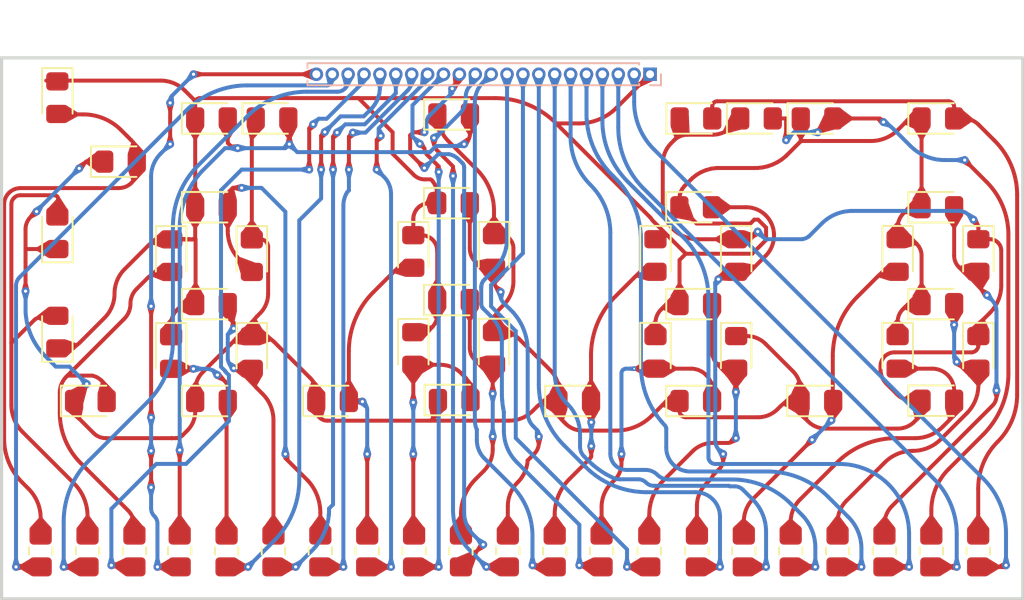
<source format=kicad_pcb>
(kicad_pcb (version 20221018) (generator pcbnew)
  (layers (0 "F.Cu" signal) (31 "B.Cu" signal) (34 "B.Paste" user) (35 "F.Paste" user) (36 "B.SilkS" user "B.Silkscreen") (37 "F.SilkS" user "F.Silkscreen") (38 "B.Mask" user) (39 "F.Mask" user) (44 "Edge.Cuts" user))
  (net 0 "")
  (net 1 "Net-(D5-A)")
  (net 2 "Net-(D10-A)")
  (net 3 "Net-(D18-A)")
  (net 4 "Net-(D26-A)")
  (net 5 "Net-(D27-A)")
  (net 6 "Net-(D32-A)")
  (net 7 "Net-(D33-A)")
  (net 8 "Net-(J1-Pin_10)")
  (net 9 "Net-(J1-Pin_22)")
  (net 10 "Net-(J1-Pin_21)")
  (net 11 "Net-(J1-Pin_20)")
  (net 12 "Net-(J1-Pin_19)")
  (net 13 "Net-(J1-Pin_18)")
  (net 14 "Net-(J1-Pin_17)")
  (net 15 "Net-(J1-Pin_16)")
  (net 16 "Net-(J1-Pin_15)")
  (net 17 "Net-(J1-Pin_14)")
  (net 18 "Net-(J1-Pin_13)")
  (net 19 "Net-(J1-Pin_12)")
  (net 20 "Net-(J1-Pin_11)")
  (net 21 "Net-(J1-Pin_9)")
  (net 22 "Net-(J1-Pin_8)")
  (net 23 "Net-(J1-Pin_7)")
  (net 24 "Net-(J1-Pin_6)")
  (net 25 "Net-(J1-Pin_5)")
  (net 26 "Net-(J1-Pin_4)")
  (net 27 "Net-(J1-Pin_3)")
  (net 28 "Net-(J1-Pin_2)")
  (net 29 "/TopGround")
  (net 30 "/BottomGround")
  (net 31 "Net-(D28-A)")
  (net 32 "Net-(D1-A)")
  (net 33 "Net-(D2-A)")
  (net 34 "Net-(D4-A)")
  (net 35 "Net-(D8-A)")
  (net 36 "Net-(D11-A)")
  (net 37 "Net-(D12-A)")
  (net 38 "Net-(D16-A)")
  (net 39 "Net-(D19-A)")
  (net 40 "Net-(D20-A)")
  (net 41 "Net-(D24-A)")
  (net 42 "/kHz{slash}Hz{slash}dB")
  (net 43 "/Low Battery {slash} Negative")
  (net 44 "/HalfDigit")
  (footprint "LED_SMD:LED_0805_2012Metric_Pad1.15x1.40mm_HandSolder" (layer "F.Cu") (at 182.88 70.349 -90)
    (fp_text reference "D15" hide)
    (fp_text value "8B")
  )
  (footprint "LED_SMD:LED_0805_2012Metric_Pad1.15x1.40mm_HandSolder" (layer "F.Cu") (at 165.1 73.66)
    (fp_text reference "D7" hide)
    (fp_text value "8A")
  )
  (footprint "LED_SMD:LED_0805_2012Metric_Pad1.15x1.40mm_HandSolder" (layer "F.Cu") (at 155.4 63.075 90)
    (fp_text reference "D41" hide)
    (fp_text value "Half")
  )
  (footprint "LED_SMD:LED_0805_2012Metric_Pad1.15x1.40mm_HandSolder" (layer "F.Cu") (at 180.375 73.6)
    (fp_text reference "D13" hide)
    (fp_text value "8A")
  )
  (footprint "LED_SMD:LED_0805_2012Metric_Pad1.15x1.40mm_HandSolder" (layer "F.Cu") (at 198.12 64.507 -90)
    (fp_text reference "D22" hide)
    (fp_text value "8C")
  )
  (footprint "Resistor_SMD:R_0805_2012Metric_Pad1.20x1.40mm_HandSolder" (layer "F.Cu") (at 157.3 83.1 90)
    (fp_text reference "R6" hide)
    (fp_text value "R")
  )
  (footprint "LED_SMD:LED_0805_2012Metric_Pad1.15x1.40mm_HandSolder" (layer "F.Cu") (at 167.64 64.516 -90)
    (fp_text reference "D3" hide)
    (fp_text value "8C")
  )
  (footprint "LED_SMD:LED_0805_2012Metric_Pad1.15x1.40mm_HandSolder" (layer "F.Cu") (at 165.1 55.88)
    (fp_text reference "D39" hide)
    (fp_text value "kHz")
  )
  (footprint "LED_SMD:LED_0805_2012Metric_Pad1.15x1.40mm_HandSolder" (layer "F.Cu") (at 198.12 70.603 -90)
    (fp_text reference "D23" hide)
    (fp_text value "8B")
  )
  (footprint "Resistor_SMD:R_0805_2012Metric_Pad1.20x1.40mm_HandSolder" (layer "F.Cu") (at 207.45 83.1 90)
    (fp_text reference "R38" hide)
    (fp_text value "R")
  )
  (footprint "Resistor_SMD:R_0805_2012Metric_Pad1.20x1.40mm_HandSolder" (layer "F.Cu") (at 201.55 83.1 90)
    (fp_text reference "R34" hide)
    (fp_text value "R")
  )
  (footprint "LED_SMD:LED_0805_2012Metric_Pad1.15x1.40mm_HandSolder" (layer "F.Cu") (at 195.571 61.468)
    (fp_text reference "D19" hide)
    (fp_text value "8C")
  )
  (footprint "LED_SMD:LED_0805_2012Metric_Pad1.15x1.40mm_HandSolder" (layer "F.Cu") (at 210.811 67.564)
    (fp_text reference "D28" hide)
    (fp_text value "8B")
  )
  (footprint "LED_SMD:LED_0805_2012Metric_Pad1.15x1.40mm_HandSolder" (layer "F.Cu") (at 199.399 55.88)
    (fp_text reference "D34" hide)
    (fp_text value "Tone")
  )
  (footprint "LED_SMD:LED_0805_2012Metric_Pad1.15x1.40mm_HandSolder" (layer "F.Cu") (at 157.48 73.66)
    (fp_text reference "D44" hide)
    (fp_text value ".1")
  )
  (footprint "LED_SMD:LED_0805_2012Metric_Pad1.15x1.40mm_HandSolder" (layer "F.Cu") (at 213.36 70.603 -90)
    (fp_text reference "D31" hide)
    (fp_text value "8B")
  )
  (footprint "LED_SMD:LED_0805_2012Metric_Pad1.15x1.40mm_HandSolder" (layer "F.Cu") (at 165.1 67.564)
    (fp_text reference "D4" hide)
    (fp_text value "8B")
  )
  (footprint "LED_SMD:LED_0805_2012Metric_Pad1.15x1.40mm_HandSolder" (layer "F.Cu") (at 155.4 69.325 90)
    (fp_text reference "D43" hide)
    (fp_text value "Half")
  )
  (footprint "Resistor_SMD:R_0805_2012Metric_Pad1.20x1.40mm_HandSolder" (layer "F.Cu") (at 210.4 83.1 90)
    (fp_text reference "R40" hide)
    (fp_text value "R")
  )
  (footprint "LED_SMD:LED_0805_2012Metric_Pad1.15x1.40mm_HandSolder" (layer "F.Cu") (at 180.331 61.214)
    (fp_text reference "D11" hide)
    (fp_text value "8C")
  )
  (footprint "LED_SMD:LED_0805_2012Metric_Pad1.15x1.40mm_HandSolder" (layer "F.Cu") (at 210.811 61.468)
    (fp_text reference "D27" hide)
    (fp_text value "8C")
  )
  (footprint "LED_SMD:LED_0805_2012Metric_Pad1.15x1.40mm_HandSolder" (layer "F.Cu") (at 203.209 55.88)
    (fp_text reference "D33" hide)
    (fp_text value "REL")
  )
  (footprint "Resistor_SMD:R_0805_2012Metric_Pad1.20x1.40mm_HandSolder" (layer "F.Cu") (at 177.85 83.1 90)
    (fp_text reference "R18" hide)
    (fp_text value "R")
  )
  (footprint "Resistor_SMD:R_0805_2012Metric_Pad1.20x1.40mm_HandSolder" (layer "F.Cu") (at 169 83.1 90)
    (fp_text reference "R12" hide)
    (fp_text value "R")
  )
  (footprint "Resistor_SMD:R_0805_2012Metric_Pad1.20x1.40mm_HandSolder" (layer "F.Cu") (at 204.5 83.1 90)
    (fp_text reference "R36" hide)
    (fp_text value "R")
  )
  (footprint "LED_SMD:LED_0805_2012Metric_Pad1.15x1.40mm_HandSolder" (layer "F.Cu") (at 180.34 55.626)
    (fp_text reference "D36" hide)
    (fp_text value "dB")
  )
  (footprint "LED_SMD:LED_0805_2012Metric_Pad1.15x1.40mm_HandSolder" (layer "F.Cu") (at 177.8 64.253 -90)
    (fp_text reference "D9" hide)
    (fp_text value ".1")
  )
  (footprint "LED_SMD:LED_0805_2012Metric_Pad1.15x1.40mm_HandSolder" (layer "F.Cu") (at 159.375 58.6)
    (fp_text reference "D42" hide)
    (fp_text value "NEG")
  )
  (footprint "LED_SMD:LED_0805_2012Metric_Pad1.15x1.40mm_HandSolder" (layer "F.Cu") (at 193.04 70.603 -90)
    (fp_text reference "D18" hide)
    (fp_text value "8A")
  )
  (footprint "Resistor_SMD:R_0805_2012Metric_Pad1.20x1.40mm_HandSolder" (layer "F.Cu") (at 160.25 83.1 90)
    (fp_text reference "R8" hide)
    (fp_text value "R")
  )
  (footprint "LED_SMD:LED_0805_2012Metric_Pad1.15x1.40mm_HandSolder" (layer "F.Cu") (at 167.64 70.612 -90)
    (fp_text reference "D6" hide)
    (fp_text value "8B")
  )
  (footprint "Resistor_SMD:R_0805_2012Metric_Pad1.20x1.40mm_HandSolder" (layer "F.Cu") (at 198.6 83.1 90)
    (fp_text reference "R32" hide)
    (fp_text value "R")
  )
  (footprint "LED_SMD:LED_0805_2012Metric_Pad1.15x1.40mm_HandSolder" (layer "F.Cu") (at 203.2 73.66)
    (fp_text reference "D24" hide)
    (fp_text value ".1")
  )
  (footprint "LED_SMD:LED_0805_2012Metric_Pad1.15x1.40mm_HandSolder" (layer "F.Cu") (at 155.4 54.575 -90)
    (fp_text reference "D40" hide)
    (fp_text value "LO BAT")
  )
  (footprint "Resistor_SMD:R_0805_2012Metric_Pad1.20x1.40mm_HandSolder" (layer "F.Cu") (at 189.65 83.1 90)
    (fp_text reference "R1" hide)
    (fp_text value "R")
  )
  (footprint "LED_SMD:LED_0805_2012Metric_Pad1.15x1.40mm_HandSolder" (layer "F.Cu") (at 210.811 55.88)
    (fp_text reference "D32" hide)
    (fp_text value "CONT")
  )
  (footprint "LED_SMD:LED_0805_2012Metric_Pad1.15x1.40mm_HandSolder" (layer "F.Cu") (at 165.1 61.468)
    (fp_text reference "D2" hide)
    (fp_text value "8C")
  )
  (footprint "Resistor_SMD:R_0805_2012Metric_Pad1.20x1.40mm_HandSolder" (layer "F.Cu") (at 166.05 83.1 90)
    (fp_text reference "R10" hide)
    (fp_text value "R")
  )
  (footprint "LED_SMD:LED_0805_2012Metric_Pad1.15x1.40mm_HandSolder" (layer "F.Cu") (at 195.589 55.88)
    (fp_text reference "D35" hide)
    (fp_text value "Bar")
  )
  (footprint "LED_SMD:LED_0805_2012Metric_Pad1.15x1.40mm_HandSolder" (layer "F.Cu") (at 195.58 67.564)
    (fp_text reference "D20" hide)
    (fp_text value "8B")
  )
  (footprint "LED_SMD:LED_0805_2012Metric_Pad1.15x1.40mm_HandSolder" (layer "F.Cu") (at 195.58 73.66)
    (fp_text reference "D21" hide)
    (fp_text value "8A")
  )
  (footprint "Resistor_SMD:R_0805_2012Metric_Pad1.20x1.40mm_HandSolder" (layer "F.Cu") (at 213.35 83.1 90)
    (fp_text reference "R42" hide)
    (fp_text value "R")
  )
  (footprint "Resistor_SMD:R_0805_2012Metric_Pad1.20x1.40mm_HandSolder" (layer "F.Cu") (at 192.65 83.1 90)
    (fp_text reference "R28" hide)
    (fp_text value "R")
  )
  (footprint "LED_SMD:LED_0805_2012Metric_Pad1.15x1.40mm_HandSolder" (layer "F.Cu") (at 172.72 73.66)
    (fp_text reference "D8" hide)
    (fp_text value ".1")
  )
  (footprint "LED_SMD:LED_0805_2012Metric_Pad1.15x1.40mm_HandSolder" (layer "F.Cu") (at 182.88 64.253 -90)
    (fp_text reference "D14" hide)
    (fp_text value "8C")
  )
  (footprint "LED_SMD:LED_0805_2012Metric_Pad1.15x1.40mm_HandSolder" (layer "F.Cu") (at 208.28 70.603 -90)
    (fp_text reference "D26" hide)
    (fp_text value "8A")
  )
  (footprint "Resistor_SMD:R_0805_2012Metric_Pad1.20x1.40mm_HandSolder" (layer "F.Cu") (at 180.8 83.1 90)
    (fp_text reference "R20" hide)
    (fp_text value "R")
  )
  (footprint "Resistor_SMD:R_0805_2012Metric_Pad1.20x1.40mm_HandSolder" (layer "F.Cu") (at 171.95 83.1 90)
    (fp_text reference "R14" hide)
    (fp_text value "R")
  )
  (footprint "LED_SMD:LED_0805_2012Metric_Pad1.15x1.40mm_HandSolder" (layer "F.Cu") (at 162.56 70.612 -90)
    (fp_text reference "D5" hide)
    (fp_text value "8A")
  )
  (footprint "Resistor_SMD:R_0805_2012Metric_Pad1.20x1.40mm_HandSolder" (layer "F.Cu") (at 174.9 83.1 90)
    (fp_text reference "R16" hide)
    (fp_text value "R")
  )
  (footprint "Resistor_SMD:R_0805_2012Metric_Pad1.20x1.40mm_HandSolder" (layer "F.Cu") (at 183.75 83.1 90)
    (fp_text reference "R22" hide)
    (fp_text value "R")
  )
  (footprint "LED_SMD:LED_0805_2012Metric_Pad1.15x1.40mm_HandSolder" (layer "F.Cu") (at 208.28 64.507 -90)
    (fp_text reference "D25" hide)
    (fp_text value ".1")
  )
  (footprint "LED_SMD:LED_0805_2012Metric_Pad1.15x1.40mm_HandSolder" (layer "F.Cu") (at 187.96 73.66)
    (fp_text reference "D16" hide)
    (fp_text value ".1")
  )
  (footprint "LED_SMD:LED_0805_2012Metric_Pad1.15x1.40mm_HandSolder" (layer "F.Cu") (at 193.04 64.507 -90)
    (fp_text reference "D17" hide)
    (fp_text value ".1")
  )
  (footprint "LED_SMD:LED_0805_2012Metric_Pad1.15x1.40mm_HandSolder" (layer "F.Cu") (at 213.36 64.507 -90)
    (fp_text reference "D30" hide)
    (fp_text value "8C")
  )
  (footprint "LED_SMD:LED_0805_2012Metric_Pad1.15x1.40mm_HandSolder" (layer "F.Cu") (at 180.331 67.31)
    (fp_text reference "D12" hide)
    (fp_text value "8B")
  )
  (footprint "LED_SMD:LED_0805_2012Metric_Pad1.15x1.40mm_HandSolder" (layer "F.Cu") (at 162.56 64.516 -90)
    (fp_text reference "D1" hide)
    (fp_text value ".1")
  )
  (footprint "Resistor_SMD:R_0805_2012Metric_Pad1.20x1.40mm_HandSolder" (layer "F.Cu") (at 186.7 83.1 90)
    (fp_text reference "R24" hide)
    (fp_text value "R")
  )
  (footprint "LED_SMD:LED_0805_2012Metric_Pad1.15x1.40mm_HandSolder" (layer "F.Cu") (at 168.91 55.88)
    (fp_text reference "D38" hide)
    (fp_text value "Hz")
  )
  (footprint "Resistor_SMD:R_0805_2012Metric_Pad1.20x1.40mm_HandSolder" (layer "F.Cu") (at 163.1 83.1 90)
    (fp_text reference "R2" hide)
    (fp_text value "R")
  )
  (footprint "Resistor_SMD:R_0805_2012Metric_Pad1.20x1.40mm_HandSolder" (layer "F.Cu") (at 195.65 83.1 90)
    (fp_text reference "R30" hide)
    (fp_text value "R")
  )
  (footprint "LED_SMD:LED_0805_2012Metric_Pad1.15x1.40mm_HandSolder" (layer "F.Cu") (at 210.811 73.642)
    (fp_text reference "D29" hide)
    (fp_text value "8A")
  )
  (footprint "LED_SMD:LED_0805_2012Metric_Pad1.15x1.40mm_HandSolder" (layer "F.Cu") (at 177.8 70.358 -90)
    (fp_text reference "D10" hide)
    (fp_text value "8A")
  )
  (footprint "Resistor_SMD:R_0805_2012Metric_Pad1.20x1.40mm_HandSolder" (layer "F.Cu") (at 154.35 83.1 90)
    (fp_text reference "R4" hide)
    (fp_text value "R" hide)
  )
  (footprint "Connector_PinHeader_1.00mm:PinHeader_1x22_P1.00mm_Vertical" (layer "B.Cu") (at 192.7 53.1 90)
    (fp_text reference "J1" hide)
    (fp_text value "Conn_01x23")
  )
  (gr_rect (start 151.892 52.07) (end 216.154 86.106) (stroke (width 0.2)) (fill none) (layer "Edge.Cuts"))
  (segment (start 166.125 72.856326) (end 166.125 73.606966) (width 0.25) (layer "F.Cu") (net 1))
  (segment (start 166.05 73.788033) (end 166.05 82.1) (width 0.25) (layer "F.Cu") (net 1))
  (segment (start 163.963 71.637) (end 162.56 71.637) (width 0.25) (layer "F.Cu") (net 1))
  (segment (start 165.549022 72.026591) (end 165.999904 72.477473) (width 0.25) (layer "F.Cu") (net 1))
  (segment (start 165.473409 72.026591) (end 165.549022 72.026591) (width 0.25) (layer "F.Cu") (net 1))
  (via micro (at 165.473409 72.026591) (size 0.5) (drill 0.2) (layers "F.Cu" "B.Cu") (net 1))
  (via micro (at 163.963 71.637) (size 0.5) (drill 0.2) (layers "F.Cu" "B.Cu") (net 1))
  (arc (start 165.999904 72.477473) (mid 166.092165 72.657408) (end 166.125 72.856326) (width 0.25) (layer "F.Cu") (net 1))
  (arc (start 166.125 73.606966) (mid 166.115254 73.655962) (end 166.0875 73.6975) (width 0.25) (layer "F.Cu") (net 1))
  (arc (start 166.0875 73.6975) (mid 166.059745 73.739036) (end 166.05 73.788033) (width 0.25) (layer "F.Cu") (net 1))
  (segment (start 165.473409 72.026591) (end 165.473409 72.006812) (width 0.25) (layer "B.Cu") (net 1))
  (segment (start 165.473409 72.006812) (end 165.222021 71.755424) (width 0.25) (layer "B.Cu") (net 1))
  (segment (start 164.737382 71.637) (end 163.963 71.637) (width 0.25) (layer "B.Cu") (net 1))
  (arc (start 165.222021 71.755424) (mid 164.986467 71.667718) (end 164.737382 71.637) (width 0.25) (layer "B.Cu") (net 1))
  (segment (start 177.8 73.75) (end 177.8 71.383) (width 0.25) (layer "F.Cu") (net 2))
  (segment (start 180.8415 71.9415) (end 181.011091 72.111091) (width 0.25) (layer "F.Cu") (net 2))
  (segment (start 179.493161 71.383) (end 177.8 71.383) (width 0.25) (layer "F.Cu") (net 2))
  (segment (start 177.825 82.075) (end 177.85 82.1) (width 0.25) (layer "F.Cu") (net 2))
  (segment (start 181.4 73.05) (end 181.4 73.6) (width 0.25) (layer "F.Cu") (net 2))
  (segment (start 177.8 82.014644) (end 177.8 77) (width 0.25) (layer "F.Cu") (net 2))
  (via micro (at 177.8 77) (size 0.5) (drill 0.2) (layers "F.Cu" "B.Cu") (net 2))
  (via micro (at 177.8 73.75) (size 0.5) (drill 0.2) (layers "F.Cu" "B.Cu") (net 2))
  (arc (start 177.825 82.075) (mid 177.806497 82.047308) (end 177.8 82.014644) (width 0.25) (layer "F.Cu") (net 2))
  (arc (start 180.8415 71.9415) (mid 180.222876 71.528149) (end 179.493161 71.383) (width 0.25) (layer "F.Cu") (net 2))
  (arc (start 181.4 73.05) (mid 181.298925 72.541866) (end 181.011091 72.111091) (width 0.25) (layer "F.Cu") (net 2))
  (segment (start 177.8 77) (end 177.8 73.75) (width 0.25) (layer "B.Cu") (net 2))
  (segment (start 195.278578 71.628) (end 193.04 71.628) (width 0.25) (layer "F.Cu") (net 3))
  (segment (start 191.7 71.628) (end 193.04 71.628) (width 0.25) (layer "F.Cu") (net 3))
  (segment (start 196.605 72.954421) (end 196.605 73.66) (width 0.25) (layer "F.Cu") (net 3))
  (segment (start 190.475735 78.624264) (end 190.275 78.825) (width 0.25) (layer "F.Cu") (net 3))
  (segment (start 189.65 80.333883) (end 189.65 82.1) (width 0.25) (layer "F.Cu") (net 3))
  (segment (start 190.9 77) (end 190.9 77.6) (width 0.25) (layer "F.Cu") (net 3))
  (via micro (at 191.7 71.628) (size 0.3) (drill 0.1) (layers "F.Cu" "B.Cu") (net 3))
  (via micro (at 190.9 77) (size 0.5) (drill 0.2) (layers "F.Cu" "B.Cu") (net 3))
  (arc (start 190.275 78.825) (mid 189.812432 79.517281) (end 189.65 80.333883) (width 0.25) (layer "F.Cu") (net 3))
  (arc (start 196.2165 72.0165) (mid 196.504032 72.446822) (end 196.605 72.954421) (width 0.25) (layer "F.Cu") (net 3))
  (arc (start 190.475735 78.624264) (mid 190.789737 78.154327) (end 190.9 77.6) (width 0.25) (layer "F.Cu") (net 3))
  (arc (start 196.2165 72.0165) (mid 195.786177 71.728967) (end 195.278578 71.628) (width 0.25) (layer "F.Cu") (net 3))
  (segment (start 190.9 71.921622) (end 190.9 77) (width 0.25) (layer "B.Cu") (net 3))
  (segment (start 191.193622 71.628) (end 191.7 71.628) (width 0.25) (layer "B.Cu") (net 3))
  (arc (start 190.9 71.921622) (mid 190.92235 71.809257) (end 190.986 71.714) (width 0.25) (layer "B.Cu") (net 3))
  (arc (start 191.193622 71.628) (mid 191.081257 71.65035) (end 190.986 71.714) (width 0.25) (layer "B.Cu") (net 3))
  (segment (start 211.836 73.169268) (end 211.836 73.169384) (width 0.25) (layer "F.Cu") (net 4))
  (segment (start 211.836 73.521533) (end 211.836 73.528655) (width 0.25) (layer "F.Cu") (net 4))
  (segment (start 211.836 73.416594) (end 211.836 73.416552) (width 0.25) (layer "F.Cu") (net 4))
  (segment (start 211.836 73.300388) (end 211.836 73.301069) (width 0.25) (layer "F.Cu") (net 4))
  (segment (start 211.836 73.080939) (end 211.836 73.081109) (width 0.25) (layer "F.Cu") (net 4))
  (segment (start 211.836 73.167091) (end 211.836 73.167769) (width 0.25) (layer "F.Cu") (net 4))
  (segment (start 211.836 73.106943) (end 211.836 73.107165) (width 0.25) (layer "F.Cu") (net 4))
  (segment (start 211.836 73.054487) (end 211.836 73.055164) (width 0.25) (layer "F.Cu") (net 4))
  (segment (start 211.836 73.102244) (end 211.836 73.102562) (width 0.25) (layer "F.Cu") (net 4))
  (segment (start 211.836 73.007993) (end 211.836 73.008046) (width 0.25) (layer "F.Cu") (net 4))
  (segment (start 211.836 73.7888) (end 211.836 73.796071) (width 0.25) (layer "F.Cu") (net 4))
  (segment (start 211.836 73.033985) (end 211.836 73.03479) (width 0.25) (layer "F.Cu") (net 4))
  (segment (start 211.836 73.007447) (end 211.836 73.007489) (width 0.25) (layer "F.Cu") (net 4))
  (segment (start 211.836 73.10648) (end 211.836 73.10658) (width 0.25) (layer "F.Cu") (net 4))
  (segment (start 211.836 73.424188) (end 211.836 73.424272) (width 0.25) (layer "F.Cu") (net 4))
  (segment (start 211.836 73.020335) (end 211.836 73.020303) (width 0.25) (layer "F.Cu") (net 4))
  (segment (start 211.836 73.582929) (end 211.836 73.583152) (width 0.25) (layer "F.Cu") (net 4))
  (segment (start 211.836 73.196766) (end 211.836 73.196808) (width 0.25) (layer "F.Cu") (net 4))
  (segment (start 211.836 73.417529) (end 211.836 73.417741) (width 0.25) (layer "F.Cu") (net 4))
  (segment (start 211.836 73.402225) (end 211.836 73.402416) (width 0.25) (layer "F.Cu") (net 4))
  (segment (start 211.836 73.303781) (end 211.836 73.303951) (width 0.25) (layer "F.Cu") (net 4))
  (segment (start 211.836 73.29598) (end 211.836 73.297337) (width 0.25) (layer "F.Cu") (net 4))
  (segment (start 211.836 73.010413) (end 211.836 73.010457) (width 0.25) (layer "F.Cu") (net 4))
  (segment (start 211.836 73.04634) (end 211.836 73.046584) (width 0.25) (layer "F.Cu") (net 4))
  (segment (start 211.836 73.063112) (end 211.836 73.063324) (width 0.25) (layer "F.Cu") (net 4))
  (segment (start 211.836 73.019632) (end 211.836 73.019801) (width 0.25) (layer "F.Cu") (net 4))
  (segment (start 211.836 73.247919) (end 211.836 73.249715) (width 0.25) (layer "F.Cu") (net 4))
  (segment (start 211.836 73.164949) (end 211.836 73.165247) (width 0.25) (layer "F.Cu") (net 4))
  (segment (start 211.836 73.160115) (end 211.836 73.161238) (width 0.25) (layer "F.Cu") (net 4))
  (segment (start 211.836 73.046743) (end 211.836 73.046817) (width 0.25) (layer "F.Cu") (net 4))
  (segment (start 211.836 73.673143) (end 211.836 73.669963) (width 0.25) (layer "F.Cu") (net 4))
  (segment (start 211.836 73.323154) (end 211.836 73.323748) (width 0.25) (layer "F.Cu") (net 4))
  (segment (start 211.836 73.41876) (end 211.836 73.4191) (width 0.25) (layer "F.Cu") (net 4))
  (segment (start 211.836 73.309422) (end 211.836 73.309506) (width 0.25) (layer "F.Cu") (net 4))
  (segment (start 211.836 73.664705) (end 211.836 73.664155) (width 0.25) (layer "F.Cu") (net 4))
  (segment (start 211.836 73.011324) (end 211.836 73.011493) (width 0.25) (layer "F.Cu") (net 4))
  (segment (start 211.836 73.165735) (end 211.836 73.165925) (width 0.25) (layer "F.Cu") (net 4))
  (segment (start 211.836 73.307681) (end 211.836 73.30785) (width 0.25) (layer "F.Cu") (net 4))
  (segment (start 211.836 73.010814) (end 211.836 73.010756) (width 0.25) (layer "F.Cu") (net 4))
  (segment (start 211.836 73.03479) (end 211.836 73.035108) (width 0.25) (layer "F.Cu") (net 4))
  (segment (start 211.836 73.189515) (end 211.836 73.1896) (width 0.25) (layer "F.Cu") (net 4))
  (segment (start 211.836 73.053639) (end 211.836 73.053808) (width 0.25) (layer "F.Cu") (net 4))
  (segment (start 211.836 73.17065) (end 211.836 73.170819) (width 0.25) (layer "F.Cu") (net 4))
  (segment (start 211.836 73.774301) (end 211.836 73.781487) (width 0.25) (layer "F.Cu") (net 4))
  (segment (start 211.836 73.007993) (end 211.836 73.007935) (width 0.25) (layer "F.Cu") (net 4))
  (segment (start 211.836 73.164715) (end 211.836 73.164885) (width 0.25) (layer "F.Cu") (net 4))
  (segment (start 211.836 73.018742) (end 211.836 73.018827) (width 0.25) (layer "F.Cu") (net 4))
  (segment (start 211.836 73.017476) (end 211.836 73.017407) (width 0.25) (layer "F.Cu") (net 4))
  (segment (start 211.836 73.372057) (end 211.836 73.372458) (width 0.25) (layer "F.Cu") (net 4))
  (segment (start 211.836 73.212689) (end 211.836 73.212732) (width 0.25) (layer "F.Cu") (net 4))
  (segment (start 211.836 73.01618) (end 211.836 73.016467) (width 0.25) (layer "F.Cu") (net 4))
  (segment (start 211.836 73.386961) (end 211.836 73.387449) (width 0.25) (layer "F.Cu") (net 4))
  (segment (start 211.836 73.062519) (end 211.836 73.062561) (width 0.25) (layer "F.Cu") (net 4))
  (segment (start 211.836 73.176268) (end 211.836 73.175992) (width 0.25) (layer "F.Cu") (net 4))
  (segment (start 211.836 73.101438) (end 211.836 73.102244) (width 0.25) (layer "F.Cu") (net 4))
  (segment (start 211.836 73.23889) (end 211.836 73.238933) (width 0.25) (layer "F.Cu") (net 4))
  (segment (start 211.836 74.008446) (end 211.836 74.01155) (width 0.25) (layer "F.Cu") (net 4))
  (segment (start 211.836 73.172431) (end 211.836 73.172601) (width 0.25) (layer "F.Cu") (net 4))
  (segment (start 211.836 73.007531) (end 211.836 73.007546) (width 0.25) (layer "F.Cu") (net 4))
  (segment (start 211.836 73.011662) (end 211.836 73.011833) (width 0.25) (layer "F.Cu") (net 4))
  (segment (start 211.836 73.34923) (end 211.836 73.356014) (width 0.25) (layer "F.Cu") (net 4))
  (segment (start 211.836 73.291401) (end 211.836 73.291571) (width 0.25) (layer "F.Cu") (net 4))
  (segment (start 211.836 73.440131) (end 211.836 73.442843) (width 0.25) (layer "F.Cu") (net 4))
  (segment (start 211.836 73.781529) (end 211.836 73.781487) (width 0.25) (layer "F.Cu") (net 4))
  (segment (start 211.836 73.831333) (end 211.836 73.83768) (width 0.25) (layer "F.Cu") (net 4))
  (segment (start 211.836 73.170481) (end 211.836 73.169993) (width 0.25) (layer "F.Cu") (net 4))
  (segment (start 211.836 73.586993) (end 211.836 73.587671) (width 0.25) (layer "F.Cu") (net 4))
  (segment (start 211.836 73.008153) (end 211.836 73.008169) (width 0.25) (layer "F.Cu") (net 4))
  (segment (start 211.836 73.165925) (end 211.836 73.165952) (width 0.25) (layer "F.Cu") (net 4))
  (segment (start 211.836 73.251553) (end 211.836 73.255167) (width 0.25) (layer "F.Cu") (net 4))
  (segment (start 211.836 73.480321) (end 211.836 73.480659) (width 0.25) (layer "F.Cu") (net 4))
  (segment (start 211.836 73.335661) (end 211.836 73.337526) (width 0.25) (layer "F.Cu") (net 4))
  (segment (start 211.836 73.299033) (end 211.836 73.299711) (width 0.25) (layer "F.Cu") (net 4))
  (segment (start 211.836 73.44369) (end 211.836 73.444707) (width 0.25) (layer "F.Cu") (net 4))
  (segment (start 211.836 73.109918) (end 211.836 73.110215) (width 0.25) (layer "F.Cu") (net 4))
  (segment (start 211.836 73.656695) (end 211.836 73.655212) (width 0.25) (layer "F.Cu") (net 4))
  (segment (start 211.836 73.139873) (end 211.836 73.144367) (width 0.25) (layer "F.Cu") (net 4))
  (segment (start 211.836 73.404748) (end 211.836 73.405002) (width 0.25) (layer "F.Cu") (net 4))
  (segment (start 211.836 73.570881) (end 211.836 73.571051) (width 0.25) (layer "F.Cu") (net 4))
  (segment (start 211.836 73.010329) (end 211.836 73.010413) (width 0.25) (layer "F.Cu") (net 4))
  (segment (start 211.836 73.169548) (end 211.836 73.169384) (width 0.25) (layer "F.Cu") (net 4))
  (segment (start 211.836 73.106269) (end 211.836 73.10648) (width 0.25) (layer "F.Cu") (net 4))
  (segment (start 211.836 73.009948) (end 211.836 73.01016) (width 0.25) (layer "F.Cu") (net 4))
  (segment (start 211.836 73.085729) (end 211.836 73.085856) (width 0.25) (layer "F.Cu") (net 4))
  (segment (start 211.836 73.067482) (end 211.836 73.068395) (width 0.25) (layer "F.Cu") (net 4))
  (segment (start 211.836 73.087425) (end 211.836 73.088188) (width 0.25) (layer "F.Cu") (net 4))
  (segment (start 211.836 73.449284) (end 211.836 73.449963) (width 0.25) (layer "F.Cu") (net 4))
  (segment (start 211.836 73.599031) (end 211.836 73.602762) (width 0.25) (layer "F.Cu") (net 4))
  (segment (start 211.836 73.877186) (end 211.836 73.891182) (width 0.25) (layer "F.Cu") (net 4))
  (segment (start 211.836 73.221868) (end 211.836 73.222207) (width 0.25) (layer "F.Cu") (net 4))
  (segment (start 211.836 73.172601) (end 211.836 73.172918) (width 0.25) (layer "F.Cu") (net 4))
  (segment (start 211.836 73.107393) (end 211.836 73.108072) (width 0.25) (layer "F.Cu") (net 4))
  (segment (start 211.836 73.585637) (end 211.836 73.586315) (width 0.25) (layer "F.Cu") (net 4))
  (segment (start 211.836 73.412101) (end 211.836 73.412144) (width 0.25) (layer "F.Cu") (net 4))
  (segment (start 211.836 73.503046) (end 211.836 73.503597) (width 0.25) (layer "F.Cu") (net 4))
  (segment (start 211.836 73.031229) (end 211.836 73.03159) (width 0.25) (layer "F.Cu") (net 4))
  (segment (start 211.836 73.583603) (end 211.836 73.583375) (width 0.25) (layer "F.Cu") (net 4))
  (segment (start 211.836 73.301069) (end 211.836 73.301747) (width 0.25) (layer "F.Cu") (net 4))
  (segment (start 211.836 73.357943) (end 211.836 73.360868) (width 0.25) (layer "F.Cu") (net 4))
  (segment (start 211.836 73.166413) (end 211.836 73.166196) (width 0.25) (layer "F.Cu") (net 4))
  (segment (start 211.836 73.106011) (end 211.836 73.106058) (width 0.25) (layer "F.Cu") (net 4))
  (segment (start 211.836 73.053427) (end 211.836 73.053512) (width 0.25) (layer "F.Cu") (net 4))
  (segment (start 211.836 73.314804) (end 211.836 73.314846) (width 0.25) (layer "F.Cu") (net 4))
  (segment (start 211.836 73.365194) (end 211.836 73.364666) (width 0.25) (layer "F.Cu") (net 4))
  (segment (start 211.836 73.045815) (end 211.836 73.046096) (width 0.25) (layer "F.Cu") (net 4))
  (segment (start 211.836 73.054487) (end 211.836 73.054275) (width 0.25) (layer "F.Cu") (net 4))
  (segment (start 211.836 73.168892) (end 211.836 73.169104) (width 0.25) (layer "F.Cu") (net 4))
  (segment (start 211.836 74.100804) (end 211.836 74.103) (width 0.25) (layer "F.Cu") (net 4))
  (segment (start 211.836 73.192358) (end 211.836 73.192527) (width 0.25) (layer "F.Cu") (net 4))
  (segment (start 211.836 74.051454) (end 211.836 74.059594) (width 0.25) (layer "F.Cu") (net 4))
  (segment (start 211.836 73.010588) (end 211.836 73.01064) (width 0.25) (layer "F.Cu") (net 4))
  (segment (start 211.836 73.091112) (end 211.836 73.092807) (width 0.25) (layer "F.Cu") (net 4))
  (segment (start 211.836 73.575949) (end 211.836 73.577751) (width 0.25) (layer "F.Cu") (net 4))
  (segment (start 211.836 73.208582) (end 211.836 73.209483) (width 0.25) (layer "F.Cu") (net 4))
  (segment (start 211.836 73.417741) (end 211.836 73.41825) (width 0.25) (layer "F.Cu") (net 4))
  (segment (start 211.836 73.432157) (end 211.836 73.432494) (width 0.25) (layer "F.Cu") (net 4))
  (segment (start 211.836 73.226595) (end 211.836 73.226553) (width 0.25) (layer "F.Cu") (net 4))
  (segment (start 211.836 73.310056) (end 211.836 73.310183) (width 0.25) (layer "F.Cu") (net 4))
  (segment (start 211.836 73.624471) (end 211.836 73.621079) (width 0.25) (layer "F.Cu") (net 4))
  (segment (start 211.836 73.020414) (end 211.836 73.020457) (width 0.25) (layer "F.Cu") (net 4))
  (segment (start 211.836 73.588137) (end 211.836 73.588391) (width 0.25) (layer "F.Cu") (net 4))
  (segment (start 211.836 73.41524) (end 211.836 73.415494) (width 0.25) (layer "F.Cu") (net 4))
  (segment (start 211.836 73.167997) (end 211.836 73.167769) (width 0.25) (layer "F.Cu") (net 4))
  (segment (start 211.836 73.469127) (end 211.836 73.473537) (width 0.25) (layer "F.Cu") (net 4))
  (segment (start 211.836 73.186972) (end 211.836 73.187735) (width 0.25) (layer "F.Cu") (net 4))
  (segment (start 211.836 73.387745) (end 211.836 73.388041) (width 0.25) (layer "F.Cu") (net 4))
  (segment (start 211.836 73.124038) (end 211.836 73.124081) (width 0.25) (layer "F.Cu") (net 4))
  (segment (start 211.836 73.227386) (end 211.836 73.227275) (width 0.25) (layer "F.Cu") (net 4))
  (segment (start 211.836 73.307385) (end 211.836 73.307512) (width 0.25) (layer "F.Cu") (net 4))
  (segment (start 211.836 73.046096) (end 211.836 73.04634) (width 0.25) (layer "F.Cu") (net 4))
  (segment (start 211.836 73.062646) (end 211.836 73.062858) (width 0.25) (layer "F.Cu") (net 4))
  (segment (start 211.836 73.03202) (end 211.836 73.032073) (width 0.25) (layer "F.Cu") (net 4))
  (segment (start 211.836 73.165477) (end 211.836 73.165545) (width 0.25) (layer "F.Cu") (net 4))
  (segment (start 211.836 73.083608) (end 211.836 73.083693) (width 0.25) (layer "F.Cu") (net 4))
  (segment (start 211.836 73.012046) (end 211.836 73.01213) (width 0.25) (layer "F.Cu") (net 4))
  (segment (start 211.836 73.399272) (end 211.836 73.398131) (width 0.25) (layer "F.Cu") (net 4))
  (segment (start 211.836 73.383909) (end 211.836 73.38552) (width 0.25) (layer "F.Cu") (net 4))
  (segment (start 211.836 73.381788) (end 211.836 73.383739) (width 0.25) (layer "F.Cu") (net 4))
  (segment (start 211.836 73.019464) (end 211.836 73.019632) (width 0.25) (layer "F.Cu") (net 4))
  (segment (start 211.836 73.405765) (end 211.836 73.406655) (width 0.25) (layer "F.Cu") (net 4))
  (segment (start 211.836 73.395358) (end 211.836 73.396036) (width 0.25) (layer "F.Cu") (net 4))
  (segment (start 211.836 73.030742) (end 211.836 73.031187) (width 0.25) (layer "F.Cu") (net 4))
  (segment (start 211.836 73.221573) (end 211.836 73.22153) (width 0.25) (layer "F.Cu") (net 4))
  (segment (start 211.836 73.571051) (end 211.836 73.571221) (width 0.25) (layer "F.Cu") (net 4))
  (segment (start 211.836 73.45573) (end 211.836 73.4598) (width 0.25) (layer "F.Cu") (net 4))
  (segment (start 211.836 74.01155) (end 211.836 74.014654) (width 0.25) (layer "F.Cu") (net 4))
  (segment (start 211.836 73.060505) (end 211.836 73.060675) (width 0.25) (layer "F.Cu") (net 4))
  (segment (start 211.836 73.162361) (end 211.836 73.163336) (width 0.25) (layer "F.Cu") (net 4))
  (segment (start 211.836 73.563843) (end 211.836 73.564012) (width 0.25) (layer "F.Cu") (net 4))
  (segment (start 211.836 73.151129) (end 211.836 73.151171) (width 0.25) (layer "F.Cu") (net 4))
  (segment (start 211.836 73.22119) (end 211.836 73.22136) (width 0.25) (layer "F.Cu") (net 4))
  (segment (start 211.836 73.222334) (end 211.836 73.222419) (width 0.25) (layer "F.Cu") (net 4))
  (segment (start 211.836 73.137495) (end 211.836 73.135292) (width 0.25) (layer "F.Cu") (net 4))
  (segment (start 211.836 73.113401) (end 211.836 73.113926) (width 0.25) (layer "F.Cu") (net 4))
  (segment (start 210.456657 71.628) (end 208.28 71.628) (width 0.25) (layer "F.Cu") (net 4))
  (segment (start 211.836 73.008131) (end 211.836 73.008099) (width 0.25) (layer "F.Cu") (net 4))
  (segment (start 211.836 73.228057) (end 211.836 73.228226) (width 0.25) (layer "F.Cu") (net 4))
  (segment (start 211.836 73.280547) (end 211.836 73.284108) (width 0.25) (layer "F.Cu") (net 4))
  (segment (start 211.836 73.754126) (end 211.836 73.757571) (width 0.25) (layer "F.Cu") (net 4))
  (segment (start 211.836 73.216486) (end 211.836 73.216501) (width 0.25) (layer "F.Cu") (net 4))
  (segment (start 211.836 73.447588) (end 211.836 73.448945) (width 0.25) (layer "F.Cu") (net 4))
  (segment (start 211.836 73.388041) (end 211.836 73.388232) (width 0.25) (layer "F.Cu") (net 4))
  (segment (start 211.836 73.217291) (end 211.836 73.217969) (width 0.25) (layer "F.Cu") (net 4))
  (segment (start 211.836 73.083693) (end 211.836 73.083778) (width 0.25) (layer "F.Cu") (net 4))
  (segment (start 211.836 73.172091) (end 211.836 73.172261) (width 0.25) (layer "F.Cu") (net 4))
  (segment (start 211.836 73.025312) (end 211.836 73.025524) (width 0.25) (layer "F.Cu") (net 4))
  (segment (start 211.836 73.321458) (end 211.836 73.321203) (width 0.25) (layer "F.Cu") (net 4))
  (segment (start 211.836 73.021253) (end 211.836 73.021134) (width 0.25) (layer "F.Cu") (net 4))
  (segment (start 211.836 73.422832) (end 211.836 73.42351) (width 0.25) (layer "F.Cu") (net 4))
  (segment (start 211.836 73.207681) (end 211.836 73.206775) (width 0.25) (layer "F.Cu") (net 4))
  (segment (start 211.836 73.035108) (end 211.836 73.035278) (width 0.25) (layer "F.Cu") (net 4))
  (segment (start 211.836 73.031633) (end 211.836 73.03159) (width 0.25) (layer "F.Cu") (net 4))
  (segment (start 211.836 73.060335) (end 211.836 73.060505) (width 0.25) (layer "F.Cu") (net 4))
  (segment (start 211.836 73.025822) (end 211.836 73.025779) (width 0.25) (layer "F.Cu") (net 4))
  (segment (start 211.836 73.374666) (end 211.836 73.37577) (width 0.25) (layer "F.Cu") (net 4))
  (segment (start 211.836 73.046817) (end 211.836 73.046891) (width 0.25) (layer "F.Cu") (net 4))
  (segment (start 211.836 73.69485) (end 211.836 73.702058) (width 0.25) (layer "F.Cu") (net 4))
  (segment (start 211.836 74.076647) (end 211.836 74.082849) (width 0.25) (layer "F.Cu") (net 4))
  (segment (start 211.836 73.123995) (end 211.836 73.124038) (width 0.25) (layer "F.Cu") (net 4))
  (segment (start 211.836 73.435892) (end 211.836 73.436234) (width 0.25) (layer "F.Cu") (net 4))
  (segment (start 211.836 73.320907) (end 211.836 73.321033) (width 0.25) (layer "F.Cu") (net 4))
  (segment (start 211.836 73.011493) (end 211.836 73.011662) (width 0.25) (layer "F.Cu") (net 4))
  (segment (start 211.836 73.169548) (end 211.836 73.169993) (width 0.25) (layer "F.Cu") (net 4))
  (segment (start 211.836 73.047678) (end 211.836 73.047619) (width 0.25) (layer "F.Cu") (net 4))
  (segment (start 211.836 73.22068) (end 211.836 73.220892) (width 0.25) (layer "F.Cu") (net 4))
  (segment (start 211.836 73.868737) (end 211.836 73.871638) (width 0.25) (layer "F.Cu") (net 4))
  (segment (start 211.836 73.325021) (end 211.836 73.325318) (width 0.25) (layer "F.Cu") (net 4))
  (segment (start 211.836 73.017364) (end 211.836 73.017407) (width 0.25) (layer "F.Cu") (net 4))
  (segment (start 211.836 73.491896) (end 211.836 73.492659) (width 0.25) (layer "F.Cu") (net 4))
  (segment (start 211.836 73.215001) (end 211.836 73.215171) (width 0.25) (layer "F.Cu") (net 4))
  (segment (start 211.836 73.516956) (end 211.836 73.517633) (width 0.25) (layer "F.Cu") (net 4))
  (segment (start 211.836 73.058667) (end 211.836 73.058551) (width 0.25) (layer "F.Cu") (net 4))
  (segment (start 211.836 73.109239) (end 211.836 73.10943) (width 0.25) (layer "F.Cu") (net 4))
  (segment (start 211.836 73.009831) (end 211.836 73.009847) (width 0.25) (layer "F.Cu") (net 4))
  (segment (start 211.836 73.192739) (end 211.836 73.192696) (width 0.25) (layer "F.Cu") (net 4))
  (segment (start 211.836 73.216617) (end 211.836 73.21684) (width 0.25) (layer "F.Cu") (net 4))
  (segment (start 211.836 73.193672) (end 211.836 73.193714) (width 0.25) (layer "F.Cu") (net 4))
  (segment (start 211.836 73.062858) (end 211.836 73.063112) (width 0.25) (layer "F.Cu") (net 4))
  (segment (start 211.836 73.313956) (end 211.836 73.314804) (width 0.25) (layer "F.Cu") (net 4))
  (segment (start 211.836 73.493422) (end 211.836 73.494228) (width 0.25) (layer "F.Cu") (net 4))
  (segment (start 211.836 73.047893) (end 211.836 73.048168) (width 0.25) (layer "F.Cu") (net 4))
  (segment (start 211.836 73.209961) (end 211.836 73.210401) (width 0.25) (layer "F.Cu") (net 4))
  (segment (start 211.836 73.480659) (end 211.836 73.480997) (width 0.25) (layer "F.Cu") (net 4))
  (segment (start 211.836 73.61616) (end 211.836 73.616839) (width 0.25) (layer "F.Cu") (net 4))
  (segment (start 211.836 73.759885) (end 211.836 73.760054) (width 0.25) (layer "F.Cu") (net 4))
  (segment (start 211.836 73.32396) (end 211.836 73.32413) (width 0.25) (layer "F.Cu") (net 4))
  (segment (start 211.836 73.583603) (end 211.836 73.584281) (width 0.25) (layer "F.Cu") (net 4))
  (segment (start 211.836 73.080769) (end 211.836 73.080939) (width 0.25) (layer "F.Cu") (net 4))
  (segment (start 211.836 73.22755) (end 211.836 73.227719) (width 0.25) (layer "F.Cu") (net 4))
  (segment (start 211.836 73.19507) (end 211.836 73.195918) (width 0.25) (layer "F.Cu") (net 4))
  (segment (start 211.836 73.424272) (end 211.836 73.424781) (width 0.25) (layer "F.Cu") (net 4))
  (segment (start 211.836 73.301747) (end 211.836 73.302425) (width 0.25) (layer "F.Cu") (net 4))
  (segment (start 211.836 73.228354) (end 211.836 73.22844) (width 0.25) (layer "F.Cu") (net 4))
  (segment (start 211.836 74.059594) (end 211.836 74.076647) (width 0.25) (layer "F.Cu") (net 4))
  (segment (start 211.836 73.306495) (end 211.836 73.306961) (width 0.25) (layer "F.Cu") (net 4))
  (segment (start 211.836 73.656695) (end 211.836 73.660425) (width 0.25) (layer "F.Cu") (net 4))
  (segment (start 211.836 73.41524) (end 211.836 73.415198) (width 0.25) (layer "F.Cu") (net 4))
  (segment (start 211.836 73.628202) (end 211.836 73.631933) (width 0.25) (layer "F.Cu") (net 4))
  (segment (start 211.836 73.019296) (end 211.836 73.019464) (width 0.25) (layer "F.Cu") (net 4))
  (segment (start 211.836 73.226595) (end 211.836 73.226956) (width 0.25) (layer "F.Cu") (net 4))
  (segment (start 211.836 73.399834) (end 211.836 73.400396) (width 0.25) (layer "F.Cu") (net 4))
  (segment (start 211.836 73.337823) (end 211.836 73.340282) (width 0.25) (layer "F.Cu") (net 4))
  (segment (start 211.836 73.172261) (end 211.836 73.172431) (width 0.25) (layer "F.Cu") (net 4))
  (segment (start 211.836 73.276859) (end 211.836 73.280505) (width 0.25) (layer "F.Cu") (net 4))
  (segment (start 211.836 73.194391) (end 211.836 73.1949) (width 0.25) (layer "F.Cu") (net 4))
  (segment (start 211.836 73.084838) (end 211.836 73.085347) (width 0.25) (layer "F.Cu") (net 4))
  (segment (start 211.836 73.120455) (end 211.836 73.123952) (width 0.25) (layer "F.Cu") (net 4))
  (segment (start 211.836 73.053427) (end 211.836 73.0533) (width 0.25) (layer "F.Cu") (net 4))
  (segment (start 211.836 73.414688) (end 211.836 73.414858) (width 0.25) (layer "F.Cu") (net 4))
  (segment (start 211.836 73.108072) (end 211.836 73.108751) (width 0.25) (layer "F.Cu") (net 4))
  (segment (start 211.836 73.477269) (end 211.836 73.478625) (width 0.25) (layer "F.Cu") (net 4))
  (segment (start 211.836 73.033217) (end 211.836 73.033461) (width 0.25) (layer "F.Cu") (net 4))
  (segment (start 211.836 73.010983) (end 211.836 73.011152) (width 0.25) (layer "F.Cu") (net 4))
  (segment (start 211.836 73.010457) (end 211.836 73.010499) (width 0.25) (layer "F.Cu") (net 4))
  (segment (start 211.836 73.041597) (end 211.836 73.042721) (width 0.25) (layer "F.Cu") (net 4))
  (segment (start 211.836 73.913373) (end 211.836 73.929385) (width 0.25) (layer "F.Cu") (net 4))
  (segment (start 211.836 73.222334) (end 211.836 73.222207) (width 0.25) (layer "F.Cu") (net 4))
  (segment (start 211.836 73.646561) (end 211.836 73.651055) (width 0.25) (layer "F.Cu") (net 4))
  (segment (start 211.836 73.479983) (end 211.836 73.479643) (width 0.25) (layer "F.Cu") (net 4))
  (segment (start 211.836 73.406655) (end 211.836 73.407095) (width 0.25) (layer "F.Cu") (net 4))
  (segment (start 211.836 73.055164) (end 211.836 73.055841) (width 0.25) (layer "F.Cu") (net 4))
  (segment (start 211.836 73.167997) (end 211.836 73.168219) (width 0.25) (layer "F.Cu") (net 4))
  (segment (start 211.836 73.405765) (end 211.836 73.405426) (width 0.25) (layer "F.Cu") (net 4))
  (segment (start 211.836 73.214829) (end 211.836 73.215001) (width 0.25) (layer "F.Cu") (net 4))
  (segment (start 211.836 73.169104) (end 211.836 73.169152) (width 0.25) (layer "F.Cu") (net 4))
  (segment (start 211.836 73.22365) (end 211.836 73.224074) (width 0.25) (layer "F.Cu") (net 4))
  (segment (start 211.836 73.321458) (end 211.836 73.321882) (width 0.25) (layer "F.Cu") (net 4))
  (segment (start 211.836 73.445554) (end 211.836 73.446231) (width 0.25) (layer "F.Cu") (net 4))
  (segment (start 211.836 73.021924) (end 211.836 73.021695) (width 0.25) (layer "F.Cu") (net 4))
  (segment (start 211.836 73.332567) (end 211.836 73.33316) (width 0.25) (layer "F.Cu") (net 4))
  (segment (start 211.836 73.172091) (end 211.836 73.170988) (width 0.25) (layer "F.Cu") (net 4))
  (segment (start 211.836 73.401732) (end 211.836 73.40187) (width 0.25) (layer "F.Cu") (net 4))
  (segment (start 211.836 73.059441) (end 211.836 73.059456) (width 0.25) (layer "F.Cu") (net 4))
  (segment (start 211.836 73.123952) (end 211.836 73.123995) (width 0.25) (layer "F.Cu") (net 4))
  (segment (start 211.836 73.130799) (end 211.836 73.12912) (width 0.25) (layer "F.Cu") (net 4))
  (segment (start 211.836 73.897361) (end 211.836 73.891182) (width 0.25) (layer "F.Cu") (net 4))
  (segment (start 211.836 73.063536) (end 211.836 73.063875) (width 0.25) (layer "F.Cu") (net 4))
  (segment (start 211.836 73.394002) (end 211.836 73.390948) (width 0.25) (layer "F.Cu") (net 4))
  (segment (start 211.836 73.007342) (end 211.836 73.007357) (width 0.25) (layer "F.Cu") (net 4))
  (segment (start 211.836 73.056518) (end 211.836 73.057201) (width 0.25) (layer "F.Cu") (net 4))
  (segment (start 211.836 73.420796) (end 211.836 73.421474) (width 0.25) (layer "F.Cu") (net 4))
  (segment (start 211.836 73.582479) (end 211.836 73.582929) (width 0.25) (layer "F.Cu") (net 4))
  (segment (start 211.836 73.212603) (end 211.836 73.212646) (width 0.25) (layer "F.Cu") (net 4))
  (segment (start 211.836 73.022602) (end 211.836 73.023281) (width 0.25) (layer "F.Cu") (net 4))
  (segment (start 211.836 73.310183) (end 211.836 73.310268) (width 0.25) (layer "F.Cu") (net 4))
  (segment (start 211.836 73.372458) (end 211.836 73.373562) (width 0.25) (layer "F.Cu") (net 4))
  (segment (start 211.836 73.010245) (end 211.836 73.010287) (width 0.25) (layer "F.Cu") (net 4))
  (segment (start 211.836 73.814688) (end 211.836 73.824986) (width 0.25) (layer "F.Cu") (net 4))
  (segment (start 211.836 73.124648) (end 211.836 73.125739) (width 0.25) (layer "F.Cu") (net 4))
  (segment (start 211.836 73.32676) (end 211.836 73.326336) (width 0.25) (layer "F.Cu") (net 4))
  (segment (start 211.836 73.059425) (end 211.836 73.059441) (width 0.25) (layer "F.Cu") (net 4))
  (segment (start 211.836 73.047449) (end 211.836 73.047619) (width 0.25) (layer "F.Cu") (net 4))
  (segment (start 211.836 73.060888) (end 211.836 73.060845) (width 0.25) (layer "F.Cu") (net 4))
  (segment (start 211.836 73.329643) (end 211.836 73.331974) (width 0.25) (layer "F.Cu") (net 4))
  (segment (start 211.836 73.02101) (end 211.836 73.02111) (width 0.25) (layer "F.Cu") (net 4))
  (segment (start 211.836 73.436234) (end 211.836 73.437419) (width 0.25) (layer "F.Cu") (net 4))
  (segment (start 211.836 73.017278) (end 211.836 73.017321) (width 0.25) (layer "F.Cu") (net 4))
  (segment (start 211.836 73.017235) (end 211.836 73.017278) (width 0.25) (layer "F.Cu") (net 4))
  (segment (start 211.836 73.315991) (end 211.836 73.317349) (width 0.25) (layer "F.Cu") (net 4))
  (segment (start 211.836 73.414518) (end 211.836 73.414688) (width 0.25) (layer "F.Cu") (net 4))
  (segment (start 211.836 73.313149) (end 211.836 73.313404) (width 0.25) (layer "F.Cu") (net 4))
  (segment (start 211.836 73.037081) (end 211.836 73.038205) (width 0.25) (layer "F.Cu") (net 4))
  (segment (start 211.836 73.475233) (end 211.836 73.476251) (width 0.25) (layer "F.Cu") (net 4))
  (segment (start 211.836 73.232678) (end 211.836 73.232933) (width 0.25) (layer "F.Cu") (net 4))
  (segment (start 211.836 73.0265) (end 211.836 73.026373) (width 0.25) (layer "F.Cu") (net 4))
  (segment (start 211.836 73.317349) (end 211.836 73.317562) (width 0.25) (layer "F.Cu") (net 4))
  (segment (start 211.836 73.102732) (end 211.836 73.102902) (width 0.25) (layer "F.Cu") (net 4))
  (segment (start 211.836 73.397412) (end 211.836 73.398131) (width 0.25) (layer "F.Cu") (net 4))
  (segment (start 211.836 73.165369) (end 211.836 73.165423) (width 0.25) (layer "F.Cu") (net 4))
  (segment (start 211.836 73.33316) (end 211.836 73.333796) (width 0.25) (layer "F.Cu") (net 4))
  (segment (start 211.836 73.060972) (end 211.836 73.061056) (width 0.25) (layer "F.Cu") (net 4))
  (segment (start 211.836 73.757571) (end 211.836 73.759209) (width 0.25) (layer "F.Cu") (net 4))
  (segment (start 211.836 73.192739) (end 211.836 73.192994) (width 0.25) (layer "F.Cu") (net 4))
  (segment (start 211.836 73.297677) (end 211.836 73.298355) (width 0.25) (layer "F.Cu") (net 4))
  (segment (start 211.836 73.086831) (end 211.836 73.087086) (width 0.25) (layer "F.Cu") (net 4))
  (segment (start 211.836 73.013635) (end 211.836 73.013677) (width 0.25) (layer "F.Cu") (net 4))
  (segment (start 211.836 73.373562) (end 211.836 73.374666) (width 0.25) (layer "F.Cu") (net 4))
  (segment (start 211.836 73.188964) (end 211.836 73.189303) (width 0.25) (layer "F.Cu") (net 4))
  (segment (start 211.836 73.325318) (end 211.836 73.326336) (width 0.25) (layer "F.Cu") (net 4))
  (segment (start 211.836 73.108969) (end 211.836 73.109213) (width 0.25) (layer "F.Cu") (net 4))
  (segment (start 211.836 73.088951) (end 211.836 73.089417) (width 0.25) (layer "F.Cu") (net 4))
  (segment (start 211.836 73.30959) (end 211.836 73.309717) (width 0.25) (layer "F.Cu") (net 4))
  (segment (start 211.836 73.04469) (end 211.836 73.045009) (width 0.25) (layer "F.Cu") (net 4))
  (segment (start 211.836 73.010499) (end 211.836 73.010541) (width 0.25) (layer "F.Cu") (net 4))
  (segment (start 211.836 73.318493) (end 211.836 73.318535) (width 0.25) (layer "F.Cu") (net 4))
  (segment (start 211.836 73.096438) (end 211.836 73.096203) (width 0.25) (layer "F.Cu") (net 4))
  (segment (start 211.836 73.218646) (end 211.836 73.219323) (width 0.25) (layer "F.Cu") (net 4))
  (segment (start 211.836 73.119097) (end 211.836 73.119776) (width 0.25) (layer "F.Cu") (net 4))
  (segment (start 211.836 73.026966) (end 211.836 73.027051) (width 0.25) (layer "F.Cu") (net 4))
  (segment (start 211.836 73.068395) (end 211.836 73.071107) (width 0.25) (layer "F.Cu") (net 4))
  (segment (start 211.836 73.383909) (end 211.836 73.383739) (width 0.25) (layer "F.Cu") (net 4))
  (segment (start 211.836 73.08026) (end 211.836 73.080769) (width 0.25) (layer "F.Cu") (net 4))
  (segment (start 211.836 73.536009) (end 211.836 73.542666) (width 0.25) (layer "F.Cu") (net 4))
  (segment (start 211.836 73.105894) (end 211.836 73.106011) (width 0.25) (layer "F.Cu") (net 4))
  (segment (start 211.836 73.08399) (end 211.836 73.083778) (width 0.25) (layer "F.Cu") (net 4))
  (segment (start 211.836 73.483245) (end 211.836 73.484347) (width 0.25) (layer "F.Cu") (net 4))
  (segment (start 211.836 73.168441) (end 211.836 73.168557) (width 0.25) (layer "F.Cu") (net 4))
  (segment (start 211.836 73.424781) (end 211.836 73.42529) (width 0.25) (layer "F.Cu") (net 4))
  (segment (start 211.836 73.313149) (end 211.836 73.313107) (width 0.25) (layer "F.Cu") (net 4))
  (segment (start 211.836 73.224074) (end 211.836 73.224498) (width 0.25) (layer "F.Cu") (net 4))
  (segment (start 211.836 73.102562) (end 211.836 73.102732) (width 0.25) (layer "F.Cu") (net 4))
  (segment (start 211.836 73.059545) (end 211.836 73.059598) (width 0.25) (layer "F.Cu") (net 4))
  (segment (start 211.836 73.599031) (end 211.836 73.597251) (width 0.25) (layer "F.Cu") (net 4))
  (segment (start 211.836 73.320569) (end 211.836 73.320907) (width 0.25) (layer "F.Cu") (net 4))
  (segment (start 211.836 73.146047) (end 211.836 73.144367) (width 0.25) (layer "F.Cu") (net 4))
  (segment (start 211.836 73.085856) (end 211.836 73.086195) (width 0.25) (layer "F.Cu") (net 4))
  (segment (start 211.836 73.115876) (end 211.836 73.117147) (width 0.25) (layer "F.Cu") (net 4))
  (segment (start 211.836 73.085347) (end 211.836 73.085559) (width 0.25) (layer "F.Cu") (net 4))
  (segment (start 211.836 73.020543) (end 211.836 73.020629) (width 0.25) (layer "F.Cu") (net 4))
  (segment (start 211.836 73.3243) (end 211.836 73.32447) (width 0.25) (layer "F.Cu") (net 4))
  (segment (start 211.836 73.213135) (end 211.836 73.213538) (width 0.25) (layer "F.Cu") (net 4))
  (segment (start 211.836 73.195918) (end 211.836 73.196766) (width 0.25) (layer "F.Cu") (net 4))
  (segment (start 211.836 73.476251) (end 211.836 73.477269) (width 0.25) (layer "F.Cu") (net 4))
  (segment (start 211.836 73.192527) (end 211.836 73.192696) (width 0.25) (layer "F.Cu") (net 4))
  (segment (start 211.836 73.113251) (end 211.836 73.113326) (width 0.25) (layer "F.Cu") (net 4))
  (segment (start 211.836 73.050246) (end 211.836 73.049503) (width 0.25) (layer "F.Cu") (net 4))
  (segment (start 211.836 73.319934) (end 211.836 73.320189) (width 0.25) (layer "F.Cu") (net 4))
  (segment (start 211.836 73.0205) (end 211.836 73.020543) (width 0.25) (layer "F.Cu") (net 4))
  (segment (start 211.836 73.309039) (end 211.836 73.309209) (width 0.25) (layer "F.Cu") (net 4))
  (segment (start 211.836 73.032907) (end 211.836 73.03286) (width 0.25) (layer "F.Cu") (net 4))
  (segment (start 211.836 73.032073) (end 211.836 73.032126) (width 0.25) (layer "F.Cu") (net 4))
  (segment (start 211.836 73.312218) (end 211.836 73.312302) (width 0.25) (layer "F.Cu") (net 4))
  (segment (start 211.836 73.009481) (end 211.836 73.009269) (width 0.25) (layer "F.Cu") (net 4))
  (segment (start 211.836 73.616839) (end 211.836 73.618026) (width 0.25) (layer "F.Cu") (net 4))
  (segment (start 211.836 73.74526) (end 211.836 73.745218) (width 0.25) (layer "F.Cu") (net 4))
  (segment (start 211.836 73.365194) (end 211.836 73.367184) (width 0.25) (layer "F.Cu") (net 4))
  (segment (start 211.836 73.194052) (end 211.836 73.194221) (width 0.25) (layer "F.Cu") (net 4))
  (segment (start 211.836 73.048211) (end 211.836 73.048168) (width 0.25) (layer "F.Cu") (net 4))
  (segment (start 211.836 73.838604) (end 211.836 73.846799) (width 0.25) (layer "F.Cu") (net 4))
  (segment (start 211.836 73.687642) (end 211.836 73.682131) (width 0.25) (layer "F.Cu") (net 4))
  (segment (start 211.836 73.24118) (end 211.836 73.24207) (width 0.25) (layer "F.Cu") (net 4))
  (segment (start 211.836 73.388911) (end 211.836 73.38959) (width 0.25) (layer "F.Cu") (net 4))
  (segment (start 211.836 73.087086) (end 211.836 73.087425) (width 0.25) (layer "F.Cu") (net 4))
  (segment (start 211.836 73.082423) (end 211.836 73.082465) (width 0.25) (layer "F.Cu") (net 4))
  (segment (start 211.836 73.059996) (end 211.836 73.060166) (width 0.25) (layer "F.Cu") (net 4))
  (segment (start 211.836 73.058107) (end 211.836 73.057879) (width 0.25) (layer "F.Cu") (net 4))
  (segment (start 211.836 73.24118) (end 211.836 73.240247) (width 0.25) (layer "F.Cu") (net 4))
  (segment (start 211.836 73.191466) (end 211.836 73.191551) (width 0.25) (layer "F.Cu") (net 4))
  (segment (start 211.836 73.897361) (end 211.836 73.913373) (width 0.25) (layer "F.Cu") (net 4))
  (segment (start 211.836 73.020457) (end 211.836 73.0205) (width 0.25) (layer "F.Cu") (net 4))
  (segment (start 211.836 73.328795) (end 211.836 73.329643) (width 0.25) (layer "F.Cu") (net 4))
  (segment (start 211.836 73.104513) (end 211.836 73.104683) (width 0.25) (layer "F.Cu") (net 4))
  (segment (start 211.836 73.059598) (end 211.836 73.059656) (width 0.25) (layer "F.Cu") (net 4))
  (segment (start 211.836 73.614123) (end 211.836 73.606493) (width 0.25) (layer "F.Cu") (net 4))
  (segment (start 211.836 73.078395) (end 211.836 73.079243) (width 0.25) (layer "F.Cu") (net 4))
  (segment (start 211.836 73.324597) (end 211.836 73.325021) (width 0.25) (layer "F.Cu") (net 4))
  (segment (start 211.836 73.151213) (end 211.836 73.154711) (width 0.25) (layer "F.Cu") (net 4))
  (segment (start 211.836 73.023281) (end 211.836 73.023957) (width 0.25) (layer "F.Cu") (net 4))
  (segment (start 211.836 73.059341) (end 211.836 73.059383) (width 0.25) (layer "F.Cu") (net 4))
  (segment (start 211.836 73.765339) (end 211.836 73.767157) (width 0.25) (layer "F.Cu") (net 4))
  (segment (start 211.836 73.156067) (end 211.836 73.156745) (width 0.25) (layer "F.Cu") (net 4))
  (segment (start 211.836 73.046584) (end 211.836 73.046743) (width 0.25) (layer "F.Cu") (net 4))
  (segment (start 211.836 73.309717) (end 211.836 73.310056) (width 0.25) (layer "F.Cu") (net 4))
  (segment (start 211.836 73.225663) (end 211.836 73.224922) (width 0.25) (layer "F.Cu") (net 4))
  (segment (start 211.836 73.053512) (end 211.836 73.053597) (width 0.25) (layer "F.Cu") (net 4))
  (segment (start 211.836 73.117931) (end 211.836 73.118227) (width 0.25) (layer "F.Cu") (net 4))
  (segment (start 211.836 73.394002) (end 211.836 73.39468) (width 0.25) (layer "F.Cu") (net 4))
  (segment (start 211.836 73.008253) (end 211.836 73.008295) (width 0.25) (layer "F.Cu") (net 4))
  (segment (start 211.836 73.43182) (end 211.836 73.432157) (width 0.25) (layer "F.Cu") (net 4))
  (segment (start 211.836 73.221657) (end 211.836 73.221741) (width 0.25) (layer "F.Cu") (net 4))
  (segment (start 211.836 73.018276) (end 211.836 73.01817) (width 0.25) (layer "F.Cu") (net 4))
  (segment (start 211.836 73.007373) (end 211.836 73.007389) (width 0.25) (layer "F.Cu") (net 4))
  (segment (start 211.836 73.102902) (end 211.836 73.103072) (width 0.25) (layer "F.Cu") (net 4))
  (segment (start 211.836 73.212308) (end 211.836 73.212519) (width 0.25) (layer "F.Cu") (net 4))
  (segment (start 211.836 73.104343) (end 211.836 73.104513) (width 0.25) (layer "F.Cu") (net 4))
  (segment (start 211.836 73.020197) (end 211.836 73.020139) (width 0.25) (layer "F.Cu") (net 4))
  (segment (start 211.836 73.059087) (end 211.836 73.059129) (width 0.25) (layer "F.Cu") (net 4))
  (segment (start 211.836 73.113926) (end 211.836 73.11505) (width 0.25) (layer "F.Cu") (net 4))
  (segment (start 211.836 73.577751) (end 211.836 73.579553) (width 0.25) (layer "F.Cu") (net 4))
  (segment (start 211.836 73.02025) (end 211.836 73.020303) (width 0.25) (layer "F.Cu") (net 4))
  (segment (start 211.836 73.667334) (end 211.836 73.669963) (width 0.25) (layer "F.Cu") (net 4))
  (segment (start 211.836 73.188075) (end 211.836 73.188329) (width 0.25) (layer "F.Cu") (net 4))
  (segment (start 211.836 73.396036) (end 211.836 73.396714) (width 0.25) (layer "F.Cu") (net 4))
  (segment (start 211.836 73.412144) (end 211.836 73.412992) (width 0.25) (layer "F.Cu") (net 4))
  (segment (start 211.836 73.124081) (end 211.836 73.124124) (width 0.25) (layer "F.Cu") (net 4))
  (segment (start 211.836 73.4464) (end 211.836 73.44674) (width 0.25) (layer "F.Cu") (net 4))
  (segment (start 211.836 73.130799) (end 211.836 73.135292) (width 0.25) (layer "F.Cu") (net 4))
  (segment (start 211.836 73.047279) (end 211.836 73.047449) (width 0.25) (layer "F.Cu") (net 4))
  (segment (start 211.836 73.579553) (end 211.836 73.579722) (width 0.25) (layer "F.Cu") (net 4))
  (segment (start 211.836 73.452678) (end 211.836 73.453356) (width 0.25) (layer "F.Cu") (net 4))
  (segment (start 211.836 73.192231) (end 211.836 73.192316) (width 0.25) (layer "F.Cu") (net 4))
  (segment (start 211.836 73.427325) (end 211.836 73.428512) (width 0.25) (layer "F.Cu") (net 4))
  (segment (start 211.836 73.535777) (end 211.836 73.536009) (width 0.25) (layer "F.Cu") (net 4))
  (segment (start 211.836 73.228268) (end 211.836 73.228354) (width 0.25) (layer "F.Cu") (net 4))
  (segment (start 211.836 73.24207) (end 211.836 73.24296) (width 0.25) (layer "F.Cu") (net 4))
  (segment (start 211.836 74.096412) (end 211.836 74.092149) (width 0.25) (layer "F.Cu") (net 4))
  (segment (start 211.836 73.230095) (end 211.836 73.230433) (width 0.25) (layer "F.Cu") (net 4))
  (segment (start 211.836 73.059255) (end 211.836 73.059299) (width 0.25) (layer "F.Cu") (net 4))
  (segment (start 211.836 73.220892) (end 211.836 73.221147) (width 0.25) (layer "F.Cu") (net 4))
  (segment (start 211.836 73.05067) (end 211.836 73.051094) (width 0.25) (layer "F.Cu") (net 4))
  (segment (start 211.836 73.165423) (end 211.836 73.165477) (width 0.25) (layer "F.Cu") (net 4))
  (segment (start 211.836 73.213135) (end 211.836 73.213024) (width 0.25) (layer "F.Cu") (net 4))
  (segment (start 211.836 73.176268) (end 211.836 73.177498) (width 0.25) (layer "F.Cu") (net 4))
  (segment (start 211.836 73.310565) (end 211.836 73.311074) (width 0.25) (layer "F.Cu") (net 4))
  (segment (start 211.836 73.049058) (end 211.836 73.049503) (width 0.25) (layer "F.Cu") (net 4))
  (segment (start 211.836 73.044521) (end 211.836 73.04469) (width 0.25) (layer "F.Cu") (net 4))
  (segment (start 211.836 73.232127) (end 211.836 73.232423) (width 0.25) (layer "F.Cu") (net 4))
  (segment (start 211.836 73.871638) (end 211.836 73.877186) (width 0.25) (layer "F.Cu") (net 4))
  (segment (start 211.836 73.4011) (end 211.836 73.400914) (width 0.25) (layer "F.Cu") (net 4))
  (segment (start 211.836 73.020355) (end 211.836 73.020371) (width 0.25) (layer "F.Cu") (net 4))
  (segment (start 211.836 73.327098) (end 211.836 73.327947) (width 0.25) (layer "F.Cu") (net 4))
  (segment (start 211.836 73.21466) (end 211.836 73.214829) (width 0.25) (layer "F.Cu") (net 4))
  (segment (start 208.2 76) (end 209.384594 76) (width 0.25) (layer "F.Cu") (net 4))
  (segment (start 211.836 73.217969) (end 211.836 73.218646) (width 0.25) (layer "F.Cu") (net 4))
  (segment (start 211.836 73.211291) (end 211.836 73.21163) (width 0.25) (layer "F.Cu") (net 4))
  (segment (start 211.836 73.321882) (end 211.836 73.322306) (width 0.25) (layer "F.Cu") (net 4))
  (segment (start 211.836 73.077421) (end 211.836 73.078353) (width 0.25) (layer "F.Cu") (net 4))
  (segment (start 211.836 73.052662) (end 211.836 73.05245) (width 0.25) (layer "F.Cu") (net 4))
  (segment (start 211.836 73.086576) (end 211.836 73.086534) (width 0.25) (layer "F.Cu") (net 4))
  (segment (start 211.836 73.309209) (end 211.836 73.309379) (width 0.25) (layer "F.Cu") (net 4))
  (segment (start 211.836 73.312429) (end 211.836 73.312302) (width 0.25) (layer "F.Cu") (net 4))
  (segment (start 211.836 73.174211) (end 211.836 73.175992) (width 0.25) (layer "F.Cu") (net 4))
  (segment (start 211.836 73.010814) (end 211.836 73.010983) (width 0.25) (layer "F.Cu") (net 4))
  (segment (start 211.836 73.404536) (end 211.836 73.404748) (width 0.25) (layer "F.Cu") (net 4))
  (segment (start 211.836 73.415028) (end 211.836 73.415198) (width 0.25) (layer "F.Cu") (net 4))
  (segment (start 211.836 73.214322) (end 211.836 73.21428) (width 0.25) (layer "F.Cu") (net 4))
  (segment (start 211.836 73.19863) (end 211.836 73.19774) (width 0.25) (layer "F.Cu") (net 4))
  (segment (start 211.836 73.767157) (end 211.836 73.774259) (width 0.25) (layer "F.Cu") (net 4))
  (segment (start 211.836 73.086195) (end 211.836 73.086534) (width 0.25) (layer "F.Cu") (net 4))
  (segment (start 211.836 73.37577) (end 211.836 73.379837) (width 0.25) (layer "F.Cu") (net 4))
  (segment (start 211.836 73.215569) (end 211.836 73.215622) (width 0.25) (layer "F.Cu") (net 4))
  (segment (start 211.836 73.032691) (end 211.836 73.03286) (width 0.25) (layer "F.Cu") (net 4))
  (segment (start 211.836 73.738031) (end 211.836 73.738074) (width 0.25) (layer "F.Cu") (net 4))
  (segment (start 211.836 73.06568) (end 211.836 73.066581) (width 0.25) (layer "F.Cu") (net 4))
  (segment (start 211.836 73.225663) (end 211.836 73.226108) (width 0.25) (layer "F.Cu") (net 4))
  (segment (start 211.836 73.624471) (end 211.836 73.628202) (width 0.25) (layer "F.Cu") (net 4))
  (segment (start 211.836 73.019125) (end 211.836 73.019296) (width 0.25) (layer "F.Cu") (net 4))
  (segment (start 211.836 73.080091) (end 211.836 73.08026) (width 0.25) (layer "F.Cu") (net 4))
  (segment (start 211.836 73.226999) (end 211.836 73.227275) (width 0.25) (layer "F.Cu") (net 4))
  (segment (start 211.836 73.055841) (end 211.836 73.056518) (width 0.25) (layer "F.Cu") (net 4))
  (segment (start 211.836 73.235286) (end 211.836 73.237045) (width 0.25) (layer "F.Cu") (net 4))
  (segment (start 211.836 73.151045) (end 211.836 73.151087) (width 0.25) (layer "F.Cu") (net 4))
  (segment (start 211.836 73.161837) (end 211.836 73.161911) (width 0.25) (layer "F.Cu") (net 4))
  (segment (start 211.836 73.660425) (end 211.836 73.664155) (width 0.25) (layer "F.Cu") (net 4))
  (segment (start 211.836 73.419525) (end 211.836 73.41944) (width 0.25) (layer "F.Cu") (net 4))
  (segment (start 211.836 73.193883) (end 211.836 73.194052) (width 0.25) (layer "F.Cu") (net 4))
  (segment (start 211.836 73.416214) (end 211.836 73.416383) (width 0.25) (layer "F.Cu") (net 4))
  (segment (start 211.836 73.01016) (end 211.836 73.010245) (width 0.25) (layer "F.Cu") (net 4))
  (segment (start 211.836 73.04773) (end 211.836 73.047782) (width 0.25) (layer "F.Cu") (net 4))
  (segment (start 211.836 73.026289) (end 211.836 73.026373) (width 0.25) (layer "F.Cu") (net 4))
  (segment (start 211.836 73.59352) (end 211.836 73.593689) (width 0.25) (layer "F.Cu") (net 4))
  (segment (start 211.836 73.011833) (end 211.836 73.012003) (width 0.25) (layer "F.Cu") (net 4))
  (segment (start 211.836 73.026162) (end 211.836 73.026205) (width 0.25) (layer "F.Cu") (net 4))
  (segment (start 211.836 73.033461) (end 211.836 73.033705) (width 0.25) (layer "F.Cu") (net 4))
  (segment (start 211.836 73.11505) (end 211.836 73.115876) (width 0.25) (layer "F.Cu") (net 4))
  (segment (start 211.836 73.071107) (end 211.836 73.073819) (width 0.25) (layer "F.Cu") (net 4))
  (segment (start 211.836 73.379837) (end 211.836 73.381788) (width 0.25) (layer "F.Cu") (net 4))
  (segment (start 211.836 73.865836) (end 211.836 73.863189) (width 0.25) (layer "F.Cu") (net 4))
  (segment (start 211.836 73.40757) (end 211.836 73.408471) (width 0.25) (layer "F.Cu") (net 4))
  (segment (start 211.836 73.56435) (end 211.836 73.570881) (width 0.25) (layer "F.Cu") (net 4))
  (segment (start 211.836 73.517633) (end 211.836 73.51831) (width 0.25) (layer "F.Cu") (net 4))
  (segment (start 211.836 73.491896) (end 211.836 73.491853) (width 0.25) (layer "F.Cu") (net 4))
  (segment (start 211.836 73.05879) (end 211.836 73.059002) (width 0.25) (layer "F.Cu") (net 4))
  (segment (start 211.836 73.21604) (end 211.836 73.216083) (width 0.25) (layer "F.Cu") (net 4))
  (segment (start 211.836 73.073819) (end 211.836 73.076531) (width 0.25) (layer "F.Cu") (net 4))
  (segment (start 211.836 73.08293) (end 211.836 73.083015) (width 0.25) (layer "F.Cu") (net 4))
  (segment (start 211.836 73.008925) (end 211.836 73.009036) (width 0.25) (layer "F.Cu") (net 4))
  (segment (start 211.836 73.059656) (end 211.836 73.059825) (width 0.25) (layer "F.Cu") (net 4))
  (segment (start 211.836 73.262401) (end 211.836 73.258781) (width 0.25) (layer "F.Cu") (net 4))
  (segment (start 211.836 73.062435) (end 211.836 73.062477) (width 0.25) (layer "F.Cu") (net 4))
  (segment (start 211.836 73.020197) (end 211.836 73.02025) (width 0.25) (layer "F.Cu") (net 4))
  (segment (start 211.836 73.761872) (end 211.836 73.760223) (width 0.25) (layer "F.Cu") (net 4))
  (segment (start 211.836 73.404536) (end 211.836 73.404451) (width 0.25) (layer "F.Cu") (net 4))
  (segment (start 211.836 73.017156) (end 211.836 73.017235) (width 0.25) (layer "F.Cu") (net 4))
  (segment (start 211.836 73.172918) (end 211.836 73.173723) (width 0.25) (layer "F.Cu") (net 4))
  (segment (start 211.836 73.212054) (end 211.836 73.212308) (width 0.25) (layer "F.Cu") (net 4))
  (segment (start 211.836 73.099169) (end 211.836 73.098892) (width 0.25) (layer "F.Cu") (net 4))
  (segment (start 211.836 73.013798) (end 211.836 73.013999) (width 0.25) (layer "F.Cu") (net 4))
  (segment (start 211.836 73.092807) (end 211.836 73.094506) (width 0.25) (layer "F.Cu") (net 4))
  (segment (start 211.836 73.400724) (end 211.836 73.400819) (width 0.25) (layer "F.Cu") (net 4))
  (segment (start 211.836 73.491004) (end 211.836 73.491853) (width 0.25) (layer "F.Cu") (net 4))
  (segment (start 211.836 73.215171) (end 211.836 73.215341) (width 0.25) (layer "F.Cu") (net 4))
  (segment (start 211.836 73.215622) (end 211.836 73.215675) (width 0.25) (layer "F.Cu") (net 4))
  (segment (start 211.836 73.249715) (end 211.836 73.249733) (width 0.25) (layer "F.Cu") (net 4))
  (segment (start 211.836 73.031909) (end 211.836 73.03202) (width 0.25) (layer "F.Cu") (net 4))
  (segment (start 211.836 73.19863) (end 211.836 73.201343) (width 0.25) (layer "F.Cu") (net 4))
  (segment (start 211.836 73.187735) (end 211.836 73.188075) (width 0.25) (layer "F.Cu") (net 4))
  (segment (start 211.836 73.397392) (end 211.836 73.397412) (width 0.25) (layer "F.Cu") (net 4))
  (segment (start 211.836 73.312134) (end 211.836 73.312218) (width 0.25) (layer "F.Cu") (net 4))
  (segment (start 211.836 73.02828) (end 211.836 73.028705) (width 0.25) (layer "F.Cu") (net 4))
  (segment (start 211.836 73.315991) (end 211.836 73.315778) (width 0.25) (layer "F.Cu") (net 4))
  (segment (start 211.836 73.233484) (end 211.836 73.234841) (width 0.25) (layer "F.Cu") (net 4))
  (segment (start 211.836 73.494228) (end 211.836 73.496602) (width 0.25) (layer "F.Cu") (net 4))
  (segment (start 211.836 73.571391) (end 211.836 73.575949) (width 0.25) (layer "F.Cu") (net 4))
  (segment (start 211.836 73.009714) (end 211.836 73.009825) (width 0.25) (layer "F.Cu") (net 4))
  (segment (start 211.836 73.760054) (end 211.836 73.760223) (width 0.25) (layer "F.Cu") (net 4))
  (segment (start 211.836 73.331974) (end 211.836 73.332567) (width 0.25) (layer "F.Cu") (net 4))
  (segment (start 211.836 73.082634) (end 211.836 73.082803) (width 0.25) (layer "F.Cu") (net 4))
  (segment (start 211.836 73.4598) (end 211.836 73.46387) (width 0.25) (layer "F.Cu") (net 4))
  (segment (start 211.836 73.013551) (end 211.836 73.013481) (width 0.25) (layer "F.Cu") (net 4))
  (segment (start 211.836 73.212519) (end 211.836 73.212603) (width 0.25) (layer "F.Cu") (net 4))
  (segment (start 211.836 73.220001) (end 211.836 73.22068) (width 0.25) (layer "F.Cu") (net 4))
  (segment (start 211.836 73.22136) (end 211.836 73.22153) (width 0.25) (layer "F.Cu") (net 4))
  (segment (start 211.836 73.340282) (end 211.836 73.342446) (width 0.25) (layer "F.Cu") (net 4))
  (segment (start 211.836 73.422154) (end 211.836 73.422832) (width 0.25) (layer "F.Cu") (net 4))
  (segment (start 211.836 74.082849) (end 211.836 74.087499) (width 0.25) (layer "F.Cu") (net 4))
  (segment (start 211.836 73.310353) (end 211.836 73.310565) (width 0.25) (layer "F.Cu") (net 4))
  (segment (start 211.836 74.096412) (end 211.836 74.100804) (width 0.25) (layer "F.Cu") (net 4))
  (segment (start 211.836 73.584959) (end 211.836 73.585637) (width 0.25) (layer "F.Cu") (net 4))
  (segment (start 211.836 73.854994) (end 211.836 73.863189) (width 0.25) (layer "F.Cu") (net 4))
  (segment (start 211.117999 75.281999) (end 211.510023 74.889976) (width 0.25) (layer "F.Cu") (net 4))
  (segment (start 211.836 73.615481) (end 211.836 73.61616) (width 0.25) (layer "F.Cu") (net 4))
  (segment (start 211.836 73.362798) (end 211.836 73.363732) (width 0.25) (layer "F.Cu") (net 4))
  (segment (start 211.836 73.016955) (end 211.836 73.016754) (width 0.25) (layer "F.Cu") (net 4))
  (segment (start 211.836 73.017767) (end 211.836 73.01817) (width 0.25) (layer "F.Cu") (net 4))
  (segment (start 211.836 73.593351) (end 211.836 73.59352) (width 0.25) (layer "F.Cu") (net 4))
  (segment (start 211.836 73.583152) (end 211.836 73.583375) (width 0.25) (layer "F.Cu") (net 4))
  (segment (start 211.836 73.031633) (end 211.836 73.031909) (width 0.25) (layer "F.Cu") (net 4))
  (segment (start 211.836 73.180655) (end 211.836 73.18235) (width 0.25) (layer "F.Cu") (net 4))
  (segment (start 211.836 73.587883) (end 211.836 73.587671) (width 0.25) (layer "F.Cu") (net 4))
  (segment (start 211.836 73.929385) (end 211.836 73.945397) (width 0.25) (layer "F.Cu") (net 4))
  (segment (start 211.836 73.085559) (end 211.836 73.085644) (width 0.25) (layer "F.Cu") (net 4))
  (segment (start 211.836 73.571221) (end 211.836 73.571391) (width 0.25) (layer "F.Cu") (net 4))
  (segment (start 211.836 73.161238) (end 211.836 73.161763) (width 0.25) (layer "F.Cu") (net 4))
  (segment (start 211.836 73.033705) (end 211.836 73.033985) (width 0.25) (layer "F.Cu") (net 4))
  (segment (start 211.836 73.048613) (end 211.836 73.049058) (width 0.25) (layer "F.Cu") (net 4))
  (segment (start 211.836 73.01618) (end 211.836 73.0159) (width 0.25) (layer "F.Cu") (net 4))
  (segment (start 211.836 73.305139) (end 211.836 73.304672) (width 0.25) (layer "F.Cu") (net 4))
  (segment (start 211.836 73.587883) (end 211.836 73.588137) (width 0.25) (layer "F.Cu") (net 4))
  (segment (start 211.836 73.163336) (end 211.836 73.163739) (width 0.25) (layer "F.Cu") (net 4))
  (segment (start 211.836 73.229118) (end 211.836 73.229755) (width 0.25) (layer "F.Cu") (net 4))
  (segment (start 211.836 73.020371) (end 211.836 73.020414) (width 0.25) (layer "F.Cu") (net 4))
  (segment (start 211.836 73.166413) (end 211.836 73.167091) (width 0.25) (layer "F.Cu") (net 4))
  (segment (start 211.836 73.099169) (end 211.836 73.10095) (width 0.25) (layer "F.Cu") (net 4))
  (segment (start 211.836 73.169152) (end 211.836 73.169268) (width 0.25) (layer "F.Cu") (net 4))
  (segment (start 211.836 73.148315) (end 211.836 73.149428) (width 0.25) (layer "F.Cu") (net 4))
  (segment (start 211.836 73.111423) (end 211.836 73.111826) (width 0.25) (layer "F.Cu") (net 4))
  (segment (start 211.836 74.087499) (end 211.836 74.092149) (width 0.25) (layer "F.Cu") (net 4))
  (segment (start 211.836 73.255167) (end 211.836 73.258781) (width 0.25) (layer "F.Cu") (net 4))
  (segment (start 211.836 73.226108) (end 211.836 73.226553) (width 0.25) (layer "F.Cu") (net 4))
  (segment (start 211.836 73.579722) (end 211.836 73.581185) (width 0.25) (layer "F.Cu") (net 4))
  (segment (start 211.836 73.1896) (end 211.836 73.189812) (width 0.25) (layer "F.Cu") (net 4))
  (segment (start 211.836 73.284108) (end 211.836 73.287669) (width 0.25) (layer "F.Cu") (net 4))
  (segment (start 211.836 73.597081) (end 211.836 73.597251) (width 0.25) (layer "F.Cu") (net 4))
  (segment (start 211.836 73.013593) (end 211.836 73.013635) (width 0.25) (layer "F.Cu") (net 4))
  (segment (start 211.836 73.155389) (end 211.836 73.156067) (width 0.25) (layer "F.Cu") (net 4))
  (segment (start 211.836 73.223225) (end 211.836 73.22365) (width 0.25) (layer "F.Cu") (net 4))
  (segment (start 211.836 73.562168) (end 211.836 73.563843) (width 0.25) (layer "F.Cu") (net 4))
  (segment (start 211.836 73.209939) (end 211.836 73.209483) (width 0.25) (layer "F.Cu") (net 4))
  (segment (start 211.836 73.419694) (end 211.836 73.419863) (width 0.25) (layer "F.Cu") (net 4))
  (segment (start 211.836 73.303611) (end 211.836 73.303569) (width 0.25) (layer "F.Cu") (net 4))
  (segment (start 211.836 73.032907) (end 211.836 73.032982) (width 0.25) (layer "F.Cu") (net 4))
  (segment (start 211.836 73.227888) (end 211.836 73.228057) (width 0.25) (layer "F.Cu") (net 4))
  (segment (start 211.836 73.212844) (end 211.836 73.213024) (width 0.25) (layer "F.Cu") (net 4))
  (segment (start 211.836 73.390269) (end 211.836 73.390948) (width 0.25) (layer "F.Cu") (net 4))
  (segment (start 211.836 73.062323) (end 211.836 73.062393) (width 0.25) (layer "F.Cu") (net 4))
  (segment (start 211.836 73.059129) (end 211.836 73.059171) (width 0.25) (layer "F.Cu") (net 4))
  (segment (start 211.836 73.184045) (end 211.836 73.18574) (width 0.25) (layer "F.Cu") (net 4))
  (segment (start 211.836 73.212646) (end 211.836 73.212689) (width 0.25) (layer "F.Cu") (net 4))
  (segment (start 211.836 73.21163) (end 211.836 73.211842) (width 0.25) (layer "F.Cu") (net 4))
  (segment (start 211.836 73.303951) (end 211.836 73.304121) (width 0.25) (layer "F.Cu") (net 4))
  (segment (start 211.836 73.124124) (end 211.836 73.124648) (width 0.25) (layer "F.Cu") (net 4))
  (segment (start 211.836 73.008211) (end 211.836 73.008253) (width 0.25) (layer "F.Cu") (net 4))
  (segment (start 211.836 73.02034) (end 211.836 73.020355) (width 0.25) (layer "F.Cu") (net 4))
  (segment (start 211.836 73.232423) (end 211.836 73.232678) (width 0.25) (layer "F.Cu") (net 4))
  (segment (start 211.836 73.007405) (end 211.836 73.007447) (width 0.25) (layer "F.Cu") (net 4))
  (segment (start 211.836 73.060675) (end 211.836 73.060845) (width 0.25) (layer "F.Cu") (net 4))
  (segment (start 211.836 73.290383) (end 211.836 73.291231) (width 0.25) (layer "F.Cu") (net 4))
  (segment (start 211.836 73.216168) (end 211.836 73.21638) (width 0.25) (layer "F.Cu") (net 4))
  (segment (start 211.836 73.402416) (end 211.836 73.402485) (width 0.25) (layer "F.Cu") (net 4))
  (segment (start 211.836 73.687642) (end 211.836 73.69485) (width 0.25) (layer "F.Cu") (net 4))
  (segment (start 211.836 73.614802) (end 211.836 73.615481) (width 0.25) (layer "F.Cu") (net 4))
  (segment (start 211.836 73.191679) (end 211.836 73.191551) (width 0.25) (layer "F.Cu") (net 4))
  (segment (start 211.836 73.015053) (end 211.836 73.014773) (width 0.25) (layer "F.Cu") (net 4))
  (segment (start 211.836 73.077421) (end 211.836 73.076531) (width 0.25) (layer "F.Cu") (net 4))
  (segment (start 211.836 73.177498) (end 211.836 73.178728) (width 0.25) (layer "F.Cu") (net 4))
  (segment (start 211.836 73.314846) (end 211.836 73.315778) (width 0.25) (layer "F.Cu") (net 4))
  (segment (start 211.836 73.499824) (end 211.836 73.498425) (width 0.25) (layer "F.Cu") (net 4))
  (segment (start 211.836 73.759716) (end 211.836 73.759885) (width 0.25) (layer "F.Cu") (net 4))
  (segment (start 211.836 73.484347) (end 211.836 73.485449) (width 0.25) (layer "F.Cu") (net 4))
  (segment (start 211.836 73.313659) (end 211.836 73.313956) (width 0.25) (layer "F.Cu") (net 4))
  (segment (start 211.836 73.147181) (end 211.836 73.148315) (width 0.25) (layer "F.Cu") (net 4))
  (segment (start 211.836 73.404367) (end 211.836 73.404409) (width 0.25) (layer "F.Cu") (net 4))
  (segment (start 211.836 73.047782) (end 211.836 73.047893) (width 0.25) (layer "F.Cu") (net 4))
  (segment (start 211.836 73.319679) (end 211.836 73.319934) (width 0.25) (layer "F.Cu") (net 4))
  (segment (start 211.836 73.312768) (end 211.836 73.313107) (width 0.25) (layer "F.Cu") (net 4))
  (segment (start 211.836 73.305817) (end 211.836 73.306495) (width 0.25) (layer "F.Cu") (net 4))
  (segment (start 211.836 73.475233) (end 211.836 73.473537) (width 0.25) (layer "F.Cu") (net 4))
  (segment (start 211.836 73.046939) (end 211.836 73.046891) (width 0.25) (layer "F.Cu") (net 4))
  (segment (start 211.836 73.0076) (end 211.836 73.007653) (width 0.25) (layer "F.Cu") (net 4))
  (segment (start 211.836 73.302425) (end 211.836 73.303103) (width 0.25) (layer "F.Cu") (net 4))
  (segment (start 211.836 73.165545) (end 211.836 73.165735) (width 0.25) (layer "F.Cu") (net 4))
  (segment (start 211.836 73.308741) (end 211.836 73.308996) (width 0.25) (layer "F.Cu") (net 4))
  (segment (start 211.836 73.416893) (end 211.836 73.417233) (width 0.25) (layer "F.Cu") (net 4))
  (segment (start 211.836 73.118227) (end 211.836 73.118418) (width 0.25) (layer "F.Cu") (net 4))
  (segment (start 211.836 73.082845) (end 211.836 73.082803) (width 0.25) (layer "F.Cu") (net 4))
  (segment (start 211.836 73.089417) (end 211.836 73.091112) (width 0.25) (layer "F.Cu") (net 4))
  (segment (start 211.836 73.109213) (end 211.836 73.109239) (width 0.25) (layer "F.Cu") (net 4))
  (segment (start 211.836 73.012786) (end 211.836 73.013189) (width 0.25) (layer "F.Cu") (net 4))
  (segment (start 201.55 81.275) (end 201.55 82.1) (width 0.25) (layer "F.Cu") (net 4))
  (segment (start 211.836 73.013719) (end 211.836 73.013798) (width 0.25) (layer "F.Cu") (net 4))
  (segment (start 211.836 73.164545) (end 211.836 73.164077) (width 0.25) (layer "F.Cu") (net 4))
  (segment (start 211.836 73.088188) (end 211.836 73.088951) (width 0.25) (layer "F.Cu") (net 4))
  (segment (start 211.836 73.404032) (end 211.836 73.404213) (width 0.25) (layer "F.Cu") (net 4))
  (segment (start 211.836 73.308062) (end 211.836 73.308019) (width 0.25) (layer "F.Cu") (net 4))
  (segment (start 211.836 73.024633) (end 211.836 73.025312) (width 0.25) (layer "F.Cu") (net 4))
  (segment (start 211.836 73.032522) (end 211.836 73.032691) (width 0.25) (layer "F.Cu") (net 4))
  (segment (start 211.836 73.22861) (end 211.836 73.228864) (width 0.25) (layer "F.Cu") (net 4))
  (segment (start 211.836 73.111254) (end 211.836 73.111423) (width 0.25) (layer "F.Cu") (net 4))
  (segment (start 211.836 74.014654) (end 211.836 74.0224) (width 0.25) (layer "F.Cu") (net 4))
  (segment (start 211.836 73.014487) (end 211.836 73.014773) (width 0.25) (layer "F.Cu") (net 4))
  (segment (start 211.836 73.642067) (end 211.836 73.631933) (width 0.25) (layer "F.Cu") (net 4))
  (segment (start 211.836 73.113326) (end 211.836 73.113401) (width 0.25) (layer "F.Cu") (net 4))
  (segment (start 211.836 73.027348) (end 211.836 73.027136) (width 0.25) (layer "F.Cu") (net 4))
  (segment (start 211.836 73.025992) (end 211.836 73.026162) (width 0.25) (layer "F.Cu") (net 4))
  (segment (start 211.836 73.008507) (end 211.836 73.008592) (width 0.25) (layer "F.Cu") (net 4))
  (segment (start 211.836 73.021474) (end 211.836 73.021695) (width 0.25) (layer "F.Cu") (net 4))
  (segment (start 211.836 73.081491) (end 211.836 73.081449) (width 0.25) (layer "F.Cu") (net 4))
  (segment (start 211.836 73.06568) (end 211.836 73.065225) (width 0.25) (layer "F.Cu") (net 4))
  (segment (start 211.836 73.405002) (end 211.836 73.405214) (width 0.25) (layer "F.Cu") (net 4))
  (segment (start 211.836 73.298355) (end 211.836 73.299033) (width 0.25) (layer "F.Cu") (net 4))
  (segment (start 211.836 73.111826) (end 211.836 73.112801) (width 0.25) (layer "F.Cu") (net 4))
  (segment (start 211.836 73.08399) (end 211.836 73.084499) (width 0.25) (layer "F.Cu") (net 4))
  (segment (start 211.836 73.191381) (end 211.836 73.191169) (width 0.25) (layer "F.Cu") (net 4))
  (segment (start 211.836 73.008295) (end 211.836 73.008337) (width 0.25) (layer "F.Cu") (net 4))
  (segment (start 211.836 73.036508) (end 211.836 73.036524) (width 0.25) (layer "F.Cu") (net 4))
  (segment (start 211.836 73.16868) (end 211.836 73.168892) (width 0.25) (layer "F.Cu") (net 4))
  (segment (start 211.836 73.759378) (end 211.836 73.759547) (width 0.25) (layer "F.Cu") (net 4))
  (segment (start 211.836 73.011152) (end 211.836 73.011324) (width 0.25) (layer "F.Cu") (net 4))
  (segment (start 211.836 73.437419) (end 211.836 73.440131) (width 0.25) (layer "F.Cu") (net 4))
  (segment (start 211.836 73.405214) (end 211.836 73.405426) (width 0.25) (layer "F.Cu") (net 4))
  (segment (start 211.836 73.32676) (end 211.836 73.326929) (width 0.25) (layer "F.Cu") (net 4))
  (segment (start 211.836 73.204061) (end 211.836 73.206775) (width 0.25) (layer "F.Cu") (net 4))
  (segment (start 211.836 73.752319) (end 211.836 73.754126) (width 0.25) (layer "F.Cu") (net 4))
  (segment (start 211.836 73.109796) (end 211.836 73.109918) (width 0.25) (layer "F.Cu") (net 4))
  (segment (start 211.836 73.19066) (end 211.836 73.191169) (width 0.25) (layer "F.Cu") (net 4))
  (segment (start 211.836 73.653684) (end 211.836 73.654448) (width 0.25) (layer "F.Cu") (net 4))
  (segment (start 211.836 73.308996) (end 211.836 73.309039) (width 0.25) (layer "F.Cu") (net 4))
  (segment (start 211.836 73.361864) (end 211.836 73.360868) (width 0.25) (layer "F.Cu") (net 4))
  (segment (start 211.836 73.291571) (end 211.836 73.291741) (width 0.25) (layer "F.Cu") (net 4))
  (segment (start 211.836 73.007706) (end 211.836 73.007765) (width 0.25) (layer "F.Cu") (net 4))
  (segment (start 211.836 73.596911) (end 211.836 73.593689) (width 0.25) (layer "F.Cu") (net 4))
  (segment (start 211.836 73.026966) (end 211.836 73.026839) (width 0.25) (layer "F.Cu") (net 4))
  (segment (start 211.836 73.317562) (end 211.836 73.318493) (width 0.25) (layer "F.Cu") (net 4))
  (segment (start 211.836 73.251553) (end 211.836 73.249739) (width 0.25) (layer "F.Cu") (net 4))
  (segment (start 211.836 73.018276) (end 211.836 73.018615) (width 0.25) (layer "F.Cu") (net 4))
  (segment (start 211.836 73.420118) (end 211.836 73.419863) (width 0.25) (layer "F.Cu") (net 4))
  (segment (start 211.836 73.064765) (end 211.836 73.065205) (width 0.25) (layer "F.Cu") (net 4))
  (segment (start 211.836 73.400819) (end 211.836 73.400914) (width 0.25) (layer "F.Cu") (net 4))
  (segment (start 211.836 73.327947) (end 211.836 73.328795) (width 0.25) (layer "F.Cu") (net 4))
  (segment (start 211.836 73.492659) (end 211.836 73.493422) (width 0.25) (layer "F.Cu") (net 4))
  (segment (start 211.836 73.032126) (end 211.836 73.032184) (width 0.25) (layer "F.Cu") (net 4))
  (segment (start 211.836 73.156935) (end 211.836 73.157232) (width 0.25) (layer "F.Cu") (net 4))
  (segment (start 211.836 73.417361) (end 211.836 73.417233) (width 0.25) (layer "F.Cu") (net 4))
  (segment (start 211.836 73.009948) (end 211.836 73.009847) (width 0.25) (layer "F.Cu") (net 4))
  (segment (start 211.836 73.408471) (end 211.836 73.409372) (width 0.25) (layer "F.Cu") (net 4))
  (segment (start 211.836 73.45573) (end 211.836 73.454034) (width 0.25) (layer "F.Cu") (net 4))
  (segment (start 211.836 73.464717) (end 211.836 73.469127) (width 0.25) (layer "F.Cu") (net 4))
  (segment (start 211.836 73.193418) (end 211.836 73.193672) (width 0.25) (layer "F.Cu") (net 4))
  (segment (start 211.836 73.021924) (end 211.836 73.022602) (width 0.25) (layer "F.Cu") (net 4))
  (segment (start 211.836 73.508643) (end 211.836 73.514411) (width 0.25) (layer "F.Cu") (net 4))
  (segment (start 211.836 73.01065) (end 211.836 73.010703) (width 0.25) (layer "F.Cu") (net 4))
  (segment (start 211.836 73.062393) (end 211.836 73.062435) (width 0.25) (layer "F.Cu") (net 4))
  (segment (start 211.836 73.308062) (end 211.836 73.308317) (width 0.25) (layer "F.Cu") (net 4))
  (segment (start 211.836 73.058329) (end 211.836 73.058551) (width 0.25) (layer "F.Cu") (net 4))
  (segment (start 211.836 73.012341) (end 211.836 73.01268) (width 0.25) (layer "F.Cu") (net 4))
  (segment (start 211.836 73.059171) (end 211.836 73.059255) (width 0.25) (layer "F.Cu") (net 4))
  (segment (start 211.836 73.238804) (end 211.836 73.238847) (width 0.25) (layer "F.Cu") (net 4))
  (segment (start 211.836 73.168579) (end 211.836 73.16868) (width 0.25) (layer "F.Cu") (net 4))
  (segment (start 211.836 73.059492) (end 211.836 73.059545) (width 0.25) (layer "F.Cu") (net 4))
  (segment (start 211.836 73.403609) (end 211.836 73.403831) (width 0.25) (layer "F.Cu") (net 4))
  (segment (start 211.836 73.168557) (end 211.836 73.168574) (width 0.25) (layer "F.Cu") (net 4))
  (segment (start 211.836 73.781529) (end 211.836 73.7888) (width 0.25) (layer "F.Cu") (net 4))
  (segment (start 211.836 73.824986) (end 211.836 73.831333) (width 0.25) (layer "F.Cu") (net 4))
  (segment (start 211.836 73.723573) (end 211.836 73.709266) (width 0.25) (layer "F.Cu") (net 4))
  (segment (start 211.836 73.02111) (end 211.836 73.021128) (width 0.25) (layer "F.Cu") (net 4))
  (segment (start 211.836 73.415918) (end 211.836 73.415494) (width 0.25) (layer "F.Cu") (net 4))
  (segment (start 211.836 73.774301) (end 211.836 73.774259) (width 0.25) (layer "F.Cu") (net 4))
  (segment (start 211.836 73.558649) (end 211.836 73.562168) (width 0.25) (layer "F.Cu") (net 4))
  (segment (start 211.836 73.008905) (end 211.836 73.008804) (width 0.25) (layer "F.Cu") (net 4))
  (segment (start 211.836 73.214322) (end 211.836 73.214491) (width 0.25) (layer "F.Cu") (net 4))
  (segment (start 211.836 73.05402) (end 211.836 73.054275) (width 0.25) (layer "F.Cu") (net 4))
  (segment (start 211.836 73.337823) (end 211.836 73.337526) (width 0.25) (layer "F.Cu") (net 4))
  (segment (start 211.836 73.215871) (end 211.836 73.215913) (width 0.25) (layer "F.Cu") (net 4))
  (segment (start 211.836 73.058107) (end 211.836 73.058329) (width 0.25) (layer "F.Cu") (net 4))
  (segment (start 211.836 73.581355) (end 211.836 73.581185) (width 0.25) (layer "F.Cu") (net 4))
  (segment (start 211.836 73.403387) (end 211.836 73.403609) (width 0.25) (layer "F.Cu") (net 4))
  (segment (start 211.836 73.586315) (end 211.836 73.586993) (width 0.25) (layer "F.Cu") (net 4))
  (segment (start 211.836 73.420118) (end 211.836 73.420796) (width 0.25) (layer "F.Cu") (net 4))
  (segment (start 211.836 73.411168) (end 211.836 73.412101) (width 0.25) (layer "F.Cu") (net 4))
  (segment (start 211.836 73.846799) (end 211.836 73.854994) (width 0.25) (layer "F.Cu") (net 4))
  (segment (start 211.836 73.061183) (end 211.836 73.061056) (width 0.25) (layer "F.Cu") (net 4))
  (segment (start 211.836 73.972789) (end 211.836 73.997595) (width 0.25) (layer "F.Cu") (net 4))
  (segment (start 211.836 73.528655) (end 211.836 73.535777) (width 0.25) (layer "F.Cu") (net 4))
  (segment (start 211.836 73.020671) (end 211.836 73.020713) (width 0.25) (layer "F.Cu") (net 4))
  (segment (start 211.836 73.111085) (end 211.836 73.111254) (width 0.25) (layer "F.Cu") (net 4))
  (segment (start 211.836 73.22119) (end 211.836 73.221147) (width 0.25) (layer "F.Cu") (net 4))
  (segment (start 211.836 73.311922) (end 211.836 73.312134) (width 0.25) (layer "F.Cu") (net 4))
  (segment (start 211.836 73.012341) (end 211.836 73.012214) (width 0.25) (layer "F.Cu") (net 4))
  (segment (start 211.836 73.945397) (end 211.836 73.972789) (width 0.25) (layer "F.Cu") (net 4))
  (segment (start 211.836 73.020798) (end 211.836 73.02101) (width 0.25) (layer "F.Cu") (net 4))
  (segment (start 211.836 73.063875) (end 211.836 73.064765) (width 0.25) (layer "F.Cu") (net 4))
  (segment (start 211.836 73.052747) (end 211.836 73.052832) (width 0.25) (layer "F.Cu") (net 4))
  (segment (start 211.836 73.196808) (end 211.836 73.19774) (width 0.25) (layer "F.Cu") (net 4))
  (segment (start 211.836 73.313404) (end 211.836 73.313659) (width 0.25) (layer "F.Cu") (net 4))
  (segment (start 211.836 73.082169) (end 211.836 73.082423) (width 0.25) (layer "F.Cu") (net 4))
  (segment (start 211.836 73.05296) (end 211.836 73.0533) (width 0.25) (layer "F.Cu") (net 4))
  (segment (start 211.836 73.01997) (end 211.836 73.020139) (width 0.25) (layer "F.Cu") (net 4))
  (segment (start 211.836 73.304248) (end 211.836 73.304672) (width 0.25) (layer "F.Cu") (net 4))
  (segment (start 211.836 73.008464) (end 211.836 73.008507) (width 0.25) (layer "F.Cu") (net 4))
  (segment (start 211.836 73.404325) (end 211.836 73.404367) (width 0.25) (layer "F.Cu") (net 4))
  (segment (start 211.836 73.104683) (end 211.836 73.105168) (width 0.25) (layer "F.Cu") (net 4))
  (segment (start 211.836 73.158017) (end 211.836 73.157529) (width 0.25) (layer "F.Cu") (net 4))
  (segment (start 211.836 73.030297) (end 211.836 73.030742) (width 0.25) (layer "F.Cu") (net 4))
  (segment (start 211.836 73.057201) (end 211.836 73.057879) (width 0.25) (layer "F.Cu") (net 4))
  (segment (start 211.836 73.045009) (end 211.836 73.045815) (width 0.25) (layer "F.Cu") (net 4))
  (segment (start 211.836 73.189303) (end 211.836 73.18943) (width 0.25) (layer "F.Cu") (net 4))
  (segment (start 211.836 73.104173) (end 211.836 73.103072) (width 0.25) (layer "F.Cu") (net 4))
  (segment (start 211.836 73.215745) (end 211.836 73.215787) (width 0.25) (layer "F.Cu") (net 4))
  (segment (start 211.836 73.304121) (end 211.836 73.304248) (width 0.25) (layer "F.Cu") (net 4))
  (segment (start 211.836 73.229925) (end 211.836 73.230095) (width 0.25) (layer "F.Cu") (net 4))
  (segment (start 211.836 73.151045) (end 211.836 73.15052) (width 0.25) (layer "F.Cu") (net 4))
  (segment (start 211.836 73.4191) (end 211.836 73.41944) (width 0.25) (layer "F.Cu") (net 4))
  (segment (start 211.836 73.21411) (end 211.836 73.214195) (width 0.25) (layer "F.Cu") (net 4))
  (segment (start 211.836 73.02913) (end 211.836 73.029555) (width 0.25) (layer "F.Cu") (net 4))
  (segment (start 211.836 73.025524) (end 211.836 73.025779) (width 0.25) (layer "F.Cu") (net 4))
  (segment (start 211.836 73.165952) (end 211.836 73.166196) (width 0.25) (layer "F.Cu") (net 4))
  (segment (start 211.836 73.083608) (end 211.836 73.083481) (width 0.25) (layer "F.Cu") (net 4))
  (segment (start 211.836 73.062477) (end 211.836 73.062519) (width 0.25) (layer "F.Cu") (net 4))
  (segment (start 211.836 73.106604) (end 211.836 73.106721) (width 0.25) (layer "F.Cu") (net 4))
  (segment (start 211.836 73.048571) (end 211.836 73.048613) (width 0.25) (layer "F.Cu") (net 4))
  (segment (start 211.836 73.215787) (end 211.836 73.215829) (width 0.25) (layer "F.Cu") (net 4))
  (segment (start 211.836 73.159289) (end 211.836 73.160115) (width 0.25) (layer "F.Cu") (net 4))
  (segment (start 211.836 73.291741) (end 211.836 73.292461) (width 0.25) (layer "F.Cu") (net 4))
  (segment (start 211.836 73.012003) (end 211.836 73.012046) (width 0.25) (layer "F.Cu") (net 4))
  (segment (start 211.836 73.361864) (end 211.836 73.362798) (width 0.25) (layer "F.Cu") (net 4))
  (segment (start 211.836 73.496602) (end 211.836 73.497577) (width 0.25) (layer "F.Cu") (net 4))
  (segment (start 211.836 73.43182) (end 211.836 73.428512) (width 0.25) (layer "F.Cu") (net 4))
  (segment (start 211.836 73.013551) (end 211.836 73.013593) (width 0.25) (layer "F.Cu") (net 4))
  (segment (start 211.836 73.404283) (end 211.836 73.404325) (width 0.25) (layer "F.Cu") (net 4))
  (segment (start 211.836 73.21638) (end 211.836 73.216481) (width 0.25) (layer "F.Cu") (net 4))
  (segment (start 211.836 73.047678) (end 211.836 73.04773) (width 0.25) (layer "F.Cu") (net 4))
  (segment (start 211.836 73.137582) (end 211.836 73.137669) (width 0.25) (layer "F.Cu") (net 4))
  (segment (start 211.836 73.227719) (end 211.836 73.227888) (width 0.25) (layer "F.Cu") (net 4))
  (segment (start 211.836 73.082465) (end 211.836 73.082634) (width 0.25) (layer "F.Cu") (net 4))
  (segment (start 211.836 74.050682) (end 211.836 74.051454) (width 0.25) (layer "F.Cu") (net 4))
  (segment (start 211.836 73.165247) (end 211.836 73.165369) (width 0.25) (layer "F.Cu") (net 4))
  (segment (start 211.836 73.018912) (end 211.836 73.018955) (width 0.25) (layer "F.Cu") (net 4))
  (segment (start 211.836 73.039329) (end 211.836 73.040473) (width 0.25) (layer "F.Cu") (net 4))
  (segment (start 211.836 73.387449) (end 211.836 73.387745) (width 0.25) (layer "F.Cu") (net 4))
  (segment (start 211.836 73.110619) (end 211.836 73.111085) (width 0.25) (layer "F.Cu") (net 4))
  (segment (start 211.836 73.007653) (end 211.836 73.007706) (width 0.25) (layer "F.Cu") (net 4))
  (segment (start 211.836 73.215707) (end 211.836 73.215724) (width 0.25) (layer "F.Cu") (net 4))
  (segment (start 211.836 73.238933) (end 211.836 73.239357) (width 0.25) (layer "F.Cu") (net 4))
  (segment (start 211.836 73.085644) (end 211.836 73.085729) (width 0.25) (layer "F.Cu") (net 4))
  (segment (start 211.836 73.052832) (end 211.836 73.05296) (width 0.25) (layer "F.Cu") (net 4))
  (segment (start 211.836 73.146047) (end 211.836 73.147181) (width 0.25) (layer "F.Cu") (net 4))
  (segment (start 211.836 73.478625) (end 211.836 73.479643) (width 0.25) (layer "F.Cu") (net 4))
  (segment (start 211.836 73.516956) (end 211.836 73.514411) (width 0.25) (layer "F.Cu") (net 4))
  (segment (start 211.836 73.009481) (end 211.836 73.009714) (width 0.25) (layer "F.Cu") (net 4))
  (segment (start 211.836 73.097665) (end 211.836 73.098892) (width 0.25) (layer "F.Cu") (net 4))
  (segment (start 211.836 73.224498) (end 211.836 73.224922) (width 0.25) (layer "F.Cu") (net 4))
  (segment (start 211.836 73.238354) (end 211.836 73.238761) (width 0.25) (layer "F.Cu") (net 4))
  (segment (start 211.836 73.215997) (end 211.836 73.215913) (width 0.25) (layer "F.Cu") (net 4))
  (segment (start 211.836 73.17896) (end 211.836 73.180655) (width 0.25) (layer "F.Cu") (net 4))
  (segment (start 211.836 73.702058) (end 211.836 73.709266) (width 0.25) (layer "F.Cu") (net 4))
  (segment (start 211.836 73.642067) (end 211.836 73.646561) (width 0.25) (layer "F.Cu") (net 4))
  (segment (start 211.836 73.21411) (end 211.836 73.213983) (width 0.25) (layer "F.Cu") (net 4))
  (segment (start 211.836 73.42529) (end 211.836 73.426138) (width 0.25) (layer "F.Cu") (net 4))
  (segment (start 211.836 73.162361) (end 211.836 73.161911) (width 0.25) (layer "F.Cu") (net 4))
  (segment (start 211.836 73.126852) (end 211.836 73.125739) (width 0.25) (layer "F.Cu") (net 4))
  (segment (start 211.836 73.588984) (end 211.836 73.589917) (width 0.25) (layer "F.Cu") (net 4))
  (segment (start 211.836 73.41876) (end 211.836 73.41825) (width 0.25) (layer "F.Cu") (net 4))
  (segment (start 211.836 73.007367) (end 211.836 73.007357) (width 0.25) (layer "F.Cu") (net 4))
  (segment (start 211.836 73.010287) (end 211.836 73.010329) (width 0.25) (layer "F.Cu") (net 4))
  (segment (start 211.836 73.363732) (end 211.836 73.364666) (width 0.25) (layer "F.Cu") (net 4))
  (segment (start 211.836 73.059087) (end 211.836 73.059002) (width 0.25) (layer "F.Cu") (net 4))
  (segment (start 211.836 73.46387) (end 211.836 73.464717) (width 0.25) (layer "F.Cu") (net 4))
  (segment (start 211.836 73.021253) (end 211.836 73.021474) (width 0.25) (layer "F.Cu") (net 4))
  (segment (start 211.836 73.215997) (end 211.836 73.21604) (width 0.25) (layer "F.Cu") (net 4))
  (segment (start 211.836 73.404032) (end 211.836 73.403831) (width 0.25) (layer "F.Cu") (net 4))
  (segment (start 211.836 73.29598) (end 211.836 73.294072) (width 0.25) (layer "F.Cu") (net 4))
  (segment (start 211.836 73.564012) (end 211.836 73.564181) (width 0.25) (layer "F.Cu") (net 4))
  (segment (start 211.836 73.186209) (end 211.836 73.186972) (width 0.25) (layer "F.Cu") (net 4))
  (segment (start 211.836 73.229755) (end 211.836 73.229925) (width 0.25) (layer "F.Cu") (net 4))
  (segment (start 211.836 73.738074) (end 211.836 73.745218) (width 0.25) (layer "F.Cu") (net 4))
  (segment (start 211.836 73.228268) (end 211.836 73.228226) (width 0.25) (layer "F.Cu") (net 4))
  (segment (start 211.836 73.0265) (end 211.836 73.026839) (width 0.25) (layer "F.Cu") (net 4))
  (segment (start 211.836 73.221573) (end 211.836 73.221657) (width 0.25) (layer "F.Cu") (net 4))
  (segment (start 211.836 73.032982) (end 211.836 73.033057) (width 0.25) (layer "F.Cu") (net 4))
  (segment (start 211.836 73.051941) (end 211.836 73.05245) (width 0.25) (layer "F.Cu") (net 4))
  (segment (start 211.836 73.170481) (end 211.836 73.17065) (width 0.25) (layer "F.Cu") (net 4))
  (segment (start 211.836 73.118418) (end 211.836 73.119097) (width 0.25) (layer "F.Cu") (net 4))
  (segment (start 211.836 73.027857) (end 211.836 73.02828) (width 0.25) (layer "F.Cu") (net 4))
  (segment (start 211.836 73.106721) (end 211.836 73.106943) (width 0.25) (layer "F.Cu") (net 4))
  (segment (start 211.836 73.192146) (end 211.836 73.192231) (width 0.25) (layer "F.Cu") (net 4))
  (segment (start 211.836 73.292461) (end 211.836 73.294072) (width 0.25) (layer "F.Cu") (net 4))
  (segment (start 211.836 73.319679) (end 211.836 73.319383) (width 0.25) (layer "F.Cu") (net 4))
  (segment (start 211.836 73.761872) (end 211.836 73.765339) (width 0.25) (layer "F.Cu") (net 4))
  (segment (start 211.836 73.016955) (end 211.836 73.017156) (width 0.25) (layer "F.Cu") (net 4))
  (segment (start 211.836 73.213644) (end 211.836 73.213983) (width 0.25) (layer "F.Cu") (net 4))
  (segment (start 211.836 73.081491) (end 211.836 73.081745) (width 0.25) (layer "F.Cu") (net 4))
  (segment (start 211.836 73.008421) (end 211.836 73.008464) (width 0.25) (layer "F.Cu") (net 4))
  (segment (start 211.836 73.414009) (end 211.836 73.414518) (width 0.25) (layer "F.Cu") (net 4))
  (segment (start 211.836 73.081109) (end 211.836 73.081279) (width 0.25) (layer "F.Cu") (net 4))
  (segment (start 211.836 73.008592) (end 211.836 73.008804) (width 0.25) (layer "F.Cu") (net 4))
  (segment (start 211.836 73.007546) (end 211.836 73.007563) (width 0.25) (layer "F.Cu") (net 4))
  (segment (start 211.836 73.402485) (end 211.836 73.402814) (width 0.25) (layer "F.Cu") (net 4))
  (segment (start 211.836 73.170819) (end 211.836 73.170988) (width 0.25) (layer "F.Cu") (net 4))
  (segment (start 211.836 73.244316) (end 211.836 73.247919) (width 0.25) (layer "F.Cu") (net 4))
  (segment (start 211.836 73.238847) (end 211.836 73.23889) (width 0.25) (layer "F.Cu") (net 4))
  (segment (start 211.836 73.207681) (end 211.836 73.208582) (width 0.25) (layer "F.Cu") (net 4))
  (segment (start 211.836 73.589917) (end 211.836 73.59085) (width 0.25) (layer "F.Cu") (net 4))
  (segment (start 211.836 73.581355) (end 211.836 73.582479) (width 0.25) (layer "F.Cu") (net 4))
  (segment (start 211.836 73.444877) (end 211.836 73.445554) (width 0.25) (layer "F.Cu") (net 4))
  (segment (start 211.836 73.178728) (end 211.836 73.17896) (width 0.25) (layer "F.Cu") (net 4))
  (segment (start 211.836 73.227386) (end 211.836 73.227439) (width 0.25) (layer "F.Cu") (net 4))
  (segment (start 211.836 73.05402) (end 211.836 73.053977) (width 0.25) (layer "F.Cu") (net 4))
  (segment (start 211.836 73.30785) (end 211.836 73.308019) (width 0.25) (layer "F.Cu") (net 4))
  (segment (start 211.836 73.490155) (end 211.836 73.491004) (width 0.25) (layer "F.Cu") (net 4))
  (segment (start 211.836 73.106058) (end 211.836 73.106269) (width 0.25) (layer "F.Cu") (net 4))
  (segment (start 211.836 73.104173) (end 211.836 73.104343) (width 0.25) (layer "F.Cu") (net 4))
  (segment (start 211.836 73.053808) (end 211.836 73.053977) (width 0.25) (layer "F.Cu") (net 4))
  (segment (start 211.836 73.320231) (end 211.836 73.320569) (width 0.25) (layer "F.Cu") (net 4))
  (segment (start 211.836 73.799853) (end 211.836 73.814688) (width 0.25) (layer "F.Cu") (net 4))
  (segment (start 211.836 73.096438) (end 211.836 73.097665) (width 0.25) (layer "F.Cu") (net 4))
  (segment (start 211.836 73.117635) (end 211.836 73.117147) (width 0.25) (layer "F.Cu") (net 4))
  (segment (start 211.836 73.188625) (end 211.836 73.188583) (width 0.25) (layer "F.Cu") (net 4))
  (segment (start 211.836 73.201343) (end 211.836 73.204061) (width 0.25) (layer "F.Cu") (net 4))
  (segment (start 211.836 73.865836) (end 211.836 73.868737) (width 0.25) (layer "F.Cu") (net 4))
  (segment (start 211.836 73.448945) (end 211.836 73.449284) (width 0.25) (layer "F.Cu") (net 4))
  (segment (start 211.836 73.485449) (end 211.836 73.488163) (width 0.25) (layer "F.Cu") (net 4))
  (segment (start 211.836 73.416766) (end 211.836 73.416893) (width 0.25) (layer "F.Cu") (net 4))
  (segment (start 211.836 73.192019) (end 211.836 73.192146) (width 0.25) (layer "F.Cu") (net 4))
  (segment (start 211.836 73.008137) (end 211.836 73.008153) (width 0.25) (layer "F.Cu") (net 4))
  (segment (start 211.836 73.323748) (end 211.836 73.32396) (width 0.25) (layer "F.Cu") (net 4))
  (segment (start 211.836 73.422154) (end 211.836 73.421474) (width 0.25) (layer "F.Cu") (net 4))
  (segment (start 211.836 73.037081) (end 211.836 73.036524) (width 0.25) (layer "F.Cu") (net 4))
  (segment (start 211.836 73.215341) (end 211.836 73.215511) (width 0.25) (layer "F.Cu") (net 4))
  (segment (start 211.836 73.094506) (end 211.836 73.096203) (width 0.25) (layer "F.Cu") (net 4))
  (segment (start 211.836 73.39468) (end 211.836 73.395358) (width 0.25) (layer "F.Cu") (net 4))
  (segment (start 211.836 73.41668) (end 211.836 73.416766) (width 0.25) (layer "F.Cu") (net 4))
  (segment (start 211.836 73.126852) (end 211.836 73.127986) (width 0.25) (layer "F.Cu") (net 4))
  (segment (start 211.836 73.046939) (end 211.836 73.047109) (width 0.25) (layer "F.Cu") (net 4))
  (segment (start 211.836 73.062561) (end 211.836 73.062646) (width 0.25) (layer "F.Cu") (net 4))
  (segment (start 211.836 73.311414) (end 211.836 73.311922) (width 0.25) (layer "F.Cu") (net 4))
  (segment (start 211.836 73.618026) (end 211.836 73.621079) (width 0.25) (layer "F.Cu") (net 4))
  (segment (start 211.836 73.664705) (end 211.836 73.667334) (width 0.25) (layer "F.Cu") (net 4))
  (segment (start 211.836 73.449963) (end 211.836 73.450642) (width 0.25) (layer "F.Cu") (net 4))
  (segment (start 211.836 73.308317) (end 211.836 73.308741) (width 0.25) (layer "F.Cu") (net 4))
  (segment (start 211.836 73.119776) (end 211.836 73.120455) (width 0.25) (layer "F.Cu") (net 4))
  (segment (start 211.836 73.426138) (end 211.836 73.427325) (width 0.25) (layer "F.Cu") (net 4))
  (segment (start 211.836 73.014201) (end 211.836 73.014487) (width 0.25) (layer "F.Cu") (net 4))
  (segment (start 211.836 74.04991) (end 211.836 74.050682) (width 0.25) (layer "F.Cu") (net 4))
  (segment (start 211.836 73.212732) (end 211.836 73.212775) (width 0.25) (layer "F.Cu") (net 4))
  (segment (start 211.836 73.019801) (end 211.836 73.01997) (width 0.25) (layer "F.Cu") (net 4))
  (segment (start 211.836 73.416172) (end 211.836 73.416214) (width 0.25) (layer "F.Cu") (net 4))
  (segment (start 211.836 73.031229) (end 211.836 73.031187) (width 0.25) (layer "F.Cu") (net 4))
  (segment (start 211.836 73.038205) (end 211.836 73.039329) (width 0.25) (layer "F.Cu") (net 4))
  (segment (start 211.836 73.161763) (end 211.836 73.161837) (width 0.25) (layer "F.Cu") (net 4))
  (segment (start 211.836 73.40757) (end 211.836 73.407115) (width 0.25) (layer "F.Cu") (net 4))
  (segment (start 211.836 73.059383) (end 211.836 73.059425) (width 0.25) (layer "F.Cu") (net 4))
  (segment (start 211.836 73.151087) (end 211.836 73.151129) (width 0.25) (layer "F.Cu") (net 4))
  (segment (start 211.836 73.023957) (end 211.836 73.024633) (width 0.25) (layer "F.Cu") (net 4))
  (segment (start 211.836 73.216168) (end 211.836 73.216083) (width 0.25) (layer "F.Cu") (net 4))
  (segment (start 211.836 73.342446) (end 211.836 73.34923) (width 0.25) (layer "F.Cu") (net 4))
  (segment (start 211.836 73.414009) (end 211.836 73.41384) (width 0.25) (layer "F.Cu") (net 4))
  (segment (start 211.836 73.310268) (end 211.836 73.310353) (width 0.25) (layer "F.Cu") (net 4))
  (segment (start 211.836 73.062142) (end 211.836 73.062323) (width 0.25) (layer "F.Cu") (net 4))
  (segment (start 211.836 73.479983) (end 211.836 73.480321) (width 0.25) (layer "F.Cu") (net 4))
  (segment (start 211.836 73.222419) (end 211.836 73.222504) (width 0.25) (layer "F.Cu") (net 4))
  (segment (start 211.836 73.542666) (end 211.836 73.549323) (width 0.25) (layer "F.Cu") (net 4))
  (segment (start 211.836 73.303103) (end 211.836 73.303315) (width 0.25) (layer "F.Cu") (net 4))
  (segment (start 211.836 73.107165) (end 211.836 73.107393) (width 0.25) (layer "F.Cu") (net 4))
  (segment (start 211.836 73.497577) (end 211.836 73.498001) (width 0.25) (layer "F.Cu") (net 4))
  (segment (start 211.836 73.321033) (end 211.836 73.321118) (width 0.25) (layer "F.Cu") (net 4))
  (segment (start 211.836 73.262401) (end 211.836 73.273255) (width 0.25) (layer "F.Cu") (net 4))
  (segment (start 211.836 73.416383) (end 211.836 73.416552) (width 0.25) (layer "F.Cu") (net 4))
  (segment (start 211.836 73.060166) (end 211.836 73.060335) (width 0.25) (layer "F.Cu") (net 4))
  (segment (start 211.836 73.025822) (end 211.836 73.025992) (width 0.25) (layer "F.Cu") (net 4))
  (segment (start 211.836 73.38959) (end 211.836 73.390269) (width 0.25) (layer "F.Cu") (net 4))
  (segment (start 202.133362 79.866636) (end 204.444365 77.555634) (width 0.25) (layer "F.Cu") (net 4))
  (segment (start 211.836 73.026205) (end 211.836 73.026289) (width 0.25) (layer "F.Cu") (net 4))
  (segment (start 211.836 73.370151) (end 211.836 73.372057) (width 0.25) (layer "F.Cu") (net 4))
  (segment (start 211.836 73.40187) (end 211.836 73.402008) (width 0.25) (layer "F.Cu") (net 4))
  (segment (start 211.836 73.402034) (end 211.836 73.402225) (width 0.25) (layer "F.Cu") (net 4))
  (segment (start 211.836 73.288517) (end 211.836 73.290383) (width 0.25) (layer "F.Cu") (net 4))
  (segment (start 211.836 73.030297) (end 211.836 73.029555) (width 0.25) (layer "F.Cu") (net 4))
  (segment (start 211.836 73.06521) (end 211.836 73.065225) (width 0.25) (layer "F.Cu") (net 4))
  (segment (start 211.836 73.066581) (end 211.836 73.067482) (width 0.25) (layer "F.Cu") (net 4))
  (segment (start 211.836 73.007405) (end 211.836 73.007389) (width 0.25) (layer "F.Cu") (net 4))
  (segment (start 211.836 73.189812) (end 211.836 73.190321) (width 0.25) (layer "F.Cu") (net 4))
  (segment (start 211.836 73.276859) (end 211.836 73.273255) (width 0.25) (layer "F.Cu") (net 4))
  (segment (start 211.836 73.217291) (end 211.836 73.217063) (width 0.25) (layer "F.Cu") (net 4))
  (segment (start 211.836 73.453356) (end 211.836 73.454034) (width 0.25) (layer "F.Cu") (net 4))
  (segment (start 211.836 73.549598) (end 211.836 73.556805) (width 0.25) (layer "F.Cu") (net 4))
  (segment (start 211.836 73.007489) (end 211.836 73.007531) (width 0.25) (layer "F.Cu") (net 4))
  (segment (start 211.836 73.21684) (end 211.836 73.217063) (width 0.25) (layer "F.Cu") (net 4))
  (segment (start 211.836 73.110279) (end 211.836 73.110215) (width 0.25) (layer "F.Cu") (net 4))
  (segment (start 211.836 73.32413) (end 211.836 73.3243) (width 0.25) (layer "F.Cu") (net 4))
  (segment (start 211.836 73.01065) (end 211.836 73.01064) (width 0.25) (layer "F.Cu") (net 4))
  (segment (start 211.836 73.564181) (end 211.836 73.56435) (width 0.25) (layer "F.Cu") (net 4))
  (segment (start 211.836 73.061628) (end 211.836 73.062031) (width 0.25) (layer "F.Cu") (net 4))
  (segment (start 211.836 73.016467) (end 211.836 73.016754) (width 0.25) (layer "F.Cu") (net 4))
  (segment (start 211.836 73.008046) (end 211.836 73.008099) (width 0.25) (layer "F.Cu") (net 4))
  (segment (start 211.836 74.0224) (end 211.836 74.040997) (width 0.25) (layer "F.Cu") (net 4))
  (segment (start 211.836 73.446231) (end 211.836 73.4464) (width 0.25) (layer "F.Cu") (net 4))
  (segment (start 211.836 73.412992) (end 211.836 73.41384) (width 0.25) (layer "F.Cu") (net 4))
  (segment (start 211.836 73.052662) (end 211.836 73.052747) (width 0.25) (layer "F.Cu") (net 4))
  (segment (start 211.836 73.588984) (end 211.836 73.588391) (width 0.25) (layer "F.Cu") (net 4))
  (segment (start 211.836 73.015053) (end 211.836 73.0159) (width 0.25) (layer "F.Cu") (net 4))
  (segment (start 211.836 73.416594) (end 211.836 73.41668) (width 0.25) (layer "F.Cu") (net 4))
  (segment (start 211.836 73.237496) (end 211.836 73.238354) (width 0.25) (layer "F.Cu") (net 4))
  (segment (start 211.836 73.061183) (end 211.836 73.061522) (width 0.25) (layer "F.Cu") (net 4))
  (segment (start 211.836 73.238761) (end 211.836 73.238804) (width 0.25) (layer "F.Cu") (net 4))
  (segment (start 211.836 73.370151) (end 211.836 73.367184) (width 0.25) (layer "F.Cu") (net 4))
  (segment (start 211.836 73.191381) (end 211.836 73.191466) (width 0.25) (layer "F.Cu") (net 4))
  (segment (start 211.836 73.027051) (end 211.836 73.027136) (width 0.25) (layer "F.Cu") (net 4))
  (segment (start 211.836 73.013189) (end 211.836 73.0133) (width 0.25) (layer "F.Cu") (net 4))
  (segment (start 211.836 73.060888) (end 211.836 73.060972) (width 0.25) (layer "F.Cu") (net 4))
  (segment (start 211.836 73.154711) (end 211.836 73.155389) (width 0.25) (layer "F.Cu") (net 4))
  (segment (start 211.836 73.24296) (end 211.836 73.244316) (width 0.25) (layer "F.Cu") (net 4))
  (segment (start 211.836 73.210401) (end 211.836 73.211291) (width 0.25) (layer "F.Cu") (net 4))
  (segment (start 211.836 73.488163) (end 211.836 73.489774) (width 0.25) (layer "F.Cu") (net 4))
  (segment (start 211.836 73.194221) (end 211.836 73.194391) (width 0.25) (layer "F.Cu") (net 4))
  (segment (start 211.836 74.008446) (end 211.836 73.997595) (width 0.25) (layer "F.Cu") (net 4))
  (segment (start 211.836 73.499824) (end 211.836 73.503046) (width 0.25) (layer "F.Cu") (net 4))
  (segment (start 211.836 73.053639) (end 211.836 73.053597) (width 0.25) (layer "F.Cu") (net 4))
  (segment (start 211.836 73.280505) (end 211.836 73.280547) (width 0.25) (layer "F.Cu") (net 4))
  (segment (start 211.836 73.043845) (end 211.836 73.044352) (width 0.25) (layer "F.Cu") (net 4))
  (segment (start 211.836 73.193714) (end 211.836 73.193883) (width 0.25) (layer "F.Cu") (net 4))
  (segment (start 211.836 73.163908) (end 211.836 73.164077) (width 0.25) (layer "F.Cu") (net 4))
  (segment (start 211.836 73.110449) (end 211.836 73.110619) (width 0.25) (layer "F.Cu") (net 4))
  (segment (start 211.836 73.01213) (end 211.836 73.012214) (width 0.25) (layer "F.Cu") (net 4))
  (segment (start 211.836 73.239357) (end 211.836 73.240247) (width 0.25) (layer "F.Cu") (net 4))
  (segment (start 211.836 73.008169) (end 211.836 73.008211) (width 0.25) (layer "F.Cu") (net 4))
  (segment (start 211.836 73.137495) (end 211.836 73.137582) (width 0.25) (layer "F.Cu") (net 4))
  (segment (start 211.836 73.215729) (end 211.836 73.215745) (width 0.25) (layer "F.Cu") (net 4))
  (segment (start 211.836 73.303611) (end 211.836 73.303781) (width 0.25) (layer "F.Cu") (net 4))
  (segment (start 211.836 73.149428) (end 211.836 73.15052) (width 0.25) (layer "F.Cu") (net 4))
  (segment (start 211.836 73.654448) (end 211.836 73.655212) (width 0.25) (layer "F.Cu") (net 4))
  (segment (start 211.836 73.018955) (end 211.836 73.019125) (width 0.25) (layer "F.Cu") (net 4))
  (segment (start 211.836 73.188625) (end 211.836 73.188964) (width 0.25) (layer "F.Cu") (net 4))
  (segment (start 211.836 73.299711) (end 211.836 73.300388) (width 0.25) (layer "F.Cu") (net 4))
  (segment (start 211.836 73.388232) (end 211.836 73.388911) (width 0.25) (layer "F.Cu") (net 4))
  (segment (start 211.836 73.061522) (end 211.836 73.061628) (width 0.25) (layer "F.Cu") (net 4))
  (segment (start 211.836 73.033217) (end 211.836 73.033057) (width 0.25) (layer "F.Cu") (net 4))
  (segment (start 211.836 73.216617) (end 211.836 73.216501) (width 0.25) (layer "F.Cu") (net 4))
  (segment (start 211.836 73.432494) (end 211.836 73.43555) (width 0.25) (layer "F.Cu") (net 4))
  (segment (start 211.836 73.062142) (end 211.836 73.062031) (width 0.25) (layer "F.Cu") (net 4))
  (segment (start 211.836 73.10943) (end 211.836 73.109621) (width 0.25) (layer "F.Cu") (net 4))
  (segment (start 211.836 73.419525) (end 211.836 73.419694) (width 0.25) (layer "F.Cu") (net 4))
  (segment (start 211.836 73.311074) (end 211.836 73.311414) (width 0.25) (layer "F.Cu") (net 4))
  (segment (start 211.836 73.38552) (end 211.836 73.38569) (width 0.25) (layer "F.Cu") (net 4))
  (segment (start 211.836 73.164545) (end 211.836 73.164715) (width 0.25) (layer "F.Cu") (net 4))
  (segment (start 211.836 73.008421) (end 211.836 73.008337) (width 0.25) (layer "F.Cu") (net 4))
  (segment (start 211.836 73.032353) (end 211.836 73.032522) (width 0.25) (layer "F.Cu") (net 4))
  (segment (start 211.836 73.651055) (end 211.836 73.653684) (width 0.25) (layer "F.Cu") (net 4))
  (segment (start 211.836 73.402008) (end 211.836 73.402034) (width 0.25) (layer "F.Cu") (net 4))
  (segment (start 211.836 73.602762) (end 211.836 73.606493) (width 0.25) (layer "F.Cu") (net 4))
  (segment (start 211.836 73.730802) (end 211.836 73.738031) (width 0.25) (layer "F.Cu") (net 4))
  (segment (start 211.836 73.1949) (end 211.836 73.19507) (width 0.25) (layer "F.Cu") (net 4))
  (segment (start 211.836 73.048211) (end 211.836 73.048571) (width 0.25) (layer "F.Cu") (net 4))
  (segment (start 211.836 73.356014) (end 211.836 73.357943) (width 0.25) (layer "F.Cu") (net 4))
  (segment (start 211.836 73.020629) (end 211.836 73.020671) (width 0.25) (layer "F.Cu") (net 4))
  (segment (start 211.836 73.318535) (end 211.836 73.319383) (width 0.25) (layer "F.Cu") (net 4))
  (segment (start 211.836 73.105168) (end 211.836 73.105613) (width 0.25) (layer "F.Cu") (net 4))
  (segment (start 211.836 73.799853) (end 211.836 73.796071) (width 0.25) (layer "F.Cu") (net 4))
  (segment (start 211.836 73.723573) (end 211.836 73.730802) (width 0.25) (layer "F.Cu") (net 4))
  (segment (start 211.836 73.013677) (end 211.836 73.013719) (width 0.25) (layer "F.Cu") (net 4))
  (segment (start 211.836 73.227492) (end 211.836 73.22755) (width 0.25) (layer "F.Cu") (net 4))
  (segment (start 211.836 73.059299) (end 211.836 73.059341) (width 0.25) (layer "F.Cu") (net 4))
  (segment (start 211.836 73.404213) (end 211.836 73.404283) (width 0.25) (layer "F.Cu") (net 4))
  (segment (start 211.836 73.009036) (end 211.836 73.009269) (width 0.25) (layer "F.Cu") (net 4))
  (segment (start 211.836 73.10658) (end 211.836 73.106598) (width 0.25) (layer "F.Cu") (net 4))
  (segment (start 211.836 73.417361) (end 211.836 73.417445) (width 0.25) (layer "F.Cu") (net 4))
  (segment (start 211.836 73.400396) (end 211.836 73.400724) (width 0.25) (layer "F.Cu") (net 4))
  (segment (start 211.836 73.38569) (end 211.836 73.386961) (width 0.25) (layer "F.Cu") (net 4))
  (segment (start 211.836 73.044352) (end 211.836 73.044521) (width 0.25) (layer "F.Cu") (net 4))
  (segment (start 211.836 73.109743) (end 211.836 73.109796) (width 0.25) (layer "F.Cu") (net 4))
  (segment (start 211.836 73.233484) (end 211.836 73.232933) (width 0.25) (layer "F.Cu") (net 4))
  (segment (start 211.836 73.403387) (end 211.836 73.402814) (width 0.25) (layer "F.Cu") (net 4))
  (segment (start 211.836 73.307512) (end 211.836 73.307681) (width 0.25) (layer "F.Cu") (net 4))
  (segment (start 211.836 73.59085) (end 211.836 73.593351) (width 0.25) (layer "F.Cu") (net 4))
  (segment (start 211.836 73.010703) (end 211.836 73.010756) (width 0.25) (layer "F.Cu") (net 4))
  (segment (start 211.836 73.007568) (end 211.836 73.0076) (width 0.25) (layer "F.Cu") (net 4))
  (segment (start 211.836 73.305139) (end 211.836 73.305817) (width 0.25) (layer "F.Cu") (net 4))
  (segment (start 211.836 73.010541) (end 211.836 73.010588) (width 0.25) (layer "F.Cu") (net 4))
  (segment (start 211.836 73.117635) (end 211.836 73.117931) (width 0.25) (layer "F.Cu") (net 4))
  (segment (start 211.836 73.215511) (end 211.836 73.215569) (width 0.25) (layer "F.Cu") (net 4))
  (segment (start 211.836 73.596911) (end 211.836 73.597081) (width 0.25) (layer "F.Cu") (net 4))
  (segment (start 211.836 73.081279) (end 211.836 73.081449) (width 0.25) (layer "F.Cu") (net 4))
  (segment (start 211.836 73.190321) (end 211.836 73.19066) (width 0.25) (layer "F.Cu") (net 4))
  (segment (start 211.836 73.759209) (end 211.836 73.759378) (width 0.25) (layer "F.Cu") (net 4))
  (segment (start 211.836 73.168219) (end 211.836 73.168441) (width 0.25) (layer "F.Cu") (net 4))
  (segment (start 211.836 73.059825) (end 211.836 73.059996) (width 0.25) (layer "F.Cu") (net 4))
  (segment (start 211.836 73.44674) (end 211.836 73.44708) (width 0.25) (layer "F.Cu") (net 4))
  (segment (start 211.836 73.44369) (end 211.836 73.442843) (width 0.25) (layer "F.Cu") (net 4))
  (segment (start 211.836 73.086576) (end 211.836 73.086831) (width 0.25) (layer "F.Cu") (net 4))
  (segment (start 211.836 73.452678) (end 211.836 73.450642) (width 0.25) (layer "F.Cu") (net 4))
  (segment (start 211.836 73.174211) (end 211.836 73.173723) (width 0.25) (layer "F.Cu") (net 4))
  (segment (start 211.836 73.047109) (end 211.836 73.047279) (width 0.25) (layer "F.Cu") (net 4))
  (segment (start 211.836 73.127986) (end 211.836 73.12912) (width 0.25) (layer "F.Cu") (net 4))
  (segment (start 211.836 73.221741) (end 211.836 73.221868) (width 0.25) (layer "F.Cu") (net 4))
  (segment (start 211.836 73.415918) (end 211.836 73.416172) (width 0.25) (layer "F.Cu") (net 4))
  (segment (start 211.836 73.191679) (end 211.836 73.192019) (width 0.25) (layer "F.Cu") (net 4))
  (segment (start 211.836 73.18235) (end 211.836 73.184045) (width 0.25) (layer "F.Cu") (net 4))
  (segment (start 211.836 73.214195) (end 211.836 73.21428) (width 0.25) (layer "F.Cu") (net 4))
  (segment (start 211.836 73.042721) (end 211.836 73.043845) (width 0.25) (layer "F.Cu") (net 4))
  (segment (start 211.836 73.078353) (end 211.836 73.078395) (width 0.25) (layer "F.Cu") (net 4))
  (segment (start 211.836 73.23128) (end 211.836 73.232127) (width 0.25) (layer "F.Cu") (net 4))
  (segment (start 211.836 73.018827) (end 211.836 73.018912) (width 0.25) (layer "F.Cu") (net 4))
  (segment (start 211.836 73.110279) (end 211.836 73.110449) (width 0.25) (layer "F.Cu") (net 4))
  (segment (start 211.836 73.083142) (end 211.836 73.083481) (width 0.25) (layer "F.Cu") (net 4))
  (segment (start 211.836 73.584281) (end 211.836 73.584959) (width 0.25) (layer "F.Cu") (net 4))
  (segment (start 211.836 73.309422) (end 211.836 73.309379) (width 0.25) (layer "F.Cu") (net 4))
  (segment (start 211.836 73.521533) (end 211.836 73.51831) (width 0.25) (layer "F.Cu") (net 4))
  (segment (start 211.836 73.614123) (end 211.836 73.614802) (width 0.25) (layer "F.Cu") (net 4))
  (segment (start 211.836 73.4071) (end 211.836 73.407115) (width 0.25) (layer "F.Cu") (net 4))
  (segment (start 211.836 73.447588) (end 211.836 73.44708) (width 0.25) (layer "F.Cu") (net 4))
  (segment (start 211.836 73.192316) (end 211.836 73.192358) (width 0.25) (layer "F.Cu") (net 4))
  (segment (start 211.836 73.291231) (end 211.836 73.291401) (width 0.25) (layer "F.Cu") (net 4))
  (segment (start 211.836 73.051518) (end 211.836 73.051941) (width 0.25) (layer "F.Cu") (net 4))
  (segment (start 211.836 73.018615) (end 211.836 73.018742) (width 0.25) (layer "F.Cu") (net 4))
  (segment (start 211.836 73.312429) (end 211.836 73.312768) (width 0.25) (layer "F.Cu") (net 4))
  (segment (start 211.836 73.481335) (end 211.836 73.481548) (width 0.25) (layer "F.Cu") (net 4))
  (segment (start 211.836 73.186209) (end 211.836 73.18574) (width 0.25) (layer "F.Cu") (net 4))
  (segment (start 211.836 73.020798) (end 211.836 73.020713) (width 0.25) (layer "F.Cu") (net 4))
  (segment (start 211.836 73.480997) (end 211.836 73.481335) (width 0.25) (layer "F.Cu") (net 4))
  (segment (start 211.836 73.0133) (end 211.836 73.013481) (width 0.25) (layer "F.Cu") (net 4))
  (segment (start 211.836 73.050246) (end 211.836 73.05067) (width 0.25) (layer "F.Cu") (net 4))
  (segment (start 211.836 73.498001) (end 211.836 73.498425) (width 0.25) (layer "F.Cu") (net 4))
  (segment (start 211.836 73.084499) (end 211.836 73.084838) (width 0.25) (layer "F.Cu") (net 4))
  (segment (start 211.836 73.222716) (end 211.836 73.223225) (width 0.25) (layer "F.Cu") (net 4))
  (segment (start 211.836 73.673143) (end 211.836 73.682131) (width 0.25) (layer "F.Cu") (net 4))
  (segment (start 211.836 73.219323) (end 211.836 73.220001) (width 0.25) (layer "F.Cu") (net 4))
  (segment (start 211.836 73.32447) (end 211.836 73.324597) (width 0.25) (layer "F.Cu") (net 4))
  (segment (start 211.836 73.237045) (end 211.836 73.237496) (width 0.25) (layer "F.Cu") (net 4))
  (segment (start 211.836 73.012786) (end 211.836 73.01268) (width 0.25) (layer "F.Cu") (net 4))
  (segment (start 211.836 73.444707) (end 211.836 73.444877) (width 0.25) (layer "F.Cu") (net 4))
  (segment (start 211.836 73.10969) (end 211.836 73.109743) (width 0.25) (layer "F.Cu") (net 4))
  (segment (start 211.836 73.414858) (end 211.836 73.415028) (width 0.25) (layer "F.Cu") (net 4))
  (segment (start 211.836 73.508643) (end 211.836 73.507921) (width 0.25) (layer "F.Cu") (net 4))
  (segment (start 211.836 73.212844) (end 211.836 73.212775) (width 0.25) (layer "F.Cu") (net 4))
  (segment (start 211.836 73.036502) (end 211.836 73.035448) (width 0.25) (layer "F.Cu") (net 4))
  (segment (start 211.836 73.032184) (end 211.836 73.032353) (width 0.25) (layer "F.Cu") (net 4))
  (segment (start 211.836 73.227439) (end 211.836 73.227492) (width 0.25) (layer "F.Cu") (net 4))
  (segment (start 211.836 73.157232) (end 211.836 73.157529) (width 0.25) (layer "F.Cu") (net 4))
  (segment (start 211.836 73.411168) (end 211.836 73.409372) (width 0.25) (layer "F.Cu") (net 4))
  (segment (start 211.836 73.287669) (end 211.836 73.288517) (width 0.25) (layer "F.Cu") (net 4))
  (segment (start 211.836 73.230433) (end 211.836 73.23128) (width 0.25) (layer "F.Cu") (net 4))
  (segment (start 211.836 73.017476) (end 211.836 73.017656) (width 0.25) (layer "F.Cu") (net 4))
  (segment (start 211.836 73.333796) (end 211.836 73.335661) (width 0.25) (layer "F.Cu") (net 4))
  (segment (start 211.836 73.215829) (end 211.836 73.215871) (width 0.25) (layer "F.Cu") (net 4))
  (segment (start 211.836 73.058667) (end 211.836 73.058684) (width 0.25) (layer "F.Cu") (net 4))
  (segment (start 211.836 73.017656) (end 211.836 73.017767) (width 0.25) (layer "F.Cu") (net 4))
  (segment (start 211.836 73.156935) (end 211.836 73.156745) (width 0.25) (layer "F.Cu") (net 4))
  (segment (start 211.836 73.137669) (end 211.836 73.139873) (width 0.25) (layer "F.Cu") (net 4))
  (segment (start 211.836 73.482312) (end 211.836 73.483245) (width 0.25) (layer "F.Cu") (net 4))
  (segment (start 211.836 73.082845) (end 211.836 73.08293) (width 0.25) (layer "F.Cu") (net 4))
  (segment (start 211.836 73.321118) (end 211.836 73.321203) (width 0.25) (layer "F.Cu") (net 4))
  (segment (start 211.836 73.320231) (end 211.836 73.320189) (width 0.25) (layer "F.Cu") (net 4))
  (segment (start 211.836 73.43555) (end 211.836 73.435892) (width 0.25) (layer "F.Cu") (net 4))
  (segment (start 211.836 73.014201) (end 211.836 73.013999) (width 0.25) (layer "F.Cu") (net 4))
  (segment (start 211.836 73.163739) (end 211.836 73.163908) (width 0.25) (layer "F.Cu") (net 4))
  (segment (start 211.836 73.228864) (end 211.836 73.229118) (width 0.25) (layer "F.Cu") (net 4))
  (segment (start 211.836 73.226956) (end 211.836 73.226999) (width 0.25) (layer "F.Cu") (net 4))
  (segment (start 211.836 73.396714) (end 211.836 73.397392) (width 0.25) (layer "F.Cu") (net 4))
  (segment (start 211.836 73.309506) (end 211.836 73.30959) (width 0.25) (layer "F.Cu") (net 4))
  (segment (start 211.836 73.303315) (end 211.836 73.303569) (width 0.25) (layer "F.Cu") (net 4))
  (segment (start 211.836 73.059461) (end 211.836 73.059492) (width 0.25) (layer "F.Cu") (net 4))
  (segment (start 211.836 73.158017) (end 211.836 73.159289) (width 0.25) (layer "F.Cu") (net 4))
  (segment (start 211.836 73.105777) (end 211.836 73.105613) (width 0.25) (layer "F.Cu") (net 4))
  (segment (start 211.836 73.74526) (end 211.836 73.752319) (width 0.25) (layer "F.Cu") (net 4))
  (segment (start 211.836 73.214491) (end 211.836 73.21466) (width 0.25) (layer "F.Cu") (net 4))
  (segment (start 211.836 73.4011) (end 211.836 73.401567) (width 0.25) (layer "F.Cu") (net 4))
  (segment (start 211.836 73.556805) (end 211.836 73.558649) (width 0.25) (layer "F.Cu") (net 4))
  (segment (start 211.836 73.42351) (end 211.836 73.424188) (width 0.25) (layer "F.Cu") (net 4))
  (segment (start 211.836 73.503597) (end 211.836 73.507921) (width 0.25) (layer "F.Cu") (net 4))
  (segment (start 211.836 73.040473) (end 211.836 73.041597) (width 0.25) (layer "F.Cu") (net 4))
  (segment (start 211.836 73.051094) (end 211.836 73.051518) (width 0.25) (layer "F.Cu") (net 4))
  (segment (start 211.836 73.007765) (end 211.836 73.007935) (width 0.25) (layer "F.Cu") (net 4))
  (segment (start 211.836 73.193418) (end 211.836 73.192994) (width 0.25) (layer "F.Cu") (net 4))
  (segment (start 211.836 73.188329) (end 211.836 73.188583) (width 0.25) (layer "F.Cu") (net 4))
  (segment (start 211.836 73.759547) (end 211.836 73.759716) (width 0.25) (layer "F.Cu") (net 4))
  (segment (start 211.836 73.838604) (end 211.836 73.83768) (width 0.25) (layer "F.Cu") (net 4))
  (segment (start 211.836 73.109621) (end 211.836 73.10969) (width 0.25) (layer "F.Cu") (net 4))
  (segment (start 211.836 73.401567) (end 211.836 73.401732) (width 0.25) (layer "F.Cu") (net 4))
  (segment (start 211.836 73.035278) (end 211.836 73.035448) (width 0.25) (layer "F.Cu") (net 4))
  (segment (start 211.836 73.213538) (end 211.836 73.213644) (width 0.25) (layer "F.Cu") (net 4))
  (segment (start 211.836 73.215707) (end 211.836 73.215675) (width 0.25) (layer "F.Cu") (net 4))
  (segment (start 211.836 73.297337) (end 211.836 73.297677) (width 0.25) (layer "F.Cu") (net 4))
  (segment (start 211.836 73.326929) (end 211.836 73.327098) (width 0.25) (layer "F.Cu") (net 4))
  (segment (start 211.836 73.164885) (end 211.836 73.164949) (width 0.25) (layer "F.Cu") (net 4))
  (segment (start 211.836 73.404409) (end 211.836 73.404451) (width 0.25) (layer "F.Cu") (net 4))
  (segment (start 211.836 73.209945) (end 211.836 73.209961) (width 0.25) (layer "F.Cu") (net 4))
  (segment (start 211.836 73.489774) (end 211.836 73.490155) (width 0.25) (layer "F.Cu") (net 4))
  (segment (start 211.836 73.399272) (end 211.836 73.399834) (width 0.25) (layer "F.Cu") (net 4))
  (segment (start 211.836 73.105777) (end 211.836 73.105894) (width 0.25) (layer "F.Cu") (net 4))
  (segment (start 211.836 73.00891) (end 211.836 73.008925) (width 0.25) (layer "F.Cu") (net 4))
  (segment (start 211.836 74.040997) (end 211.836 74.04991) (width 0.25) (layer "F.Cu") (net 4))
  (segment (start 211.836 73.113251) (end 211.836 73.112801) (width 0.25) (layer "F.Cu") (net 4))
  (segment (start 211.836 73.18943) (end 211.836 73.189515) (width 0.25) (layer "F.Cu") (net 4))
  (segment (start 211.836 73.083142) (end 211.836 73.083015) (width 0.25) (layer "F.Cu") (net 4))
  (segment (start 211.836 73.481548) (end 211.836 73.482312) (width 0.25) (layer "F.Cu") (net 4))
  (segment (start 211.836 73.063324) (end 211.836 73.063536) (width 0.25) (layer "F.Cu") (net 4))
  (segment (start 211.836 73.222504) (end 211.836 73.222716) (width 0.25) (layer "F.Cu") (net 4))
  (segment (start 211.836 73.028705) (end 211.836 73.02913) (width 0.25) (layer "F.Cu") (net 4))
  (segment (start 211.836 73.108751) (end 211.836 73.108969) (width 0.25) (layer "F.Cu") (net 4))
  (segment (start 211.836 73.058689) (end 211.836 73.05879) (width 0.25) (layer "F.Cu") (net 4))
  (segment (start 211.836 73.079243) (end 211.836 73.080091) (width 0.25) (layer "F.Cu") (net 4))
  (segment (start 211.836 73.22844) (end 211.836 73.22861) (width 0.25) (layer "F.Cu") (net 4))
  (segment (start 211.836 73.10095) (end 211.836 73.101438) (width 0.25) (layer "F.Cu") (net 4))
  (segment (start 211.836 73.234841) (end 211.836 73.235286) (width 0.25) (layer "F.Cu") (net 4))
  (segment (start 211.836 73.306961) (end 211.836 73.307385) (width 0.25) (layer "F.Cu") (net 4))
  (segment (start 211.836 73.211842) (end 211.836 73.212054) (width 0.25) (layer "F.Cu") (net 4))
  (segment (start 211.836 73.549323) (end 211.836 73.549598) (width 0.25) (layer "F.Cu") (net 4))
  (segment (start 211.836 73.151171) (end 211.836 73.151213) (width 0.25) (layer "F.Cu") (net 4))
  (segment (start 211.836 73.417445) (end 211.836 73.417529) (width 0.25) (layer "F.Cu") (net 4))
  (segment (start 211.836 73.017321) (end 211.836 73.017364) (width 0.25) (layer "F.Cu") (net 4))
  (segment (start 211.836 73.027348) (end 211.836 73.027857) (width 0.25) (layer "F.Cu") (net 4))
  (segment (start 211.836 73.323154) (end 211.836 73.322306) (width 0.25) (layer "F.Cu") (net 4))
  (segment (start 211.836 73.082169) (end 211.836 73.081745) (width 0.25) (layer "F.Cu") (net 4))
  (arc (start 211.836 73.249733) (mid 211.836 73.249734) (end 211.836 73.249739) (width 0.25) (layer "F.Cu") (net 4))
  (arc (start 211.836 74.103) (mid 211.751281 74.528908) (end 211.510023 74.889976) (width 0.25) (layer "F.Cu") (net 4))
  (arc (start 211.836 73.036502) (mid 211.836 73.036506) (end 211.836 73.036508) (width 0.25) (layer "F.Cu") (net 4))
  (arc (start 208.2 76) (mid 206.167465 76.404296) (end 204.444365 77.555634) (width 0.25) (layer "F.Cu") (net 4))
  (arc (start 211.836 73.007563) (mid 211.836 73.007564) (end 211.836 73.007568) (width 0.25) (layer "F.Cu") (net 4))
  (arc (start 211.836 73.058684) (mid 211.836 73.058685) (end 211.836 73.058689) (width 0.25) (layer "F.Cu") (net 4))
  (arc (start 211.836 73.106598) (mid 211.836 73.106599) (end 211.836 73.106604) (width 0.25) (layer "F.Cu") (net 4))
  (arc (start 211.836 73.065205) (mid 211.836 73.065208) (end 211.836 73.06521) (width 0.25) (layer "F.Cu") (net 4))
  (arc (start 211.432 72.032) (mid 211.731003 72.47949) (end 211.836 73.007342) (width 0.25) (layer "F.Cu") (net 4))
  (arc (start 211.836 73.215724) (mid 211.836 73.215725) (end 211.836 73.215729) (width 0.25) (layer "F.Cu") (net 4))
  (arc (start 211.836 73.168574) (mid 211.836 73.168575) (end 211.836 73.168579) (width 0.25) (layer "F.Cu") (net 4))
  (arc (start 201.55 81.275) (mid 201.70161 80.512799) (end 202.133362 79.866636) (width 0.25) (layer "F.Cu") (net 4))
  (arc (start 211.836 73.216481) (mid 211.836 73.216484) (end 211.836 73.216486) (width 0.25) (layer "F.Cu") (net 4))
  (arc (start 211.117999 75.281999) (mid 210.322706 75.813397) (end 209.384594 76) (width 0.25) (layer "F.Cu") (net 4))
  (arc (start 211.836 73.007367) (mid 211.836 73.007371) (end 211.836 73.007373) (width 0.25) (layer "F.Cu") (net 4))
  (arc (start 211.836 73.008905) (mid 211.836 73.008908) (end 211.836 73.00891) (width 0.25) (layer "F.Cu") (net 4))
  (arc (start 211.836 73.059456) (mid 211.836 73.059457) (end 211.836 73.059461) (width 0.25) (layer "F.Cu") (net 4))
  (arc (start 211.836 73.407095) (mid 211.836 73.407098) (end 211.836 73.4071) (width 0.25) (layer "F.Cu") (net 4))
  (arc (start 211.836 73.020335) (mid 211.836 73.020338) (end 211.836 73.02034) (width 0.25) (layer "F.Cu") (net 4))
  (arc (start 211.836 73.021128) (mid 211.836 73.021129) (end 211.836 73.021134) (width 0.25) (layer "F.Cu") (net 4))
  (arc (start 211.836 73.009825) (mid 211.836 73.009829) (end 211.836 73.009831) (width 0.25) (layer "F.Cu") (net 4))
  (arc (start 211.836 73.008131) (mid 211.836 73.008135) (end 211.836 73.008137) (width 0.25) (layer "F.Cu") (net 4))
  (arc (start 211.432 72.032) (mid 210.984508 71.732996) (end 210.456657 71.628) (width 0.25) (layer "F.Cu") (net 4))
  (arc (start 211.836 73.209939) (mid 211.836 73.209943) (end 211.836 73.209945) (width 0.25) (layer "F.Cu") (net 4))
  (segment (start 211.836 64.514564) (end 211.836 61.468) (width 0.25) (layer "F.Cu") (net 5))
  (segment (start 214.5 73) (end 214.5 73.35) (width 0.25) (layer "F.Cu") (net 5))
  (segment (start 213.36 66.078162) (end 213.36 65.996) (width 0.25) (layer "F.Cu") (net 5))
  (segment (start 207.927297 80.272702) (end 214.252512 73.947487) (width 0.25) (layer "F.Cu") (net 5))
  (segment (start 207.45 81.425) (end 207.45 82.1) (width 0.25) (layer "F.Cu") (net 5))
  (segment (start 212.853435 65.532) (end 212.896 65.532) (width 0.25) (layer "F.Cu") (net 5))
  (segment (start 213.63 66.73) (end 213.9 67) (width 0.25) (layer "F.Cu") (net 5))
  (via micro (at 214.5 73) (size 0.5) (drill 0.2) (layers "F.Cu" "B.Cu") (net 5))
  (via micro (at 213.9 67) (size 0.5) (drill 0.2) (layers "F.Cu" "B.Cu") (net 5))
  (arc (start 214.5 73.35) (mid 214.435679 73.673357) (end 214.252512 73.947487) (width 0.25) (layer "F.Cu") (net 5))
  (arc (start 211.836 64.514564) (mid 211.913447 64.90392) (end 212.134 65.234) (width 0.25) (layer "F.Cu") (net 5))
  (arc (start 207.927297 80.272702) (mid 207.574045 80.801381) (end 207.45 81.425) (width 0.25) (layer "F.Cu") (net 5))
  (arc (start 212.853435 65.532) (mid 212.464079 65.454552) (end 212.134 65.234) (width 0.25) (layer "F.Cu") (net 5))
  (arc (start 212.896 65.532) (mid 213.224097 65.667902) (end 213.36 65.996) (width 0.25) (layer "F.Cu") (net 5))
  (arc (start 213.36 66.078162) (mid 213.43017 66.430934) (end 213.63 66.73) (width 0.25) (layer "F.Cu") (net 5))
  (segment (start 214.5 73) (end 214.5 68.024264) (width 0.25) (layer "B.Cu") (net 5))
  (segment (start 214.2 67.3) (end 213.9 67) (width 0.25) (layer "B.Cu") (net 5))
  (arc (start 214.2 67.3) (mid 214.422032 67.632295) (end 214.5 68.024264) (width 0.25) (layer "B.Cu") (net 5))
  (segment (start 212.272 55.88) (end 212.408 55.88) (width 0.25) (layer "F.Cu") (net 6))
  (segment (start 215.8 60.694041) (end 215.8 73.267588) (width 0.25) (layer "F.Cu") (net 6))
  (segment (start 196.614 55.117521) (end 196.614 55.88) (width 0.25) (layer "F.Cu") (net 6))
  (segment (start 196.931521 54.8) (end 211.480921 54.8) (width 0.25) (layer "F.Cu") (net 6))
  (segment (start 211.836 55.155078) (end 211.836 55.444) (width 0.25) (layer "F.Cu") (net 6))
  (segment (start 214.39 57.29) (end 213.384465 56.284465) (width 0.25) (layer "F.Cu") (net 6))
  (segment (start 213.35 79.182411) (end 213.35 82.1) (width 0.25) (layer "F.Cu") (net 6))
  (arc (start 212.272 55.88) (mid 211.963701 55.752298) (end 211.836 55.444) (width 0.25) (layer "F.Cu") (net 6))
  (arc (start 214.39 57.29) (mid 215.433552 58.851787) (end 215.8 60.694041) (width 0.25) (layer "F.Cu") (net 6))
  (arc (start 211.732 54.904) (mid 211.616804 54.827028) (end 211.480921 54.8) (width 0.25) (layer "F.Cu") (net 6))
  (arc (start 214.575 76.225) (mid 215.481632 74.868127) (end 215.8 73.267588) (width 0.25) (layer "F.Cu") (net 6))
  (arc (start 214.575 76.225) (mid 213.668367 77.581871) (end 213.35 79.182411) (width 0.25) (layer "F.Cu") (net 6))
  (arc (start 196.931521 54.8) (mid 196.810011 54.824169) (end 196.707 54.893) (width 0.25) (layer "F.Cu") (net 6))
  (arc (start 211.836 55.155078) (mid 211.808971 55.019195) (end 211.732 54.904) (width 0.25) (layer "F.Cu") (net 6))
  (arc (start 196.614 55.117521) (mid 196.638169 54.996011) (end 196.707 54.893) (width 0.25) (layer "F.Cu") (net 6))
  (arc (start 213.384465 56.284465) (mid 212.936459 55.985117) (end 212.408 55.88) (width 0.25) (layer "F.Cu") (net 6))
  (segment (start 201.225357 55.88) (end 200.424 55.88) (width 0.25) (layer "F.Cu") (net 7))
  (segment (start 210.4 80.568198) (end 210.4 82.1) (width 0.25) (layer "F.Cu") (net 7))
  (segment (start 204.206862 55.901077) (end 204.098923 55.901077) (width 0.25) (layer "F.Cu") (net 7))
  (segment (start 215.25 71.932432) (end 215.25 63.194543) (width 0.25) (layer "F.Cu") (net 7))
  (segment (start 201.2595 57.25) (end 201.2595 55.898465) (width 0.25) (layer "F.Cu") (net 7))
  (segment (start 213.656207 75.780188) (end 211.483147 77.953248) (width 0.25) (layer "F.Cu") (net 7))
  (segment (start 201.2595 55.898465) (end 201.245313 55.884278) (width 0.25) (layer "F.Cu") (net 7))
  (segment (start 207.162445 55.884263) (end 205.485823 55.884263) (width 0.25) (layer "F.Cu") (net 7))
  (segment (start 204.098923 55.901077) (end 203.25 56.75) (width 0.25) (layer "F.Cu") (net 7))
  (segment (start 207.389091 56.110909) (end 207.162445 55.884263) (width 0.25) (layer "F.Cu") (net 7))
  (segment (start 213.875 59.875) (end 212.5 58.5) (width 0.25) (layer "F.Cu") (net 7))
  (segment (start 205.465857 55.88) (end 204.248142 55.88) (width 0.25) (layer "F.Cu") (net 7))
  (via micro (at 203.25 56.75) (size 0.5) (drill 0.2) (layers "F.Cu" "B.Cu") (net 7))
  (via micro (at 207.389091 56.110909) (size 0.5) (drill 0.2) (layers "F.Cu" "B.Cu") (net 7))
  (via micro (at 201.2595 57.25) (size 0.5) (drill 0.2) (layers "F.Cu" "B.Cu") (net 7))
  (via micro (at 212.5 58.5) (size 0.5) (drill 0.2) (layers "F.Cu" "B.Cu") (net 7))
  (arc (start 201.245313 55.884278) (mid 201.235273 55.881461) (end 201.225357 55.88) (width 0.25) (layer "F.Cu") (net 7))
  (arc (start 210.4 80.568198) (mid 210.6815 79.152997) (end 211.483147 77.953248) (width 0.25) (layer "F.Cu") (net 7))
  (arc (start 204.224 55.89) (mid 204.215952 55.895966) (end 204.206862 55.901077) (width 0.25) (layer "F.Cu") (net 7))
  (arc (start 205.485823 55.884263) (mid 205.475773 55.881461) (end 205.465857 55.88) (width 0.25) (layer "F.Cu") (net 7))
  (arc (start 215.25 71.932432) (mid 214.835786 74.014822) (end 213.656207 75.780188) (width 0.25) (layer "F.Cu") (net 7))
  (arc (start 204.248142 55.88) (mid 204.235076 55.882598) (end 204.224 55.89) (width 0.25) (layer "F.Cu") (net 7))
  (arc (start 213.875 59.875) (mid 214.892649 61.398019) (end 215.25 63.194543) (width 0.25) (layer "F.Cu") (net 7))
  (segment (start 201.7595 56.75) (end 201.2595 57.25) (width 0.25) (layer "B.Cu") (net 7))
  (segment (start 211.235876 58.5) (end 212.5 58.5) (width 0.25) (layer "B.Cu") (net 7))
  (segment (start 207.389091 56.110909) (end 207.408801 56.130619) (width 0.25) (layer "B.Cu") (net 7))
  (segment (start 207.408801 56.130619) (end 207.436364 56.130619) (width 0.25) (layer "B.Cu") (net 7))
  (segment (start 208.033516 56.561764) (end 209.077881 57.606129) (width 0.25) (layer "B.Cu") (net 7))
  (segment (start 203.25 56.75) (end 201.7595 56.75) (width 0.25) (layer "B.Cu") (net 7))
  (arc (start 207.436364 56.130619) (mid 207.751928 56.322858) (end 208.033516 56.561764) (width 0.25) (layer "B.Cu") (net 7))
  (arc (start 209.077881 57.606129) (mid 210.067977 58.26769) (end 211.235876 58.5) (width 0.25) (layer "B.Cu") (net 7))
  (segment (start 188.25 84) (end 189.55 84) (width 0.25) (layer "F.Cu") (net 8))
  (segment (start 189.55 84) (end 189.65 84.1) (width 0.25) (layer "F.Cu") (net 8))
  (via micro (at 188.25 84) (size 0.5) (drill 0.2) (layers "F.Cu" "B.Cu") (net 8))
  (segment (start 183.50189 74.365355) (end 183.460917 74.132991) (width 0.25) (layer "B.Cu") (net 8))
  (segment (start 182.075013 67.510028) (end 182.074988 66.537587) (width 0.25) (layer "B.Cu") (net 8))
  (segment (start 182.082653 66.405577) (end 182.089121 66.37306) (width 0.25) (layer "B.Cu") (net 8))
  (segment (start 182.189657 66.130332) (end 182.208077 66.102766) (width 0.25) (layer "B.Cu") (net 8))
  (segment (start 183.364002 69.72654) (end 183.354515 69.654474) (width 0.25) (layer "B.Cu") (net 8))
  (segment (start 183.398983 73.662558) (end 183.388634 73.544279) (width 0.25) (layer "B.Cu") (net 8))
  (segment (start 183.04462 65.240077) (end 183.093145 65.17923) (width 0.25) (layer "B.Cu") (net 8))
  (segment (start 183.375754 73.069774) (end 183.375754 70.016722) (width 0.25) (layer "B.Cu") (net 8))
  (segment (start 183.5 75.534505) (end 183.5 74.370534) (width 0.25) (layer "B.Cu") (net 8))
  (segment (start 182.15041 67.786258) (end 182.135815 67.760982) (width 0.25) (layer "B.Cu") (net 8))
  (segment (start 183.7 63.373109) (end 183.7 53.1) (width 0.25) (layer "B.Cu") (net 8))
  (segment (start 188.25 81.45) (end 184.324129 77.524129) (width 0.25) (layer "B.Cu") (net 8))
  (segment (start 182.673966 68.322456) (end 182.225973 67.874463) (width 0.25) (layer "B.Cu") (net 8))
  (segment (start 182.091501 67.654019) (end 182.083946 67.625827) (width 0.25) (layer "B.Cu") (net 8))
  (segment (start 182.915106 68.593612) (end 182.870857 68.535944) (width 0.25) (layer "B.Cu") (net 8))
  (segment (start 188.25 84) (end 188.25 81.45) (width 0.25) (layer "B.Cu") (net 8))
  (segment (start 182.295999 66.003999) (end 182.832456 65.467541) (width 0.25) (layer "B.Cu") (net 8))
  (segment (start 183.680481 63.76131) (end 183.689196 63.683971) (width 0.25) (layer "B.Cu") (net 8))
  (arc (start 182.249525 66.05132) (mid 182.272655 66.027554) (end 182.295999 66.003999) (width 0.25) (layer "B.Cu") (net 8))
  (arc (start 182.941793 65.356718) (mid 182.994645 65.299666) (end 183.04462 65.240077) (width 0.25) (layer "B.Cu") (net 8))
  (arc (start 182.127436 66.246745) (mid 182.155687 66.18701) (end 182.189657 66.130332) (width 0.25) (layer "B.Cu") (net 8))
  (arc (start 182.832456 65.467541) (mid 182.887311 65.412314) (end 182.941793 65.356718) (width 0.25) (layer "B.Cu") (net 8))
  (arc (start 183.460917 74.132991) (mid 183.424817 73.89845) (end 183.398983 73.662558) (width 0.25) (layer "B.Cu") (net 8))
  (arc (start 183.204643 69.095119) (mid 183.144735 68.962897) (end 183.076309 68.834877) (width 0.25) (layer "B.Cu") (net 8))
  (arc (start 182.083946 67.625827) (mid 182.07811 67.597372) (end 182.0757 67.568425) (width 0.25) (layer "B.Cu") (net 8))
  (arc (start 182.135815 67.760982) (mid 182.110153 67.708952) (end 182.091501 67.654019) (width 0.25) (layer "B.Cu") (net 8))
  (arc (start 182.870857 68.535944) (mid 182.825008 68.479634) (end 182.775987 68.426065) (width 0.25) (layer "B.Cu") (net 8))
  (arc (start 182.089121 66.37306) (mid 182.105175 66.308961) (end 182.127436 66.246745) (width 0.25) (layer "B.Cu") (net 8))
  (arc (start 183.501077 74.367933) (mid 183.501799 74.366743) (end 183.50189 74.365355) (width 0.25) (layer "B.Cu") (net 8))
  (arc (start 183.354515 69.654474) (mid 183.33087 69.511253) (end 183.29791 69.369885) (width 0.25) (layer "B.Cu") (net 8))
  (arc (start 183.698957 63.528785) (mid 183.699739 63.450948) (end 183.7 63.373109) (width 0.25) (layer "B.Cu") (net 8))
  (arc (start 183.628408 64.067767) (mid 183.658743 63.915269) (end 183.680481 63.76131) (width 0.25) (layer "B.Cu") (net 8))
  (arc (start 183.374623 69.87132) (mid 183.3714 69.798777) (end 183.364002 69.72654) (width 0.25) (layer "B.Cu") (net 8))
  (arc (start 182.208077 66.102766) (mid 182.227653 66.076118) (end 182.249525 66.05132) (width 0.25) (layer "B.Cu") (net 8))
  (arc (start 182.075586 66.471264) (mid 182.077655 66.438263) (end 182.082653 66.405577) (width 0.25) (layer "B.Cu") (net 8))
  (arc (start 183.29791 69.369885) (mid 183.255773 69.230975) (end 183.204643 69.095119) (width 0.25) (layer "B.Cu") (net 8))
  (arc (start 183.388634 73.544279) (mid 183.380556 73.425877) (end 183.377019 73.307253) (width 0.25) (layer "B.Cu") (net 8))
  (arc (start 182.074988 66.537587) (mid 182.075137 66.504424) (end 182.075586 66.471264) (width 0.25) (layer "B.Cu") (net 8))
  (arc (start 183.093145 65.17923) (mid 183.186641 65.054995) (end 183.273025 64.925714) (width 0.25) (layer "B.Cu") (net 8))
  (arc (start 183.423391 64.653652) (mid 183.486899 64.511728) (end 183.54235 64.366466) (width 0.25) (layer "B.Cu") (net 8))
  (arc (start 183.273025 64.925714) (mid 183.352024 64.791792) (end 183.423391 64.653652) (width 0.25) (layer "B.Cu") (net 8))
  (arc (start 182.0757 67.568425) (mid 182.075185 67.539228) (end 182.075013 67.510028) (width 0.25) (layer "B.Cu") (net 8))
  (arc (start 183.076309 68.834877) (mid 182.999656 68.711606) (end 182.915106 68.593612) (width 0.25) (layer "B.Cu") (net 8))
  (arc (start 182.775987 68.426065) (mid 182.725176 68.374063) (end 182.673966 68.322456) (width 0.25) (layer "B.Cu") (net 8))
  (arc (start 184.324129 77.524129) (mid 183.714184 76.611281) (end 183.5 75.534505) (width 0.25) (layer "B.Cu") (net 8))
  (arc (start 182.185169 67.832681) (mid 182.166406 67.810505) (end 182.15041 67.786258) (width 0.25) (layer "B.Cu") (net 8))
  (arc (start 183.375754 70.016722) (mid 183.375471 69.944019) (end 183.374623 69.87132) (width 0.25) (layer "B.Cu") (net 8))
  (arc (start 183.377019 73.307253) (mid 183.37607 73.188515) (end 183.375754 73.069774) (width 0.25) (layer "B.Cu") (net 8))
  (arc (start 183.5 74.370534) (mid 183.500279 74.369126) (end 183.501077 74.367933) (width 0.25) (layer "B.Cu") (net 8))
  (arc (start 182.225973 67.874463) (mid 182.205447 67.853692) (end 182.185169 67.832681) (width 0.25) (layer "B.Cu") (net 8))
  (arc (start 183.54235 64.366466) (mid 183.589569 64.218323) (end 183.628408 64.067767) (width 0.25) (layer "B.Cu") (net 8))
  (arc (start 183.689196 63.683971) (mid 183.695994 63.606498) (end 183.698957 63.528785) (width 0.25) (layer "B.Cu") (net 8))
  (segment (start 162.5 54.9) (end 162.5 57.5) (width 0.25) (layer "F.Cu") (net 9))
  (segment (start 161.7 84.1) (end 163.1 84.1) (width 0.25) (layer "F.Cu") (net 9))
  (segment (start 161.3 76.8) (end 161.3 79.1) (width 0.25) (layer "F.Cu") (net 9))
  (segment (start 161.3 67.7) (end 161.3 74.7) (width 0.25) (layer "F.Cu") (net 9))
  (segment (start 163.97071 53.1) (end 171.7 53.1) (width 0.25) (layer "F.Cu") (net 9))
  (via micro (at 162.5 57.5) (size 0.5) (drill 0.2) (layers "F.Cu" "B.Cu") (net 9))
  (via micro (at 162.5 54.9) (size 0.5) (drill 0.2) (layers "F.Cu" "B.Cu") (net 9))
  (via micro (at 161.3 67.7) (size 0.5) (drill 0.2) (layers "F.Cu" "B.Cu") (net 9))
  (via micro (at 163.97071 53.1) (size 0.5) (drill 0.2) (layers "F.Cu" "B.Cu") (net 9))
  (via micro (at 161.3 79.1) (size 0.5) (drill 0.2) (layers "F.Cu" "B.Cu") (net 9))
  (via micro (at 161.3 76.8) (size 0.5) (drill 0.2) (layers "F.Cu" "B.Cu") (net 9))
  (via micro (at 161.7 84.1) (size 0.5) (drill 0.2) (layers "F.Cu" "B.Cu") (net 9))
  (via micro (at 161.3 74.7) (size 0.5) (drill 0.2) (layers "F.Cu" "B.Cu") (net 9))
  (segment (start 161.3 80.417157) (end 161.3 79.1) (width 0.25) (layer "B.Cu") (net 9))
  (segment (start 162.5 54.735355) (end 162.5 54.9) (width 0.25) (layer "B.Cu") (net 9))
  (segment (start 161.3 76.8) (end 161.3 74.7) (width 0.25) (layer "B.Cu") (net 9))
  (segment (start 162.5 57.5) (end 161.9 58.1) (width 0.25) (layer "B.Cu") (net 9))
  (segment (start 161.3 59.548528) (end 161.3 67.7) (width 0.25) (layer "B.Cu") (net 9))
  (segment (start 161.7 81.382842) (end 161.7 84.1) (width 0.25) (layer "B.Cu") (net 9))
  (segment (start 162.616421 54.454288) (end 163.97071 53.1) (width 0.25) (layer "B.Cu") (net 9))
  (arc (start 161.5 80.9) (mid 161.351978 80.678469) (end 161.3 80.417157) (width 0.25) (layer "B.Cu") (net 9))
  (arc (start 161.3 59.548528) (mid 161.455938 58.76459) (end 161.9 58.1) (width 0.25) (layer "B.Cu") (net 9))
  (arc (start 162.616421 54.454288) (mid 162.530256 54.583242) (end 162.5 54.735355) (width 0.25) (layer "B.Cu") (net 9))
  (arc (start 161.7 81.382842) (mid 161.648021 81.121529) (end 161.5 80.9) (width 0.25) (layer "B.Cu") (net 9))
  (segment (start 152.8 84.1) (end 154.35 84.1) (width 0.25) (layer "F.Cu") (net 10))
  (via micro (at 152.8 84.1) (size 0.5) (drill 0.2) (layers "F.Cu" "B.Cu") (net 10))
  (segment (start 152.8 84.1) (end 152.8 66.41981) (width 0.25) (layer "B.Cu") (net 10))
  (segment (start 172.7 53.458578) (end 172.7 53.1) (width 0.25) (layer "B.Cu") (net 10))
  (segment (start 163.505166 55.393792) (end 153.026876 65.872082) (width 0.25) (layer "B.Cu") (net 10))
  (segment (start 167.352922 53.8) (end 172.358578 53.8) (width 0.25) (layer "B.Cu") (net 10))
  (arc (start 153.026876 65.872082) (mid 152.858963 66.123382) (end 152.8 66.41981) (width 0.25) (layer "B.Cu") (net 10))
  (arc (start 172.6 53.7) (mid 172.67401 53.589234) (end 172.7 53.458578) (width 0.25) (layer "B.Cu") (net 10))
  (arc (start 167.352922 53.8) (mid 165.270531 54.214213) (end 163.505166 55.393792) (width 0.25) (layer "B.Cu") (net 10))
  (arc (start 172.6 53.7) (mid 172.489234 53.77401) (end 172.358578 53.8) (width 0.25) (layer "B.Cu") (net 10))
  (segment (start 155.8 84.1) (end 157.3 84.1) (width 0.25) (layer "F.Cu") (net 11))
  (via micro (at 155.8 84.1) (size 0.5) (drill 0.2) (layers "F.Cu" "B.Cu") (net 11))
  (segment (start 155.8 81.253963) (end 155.8 84.1) (width 0.25) (layer "B.Cu") (net 11))
  (segment (start 173.017157 54.2) (end 171.099479 54.2) (width 0.25) (layer "B.Cu") (net 11))
  (segment (start 173.7 53.517157) (end 173.7 53.1) (width 0.25) (layer "B.Cu") (net 11))
  (segment (start 157.393792 77.406207) (end 161.081207 73.718792) (width 0.25) (layer "B.Cu") (net 11))
  (segment (start 164.268792 58.830166) (end 167.342955 55.756002) (width 0.25) (layer "B.Cu") (net 11))
  (segment (start 162.675 69.871036) (end 162.675 62.677922) (width 0.25) (layer "B.Cu") (net 11))
  (arc (start 164.268792 58.830166) (mid 163.089213 60.595531) (end 162.675 62.677922) (width 0.25) (layer "B.Cu") (net 11))
  (arc (start 167.342955 55.756002) (mid 169.066463 54.604391) (end 171.099479 54.2) (width 0.25) (layer "B.Cu") (net 11))
  (arc (start 173.017157 54.2) (mid 173.278469 54.148021) (end 173.5 54) (width 0.25) (layer "B.Cu") (net 11))
  (arc (start 157.393792 77.406207) (mid 156.214213 79.171572) (end 155.8 81.253963) (width 0.25) (layer "B.Cu") (net 11))
  (arc (start 162.675 69.871036) (mid 162.260786 71.953426) (end 161.081207 73.718792) (width 0.25) (layer "B.Cu") (net 11))
  (arc (start 173.7 53.517157) (mid 173.648021 53.778469) (end 173.5 54) (width 0.25) (layer "B.Cu") (net 11))
  (segment (start 160.079289 84) (end 158.8 84) (width 0.25) (layer "F.Cu") (net 12))
  (segment (start 171.25 59.1) (end 171.25 56.5) (width 0.25) (layer "F.Cu") (net 12))
  (segment (start 160.2 84.05) (end 160.25 84.1) (width 0.25) (layer "F.Cu") (net 12))
  (segment (start 171.25 56.5) (end 171.5 56.25) (width 0.25) (layer "F.Cu") (net 12))
  (via micro (at 171.5 56.25) (size 0.5) (drill 0.2) (layers "F.Cu" "B.Cu") (net 12))
  (via micro (at 158.8 84) (size 0.5) (drill 0.2) (layers "F.Cu" "B.Cu") (net 12))
  (via micro (at 171.25 59.1) (size 0.5) (drill 0.2) (layers "F.Cu" "B.Cu") (net 12))
  (arc (start 160.079289 84) (mid 160.144617 84.012994) (end 160.2 84.05) (width 0.25) (layer "F.Cu") (net 12))
  (segment (start 171.5 56.25) (end 171.850004 55.899996) (width 0.25) (layer "B.Cu") (net 12))
  (segment (start 161.628592 77.621408) (end 158.8 80.45) (width 0.25) (layer "B.Cu") (net 12))
  (segment (start 165.7 60.398958) (end 165.7 71.511426) (width 0.25) (layer "B.Cu") (net 12))
  (segment (start 172.350004 55.899996) (end 174.7 53.55) (width 0.25) (layer "B.Cu") (net 12))
  (segment (start 166.198559 74.922849) (end 163.5 77.621408) (width 0.25) (layer "B.Cu") (net 12))
  (segment (start 171.25 59.1) (end 166.998958 59.1) (width 0.25) (layer "B.Cu") (net 12))
  (segment (start 174.7 53.55) (end 174.7 53.1) (width 0.25) (layer "B.Cu") (net 12))
  (segment (start 163.5 77.621408) (end 161.628592 77.621408) (width 0.25) (layer "B.Cu") (net 12))
  (segment (start 158.8 80.45) (end 158.8 84) (width 0.25) (layer "B.Cu") (net 12))
  (segment (start 165.975 71.786426) (end 165.975 71.817463) (width 0.25) (layer "B.Cu") (net 12))
  (segment (start 165.975 71.817463) (end 166.198559 72.041022) (width 0.25) (layer "B.Cu") (net 12))
  (segment (start 165.7 71.511426) (end 165.975 71.786426) (width 0.25) (layer "B.Cu") (net 12))
  (segment (start 166.198559 72.041022) (end 166.198559 74.922849) (width 0.25) (layer "B.Cu") (net 12))
  (segment (start 171.850004 55.899996) (end 172.350004 55.899996) (width 0.25) (layer "B.Cu") (net 12))
  (segment (start 166.998958 59.1) (end 165.7 60.398958) (width 0.25) (layer "B.Cu") (net 12))
  (segment (start 167.4 84.1) (end 166.05 84.1) (width 0.25) (layer "F.Cu") (net 13))
  (segment (start 172 56.967256) (end 172 59.1) (width 0.25) (layer "F.Cu") (net 13))
  (segment (start 172.233628 56.733628) (end 172 56.967256) (width 0.25) (layer "F.Cu") (net 13))
  (via micro (at 172.233628 56.733628) (size 0.5) (drill 0.2) (layers "F.Cu" "B.Cu") (net 13))
  (via micro (at 167.4 84.1) (size 0.5) (drill 0.2) (layers "F.Cu" "B.Cu") (net 13))
  (via micro (at 172 59.1) (size 0.5) (drill 0.2) (layers "F.Cu" "B.Cu") (net 13))
  (segment (start 173.315686 55.75) (end 174.684313 55.75) (width 0.25) (layer "B.Cu") (net 13))
  (segment (start 173.217256 55.75) (end 173.315686 55.75) (width 0.25) (layer "B.Cu") (net 13))
  (segment (start 169.031207 82.468792) (end 167.4 84.1) (width 0.25) (layer "B.Cu") (net 13))
  (segment (start 175.66437 54.302485) (end 175.698087 54.046336) (width 0.25) (layer "B.Cu") (net 13))
  (segment (start 172.233628 56.733628) (end 173.217256 55.75) (width 0.25) (layer "B.Cu") (net 13))
  (segment (start 175.212193 55.219455) (end 175.369468 55.014483) (width 0.25) (layer "B.Cu") (net 13))
  (segment (start 175.7 53.917157) (end 175.7 53.1) (width 0.25) (layer "B.Cu") (net 13))
  (segment (start 172 59.1) (end 172 60.921093) (width 0.25) (layer "B.Cu") (net 13))
  (segment (start 175.122182 55.312131) (end 175.212193 55.219455) (width 0.25) (layer "B.Cu") (net 13))
  (segment (start 172 60.921093) (end 170.625 62.296093) (width 0.25) (layer "B.Cu") (net 13))
  (segment (start 174.684313 55.75) (end 175.122182 55.312131) (width 0.25) (layer "B.Cu") (net 13))
  (segment (start 175.698087 54.046336) (end 175.7 53.917157) (width 0.25) (layer "B.Cu") (net 13))
  (segment (start 170.625 62.296093) (end 170.625 78.621036) (width 0.25) (layer "B.Cu") (net 13))
  (segment (start 175.498643 54.790735) (end 175.597507 54.552041) (width 0.25) (layer "B.Cu") (net 13))
  (segment (start 175.597507 54.552041) (end 175.66437 54.302485) (width 0.25) (layer "B.Cu") (net 13))
  (segment (start 175.369468 55.014483) (end 175.498643 54.790735) (width 0.25) (layer "B.Cu") (net 13))
  (arc (start 170.625 78.621036) (mid 170.210787 80.703426) (end 169.031207 82.468792) (width 0.25) (layer "B.Cu") (net 13))
  (segment (start 173.002971 56.767755) (end 172.75 57.020726) (width 0.25) (layer "F.Cu") (net 14))
  (segment (start 172.75 57.020726) (end 172.75 59.099833) (width 0.25) (layer "F.Cu") (net 14))
  (segment (start 170.4 84.1) (end 169 84.1) (width 0.25) (layer "F.Cu") (net 14))
  (via micro (at 170.4 84.1) (size 0.5) (drill 0.2) (layers "F.Cu" "B.Cu") (net 14))
  (via micro (at 172.75 59.099833) (size 0.5) (drill 0.2) (layers "F.Cu" "B.Cu") (net 14))
  (via micro (at 173.002971 56.767755) (size 0.5) (drill 0.2) (layers "F.Cu" "B.Cu") (net 14))
  (segment (start 172.75 80.17706) (end 172.5 80.42706) (width 0.25) (layer "B.Cu") (net 14))
  (segment (start 171.684703 82.788049) (end 171.628874 82.856076) (width 0.25) (layer "B.Cu") (net 14))
  (segment (start 173.002971 56.767755) (end 173.520726 56.25) (width 0.25) (layer "B.Cu") (net 14))
  (segment (start 174.749999 56.25) (end 176.7 54.299999) (width 0.25) (layer "B.Cu") (net 14))
  (segment (start 173.520726 56.25) (end 174.749999 56.25) (width 0.25) (layer "B.Cu") (net 14))
  (segment (start 172.75 59.099833) (end 172.75 80.17706) (width 0.25) (layer "B.Cu") (net 14))
  (segment (start 176.7 54.299999) (end 176.7 53.1) (width 0.25) (layer "B.Cu") (net 14))
  (segment (start 171.387764 83.112235) (end 170.4 84.1) (width 0.25) (layer "B.Cu") (net 14))
  (segment (start 172.48935 80.778682) (end 172.480725 80.866261) (width 0.25) (layer "B.Cu") (net 14))
  (arc (start 171.511519 82.987056) (mid 171.44982 83.049822) (end 171.387764 83.112235) (width 0.25) (layer "B.Cu") (net 14))
  (arc (start 171.628874 82.856076) (mid 171.571617 82.922838) (end 171.511519 82.987056) (width 0.25) (layer "B.Cu") (net 14))
  (arc (start 172.343703 81.555138) (mid 172.28854 81.72212) (end 172.225251 81.886195) (width 0.25) (layer "B.Cu") (net 14))
  (arc (start 172.5 80.42706) (mid 172.499747 80.515073) (end 172.498989 80.603083) (width 0.25) (layer "B.Cu") (net 14))
  (arc (start 172.225251 81.886195) (mid 172.153986 82.046967) (end 172.074919 82.204048) (width 0.25) (layer "B.Cu") (net 14))
  (arc (start 172.074919 82.204048) (mid 171.988239 82.357059) (end 171.894156 82.505634) (width 0.25) (layer "B.Cu") (net 14))
  (arc (start 172.429136 81.214066) (mid 172.390606 81.38565) (end 172.343703 81.555138) (width 0.25) (layer "B.Cu") (net 14))
  (arc (start 172.498989 80.603083) (mid 172.496072 80.690987) (end 172.48935 80.778682) (width 0.25) (layer "B.Cu") (net 14))
  (arc (start 172.480725 80.866261) (mid 172.459199 81.040796) (end 172.429136 81.214066) (width 0.25) (layer "B.Cu") (net 14))
  (arc (start 171.894156 82.505634) (mid 171.792896 82.649412) (end 171.684703 82.788049) (width 0.25) (layer "B.Cu") (net 14))
  (segment (start 173.75 59.1) (end 173.75 57.0245) (width 0.25) (layer "F.Cu") (net 15))
  (segment (start 173.4 84.1) (end 171.95 84.1) (width 0.25) (layer "F.Cu") (net 15))
  (segment (start 173.75 57.0245) (end 174 56.7745) (width 0.25) (layer "F.Cu") (net 15))
  (via micro (at 173.75 59.1) (size 0.5) (drill 0.2) (layers "F.Cu" "B.Cu") (net 15))
  (via micro (at 174 56.7745) (size 0.5) (drill 0.2) (layers "F.Cu" "B.Cu") (net 15))
  (via micro (at 173.4 84.1) (size 0.5) (drill 0.2) (layers "F.Cu" "B.Cu") (net 15))
  (segment (start 177.7 53.482843) (end 177.7 53.1) (width 0.25) (layer "B.Cu") (net 15))
  (segment (start 173.75 60.409952) (end 173.638615 60.521337) (width 0.25) (layer "B.Cu") (net 15))
  (segment (start 174 56.7745) (end 174.791185 56.7745) (width 0.25) (layer "B.Cu") (net 15))
  (segment (start 173.4 61.377524) (end 173.4 84.1) (width 0.25) (layer "B.Cu") (net 15))
  (segment (start 174.791185 56.7745) (end 177.429289 54.136396) (width 0.25) (layer "B.Cu") (net 15))
  (segment (start 173.75 59.1) (end 173.75 60.409952) (width 0.25) (layer "B.Cu") (net 15))
  (arc (start 173.638615 60.521337) (mid 173.461412 60.933505) (end 173.4 61.377524) (width 0.25) (layer "B.Cu") (net 15))
  (arc (start 177.429289 54.136396) (mid 177.629644 53.836543) (end 177.7 53.482843) (width 0.25) (layer "B.Cu") (net 15))
  (segment (start 175.5 57.2255) (end 175.75 56.9755) (width 0.25) (layer "F.Cu") (net 16))
  (segment (start 175.5 59.1) (end 175.5 57.2255) (width 0.25) (layer "F.Cu") (net 16))
  (segment (start 176.4 84.1) (end 174.9 84.1) (width 0.25) (layer "F.Cu") (net 16))
  (via micro (at 176.4 84.1) (size 0.5) (drill 0.2) (layers "F.Cu" "B.Cu") (net 16))
  (via micro (at 175.75 56.9755) (size 0.5) (drill 0.2) (layers "F.Cu" "B.Cu") (net 16))
  (via micro (at 175.5 59.1) (size 0.5) (drill 0.2) (layers "F.Cu" "B.Cu") (net 16))
  (segment (start 175.630329 56.501042) (end 178.582842 53.548529) (width 0.25) (layer "B.Cu") (net 16))
  (segment (start 176.4 84.1) (end 176.4 60.636396) (width 0.25) (layer "B.Cu") (net 16))
  (segment (start 175.630329 56.855829) (end 175.75 56.9755) (width 0.25) (layer "B.Cu") (net 16))
  (segment (start 178.7 53.265686) (end 178.7 53.1) (width 0.25) (layer "B.Cu") (net 16))
  (segment (start 175.95 59.55) (end 175.5 59.1) (width 0.25) (layer "B.Cu") (net 16))
  (segment (start 175.630329 56.501042) (end 175.630329 56.855829) (width 0.25) (layer "B.Cu") (net 16))
  (arc (start 175.95 59.55) (mid 176.283048 60.048442) (end 176.4 60.636396) (width 0.25) (layer "B.Cu") (net 16))
  (arc (start 178.7 53.265686) (mid 178.669551 53.418759) (end 178.582842 53.548529) (width 0.25) (layer "B.Cu") (net 16))
  (segment (start 179.4 58.898168) (end 179.4 59.25) (width 0.25) (layer "F.Cu") (net 17))
  (segment (start 178.209633 57.4755) (end 178.502261 57.768128) (width 0.25) (layer "F.Cu") (net 17))
  (segment (start 178.661957 58.160125) (end 179.4 58.898168) (width 0.25) (layer "F.Cu") (net 17))
  (segment (start 178.502261 57.768128) (end 178.502261 57.784116) (width 0.25) (layer "F.Cu") (net 17))
  (segment (start 179.4 84.1) (end 177.85 84.1) (width 0.25) (layer "F.Cu") (net 17))
  (via micro (at 179.4 59.25) (size 0.5) (drill 0.2) (layers "F.Cu" "B.Cu") (net 17))
  (via micro (at 179.4 84.1) (size 0.5) (drill 0.2) (layers "F.Cu" "B.Cu") (net 17))
  (via micro (at 178.209633 57.4755) (size 0.5) (drill 0.2) (layers "F.Cu" "B.Cu") (net 17))
  (arc (start 178.502261 57.784116) (mid 178.557036 57.982988) (end 178.661957 58.160125) (width 0.25) (layer "F.Cu") (net 17))
  (segment (start 177.75 57.015867) (end 177.75 55.05) (width 0.25) (layer "B.Cu") (net 17))
  (segment (start 179.4 59.25) (end 179.4 84.1) (width 0.25) (layer "B.Cu") (net 17))
  (segment (start 178.209633 57.4755) (end 177.75 57.015867) (width 0.25) (layer "B.Cu") (net 17))
  (segment (start 177.75 55.05) (end 179.7 53.1) (width 0.25) (layer "B.Cu") (net 17))
  (segment (start 177.601102 56.941568) (end 177.601102 58.101102) (width 0.25) (layer "F.Cu") (net 18))
  (segment (start 180.7 53.55) (end 180.7 53.1) (width 0.25) (layer "F.Cu") (net 18))
  (segment (start 180.25 54) (end 180.382243 53.867757) (width 0.25) (layer "F.Cu") (net 18))
  (segment (start 180.25 54) (end 180.7 53.55) (width 0.25) (layer "F.Cu") (net 18))
  (segment (start 177.601102 58.101102) (end 178.5 59) (width 0.25) (layer "F.Cu") (net 18))
  (segment (start 178.5 56.75) (end 177.79267 56.75) (width 0.25) (layer "F.Cu") (net 18))
  (segment (start 177.79267 56.75) (end 177.601102 56.941568) (width 0.25) (layer "F.Cu") (net 18))
  (segment (start 182.2 82.7) (end 180.8 84.1) (width 0.25) (layer "F.Cu") (net 18))
  (via micro (at 178.5 56.75) (size 0.5) (drill 0.2) (layers "F.Cu" "B.Cu") (net 18))
  (via micro (at 182.2 82.7) (size 0.5) (drill 0.2) (layers "F.Cu" "B.Cu") (net 18))
  (via micro (at 180.25 54) (size 0.5) (drill 0.2) (layers "F.Cu" "B.Cu") (net 18))
  (via micro (at 178.5 59) (size 0.5) (drill 0.2) (layers "F.Cu" "B.Cu") (net 18))
  (segment (start 181 58.949479) (end 181 58.987109) (width 0.25) (layer "B.Cu") (net 18))
  (segment (start 180.25 54.271679) (end 178.759216 55.762463) (width 0.25) (layer "B.Cu") (net 18))
  (segment (start 180.25 54) (end 180.25 54.271679) (width 0.25) (layer "B.Cu") (net 18))
  (segment (start 178.625728 56.624272) (end 178.5 56.75) (width 0.25) (layer "B.Cu") (net 18))
  (segment (start 179.372355 58.127645) (end 180.043163 58.127645) (width 0.25) (layer "B.Cu") (net 18))
  (segment (start 180.656716 58.455675) (end 180.893565 58.692524) (width 0.25) (layer "B.Cu") (net 18))
  (segment (start 181.6 82.1) (end 182.2 82.7) (width 0.25) (layer "B.Cu") (net 18))
  (segment (start 181 58.987109) (end 181 80.651471) (width 0.25) (layer "B.Cu") (net 18))
  (segment (start 178.5 59) (end 179.372355 58.127645) (width 0.25) (layer "B.Cu") (net 18))
  (segment (start 180.25 54) (end 180.25 54.051947) (width 0.25) (layer "B.Cu") (net 18))
  (segment (start 178.625728 56.146806) (end 178.625728 56.624272) (width 0.25) (layer "B.Cu") (net 18))
  (arc (start 180.043163 58.127645) (mid 180.373776 58.247461) (end 180.656716 58.455675) (width 0.25) (layer "B.Cu") (net 18))
  (arc (start 181 80.651471) (mid 181.155934 81.435409) (end 181.6 82.1) (width 0.25) (layer "B.Cu") (net 18))
  (arc (start 180.893565 58.692524) (mid 180.972338 58.810416) (end 181 58.949479) (width 0.25) (layer "B.Cu") (net 18))
  (arc (start 178.759216 55.762463) (mid 178.672012 55.947659) (end 178.625728 56.146806) (width 0.25) (layer "B.Cu") (net 18))
  (segment (start 180.300375 58.925914) (end 180.300375 59.499625) (width 0.25) (layer "F.Cu") (net 19))
  (segment (start 182.4 84.1) (end 183.75 84.1) (width 0.25) (layer "F.Cu") (net 19))
  (segment (start 179.10137 57.104548) (end 179.10137 57.461863) (width 0.25) (layer "F.Cu") (net 19))
  (segment (start 180.300375 59.499625) (end 180.3 59.5) (width 0.25) (layer "F.Cu") (net 19))
  (segment (start 179.101832 57.104086) (end 179.10137 57.104548) (width 0.25) (layer "F.Cu") (net 19))
  (segment (start 179.320794 57.920794) (end 180.264644 58.864644) (width 0.25) (layer "F.Cu") (net 19))
  (via micro (at 179.101832 57.104086) (size 0.5) (drill 0.2) (layers "F.Cu" "B.Cu") (net 19))
  (via micro (at 180.3 59.5) (size 0.5) (drill 0.2) (layers "F.Cu" "B.Cu") (net 19))
  (via micro (at 182.4 84.1) (size 0.5) (drill 0.2) (layers "F.Cu" "B.Cu") (net 19))
  (arc (start 180.264644 58.864644) (mid 180.285748 58.893096) (end 180.300375 58.925914) (width 0.25) (layer "F.Cu") (net 19))
  (arc (start 179.10137 57.461863) (mid 179.172383 57.710057) (end 179.320794 57.920794) (width 0.25) (layer "F.Cu") (net 19))
  (segment (start 181.35 83.05) (end 182.4 84.1) (width 0.25) (layer "B.Cu") (net 19))
  (segment (start 180.3 59.5) (end 180.3 80.515075) (width 0.25) (layer "B.Cu") (net 19))
  (segment (start 179.101832 57.104086) (end 179.195913 57.104086) (width 0.25) (layer "B.Cu") (net 19))
  (segment (start 179.195913 57.104086) (end 180.711091 55.588908) (width 0.25) (layer "B.Cu") (net 19))
  (segment (start 181.7 53.3) (end 181.7 53.1) (width 0.25) (layer "B.Cu") (net 19))
  (segment (start 181.399999 53.799999) (end 181.558578 53.641421) (width 0.25) (layer "B.Cu") (net 19))
  (segment (start 181.1 54.65) (end 181.1 54.524264) (width 0.25) (layer "B.Cu") (net 19))
  (arc (start 181.558578 53.641421) (mid 181.663245 53.484775) (end 181.7 53.3) (width 0.25) (layer "B.Cu") (net 19))
  (arc (start 180.711091 55.588908) (mid 180.998925 55.158133) (end 181.1 54.65) (width 0.25) (layer "B.Cu") (net 19))
  (arc (start 181.1 54.524264) (mid 181.177967 54.132294) (end 181.399999 53.799999) (width 0.25) (layer "B.Cu") (net 19))
  (arc (start 180.3 80.515075) (mid 180.57291 81.886961) (end 181.35 83.05) (width 0.25) (layer "B.Cu") (net 19))
  (segment (start 185.35 84.05) (end 185.3 84) (width 0.25) (layer "F.Cu") (net 20))
  (segment (start 185.47071 84.1) (end 186.7 84.1) (width 0.25) (layer "F.Cu") (net 20))
  (via micro (at 185.3 84) (size 0.5) (drill 0.2) (layers "F.Cu" "B.Cu") (net 20))
  (arc (start 185.47071 84.1) (mid 185.405382 84.087005) (end 185.35 84.05) (width 0.25) (layer "F.Cu") (net 20))
  (segment (start 182.278394 77.278394) (end 183.991852 78.991852) (width 0.25) (layer "B.Cu") (net 20))
  (segment (start 181.783263 75.430158) (end 181.791631 75.438526) (width 0.25) (layer "B.Cu") (net 20))
  (segment (start 182.1875 53.6125) (end 182.7 53.1) (width 0.25) (layer "B.Cu") (net 20))
  (segment (start 181.675 74.873959) (end 181.675 54.849784) (width 0.25) (layer "B.Cu") (net 20))
  (segment (start 185.3 84) (end 185.3 82.15) (width 0.25) (layer "B.Cu") (net 20))
  (segment (start 181.8 75.458729) (end 181.8 76.123447) (width 0.25) (layer "B.Cu") (net 20))
  (arc (start 181.783263 75.430158) (mid 181.702875 75.157046) (end 181.675 74.873959) (width 0.25) (layer "B.Cu") (net 20))
  (arc (start 185.3 82.15) (mid 184.960023 80.440822) (end 183.991852 78.991852) (width 0.25) (layer "B.Cu") (net 20))
  (arc (start 181.8 75.458729) (mid 181.797824 75.447795) (end 181.791631 75.438526) (width 0.25) (layer "B.Cu") (net 20))
  (arc (start 182.1875 53.6125) (mid 181.808194 54.18017) (end 181.675 54.849784) (width 0.25) (layer "B.Cu") (net 20))
  (arc (start 181.8 76.123447) (mid 181.92433 76.7485) (end 182.278394 77.278394) (width 0.25) (layer "B.Cu") (net 20))
  (segment (start 191.25 84.1) (end 192.65 84.1) (width 0.25) (layer "F.Cu") (net 21))
  (via micro (at 191.25 84.1) (size 0.5) (drill 0.2) (layers "F.Cu" "B.Cu") (net 21))
  (segment (start 184.25 69.261134) (end 182.695363 67.706497) (width 0.25) (layer "B.Cu") (net 21))
  (segment (start 191.25 83) (end 184.25 76) (width 0.25) (layer "B.Cu") (net 21))
  (segment (start 182.695363 66.363213) (end 184.7 64.358576) (width 0.25) (layer "B.Cu") (net 21))
  (segment (start 184.7 64.358576) (end 184.7 53.1) (width 0.25) (layer "B.Cu") (net 21))
  (segment (start 182.695363 67.706497) (end 182.695363 66.363213) (width 0.25) (layer "B.Cu") (net 21))
  (segment (start 184.25 76) (end 184.25 69.261134) (width 0.25) (layer "B.Cu") (net 21))
  (segment (start 191.25 84.1) (end 191.25 83) (width 0.25) (layer "B.Cu") (net 21))
  (segment (start 197.1 84.1) (end 195.65 84.1) (width 0.25) (layer "F.Cu") (net 22))
  (via micro (at 197.1 84.1) (size 0.5) (drill 0.2) (layers "F.Cu" "B.Cu") (net 22))
  (segment (start 185.7 72.612763) (end 185.7 53.1) (width 0.25) (layer "B.Cu") (net 22))
  (segment (start 197.1 80.936396) (end 197.1 84.1) (width 0.25) (layer "B.Cu") (net 22))
  (segment (start 192.487236 79.4) (end 195.563603 79.4) (width 0.25) (layer "B.Cu") (net 22))
  (segment (start 187.293792 76.460519) (end 188.63948 77.806207) (width 0.25) (layer "B.Cu") (net 22))
  (arc (start 196.65 79.85) (mid 196.983048 80.348442) (end 197.1 80.936396) (width 0.25) (layer "B.Cu") (net 22))
  (arc (start 192.487236 79.4) (mid 190.404845 78.985786) (end 188.63948 77.806207) (width 0.25) (layer "B.Cu") (net 22))
  (arc (start 185.7 72.612763) (mid 186.114213 74.695153) (end 187.293792 76.460519) (width 0.25) (layer "B.Cu") (net 22))
  (arc (start 196.65 79.85) (mid 196.151556 79.516951) (end 195.563603 79.4) (width 0.25) (layer "B.Cu") (net 22))
  (segment (start 200 84.1) (end 198.6 84.1) (width 0.25) (layer "F.Cu") (net 23))
  (via micro (at 200 84.1) (size 0.5) (drill 0.2) (layers "F.Cu" "B.Cu") (net 23))
  (segment (start 189.156808 77.724954) (end 189.065856 77.648638) (width 0.25) (layer "B.Cu") (net 23))
  (segment (start 198.020233 79.030614) (end 197.731499 79.030614) (width 0.25) (layer "B.Cu") (net 23))
  (segment (start 188.721202 77.322243) (end 188.549479 77.15052) (width 0.25) (layer "B.Cu") (net 23))
  (segment (start 200 81.880434) (end 200 84.1) (width 0.25) (layer "B.Cu") (net 23))
  (segment (start 188.293792 76.533236) (end 188.293792 75.76785) (width 0.25) (layer "B.Cu") (net 23))
  (segment (start 186.7 71.920095) (end 186.7 53.1) (width 0.25) (layer "B.Cu") (net 23))
  (segment (start 199.165307 79.865307) (end 198.550086 79.250086) (width 0.25) (layer "B.Cu") (net 23))
  (segment (start 190.807002 78.588192) (end 191.949921 78.588192) (width 0.25) (layer "B.Cu") (net 23))
  (segment (start 192.944114 79) (end 197.65759 79) (width 0.25) (layer "B.Cu") (net 23))
  (arc (start 190.354309 78.487833) (mid 190.141479 78.382879) (end 189.93343 78.268741) (width 0.25) (layer "B.Cu") (net 23))
  (arc (start 187.496896 73.843973) (mid 186.907106 72.96129) (end 186.7 71.920095) (width 0.25) (layer "B.Cu") (net 23))
  (arc (start 187.496896 73.843973) (mid 188.086685 74.726655) (end 188.293792 75.76785) (width 0.25) (layer "B.Cu") (net 23))
  (arc (start 188.89003 77.48926) (mid 188.805391 77.405979) (end 188.721202 77.322243) (width 0.25) (layer "B.Cu") (net 23))
  (arc (start 190.354309 78.487833) (mid 190.57516 78.562801) (end 190.807002 78.588192) (width 0.25) (layer "B.Cu") (net 23))
  (arc (start 199.165307 79.865307) (mid 199.78307 80.789855) (end 200 81.880434) (width 0.25) (layer "B.Cu") (net 23))
  (arc (start 188.549479 77.15052) (mid 188.360242 76.867307) (end 188.293792 76.533236) (width 0.25) (layer "B.Cu") (net 23))
  (arc (start 198.020233 79.030614) (mid 198.306987 79.087652) (end 198.550086 79.250086) (width 0.25) (layer "B.Cu") (net 23))
  (arc (start 192.447018 78.794096) (mid 192.218948 78.641704) (end 191.949921 78.588192) (width 0.25) (layer "B.Cu") (net 23))
  (arc (start 189.065856 77.648638) (mid 188.976419 77.57063) (end 188.89003 77.48926) (width 0.25) (layer "B.Cu") (net 23))
  (arc (start 197.694545 79.015307) (mid 197.67759 79.003978) (end 197.65759 79) (width 0.25) (layer "B.Cu") (net 23))
  (arc (start 189.533248 78.013802) (mid 189.341877 77.873485) (end 189.156808 77.724954) (width 0.25) (layer "B.Cu") (net 23))
  (arc (start 192.944114 79) (mid 192.675087 78.946487) (end 192.447018 78.794096) (width 0.25) (layer "B.Cu") (net 23))
  (arc (start 197.694545 79.015307) (mid 197.711499 79.026635) (end 197.731499 79.030614) (width 0.25) (layer "B.Cu") (net 23))
  (arc (start 189.533248 78.013802) (mid 189.730557 78.145637) (end 189.93343 78.268741) (width 0.25) (layer "B.Cu") (net 23))
  (segment (start 203.1 84.1) (end 201.55 84.1) (width 0.25) (layer "F.Cu") (net 24))
  (via micro (at 203.1 84.1) (size 0.5) (drill 0.2) (layers "F.Cu" "B.Cu") (net 24))
  (segment (start 187.7 57.043871) (end 187.7 53.1) (width 0.25) (layer "B.Cu") (net 24))
  (segment (start 193.876743 78.6) (end 197.854415 78.6) (width 0.25) (layer "B.Cu") (net 24))
  (segment (start 203.1 84.1) (end 203.1 82.886396) (width 0.25) (layer "B.Cu") (net 24))
  (segment (start 190.2 76.975735) (end 190.2 63.079404) (width 0.25) (layer "B.Cu") (net 24))
  (segment (start 202.241852 80.814644) (end 201.563604 80.136396) (width 0.25) (layer "B.Cu") (net 24))
  (segment (start 191.224264 78) (end 192.428214 78) (width 0.25) (layer "B.Cu") (net 24))
  (arc (start 202.241852 80.814644) (mid 202.876974 81.765172) (end 203.1 82.886396) (width 0.25) (layer "B.Cu") (net 24))
  (arc (start 188.95 60.061638) (mid 188.024864 58.677074) (end 187.7 57.043871) (width 0.25) (layer "B.Cu") (net 24))
  (arc (start 188.95 60.061638) (mid 189.875135 61.4462) (end 190.2 63.079404) (width 0.25) (layer "B.Cu") (net 24))
  (arc (start 193.152479 78.3) (mid 192.820183 78.077967) (end 192.428214 78) (width 0.25) (layer "B.Cu") (net 24))
  (arc (start 193.876743 78.6) (mid 193.484774 78.522032) (end 193.152479 78.3) (width 0.25) (layer "B.Cu") (net 24))
  (arc (start 190.5 77.7) (mid 190.832295 77.922032) (end 191.224264 78) (width 0.25) (layer "B.Cu") (net 24))
  (arc (start 190.5 77.7) (mid 190.277967 77.367704) (end 190.2 76.975735) (width 0.25) (layer "B.Cu") (net 24))
  (arc (start 201.563604 80.136396) (mid 199.861813 78.999296) (end 197.854415 78.6) (width 0.25) (layer "B.Cu") (net 24))
  (segment (start 206 84.1) (end 204.5 84.1) (width 0.25) (layer "F.Cu") (net 25))
  (via micro (at 206 84.1) (size 0.5) (drill 0.2) (layers "F.Cu" "B.Cu") (net 25))
  (segment (start 190.051311 59.163475) (end 189.974994 59.072522) (width 0.25) (layer "B.Cu") (net 25))
  (segment (start 193.718792 75.404261) (end 193.718792 76.597549) (width 0.25) (layer "B.Cu") (net 25))
  (segment (start 192.125 63.628035) (end 192.125 71.319018) (width 0.25) (layer "B.Cu") (net 25))
  (segment (start 205.181497 80.966421) (end 203.906229 79.691153) (width 0.25) (layer "B.Cu") (net 25))
  (segment (start 193.476309 75.024873) (end 193.399991 74.933919) (width 0.25) (layer "B.Cu") (net 25))
  (segment (start 206 84.1) (end 206 82.942462) (width 0.25) (layer "B.Cu") (net 25))
  (segment (start 188.7 55.457622) (end 188.7 53.1) (width 0.25) (layer "B.Cu") (net 25))
  (segment (start 190.377756 59.508086) (end 190.447242 59.577572) (width 0.25) (layer "B.Cu") (net 25))
  (segment (start 192.137877 71.793527) (end 192.148223 71.911805) (width 0.25) (layer "B.Cu") (net 25))
  (segment (start 188.723224 56.050409) (end 188.712877 55.93213) (width 0.25) (layer "B.Cu") (net 25))
  (segment (start 190.773661 59.922208) (end 190.849978 60.013161) (width 0.25) (layer "B.Cu") (net 25))
  (segment (start 195.218603 78.097361) (end 200.058473 78.097361) (width 0.25) (layer "B.Cu") (net 25))
  (segment (start 192.112109 63.15353) (end 192.101761 63.035251) (width 0.25) (layer "B.Cu") (net 25))
  (arc (start 192.31285 72.84549) (mid 192.379252 73.073314) (end 192.455529 73.298025) (width 0.25) (layer "B.Cu") (net 25))
  (arc (start 188.88785 56.984093) (mid 188.831448 56.753589) (end 188.785155 56.520845) (width 0.25) (layer "B.Cu") (net 25))
  (arc (start 192.125 63.628035) (mid 192.124682 63.509294) (end 192.123729 63.390557) (width 0.25) (layer "B.Cu") (net 25))
  (arc (start 194.158076 77.658076) (mid 193.832958 77.171502) (end 193.718792 76.597549) (width 0.25) (layer "B.Cu") (net 25))
  (arc (start 191.937129 62.101573) (mid 191.993532 62.332075) (end 192.039827 62.564818) (width 0.25) (layer "B.Cu") (net 25))
  (arc (start 193.635713 75.200677) (mid 193.554323 75.114305) (end 193.476309 75.024873) (width 0.25) (layer "B.Cu") (net 25))
  (arc (start 192.112109 63.15353) (mid 192.120188 63.271932) (end 192.123729 63.390557) (width 0.25) (layer "B.Cu") (net 25))
  (arc (start 188.701264 55.695102) (mid 188.700316 55.576363) (end 188.7 55.457622) (width 0.25) (layer "B.Cu") (net 25))
  (arc (start 188.701264 55.695102) (mid 188.7048 55.813727) (end 188.712877 55.93213) (width 0.25) (layer "B.Cu") (net 25))
  (arc (start 193.111141 74.557475) (mid 193.251459 74.748848) (end 193.399991 74.933919) (width 0.25) (layer "B.Cu") (net 25))
  (arc (start 189.686143 58.696076) (mid 189.826461 58.88745) (end 189.974994 59.072522) (width 0.25) (layer "B.Cu") (net 25))
  (arc (start 192.856199 74.157287) (mid 192.74206 73.949235) (end 192.637106 73.736403) (width 0.25) (layer "B.Cu") (net 25))
  (arc (start 190.773661 59.922208) (mid 190.695649 59.832773) (end 190.614271 59.746391) (width 0.25) (layer "B.Cu") (net 25))
  (arc (start 189.431201 58.29589) (mid 189.554306 58.498764) (end 189.686143 58.696076) (width 0.25) (layer "B.Cu") (net 25))
  (arc (start 192.101761 63.035251) (mid 192.075926 62.799359) (end 192.039827 62.564818) (width 0.25) (layer "B.Cu") (net 25))
  (arc (start 189.212107 57.875005) (mid 189.116536 57.657797) (end 189.03053 57.436628) (width 0.25) (layer "B.Cu") (net 25))
  (arc (start 191.138828 60.389602) (mid 190.99851 60.19823) (end 190.849978 60.013161) (width 0.25) (layer "B.Cu") (net 25))
  (arc (start 189.03053 57.436628) (mid 188.954253 57.211917) (end 188.88785 56.984093) (width 0.25) (layer "B.Cu") (net 25))
  (arc (start 189.431201 58.29589) (mid 189.317062 58.087838) (end 189.212107 57.875005) (width 0.25) (layer "B.Cu") (net 25))
  (arc (start 192.210154 72.382242) (mid 192.174056 72.147698) (end 192.148223 71.911805) (width 0.25) (layer "B.Cu") (net 25))
  (arc (start 191.393772 60.789786) (mid 191.270666 60.586912) (end 191.138828 60.389602) (width 0.25) (layer "B.Cu") (net 25))
  (arc (start 191.612867 61.210667) (mid 191.507911 60.997836) (end 191.393772 60.789786) (width 0.25) (layer "B.Cu") (net 25))
  (arc (start 195.218603 78.097361) (mid 194.64465 77.983194) (end 194.158076 77.658076) (width 0.25) (layer "B.Cu") (net 25))
  (arc (start 190.447242 59.577572) (mid 190.530981 59.661759) (end 190.614271 59.746391) (width 0.25) (layer "B.Cu") (net 25))
  (arc (start 192.137877 71.793527) (mid 192.1298 71.675124) (end 192.126264 71.556499) (width 0.25) (layer "B.Cu") (net 25))
  (arc (start 192.126264 71.556499) (mid 192.125316 71.43776) (end 192.125 71.319018) (width 0.25) (layer "B.Cu") (net 25))
  (arc (start 190.051311 59.163475) (mid 190.129325 59.252907) (end 190.210714 59.33928) (width 0.25) (layer "B.Cu") (net 25))
  (arc (start 191.937129 62.101573) (mid 191.870725 61.87375) (end 191.794447 61.649042) (width 0.25) (layer "B.Cu") (net 25))
  (arc (start 203.906229 79.691153) (mid 202.140863 78.511574) (end 200.058473 78.097361) (width 0.25) (layer "B.Cu") (net 25))
  (arc (start 192.31285 72.84549) (mid 192.256447 72.614986) (end 192.210154 72.382242) (width 0.25) (layer "B.Cu") (net 25))
  (arc (start 192.455529 73.298025) (mid 192.541535 73.519195) (end 192.637106 73.736403) (width 0.25) (layer "B.Cu") (net 25))
  (arc (start 190.377756 59.508086) (mid 190.294013 59.423902) (end 190.210714 59.33928) (width 0.25) (layer "B.Cu") (net 25))
  (arc (start 193.111141 74.557475) (mid 192.979304 74.360162) (end 192.856199 74.157287) (width 0.25) (layer "B.Cu") (net 25))
  (arc (start 191.612867 61.210667) (mid 191.708439 61.427873) (end 191.794447 61.649042) (width 0.25) (layer "B.Cu") (net 25))
  (arc (start 188.723224 56.050409) (mid 188.749057 56.286302) (end 188.785155 56.520845) (width 0.25) (layer "B.Cu") (net 25))
  (arc (start 193.635713 75.200677) (mid 193.697222 75.294319) (end 193.718792 75.404261) (width 0.25) (layer "B.Cu") (net 25))
  (arc (start 205.181497 80.966421) (mid 205.787278 81.873036) (end 206 82.942462) (width 0.25) (layer "B.Cu") (net 25))
  (segment (start 209 84.1) (end 207.45 84.1) (width 0.25) (layer "F.Cu") (net 26))
  (via micro (at 209 84.1) (size 0.5) (drill 0.2) (layers "F.Cu" "B.Cu") (net 26))
  (segment (start 189.7 56.01068) (end 189.7 53.1) (width 0.25) (layer "B.Cu") (net 26))
  (segment (start 191.293792 59.858436) (end 194.781207 63.345851) (width 0.25) (layer "B.Cu") (net 26))
  (segment (start 209 84.1) (end 209 82.020799) (width 0.25) (layer "B.Cu") (net 26))
  (segment (start 196.799998 77.625) (end 204.6042 77.625) (width 0.25) (layer "B.Cu") (net 26))
  (segment (start 196.375 67.193607) (end 196.375 77.199999) (width 0.25) (layer "B.Cu") (net 26))
  (arc (start 196.799998 77.625) (mid 196.637358 77.592648) (end 196.499479 77.50052) (width 0.25) (layer "B.Cu") (net 26))
  (arc (start 207.7125 78.9125) (mid 206.286399 77.95961) (end 204.6042 77.625) (width 0.25) (layer "B.Cu") (net 26))
  (arc (start 191.293792 59.858436) (mid 190.114213 58.09307) (end 189.7 56.01068) (width 0.25) (layer "B.Cu") (net 26))
  (arc (start 194.781207 63.345851) (mid 195.960786 65.111216) (end 196.375 67.193607) (width 0.25) (layer "B.Cu") (net 26))
  (arc (start 196.375 77.199999) (mid 196.407351 77.362639) (end 196.499479 77.50052) (width 0.25) (layer "B.Cu") (net 26))
  (arc (start 207.7125 78.9125) (mid 208.665389 80.338599) (end 209 82.020799) (width 0.25) (layer "B.Cu") (net 26))
  (segment (start 212 84.1) (end 210.4 84.1) (width 0.25) (layer "F.Cu") (net 27))
  (via micro (at 212 84.1) (size 0.5) (drill 0.2) (layers "F.Cu" "B.Cu") (net 27))
  (segment (start 190.7 56.444995) (end 190.7 53.1) (width 0.25) (layer "B.Cu") (net 27))
  (segment (start 212 82.049479) (end 212 84.1) (width 0.25) (layer "B.Cu") (net 27))
  (segment (start 192.293792 60.292751) (end 210.550063 78.549022) (width 0.25) (layer "B.Cu") (net 27))
  (arc (start 212 82.049479) (mid 211.623173 80.155045) (end 210.550063 78.549022) (width 0.25) (layer "B.Cu") (net 27))
  (arc (start 190.7 56.444995) (mid 191.114213 58.527385) (end 192.293792 60.292751) (width 0.25) (layer "B.Cu") (net 27))
  (segment (start 214.929289 84.1) (end 213.35 84.1) (width 0.25) (layer "F.Cu") (net 28))
  (segment (start 215.05 84.05) (end 215.1 84) (width 0.25) (layer "F.Cu") (net 28))
  (via micro (at 215.1 84) (size 0.5) (drill 0.2) (layers "F.Cu" "B.Cu") (net 28))
  (arc (start 215.05 84.05) (mid 214.994617 84.087005) (end 214.929289 84.1) (width 0.25) (layer "F.Cu") (net 28))
  (segment (start 192.93144 57.814481) (end 213.67979 78.562831) (width 0.25) (layer "B.Cu") (net 28))
  (segment (start 191.7 54.84152) (end 191.7 53.1) (width 0.25) (layer "B.Cu") (net 28))
  (segment (start 215.1 81.99152) (end 215.1 84) (width 0.25) (layer "B.Cu") (net 28))
  (arc (start 192.93144 57.814481) (mid 192.02004 56.450475) (end 191.7 54.84152) (width 0.25) (layer "B.Cu") (net 28))
  (arc (start 213.67979 78.562831) (mid 214.730899 80.135927) (end 215.1 81.99152) (width 0.25) (layer "B.Cu") (net 28))
  (segment (start 163.27518 63.491) (end 163.27512 63.491) (width 0.25) (layer "F.Cu") (net 29))
  (segment (start 162.171003 63.491) (end 162.171645 63.491) (width 0.25) (layer "F.Cu") (net 29))
  (segment (start 162.03482 63.491) (end 162.034692 63.491) (width 0.25) (layer "F.Cu") (net 29))
  (segment (start 163.351129 63.491) (end 163.352089 63.491) (width 0.25) (layer "F.Cu") (net 29))
  (segment (start 162.702918 63.491) (end 162.702405 63.491) (width 0.25) (layer "F.Cu") (net 29))
  (segment (start 162.70069 63.491) (end 162.70053 63.491) (width 0.25) (layer "F.Cu") (net 29))
  (segment (start 162.262347 63.491) (end 162.261834 63.491) (width 0.25) (layer "F.Cu") (net 29))
  (segment (start 162.697851 63.491) (end 162.697979 63.491) (width 0.25) (layer "F.Cu") (net 29))
  (segment (start 162.488985 63.491) (end 162.488087 63.491) (width 0.25) (layer "F.Cu") (net 29))
  (segment (start 162.174211 63.491) (end 162.173954 63.491) (width 0.25) (layer "F.Cu") (net 29))
  (segment (start 162.708567 63.491) (end 162.709592 63.491) (width 0.25) (layer "F.Cu") (net 29))
  (segment (start 162.682647 63.491) (end 162.682775 63.491) (width 0.25) (layer "F.Cu") (net 29))
  (segment (start 162.066056 63.491) (end 162.065719 63.491) (width 0.25) (layer "F.Cu") (net 29))
  (segment (start 162.119556 63.491) (end 162.119041 63.491) (width 0.25) (layer "F.Cu") (net 29))
  (segment (start 162.999794 63.491) (end 162.996716 63.491) (width 0.25) (layer "F.Cu") (net 29))
  (segment (start 162.508292 63.491) (end 162.507779 63.491) (width 0.25) (layer "F.Cu") (net 29))
  (segment (start 162.66616 63.491) (end 162.666032 63.491) (width 0.25) (layer "F.Cu") (net 29))
  (segment (start 161.137415 63.862584) (end 159.636396 65.363603) (width 0.25) (layer "F.Cu") (net 29))
  (segment (start 162.345806 63.491) (end 162.344908 63.491) (width 0.25) (layer "F.Cu") (net 29))
  (segment (start 174.35 54.6) (end 173.399707 54.6) (width 0.25) (layer "F.Cu") (net 29))
  (segment (start 163.280542 63.491) (end 163.284576 63.491) (width 0.25) (layer "F.Cu") (net 29))
  (segment (start 162.15535 63.491) (end 162.154835 63.491) (width 0.25) (layer "F.Cu") (net 29))
  (segment (start 162.150922 63.491) (end 162.15177 63.491) (width 0.25) (layer "F.Cu") (net 29))
  (segment (start 163.748601 63.491) (end 163.729236 63.491) (width 0.25) (layer "F.Cu") (net 29))
  (segment (start 162.943344 63.491) (end 162.942831 63.491) (width 0.25) (layer "F.Cu") (net 29))
  (segment (start 163.026891 63.491) (end 163.01601 63.491) (width 0.25) (layer "F.Cu") (net 29))
  (segment (start 163.311035 63.491) (end 163.311994 63.491) (width 0.25) (layer "F.Cu") (net 29))
  (segment (start 162.939752 63.491) (end 162.937699 63.491) (width 0.25) (layer "F.Cu") (net 29))
  (segment (start 162.084787 63.491) (end 162.082734 63.491) (width 0.25) (layer "F.Cu") (net 29))
  (segment (start 162.339325 63.491) (end 162.337272 63.491) (width 0.25) (layer "F.Cu") (net 29))
  (segment (start 162.927999 67.931999) (end 163.020581 67.839418) (width 0.25) (layer "F.Cu") (net 29))
  (segment (start 163.523809 63.491) (end 163.52079 63.491) (width 0.25) (layer "F.Cu") (net 29))
  (segment (start 162.064966 63.491) (end 162.064838 63.491) (width 0.25) (layer "F.Cu") (net 29))
  (segment (start 209.5945 55.88) (end 209.403 55.88) (width 0.25) (layer "F.Cu") (net 29))
  (segment (start 162.073895 63.491) (end 162.073864 63.491) (width 0.25) (layer "F.Cu") (net 29))
  (segment (start 162.195381 63.491) (end 162.194867 63.491) (width 0.25) (layer "F.Cu") (net 29))
  (segment (start 163.027455 63.491) (end 163.026891 63.491) (width 0.25) (layer "F.Cu") (net 29))
  (segment (start 162.578086 63.491) (end 162.575777 63.491) (width 0.25) (layer "F.Cu") (net 29))
  (segment (start 163.9875 54.6875) (end 163.4375 54.1375) (width 0.25) (layer "F.Cu") (net 29))
  (segment (start 163.028583 63.491) (end 163.028019 63.491) (width 0.25) (layer "F.Cu") (net 29))
  (segment (start 162.275821 63.491) (end 162.276847 63.491) (width 0.25) (layer "F.Cu") (net 29))
  (segment (start 162.602076 63.491) (end 162.600536 63.491) (width 0.25) (layer "F.Cu") (net 29))
  (segment (start 194.724499 61.601687) (end 194.837597 61.757353) (width 0.25) (layer "F.Cu") (net 29))
  (segment (start 162.270561 63.491) (end 162.269021 63.491) (width 0.25) (layer "F.Cu") (net 29))
  (segment (start 162.98427 63.491) (end 162.984013 63.491) (width 0.25) (layer "F.Cu") (net 29))
  (segment (start 163.212849 63.491) (end 163.212608 63.491) (width 0.25) (layer "F.Cu") (net 29))
  (segment (start 162.077938 63.491) (end 162.078628 63.491) (width 0.25) (layer "F.Cu") (net 29))
  (segment (start 193.04 69.578) (end 193.04 68.752146) (width 0.25) (layer "F.Cu") (net 29))
  (segment (start 162.684701 63.491) (end 162.683674 63.491) (width 0.25) (layer "F.Cu") (net 29))
  (segment (start 162.090945 63.491) (end 162.090432 63.491) (width 0.25) (layer "F.Cu") (net 29))
  (segment (start 163.237294 63.491) (end 163.234574 63.491) (width 0.25) (layer "F.Cu") (net 29))
  (segment (start 162.574366 63.491) (end 162.575777 63.491) (width 0.25) (layer "F.Cu") (net 29))
  (segment (start 162.947322 63.491) (end 162.946552 63.491) (width 0.25) (layer "F.Cu") (net 29))
  (segment (start 162.093896 63.491) (end 162.093511 63.491) (width 0.25) (layer "F.Cu") (net 29))
  (segment (start 162.183318 63.491) (end 162.181266 63.491) (width 0.25) (layer "F.Cu") (net 29))
  (segment (start 162.050663 63.491) (end 162.049636 63.491) (width 0.25) (layer "F.Cu") (net 29))
  (segment (start 177.811704 62.067819) (end 177.821293 62.019615) (width 0.25) (layer "F.Cu") (net 29))
  (segment (start 162.661862 63.491) (end 162.661349 63.491) (width 0.25) (layer "F.Cu") (net 29))
  (segment (start 162.529717 63.491) (end 162.529204 63.491) (width 0.25) (layer "F.Cu") (net 29))
  (segment (start 163.422509 63.491) (end 163.417695 63.491) (width 0.25) (layer "F.Cu") (net 29))
  (segment (start 162.055265 63.491) (end 162.054655 63.491) (width 0.25) (layer "F.Cu") (net 29))
  (segment (start 178.935536 61.204752) (end 178.964685 61.196941) (width 0.25) (layer "F.Cu") (net 29))
  (segment (start 162.40301 63.491) (end 162.399578 63.491) (width 0.25) (layer "F.Cu") (net 29))
  (segment (start 162.486611 63.491) (end 162.487189 63.491) (width 0.25) (layer "F.Cu") (net 29))
  (segment (start 202.184 57.292) (end 202.184 55.88) (width 0.25) (layer "F.Cu") (net 29))
  (segment (start 162.696504 63.491) (end 162.695157 63.491) (width 0.25) (layer "F.Cu") (net 29))
  (segment (start 162.036949 63.491) (end 162.036918 63.491) (width 0.25) (layer "F.Cu") (net 29))
  (segment (start 162.657244 63.491) (end 162.656907 63.491) (width 0.25) (layer "F.Cu") (net 29))
  (segment (start 162.421694 63.491) (end 162.408094 63.491) (width 0.25) (layer "F.Cu") (net 29))
  (segment (start 162.5641 63.491) (end 162.558967 63.491) (width 0.25) (layer "F.Cu") (net 29))
  (segment (start 163.407297 63.491) (end 163.404022 63.491) (width 0.25) (layer "F.Cu") (net 29))
  (segment (start 162.708567 63.491) (end 162.708053 63.491) (width 0.25) (layer "F.Cu") (net 29))
  (segment (start 162.06471 63.491) (end 162.064582 63.491) (width 0.25) (layer "F.Cu") (net 29))
  (segment (start 195.636678 62.494292) (end 198.244292 62.494292) (width 0.25) (layer "F.Cu") (net 29))
  (segment (start 164.066441 63.491) (end 164.067592 63.491) (width 0.25) (layer "F.Cu") (net 29))
  (segment (start 163.211753 63.491) (end 163.210766 63.491) (width 0.25) (layer "F.Cu") (net 29))
  (segment (start 162.256702 63.491) (end 162.255163 63.491) (width 0.25) (layer "F.Cu") (net 29))
  (segment (start 162.191985 63.491) (end 162.191855 63.491) (width 0.25) (layer "F.Cu") (net 29))
  (segment (start 162.663914 63.491) (end 162.663401 63.491) (width 0.25) (layer "F.Cu") (net 29))
  (segment (start 162.932567 63.491) (end 162.932054 63.491) (width 0.25) (layer "F.Cu") (net 29))
  (segment (start 162.861102 63.491) (end 162.850071 63.491) (width 0.25) (layer "F.Cu") (net 29))
  (segment (start 163.041772 63.491) (end 163.038282 63.491) (width 0.25) (layer "F.Cu") (net 29))
  (segment (start 164.028006 63.491) (end 164.023403 63.491) (width 0.25) (layer "F.Cu") (net 29))
  (segment (start 200 63.527958) (end 199.132492 64.395466) (width 0.25) (layer "F.Cu") (net 29))
  (segment (start 162.469485 63.491) (end 162.469357 63.491) (width 0.25) (layer "F.Cu") (net 29))
  (segment (start 162.335909 63.491) (end 162.335236 63.491) (width 0.25) (layer "F.Cu") (net 29))
  (segment (start 162.978754 63.491) (end 162.976188 63.491) (width 0.25) (layer "F.Cu") (net 29))
  (segment (start 163.441045 63.491) (end 163.440946 63.491) (width 0.25) (layer "F.Cu") (net 29))
  (segment (start 162.984013 63.491) (end 162.983756 63.491) (width 0.25) (layer "F.Cu") (net 29))
  (segment (start 162.33485 63.491) (end 162.334817 63.491) (width 0.25) (layer "F.Cu") (net 29))
  (segment (start 177.8 62.73353) (end 177.8 62.263534) (width 0.25) (layer "F.Cu") (net 29))
  (segment (start 162.03578 63.491) (end 162.035604 63.491) (width 0.25) (layer "F.Cu") (net 29))
  (segment (start 162.090304 63.491) (end 162.089535 63.491) (width 0.25) (layer "F.Cu") (net 29))
  (segment (start 164.0814 63.491) (end 164.080479 63.491) (width 0.25) (layer "F.Cu") (net 29))
  (segment (start 162.372685 63.491) (end 162.370633 63.491) (width 0.25) (layer "F.Cu") (net 29))
  (segment (start 162.107878 63.491) (end 162.106787 63.491) (width 0.25) (layer "F.Cu") (net 29))
  (segment (start 162.154174 63.491) (end 162.15432 63.491) (width 0.25) (layer "F.Cu") (net 29))
  (segment (start 162.510217 63.491) (end 162.508805 63.491) (width 0.25) (layer "F.Cu") (net 29))
  (segment (start 162.806322 63.491) (end 162.795369 63.491) (width 0.25) (layer "F.Cu") (net 29))
  (segment (start 162.722935 63.491) (end 162.724281 63.491) (width 0.25) (layer "F.Cu") (net 29))
  (segment (start 162.991969 63.491) (end 162.990173 63.491) (width 0.25) (layer "F.Cu") (net 29))
  (segment (start 163.412979 63.491) (end 163.41144 63.491) (width 0.25) (layer "F.Cu") (net 29))
  (segment (start 162.467769 63.491) (end 162.464465 63.491) (width 0.25) (layer "F.Cu") (net 29))
  (segment (start 194.94941 64.395466) (end 192.856567 62.302623) (width 0.25) (layer "F.Cu") (net 29))
  (segment (start 162.099154 63.491) (end 162.097871 63.491) (width 0.25) (layer "F.Cu") (net 29))
  (segment (start 163.038282 63.491) (end 163.028583 63.491) (width 0.25) (layer "F.Cu") (net 29))
  (segment (start 162.204555 63.491) (end 162.203913 63.491) (width 0.25) (layer "F.Cu") (net 29))
  (segment (start 163.461643 63.491) (end 163.458664 63.491) (width 0.25) (layer "F.Cu") (net 29))
  (segment (start 162.994536 63.491) (end 162.994152 63.491) (width 0.25) (layer "F.Cu") (net 29))
  (segment (start 208.76542 61.734579) (end 208.656 61.844) (width 0.25) (layer "F.Cu") (net 29))
  (segment (start 163.212367 63.491) (end 163.212126 63.491) (width 0.25) (layer "F.Cu") (net 29))
  (segment (start 163.297662 63.491) (end 163.297868 63.491) (width 0.25) (layer "F.Cu") (net 29))
  (segment (start 163.341211 63.491) (end 163.335772 63.491) (width 0.25) (layer "F.Cu") (net 29))
  (segment (start 162.158046 63.491) (end 162.158175 63.491) (width 0.25) (layer "F.Cu") (net 29))
  (segment (start 162.333231 63.491) (end 162.333087 63.491) (width 0.25) (layer "F.Cu") (net 29))
  (segment (start 162.192115 63.491) (end 162.191985 63.491) (width 0.25) (layer "F.Cu") (net 29))
  (segment (start 162.043927 63.491) (end 162.043798 63.491) (width 0.25) (layer "F.Cu") (net 29))
  (segment (start 178.367789 63.228951) (end 178.346932 63.228542) (width 0.25) (layer "F.Cu") (net 29))
  (segment (start 162.191212 63.491) (end 162.191084 63.491) (width 0.25) (layer "F.Cu") (net 29))
  (segment (start 162.646193 63.491) (end 162.643467 63.491) (width 0.25) (layer "F.Cu") (net 29))
  (segment (start 162.951427 63.491) (end 162.951171 63.491) (width 0.25) (layer "F.Cu") (net 29))
  (segment (start 163.29496 63.491) (end 163.293227 63.491) (width 0.25) (layer "F.Cu") (net 29))
  (segment (start 162.258883 63.491) (end 162.258754 63.491) (width 0.25) (layer "F.Cu") (net 29))
  (segment (start 163.977376 63.491) (end 163.970011 63.491) (width 0.25) (layer "F.Cu") (net 29))
  (segment (start 178.2335 69.333) (end 177.8 69.333) (width 0.25) (layer "F.Cu") (net 29))
  (segment (start 162.894593 63.491) (end 162.89408 63.491) (width 0.25) (layer "F.Cu") (net 29))
  (segment (start 179.288941 60.872685) (end 179.296752 60.843536) (width 0.25) (layer "F.Cu") (net 29))
  (segment (start 162.073415 63.491) (end 162.073239 63.491) (width 0.25) (layer "F.Cu") (net 29))
  (segment (start 162.599509 63.491) (end 162.598996 63.491) (width 0.25) (layer "F.Cu") (net 29))
  (segment (start 163.846656 63.491) (end 163.86622 63.491) (width 0.25) (layer "F.Cu") (net 29))
  (segment (start 162.49046 63.491) (end 162.488985 63.491) (width 0.25) (layer "F.Cu") (net 29))
  (segment (start 162.661349 63.491) (end 162.660836 63.491) (width 0.25) (layer "F.Cu") (net 29))
  (segment (start 162.15638 63.491) (end 162.155865 63.491) (width 0.25) (layer "F.Cu") (net 29))
  (segment (start 164.028006 63.491) (end 164.028236 63.491) (width 0.25) (layer "F.Cu") (net 29))
  (segment (start 162.664427 63.491) (end 162.663914 63.491) (width 0.25) (layer "F.Cu") (net 29))
  (segment (start 194.637145 61.430246) (end 194.724499 61.601687) (width 0.25) (layer "F.Cu") (net 29))
  (segment (start 163.718325 63.491) (end 163.717506 63.491) (width 0.25) (layer "F.Cu") (net 29))
  (segment (start 163.562311 63.491) (end 163.555139 63.491) (width 0.25) (layer "F.Cu") (net 29))
  (segment (start 162.06952 63.491) (end 162.069264 63.491) (width 0.25) (layer "F.Cu") (net 29))
  (segment (start 163.242929 63.491) (end 163.240563 63.491) (width 0.25) (layer "F.Cu") (net 29))
  (segment (start 162.341378 63.491) (end 162.339325 63.491) (width 0.25) (layer "F.Cu") (net 29))
  (segment (start 162.655382 63.491) (end 162.655638 63.491) (width 0.25) (layer "F.Cu") (net 29))
  (segment (start 163.671551 63.491) (end 163.666859 63.491) (width 0.25) (layer "F.Cu") (net 29))
  (segment (start 164.061147 63.491) (end 164.058385 63.491) (width 0.25) (layer "F.Cu") (net 29))
  (segment (start 162.259653 63.491) (end 162.258883 63.491) (width 0.25) (layer "F.Cu") (net 29))
  (segment (start 163.251441 63.491) (end 163.247995 63.491) (width 0.25) (layer "F.Cu") (net 29))
  (segment (start 163.104543 63.491) (end 163.1002 63.491) (width 0.25) (layer "F.Cu") (net 29))
  (segment (start 162.20967 63.491) (end 162.211049 63.491) (width 0.25) (layer "F.Cu") (net 29))
  (segment (start 163.296694 63.491) (end 163.296452 63.491) (width 0.25) (layer "F.Cu") (net 29))
  (segment (start 162.675975 63.491) (end 162.673922 63.491) (width 0.25) (layer "F.Cu") (net 29))
  (segment (start 162.387502 63.491) (end 162.387374 63.491) (width 0.25) (layer "F.Cu") (net 29))
  (segment (start 162.520657 63.491) (end 162.519968 63.491) (width 0.25) (layer "F.Cu") (net 29))
  (segment (start 162.196409 63.491) (end 162.196538 63.491) (width 0.25) (layer "F.Cu") (net 29))
  (segment (start 163.213041 63.491) (end 163.212849 63.491) (width 0.25) (layer "F.Cu") (net 29))
  (segment (start 162.111731 63.491) (end 162.111876 63.491) (width 0.25) (layer "F.Cu") (net 29))
  (segment (start 164.011207 63.491) (end 164.011438 63.491) (width 0.25) (layer "F.Cu") (net 29))
  (segment (start 199.309232 59) (end 197.028133 59) (width 0.25) (layer "F.Cu") (net 29))
  (segment (start 162.76251 63.491) (end 162.751605 63.491) (width 0.25) (layer "F.Cu") (net 29))
  (segment (start 163.289522 63.491) (end 163.28779 63.491) (width 0.25) (layer "F.Cu") (net 29))
  (segment (start 162.271459 63.491) (end 162.271202 63.491) (width 0.25) (layer "F.Cu") (net 29))
  (segment (start 162.52133 63.491) (end 162.520657 63.491) (width 0.25) (layer "F.Cu") (net 29))
  (segment (start 162.124498 63.491) (end 162.122817 63.491) (width 0.25) (layer "F.Cu") (net 29))
  (segment (start 162.708053 63.491) (end 162.707539 63.491) (width 0.25) (layer "F.Cu") (net 29))
  (segment (start 162.039293 63.491) (end 162.03926 63.491) (width 0.25) (layer "F.Cu") (net 29))
  (segment (start 164.063909 63.491) (end 164.062988 63.491) (width 0.25) (layer "F.Cu") (net 29))
  (segment (start 202.18521 57.312082) (end 202.182084 57.319624) (width 0.25) (layer "F.Cu") (net 29))
  (segment (start 162.9309 63.491) (end 162.930131 63.491) (width 0.25) (layer "F.Cu") (net 29))
  (segment (start 164.014198 63.491) (end 164.013278 63.491) (width 0.25) (layer "F.Cu") (net 29))
  (segment (start 162.660452 63.491) (end 162.660196 63.491) (width 0.25) (layer "F.Cu") (net 29))
  (segment (start 162.956173 63.491) (end 162.954634 63.491) (width 0.25) (layer "F.Cu") (net 29))
  (segment (start 163.316361 63.491) (end 163.31639 63.491) (width 0.25) (layer "F.Cu") (net 29))
  (segment (start 163.50456 63.491) (end 163.493358 63.491) (width 0.25) (layer "F.Cu") (net 29))
  (segment (start 162.323675 63.491) (end 162.323161 63.491) (width 0.25) (layer "F.Cu") (net 29))
  (segment (start 162.060413 63.491) (end 162.057847 63.491) (width 0.25) (layer "F.Cu") (net 29))
  (segment (start 162.659811 63.491) (end 162.660196 63.491) (width 0.25) (layer "F.Cu") (net 29))
  (segment (start 162.961435 63.491) (end 162.960665 63.491) (width 0.25) (layer "F.Cu") (net 29))
  (segment (start 162.610671 63.491) (end 162.607849 63.491) (width 0.25) (layer "F.Cu") (net 29))
  (segment (start 163.532586 63.491) (end 163.529757 63.491) (width 0.25) (layer "F.Cu") (net 29))
  (segment (start 162.185371 63.491) (end 162.183318 63.491) (width 0.25) (layer "F.Cu") (net 29))
  (segment (start 162.209638 63.491) (end 162.209606 63.491) (width 0.25) (layer "F.Cu") (net 29))
  (segment (start 162.172157 63.491) (end 162.171901 63.491) (width 0.25) (layer "F.Cu") (net 29))
  (segment (start 162.897288 63.491) (end 162.895106 63.491) (width 0.25) (layer "F.Cu") (net 29))
  (segment (start 162.469613 63.491) (end 162.469485 63.491) (width 0.25) (layer "F.Cu") (net 29))
  (segment (start 162.111217 63.491) (end 162.110703 63.491) (width 0.25) (layer "F.Cu") (net 29))
  (segment (start 162.961435 63.491) (end 162.962333 63.491) (width 0.25) (layer "F.Cu") (net 29))
  (segment (start 162.656154 63.491) (end 162.656362 63.491) (width 0.25) (layer "F.Cu") (net 29))
  (segment (start 162.073944 63.491) (end 162.073895 63.491) (width 0.25) (layer "F.Cu") (net 29))
  (segment (start 163.217463 63.491) (end 163.217081 63.491) (width 0.25) (layer "F.Cu") (net 29))
  (segment (start 162.700033 63.491) (end 162.699199 63.491) (width 0.25) (layer "F.Cu") (net 29))
  (segment (start 163.2962 63.491) (end 163.295454 63.491) (width 0.25) (layer "F.Cu") (net 29))
  (segment (start 163.328845 63.491) (end 163.330821 63.491) (width 0.25) (layer "F.Cu") (net 29))
  (segment (start 163.34665 63.491) (end 163.341211 63.491) (width 0.25) (layer "F.Cu") (net 29))
  (segment (start 162.201604 63.491) (end 162.201476 63.491) (width 0.25) (layer "F.Cu") (net 29))
  (segment (start 163.39947 63.491) (end 163.400747 63.491) (width 0.25) (layer "F.Cu") (net 29))
  (segment (start 163.638929 63.491) (end 163.610999 63.491) (width 0.25) (layer "F.Cu") (net 29))
  (segment (start 162.569234 63.491) (end 162.5641 63.491) (width 0.25) (layer "F.Cu") (net 29))
  (segment (start 164.082091 63.491) (end 164.082322 63.491) (width 0.25) (layer "F.Cu") (net 29))
  (segment (start 162.342854 63.491) (end 162.342774 63.491) (width 0.25) (layer "F.Cu") (net 29))
  (segment (start 162.366783 63.491) (end 162.368258 63.491) (width 0.25) (layer "F.Cu") (net 29))
  (segment (start 162.735313 63.491) (end 162.735185 63.491) (width 0.25) (layer "F.Cu") (net 29))
  (segment (start 162.523367 63.491) (end 162.522725 63.491) (width 0.25) (layer "F.Cu") (net 29))
  (segment (start 162.062993 63.491) (end 162.062128 63.491) (width 0.25) (layer "F.Cu") (net 29))
  (segment (start 162.105312 63.491) (end 162.103965 63.491) (width 0.25) (layer "F.Cu") (net 29))
  (segment (start 162.449149 63.491) (end 162.454233 63.491) (width 0.25) (layer "F.Cu") (net 29))
  (segment (start 163.729236 63.491) (end 163.719144 63.491) (width 0.25) (layer "F.Cu") (net 29))
  (segment (start 163.203221 63.491) (end 163.20173 63.491) (width 0.25) (layer "F.Cu") (net 29))
  (segment (start 162.978754 63.491) (end 162.979652 63.491) (width 0.25) (layer "F.Cu") (net 29))
  (segment (start 162.041681 63.491) (end 162.040976 63.491) (width 0.25) (layer "F.Cu") (net 29))
  (segment (start 194.546 60.961) (end 194.547585 61.057207) (width 0.25) (layer "F.Cu") (net 29))
  (segment (start 162.353631 63.491) (end 162.354994 63.491) (width 0.25) (layer "F.Cu") (net 29))
  (segment (start 162.091843 63.491) (end 162.091586 63.491) (width 0.25) (layer "F.Cu") (net 29))
  (segment (start 162.198461 63.491) (end 162.197435 63.491) (width 0.25) (layer "F.Cu") (net 29))
  (segment (start 162.264914 63.491) (end 162.265299 63.491) (width 0.25) (layer "F.Cu") (net 29))
  (segment (start 162.469869 63.491) (end 162.480452 63.491) (width 0.25) (layer "F.Cu") (net 29))
  (segment (start 163.199998 63.491) (end 163.198024 63.491) (width 0.25) (layer "F.Cu") (net 29))
  (segment (start 163.512833 63.491) (end 163.507488 63.491) (width 0.25) (layer "F.Cu") (net 29))
  (segment (start 162.074972 63.491) (end 162.074844 63.491) (width 0.25) (layer "F.Cu") (net 29))
  (segment (start 162.195895 63.491) (end 162.195381 63.491) (width 0.25) (layer "F.Cu") (net 29))
  (segment (start 163.001461 63.491) (end 163.001204 63.491) (width 0.25) (layer "F.Cu") (net 29))
  (segment (start 162.669126 63.491) (end 162.669816 63.491) (width 0.25) (layer "F.Cu") (net 29))
  (segment (start 162.502246 63.491) (end 162.503609 63.491) (width 0.25) (layer "F.Cu") (net 29))
  (segment (start 163.379153 63.491) (end 163.374797 63.491) (width 0.25) (layer "F.Cu") (net 29))
  (segment (start 162.895106 63.491) (end 162.894593 63.491) (width 0.25) (layer "F.Cu") (net 29))
  (segment (start 162.191598 63.491) (end 162.19134 63.491) (width 0.25) (layer "F.Cu") (net 29))
  (segment (start 163.04947 63.491) (end 163.052036 63.491) (width 0.25) (layer "F.Cu") (net 29))
  (segment (start 162.038282 63.491) (end 162.038026 63.491) (width 0.25) (layer "F.Cu") (net 29))
  (segment (start 162.343432 63.491) (end 162.342854 63.491) (width 0.25) (layer "F.Cu") (net 29))
  (segment (start 162.428876 63.491) (end 162.428621 63.491) (width 0.25) (layer "F.Cu") (net 29))
  (segment (start 163.189059 63.491) (end 163.190852 63.491) (width 0.25) (layer "F.Cu") (net 29))
  (segment (start 162.29827 63.491) (end 162.293139 63.491) (width 0.25) (layer "F.Cu") (net 29))
  (segment (start 163.311035 63.491) (end 163.307943 63.491) (width 0.25) (layer "F.Cu") (net 29))
  (segment (start 164.074956 63.491) (end 164.071274 63.491) (width 0.25) (layer "F.Cu") (net 29))
  (segment (start 162.16074 63.491) (end 162.159393 63.491) (width 0.25) (layer "F.Cu") (net 29))
  (segment (start 162.266455 63.491) (end 162.265813 63.491) (width 0.25) (layer "F.Cu") (net 29))
  (segment (start 162.484558 63.491) (end 162.482505 63.491) (width 0.25) (layer "F.Cu") (net 29))
  (segment (start 162.598355 63.491) (end 162.597585 63.491) (width 0.25) (layer "F.Cu") (net 29))
  (segment (start 206.595908 57.3) (end 202.192 57.3) (width 0.25) (layer "F.Cu") (net 29))
  (segment (start 162.319247 63.491) (end 162.317771 63.491) (width 0.25) (layer "F.Cu") (net 29))
  (segment (start 162.457665 63.491) (end 162.454233 63.491) (width 0.25) (layer "F.Cu") (net 29))
  (segment (start 162.647638 63.491) (end 162.647605 63.491) (width 0.25) (layer "F.Cu") (net 29))
  (segment (start 162.469869 63.491) (end 162.469741 63.491) (width 0.25) (layer "F.Cu") (net 29))
  (segment (start 162.252084 63.491) (end 162.249518 63.491) (width 0.25) (layer "F.Cu") (net 29))
  (segment (start 163.332309 63.491) (end 163.330821 63.491) (width 0.25) (layer "F.Cu") (net 29))
  (segment (start 199.500001 62.25) (end 200 62.749999) (width 0.25) (layer "F.Cu") (net 29))
  (segment (start 162.700866 63.491) (end 162.70069 63.491) (width 0.25) (layer "F.Cu") (net 29))
  (segment (start 164.017879 63.491) (end 164.015118 63.491) (width 0.25) (layer "F.Cu") (net 29))
  (segment (start 162.655382 63.491) (end 162.654741 63.491) (width 0.25) (layer "F.Cu") (net 29))
  (segment (start 162.585527 63.491) (end 162.585142 63.491) (width 0.25) (layer "F.Cu") (net 29))
  (segment (start 162.335236 63.491) (end 162.334883 63.491) (width 0.25) (layer "F.Cu") (net 29))
  (segment (start 162.976059 63.491) (end 162.976188 63.491) (width 0.25) (layer "F.Cu") (net 29))
  (segment (start 164.08163 63.491) (end 164.0814 63.491) (width 0.25) (layer "F.Cu") (net 29))
  (segment (start 162.58309 63.491) (end 162.582962 63.491) (width 0.25) (layer "F.Cu") (net 29))
  (segment (start 162.040336 63.491) (end 162.03963 63.491) (width 0.25) (layer "F.Cu") (net 29))
  (segment (start 162.435549 63.491) (end 162.428876 63.491) (width 0.25) (layer "F.Cu") (net 29))
  (segment (start 162.114279 63.491) (end 162.113541 63.491) (width 0.25) (layer "F.Cu") (net 29))
  (segment (start 162.110703 63.491) (end 162.110189 63.491) (width 0.25) (layer "F.Cu") (net 29))
  (segment (start 162.189466 63.491) (end 162.189818 63.491) (width 0.25) (layer "F.Cu") (net 29))
  (segment (start 162.034548 63.491) (end 162.034516 63.491) (width 0.25) (layer "F.Cu") (net 29))
  (segment (start 196.865602 59.002401) (end 196.543321 59.044827) (width 0.25) (layer "F.Cu") (net 29))
  (segment (start 162.664925 63.491) (end 162.664764 63.491) (width 0.25) (layer "F.Cu") (net 29))
  (segment (start 162.288008 63.491) (end 162.282877 63.491) (width 0.25) (layer "F.Cu") (net 29))
  (segment (start 162.166897 63.491) (end 162.165614 63.491) (width 0.25) (layer "F.Cu") (net 29))
  (segment (start 162.964899 63.491) (end 162.962333 63.491) (width 0.25) (layer "F.Cu") (net 29))
  (segment (start 163.305898 63.491) (end 163.307943 63.491) (width 0.25) (layer "F.Cu") (net 29))
  (segment (start 163.666859 63.491) (end 163.662167 63.491) (width 0.25) (layer "F.Cu") (net 29))
  (segment (start 162.885361 63.491) (end 162.882791 63.491) (width 0.25) (layer "F.Cu") (net 29))
  (segment (start 162.109338 63.491) (end 162.109178 63.491) (width 0.25) (layer "F.Cu") (net 29))
  (segment (start 162.201476 63.491) (end 162.201348 63.491) (width 0.25) (layer "F.Cu") (net 29))
  (segment (start 162.537993 63.491) (end 162.535555 63.491) (width 0.25) (layer "F.Cu") (net 29))
  (segment (start 162.594249 63.491) (end 162.594377 63.491) (width 0.25) (layer "F.Cu") (net 29))
  (segment (start 162.086842 63.491) (end 162.084787 63.491) (width 0.25) (layer "F.Cu") (net 29))
  (segment (start 162.0345 63.491) (end 162.034516 63.491) (width 0.25) (layer "F.Cu") (net 29))
  (segment (start 162.092485 63.491) (end 162.0921 63.491) (width 0.25) (layer "F.Cu") (net 29))
  (segment (start 162.052539 63.491) (end 162.052202 63.491) (width 0.25) (layer "F.Cu") (net 29))
  (segment (start 162.512865 63.491) (end 162.512704 63.491) (width 0.25) (layer "F.Cu") (net 29))
  (segment (start 163.219662 63.491) (end 163.218974 63.491) (width 0.25) (layer "F.Cu") (net 29))
  (segment (start 162.653971 63.491) (end 162.654741 63.491) (width 0.25) (layer "F.Cu") (net 29))
  (segment (start 164.077487 63.491) (end 164.077716 63.491) (width 0.25) (layer "F.Cu") (net 29))
  (segment (start 162.960665 63.491) (end 162.959895 63.491) (width 0.25) (layer "F.Cu") (net 29))
  (segment (start 162.067275 63.491) (end 162.067597 63.491) (width 0.25) (layer "F.Cu") (net 29))
  (segment (start 162.957712 63.491) (end 162.957327 63.491) (width 0.25) (layer "F.Cu") (net 29))
  (segment (start 162.839165 63.491) (end 162.850071 63.491) (width 0.25) (layer "F.Cu") (net 29))
  (segment (start 194.637143 60.491753) (end 194.577684 60.674749) (width 0.25) (layer "F.Cu") (net 29))
  (segment (start 162.271202 63.491) (end 162.270561 63.491) (width 0.25) (layer "F.Cu") (net 29))
  (segment (start 163.787741 63.491) (end 163.767966 63.491) (width 0.25) (layer "F.Cu") (net 29))
  (segment (start 162.355444 63.491) (end 162.355219 63.491) (width 0.25) (layer "F.Cu") (net 29))
  (segment (start 163.318366 63.491) (end 163.317192 63.491) (width 0.25) (layer "F.Cu") (net 29))
  (segment (start 162.945269 63.491) (end 162.946552 63.491) (width 0.25) (layer "F.Cu") (net 29))
  (segment (start 162.942446 63.491) (end 162.941163 63.491) (width 0.25) (layer "F.Cu") (net 29))
  (segment (start 162.108841 63.491) (end 162.108007 63.491) (width 0.25) (layer "F.Cu") (net 29))
  (segment (start 194.837596 60.164646) (end 194.724497 60.320311) (width 0.25) (layer "F.Cu") (net 29))
  (segment (start 199.132492 64.395466) (end 194.94941 64.395466) (width 0.25) (layer "F.Cu") (net 29))
  (segment (start 162.317771 63.491) (end 162.312382 63.491) (width 0.25) (layer "F.Cu") (net 29))
  (segment (start 162.773495 63.491) (end 162.768011 63.491) (width 0.25) (layer "F.Cu") (net 29))
  (segment (start 162.704844 63.491) (end 162.704074 63.491) (width 0.25) (layer "F.Cu") (net 29))
  (segment (start 162.376789 63.491) (end 162.387374 63.491) (width 0.25) (layer "F.Cu") (net 29))
  (segment (start 162.074844 63.491) (end 162.074716 63.491) (width 0.25) (layer "F.Cu") (net 29))
  (segment (start 162.714722 63.491) (end 162.715619 63.491) (width 0.25) (layer "F.Cu") (net 29))
  (segment (start 163.243572 63.491) (end 163.242929 63.491) (width 0.25) (layer "F.Cu") (net 29))
  (segment (start 163.251441 63.491) (end 163.254444 63.491) (width 0.25) (layer "F.Cu") (net 29))
  (segment (start 164.071274 63.491) (end 164.067592 63.491) (width 0.25) (layer "F.Cu") (net 29))
  (segment (start 163.267428 63.491) (end 163.260936 63.491) (width 0.25) (layer "F.Cu") (net 29))
  (segment (start 162.080681 63.491) (end 162.078628 63.491) (width 0.25) (layer "F.Cu") (net 29))
  (segment (start 163.198024 63.491) (end 163.196291 63.491) (width 0.25) (layer "F.Cu") (net 29))
  (segment (start 163.210393 63.491) (end 163.20866 63.491) (width 0.25) (layer "F.Cu") (net 29))
  (segment (start 162.663401 63.491) (end 162.662888 63.491) (width 0.25) (layer "F.Cu") (net 29))
  (segment (start 195.0585 61.9805) (end 195.157508 62.075966) (width 0.25) (layer "F.Cu") (net 29))
  (segment (start 162.073833 63.491) (end 162.073737 63.491) (width 0.25) (layer "F.Cu") (net 29))
  (segment (start 162.512335 63.491) (end 162.511436 63.491) (width 0.25) (layer "F.Cu") (net 29))
  (segment (start 163.527209 63.491) (end 163.526453 63.491) (width 0.25) (layer "F.Cu") (net 29))
  (segment (start 163.151315 63.491) (end 163.152779 63.491) (width 0.25) (layer "F.Cu") (net 29))
  (segment (start 163.157903 63.491) (end 163.165874 63.491) (width 0.25) (layer "F.Cu") (net 29))
  (segment (start 162.076173 63.491) (end 162.075869 63.491) (width 0.25) (layer "F.Cu") (net 29))
  (segment (start 162.064213 63.491) (end 162.063603 63.491) (width 0.25) (layer "F.Cu") (net 29))
  (segment (start 163.30052 63.491) (end 163.29897 63.491) (width 0.25) (layer "F.Cu") (net 29))
  (segment (start 162.04484 63.491) (end 162.04468 63.491) (width 0.25) (layer "F.Cu") (net 29))
  (segment (start 162.192225 63.491) (end 162.192195 63.491) (width 0.25) (layer "F.Cu") (net 29))
  (segment (start 164.042965 63.491) (end 164.033299 63.491) (width 0.25) (layer "F.Cu") (net 29))
  (segment (start 163.316361 63.491) (end 163.315616 63.491) (width 0.25) (layer "F.Cu") (net 29))
  (segment (start 162.122782 63.491) (end 162.122747 63.491) (width 0.25) (layer "F.Cu") (net 29))
  (segment (start 162.333872 63.491) (end 162.333231 63.491) (width 0.25) (layer "F.Cu") (net 29))
  (segment (start 162.094408 63.491) (end 162.094152 63.491) (width 0.25) (layer "F.Cu") (net 29))
  (segment (start 162.6856 63.491) (end 162.686242 63.491) (width 0.25) (layer "F.Cu") (net 29))
  (segment (start 163.440946 63.491) (end 163.440847 63.491) (width 0.25) (layer "F.Cu") (net 29))
  (segment (start 162.216501 63.491) (end 162.213775 63.491) (width 0.25) (layer "F.Cu") (net 29))
  (segment (start 164.013278 63.491) (end 164.012358 63.491) (width 0.25) (layer "F.Cu") (net 29))
  (segment (start 162.597585 63.491) (end 162.596302 63.491) (width 0.25) (layer "F.Cu") (net 29))
  (segment (start 163.273282 63.491) (end 163.269666 63.491) (width 0.25) (layer "F.Cu") (net 29))
  (segment (start 162.048609 63.491) (end 162.048096 63.491) (width 0.25) (layer "F.Cu") (net 29))
  (segment (start 162.189882 63.491) (end 162.190186 63.491) (width 0.25) (layer "F.Cu") (net 29))
  (segment (start 163.222176 63.491) (end 163.222148 63.491) (width 0.25) (layer "F.Cu") (net 29))
  (segment (start 162.071187 63.491) (end 162.070674 63.491) (width 0.25) (layer "F.Cu") (net 29))
  (segment (start 162.156717 63.491) (end 162.156558 63.491) (width 0.25) (layer "F.Cu") (net 29))
  (segment (start 201.342 58.158) (end 201.226398 58.270543) (width 0.25) (layer "F.Cu") (net 29))
  (segment (start 162.274153 63.491) (end 162.273127 63.491) (width 0.25) (layer "F.Cu") (net 29))
  (segment (start 162.959766 63.491) (end 162.959895 63.491) (width 0.25) (layer "F.Cu") (net 29))
  (segment (start 162.735057 63.491) (end 162.734929 63.491) (width 0.25) (layer "F.Cu") (net 29))
  (segment (start 162.150922 63.491) (end 162.148487 63.491) (width 0.25) (layer "F.Cu") (net 29))
  (segment (start 162.56 68.82043) (end 162.56 69.587) (width 0.25) (layer "F.Cu") (net 29))
  (segment (start 163.313167 63.491) (end 163.311994 63.491) (width 0.25) (layer "F.Cu") (net 29))
  (segment (start 162.119041 63.491) (end 162.118526 63.491) (width 0.25) (layer "F.Cu") (net 29))
  (segment (start 163.064813 63.491) (end 163.063069 63.491) (width 0.25) (layer "F.Cu") (net 29))
  (segment (start 162.689066 63.491) (end 162.687782 63.491) (width 0.25) (layer "F.Cu") (net 29))
  (segment (start 163.351129 63.491) (end 163.349956 63.491) (width 0.25) (layer "F.Cu") (net 29))
  (segment (start 162.539468 63.491) (end 162.537993 63.491) (width 0.25) (layer "F.Cu") (net 29))
  (segment (start 163.212608 63.491) (end 163.212367 63.491) (width 0.25) (layer "F.Cu") (net 29))
  (segment (start 162.667361 63.491) (end 162.667057 63.491) (width 0.25) (layer "F.Cu") (net 29))
  (segment (start 162.307827 63.491) (end 162.304106 63.491) (width 0.25) (layer "F.Cu") (net 29))
  (segment (start 162.987606 63.491) (end 162.986323 63.491) (width 0.25) (layer "F.Cu") (net 29))
  (segment (start 162.148487 63.491) (end 162.147528 63.491) (width 0.25) (layer "F.Cu") (net 29))
  (segment (start 162.127894 63.491) (end 162.124498 63.491) (width 0.25) (layer "F.Cu") (net 29))
  (segment (start 162.20122 63.491) (end 162.201092 63.491) (width 0.25) (layer "F.Cu") (net 29))
  (segment (start 163.287296 63.491) (end 163.284576 63.491) (width 0.25) (layer "F.Cu") (net 29))
  (segment (start 162.660708 63.491) (end 162.660452 63.491) (width 0.25) (layer "F.Cu") (net 29))
  (segment (start 199.257537 62.25) (end 199.500001 62.25) (width 0.25) (layer "F.Cu") (net 29))
  (segment (start 162.593352 63.491) (end 162.592326 63.491) (width 0.25) (layer "F.Cu") (net 29))
  (segment (start 162.259653 63.491) (end 162.260936 63.491) (width 0.25) (layer "F.Cu") (net 29))
  (segment (start 163.05881 63.491) (end 163.061325 63.491) (width 0.25) (layer "F.Cu") (net 29))
  (segment (start 162.949119 63.491) (end 162.948863 63.491) (width 0.25) (layer "F.Cu") (net 29))
  (segment (start 162.585142 63.491) (end 162.584116 63.491) (width 0.25) (layer "F.Cu") (net 29))
  (segment (start 163.886242 63.491) (end 163.886012 63.491) (width 0.25) (layer "F.Cu") (net 29))
  (segment (start 162.192481 63.491) (end 162.19232 63.491) (width 0.25) (layer "F.Cu") (net 29))
  (segment (start 162.643467 63.491) (end 162.640741 63.491) (width 0.25) (layer "F.Cu") (net 29))
  (segment (start 162.337272 63.491) (end 162.336582 63.491) (width 0.25) (layer "F.Cu") (net 29))
  (segment (start 155.925 70.35) (end 155.4 70.35) (width 0.25) (layer "F.Cu") (net 29))
  (segment (start 162.035604 63.491) (end 162.035444 63.491) (width 0.25) (layer "F.Cu") (net 29))
  (segment (start 162.073737 63.491) (end 162.073576 63.491) (width 0.25) (layer "F.Cu") (net 29))
  (segment (start 163.104543 63.491) (end 163.10506 63.491) (width 0.25) (layer "F.Cu") (net 29))
  (segment (start 164.001311 63.491) (end 163.997628 63.491) (width 0.25) (layer "F.Cu") (net 29))
  (segment (start 162.348948 63.491) (end 162.348435 63.491) (width 0.25) (layer "F.Cu") (net 29))
  (segment (start 163.493358 63.491) (end 163.49049 63.491) (width 0.25) (layer "F.Cu") (net 29))
  (segment (start 162.89408 63.491) (end 162.893567 63.491) (width 0.25) (layer "F.Cu") (net 29))
  (segment (start 163.292986 63.491) (end 163.291254 63.491) (width 0.25) (layer "F.Cu") (net 29))
  (segment (start 163.970011 63.491) (end 163.959655 63.491) (width 0.25) (layer "F.Cu") (net 29))
  (segment (start 162.718829 63.491) (end 162.717161 63.491) (width 0.25) (layer "F.Cu") (net 29))
  (segment (start 162.049251 63.491) (end 162.049636 63.491) (width 0.25) (layer "F.Cu") (net 29))
  (segment (start 164.077487 63.491) (end 164.076107 63.491) (width 0.25) (layer "F.Cu") (net 29))
  (segment (start 162.360432 63.491) (end 162.357032 63.491) (width 0.25) (layer "F.Cu") (net 29))
  (segment (start 176.5 58.1) (end 176.5 56.75) (width 0.25) (layer "F.Cu") (net 29))
  (segment (start 162.595403 63.491) (end 162.595532 63.491) (width 0.25) (layer "F.Cu") (net 29))
  (segment (start 162.303401 63.491) (end 162.29827 63.491) (width 0.25) (layer "F.Cu") (net 29))
  (segment (start 194.553783 64.791093) (end 194.94941 64.395466) (width 0.25) (layer "F.Cu") (net 29))
  (segment (start 162.112322 63.491) (end 162.112099 63.491) (width 0.25) (layer "F.Cu") (net 29))
  (segment (start 162.049251 63.491) (end 162.048994 63.491) (width 0.25) (layer "F.Cu") (net 29))
  (segment (start 173.398292 54.6) (end 173.399707 54.6) (width 0.25) (layer "F.Cu") (net 29))
  (segment (start 162.683032 63.491) (end 162.682775 63.491) (width 0.25) (layer "F.Cu") (net 29))
  (segment (start 163.245732 63.491) (end 163.244652 63.491) (width 0.25) (layer "F.Cu") (net 29))
  (segment (start 164.057464 63.491) (end 164.052861 63.491) (width 0.25) (layer "F.Cu") (net 29))
  (segment (start 162.594249 63.491) (end 162.593993 63.491) (width 0.25) (layer "F.Cu") (net 29))
  (segment (start 162.074073 63.491) (end 162.073944 63.491) (width 0.25) (layer "F.Cu") (net 29))
  (segment (start 162.919227 63.491) (end 162.917174 63.491) (width 0.25) (layer "F.Cu") (net 29))
  (segment (start 164.004994 63.491) (end 164.001311 63.491) (width 0.25) (layer "F.Cu") (net 29))
  (segment (start 162.891003 63.491) (end 162.893567 63.491) (width 0.25) (layer "F.Cu") (net 29))
  (segment (start 162.449149 63.491) (end 162.435549 63.491) (width 0.25) (layer "F.Cu") (net 29))
  (segment (start 200.105724 58.889923) (end 199.79117 58.961721) (width 0.25) (layer "F.Cu") (net 29))
  (segment (start 162.658463 63.491) (end 162.657244 63.491) (width 0.25) (layer "F.Cu") (net 29))
  (segment (start 179.049056 59.874946) (end 179.018168 59.832432) (width 0.25) (layer "F.Cu") (net 29))
  (segment (start 162.482505 63.491) (end 162.480452 63.491) (width 0.25) (layer "F.Cu") (net 29))
  (segment (start 163.246812 63.491) (end 163.245732 63.491) (width 0.25) (layer "F.Cu") (net 29))
  (segment (start 162.591941 63.491) (end 162.591684 63.491) (width 0.25) (layer "F.Cu") (net 29))
  (segment (start 162.647638 63.491) (end 162.648969 63.491) (width 0.25) (layer "F.Cu") (net 29))
  (segment (start 163.314126 63.491) (end 163.313381 63.491) (width 0.25) (layer "F.Cu") (net 29))
  (segment (start 162.213775 63.491) (end 162.211049 63.491) (width 0.25) (layer "F.Cu") (net 29))
  (segment (start 163.905574 63.491) (end 163.886242 63.491) (width 0.25) (layer "F.Cu") (net 29))
  (segment (start 162.795369 63.491) (end 162.784432 63.491) (width 0.25) (layer "F.Cu") (net 29))
  (segment (start 162.59489 63.491) (end 162.594377 63.491) (width 0.25) (layer "F.Cu") (net 29))
  (segment (start 163.260936 63.491) (end 163.254444 63.491) (width 0.25) (layer "F.Cu") (net 29))
  (segment (start 163.315616 63.491) (end 163.314871 63.491) (width 0.25) (layer "F.Cu") (net 29))
  (segment (start 162.586039 63.491) (end 162.585783 63.491) (width 0.25) (layer "F.Cu") (net 29))
  (segment (start 163.524941 63.491) (end 163.523809 63.491) (width 0.25) (layer "F.Cu") (net 29))
  (segment (start 163.846656 63.491) (end 163.787741 63.491) (width 0.25) (layer "F.Cu") (net 29))
  (segment (start 162.524506 63.491) (end 162.524154 63.491) (width 0.25) (layer "F.Cu") (net 29))
  (segment (start 162.196794 63.491) (end 162.196538 63.491) (width 0.25) (layer "F.Cu") (net 29))
  (segment (start 162.330537 63.491) (end 162.329062 63.491) (width 0.25) (layer "F.Cu") (net 29))
  (segment (start 162.038923 63.491) (end 162.039227 63.491) (width 0.25) (layer "F.Cu") (net 29))
  (segment (start 163.063069 63.491) (end 163.061325 63.491) (width 0.25) (layer "F.Cu") (net 29))
  (segment (start 162.03926 63.491) (end 162.039227 63.491) (width 0.25) (layer "F.Cu") (net 29))
  (segment (start 162.515207 63.491) (end 162.514469 63.491) (width 0.25) (layer "F.Cu") (net 29))
  (segment (start 192.740347 62.14266) (end 192.671597 62.071597) (width 0.25) (layer "F.Cu") (net 29))
  (segment (start 162.932952 63.491) (end 162.932567 63.491) (width 0.25) (layer "F.Cu") (net 29))
  (segment (start 163.945158 63.491) (end 163.944238 63.491) (width 0.25) (layer "F.Cu") (net 29))
  (segment (start 162.293139 63.491) (end 162.288008 63.491) (width 0.25) (layer "F.Cu") (net 29))
  (segment (start 161.898438 53.5) (end 154.7 53.5) (width 0.25) (layer "F.Cu") (net 29))
  (segment (start 162.147528 63.491) (end 162.147011 63.491) (width 0.25) (layer "F.Cu") (net 29))
  (segment (start 162.701892 63.491) (end 162.701379 63.491) (width 0.25) (layer "F.Cu") (net 29))
  (segment (start 162.461097 63.491) (end 162.457665 63.491) (width 0.25) (layer "F.Cu") (net 29))
  (segment (start 162.197435 63.491) (end 162.19705 63.491) (width 0.25) (layer "F.Cu") (net 29))
  (segment (start 208.607999 67.891999) (end 208.635479 67.86452) (width 0.25) (layer "F.Cu") (net 29))
  (segment (start 163.189059 63.491) (end 163.187206 63.491) (width 0.25) (layer "F.Cu") (net 29))
  (segment (start 164.033299 63.491) (end 164.028236 63.491) (width 0.25) (layer "F.Cu") (net 29))
  (segment (start 162.655896 63.491) (end 162.655767 63.491) (width 0.25) (layer "F.Cu") (net 29))
  (segment (start 162.04468 63.491) (end 162.04452 63.491) (width 0.25) (layer "F.Cu") (net 29))
  (segment (start 162.035284 63.491) (end 162.035188 63.491) (width 0.25) (layer "F.Cu") (net 29))
  (segment (start 163.358275 63.491) (end 163.358862 63.491) (width 0.25) (layer "F.Cu") (net 29))
  (segment (start 162.522388 63.491) (end 162.522356 63.491) (width 0.25) (layer "F.Cu") (net 29))
  (segment (start 162.514469 63.491) (end 162.514388 63.491) (width 0.25) (layer "F.Cu") (net 29))
  (segment (start 162.074459 63.491) (end 162.074331 63.491) (width 0.25) (layer "F.Cu") (net 29))
  (segment (start 163.108369 63.491) (end 163.10506 63.491) (width 0.25) (layer "F.Cu") (net 29))
  (segment (start 162.056131 63.491) (end 162.055265 63.491) (width 0.25) (layer "F.Cu") (net 29))
  (segment (start 163.01601 63.491) (end 163.014829 63.491) (width 0.25) (layer "F.Cu") (net 29))
  (segment (start 162.154835 63.491) (end 162.15432 63.491) (width 0.25) (layer "F.Cu") (net 29))
  (segment (start 162.701379 63.491) (end 162.700866 63.491) (width 0.25) (layer "F.Cu") (net 29))
  (segment (start 162.982346 63.491) (end 162.98132 63.491) (width 0.25) (layer "F.Cu") (net 29))
  (segment (start 162.722935 63.491) (end 162.718829 63.491) (width 0.25) (layer "F.Cu") (net 29))
  (segment (start 163.676243 63.491) (end 163.671551 63.491) (width 0.25) (layer "F.Cu") (net 29))
  (segment (start 163.028019 63.491) (end 163.027455 63.491) (width 0.25) (layer "F.Cu") (net 29))
  (segment (start 162.329062 63.491) (end 162.328549 63.491) (width 0.25) (layer "F.Cu") (net 29))
  (segment (start 198.25 62.5) (end 199.007537 62.5) (width 0.25) (layer "F.Cu") (net 29))
  (segment (start 162.202501 63.491) (end 162.203271 63.491) (width 0.25) (layer "F.Cu") (net 29))
  (segment (start 162.10172 63.491) (end 162.100437 63.491) (width 0.25) (layer "F.Cu") (net 29))
  (segment (start 162.598355 63.491) (end 162.598483 63.491) (width 0.25) (layer "F.Cu") (net 29))
  (segment (start 162.35068 63.491) (end 162.349461 63.491) (width 0.25) (layer "F.Cu") (net 29))
  (segment (start 194.577686 61.247251) (end 194.637145 61.430246) (width 0.25) (layer "F.Cu") (net 29))
  (segment (start 162.070674 63.491) (end 162.070161 63.491) (width 0.25) (layer "F.Cu") (net 29))
  (segment (start 162.524009 63.491) (end 162.523367 63.491) (width 0.25) (layer "F.Cu") (net 29))
  (segment (start 162.665021 63.491) (end 162.664925 63.491) (width 0.25) (layer "F.Cu") (net 29))
  (segment (start 162.983372 63.491) (end 162.982346 63.491) (width 0.25) (layer "F.Cu") (net 29))
  (segment (start 162.665083 63.491) (end 162.665132 63.491) (width 0.25) (layer "F.Cu") (net 29))
  (segment (start 162.934235 63.491) (end 162.932952 63.491) (width 0.25) (layer "F.Cu") (net 29))
  (segment (start 162.119556 63.491) (end 162.122747 63.491) (width 0.25) (layer "F.Cu") (net 29))
  (segment (start 209.361 67.564) (end 209.5735 67.564) (width 0.25) (layer "F.Cu") (net 29))
  (segment (start 162.387758 63.491) (end 162.38763 63.491) (width 0.25) (layer "F.Cu") (net 29))
  (segment (start 163.181023 63.491) (end 163.18195 63.491) (width 0.25) (layer "F.Cu") (net 29))
  (segment (start 162.073576 63.491) (end 162.073415 63.491) (width 0.25) (layer "F.Cu") (net 29))
  (segment (start 162.733566 63.491) (end 162.734801 63.491) (width 0.25) (layer "F.Cu") (net 29))
  (segment (start 162.24939 63.491) (end 162.249518 63.491) (width 0.25) (layer "F.Cu") (net 29))
  (segment (start 163.574293 63.491) (end 163.583069 63.491) (width 0.25) (layer "F.Cu") (net 29))
  (segment (start 163.507488 63.491) (end 163.50456 63.491) (width 0.25) (layer "F.Cu") (net 29))
  (segment (start 162.346511 63.491) (end 162.345998 63.491) (width 0.25) (layer "F.Cu") (net 29))
  (segment (start 163.391677 63.491) (end 163.387682 63.491) (width 0.25) (layer "F.Cu") (net 29))
  (segment (start 163.227587 63.491) (end 163.227214 63.491) (width 0.25) (layer "F.Cu") (net 29))
  (segment (start 163.014829 63.491) (end 163.013648 63.491) (width 0.25) (layer "F.Cu") (net 29))
  (segment (start 163.363128 63.491) (end 163.358862 63.491) (width 0.25) (layer "F.Cu") (net 29))
  (segment (start 163.013648 63.491) (end 163.012467 63.491) (width 0.25) (layer "F.Cu") (net 29))
  (segment (start 162.191855 63.491) (end 162.191726 63.491) (width 0.25) (layer "F.Cu") (net 29))
  (segment (start 162.303401 63.491) (end 162.304106 63.491) (width 0.25) (layer "F.Cu") (net 29))
  (segment (start 162.068623 63.491) (end 162.067597 63.491) (width 0.25) (layer "F.Cu") (net 29))
  (segment (start 162.656154 63.491) (end 162.656025 63.491) (width 0.25) (layer "F.Cu") (net 29))
  (segment (start 162.345998 63.491) (end 162.345806 63.491) (width 0.25) (layer "F.Cu") (net 29))
  (segment (start 162.143302 63.491) (end 162.143264 63.491) (width 0.25) (layer "F.Cu") (net 29))
  (segment (start 162.174468 63.491) (end 162.174211 63.491) (width 0.25) (layer "F.Cu") (net 29))
  (segment (start 162.122817 63.491) (end 162.122782 63.491) (width 0.25) (layer "F.Cu") (net 29))
  (segment (start 162.053678 63.491) (end 162.05355 63.491) (width 0.25) (layer "F.Cu") (net 29))
  (segment (start 162.600022 63.491) (end 162.599509 63.491) (width 0.25) (layer "F.Cu") (net 29))
  (segment (start 163.111678 63.491) (end 163.108369 63.491) (width 0.25) (layer "F.Cu") (net 29))
  (segment (start 162.742112 63.491) (end 162.73929 63.491) (width 0.25) (layer "F.Cu") (net 29))
  (segment (start 162.18985 63.491) (end 162.189818 63.491) (width 0.25) (layer "F.Cu") (net 29))
  (segment (start 195.929017 59.253349) (end 195.647505 59.415879) (width 0.25) (layer "F.Cu") (net 29))
  (segment (start 162.263502 63.491) (end 162.263245 63.491) (width 0.25) (layer "F.Cu") (net 29))
  (segment (start 163.321458 63.491) (end 163.323405 63.491) (width 0.25) (layer "F.Cu") (net 29))
  (segment (start 162.044392 63.491) (end 162.04436 63.491) (width 0.25) (layer "F.Cu") (net 29))
  (segment (start 163.29897 63.491) (end 163.298522 63.491) (width 0.25) (layer "F.Cu") (net 29))
  (segment (start 163.199998 63.491) (end 163.200239 63.491) (width 0.25) (layer "F.Cu") (net 29))
  (segment (start 162.981192 63.491) (end 162.980422 63.491) (width 0.25) (layer "F.Cu") (net 29))
  (segment (start 162.263245 63.491) (end 162.262988 63.491) (width 0.25) (layer "F.Cu") (net 29))
  (segment (start 162.134757 63.491) (end 162.13129 63.491) (width 0.25) (layer "F.Cu") (net 29))
  (segment (start 162.196409 63.491) (end 162.195895 63.491) (width 0.25) (layer "F.Cu") (net 29))
  (segment (start 162.19333 63.491) (end 162.192818 63.491) (width 0.25) (layer "F.Cu") (net 29))
  (segment (start 163.15406 63.491) (end 163.152779 63.491) (width 0.25) (layer "F.Cu") (net 29))
  (segment (start 178.861696 59.714262) (end 178.514262 59.714262) (width 0.25) (layer "F.Cu") (net 29))
  (segment (start 194.577684 60.674749) (end 194.547583 60.864793) (width 0.25) (layer "F.Cu") (net 29))
  (segment (start 162.179214 63.491) (end 162.177162 63.491) (width 0.25) (layer "F.Cu") (net 29))
  (segment (start 209.786 67.3515) (end 209.786 64.513092) (width 0.25) (layer "F.Cu") (net 29))
  (segment (start 163.946078 63.491) (end 163.945158 63.491) (width 0.25) (layer "F.Cu") (net 29))
  (segment (start 163.120677 63.491) (end 163.117987 63.491) (width 0.25) (layer "F.Cu") (net 29))
  (segment (start 162.037256 63.491) (end 162.037127 63.491) (width 0.25) (layer "F.Cu") (net 29))
  (segment (start 162.342774 63.491) (end 162.342036 63.491) (width 0.25) (layer "F.Cu") (net 29))
  (segment (start 162.664603 63.491) (end 162.664427 63.491) (width 0.25) (layer "F.Cu") (net 29))
  (segment (start 163.404022 63.491) (end 163.400747 63.491) (width 0.25) (layer "F.Cu") (net 29))
  (segment (start 162.334513 63.491) (end 162.334817 63.491) (width 0.25) (layer "F.Cu") (net 29))
  (segment (start 162.153248 63.491) (end 162.153728 63.491) (width 0.25) (layer "F.Cu") (net 29))
  (segment (start 163.990264 63.491) (end 163.986582 63.491) (width 0.25) (layer "F.Cu") (net 29))
  (segment (start 162.093511 63.491) (end 162.092485 63.491) (width 0.25) (layer "F.Cu") (net 29))
  (segment (start 163.328845 63.491) (end 163.323405 63.491) (width 0.25) (layer "F.Cu") (net 29))
  (segment (start 200.410263 58.783358) (end 200.105724 58.889923) (width 0.25) (layer "F.Cu") (net 29))
  (segment (start 162.58668 63.491) (end 162.586039 63.491) (width 0.25) (layer "F.Cu") (net 29))
  (segment (start 163.292986 63.491) (end 163.293227 63.491) (width 0.25) (layer "F.Cu") (net 29))
  (segment (start 162.9309 63.491) (end 162.931028 63.491) (width 0.25) (layer "F.Cu") (net 29))
  (segment (start 162.703046 63.491) (end 162.702918 63.491) (width 0.25) (layer "F.Cu") (net 29))
  (segment (start 162.037898 63.491) (end 162.03777 63.491) (width 0.25) (layer "F.Cu") (net 29))
  (segment (start 163.370441 63.491) (end 163.363128 63.491) (width 0.25) (layer "F.Cu") (net 29))
  (segment (start 162.991969 63.491) (end 162.99261 63.491) (width 0.25) (layer "F.Cu") (net 29))
  (segment (start 195.157508 62.075966) (end 195.38001 62.237624) (width 0.25) (layer "F.Cu") (net 29))
  (segment (start 194.904503 61.826503) (end 195.0585 61.9805) (width 0.25) (layer "F.Cu") (net 29))
  (segment (start 162.077265 63.491) (end 162.076592 63.491) (width 0.25) (layer "F.Cu") (net 29))
  (segment (start 163.946998 63.491) (end 163.946078 63.491) (width 0.25) (layer "F.Cu") (net 29))
  (segment (start 164.075 55.88) (end 164.075 54.898743) (width 0.25) (layer "F.Cu") (net 29))
  (segment (start 162.529204 63.491) (end 162.528691 63.491) (width 0.25) (layer "F.Cu") (net 29))
  (segment (start 163.939635 63.491) (end 163.929509 63.491) (width 0.25) (layer "F.Cu") (net 29))
  (segment (start 163.234574 63.491) (end 163.2334 63.491) (width 0.25) (layer "F.Cu") (net 29))
  (segment (start 162.037385 63.491) (end 162.037256 63.491) (width 0.25) (layer "F.Cu") (net 29))
  (segment (start 162.95053 63.491) (end 162.949504 63.491) (width 0.25) (layer "F.Cu") (net 29))
  (segment (start 162.549409 63.491) (end 162.545691 63.491) (width 0.25) (layer "F.Cu") (net 29))
  (segment (start 162.042387 63.491) (end 162.042082 63.491) (width 0.25) (layer "F.Cu") (net 29))
  (segment (start 162.327523 63.491) (end 162.324189 63.491) (width 0.25) (layer "F.Cu") (net 29))
  (segment (start 162.545691 63.491) (end 162.544856 63.491) (width 0.25) (layer "F.Cu") (net 29))
  (segment (start 162.735185 63.491) (end 162.735057 63.491) (width 0.25) (layer "F.Cu") (net 29))
  (segment (start 162.076239 63.491) (end 162.076206 63.491) (width 0.25) (layer "F.Cu") (net 29))
  (segment (start 163.21819 63.491) (end 163.217463 63.491) (width 0.25) (layer "F.Cu") (net 29))
  (segment (start 162.321685 63.491) (end 162.322647 63.491) (width 0.25) (layer "F.Cu") (net 29))
  (segment (start 163.529757 63.491) (end 163.528721 63.491) (width 0.25) (layer "F.Cu") (net 29))
  (segment (start 162.077938 63.491) (end 162.077265 63.491) (width 0.25) (layer "F.Cu") (net 29))
  (segment (start 179.306 67.31) (end 179.306 68.242158) (width 0.25) (layer "F.Cu") (net 29))
  (segment (start 162.980422 63.491) (end 162.979652 63.491) (width 0.25) (layer "F.Cu") (net 29))
  (segment (start 162.956815 63.491) (end 162.956173 63.491) (width 0.25) (layer "F.Cu") (net 29))
  (segment (start 209.409 61.468) (end 209.5975 61.468) (width 0.25) (layer "F.Cu") (net 29))
  (segment (start 162.064213 63.491) (end 162.064454 63.491) (width 0.25) (layer "F.Cu") (net 29))
  (segment (start 162.036918 63.491) (end 162.036887 63.491) (width 0.25) (layer "F.Cu") (net 29))
  (segment (start 162.669126 63.491) (end 162.668453 63.491) (width 0.25) (layer "F.Cu") (net 29))
  (segment (start 163.212126 63.491) (end 163.211753 63.491) (width 0.25) (layer "F.Cu") (net 29))
  (segment (start 162.673922 63.491) (end 162.671869 63.491) (width 0.25) (layer "F.Cu") (net 29))
  (segment (start 163.518178 63.491) (end 163.52079 63.491) (width 0.25) (layer "F.Cu") (net 29))
  (segment (start 162.088894 63.491) (end 162.086842 63.491) (width 0.25) (layer "F.Cu") (net 29))
  (segment (start 182.947036 54.601) (end 173.400707 54.601) (width 0.25) (layer "F.Cu") (net 29))
  (segment (start 162.044312 63.491) (end 162.04436 63.491) (width 0.25) (layer "F.Cu") (net 29))
  (segment (start 164.06506 63.491) (end 164.06483 63.491) (width 0.25) (layer "F.Cu") (net 29))
  (segment (start 162.580395 63.491) (end 162.578086 63.491) (width 0.25) (layer "F.Cu") (net 29))
  (segment (start 162.652689 63.491) (end 162.651663 63.491) (width 0.25) (layer "F.Cu") (net 29))
  (segment (start 163.247995 63.491) (end 163.246812 63.491) (width 0.25) (layer "F.Cu") (net 29))
  (segment (start 162.957071 63.491) (end 162.956815 63.491) (width 0.25) (layer "F.Cu") (net 29))
  (segment (start 162.591684 63.491) (end 162.591427 63.491) (width 0.25) (layer "F.Cu") (net 29))
  (segment (start 163.006978 63.491) (end 163.012467 63.491) (width 0.25) (layer "F.Cu") (net 29))
  (segment (start 162.990173 63.491) (end 162.987606 63.491) (width 0.25) (layer "F.Cu") (net 29))
  (segment (start 162.665647 63.491) (end 162.665519 63.491) (width 0.25) (layer "F.Cu") (net 29))
  (segment (start 162.174468 63.491) (end 162.174596 63.491) (width 0.25) (layer "F.Cu") (net 29))
  (segment (start 162.513026 63.491) (end 162.513234 63.491) (width 0.25) (layer "F.Cu") (net 29))
  (segment (start 162.66778 63.491) (end 162.667427 63.491) (width 0.25) (layer "F.Cu") (net 29))
  (segment (start 162.947964 63.491) (end 162.94745 63.491) (width 0.25) (layer "F.Cu") (net 29))
  (segment (start 162.095049 63.491) (end 162.094408 63.491) (width 0.25) (layer "F.Cu") (net 29))
  (segment (start 196.543321 59.044827) (end 196.229336 59.128956) (width 0.25) (layer "F.Cu") (net 29))
  (segment (start 162.227453 63.491) (end 162.219243 63.491) (width 0.25) (layer "F.Cu") (net 29))
  (segment (start 162.044184 63.491) (end 162.044056 63.491) (width 0.25) (layer "F.Cu") (net 29))
  (segment (start 162.036998 63.491) (end 162.036949 63.491) (width 0.25) (layer "F.Cu") (net 29))
  (segment (start 162.267995 63.491) (end 162.266455 63.491) (width 0.25) (layer "F.Cu") (net 29))
  (segment (start 162.181266 63.491) (end 162.179214 63.491) (width 0.25) (layer "F.Cu") (net 29))
  (segment (start 162.091586 63.491) (end 162.091458 63.491) (width 0.25) (layer "F.Cu") (net 29))
  (segment (start 162.396146 63.491) (end 162.392778 63.491) (width 0.25) (layer "F.Cu") (net 29))
  (segment (start 162.072213 63.491) (end 162.0717 63.491) (width 0.25) (layer "F.Cu") (net 29))
  (segment (start 162.629787 63.491) (end 162.621576 63.491) (width 0.25) (layer "F.Cu") (net 29))
  (segment (start 164.373743 54.6) (end 173.398292 54.6) (width 0.25) (layer "F.Cu") (net 29))
  (segment (start 163.6855 67.564) (end 164.057322 67.564) (width 0.25) (layer "F.Cu") (net 29))
  (segment (start 162.10172 63.491) (end 162.103965 63.491) (width 0.25) (layer "F.Cu") (net 29))
  (segment (start 162.699199 63.491) (end 162.69907 63.491) (width 0.25) (layer "F.Cu") (net 29))
  (segment (start 162.517916 63.491) (end 162.515864 63.491) (width 0.25) (layer "F.Cu") (net 29))
  (segment (start 162.502246 63.491) (end 162.502022 63.491) (width 0.25) (layer "F.Cu") (net 29))
  (segment (start 197.028133 59) (end 196.865602 59.002401) (width 0.25) (layer "F.Cu") (net 29))
  (segment (start 162.036887 63.491) (end 162.036791 63.491) (width 0.25) (layer "F.Cu") (net 29))
  (segment (start 162.312382 63.491) (end 162.311548 63.491) (width 0.25) (layer "F.Cu") (net 29))
  (segment (start 199.470554 58.997849) (end 199.309232 59) (width 0.25) (layer "F.Cu") (net 29))
  (segment (start 163.349956 63.491) (end 163.348783 63.491) (width 0.25) (layer "F.Cu") (net 29))
  (segment (start 200 62.749999) (end 200 63.527958) (width 0.25) (layer "F.Cu") (net 29))
  (segment (start 162.913068 63.491) (end 162.912042 63.491) (width 0.25) (layer "F.Cu") (net 29))
  (segment (start 163.174778 63.491) (end 163.165874 63.491) (width 0.25) (layer "F.Cu") (net 29))
  (segment (start 163.187206 63.491) (end 163.187146 63.491) (width 0.25) (layer "F.Cu") (net 29))
  (segment (start 162.528691 63.491) (end 162.528178 63.491) (width 0.25) (layer "F.Cu") (net 29))
  (segment (start 162.24939 63.491) (end 162.246568 63.491) (width 0.25) (layer "F.Cu") (net 29))
  (segment (start 163.395672 63.491) (end 163.39803 63.491) (width 0.25) (layer "F.Cu") (net 29))
  (segment (start 163.224346 63.491) (end 163.222893 63.491) (width 0.25) (layer "F.Cu") (net 29))
  (segment (start 162.062993 63.491) (end 162.063603 63.491) (width 0.25) (layer "F.Cu") (net 29))
  (segment (start 162.959766 63.491) (end 162.958739 63.491) (width 0.25) (layer "F.Cu") (net 29))
  (segment (start 162.7475 63.491) (end 162.751605 63.491) (width 0.25) (layer "F.Cu") (net 29))
  (segment (start 162.261706 63.491) (end 162.260936 63.491) (width 0.25) (layer "F.Cu") (net 29))
  (segment (start 202.178343 57.321656) (end 201.342 58.158) (width 0.25) (layer "F.Cu") (net 29))
  (segment (start 162.553127 63.491) (end 162.549409 63.491) (width 0.25) (layer "F.Cu") (net 29))
  (segment (start 163.547778 63.491) (end 163.540984 63.491) (width 0.25) (layer "F.Cu") (net 29))
  (segment (start 163.134658 63.491) (end 163.132364 63.491) (width 0.25) (layer "F.Cu") (net 29))
  (segment (start 162.602076 63.491) (end 162.602589 63.491) (width 0.25) (layer "F.Cu") (net 29))
  (segment (start 162.258241 63.491) (end 162.257728 63.491) (width 0.25) (layer "F.Cu") (net 29))
  (segment (start 162.06952 63.491) (end 162.069648 63.491) (width 0.25) (layer "F.Cu") (net 29))
  (segment (start 162.590786 63.491) (end 162.591427 63.491) (width 0.25) (layer "F.Cu") (net 29))
  (segment (start 162.189882 63.491) (end 162.18985 63.491) (width 0.25) (layer "F.Cu") (net 29))
  (segment (start 162.201092 63.491) (end 162.200883 63.491) (width 0.25) (layer "F.Cu") (net 29))
  (segment (start 163.222148 63.491) (end 163.222138 63.491) (width 0.25) (layer "F.Cu") (net 29))
  (segment (start 163.348783 63.491) (end 163.34665 63.491) (width 0.25) (layer "F.Cu") (net 29))
  (segment (start 163.232281 63.491) (end 163.22796 63.491) (width 0.25) (layer "F.Cu") (net 29))
  (segment (start 163.196291 63.491) (end 163.190852 63.491) (width 0.25) (layer "F.Cu") (net 29))
  (segment (start 162.98132 63.491) (end 162.981192 63.491) (width 0.25) (layer "F.Cu") (net 29))
  (segment (start 162.891003 63.491) (end 162.885361 63.491) (width 0.25) (layer "F.Cu") (net 29))
  (segment (start 163.22796 63.491) (end 163.227587 63.491) (width 0.25) (layer "F.Cu") (net 29))
  (segment (start 162.273127 63.491) (end 162.272101 63.491) (width 0.25) (layer "F.Cu") (net 29))
  (segment (start 162.043414 63.491) (end 162.043286 63.491) (width 0.25) (layer "F.Cu") (net 29))
  (segment (start 162.112322 63.491) (end 162.112803 63.491) (width 0.25) (layer "F.Cu") (net 29))
  (segment (start 162.171901 63.491) (end 162.171645 63.491) (width 0.25) (layer "F.Cu") (net 29))
  (segment (start 162.216501 63.491) (end 162.219243 63.491) (width 0.25) (layer "F.Cu") (net 29))
  (segment (start 163.708643 63.491) (end 163.690097 63.491) (width 0.25) (layer "F.Cu") (net 29))
  (segment (start 162.374737 63.491) (end 162.372685 63.491) (width 0.25) (layer "F.Cu") (net 29))
  (segment (start 162.263887 63.491) (end 162.263502 63.491) (width 0.25) (layer "F.Cu") (net 29))
  (segment (start 162.034612 63.491) (end 162.03458 63.491) (width 0.25) (layer "F.Cu") (net 29))
  (segment (start 162.243874 63.491) (end 162.246568 63.491) (width 0.25) (layer "F.Cu") (net 29))
  (segment (start 162.046043 63.491) (end 162.045529 63.491) (width 0.25) (layer "F.Cu") (net 29))
  (segment (start 162.714722 63.491) (end 162.712157 63.491) (width 0.25) (layer "F.Cu") (net 29))
  (segment (start 162.191726 63.491) (end 162.191598 63.491) (width 0.25) (layer "F.Cu") (net 29))
  (segment (start 162.986323 63.491) (end 162.98504 63.491) (width 0.25) (layer "F.Cu") (net 29))
  (segment (start 162.659811 63.491) (end 162.658785 63.491) (width 0.25) (layer "F.Cu") (net 29))
  (segment (start 208.28 68.683862) (end 208.28 69.578) (width 0.25) (layer "F.Cu") (net 29))
  (segment (start 162.591941 63.491) (end 162.592326 63.491) (width 0.25) (layer "F.Cu") (net 29))
  (segment (start 162.784432 63.491) (end 162.773495 63.491) (width 0.25) (layer "F.Cu") (net 29))
  (segment (start 162.193842 63.491) (end 162.19333 63.491) (width 0.25) (layer "F.Cu") (net 29))
  (segment (start 162.2 63.491) (end 162.198781 63.491) (width 0.25) (layer "F.Cu") (net 29))
  (segment (start 162.153951 63.491) (end 162.153728 63.491) (width 0.25) (layer "F.Cu") (net 29))
  (segment (start 162.064582 63.491) (end 162.064454 63.491) (width 0.25) (layer "F.Cu") (net 29))
  (segment (start 162.26286 63.491) (end 162.262347 63.491) (width 0.25) (layer "F.Cu") (net 29))
  (segment (start 162.902164 63.491) (end 162.897288 63.491) (width 0.25) (layer "F.Cu") (net 29))
  (segment (start 162.175109 63.491) (end 162.174596 63.491) (width 0.25) (layer "F.Cu") (net 29))
  (segment (start 162.176521 63.491) (end 162.177162 63.491) (width 0.25) (layer "F.Cu") (net 29))
  (segment (start 162.200883 63.491) (end 162.200337 63.491) (width 0.25) (layer "F.Cu") (net 29))
  (segment (start 162.428621 63.491) (end 162.428366 63.491) (width 0.25) (layer "F.Cu") (net 29))
  (segment (start 163.379153 63.491) (end 163.387682 63.491) (width 0.25) (layer "F.Cu") (net 29))
  (segment (start 162.141547 63.491) (end 162.138152 63.491) (width 0.25) (layer "F.Cu") (net 29))
  (segment (start 163.144359 63.491) (end 163.134658 63.491) (width 0.25) (layer "F.Cu") (net 29))
  (segment (start 192.856567 62.302623) (end 192.740347 62.14266) (width 0.25) (layer "F.Cu") (net 29))
  (segment (start 162.038026 63.491) (end 162.037898 63.491) (width 0.25) (layer "F.Cu") (net 29))
  (segment (start 162.19134 63.491) (end 162.191212 63.491) (width 0.25) (layer "F.Cu") (net 29))
  (segment (start 162.064838 63.491) (end 162.06471 63.491) (width 0.25) (layer "F.Cu") (net 29))
  (segment (start 162.044312 63.491) (end 162.044184 63.491) (width 0.25) (layer "F.Cu") (net 29))
  (segment (start 163.120677 63.491) (end 163.123676 63.491) (width 0.25) (layer "F.Cu") (net 29))
  (segment (start 162.175622 63.491) (end 162.175109 63.491) (width 0.25) (layer "F.Cu") (net 29))
  (segment (start 162.146494 63.491) (end 162.143302 63.491) (width 0.25) (layer "F.Cu") (net 29))
  (segment (start 179.305164 60.613007) (end 179.305065 60.607442) (width 0.25) (layer "F.Cu") (net 29))
  (segment (start 162.994152 63.491) (end 162.993638 63.491) (width 0.25) (layer "F.Cu") (net 29))
  (segment (start 163.946998 63.491) (end 163.95091 63.491) (width 0.25) (layer "F.Cu") (net 29))
  (segment (start 162.511243 63.491) (end 162.511436 63.491) (width 0.25) (layer "F.Cu") (net 29))
  (segment (start 162.043542 63.491) (end 162.043414 63.491) (width 0.25) (layer "F.Cu") (net 29))
  (segment (start 162.044056 63.491) (end 162.043927 63.491) (width 0.25) (layer "F.Cu") (net 29))
  (segment (start 163.319912 63.491) (end 163.318366 63.491) (width 0.25) (layer "F.Cu") (net 29))
  (segment (start 163.676243 63.491) (end 163.67736 63.491) (width 0.25) (layer "F.Cu") (net 29))
  (segment (start 163.297662 63.491) (end 163.29742 63.491) (width 0.25) (layer "F.Cu") (net 29))
  (segment (start 162.036791 63.491) (end 162.03663 63.491) (width 0.25) (layer "F.Cu") (net 29))
  (segment (start 163.27524 63.491) (end 163.27518 63.491) (width 0.25) (layer "F.Cu") (net 29))
  (segment (start 162.108007 63.491) (end 162.107878 63.491) (width 0.25) (layer "F.Cu") (net 29))
  (segment (start 162.109498 63.491) (end 162.109675 63.491) (width 0.25) (layer "F.Cu") (net 29))
  (segment (start 162.164331 63.491) (end 162.162087 63.491) (width 0.25) (layer "F.Cu") (net 29))
  (segment (start 162.656907 63.491) (end 162.656362 63.491) (width 0.25) (layer "F.Cu") (net 29))
  (segment (start 162.172157 63.491) (end 162.172542 63.491) (width 0.25) (layer "F.Cu") (net 29))
  (segment (start 162.508805 63.491) (end 162.508292 63.491) (width 0.25) (layer "F.Cu") (net 29))
  (segment (start 163.9829 63.491) (end 163.979218 63.491) (width 0.25) (layer "F.Cu") (net 29))
  (segment (start 163.886012 63.491) (end 163.86622 63.491) (width 0.25) (layer "F.Cu") (net 29))
  (segment (start 162.336582 63.491) (end 162.335909 63.491) (width 0.25) (layer "F.Cu") (net 29))
  (segment (start 162.666416 63.491) (end 162.66616 63.491) (width 0.25) (layer "F.Cu") (net 29))
  (segment (start 193.387999 67.911999) (end 193.446439 67.85356) (width 0.25) (layer "F.Cu") (net 29))
  (segment (start 162.50656 63.491) (end 162.503609 63.491) (width 0.25) (layer "F.Cu") (net 29))
  (segment (start 162.95053 63.491) (end 162.950915 63.491) (width 0.25) (layer "F.Cu") (net 29))
  (segment (start 162.159265 63.491) (end 162.158175 63.491) (width 0.25) (layer "F.Cu") (net 29))
  (segment (start 162.158046 63.491) (end 162.157213 63.491) (width 0.25) (layer "F.Cu") (net 29))
  (segment (start 162.934235 63.491) (end 162.935646 63.491) (width 0.25) (layer "F.Cu") (net 29))
  (segment (start 162.744806 63.491) (end 162.742112 63.491) (width 0.25) (layer "F.Cu") (net 29))
  (segment (start 163.358275 63.491) (end 163.355182 63.491) (width 0.25) (layer "F.Cu") (net 29))
  (segment (start 162.152509 63.491) (end 162.15177 63.491) (width 0.25) (layer "F.Cu") (net 29))
  (segment (start 162.189466 63.491) (end 162.188789 63.491) (width 0.25) (layer "F.Cu") (net 29))
  (segment (start 163.27506 63.491) (end 163.273282 63.491) (width 0.25) (layer "F.Cu") (net 29))
  (segment (start 162.344379 63.491) (end 162.344219 63.491) (width 0.25) (layer "F.Cu") (net 29))
  (segment (start 162.082734 63.491) (end 162.080681 63.491) (width 0.25) (layer "F.Cu") (net 29))
  (segment (start 163.218611 63.491) (end 163.218573 63.491) (width 0.25) (layer "F.Cu") (net 29))
  (segment (start 162.945269 63.491) (end 162.944499 63.491) (width 0.25) (layer "F.Cu") (net 29))
  (segment (start 164.048028 63.491) (end 164.042965 63.491) (width 0.25) (layer "F.Cu") (net 29))
  (segment (start 163.280542 63.491) (end 163.276987 63.491) (width 0.25) (layer "F.Cu") (net 29))
  (segment (start 162.640741 63.491) (end 162.637998 63.491) (width 0.25) (layer "F.Cu") (net 29))
  (segment (start 164.017879 63.491) (end 164.0188 63.491) (width 0.25) (layer "F.Cu") (net 29))
  (segment (start 162.528178 63.491) (end 162.526702 63.491) (width 0.25) (layer "F.Cu") (net 29))
  (segment (start 163.297178 63.491) (end 163.296936 63.491) (width 0.25) (layer "F.Cu") (net 29))
  (segment (start 162.667394 63.491) (end 162.667361 63.491) (width 0.25) (layer "F.Cu") (net 29))
  (segment (start 162.064966 63.491) (end 162.065174 63.491) (width 0.25) (layer "F.Cu") (net 29))
  (segment (start 163.540794 63.491) (end 163.534379 63.491) (width 0.25) (layer "F.Cu") (net 29))
  (segment (start 163.461643 63.491) (end 163.479556 63.491) (width 0.25) (layer "F.Cu") (net 29))
  (segment (start 163.183682 63.491) (end 163.18195 63.491) (width 0.25) (layer "F.Cu") (net 29))
  (segment (start 162.923333 63.491) (end 162.921279 63.491) (width 0.25) (layer "F.Cu") (net 29))
  (segment (start 162.605155 63.491) (end 162.602589 63.491) (width 0.25) (layer "F.Cu") (net 29))
  (segment (start 163.144359 63.491) (end 163.147105 63.491) (width 0.25) (layer "F.Cu") (net 29))
  (segment (start 194.547585 61.057207) (end 194.577686 61.247251) (width 0.25) (layer "F.Cu") (net 29))
  (segment (start 163.220025 63.491) (end 163.219662 63.491) (width 0.25) (layer "F.Cu") (net 29))
  (segment (start 162.279156 63.491) (end 162.276847 63.491) (width 0.25) (layer "F.Cu") (net 29))
  (segment (start 162.074716 63.491) (end 162.074459 63.491) (width 0.25) (layer "F.Cu") (net 29))
  (segment (start 162.25465 63.491) (end 162.252084 63.491) (width 0.25) (layer "F.Cu") (net 29))
  (segment (start 163.924906 63.491) (end 163.905574 63.491) (width 0.25) (layer "F.Cu") (net 29))
  (segment (start 162.65333 63.491) (end 162.652689 63.491) (width 0.25) (layer "F.Cu") (net 29))
  (segment (start 162.188789 63.491) (end 162.188112 63.491) (width 0.25) (layer "F.Cu") (net 29))
  (segment (start 162.839165 63.491) (end 162.806322 63.491) (width 0.25) (layer "F.Cu") (net 29))
  (segment (start 162.958739 63.491) (end 162.957712 63.491) (width 0.25) (layer "F.Cu") (net 29))
  (segment (start 162.281465 63.491) (end 162.279156 63.491) (width 0.25) (layer "F.Cu") (net 29))
  (segment (start 162.993124 63.491) (end 162.99261 63.491) (width 0.25) (layer "F.Cu") (net 29))
  (segment (start 163.458664 63.491) (end 163.455685 63.491) (width 0.25) (layer "F.Cu") (net 29))
  (segment (start 163.532586 63.491) (end 163.534379 63.491) (width 0.25) (layer "F.Cu") (net 29))
  (segment (start 163.414518 63.491) (end 163.417695 63.491) (width 0.25) (layer "F.Cu") (net 29))
  (segment (start 163.233027 63.491) (end 163.232654 63.491) (width 0.25) (layer "F.Cu") (net 29))
  (segment (start 162.50021 63.491) (end 162.496811 63.491) (width 0.25) (layer "F.Cu") (net 29))
  (segment (start 162.147011 63.491) (end 162.146494 63.491) (width 0.25) (layer "F.Cu") (net 29))
  (segment (start 163.157903 63.491) (end 163.156622 63.491) (width 0.25) (layer "F.Cu") (net 29))
  (segment (start 162.0717 63.491) (end 162.071187 63.491) (width 0.25) (layer "F.Cu") (net 29))
  (segment (start 162.25465 63.491) (end 162.255163 63.491) (width 0.25) (layer "F.Cu") (net 29))
  (segment (start 162.917174 63.491) (end 162.915121 63.491) (width 0.25) (layer "F.Cu") (net 29))
  (segment (start 163.276987 63.491) (end 163.27524 63.491) (width 0.25) (layer "F.Cu") (net 29))
  (segment (start 162.637998 63.491) (end 162.629787 63.491) (width 0.25) (layer "F.Cu") (net 29))
  (segment (start 162.376789 63.491) (end 162.374737 63.491) (width 0.25) (layer "F.Cu") (net 29))
  (segment (start 162.156876 63.491) (end 162.156717 63.491) (width 0.25) (layer "F.Cu") (net 29))
  (segment (start 162.075869 63.491) (end 162.075228 63.491) (width 0.25) (layer "F.Cu") (net 29))
  (segment (start 164.057464 63.491) (end 164.058385 63.491) (width 0.25) (layer "F.Cu") (net 29))
  (segment (start 194.904503 60.095496) (end 194.837596 60.164646) (width 0.25) (layer "F.Cu") (net 29))
  (segment (start 162.953607 63.491) (end 162.952068 63.491) (width 0.25) (layer "F.Cu") (net 29))
  (segment (start 162.399578 63.491) (end 162.396146 63.491) (width 0.25) (layer "F.Cu") (net 29))
  (segment (start 162.192642 63.491) (end 162.192481 63.491) (width 0.25) (layer "F.Cu") (net 29))
  (segment (start 162.656025 63.491) (end 162.655896 63.491) (width 0.25) (layer "F.Cu") (net 29))
  (segment (start 164.011207 63.491) (end 164.009826 63.491) (width 0.25) (layer "F.Cu") (net 29))
  (segment (start 162.902164 63.491) (end 162.907937 63.491) (width 0.25) (layer "F.Cu") (net 29))
  (segment (start 177.831419 59.431419) (end 176.5 58.1) (width 0.25) (layer "F.Cu") (net 29))
  (segment (start 162.392778 63.491) (end 162.389474 63.491) (width 0.25) (layer "F.Cu") (net 29))
  (segment (start 162.534079 63.491) (end 162.533566 63.491) (width 0.25) (layer "F.Cu") (net 29))
  (segment (start 162.258754 63.491) (end 162.258241 63.491) (width 0.25) (layer "F.Cu") (net 29))
  (segment (start 162.060413 63.491) (end 162.061263 63.491) (width 0.25) (layer "F.Cu") (net 29))
  (segment (start 162.106659 63.491) (end 162.105312 63.491) (width 0.25) (layer "F.Cu") (net 29))
  (segment (start 162.953607 63.491) (end 162.954634 63.491) (width 0.25) (layer "F.Cu") (net 29))
  (segment (start 162.40301 63.491) (end 162.408094 63.491) (width 0.25) (layer "F.Cu") (net 29))
  (segment (start 195.647505 59.415879) (end 195.389616 59.613763) (width 0.25) (layer "F.Cu") (net 29))
  (segment (start 162.076239 63.491) (end 162.076592 63.491) (width 0.25) (layer "F.Cu") (net 29))
  (segment (start 162.558967 63.491) (end 162.553834 63.491) (width 0.25) (layer "F.Cu") (net 29))
  (segment (start 162.682134 63.491) (end 162.681621 63.491) (width 0.25) (layer "F.Cu") (net 29))
  (segment (start 162.941163 63.491) (end 162.939752 63.491) (width 0.25) (layer "F.Cu") (net 29))
  (segment (start 162.461097 63.491) (end 162.464465 63.491) (width 0.25) (layer "F.Cu") (net 29))
  (segment (start 162.996716 63.491) (end 162.995818 63.491) (width 0.25) (layer "F.Cu") (net 29))
  (segment (start 163.269666 63.491) (end 163.267428 63.491) (width 0.25) (layer "F.Cu") (net 29))
  (segment (start 195.389616 59.613763) (end 195.272999 59.726999) (width 0.25) (layer "F.Cu") (net 29))
  (segment (start 163.2334 63.491) (end 163.233027 63.491) (width 0.25) (layer "F.Cu") (net 29))
  (segment (start 162.347024 63.491) (end 162.348435 63.491) (width 0.25) (layer "F.Cu") (net 29))
  (segment (start 162.951427 63.491) (end 162.952068 63.491) (width 0.25) (layer "F.Cu") (net 29))
  (segment (start 162.488087 63.491) (end 162.487189 63.491) (width 0.25) (layer "F.Cu") (net 29))
  (segment (start 200.974145 58.471709) (end 200.700955 58.643367) (width 0.25) (layer "F.Cu") (net 29))
  (segment (start 208.31 56.59) (end 208.749178 56.150821) (width 0.25) (layer "F.Cu") (net 29))
  (segment (start 162.048096 63.491) (end 162.047583 63.491) (width 0.25) (layer "F.Cu") (net 29))
  (segment (start 163.684287 63.491) (end 163.67736 63.491) (width 0.25) (layer "F.Cu") (net 29))
  (segment (start 162.529717 63.491) (end 162.533053 63.491) (width 0.25) (layer "F.Cu") (net 29))
  (segment (start 162.513811 63.491) (end 162.513234 63.491) (width 0.25) (layer "F.Cu") (net 29))
  (segment (start 163.21559 63.491) (end 163.214099 63.491) (width 0.25) (layer "F.Cu") (net 29))
  (segment (start 162.600022 63.491) (end 162.600536 63.491) (width 0.25) (layer "F.Cu") (net 29))
  (segment (start 162.582962 63.491) (end 162.582192 63.491) (width 0.25) (layer "F.Cu") (net 29))
  (segment (start 163.313381 63.491) (end 163.313167 63.491) (width 0.25) (layer "F.Cu") (net 29))
  (segment (start 162.344539 63.491) (end 162.344379 63.491) (width 0.25) (layer "F.Cu") (net 29))
  (segment (start 162.944499 63.491) (end 162.94437 63.491) (width 0.25) (layer "F.Cu") (net 29))
  (segment (start 195.272999 59.726999) (end 194.904503 60.095496) (width 0.25) (layer "F.Cu") (net 29))
  (segment (start 162.138152 63.491) (end 162.134757 63.491) (width 0.25) (layer "F.Cu") (net 29))
  (segment (start 162.655767 63.491) (end 162.655638 63.491) (width 0.25) (layer "F.Cu") (net 29))
  (segment (start 163.574293 63.491) (end 163.563914 63.491) (width 0.25) (layer "F.Cu") (net 29))
  (segment (start 162.613365 63.491) (end 162.610671 63.491) (width 0.25) (layer "F.Cu") (net 29))
  (segment (start 162.194354 63.491) (end 162.193842 63.491) (width 0.25) (layer "F.Cu") (net 29))
  (segment (start 163.304105 63.491) (end 163.302312 63.491) (width 0.25) (layer "F.Cu") (net 29))
  (segment (start 163.151315 63.491) (end 163.147105 63.491) (width 0.25) (layer "F.Cu") (net 29))
  (segment (start 162.34401 63.491) (end 162.343432 63.491) (width 0.25) (layer "F.Cu") (net 29))
  (segment (start 162.03663 63.491) (end 162.036469 63.491) (width 0.25) (layer "F.Cu") (net 29))
  (segment (start 162.588219 63.491) (end 162.589246 63.491) (width 0.25) (layer "F.Cu") (net 29))
  (segment (start 162.667057 63.491) (end 162.666416 63.491) (width 0.25) (layer "F.Cu") (net 29))
  (segment (start 162.69163 63.491) (end 162.690348 63.491) (width 0.25) (layer "F.Cu") (net 29))
  (segment (start 162.15638 63.491) (end 162.156558 63.491) (width 0.25) (layer "F.Cu") (net 29))
  (segment (start 162.262988 63.491) (end 162.26286 63.491) (width 0.25) (layer "F.Cu") (net 29))
  (segment (start 162.334513 63.491) (end 162.333872 63.491) (width 0.25) (layer "F.Cu") (net 29))
  (segment (start 162.100437 63.491) (end 162.099154 63.491) (width 0.25) (layer "F.Cu") (net 29))
  (segment (start 162.38763 63.491) (end 162.387502 63.491) (width 0.25) (layer "F.Cu") (net 29))
  (segment (start 162.043286 63.491) (end 162.043029 63.491) (width 0.25) (layer "F.Cu") (net 29))
  (segment (start 162.585783 63.491) (end 162.585527 63.491) (width 0.25) (layer "F.Cu") (net 29))
  (segment (start 194.837597 61.757353) (end 194.904503 61.826503) (width 0.25) (layer "F.Cu") (net 29))
  (segment (start 163.240563 63.491) (end 163.237294 63.491) (width 0.25) (layer "F.Cu") (net 29))
  (segment (start 162.035124 63.491) (end 162.035076 63.491) (width 0.25) (layer "F.Cu") (net 29))
  (segment (start 162.993638 63.491) (end 162.993124 63.491) (width 0.25) (layer "F.Cu") (net 29))
  (segment (start 194.553783 67.208251) (end 194.553783 64.791093) (width 0.25) (layer "F.Cu") (net 29))
  (segment (start 162.043542 63.491) (end 162.043798 63.491) (width 0.25) (layer "F.Cu") (net 29))
  (segment (start 162.94745 63.491) (end 162.947322 63.491) (width 0.25) (layer "F.Cu") (net 29))
  (segment (start 199.007537 62.5) (end 199.257537 62.25) (width 0.25) (layer "F.Cu") (net 29))
  (segment (start 164.062067 63.491) (end 164.061147 63.491) (width 0.25) (layer "F.Cu") (net 29))
  (segment (start 162.369157 63.491) (end 162.368258 63.491) (width 0.25) (layer "F.Cu") (net 29))
  (segment (start 163.374797 63.491) (end 163.370441 63.491) (width 0.25) (layer "F.Cu") (net 29))
  (segment (start 162.678028 63.491) (end 162.675975 63.491) (width 0.25) (layer "F.Cu") (net 29))
  (segment (start 162.7475 63.491) (end 162.744806 63.491) (width 0.25) (layer "F.Cu") (net 29))
  (segment (start 162.921279 63.491) (end 162.919227 63.491) (width 0.25) (layer "F.Cu") (net 29))
  (segment (start 163.001718 63.491) (end 163.003386 63.491) (width 0.25) (layer "F.Cu") (net 29))
  (segment (start 162.096588 63.491) (end 162.097871 63.491) (width 0.25) (layer "F.Cu") (net 29))
  (segment (start 162.736596 63.491) (end 162.735313 63.491) (width 0.25) (layer "F.Cu") (net 29))
  (segment (start 178.906738 63.422808) (end 178.866422 63.395869) (width 0.25) (layer "F.Cu") (net 29))
  (segment (start 162.13129 63.491) (end 162.127894 63.491) (width 0.25) (layer "F.Cu") (net 29))
  (segment (start 162.03458 63.491) (end 162.034548 63.491) (width 0.25) (layer "F.Cu") (net 29))
  (segment (start 164.015118 63.491) (end 164.014198 63.491) (width 0.25) (layer "F.Cu") (net 29))
  (segment (start 162.16818 63.491) (end 162.169464 63.491) (width 0.25) (layer "F.Cu") (net 29))
  (segment (start 162.702405 63.491) (end 162.701892 63.491) (width 0.25) (layer "F.Cu") (net 29))
  (segment (start 163.232654 63.491) (end 163.232281 63.491) (width 0.25) (layer "F.Cu") (net 29))
  (segment (start 162.733566 63.491) (end 162.730968 63.491) (width 0.25) (layer "F.Cu") (net 29))
  (segment (start 162.173569 63.491) (end 162.173954 63.491) (width 0.25) (layer "F.Cu") (net 29))
  (segment (start 162.110189 63.491) (end 162.109675 63.491) (width 0.25) (layer "F.Cu") (net 29))
  (segment (start 164.008676 63.491) (end 164.004994 63.491) (width 0.25) (layer "F.Cu") (net 29))
  (segment (start 162.089535 63.491) (end 162.088894 63.491) (width 0.25) (layer "F.Cu") (net 29))
  (segment (start 162.117565 63.491) (end 162.118526 63.491) (width 0.25) (layer "F.Cu") (net 29))
  (segment (start 177.816993 62.883775) (end 177.80911 62.854356) (width 0.25) (layer "F.Cu") (net 29))
  (segment (start 162.519968 63.491) (end 162.517916 63.491) (width 0.25) (layer "F.Cu") (net 29))
  (segment (start 162.355444 63.491) (end 162.357032 63.491) (width 0.25) (layer "F.Cu") (net 29))
  (segment (start 162.16818 63.491) (end 162.166897 63.491) (width 0.25) (layer "F.Cu") (net 29))
  (segment (start 162.692912 63.491) (end 162.695157 63.491) (width 0.25) (layer "F.Cu") (net 29))
  (segment (start 198.244292 62.494292) (end 198.25 62.5) (width 0.25) (layer "F.Cu") (net 29))
  (segment (start 162.073239 63.491) (end 162.072726 63.491) (width 0.25) (layer "F.Cu") (net 29))
  (segment (start 162.872009 63.491) (end 162.861227 63.491) (width 0.25) (layer "F.Cu") (net 29))
  (segment (start 162.685343 63.491) (end 162.685086 63.491) (width 0.25) (layer "F.Cu") (net 29))
  (segment (start 162.044424 63.491) (end 162.044392 63.491) (width 0.25) (layer "F.Cu") (net 29))
  (segment (start 162.515207 63.491) (end 162.515864 63.491) (width 0.25) (layer "F.Cu") (net 29))
  (segment (start 162.524009 63.491) (end 162.524154 63.491) (width 0.25) (layer "F.Cu") (net 29))
  (segment (start 163.547967 63.491) (end 163.547778 63.491) (width 0.25) (layer "F.Cu") (net 29))
  (segment (start 163.658703 63.491) (end 163.647084 63.491) (width 0.25) (layer "F.Cu") (net 29))
  (segment (start 178.236359 63.227444) (end 178.233537 63.227388) (width 0.25) (layer "F.Cu") (net 29))
  (segment (start 163.177437 63.491) (end 163.174778 63.491) (width 0.25) (layer "F.Cu") (net 29))
  (segment (start 163.047828 63.491) (end 163.046186 63.491) (width 0.25) (layer "F.Cu") (net 29))
  (segment (start 162.666032 63.491) (end 162.665904 63.491) (width 0.25) (layer "F.Cu") (net 29))
  (segment (start 162.157213 63.491) (end 162.156876 63.491) (width 0.25) (layer "F.Cu") (net 29))
  (segment (start 163.291254 63.491) (end 163.289522 63.491) (width 0.25) (layer "F.Cu") (net 29))
  (segment (start 162.04484 63.491) (end 162.045016 63.491) (width 0.25) (layer "F.Cu") (net 29))
  (segment (start 162.053085 63.491) (end 162.052539 63.491) (width 0.25) (layer "F.Cu") (net 29))
  (segment (start 163.555139 63.491) (end 163.547967 63.491) (width 0.25) (layer "F.Cu") (net 29))
  (segment (start 162.421694 63.491) (end 162.428366 63.491) (width 0.25) (layer "F.Cu") (net 29))
  (segment (start 162.203913 63.491) (end 162.203271 63.491) (width 0.25) (layer "F.Cu") (net 29))
  (segment (start 162.153248 63.491) (end 162.152509 63.491) (width 0.25) (layer "F.Cu") (net 29))
  (segment (start 162.681493 63.491) (end 162.681621 63.491) (width 0.25) (layer "F.Cu") (net 29))
  (segment (start 162.054046 63.491) (end 162.053806 63.491) (width 0.25) (layer "F.Cu") (net 29))
  (segment (start 162.076206 63.491) (end 162.076173 63.491) (width 0.25) (layer "F.Cu") (net 29))
  (segment (start 208.28 62.751744) (end 208.28 63.244546) (width 0.25) (layer "F.Cu") (net 29))
  (segment (start 162.948607 63.491) (end 162.948478 63.491) (width 0.25) (layer "F.Cu") (net 29))
  (segment (start 162.332734 63.491) (end 162.332381 63.491) (width 0.25) (layer "F.Cu") (net 29))
  (segment (start 163.717506 63.491) (end 163.708643 63.491) (width 0.25) (layer "F.Cu") (net 29))
  (segment (start 162.957327 63.491) (end 162.957071 63.491) (width 0.25) (layer "F.Cu") (net 29))
  (segment (start 162.973236 63.491) (end 162.972595 63.491) (width 0.25) (layer "F.Cu") (net 29))
  (segment (start 163.187146 63.491) (end 163.185414 63.491) (width 0.25) (layer "F.Cu") (net 29))
  (segment (start 162.949504 63.491) (end 162.949119 63.491) (width 0.25) (layer "F.Cu") (net 29))
  (segment (start 162.141547 63.491) (end 162.143226 63.491) (width 0.25) (layer "F.Cu") (net 29))
  (segment (start 162.155865 63.491) (end 162.15535 63.491) (width 0.25) (layer "F.Cu") (net 29))
  (segment (start 164.080479 63.491) (end 164.079558 63.491) (width 0.25) (layer "F.Cu") (net 29))
  (segment (start 162.073864 63.491) (end 162.073833 63.491) (width 0.25) (layer "F.Cu") (net 29))
  (segment (start 162.047583 63.491) (end 162.047071 63.491) (width 0.25) (layer "F.Cu") (net 29))
  (segment (start 162.044424 63.491) (end 162.04452 63.491) (width 0.25) (layer "F.Cu") (net 29))
  (segment (start 162.943857 63.491) (end 162.943344 63.491) (width 0.25) (layer "F.Cu") (net 29))
  (segment (start 162.074331 63.491) (end 162.074203 63.491) (width 0.25) (layer "F.Cu") (net 29))
  (segment (start 163.295454 63.491) (end 163.29496 63.491) (width 0.25) (layer "F.Cu") (net 29))
  (segment (start 162.257215 63.491) (end 162.256702 63.491) (width 0.25) (layer "F.Cu") (net 29))
  (segment (start 162.664764 63.491) (end 162.664603 63.491) (width 0.25) (layer "F.Cu") (net 29))
  (segment (start 163.414518 63.491) (end 163.412979 63.491) (width 0.25) (layer "F.Cu") (net 29))
  (segment (start 162.703303 63.491) (end 162.703046 63.491) (width 0.25) (layer "F.Cu") (net 29))
  (segment (start 162.201604 63.491) (end 162.20186 63.491) (width 0.25) (layer "F.Cu") (net 29))
  (segment (start 194.724497 60.320311) (end 194.637143 60.491753) (width 0.25) (layer "F.Cu") (net 29))
  (segment (start 162.70356 63.491) (end 162.703303 63.491) (width 0.25) (layer "F.Cu") (net 29))
  (segment (start 162.2 63.491) (end 162.200337 63.491) (width 0.25) (layer "F.Cu") (net 29))
  (segment (start 162.662375 63.491) (end 162.661862 63.491) (width 0.25) (layer "F.Cu") (net 29))
  (segment (start 179.294638 64.070137) (end 179.285179 64.022579) (width 0.25) (layer "F.Cu") (net 29))
  (segment (start 162.942446 63.491) (end 162.942831 63.491) (width 0.25) (layer "F.Cu") (net 29))
  (segment (start 164.009826 63.491) (end 164.008676 63.491) (width 0.25) (layer "F.Cu") (net 29))
  (segment (start 164.066441 63.491) (end 164.06506 63.491) (width 0.25) (layer "F.Cu") (net 29))
  (segment (start 162.534592 63.491) (end 162.534079 63.491) (width 0.25) (layer "F.Cu") (net 29))
  (segment (start 163.064813 63.491) (end 163.069072 63.491) (width 0.25) (layer "F.Cu") (net 29))
  (segment (start 162.243874 63.491) (end 162.235664 63.491) (width 0.25) (layer "F.Cu") (net 29))
  (segment (start 176.5 56.75) (end 174.35 54.6) (width 0.25) (layer "F.Cu") (net 29))
  (segment (start 164.048028 63.491) (end 164.048258 63.491) (width 0.25) (layer "F.Cu") (net 29))
  (segment (start 196.229336 59.128956) (end 195.929017 59.253349) (width 0.25) (layer "F.Cu") (net 29))
  (segment (start 163.213666 63.491) (end 163.213041 63.491) (width 0.25) (layer "F.Cu") (net 29))
  (segment (start 162.347024 63.491) (end 162.346511 63.491) (width 0.25) (layer "F.Cu") (net 29))
  (segment (start 162.712157 63.491) (end 162.709592 63.491) (width 0.25) (layer "F.Cu") (net 29))
  (segment (start 162.267995 63.491) (end 162.269021 63.491) (width 0.25) (layer "F.Cu") (net 29))
  (segment (start 164.062988 63.491) (end 164.062067 63.491) (width 0.25) (layer "F.Cu") (net 29))
  (segment (start 163.719144 63.491) (end 163.718325 63.491) (width 0.25) (layer "F.Cu") (net 29))
  (segment (start 163.929509 63.491) (end 163.924906 63.491) (width 0.25) (layer "F.Cu") (net 29))
  (segment (start 162.035076 63.491) (end 162.034948 63.491) (width 0.25) (layer "F.Cu") (net 29))
  (segment (start 162.281465 63.491) (end 162.282877 63.491) (width 0.25) (layer "F.Cu") (net 29))
  (segment (start 162.035444 63.491) (end 162.035284 63.491) (width 0.25) (layer "F.Cu") (net 29))
  (segment (start 163.527965 63.491) (end 163.527209 63.491) (width 0.25) (layer "F.Cu") (net 29))
  (segment (start 163.525697 63.491) (end 163.524941 63.491) (width 0.25) (layer "F.Cu") (net 29))
  (segment (start 164.075 55.88) (end 164.075 61.468) (width 0.25) (layer "F.Cu") (net 29))
  (segment (start 162.705614 63.491) (end 162.704844 63.491) (width 0.25) (layer "F.Cu") (net 29))
  (segment (start 162.03777 63.491) (end 162.037513 63.491) (width 0.25) (layer "F.Cu") (net 29))
  (segment (start 162.046557 63.491) (end 162.046043 63.491) (width 0.25) (layer "F.Cu") (net 29))
  (segment (start 162.526702 63.491) (end 162.525355 63.491) (width 0.25) (layer "F.Cu") (net 29))
  (segment (start 162.04205 63.491) (end 162.042018 63.491) (width 0.25) (layer "F.Cu") (net 29))
  (segment (start 162.036293 63.491) (end 162.03578 63.491) (width 0.25) (layer "F.Cu") (net 29))
  (segment (start 164.082091 63.491) (end 164.08163 63.491) (width 0.25) (layer "F.Cu") (net 29))
  (segment (start 162.680081 63.491) (end 162.678028 63.491) (width 0.25) (layer "F.Cu") (net 29))
  (segment (start 162.976059 63.491) (end 162.973236 63.491) (width 0.25) (layer "F.Cu") (net 29))
  (segment (start 163.977376 63.491) (end 163.979218 63.491) (width 0.25) (layer "F.Cu") (net 29))
  (segment (start 162.331884 63.491) (end 162.330537 63.491) (width 0.25) (layer "F.Cu") (net 29))
  (segment (start 163.181023 63.491) (end 163.177437 63.491) (width 0.25) (layer "F.Cu") (net 29))
  (segment (start 163.990264 63.491) (end 163.993945 63.491) (width 0.25) (layer "F.Cu") (net 29))
  (segment (start 178.751204 61.215048) (end 178.777551 61.214486) (width 0.25) (layer "F.Cu") (net 29))
  (segment (start 163.540984 63.491) (end 163.540794 63.491) (width 0.25) (layer "F.Cu") (net 29))
  (segment (start 162.034644 63.491) (end 162.034612 63.491) (width 0.25) (layer "F.Cu") (net 29))
  (segment (start 163.684287 63.491) (end 163.690097 63.491) (width 0.25) (layer "F.Cu") (net 29))
  (segment (start 162.494309 63.491) (end 162.496811 63.491) (width 0.25) (layer "F.Cu") (net 29))
  (segment (start 162.053806 63.491) (end 162.053678 63.491) (width 0.25) (layer "F.Cu") (net 29))
  (segment (start 163.959655 63.491) (end 163.95091 63.491) (width 0.25) (layer "F.Cu") (net 29))
  (segment (start 164.078637 63.491) (end 164.077716 63.491) (width 0.25) (layer "F.Cu") (net 29))
  (segment (start 162.117565 63.491) (end 162.115128 63.491) (width 0.25) (layer "F.Cu") (net 29))
  (segment (start 162.767979 63.491) (end 162.767947 63.491) (width 0.25) (layer "F.Cu") (net 29))
  (segment (start 162.593993 63.491) (end 162.593737 63.491) (width 0.25) (layer "F.Cu") (net 29))
  (segment (start 162.683289 63.491) (end 162.683032 63.491) (width 0.25) (layer "F.Cu") (net 29))
  (segment (start 162.037513 63.491) (end 162.037385 63.491) (width 0.25) (layer "F.Cu") (net 29))
  (segment (start 163.222176 63.491) (end 163.222893 63.491) (width 0.25) (layer "F.Cu") (net 29))
  (segment (start 162.52242 63.491) (end 162.522388 63.491) (width 0.25) (layer "F.Cu") (net 29))
  (segment (start 163.528721 63.491) (end 163.527965 63.491) (width 0.25) (layer "F.Cu") (net 29))
  (segment (start 163.114987 63.491) (end 163.111678 63.491) (width 0.25) (layer "F.Cu") (net 29))
  (segment (start 162.341378 63.491) (end 162.342036 63.491) (width 0.25) (layer "F.Cu") (net 29))
  (segment (start 162.035156 63.491) (end 162.035124 63.491) (width 0.25) (layer "F.Cu") (net 29))
  (segment (start 163.217081 63.491) (end 163.21559 63.491) (width 0.25) (layer "F.Cu") (net 29))
  (segment (start 162.66539 63.491) (end 162.665261 63.491) (width 0.25) (layer "F.Cu") (net 29))
  (segment (start 163.244652 63.491) (end 163.243572 63.491) (width 0.25) (layer "F.Cu") (net 29))
  (segment (start 202.184 57.308) (end 202.184 57.292) (width 0.25) (layer "F.Cu") (net 29))
  (segment (start 162.069008 63.491) (end 162.068623 63.491) (width 0.25) (layer "F.Cu") (net 29))
  (segment (start 162.70053 63.491) (end 162.70037 63.491) (width 0.25) (layer "F.Cu") (net 29))
  (segment (start 162.362933 63.491) (end 162.360432 63.491) (width 0.25) (layer "F.Cu") (net 29))
  (segment (start 163.427323 63.491) (end 163.422509 63.491) (width 0.25) (layer "F.Cu") (net 29))
  (segment (start 162.729605 63.491) (end 162.724281 63.491) (width 0.25) (layer "F.Cu") (net 29))
  (segment (start 162.983756 63.491) (end 162.983372 63.491) (width 0.25) (layer "F.Cu") (net 29))
  (segment (start 162.995818 63.491) (end 162.994536 63.491) (width 0.25) (layer "F.Cu") (net 29))
  (segment (start 162.665083 63.491) (end 162.665052 63.491) (width 0.25) (layer "F.Cu") (net 29))
  (segment (start 163.767966 63.491) (end 163.748601 63.491) (width 0.25) (layer "F.Cu") (net 29))
  (segment (start 163.218649 63.491) (end 163.218974 63.491) (width 0.25) (layer "F.Cu") (net 29))
  (segment (start 163.30052 63.491) (end 163.30058 63.491) (width 0.25) (layer "F.Cu") (net 29))
  (segment (start 163.224346 63.491) (end 163.226841 63.491) (width 0.25) (layer "F.Cu") (net 29))
  (segment (start 162.0921 63.491) (end 162.091843 63.491) (width 0.25) (layer "F.Cu") (net 29))
  (segment (start 162.257728 63.491) (end 162.257215 63.491) (width 0.25) (layer "F.Cu") (net 29))
  (segment (start 162.321685 63.491) (end 162.319247 63.491) (width 0.25) (layer "F.Cu") (net 29))
  (segment (start 178.173643 63.218889) (end 178.144224 63.211006) (width 0.25) (layer "F.Cu") (net 29))
  (segment (start 162.665519 63.491) (end 162.66539 63.491) (width 0.25) (layer "F.Cu") (net 29))
  (segment (start 179.138133 63.667575) (end 179.111194 63.627258) (width 0.25) (layer "F.Cu") (net 29))
  (segment (start 178.605613 61.23528) (end 178.653817 61.225691) (width 0.25) (layer "F.Cu") (net 29))
  (segment (start 162.154174 63.491) (end 162.153951 63.491) (width 0.25) (layer "F.Cu") (net 29))
  (segment (start 162.106659 63.491) (end 162.106787 63.491) (width 0.25) (layer "F.Cu") (net 29))
  (segment (start 162.667427 63.491) (end 162.667394 63.491) (width 0.25) (layer "F.Cu") (net 29))
  (segment (start 162.967849 63.491) (end 162.965027 63.491) (width 0.25) (layer "F.Cu") (net 29))
  (segment (start 162.665052 63.491) (end 162.665021 63.491) (width 0.25) (layer "F.Cu") (net 29))
  (segment (start 162.070161 63.491) (end 162.069648 63.491) (width 0.25) (layer "F.Cu") (net 29))
  (segment (start 163.218535 63.491) (end 163.21819 63.491) (width 0.25) (layer "F.Cu") (net 29))
  (segment (start 162.204555 63.491) (end 162.205581 63.491) (width 0.25) (layer "F.Cu") (net 29))
  (segment (start 162.595403 63.491) (end 162.59489 63.491) (width 0.25) (layer "F.Cu") (net 29))
  (segment (start 164.076107 63.491) (end 164.074956 63.491) (width 0.25) (layer "F.Cu") (net 29))
  (segment (start 162.042082 63.491) (end 162.04205 63.491) (width 0.25) (layer "F.Cu") (net 29))
  (segment (start 162.501798 63.491) (end 162.50021 63.491) (width 0.25) (layer "F.Cu") (net 29))
  (segment (start 163.410572 63.491) (end 163.407297 63.491) (width 0.25) (layer "F.Cu") (net 29))
  (segment (start 162.574366 63.491) (end 162.569234 63.491) (width 0.25) (layer "F.Cu") (net 29))
  (segment (start 162.054655 63.491) (end 162.054046 63.491) (width 0.25) (layer "F.Cu") (net 29))
  (segment (start 162.932054 63.491) (end 162.931541 63.491) (width 0.25) (layer "F.Cu") (net 29))
  (segment (start 162.194867 63.491) (end 162.194354 63.491) (width 0.25) (layer "F.Cu") (net 29))
  (segment (start 163.096374 63.491) (end 163.1002 63.491) (width 0.25) (layer "F.Cu") (net 29))
  (segment (start 162.662888 63.491) (end 162.662375 63.491) (width 0.25) (layer "F.Cu") (net 29))
  (segment (start 163.395672 63.491) (end 163.391677 63.491) (width 0.25) (layer "F.Cu") (net 29))
  (segment (start 162.202501 63.491) (end 162.20186 63.491) (width 0.25) (layer "F.Cu") (net 29))
  (segment (start 162.937699 63.491) (end 162.935646 63.491) (width 0.25) (layer "F.Cu") (net 29))
  (segment (start 200.700955 58.643367) (end 200.410263 58.783358) (width 0.25) (layer "F.Cu") (net 29))
  (segment (start 162.328549 63.491) (end 162.328036 63.491) (width 0.25) (layer "F.Cu") (net 29))
  (segment (start 162.665904 63.491) (end 162.665647 63.491) (width 0.25) (layer "F.Cu") (net 29))
  (segment (start 162.692912 63.491) (end 162.69163 63.491) (width 0.25) (layer "F.Cu") (net 29))
  (segment (start 209.786 56.0715) (end 209.786 61.2795) (width 0.25) (layer "F.Cu") (net 29))
  (segment (start 163.156622 63.491) (end 163.155341 63.491) (width 0.25) (layer "F.Cu") (net 29))
  (segment (start 163.997628 63.491) (end 163.993945 63.491) (width 0.25) (layer "F.Cu") (net 29))
  (segment (start 162.112099 63.491) (end 162.111876 63.491) (width 0.25) (layer "F.Cu") (net 29))
  (segment (start 162.074203 63.491) (end 162.074073 63.491) (width 0.25) (layer "F.Cu") (net 29))
  (segment (start 163.986582 63.491) (end 163.9829 63.491) (width 0.25) (layer "F.Cu") (net 29))
  (segment (start 162.056997 63.491) (end 162.056131 63.491) (width 0.25) (layer "F.Cu") (net 29))
  (segment (start 163.05881 63.491) (end 163.052036 63.491) (width 0.25) (layer "F.Cu") (net 29))
  (segment (start 162.094152 63.491) (end 162.093896 63.491) (width 0.25) (layer "F.Cu") (net 29))
  (segment (start 162.171003 63.491) (end 162.169464 63.491) (width 0.25) (layer "F.Cu") (net 29))
  (segment (start 163.440847 63.491) (end 163.427323 63.491) (width 0.25) (layer "F.Cu") (net 29))
  (segment (start 162.590786 63.491) (end 162.589246 63.491) (width 0.25) (layer "F.Cu") (net 29))
  (segment (start 163.455685 63.491) (end 163.441045 63.491) (width 0.25) (layer "F.Cu") (net 29))
  (segment (start 164.052861 63.491) (end 164.048258 63.491) (width 0.25) (layer "F.Cu") (net 29))
  (segment (start 162.69907 63.491) (end 162.697979 63.491) (width 0.25) (layer "F.Cu") (net 29))
  (segment (start 162.05355 63.491) (end 162.053422 63.491) (width 0.25) (layer "F.Cu") (net 29))
  (segment (start 162.143264 63.491) (end 162.143226 63.491) (width 0.25) (layer "F.Cu") (net 29))
  (segment (start 162.584116 63.491) (end 162.58309 63.491) (width 0.25) (layer "F.Cu") (net 29))
  (segment (start 162.647605 63.491) (end 162.647572 63.491) (width 0.25) (layer "F.Cu") (net 29))
  (segment (start 162.275051 63.491) (end 162.274281 63.491) (width 0.25) (layer "F.Cu") (net 29))
  (segment (start 162.972595 63.491) (end 162.96849 63.491) (width 0.25) (layer "F.Cu") (net 29))
  (segment (start 162.96849 63.491) (end 162.967849 63.491) (width 0.25) (layer "F.Cu") (net 29))
  (segment (start 163.314871 63.491) (end 163.314126 63.491) (width 0.25) (layer "F.Cu") (net 29))
  (segment (start 162.687782 63.491) (end 162.686242 63.491) (width 0.25) (layer "F.Cu") (net 29))
  (segment (start 163.28779 63.491) (end 163.287296 63.491) (width 0.25) (layer "F.Cu") (net 29))
  (segment (start 162.965027 63.491) (end 162.964899 63.491) (width 0.25) (layer "F.Cu") (net 29))
  (segment (start 162.069264 63.491) (end 162.069008 63.491) (width 0.25) (layer "F.Cu") (net 29))
  (segment (start 162.387886 63.491) (end 162.387758 63.491) (width 0.25) (layer "F.Cu") (net 29))
  (segment (start 162.705614 63.491) (end 162.707539 63.491) (width 0.25) (layer "F.Cu") (net 29))
  (segment (start 162.915121 63.491) (end 162.913068 63.491) (width 0.25) (layer "F.Cu") (net 29))
  (segment (start 162.159393 63.491) (end 162.159265 63.491) (width 0.25) (layer "F.Cu") (net 29))
  (segment (start 163.006978 63.491) (end 163.003386 63.491) (width 0.25) (layer "F.Cu") (net 29))
  (segment (start 162.582192 63.491) (end 162.581422 63.491) (width 0.25) (layer "F.Cu") (net 29))
  (segment (start 162.265813 63.491) (end 162.265556 63.491) (width 0.25) (layer "F.Cu") (net 29))
  (segment (start 162.925386 63.491) (end 162.923333 63.491) (width 0.25) (layer "F.Cu") (net 29))
  (segment (start 162.190827 63.491) (end 162.190186 63.491) (width 0.25) (layer "F.Cu") (net 29))
  (segment (start 162.113541 63.491) (end 162.112803 63.491) (width 0.25) (layer "F.Cu") (net 29))
  (segment (start 162.647572 63.491) (end 162.646193 63.491) (width 0.25) (layer "F.Cu") (net 29))
  (segment (start 163.355182 63.491) (end 163.352089 63.491) (width 0.25) (layer "F.Cu") (net 29))
  (segment (start 162.658785 63.491) (end 162.658463 63.491) (width 0.25) (layer "F.Cu") (net 29))
  (segment (start 163.084378 63.491) (end 163.079335 63.491) (width 0.25) (layer "F.Cu") (net 29))
  (segment (start 162.930131 63.491) (end 162.92949 63.491) (width 0.25) (layer "F.Cu") (net 29))
  (segment (start 179.306 60.723805) (end 179.306 60.707) (width 0.25) (layer "F.Cu") (net 29))
  (segment (start 163.302251 63.491) (end 163.302312 63.491) (width 0.25) (layer "F.Cu") (net 29))
  (segment (start 163.185414 63.491) (end 163.183682 63.491) (width 0.25) (layer "F.Cu") (net 29))
  (segment (start 162.948863 63.491) (end 162.948607 63.491) (width 0.25) (layer "F.Cu") (net 29))
  (segment (start 162.370056 63.491) (end 162.369157 63.491) (width 0.25) (layer "F.Cu") (net 29))
  (segment (start 163.410572 63.491) (end 163.41144 63.491) (width 0.25) (layer "F.Cu") (net 29))
  (segment (start 163.214099 63.491) (end 163.213666 63.491) (width 0.25) (layer "F.Cu") (net 29))
  (segment (start 163.22144 63.491) (end 163.220025 63.491) (width 0.25) (layer "F.Cu") (net 29))
  (segment (start 162.948478 63.491) (end 162.947964 63.491) (width 0.25) (layer "F.Cu") (net 29))
  (segment (start 162.651663 63.491) (end 162.648969 63.491) (width 0.25) (layer "F.Cu") (net 29))
  (segment (start 162.344539 63.491) (end 162.344908 63.491) (width 0.25) (layer "F.Cu") (net 29))
  (segment (start 163.115297 63.491) (end 163.114987 63.491) (width 0.25) (layer "F.Cu") (net 29))
  (segment (start 178.868811 61.213458) (end 178.876185 61.213283) (width 0.25) (layer "F.Cu") (net 29))
  (segment (start 162.090304 63.491) (end 162.090432 63.491) (width 0.25) (layer "F.Cu") (net 29))
  (segment (start 162.353631 63.491) (end 162.35068 63.491) (width 0.25) (layer "F.Cu") (net 29))
  (segment (start 162.334883 63.491) (end 162.33485 63.491) (width 0.25) (layer "F.Cu") (net 29))
  (segment (start 162.697851 63.491) (end 162.696504 63.491) (width 0.25) (layer "F.Cu") (net 29))
  (segment (start 162.053422 63.491) (end 162.053294 63.491) (width 0.25) (layer "F.Cu") (net 29))
  (segment (start 162.768011 63.491) (end 162.767979 63.491) (width 0.25) (layer "F.Cu") (net 29))
  (segment (start 163.49049 63.491) (end 163.485023 63.491) (width 0.25) (layer "F.Cu") (net 29))
  (segment (start 162.053085 63.491) (end 162.053294 63.491) (width 0.25) (layer "F.Cu") (net 29))
  (segment (start 178.9865 69.0135) (end 178.97353 69.026469) (width 0.25) (layer "F.Cu") (net 29))
  (segment (start 162.94437 63.491) (end 162.943857 63.491) (width 0.25) (layer "F.Cu") (net 29))
  (segment (start 162.173569 63.491) (end 162.172542 63.491) (width 0.25) (layer "F.Cu") (net 29))
  (segment (start 194.547583 60.864793) (end 194.546 60.961) (width 0.25) (layer "F.Cu") (net 29))
  (segment (start 163.939635 63.491) (end 163.944238 63.491) (width 0.25) (layer "F.Cu") (net 29))
  (segment (start 162.050983 63.491) (end 162.050663 63.491) (width 0.25) (layer "F.Cu") (net 29))
  (segment (start 162.040336 63.491) (end 162.040976 63.491) (width 0.25) (layer "F.Cu") (net 29))
  (segment (start 190.59884 55.201159) (end 192.7 53.1) (width 0.25) (layer "F.Cu") (net 29))
  (segment (start 162.271716 63.491) (end 162.271459 63.491) (width 0.25) (layer "F.Cu") (net 29))
  (segment (start 178.204897 61.411649) (end 178.245763 61.384342) (width 0.25) (layer "F.Cu") (net 29))
  (segment (start 163.045262 63.491) (end 163.041772 63.491) (width 0.25) (layer "F.Cu") (net 29))
  (segment (start 162.524858 63.491) (end 162.525355 63.491) (width 0.25) (layer "F.Cu") (net 29))
  (segment (start 162.588219 63.491) (end 162.58668 63.491) (width 0.25) (layer "F.Cu") (net 29))
  (segment (start 179.306 67.31) (end 179.306 64.263213) (width 0.25) (layer "F.Cu") (net 29))
  (segment (start 162.681493 63.491) (end 162.680723 63.491) (width 0.25) (layer "F.Cu") (net 29))
  (segment (start 162.729605 63.491) (end 162.730968 63.491) (width 0.25) (layer "F.Cu") (net 29))
  (segment (start 162.067275 63.491) (end 162.066056 63.491) (width 0.25) (layer "F.Cu") (net 29))
  (segment (start 163.204712 63.491) (end 163.203221 63.491) (width 0.25) (layer "F.Cu") (net 29))
  (segment (start 162.264914 63.491) (end 162.263887 63.491) (width 0.25) (layer "F.Cu") (net 29))
  (segment (start 164.06483 63.491) (end 164.063909 63.491) (width 0.25) (layer "F.Cu") (net 29))
  (segment (start 163.001718 63.491) (end 163.001461 63.491) (width 0.25) (layer "F.Cu") (net 29))
  (segment (start 162.323161 63.491) (end 162.322647 63.491) (width 0.25) (layer "F.Cu") (net 29))
  (segment (start 162.349461 63.491) (end 162.348948 63.491) (width 0.25) (layer "F.Cu") (net 29))
  (segment (start 162.882791 63.491) (end 162.872009 63.491) (width 0.25) (layer "F.Cu") (net 29))
  (segment (start 163.155341 63.491) (end 163.15406 63.491) (width 0.25) (layer "F.Cu") (net 29))
  (segment (start 162.192642 63.491) (end 162.192818 63.491) (width 0.25) (layer "F.Cu") (net 29))
  (segment (start 162.931541 63.491) (end 162.931028 63.491) (width 0.25) (layer "F.Cu") (net 29))
  (segment (start 162.469741 63.491) (end 162.469613 63.491) (width 0.25) (layer "F.Cu") (net 29))
  (segment (start 162.111731 63.491) (end 162.111217 63.491) (width 0.25) (layer "F.Cu") (net 29))
  (segment (start 202.184 57.308) (end 202.18521 57.312082) (width 0.25) (layer "F.Cu") (net 29))
  (segment (start 162.109178 63.491) (end 162.108841 63.491) (width 0.25) (layer "F.Cu") (net 29))
  (segment (start 163.227214 63.491) (end 163.226841 63.491) (width 0.25) (layer "F.Cu") (net 29))
  (segment (start 162.700033 63.491) (end 162.70037 63.491) (width 0.25) (layer "F.Cu") (net 29))
  (segment (start 162.98504 63.491) (end 162.98427 63.491) (width 0.25) (layer "F.Cu") (net 29))
  (segment (start 162.165614 63.491) (end 162.164331 63.491) (width 0.25) (layer "F.Cu") (net 29))
  (segment (start 162.951171 63.491) (end 162.950915 63.491) (width 0.25) (layer "F.Cu") (net 29))
  (segment (start 162.76251 63.491) (end 162.767947 63.491) (width 0.25) (layer "F.Cu") (net 29))
  (segment (start 162.188112 63.491) (end 162.187424 63.491) (width 0.25) (layer "F.Cu") (net 29))
  (segment (start 162.034644 63.491) (end 162.034692 63.491) (width 0.25) (layer "F.Cu") (net 29))
  (segment (start 162.73929 63.491) (end 162.736596 63.491) (width 0.25) (layer "F.Cu") (net 29))
  (segment (start 163.317192 63.491) (end 163.31639 63.491) (width 0.25) (layer "F.Cu") (net 29))
  (segment (start 162.261706 63.491) (end 162.261834 63.491) (width 0.25) (layer "F.Cu") (net 29))
  (segment (start 162.274153 63.491) (end 162.274281 63.491) (width 0.25) (layer "F.Cu") (net 29))
  (segment (start 162.091458 63.491) (end 162.090945 63.491) (width 0.25) (layer "F.Cu") (net 29))
  (segment (start 162.19232 63.491) (end 162.192225 63.491) (width 0.25) (layer "F.Cu") (net 29))
  (segment (start 162.596302 63.491) (end 162.595532 63.491) (width 0.25) (layer "F.Cu") (net 29))
  (segment (start 162.201348 63.491) (end 162.20122 63.491) (width 0.25) (layer "F.Cu") (net 29))
  (segment (start 162.271716 63.491) (end 162.272101 63.491) (width 0.25) (layer "F.Cu") (net 29))
  (segment (start 162.581422 63.491) (end 162.580395 63.491) (width 0.25) (layer "F.Cu") (net 29))
  (segment (start 162.275821 63.491) (end 162.275051 63.491) (width 0.25) (layer "F.Cu") (net 29))
  (segment (start 162.502022 63.491) (end 162.501798 63.491) (width 0.25) (layer "F.Cu") (net 29))
  (segment (start 163.333797 63.491) (end 163.332309 63.491) (width 0.25) (layer "F.Cu") (net 29))
  (segment (start 162.20967 63.491) (end 162.209638 63.491) (width 0.25) (layer "F.Cu") (net 29))
  (segment (start 163.2962 63.491) (end 163.296452 63.491) (width 0.25) (layer "F.Cu") (net 29))
  (segment (start 162.999794 63.491) (end 163.001204 63.491) (width 0.25) (layer "F.Cu") (net 29))
  (segment (start 162.331884 63.491) (end 162.332381 63.491) (width 0.25) (layer "F.Cu") (net 29))
  (segment (start 162.513026 63.491) (end 162.512865 63.491) (width 0.25) (layer "F.Cu") (net 29))
  (segment (start 201.226398 58.270543) (end 200.974145 58.471709) (width 0.25) (layer "F.Cu") (net 29))
  (segment (start 162.109498 63.491) (end 162.109338 63.491) (width 0.25) (layer "F.Cu") (net 29))
  (segment (start 163.20866 63.491) (end 163.206927 63.491) (width 0.25) (layer "F.Cu") (net 29))
  (segment (start 164.023403 63.491) (end 164.0188 63.491) (width 0.25) (layer "F.Cu") (net 29))
  (segment (start 162.34401 63.491) (end 162.344219 63.491) (width 0.25) (layer "F.Cu") (net 29))
  (segment (start 163.335772 63.491) (end 163.333797 63.491) (width 0.25) (layer "F.Cu") (net 29))
  (segment (start 162.6856 63.491) (end 162.685343 63.491) (width 0.25) (layer "F.Cu") (net 29))
  (segment (start 164.1 63.508677) (end 164.1 67.521322) (width 0.25) (layer "F.Cu") (net 29))
  (segment (start 162.311548 63.491) (end 162.307827 63.491) (width 0.25) (layer "F.Cu") (net 29))
  (segment (start 163.132364 63.491) (end 163.123676 63.491) (width 0.25) (layer "F.Cu") (net 29))
  (segment (start 162.668453 63.491) (end 162.66778 63.491) (width 0.25) (layer "F.Cu") (net 29))
  (segment (start 162.467769 63.491) (end 162.469357 63.491) (width 0.25) (layer "F.Cu") (net 29))
  (segment (start 163.29742 63.491) (end 163.297178 63.491) (width 0.25) (layer "F.Cu") (net 29))
  (segment (start 162.355219 63.491) (end 162.354994 63.491) (width 0.25) (layer "F.Cu") (net 29))
  (segment (start 163.562311 63.491) (end 163.563914 63.491) (width 0.25) (layer "F.Cu") (net 29))
  (segment (start 162.328036 63.491) (end 162.327523 63.491) (width 0.25) (layer "F.Cu") (net 29))
  (segment (start 162.208275 63.491) (end 162.205581 63.491) (width 0.25) (layer "F.Cu") (net 29))
  (segment (start 163.39947 63.491) (end 163.39875 63.491) (width 0.25) (layer "F.Cu") (net 29))
  (segment (start 162.522003 63.491) (end 162.52133 63.491) (width 0.25) (layer "F.Cu") (net 29))
  (segment (start 162.366783 63.491) (end 162.362933 63.491) (width 0.25) (layer "F.Cu") (net 29))
  (segment (start 163.526453 63.491) (end 163.525697 63.491) (width 0.25) (layer "F.Cu") (net 29))
  (segment (start 162.653971 63.491) (end 162.65333 63.491) (width 0.25) (layer "F.Cu") (net 29))
  (segment (start 162.048609 63.491) (end 162.048737 63.491) (width 0.25) (layer "F.Cu") (net 29))
  (segment (start 162.042018 63.491) (end 162.041681 63.491) (width 0.25) (layer "F.Cu") (net 29))
  (segment (start 162.533566 63.491) (end 162.533053 63.491) (width 0.25) (layer "F.Cu") (net 29))
  (segment (start 162.038923 63.491) (end 162.038282 63.491) (width 0.25) (layer "F.Cu") (net 29))
  (segment (start 163.117987 63.491) (end 163.115297 63.491) (width 0.25) (layer "F.Cu") (net 29))
  (segment (start 162.512704 63.491) (end 162.512335 63.491) (width 0.25) (layer "F.Cu") (net 29))
  (segment (start 162.175622 63.491) (end 162.175751 63.491) (width 0.25) (layer "F.Cu") (net 29))
  (segment (start 162.191084 63.491) (end 162.190827 63.491) (width 0.25) (layer "F.Cu") (net 29))
  (segment (start 163.206927 63.491) (end 163.204712 63.491) (width 0.25) (layer "F.Cu") (net 29))
  (segment (start 162.324189 63.491) (end 162.323675 63.491) (width 0.25) (layer "F.Cu") (net 29))
  (segment (start 162.71639 63.491) (end 162.715619 63.491) (width 0.25) (layer "F.Cu") (net 29))
  (segment (start 162.19705 63.491) (end 162.196794 63.491) (width 0.25) (layer "F.Cu") (net 29))
  (segment (start 163.647084 63.491) (end 163.638929 63.491) (width 0.25) (layer "F.Cu") (net 29))
  (segment (start 162.043029 63.491) (end 162.042387 63.491) (width 0.25) (layer "F.Cu") (net 29))
  (segment (start 162.062128 63.491) (end 162.061263 63.491) (width 0.25) (layer "F.Cu") (net 29))
  (segment (start 186.794792 56.194792) (end 188.2 56.194792) (width 0.25) (layer "F.Cu") (net 29))
  (segment (start 162.553127 63.491) (end 162.553834 63.491) (width 0.25) (layer "F.Cu") (net 29))
  (segment (start 158.363603 68.436396) (end 156.82123 69.978768) (width 0.25) (layer "F.Cu") (net 29))
  (segment (start 162.494309 63.491) (end 162.49046 63.491) (width 0.25) (layer "F.Cu") (net 29))
  (segment (start 163.079335 63.491) (end 163.069072 63.491) (width 0.25) (layer "F.Cu") (net 29))
  (segment (start 162.704074 63.491) (end 162.70356 63.491) (width 0.25) (layer "F.Cu") (net 29))
  (segment (start 162.045529 63.491) (end 162.045016 63.491) (width 0.25) (layer "F.Cu") (net 29))
  (segment (start 162.162087 63.491) (end 162.16074 63.491) (width 0.25) (layer "F.Cu") (net 29))
  (segment (start 162.114279 63.491) (end 162.115128 63.491) (width 0.25) (layer "F.Cu") (net 29))
  (segment (start 163.298522 63.491) (end 163.297868 63.491) (width 0.25) (layer "F.Cu") (net 29))
  (segment (start 162.075228 63.491) (end 162.074972 63.491) (width 0.25) (layer "F.Cu") (net 29))
  (segment (start 162.92949 63.491) (end 162.927438 63.491) (width 0.25) (layer "F.Cu") (net 29))
  (segment (start 162.51073 63.491) (end 162.510217 63.491) (width 0.25) (layer "F.Cu") (net 29))
  (segment (start 162.598996 63.491) (end 162.598483 63.491) (width 0.25) (layer "F.Cu") (net 29))
  (segment (start 163.302251 63.491) (end 163.30058 63.491) (width 0.25) (layer "F.Cu") (net 29))
  (segment (start 163.218573 63.491) (end 163.218535 63.491) (width 0.25) (layer "F.Cu") (net 29))
  (segment (start 162.370056 63.491) (end 162.370633 63.491) (width 0.25) (layer "F.Cu") (net 29))
  (segment (start 199.79117 58.961721) (end 199.470554 58.997849) (width 0.25) (layer "F.Cu") (net 29))
  (segment (start 162.524858 63.491) (end 162.524506 63.491) (width 0.25) (layer "F.Cu") (net 29))
  (segment (start 208.754907 63.482) (end 208.517453 63.482) (width 0.25) (layer "F.Cu") (net 29))
  (segment (start 162.035188 63.491) (end 162.035156 63.491) (width 0.25) (layer "F.Cu") (net 29))
  (segment (start 162.486611 63.491) (end 162.484558 63.491) (width 0.25) (layer "F.Cu") (net 29))
  (segment (start 163.610999 63.491) (end 163.583069 63.491) (width 0.25) (layer "F.Cu") (net 29))
  (segment (start 162.333087 63.491) (end 162.332734 63.491) (width 0.25) (layer "F.Cu") (net 29))
  (segment (start 162.176521 63.491) (end 162.175751 63.491) (width 0.25) (layer "F.Cu") (net 29))
  (segment (start 162.912042 63.491) (end 162.907937 63.491) (width 0.25) (layer "F.Cu") (net 29))
  (segment (start 202.182084 57.319624) (end 202.178343 57.321656) (width 0.25) (layer "F.Cu") (net 29))
  (segment (start 162.861102 63.491) (end 162.861227 63.491) (width 0.25) (layer "F.Cu") (net 29))
  (segment (start 162.065719 63.491) (end 162.065174 63.491) (width 0.25) (layer "F.Cu") (net 29))
  (segment (start 162.096588 63.491) (end 162.095049 63.491) (width 0.25) (layer "F.Cu") (net 29))
  (segment (start 163.04947 63.491) (end 163.047828 63.491) (width 0.25) (layer "F.Cu") (net 29))
  (segment (start 162.507779 63.491) (end 162.50656 63.491) (width 0.25) (layer "F.Cu") (net 29))
  (segment (start 162.717161 63.491) (end 162.71639 63.491) (width 0.25) (layer "F.Cu") (net 29))
  (segment (start 162.072726 63.491) (end 162.072213 63.491) (width 0.25) (layer "F.Cu") (net 29))
  (segment (start 163.046186 63.491) (end 163.045262 63.491) (width 0.25) (layer "F.Cu") (net 29))
  (segment (start 162.593737 63.491) (end 162.593352 63.491) (width 0.25) (layer "F.Cu") (net 29))
  (segment (start 162.535555 63.491) (end 162.534592 63.491) (width 0.25) (layer "F.Cu") (net 29))
  (segment (start 178.511418 63.248824) (end 178.463861 63.239364) (width 0.25) (layer "F.Cu") (net 29))
  (segment (start 162.680723 63.491) (end 162.680081 63.491) (width 0.25) (layer "F.Cu") (net 29))
  (segment (start 162.057847 63.491) (end 162.056997 63.491) (width 0.25) (layer "F.Cu") (net 29))
  (segment (start 163.27512 63.491) (end 163.27506 63.491) (width 0.25) (layer "F.Cu") (net 29))
  (segment (start 162.927438 63.491) (end 162.925386 63.491) (width 0.25) (layer "F.Cu") (net 29))
  (segment (start 162.052202 63.491) (end 162.050983 63.491) (width 0.25) (layer "F.Cu") (net 29))
  (segment (start 162.684701 63.491) (end 162.685086 63.491) (width 0.25) (layer "F.Cu") (net 29))
  (segment (start 163.222138 63.491) (end 163.22144 63.491) (width 0.25) (layer "F.Cu") (net 29))
  (segment (start 162.671869 63.491) (end 162.669816 63.491) (width 0.25) (layer "F.Cu") (net 29))
  (segment (start 162.690348 63.491) (end 162.689066 63.491) (width 0.25) (layer "F.Cu") (net 29))
  (segment (start 162.265556 63.491) (end 162.265299 63.491) (width 0.25) (layer "F.Cu") (net 29))
  (segment (start 162.514388 63.491) (end 162.513811 63.491) (width 0.25) (layer "F.Cu") (net 29))
  (segment (start 163.218649 63.491) (end 163.218611 63.491) (width 0.25) (layer "F.Cu") (net 29))
  (segment (start 162.03963 63.491) (end 162.039293 63.491) (width 0.25) (layer "F.Cu") (net 29))
  (segment (start 192.671597 62.071597) (end 186.794792 56.194792) (width 0.25) (layer "F.Cu") (net 29))
  (segment (start 163.296936 63.491) (end 163.296694 63.491) (width 0.25) (layer "F.Cu") (net 29))
  (segment (start 163.305898 63.491) (end 163.304105 63.491) (width 0.25) (layer "F.Cu") (net 29))
  (segment (start 164.012358 63.491) (end 164.011438 63.491) (width 0.25) (layer "F.Cu") (net 29))
  (segment (start 162.607721 63.491) (end 162.605155 63.491) (width 0.25) (layer "F.Cu") (net 29))
  (segment (start 163.210766 63.491) (end 163.210393 63.491) (width 0.25) (layer "F.Cu") (net 29))
  (segment (start 162.682647 63.491) (end 162.682134 63.491) (width 0.25) (layer "F.Cu") (net 29))
  (segment (start 162.034948 63.491) (end 162.03482 63.491) (width 0.25) (layer "F.Cu") (net 29))
  (segment (start 162.187424 63.491) (end 162.185371 63.491) (width 0.25) (layer "F.Cu") (net 29))
  (segment (start 162.389474 63.491) (end 162.387886 63.491) (width 0.25) (layer "F.Cu") (net 29))
  (segment (start 163.518178 63.491) (end 163.512833 63.491) (width 0.25) (layer "F.Cu") (net 29))
  (segment (start 162.522725 63.491) (end 162.52242 63.491) (width 0.25) (layer "F.Cu") (net 29))
  (segment (start 177.970354 61.65977) (end 177.99766 61.618905) (width 0.25) (layer "F.Cu") (net 29))
  (segment (start 162.607721 63.491) (end 162.607849 63.491) (width 0.25) (layer "F.Cu") (net 29))
  (segment (start 162.660836 63.491) (end 162.660708 63.491) (width 0.25) (layer "F.Cu") (net 29))
  (segment (start 162.621576 63.491) (end 162.613365 63.491) (width 0.25) (layer "F.Cu") (net 29))
  (segment (start 162.511243 63.491) (end 162.51073 63.491) (width 0.25) (layer "F.Cu") (net 29))
  (segment (start 163.096374 63.491) (end 163.084378 63.491) (width 0.25) (layer "F.Cu") (net 29))
  (segment (start 162.037127 63.491) (end 162.036998 63.491) (width 0.25) (layer "F.Cu") (net 29))
  (segment (start 163.20173 63.491) (end 163.200239 63.491) (width 0.25) (layer "F.Cu") (net 29))
  (segment (start 162.522356 63.491) (end 162.522003 63.491) (width 0.25) (layer "F.Cu") (net 29))
  (segment (start 163.321458 63.491) (end 163.319912 63.491) (width 0.25) (layer "F.Cu") (net 29))
  (segment (start 162.235664 63.491) (end 162.227453 63.491) (width 0.25) (layer "F.Cu") (net 29))
  (segment (start 162.048994 63.491) (end 162.048737 63.491) (width 0.25) (layer "F.Cu") (net 29))
  (segment (start 163.485023 63.491) (end 163.479556 63.491) (width 0.25) (layer "F.Cu") (net 29))
  (segment (start 162.192195 63.491) (end 162.192165 63.491) (width 0.25) (layer "F.Cu") (net 29))
  (segment (start 162.209606 63.491) (end 162.208275 63.491) (width 0.25) (layer "F.Cu") (net 29))
  (segment (start 162.192115 63.491) (end 162.192165 63.491) (width 0.25) (layer "F.Cu") (net 29))
  (segment (start 162.683289 63.491) (end 162.683674 63.491) (width 0.25) (layer "F.Cu") (net 29))
  (segment (start 162.036293 63.491) (end 162.036469 63.491) (width 0.25) (layer "F.Cu") (net 29))
  (segment (start 163.39875 63.491) (end 163.39803 63.491) (width 0.25) (layer "F.Cu") (net 29))
  (segment (start 195.38001 62.237624) (end 195.636678 62.494292) (width 0.25) (layer "F.Cu") (net 29))
  (segment (start 164.079558 63.491) (end 164.078637 63.491) (width 0.25) (layer "F.Cu") (net 29))
  (segment (start 162.544856 63.491) (end 162.539468 63.491) (width 0.25) (layer "F.Cu") (net 29))
  (segment (start 162.047071 63.491) (end 162.046557 63.491) (width 0.25) (layer "F.Cu") (net 29))
  (segment (start 179.295907 60.502966) (end 179.287687 60.451064) (width 0.25) (layer "F.Cu") (net 29))
  (segment (start 163.658703 63.491) (end 163.662167 63.491) (width 0.25) (layer "F.Cu") (net 29))
  (segment (start 162.198781 63.491) (end 162.198461 63.491) (width 0.25) (layer "F.Cu") (net 29))
  (segment (start 162.734929 63.491) (end 162.734801 63.491) (width 0.25) (layer "F.Cu") (net 29))
  (segment (start 164.075 63.448322) (end 164.075 61.468) (width 0.25) (layer "F.Cu") (net 29))
  (segment (start 162.665261 63.491) (end 162.665132 63.491) (width 0.25) (layer "F.Cu") (net 29))
  (arc (start 178.950767 59.752084) (mid 178.91008 59.724109) (end 178.861696 59.714262) (width 0.25) (layer "F.Cu") (net 29))
  (arc (start 208.31 56.59) (mid 207.523567 57.115477) (end 206.595908 57.3) (width 0.25) (layer "F.Cu") (net 29))
  (arc (start 164.1 67.521322) (mid 164.096751 67.537654) (end 164.0875 67.5515) (width 0.25) (layer "F.Cu") (net 29))
  (arc (start 178.823182 61.214) (mid 178.845998 61.213864) (end 178.868811 61.213458) (width 0.25) (layer "F.Cu") (net 29))
  (arc (start 178.144224 63.211006) (mid 178.086903 63.191548) (end 178.032612 63.164775) (width 0.25) (layer "F.Cu") (net 29))
  (arc (start 159 66.9) (mid 158.834605 67.731491) (end 158.363603 68.436396) (width 0.25) (layer "F.Cu") (net 29))
  (arc (start 178.982035 63.483378) (mid 178.945726 63.451428) (end 178.906738 63.422808) (width 0.25) (layer "F.Cu") (net 29))
  (arc (start 179.296752 60.843536) (mid 179.302785 60.814114) (end 179.305283 60.784185) (width 0.25) (layer "F.Cu") (net 29))
  (arc (start 193.04 68.752146) (mid 193.130441 68.297462) (end 193.387999 67.911999) (width 0.25) (layer "F.Cu") (net 29))
  (arc (start 159 66.9) (mid 159.165393 66.068508) (end 159.636396 65.363603) (width 0.25) (layer "F.Cu") (net 29))
  (arc (start 208.749178 56.150821) (mid 209.049154 55.950384) (end 209.403 55.88) (width 0.25) (layer "F.Cu") (net 29))
  (arc (start 202.184 57.308) (mid 202.186343 57.302343) (end 202.192 57.3) (width 0.25) (layer "F.Cu") (net 29))
  (arc (start 179.15856 60.053645) (mid 179.107318 59.962144) (end 179.049056 59.874946) (width 0.25) (layer "F.Cu") (net 29))
  (arc (start 177.801055 62.165204) (mid 177.804249 62.116278) (end 177.811704 62.067819) (width 0.25) (layer "F.Cu") (net 29))
  (arc (start 177.800612 62.794463) (mid 177.800153 62.763998) (end 177.8 62.73353) (width 0.25) (layer "F.Cu") (net 29))
  (arc (start 161.898438 53.5) (mid 162.731372 53.66568) (end 163.4375 54.1375) (width 0.25) (layer "F.Cu") (net 29))
  (arc (start 179.238762 60.247274) (mid 179.202465 60.148884) (end 179.15856 60.053645) (width 0.25) (layer "F.Cu") (net 29))
  (arc (start 178.964685 61.196941) (mid 179.021485 61.17766) (end 179.075283 61.15113) (width 0.25) (layer "F.Cu") (net 29))
  (arc (start 209.361 67.564) (mid 208.968351 67.642102) (end 208.635479 67.86452) (width 0.25) (layer "F.Cu") (net 29))
  (arc (start 202.192 57.3) (mid 202.186343 57.297656) (end 202.184 57.292) (width 0.25) (layer "F.Cu") (net 29))
  (arc (start 188.2 56.194792) (mid 189.498242 55.936555) (end 190.59884 55.201159) (width 0.25) (layer "F.Cu") (net 29))
  (arc (start 177.80911 62.854356) (mid 177.803049 62.824666) (end 177.800612 62.794463) (width 0.25) (layer "F.Cu") (net 29))
  (arc (start 178.2335 69.333) (mid 178.634001 69.253335) (end 178.97353 69.026469) (width 0.25) (layer "F.Cu") (net 29))
  (arc (start 177.936767 63.091231) (mid 177.896854 63.045719) (end 177.863224 62.995388) (width 0.25) (layer "F.Cu") (net 29))
  (arc (start 163.9875 54.6875) (mid 164.052259 54.784419) (end 164.075 54.898743) (width 0.25) (layer "F.Cu") (net 29))
  (arc (start 164.075 63.448322) (mid 164.078248 63.464654) (end 164.0875 63.4785) (width 0.25) (layer "F.Cu") (net 29))
  (arc (start 178.233537 63.227388) (mid 178.203332 63.22495) (end 178.173643 63.218889) (width 0.25) (layer "F.Cu") (net 29))
  (arc (start 179.287687 60.451064) (mid 179.267228 60.348207) (end 179.238762 60.247274) (width 0.25) (layer "F.Cu") (net 29))
  (arc (start 193.446439 67.85356) (mid 193.767171 67.639254) (end 194.1455 67.564) (width 0.25) (layer "F.Cu") (net 29))
  (arc (start 178.514262 59.714262) (mid 178.14471 59.640753) (end 177.831419 59.431419) (width 0.25) (layer "F.Cu") (net 29))
  (arc (start 178.291646 63.228) (mid 178.264001 63.22786) (end 178.236359 63.227444) (width 0.25) (layer "F.Cu") (net 29))
  (arc (start 178.418348 61.292092) (mid 178.510585 61.259086) (end 178.605613 61.23528) (width 0.25) (layer "F.Cu") (net 29))
  (arc (start 178.463861 63.239364) (mid 178.416055 63.232033) (end 178.367789 63.228951) (width 0.25) (layer "F.Cu") (net 29))
  (arc (start 179.170256 61.078256) (mid 179.209805 61.033157) (end 179.24313 60.983283) (width 0.25) (layer "F.Cu") (net 29))
  (arc (start 164.082322 63.491) (mid 164.089087 63.486479) (end 164.0875 63.4785) (width 0.25) (layer "F.Cu") (net 29))
  (arc (start 163.6855 67.564) (mid 163.325648 67.635578) (end 163.020581 67.839418) (width 0.25) (layer "F.Cu") (net 29))
  (arc (start 179.050623 63.551963) (mid 179.016664 63.517335) (end 178.982035 63.483378) (width 0.25) (layer "F.Cu") (net 29))
  (arc (start 164.1 63.508677) (mid 164.094822 63.496177) (end 164.082322 63.491) (width 0.25) (layer "F.Cu") (net 29))
  (arc (start 173.400707 54.601) (mid 173.400053 54.60087) (end 173.3995 54.6005) (width 0.25) (layer "F.Cu") (net 29))
  (arc (start 209.786 61.2795) (mid 209.730789 61.412789) (end 209.5975 61.468) (width 0.25) (layer "F.Cu") (net 29))
  (arc (start 179.018168 59.832432) (mid 178.985868 59.791083) (end 178.950767 59.752084) (width 0.25) (layer "F.Cu") (net 29))
  (arc (start 209.484 63.784) (mid 209.149489 63.560487) (end 208.754907 63.482) (width 0.25) (layer "F.Cu") (net 29))
  (arc (start 208.76542 61.734579) (mid 209.060697 61.537281) (end 209.409 61.468) (width 0.25) (layer "F.Cu") (net 29))
  (arc (start 164.373743 54.6) (mid 164.259419 54.62274) (end 164.1625 54.6875) (width 0.25) (layer "F.Cu") (net 29))
  (arc (start 177.99766 61.618905) (mid 178.026654 61.579367) (end 178.058989 61.542511) (width 0.25) (layer "F.Cu") (net 29))
  (arc (start 179.305065 60.607442) (mid 179.302306 60.555044) (end 179.295907 60.502966) (width 0.25) (layer "F.Cu") (net 29))
  (arc (start 164.1625 54.6875) (mid 164.09774 54.784419) (end 164.075 54.898743) (width 0.25) (layer "F.Cu") (net 29))
  (arc (start 208.517453 63.482) (mid 208.349548 63.412451) (end 208.28 63.244546) (width 0.25) (layer "F.Cu") (net 29))
  (arc (start 163.9875 54.6875) (mid 164.075 54.723743) (end 164.1625 54.6875) (width 0.25) (layer "F.Cu") (net 29))
  (arc (start 209.5735 67.564) (mid 209.72376 67.50176) (end 209.786 67.3515) (width 0.25) (layer "F.Cu") (net 29))
  (arc (start 209.484 63.784) (mid 209.707512 64.11851) (end 209.786 64.513092) (width 0.25) (layer "F.Cu") (net 29))
  (arc (start 179.306 64.263213) (mid 179.305762 64.214709) (end 179.305051 64.166209) (width 0.25) (layer "F.Cu") (net 29))
  (arc (start 177.8 62.263534) (mid 177.800263 62.214366) (end 177.801055 62.165204) (width 0.25) (layer "F.Cu") (net 29))
  (arc (start 179.24313 60.983283) (mid 179.26966 60.929485) (end 179.288941 60.872685) (width 0.25) (layer "F.Cu") (net 29))
  (arc (start 178.866422 63.395869) (mid 178.783527 63.346184) (end 178.696161 63.304863) (width 0.25) (layer "F.Cu") (net 29))
  (arc (start 164.1 63.508677) (mid 164.096751 63.492345) (end 164.0875 63.4785) (width 0.25) (layer "F.Cu") (net 29))
  (arc (start 179.111194 63.627258) (mid 179.082573 63.58827) (end 179.050623 63.551963) (width 0.25) (layer "F.Cu") (net 29))
  (arc (start 179.305283 60.784185) (mid 179.30582 60.753997) (end 179.306 60.723805) (width 0.25) (layer "F.Cu") (net 29))
  (arc (start 179.229139 63.837836) (mid 179.187818 63.75047) (end 179.138133 63.667575) (width 0.25) (layer "F.Cu") (net 29))
  (arc (start 178.876185 61.213283) (mid 178.906114 61.210785) (end 178.935536 61.204752) (width 0.25) (layer "F.Cu") (net 29))
  (arc (start 162.56 68.82043) (mid 162.655639 68.339615) (end 162.927999 67.931999) (width 0.25) (layer "F.Cu") (net 29))
  (arc (start 179.285179 64.022579) (mid 179.261697 63.928831) (end 179.229139 63.837836) (width 0.25) (layer "F.Cu") (net 29))
  (arc (start 178.245763 61.384342) (mid 178.329789 61.333978) (end 178.418348 61.292092) (width 0.25) (layer "F.Cu") (net 29))
  (arc (start 155.925 70.35) (mid 156.410036 70.253519) (end 156.82123 69.978768) (width 0.25) (layer "F.Cu") (net 29))
  (arc (start 208.607999 67.891999) (mid 208.365244 68.255309) (end 208.28 68.683862) (width 0.25) (layer "F.Cu") (net 29))
  (arc (start 177.821293 62.019615) (mid 177.845099 61.924588) (end 177.878104 61.832353) (width 0.25) (layer "F.Cu") (net 29))
  (arc (start 173.399707 54.6) (mid 173.399436 54.60018) (end 173.3995 54.6005) (width 0.25) (layer "F.Cu") (net 29))
  (arc (start 178.777551 61.214486) (mid 178.800365 61.214121) (end 178.823182 61.214) (width 0.25) (layer "F.Cu") (net 29))
  (arc (start 209.5945 55.88) (mid 209.72991 55.936089) (end 209.786 56.0715) (width 0.25) (layer "F.Cu") (net 29))
  (arc (start 178.032612 63.164775) (mid 177.982279 63.131144) (end 177.936767 63.091231) (width 0.25) (layer "F.Cu") (net 29))
  (arc (start 173.398292 54.6) (mid 173.398945 54.600129) (end 173.3995 54.6005) (width 0.25) (layer "F.Cu") (net 29))
  (arc (start 161.137415 63.862584) (mid 161.549001 63.587571) (end 162.0345 63.491) (width 0.25) (layer "F.Cu") (net 29))
  (arc (start 178.653817 61.225691) (mid 178.702277 61.218237) (end 178.751204 61.215048) (width 0.25) (layer "F.Cu") (net 29))
  (arc (start 177.878104 61.832353) (mid 177.91999 61.743795) (end 177.970354 61.65977) (width 0.25) (layer "F.Cu") (net 29))
  (arc (start 179.305051 64.166209) (mid 179.301969 64.117942) (end 179.294638 64.070137) (width 0.25) (layer "F.Cu") (net 29))
  (arc (start 178.9865 69.0135) (mid 179.222964 68.659605) (end 179.306 68.242158) (width 0.25) (layer "F.Cu") (net 29))
  (arc (start 208.28 62.751744) (mid 208.377719 62.260476) (end 208.656 61.844) (width 0.25) (layer "F.Cu") (net 29))
  (arc (start 178.346932 63.228542) (mid 178.31929 63.228135) (end 178.291646 63.228) (width 0.25) (layer "F.Cu") (net 29))
  (arc (start 178.696161 63.304863) (mid 178.605166 63.272305) (end 178.511418 63.248824) (width 0.25) (layer "F.Cu") (net 29))
  (arc (start 194.1455 67.564) (mid 194.415502 67.462378) (end 194.553783 67.208251) (width 0.25) (layer "F.Cu") (net 29))
  (arc (start 164.057322 67.564) (mid 164.073654 67.560751) (end 164.0875 67.5515) (width 0.25) (layer "F.Cu") (net 29))
  (arc (start 178.058989 61.542511) (mid 178.093373 61.507373) (end 178.128506 61.472984) (width 0.25) (layer "F.Cu") (net 29))
  (arc (start 179.306 60.707) (mid 179.30579 60.660001) (end 179.305164 60.613007) (width 0.25) (layer "F.Cu") (net 29))
  (arc (start 177.863224 62.995388) (mid 177.836451 62.941096) (end 177.816993 62.883775) (width 0.25) (layer "F.Cu") (net 29))
  (arc (start 186.794792 56.194792) (mid 185.029426 55.015213) (end 182.947036 54.601) (width 0.25) (layer "F.Cu") (net 29))
  (arc (start 178.128506 61.472984) (mid 178.165359 61.440645) (end 178.204897 61.411649) (width 0.25) (layer "F.Cu") (net 29))
  (arc (start 179.075283 61.15113) (mid 179.125157 61.117805) (end 179.170256 61.078256) (width 0.25) (layer "F.Cu") (net 29))
  (segment (start 171.695 73.833137) (end 171.695 73.833937) (width 0.25) (layer "F.Cu") (net 30))
  (segment (start 171.695 73.835923) (end 171.695 73.835955) (width 0.25) (layer "F.Cu") (net 30))
  (segment (start 171.695 73.148581) (end 171.695 73.148699) (width 0.25) (layer "F.Cu") (net 30))
  (segment (start 213.36 69.621565) (end 213.36 69.622236) (width 0.25) (layer "F.Cu") (net 30))
  (segment (start 171.695 74.007873) (end 171.695 74.008415) (width 0.25) (layer "F.Cu") (net 30))
  (segment (start 213.36 70.082622) (end 213.36 70.08589) (width 0.25) (layer "F.Cu") (net 30))
  (segment (start 171.695 73.408663) (end 171.695 73.408917) (width 0.25) (layer "F.Cu") (net 30))
  (segment (start 171.695 73.508481) (end 171.695 73.508598) (width 0.25) (layer "F.Cu") (net 30))
  (segment (start 213.36 69.250707) (end 213.36 69.250436) (width 0.25) (layer "F.Cu") (net 30))
  (segment (start 171.695 73.15639) (end 171.695 73.156503) (width 0.25) (layer "F.Cu") (net 30))
  (segment (start 171.695 73.979132) (end 171.695 73.979356) (width 0.25) (layer "F.Cu") (net 30))
  (segment (start 213.36 69.887052) (end 213.36 69.887372) (width 0.25) (layer "F.Cu") (net 30))
  (segment (start 171.695 73.320644) (end 171.695 73.320717) (width 0.25) (layer "F.Cu") (net 30))
  (segment (start 213.36 69.561097) (end 213.36 69.564178) (width 0.25) (layer "F.Cu") (net 30))
  (segment (start 213.36 69.228402) (end 213.36 69.22901) (width 0.25) (layer "F.Cu") (net 30))
  (segment (start 213.36 69.224798) (end 213.36 69.225395) (width 0.25) (layer "F.Cu") (net 30))
  (segment (start 171.695 74.014959) (end 171.695 74.014992) (width 0.25) (layer "F.Cu") (net 30))
  (segment (start 171.695 73.837224) (end 171.695 73.837391) (width 0.25) (layer "F.Cu") (net 30))
  (segment (start 171.695 73.333088) (end 171.695 73.333355) (width 0.25) (layer "F.Cu") (net 30))
  (segment (start 213.36 69.64555) (end 213.36 69.645258) (width 0.25) (layer "F.Cu") (net 30))
  (segment (start 171.695 73.822962) (end 171.695 73.823028) (width 0.25) (layer "F.Cu") (net 30))
  (segment (start 171.695 73.2134) (end 171.695 73.213763) (width 0.25) (layer "F.Cu") (net 30))
  (segment (start 213.36 69.639831) (end 213.36 69.639853) (width 0.25) (layer "F.Cu") (net 30))
  (segment (start 171.695 74.203953) (end 171.695 74.204043) (width 0.25) (layer "F.Cu") (net 30))
  (segment (start 213.36 69.690526) (end 213.36 69.688848) (width 0.25) (layer "F.Cu") (net 30))
  (segment (start 171.695 74.15567) (end 171.695 74.156445) (width 0.25) (layer "F.Cu") (net 30))
  (segment (start 213.36 69.635412) (end 213.36 69.636158) (width 0.25) (layer "F.Cu") (net 30))
  (segment (start 213.36 69.721226) (end 213.36 69.721365) (width 0.25) (layer "F.Cu") (net 30))
  (segment (start 171.695 74.161107) (end 171.695 74.16098) (width 0.25) (layer "F.Cu") (net 30))
  (segment (start 171.695 73.511565) (end 171.695 73.51222) (width 0.25) (layer "F.Cu") (net 30))
  (segment (start 171.695 73.805608) (end 171.695 73.805776) (width 0.25) (layer "F.Cu") (net 30))
  (segment (start 171.695 73.317599) (end 171.695 73.317767) (width 0.25) (layer "F.Cu") (net 30))
  (segment (start 171.695 73.314828) (end 171.695 73.314803) (width 0.25) (layer "F.Cu") (net 30))
  (segment (start 171.695 73.460291) (end 171.695 73.460408) (width 0.25) (layer "F.Cu") (net 30))
  (segment (start 213.36 69.859955) (end 213.36 69.865381) (width 0.25) (layer "F.Cu") (net 30))
  (segment (start 213.36 69.675169) (end 213.36 69.675964) (width 0.25) (layer "F.Cu") (net 30))
  (segment (start 171.695 73.834404) (end 171.695 73.834539) (width 0.25) (layer "F.Cu") (net 30))
  (segment (start 171.695 74.186944) (end 171.695 74.186984) (width 0.25) (layer "F.Cu") (net 30))
  (segment (start 213.36 70.09393) (end 213.36 70.094185) (width 0.25) (layer "F.Cu") (net 30))
  (segment (start 213.36 69.685309) (end 213.36 69.685097) (width 0.25) (layer "F.Cu") (net 30))
  (segment (start 171.695 73.21784) (end 171.695 73.217477) (width 0.25) (layer "F.Cu") (net 30))
  (segment (start 171.695 73.297745) (end 171.695 73.29832) (width 0.25) (layer "F.Cu") (net 30))
  (segment (start 171.695 73.211693) (end 171.695 73.211664) (width 0.25) (layer "F.Cu") (net 30))
  (segment (start 213.36 70.151556) (end 213.36 70.15176) (width 0.25) (layer "F.Cu") (net 30))
  (segment (start 171.695 73.485313) (end 171.695 73.486235) (width 0.25) (layer "F.Cu") (net 30))
  (segment (start 171.695 73.987539) (end 171.695 73.988006) (width 0.25) (layer "F.Cu") (net 30))
  (segment (start 171.695 73.174937) (end 171.695 73.175069) (width 0.25) (layer "F.Cu") (net 30))
  (segment (start 171.695 74.121765) (end 171.695 74.121923) (width 0.25) (layer "F.Cu") (net 30))
  (segment (start 171.695 73.838225) (end 171.695 73.838287) (width 0.25) (layer "F.Cu") (net 30))
  (segment (start 213.36 69.319818) (end 213.36 69.319751) (width 0.25) (layer "F.Cu") (net 30))
  (segment (start 171.695 73.943887) (end 171.695 73.944171) (width 0.25) (layer "F.Cu") (net 30))
  (segment (start 171.695 74.202806) (end 171.695 74.202849) (width 0.25) (layer "F.Cu") (net 30))
  (segment (start 171.695 73.461561) (end 171.695 73.46155) (width 0.25) (layer "F.Cu") (net 30))
  (segment (start 171.695 73.150663) (end 171.695 73.15076) (width 0.25) (layer "F.Cu") (net 30))
  (segment (start 171.695 74.028619) (end 171.695 74.029336) (width 0.25) (layer "F.Cu") (net 30))
  (segment (start 213.36 69.253499) (end 213.36 69.252598) (width 0.25) (layer "F.Cu") (net 30))
  (segment (start 213.36 69.539181) (end 213.36 69.539951) (width 0.25) (layer "F.Cu") (net 30))
  (segment (start 171.695 73.131754) (end 171.695 73.131867) (width 0.25) (layer "F.Cu") (net 30))
  (segment (start 171.695 74.122433) (end 171.695 74.12298) (width 0.25) (layer "F.Cu") (net 30))
  (segment (start 171.695 73.213234) (end 171.695 73.213317) (width 0.25) (layer "F.Cu") (net 30))
  (segment (start 171.695 73.127844) (end 171.695 73.127936) (width 0.25) (layer "F.Cu") (net 30))
  (segment (start 171.695 73.179039) (end 171.695 73.179058) (width 0.25) (layer "F.Cu") (net 30))
  (segment (start 213.36 70.140194) (end 213.36 70.140347) (width 0.25) (layer "F.Cu") (net 30))
  (segment (start 213.36 69.233413) (end 213.36 69.233594) (width 0.25) (layer "F.Cu") (net 30))
  (segment (start 171.695 74.168137) (end 171.695 74.16825) (width 0.25) (layer "F.Cu") (net 30))
  (segment (start 213.36 69.459623) (end 213.36 69.45656) (width 0.25) (layer "F.Cu") (net 30))
  (segment (start 171.695 74.079366) (end 171.695 74.079998) (width 0.25) (layer "F.Cu") (net 30))
  (segment (start 171.695 73.983895) (end 171.695 73.983595) (width 0.25) (layer "F.Cu") (net 30))
  (segment (start 213.36 69.216385) (end 213.36 69.216258) (width 0.25) (layer "F.Cu") (net 30))
  (segment (start 171.695 73.987039) (end 171.695 73.986939) (width 0.25) (layer "F.Cu") (net 30))
  (segment (start 213.36 69.411697) (end 213.36 69.412057) (width 0.25) (layer "F.Cu") (net 30))
  (segment (start 171.695 73.494869) (end 171.695 73.494943) (width 0.25) (layer "F.Cu") (net 30))
  (segment (start 171.695 73.462829) (end 171.695 73.462247) (width 0.25) (layer "F.Cu") (net 30))
  (segment (start 171.695 73.800976) (end 171.695 73.80245) (width 0.25) (layer "F.Cu") (net 30))
  (segment (start 171.695 73.966383) (end 171.695 73.966537) (width 0.25) (layer "F.Cu") (net 30))
  (segment (start 171.695 73.330295) (end 171.695 73.330476) (width 0.25) (layer "F.Cu") (net 30))
  (segment (start 171.695 73.141103) (end 171.695 73.141536) (width 0.25) (layer "F.Cu") (net 30))
  (segment (start 171.695 73.132702) (end 171.695 73.132723) (width 0.25) (layer "F.Cu") (net 30))
  (segment (start 213.36 69.216034) (end 213.36 69.216146) (width 0.25) (layer "F.Cu") (net 30))
  (segment (start 171.695 73.449209) (end 171.695 73.450245) (width 0.25) (layer "F.Cu") (net 30))
  (segment (start 171.695 73.972634) (end 171.695 73.972768) (width 0.25) (layer "F.Cu") (net 30))
  (segment (start 171.695 74.144906) (end 171.695 74.142504) (width 0.25) (layer "F.Cu") (net 30))
  (segment (start 207.581898 72.581898) (end 208.237534 73.237534) (width 0.25) (layer "F.Cu") (net 30))
  (segment (start 213.36 70.037252) (end 213.36 70.037788) (width 0.25) (layer "F.Cu") (net 30))
  (segment (start 171.695 73.210758) (end 171.695 73.210782) (width 0.25) (layer "F.Cu") (net 30))
  (segment (start 171.695 73.179977) (end 171.695 73.180219) (width 0.25) (layer "F.Cu") (net 30))
  (segment (start 171.695 73.300713) (end 171.695 73.301469) (width 0.25) (layer "F.Cu") (net 30))
  (segment (start 213.36 69.587699) (end 213.36 69.587069) (width 0.25) (layer "F.Cu") (net 30))
  (segment (start 213.36 69.706251) (end 213.36 69.708748) (width 0.25) (layer "F.Cu") (net 30))
  (segment (start 213.36 69.55311) (end 213.36 69.553682) (width 0.25) (layer "F.Cu") (net 30))
  (segment (start 171.695 73.457729) (end 171.695 73.457791) (width 0.25) (layer "F.Cu") (net 30))
  (segment (start 213.36 69.604517) (end 213.36 69.605263) (width 0.25) (layer "F.Cu") (net 30))
  (segment (start 213.36 69.601434) (end 213.36 69.60162) (width 0.25) (layer "F.Cu") (net 30))
  (segment (start 213.36 69.234404) (end 213.36 69.234763) (width 0.25) (layer "F.Cu") (net 30))
  (segment (start 213.36 69.650967) (end 213.36 69.651446) (width 0.25) (layer "F.Cu") (net 30))
  (segment (start 171.695 73.175351) (end 171.695 73.175417) (width 0.25) (layer "F.Cu") (net 30))
  (segment (start 202.463146 74.763146) (end 202.6375 74.9375) (width 0.25) (layer "F.Cu") (net 30))
  (segment (start 171.695 73.953781) (end 171.695 73.957215) (width 0.25) (layer "F.Cu") (net 30))
  (segment (start 171.695 73.525232) (end 171.695 73.526097) (width 0.25) (layer "F.Cu") (net 30))
  (segment (start 171.695 73.188556) (end 171.695 73.18858) (width 0.25) (layer "F.Cu") (net 30))
  (segment (start 171.695 73.464041) (end 171.695 73.464157) (width 0.25) (layer "F.Cu") (net 30))
  (segment (start 171.695 73.314431) (end 171.695 73.314617) (width 0.25) (layer "F.Cu") (net 30))
  (segment (start 213.36 69.837589) (end 213.36 69.839241) (width 0.25) (layer "F.Cu") (net 30))
  (segment (start 213.36 69.819238) (end 213.36 69.819797) (width 0.25) (layer "F.Cu") (net 30))
  (segment (start 213.36 70.024204) (end 213.36 70.025021) (width 0.25) (layer "F.Cu") (net 30))
  (segment (start 171.695 73.972768) (end 171.695 73.972902) (width 0.25) (layer "F.Cu") (net 30))
  (segment (start 213.36 69.324357) (end 213.36 69.324131) (width 0.25) (layer "F.Cu") (net 30))
  (segment (start 171.695 73.244555) (end 171.695 73.245264) (width 0.25) (layer "F.Cu") (net 30))
  (segment (start 213.36 69.452236) (end 213.36 69.450254) (width 0.25) (layer "F.Cu") (net 30))
  (segment (start 171.695 73.175189) (end 171.695 73.175225) (width 0.25) (layer "F.Cu") (net 30))
  (segment (start 171.695 74.03868) (end 171.695 74.040015) (width 0.25) (layer "F.Cu") (net 30))
  (segment (start 213.36 69.244313) (end 213.36 69.245753) (width 0.25) (layer "F.Cu") (net 30))
  (segment (start 171.695 73.408409) (end 171.695 73.407105) (width 0.25) (layer "F.Cu") (net 30))
  (segment (start 171.695 73.302981) (end 171.695 73.306135) (width 0.25) (layer "F.Cu") (net 30))
  (segment (start 171.695 73.334791) (end 171.695 73.335187) (width 0.25) (layer "F.Cu") (net 30))
  (segment (start 171.695 73.219376) (end 171.695 73.219362) (width 0.25) (layer "F.Cu") (net 30))
  (segment (start 171.695 73.145631) (end 171.695 73.145435) (width 0.25) (layer "F.Cu") (net 30))
  (segment (start 213.36 69.216745) (end 213.36 69.217105) (width 0.25) (layer "F.Cu") (net 30))
  (segment (start 171.695 73.488477) (end 171.695 73.48887) (width 0.25) (layer "F.Cu") (net 30))
  (segment (start 171.695 73.591198) (end 171.695 73.590762) (width 0.25) (layer "F.Cu") (net 30))
  (segment (start 171.695 73.999942) (end 171.695 74.002526) (width 0.25) (layer "F.Cu") (net 30))
  (segment (start 171.695 74.20559) (end 171.695 74.205739) (width 0.25) (layer "F.Cu") (net 30))
  (segment (start 171.695 73.314828) (end 171.695 73.314963) (width 0.25) (layer "F.Cu") (net 30))
  (segment (start 171.695 73.973368) (end 171.695 73.974434) (width 0.25) (layer "F.Cu") (net 30))
  (segment (start 171.695 73.40984) (end 171.695 73.41194) (width 0.25) (layer "F.Cu") (net 30))
  (segment (start 171.695 73.498682) (end 171.695 73.499214) (width 0.25) (layer "F.Cu") (net 30))
  (segment (start 171.695 73.174563) (end 171.695 73.174656) (width 0.25) (layer "F.Cu") (net 30))
  (segment (start 167.64 56.298241) (end 167.64 63.1155) (width 0.25) (layer "F.Cu") (net 30))
  (segment (start 171.695 73.459922) (end 171.695 73.459933) (width 0.25) (layer "F.Cu") (net 30))
  (segment (start 171.695 74.173296) (end 171.695 74.172483) (width 0.25) (layer "F.Cu") (net 30))
  (segment (start 213.36 70.148568) (end 213.36 70.148619) (width 0.25) (layer "F.Cu") (net 30))
  (segment (start 171.695 73.44637) (end 171.695 73.448608) (width 0.25) (layer "F.Cu") (net 30))
  (segment (start 209.786 73.86) (end 209.786 74.078) (width 0.25) (layer "F.Cu") (net 30))
  (segment (start 213.36 70.140347) (end 213.36 70.140397) (width 0.25) (layer "F.Cu") (net 30))
  (segment (start 171.695 74.202557) (end 171.695 74.202606) (width 0.25) (layer "F.Cu") (net 30))
  (segment (start 213.36 69.663016) (end 213.36 69.66329) (width 0.25) (layer "F.Cu") (net 30))
  (segment (start 171.695 73.205656) (end 171.695 73.205792) (width 0.25) (layer "F.Cu") (net 30))
  (segment (start 171.695 73.314963) (end 171.695 73.315098) (width 0.25) (layer "F.Cu") (net 30))
  (segment (start 213.36 70.156152) (end 213.36 70.156126) (width 0.25) (layer "F.Cu") (net 30))
  (segment (start 213.36 70.061175) (end 213.36 70.061584) (width 0.25) (layer "F.Cu") (net 30))
  (segment (start 213.36 69.649812) (end 213.36 69.650395) (width 0.25) (layer "F.Cu") (net 30))
  (segment (start 171.695 73.501181) (end 171.695 73.501309) (width 0.25) (layer "F.Cu") (net 30))
  (segment (start 213.36 70.099368) (end 213.36 70.100185) (width 0.25) (layer "F.Cu") (net 30))
  (segment (start 200.7275 74.1725) (end 200.909427 73.990572) (width 0.25) (layer "F.Cu") (net 30))
  (segment (start 213.36 69.692416) (end 213.36 69.692515) (width 0.25) (layer "F.Cu") (net 30))
  (segment (start 171.695 73.371729) (end 171.695 73.371824) (width 0.25) (layer "F.Cu") (net 30))
  (segment (start 171.695 74.176145) (end 171.695 74.176302) (width 0.25) (layer "F.Cu") (net 30))
  (segment (start 213.36 69.319931) (end 213.36 69.320044) (width 0.25) (layer "F.Cu") (net 30))
  (segment (start 213.36 70.060766) (end 213.36 70.061175) (width 0.25) (layer "F.Cu") (net 30))
  (segment (start 171.695 73.20631) (end 171.695 73.20661) (width 0.25) (layer "F.Cu") (net 30))
  (segment (start 171.695 73.965162) (end 171.695 73.965283) (width 0.25) (layer "F.Cu") (net 30))
  (segment (start 213.36 69.608494) (end 213.36 69.608179) (width 0.25) (layer "F.Cu") (net 30))
  (segment (start 171.695 73.982878) (end 171.695 73.983595) (width 0.25) (layer "F.Cu") (net 30))
  (segment (start 171.695 73.770274) (end 171.695 73.770017) (width 0.25) (layer "F.Cu") (net 30))
  (segment (start 171.695 74.047159) (end 171.695 74.047607) (width 0.25) (layer "F.Cu") (net 30))
  (segment (start 171.695 73.148859) (end 171.695 73.149062) (width 0.25) (layer "F.Cu") (net 30))
  (segment (start 171.695 74.11596) (end 171.695 74.115993) (width 0.25) (layer "F.Cu") (net 30))
  (segment (start 213.36 69.634828) (end 213.36 69.635412) (width 0.25) (layer "F.Cu") (net 30))
  (segment (start 213.36 70.035642) (end 213.36 70.036459) (width 0.25) (layer "F.Cu") (net 30))
  (segment (start 171.695 73.847954) (end 171.695 73.84948) (width 0.25) (layer "F.Cu") (net 30))
  (segment (start 171.695 74.102177) (end 171.695 74.102552) (width 0.25) (layer "F.Cu") (net 30))
  (segment (start 171.695 73.356078) (end 171.695 73.357405) (width 0.25) (layer "F.Cu") (net 30))
  (segment (start 171.695 73.276629) (end 171.695 73.275821) (width 0.25) (layer "F.Cu") (net 30))
  (segment (start 171.695 73.357595) (end 171.695 73.357785) (width 0.25) (layer "F.Cu") (net 30))
  (segment (start 213.36 69.430163) (end 213.36 69.431019) (width 0.25) (layer "F.Cu") (net 30))
  (segment (start 213.36 69.32796) (end 213.36 69.32841) (width 0.25) (layer "F.Cu") (net 30))
  (segment (start 171.695 73.412591) (end 171.695 73.413388) (width 0.25) (layer "F.Cu") (net 30))
  (segment (start 213.36 70.067303) (end 213.36 70.068529) (width 0.25) (layer "F.Cu") (net 30))
  (segment (start 213.36 70.031354) (end 213.36 70.032171) (width 0.25) (layer "F.Cu") (net 30))
  (segment (start 171.695 74.086028) (end 171.695 74.086244) (width 0.25) (layer "F.Cu") (net 30))
  (segment (start 171.695 73.312159) (end 171.695 73.312505) (width 0.25) (layer "F.Cu") (net 30))
  (segment (start 213.36 69.318951) (end 213.36 69.319041) (width 0.25) (layer "F.Cu") (net 30))
  (segment (start 171.695 74.154895) (end 171.695 74.155239) (width 0.25) (layer "F.Cu") (net 30))
  (segment (start 171.695 73.240038) (end 171.695 73.239031) (width 0.25) (layer "F.Cu") (net 30))
  (segment (start 184.1 66.137329) (end 184.1 64.033754) (width 0.25) (layer "F.Cu") (net 30))
  (segment (start 209.343 74.957) (end 209.477701 74.822298) (width 0.25) (layer "F.Cu") (net 30))
  (segment (start 171.695 73.909989) (end 171.695 73.915791) (width 0.25) (layer "F.Cu") (net 30))
  (segment (start 171.695 74.054227) (end 171.695 74.055196) (width 0.25) (layer "F.Cu") (net 30))
  (segment (start 171.695 73.462829) (end 171.695 73.463233) (width 0.25) (layer "F.Cu") (net 30))
  (segment (start 213.36 69.631879) (end 213.36 69.632649) (width 0.25) (layer "F.Cu") (net 30))
  (segment (start 213.36 69.230035) (end 213.36 69.230125) (width 0.25) (layer "F.Cu") (net 30))
  (segment (start 171.695 74.152182) (end 171.695 74.152361) (width 0.25) (layer "F.Cu") (net 30))
  (segment (start 171.695 74.162523) (end 171.695 74.162049) (width 0.25) (layer "F.Cu") (net 30))
  (segment (start 171.695 74.15293) (end 171.695 74.153046) (width 0.25) (layer "F.Cu") (net 30))
  (segment (start 213.36 69.835663) (end 213.36 69.8358) (width 0.25) (layer "F.Cu") (net 30))
  (segment (start 171.695 73.130266) (end 171.695 73.130374) (width 0.25) (layer "F.Cu") (net 30))
  (segment (start 171.695 74.175353) (end 171.695 74.175749) (width 0.25) (layer "F.Cu") (net 30))
  (segment (start 171.695 73.139791) (end 171.695 73.139979) (width 0.25) (layer "F.Cu") (net 30))
  (segment (start 213.36 70.064444) (end 213.36 70.063831) (width 0.25) (layer "F.Cu") (net 30))
  (segment (start 171.695 73.817649) (end 171.695 73.818094) (width 0.25) (layer "F.Cu") (net 30))
  (segment (start 213.36 69.716534) (end 213.36 69.717013) (width 0.25) (layer "F.Cu") (net 30))
  (segment (start 171.695 74.044569) (end 171.695 74.045373) (width 0.25) (layer "F.Cu") (net 30))
  (segment (start 171.695 73.211101) (end 171.695 73.211433) (width 0.25) (layer "F.Cu") (net 30))
  (segment (start 171.695 73.141009) (end 171.695 73.141056) (width 0.25) (layer "F.Cu") (net 30))
  (segment (start 171.695 74.187963) (end 171.695 74.188629) (width 0.25) (layer "F.Cu") (net 30))
  (segment (start 213.36 69.215918) (end 213.36 69.215885) (width 0.25) (layer "F.Cu") (net 30))
  (segment (start 171.695 74.168765) (end 171.695 74.168363) (width 0.25) (layer "F.Cu") (net 30))
  (segment (start 213.36 69.263332) (end 213.36 69.26349) (width 0.25) (layer "F.Cu") (net 30))
  (segment (start 213.36 69.602849) (end 213.36 69.602694) (width 0.25) (layer "F.Cu") (net 30))
  (segment (start 171.695 74.031545) (end 171.695 74.032146) (width 0.25) (layer "F.Cu") (net 30))
  (segment (start 171.695 73.804271) (end 171.695 73.803882) (width 0.25) (layer "F.Cu") (net 30))
  (segment (start 171.695 73.352901) (end 171.695 73.353657) (width 0.25) (layer "F.Cu") (net 30))
  (segment (start 171.695 73.861212) (end 171.695 73.861846) (width 0.25) (layer "F.Cu") (net 30))
  (segment (start 171.695 73.436325) (end 171.695 73.436676) (width 0.25) (layer "F.Cu") (net 30))
  (segment (start 213.36 69.663396) (end 213.36 69.663458) (width 0.25) (layer "F.Cu") (net 30))
  (segment (start 213.36 69.985758) (end 213.36 69.99663) (width 0.25) (layer "F.Cu") (net 30))
  (segment (start 171.695 73.988006) (end 171.695 73.988473) (width 0.25) (layer "F.Cu") (net 30))
  (segment (start 171.695 73.150199) (end 171.695 73.150356) (width 0.25) (layer "F.Cu") (net 30))
  (segment (start 213.36 69.664956) (end 213.36 69.664738) (width 0.25) (layer "F.Cu") (net 30))
  (segment (start 213.36 69.736889) (end 213.36 69.737367) (width 0.25) (layer "F.Cu") (net 30))
  (segment (start 171.695 73.930525) (end 171.695 73.931569) (width 0.25) (layer "F.Cu") (net 30))
  (segment (start 171.695 73.461229) (end 171.695 73.46155) (width 0.25) (layer "F.Cu") (net 30))
  (segment (start 171.695 73.221338) (end 171.695 73.221618) (width 0.25) (layer "F.Cu") (net 30))
  (segment (start 171.695 73.587615) (end 171.695 73.588059) (width 0.25) (layer "F.Cu") (net 30))
  (segment (start 213.36 69.26349) (end 213.36 69.263648) (width 0.25) (layer "F.Cu") (net 30))
  (segment (start 213.36 69.882585) (end 213.36 69.881951) (width 0.25) (layer "F.Cu") (net 30))
  (segment (start 171.695 73.24914) (end 171.695 73.252433) (width 0.25) (layer "F.Cu") (net 30))
  (segment (start 171.695 73.346722) (end 171.695 73.350633) (width 0.25) (layer "F.Cu") (net 30))
  (segment (start 171.695 74.074303) (end 171.695 74.07462) (width 0.25) (layer "F.Cu") (net 30))
  (segment (start 213.36 69.55131) (end 213.36 69.551938) (width 0.25) (layer "F.Cu") (net 30))
  (segment (start 171.695 73.731449) (end 171.695 73.73175) (width 0.25) (layer "F.Cu") (net 30))
  (segment (start 213.36 69.538411) (end 213.36 69.539181) (width 0.25) (layer "F.Cu") (net 30))
  (segment (start 213.36 69.236791) (end 213.36 69.236881) (width 0.25) (layer "F.Cu") (net 30))
  (segment (start 213.36 69.640071) (end 213.36 69.640485) (width 0.25) (layer "F.Cu") (net 30))
  (segment (start 213.36 69.668156) (end 213.36 69.668038) (width 0.25) (layer "F.Cu") (net 30))
  (segment (start 213.36 69.673332) (end 213.36 69.674822) (width 0.25) (layer "F.Cu") (net 30))
  (segment (start 171.695 74.167848) (end 171.695 74.168137) (width 0.25) (layer "F.Cu") (net 30))
  (segment (start 171.695 73.149062) (end 171.695 73.149265) (width 0.25) (layer "F.Cu") (net 30))
  (segment (start 213.36 69.234763) (end 213.36 69.235122) (width 0.25) (layer "F.Cu") (net 30))
  (segment (start 171.695 73.219478) (end 171.695 73.219665) (width 0.25) (layer "F.Cu") (net 30))
  (segment (start 171.695 74.150933) (end 171.695 74.150787) (width 0.25) (layer "F.Cu") (net 30))
  (segment (start 171.695 73.296582) (end 171.695 73.297745) (width 0.25) (layer "F.Cu") (net 30))
  (segment (start 171.695 73.138277) (end 171.695 73.138037) (width 0.25) (layer "F.Cu") (net 30))
  (segment (start 171.695 73.495427) (end 171.695 73.495324) (width 0.25) (layer "F.Cu") (net 30))
  (segment (start 213.36 70.057294) (end 213.36 70.059745) (width 0.25) (layer "F.Cu") (net 30))
  (segment (start 171.695 74.112658) (end 171.695 74.112834) (width 0.25) (layer "F.Cu") (net 30))
  (segment (start 171.695 73.493005) (end 171.695 73.49351) (width 0.25) (layer "F.Cu") (net 30))
  (segment (start 199.490215 74.685) (end 194.947634 74.685) (width 0.25) (layer "F.Cu") (net 30))
  (segment (start 171.695 74.115361) (end 171.695 74.115528) (width 0.25) (layer "F.Cu") (net 30))
  (segment (start 171.695 74.180108) (end 171.695 74.180811) (width 0.25) (layer "F.Cu") (net 30))
  (segment (start 171.695 73.838604) (end 171.695 73.838795) (width 0.25) (layer "F.Cu") (net 30))
  (segment (start 171.695 73.772395) (end 171.695 73.772695) (width 0.25) (layer "F.Cu") (net 30))
  (segment (start 213.36 69.647782) (end 213.36 69.647806) (width 0.25) (layer "F.Cu") (net 30))
  (segment (start 171.695 73.332516) (end 171.695 73.332662) (width 0.25) (layer "F.Cu") (net 30))
  (segment (start 171.695 73.132191) (end 171.695 73.132352) (width 0.25) (layer "F.Cu") (net 30))
  (segment (start 213.36 70.076086) (end 213.36 70.079354) (width 0.25) (layer "F.Cu") (net 30))
  (segment (start 171.695 73.127516) (end 171.695 73.127548) (width 0.25) (layer "F.Cu") (net 30))
  (segment (start 171.695 73.460533) (end 171.695 73.460577) (width 0.25) (layer "F.Cu") (net 30))
  (segment (start 171.695 73.495017) (end 171.695 73.495091) (width 0.25) (layer "F.Cu") (net 30))
  (segment (start 171.695 73.98854) (end 171.695 73.98914) (width 0.25) (layer "F.Cu") (net 30))
  (segment (start 171.695 73.337716) (end 171.695 73.337806) (width 0.25) (layer "F.Cu") (net 30))
  (segment (start 171.695 73.130833) (end 171.695 73.130954) (width 0.25) (layer "F.Cu") (net 30))
  (segment (start 213.36 69.218996) (end 213.36 69.218905) (width 0.25) (layer "F.Cu") (net 30))
  (segment (start 171.695 73.822064) (end 171.695 73.82217) (width 0.25) (layer "F.Cu") (net 30))
  (segment (start 213.36 69.216034) (end 213.36 69.215966) (width 0.25) (layer "F.Cu") (net 30))
  (segment (start 213.36 69.276969) (end 213.36 69.279401) (width 0.25) (layer "F.Cu") (net 30))
  (segment (start 213.36 70.142568) (end 213.36 70.143589) (width 0.25) (layer "F.Cu") (net 30))
  (segment (start 171.695 73.143607) (end 171.695 73.144064) (width 0.25) (layer "F.Cu") (net 30))
  (segment (start 213.36 69.313499) (end 213.36 69.314941) (width 0.25) (layer "F.Cu") (net 30))
  (segment (start 171.695 73.494605) (end 171.695 73.494756) (width 0.25) (layer "F.Cu") (net 30))
  (segment (start 171.695 73.983895) (end 171.695 73.984012) (width 0.25) (layer "F.Cu") (net 30))
  (segment (start 213.36 69.605263) (end 213.36 69.606009) (width 0.25) (layer "F.Cu") (net 30))
  (segment (start 213.36 69.210698) (end 213.36 69.210721) (width 0.25) (layer "F.Cu") (net 30))
  (segment (start 171.695 74.185541) (end 171.695 74.185707) (width 0.25) (layer "F.Cu") (net 30))
  (segment (start 171.695 73.140239) (end 171.695 73.140167) (width 0.25) (layer "F.Cu") (net 30))
  (segment (start 213.36 70.126024) (end 213.36 70.126228) (width 0.25) (layer "F.Cu") (net 30))
  (segment (start 213.36 69.585249) (end 213.36 69.586159) (width 0.25) (layer "F.Cu") (net 30))
  (segment (start 171.695 73.589324) (end 171.695 73.589389) (width 0.25) (layer "F.Cu") (net 30))
  (segment (start 213.36 69.599987) (end 213.36 69.600173) (width 0.25) (layer "F.Cu") (net 30))
  (segment (start 213.36 69.334884) (end 213.36 69.336798) (width 0.25) (layer "F.Cu") (net 30))
  (segment (start 171.695 74.182939) (end 171.695 74.183117) (width 0.25) (layer "F.Cu") (net 30))
  (segment (start 171.695 73.128979) (end 171.695 73.12914) (width 0.25) (layer "F.Cu") (net 30))
  (segment (start 171.695 74.153745) (end 171.695 74.153895) (width 0.25) (layer "F.Cu") (net 30))
  (segment (start 213.36 70.094466) (end 213.36 70.095283) (width 0.25) (layer "F.Cu") (net 30))
  (segment (start 171.695 74.015025) (end 171.695 74.015058) (width 0.25) (layer "F.Cu") (net 30))
  (segment (start 171.695 73.332662) (end 171.695 73.332802) (width 0.25) (layer "F.Cu") (net 30))
  (segment (start 213.36 69.418172) (end 213.36 69.41842) (width 0.25) (layer "F.Cu") (net 30))
  (segment (start 171.695 73.498682) (end 171.695 73.497665) (width 0.25) (layer "F.Cu") (net 30))
  (segment (start 171.695 73.184036) (end 171.695 73.184225) (width 0.25) (layer "F.Cu") (net 30))
  (segment (start 171.695 73.150464) (end 171.695 73.150566) (width 0.25) (layer "F.Cu") (net 30))
  (segment (start 171.695 73.82283) (end 171.695 73.82294) (width 0.25) (layer "F.Cu") (net 30))
  (segment (start 213.36 69.292881) (end 213.36 69.293039) (width 0.25) (layer "F.Cu") (net 30))
  (segment (start 213.36 69.370078) (end 213.36 69.369808) (width 0.25) (layer "F.Cu") (net 30))
  (segment (start 171.695 73.243972) (end 171.695 73.244429) (width 0.25) (layer "F.Cu") (net 30))
  (segment (start 171.695 73.930064) (end 171.695 73.930525) (width 0.25) (layer "F.Cu") (net 30))
  (segment (start 213.36 69.307732) (end 213.36 69.308092) (width 0.25) (layer "F.Cu") (net 30))
  (segment (start 213.36 69.646134) (end 213.36 69.646175) (width 0.25) (layer "F.Cu") (net 30))
  (segment (start 171.695 73.455361) (end 171.695 73.455693) (width 0.25) (layer "F.Cu") (net 30))
  (segment (start 213.36 69.209011) (end 213.36 69.209) (width 0.25) (layer "F.Cu") (net 30))
  (segment (start 171.695 73.179058) (end 171.695 73.179202) (width 0.25) (layer "F.Cu") (net 30))
  (segment (start 213.36 69.603314) (end 213.36 69.603479) (width 0.25) (layer "F.Cu") (net 30))
  (segment (start 171.695 73.331354) (end 171.695 73.331609) (width 0.25) (layer "F.Cu") (net 30))
  (segment (start 213.36 70.037788) (end 213.36 70.039116) (width 0.25) (layer "F.Cu") (net 30))
  (segment (start 171.695 73.979501) (end 171.695 73.979568) (width 0.25) (layer "F.Cu") (net 30))
  (segment (start 213.36 69.217824) (end 213.36 69.218183) (width 0.25) (layer "F.Cu") (net 30))
  (segment (start 171.695 74.190317) (end 171.695 74.190681) (width 0.25) (layer "F.Cu") (net 30))
  (segment (start 171.695 73.359707) (end 171.695 73.357785) (width 0.25) (layer "F.Cu") (net 30))
  (segment (start 213.36 69.265022) (end 213.36 69.265618) (width 0.25) (layer "F.Cu") (net 30))
  (segment (start 171.695 73.992364) (end 171.695 73.993739) (width 0.25) (layer "F.Cu") (net 30))
  (segment (start 213.36 69.553797) (end 213.36 69.554138) (width 0.25) (layer "F.Cu") (net 30))
  (segment (start 213.36 69.907047) (end 213.36 69.907806) (width 0.25) (layer "F.Cu") (net 30))
  (segment (start 171.695 73.832337) (end 171.695 73.831469) (width 0.25) (layer "F.Cu") (net 30))
  (segment (start 171.695 73.931569) (end 171.695 73.934118) (width 0.25) (layer "F.Cu") (net 30))
  (segment (start 171.695 73.299669) (end 171.695 73.299957) (width 0.25) (layer "F.Cu") (net 30))
  (segment (start 213.36 69.210755) (end 213.36 69.210845) (width 0.25) (layer "F.Cu") (net 30))
  (segment (start 171.695 74.094592) (end 171.695 74.097401) (width 0.25) (layer "F.Cu") (net 30))
  (segment (start 213.36 69.808713) (end 213.36 69.808954) (width 0.25) (layer "F.Cu") (net 30))
  (segment (start 213.36 70.138584) (end 213.36 70.139401) (width 0.25) (layer "F.Cu") (net 30))
  (segment (start 171.695 73.527432) (end 171.695 73.529311) (width 0.25) (layer "F.Cu") (net 30))
  (segment (start 171.695 74.016346) (end 171.695 74.016921) (width 0.25) (layer "F.Cu") (net 30))
  (segment (start 213.36 69.382417) (end 213.36 69.383408) (width 0.25) (layer "F.Cu") (net 30))
  (segment (start 171.695 73.208376) (end 171.695 73.208334) (width 0.25) (layer "F.Cu") (net 30))
  (segment (start 171.695 73.143607) (end 171.695 73.143044) (width 0.25) (layer "F.Cu") (net 30))
  (segment (start 199.958125 70.058125) (end 201.685328 71.785328) (width 0.25) (layer "F.Cu") (net 30))
  (segment (start 171.695 74.005889) (end 171.695 74.0064) (width 0.25) (layer "F.Cu") (net 30))
  (segment (start 171.695 74.152724) (end 171.695 74.152787) (width 0.25) (layer "F.Cu") (net 30))
  (segment (start 213.36 69.690526) (end 213.36 69.691819) (width 0.25) (layer "F.Cu") (net 30))
  (segment (start 171.695 73.900006) (end 171.695 73.902566) (width 0.25) (layer "F.Cu") (net 30))
  (segment (start 171.695 74.056313) (end 171.695 74.056987) (width 0.25) (layer "F.Cu") (net 30))
  (segment (start 171.695 73.502637) (end 171.695 73.50303) (width 0.25) (layer "F.Cu") (net 30))
  (segment (start 171.695 73.170611) (end 171.695 73.1708) (width 0.25) (layer "F.Cu") (net 30))
  (segment (start 171.695 74.197103) (end 171.695 74.197678) (width 0.25) (layer "F.Cu") (net 30))
  (segment (start 213.36 70.032171) (end 213.36 70.032579) (width 0.25) (layer "F.Cu") (net 30))
  (segment (start 213.36 70.09171) (end 213.36 70.091301) (width 0.25) (layer "F.Cu") (net 30))
  (segment (start 171.695 73.130617) (end 171.695 73.130664) (width 0.25) (layer "F.Cu") (net 30))
  (segment (start 213.36 69.368006) (end 213.36 69.368546) (width 0.25) (layer "F.Cu") (net 30))
  (segment (start 213.36 69.614225) (end 213.36 69.614412) (width 0.25) (layer "F.Cu") (net 30))
  (segment (start 171.695 74.189589) (end 171.695 74.189953) (width 0.25) (layer "F.Cu") (net 30))
  (segment (start 171.695 74.116056) (end 171.695 74.115993) (width 0.25) (layer "F.Cu") (net 30))
  (segment (start 213.36 69.667168) (end 213.36 69.668038) (width 0.25) (layer "F.Cu") (net 30))
  (segment (start 171.695 73.728778) (end 171.695 73.730114) (width 0.25) (layer "F.Cu") (net 30))
  (segment (start 171.695 73.178716) (end 171.695 73.178753) (width 0.25) (layer "F.Cu") (net 30))
  (segment (start 171.695 73.995348) (end 171.695 73.995465) (width 0.25) (layer "F.Cu") (net 30))
  (segment (start 213.36 69.209439) (end 213.36 69.209405) (width 0.25) (layer "F.Cu") (net 30))
  (segment (start 171.695 73.985136) (end 171.695 73.985207) (width 0.25) (layer "F.Cu") (net 30))
  (segment (start 171.695 73.353968) (end 171.695 73.354102) (width 0.25) (layer "F.Cu") (net 30))
  (segment (start 213.36 69.238556) (end 213.36 69.239029) (width 0.25) (layer "F.Cu") (net 30))
  (segment (start 171.695 73.599831) (end 171.695 73.603268) (width 0.25) (layer "F.Cu") (net 30))
  (segment (start 213.36 69.230924) (end 213.36 69.231161) (width 0.25) (layer "F.Cu") (net 30))
  (segment (start 171.695 73.417658) (end 171.695 73.420771) (width 0.25) (layer "F.Cu") (net 30))
  (segment (start 171.695 74.203288) (end 171.695 74.203455) (width 0.25) (layer "F.Cu") (net 30))
  (segment (start 171.695 74.104482) (end 171.695 74.102552) (width 0.25) (layer "F.Cu") (net 30))
  (segment (start 213.36 69.238309) (end 213.36 69.238556) (width 0.25) (layer "F.Cu") (net 30))
  (segment (start 171.695 73.768559) (end 171.695 73.770017) (width 0.25) (layer "F.Cu") (net 30))
  (segment (start 171.695 73.473723) (end 171.695 73.474614) (width 0.25) (layer "F.Cu") (net 30))
  (segment (start 213.36 69.731338) (end 213.36 69.731492) (width 0.25) (layer "F.Cu") (net 30))
  (segment (start 171.695 73.317431) (end 171.695 73.317599) (width 0.25) (layer "F.Cu") (net 30))
  (segment (start 171.695 74.087137) (end 171.695 74.08688) (width 0.25) (layer "F.Cu") (net 30))
  (segment (start 213.36 69.23633) (end 213.36 69.236442) (width 0.25) (layer "F.Cu") (net 30))
  (segment (start 171.695 74.058482) (end 171.695 74.060799) (width 0.25) (layer "F.Cu") (net 30))
  (segment (start 171.695 74.16825) (end 171.695 74.168363) (width 0.25) (layer "F.Cu") (net 30))
  (segment (start 171.695 73.210854) (end 171.695 73.210782) (width 0.25) (layer "F.Cu") (net 30))
  (segment (start 213.36 69.683754) (end 213.36 69.684475) (width 0.25) (layer "F.Cu") (net 30))
  (segment (start 213.36 69.939943) (end 213.36 69.936675) (width 0.25) (layer "F.Cu") (net 30))
  (segment (start 213.36 70.121709) (end 213.36 70.123087) (width 0.25) (layer "F.Cu") (net 30))
  (segment (start 171.695 74.133957) (end 171.695 74.135408) (width 0.25) (layer "F.Cu") (net 30))
  (segment (start 171.695 73.130134) (end 171.695 73.130266) (width 0.25) (layer "F.Cu") (net 30))
  (segment (start 213.36 70.147981) (end 213.36 70.148517) (width 0.25) (layer "F.Cu") (net 30))
  (segment (start 213.36 69.590182) (end 213.36 69.590303) (width 0.25) (layer "F.Cu") (net 30))
  (segment (start 171.695 73.436874) (end 171.695 73.436861) (width 0.25) (layer "F.Cu") (net 30))
  (segment (start 213.36 69.884748) (end 213.36 69.884832) (width 0.25) (layer "F.Cu") (net 30))
  (segment (start 171.695 74.194664) (end 171.695 74.194694) (width 0.25) (layer "F.Cu") (net 30))
  (segment (start 171.695 74.015058) (end 171.695 74.015091) (width 0.25) (layer "F.Cu") (net 30))
  (segment (start 156.775 59.025) (end 157.2 58.6) (width 0.25) (layer "F.Cu") (net 30))
  (segment (start 171.695 73.221114) (end 171.695 73.221281) (width 0.25) (layer "F.Cu") (net 30))
  (segment (start 171.695 73.240862) (end 171.695 73.241686) (width 0.25) (layer "F.Cu") (net 30))
  (segment (start 171.695 73.460919) (end 171.695 73.460833) (width 0.25) (layer "F.Cu") (net 30))
  (segment (start 213.36 70.107844) (end 213.36 70.108049) (width 0.25) (layer "F.Cu") (net 30))
  (segment (start 171.695 74.01046) (end 171.695 74.010172) (width 0.25) (layer "F.Cu") (net 30))
  (segment (start 171.695 73.131641) (end 171.695 73.131754) (width 0.25) (layer "F.Cu") (net 30))
  (segment (start 171.695 73.224911) (end 171.695 73.225191) (width 0.25) (layer "F.Cu") (net 30))
  (segment (start 171.695 74.162856) (end 171.695 74.163423) (width 0.25) (layer "F.Cu") (net 30))
  (segment (start 171.695 74.064085) (end 171.695 74.063865) (width 0.25) (layer "F.Cu") (net 30))
  (segment (start 171.695 74.024115) (end 171.695 74.022945) (width 0.25) (layer "F.Cu") (net 30))
  (segment (start 213.36 69.321607) (end 213.36 69.321967) (width 0.25) (layer "F.Cu") (net 30))
  (segment (start 171.695 73.763757) (end 171.695 73.765322) (width 0.25) (layer "F.Cu") (net 30))
  (segment (start 171.695 73.890535) (end 171.695 73.892277) (width 0.25) (layer "F.Cu") (net 30))
  (segment (start 171.695 73.136172) (end 171.695 73.136816) (width 0.25) (layer "F.Cu") (net 30))
  (segment (start 171.695 73.211015) (end 171.695 73.211101) (width 0.25) (layer "F.Cu") (net 30))
  (segment (start 171.695 73.83662) (end 171.695 73.837057) (width 0.25) (layer "F.Cu") (net 30))
  (segment (start 171.695 73.980099) (end 171.695 73.980374) (width 0.25) (layer "F.Cu") (net 30))
  (segment (start 171.695 74.161289) (end 171.695 74.161323) (width 0.25) (layer "F.Cu") (net 30))
  (segment (start 213.36 69.60702) (end 213.36 69.607091) (width 0.25) (layer "F.Cu") (net 30))
  (segment (start 213.36 70.0961) (end 213.36 70.096917) (width 0.25) (layer "F.Cu") (net 30))
  (segment (start 213.36 69.603149) (end 213.36 69.603314) (width 0.25) (layer "F.Cu") (net 30))
  (segment (start 171.695 73.220161) (end 171.695 73.220554) (width 0.25) (layer "F.Cu") (net 30))
  (segment (start 171.695 73.181358) (end 171.695 73.181547) (width 0.25) (layer "F.Cu") (net 30))
  (segment (start 213.36 69.607807) (end 213.36 69.607993) (width 0.25) (layer "F.Cu") (net 30))
  (segment (start 171.695 73.245264) (end 171.695 73.24643) (width 0.25) (layer "F.Cu") (net 30))
  (segment (start 213.36 69.904984) (end 213.36 69.905009) (width 0.25) (layer "F.Cu") (net 30))
  (segment (start 171.695 74.208413) (end 171.695 74.208485) (width 0.25) (layer "F.Cu") (net 30))
  (segment (start 213.36 69.408949) (end 213.36 69.410661) (width 0.25) (layer "F.Cu") (net 30))
  (segment (start 171.695 73.440862) (end 171.695 73.440676) (width 0.25) (layer "F.Cu") (net 30))
  (segment (start 171.695 74.202686) (end 171.695 74.202726) (width 0.25) (layer "F.Cu") (net 30))
  (segment (start 213.36 70.153009) (end 213.36 70.15329) (width 0.25) (layer "F.Cu") (net 30))
  (segment (start 213.36 69.949349) (end 213.36 69.959614) (width 0.25) (layer "F.Cu") (net 30))
  (segment (start 213.36 69.914595) (end 213.36 69.915633) (width 0.25) (layer "F.Cu") (net 30))
  (segment (start 213.36 69.903702) (end 213.36 69.904461) (width 0.25) (layer "F.Cu") (net 30))
  (segment (start 171.695 73.943319) (end 171.695 73.936667) (width 0.25) (layer "F.Cu") (net 30))
  (segment (start 213.36 69.968275) (end 213.36 69.966267) (width 0.25) (layer "F.Cu") (net 30))
  (segment (start 171.695 73.465657) (end 171.695 73.465938) (width 0.25) (layer "F.Cu") (net 30))
  (segment (start 213.36 69.222197) (end 213.36 69.222287) (width 0.25) (layer "F.Cu") (net 30))
  (segment (start 213.36 69.727551) (end 213.36 69.727857) (width 0.25) (layer "F.Cu") (net 30))
  (segment (start 213.36 69.326249) (end 213.36 69.326339) (width 0.25) (layer "F.Cu") (net 30))
  (segment (start 171.695 73.128352) (end 171.695 73.128484) (width 0.25) (layer "F.Cu") (net 30))
  (segment (start 213.36 69.319041) (end 213.36 69.319131) (width 0.25) (layer "F.Cu") (net 30))
  (segment (start 213.36 69.742839) (end 213.36 69.743318) (width 0.25) (layer "F.Cu") (net 30))
  (segment (start 171.695 74.113062) (end 171.695 74.113695) (width 0.25) (layer "F.Cu") (net 30))
  (segment (start 171.695 73.437049) (end 171.695 73.437372) (width 0.25) (layer "F.Cu") (net 30))
  (segment (start 213.36 69.32913) (end 213.36 69.32841) (width 0.25) (layer "F.Cu") (net 30))
  (segment (start 171.695 73.915791) (end 171.695 73.921593) (width 0.25) (layer "F.Cu") (net 30))
  (segment (start 171.695 74.152182) (end 171.695 74.151818) (width 0.25) (layer "F.Cu") (net 30))
  (segment (start 171.695 73.500754) (end 171.695 73.500797) (width 0.25) (layer "F.Cu") (net 30))
  (segment (start 171.695 74.021395) (end 171.695 74.021428) (width 0.25) (layer "F.Cu") (net 30))
  (segment (start 171.695 73.3359) (end 171.695 73.336023) (width 0.25) (layer "F.Cu") (net 30))
  (segment (start 171.695 73.478467) (end 171.695 73.479019) (width 0.25) (layer "F.Cu") (net 30))
  (segment (start 171.695 73.211534) (end 171.695 73.211664) (width 0.25) (layer "F.Cu") (net 30))
  (segment (start 171.695 74.042783) (end 171.695 74.043765) (width 0.25) (layer "F.Cu") (net 30))
  (segment (start 171.695 73.173911) (end 171.695 73.174071) (width 0.25) (layer "F.Cu") (net 30))
  (segment (start 171.695 74.161323) (end 171.695 74.161357) (width 0.25) (layer "F.Cu") (net 30))
  (segment (start 213.36 69.209461) (end 213.36 69.209483) (width 0.25) (layer "F.Cu") (net 30))
  (segment (start 213.36 69.256202) (end 213.36 69.257779) (width 0.25) (layer "F.Cu") (net 30))
  (segment (start 171.695 73.421576) (end 171.695 73.420771) (width 0.25) (layer "F.Cu") (net 30))
  (segment (start 213.36 69.42809) (end 213.36 69.428451) (width 0.25) (layer "F.Cu") (net 30))
  (segment (start 171.695 73.211909) (end 171.695 73.211974) (width 0.25) (layer "F.Cu") (net 30))
  (segment (start 171.695 73.821253) (end 171.695 73.821534) (width 0.25) (layer "F.Cu") (net 30))
  (segment (start 213.36 69.426963) (end 213.36 69.427594) (width 0.25) (layer "F.Cu") (net 30))
  (segment (start 213.36 69.875737) (end 213.36 69.876057) (width 0.25) (layer "F.Cu") (net 30))
  (segment (start 171.695 74.138717) (end 171.695 74.139354) (width 0.25) (layer "F.Cu") (net 30))
  (segment (start 171.695 74.077705) (end 171.695 74.07818) (width 0.25) (layer "F.Cu") (net 30))
  (segment (start 171.695 73.17815) (end 171.695 73.178293) (width 0.25) (layer "F.Cu") (net 30))
  (segment (start 171.695 73.392606) (end 171.695 73.38997) (width 0.25) (layer "F.Cu") (net 30))
  (segment (start 213.36 69.639155) (end 213.36 69.639613) (width 0.25) (layer "F.Cu") (net 30))
  (segment (start 171.695 73.897701) (end 171.695 73.898384) (width 0.25) (layer "F.Cu") (net 30))
  (segment (start 213.36 69.796594) (end 213.36 69.801213) (width 0.25) (layer "F.Cu") (net 30))
  (segment (start 171.695 74.167157) (end 171.695 74.167848) (width 0.25) (layer "F.Cu") (net 30))
  (segment (start 171.695 74.129094) (end 171.695 74.130885) (width 0.25) (layer "F.Cu") (net 30))
  (segment (start 213.36 69.236644) (end 213.36 69.236667) (width 0.25) (layer "F.Cu") (net 30))
  (segment (start 213.36 70.062197) (end 213.36 70.061584) (width 0.25) (layer "F.Cu") (net 30))
  (segment (start 171.695 74.050823) (end 171.695 74.051532) (width 0.25) (layer "F.Cu") (net 30))
  (segment (start 171.695 74.019043) (end 171.695 74.019176) (width 0.25) (layer "F.Cu") (net 30))
  (segment (start 171.695 73.454334) (end 171.695 73.454365) (width 0.25) (layer "F.Cu") (net 30))
  (segment (start 213.36 70.120331) (end 213.36 70.118978) (width 0.25) (layer "F.Cu") (net 30))
  (segment (start 213.36 69.885462) (end 213.36 69.885777) (width 0.25) (layer "F.Cu") (net 30))
  (segment (start 213.36 69.404129) (end 213.36 69.407913) (width 0.25) (layer "F.Cu") (net 30))
  (segment (start 171.695 73.882055) (end 171.695 73.887051) (width 0.25) (layer "F.Cu") (net 30))
  (segment (start 213.36 69.685705) (end 213.36 69.685903) (width 0.25) (layer "F.Cu") (net 30))
  (segment (start 171.695 73.21784) (end 171.695 73.217938) (width 0.25) (layer "F.Cu") (net 30))
  (segment (start 209.568 73.642) (end 209.214 73.642) (width 0.25) (layer "F.Cu") (net 30))
  (segment (start 171.695 73.178399) (end 171.695 73.178463) (width 0.25) (layer "F.Cu") (net 30))
  (segment (start 171.695 73.315383) (end 171.695 73.31559) (width 0.25) (layer "F.Cu") (net 30))
  (segment (start 171.695 73.345966) (end 171.695 73.346722) (width 0.25) (layer "F.Cu") (net 30))
  (segment (start 213.36 69.671393) (end 213.36 69.672189) (width 0.25) (layer "F.Cu") (net 30))
  (segment (start 171.695 73.329539) (end 171.695 73.32972) (width 0.25) (layer "F.Cu") (net 30))
  (segment (start 171.695 74.132506) (end 171.695 74.133957) (width 0.25) (layer "F.Cu") (net 30))
  (segment (start 171.695 73.148859) (end 171.695 73.148699) (width 0.25) (layer "F.Cu") (net 30))
  (segment (start 213.36 69.478984) (end 213.36 69.478347) (width 0.25) (layer "F.Cu") (net 30))
  (segment (start 213.36 69.829849) (end 213.36 69.830021) (width 0.25) (layer "F.Cu") (net 30))
  (segment (start 171.695 73.495783) (end 171.695 73.495764) (width 0.25) (layer "F.Cu") (net 30))
  (segment (start 213.36 69.235122) (end 213.36 69.235486) (width 0.25) (layer "F.Cu") (net 30))
  (segment (start 213.36 69.662169) (end 213.36 69.662642) (width 0.25) (layer "F.Cu") (net 30))
  (segment (start 171.695 73.83753) (end 171.695 73.837567) (width 0.25) (layer "F.Cu") (net 30))
  (segment (start 171.695 73.219768) (end 171.695 73.220161) (width 0.25) (layer "F.Cu") (net 30))
  (segment (start 213.36 70.127964) (end 213.36 70.127428) (width 0.25) (layer "F.Cu") (net 30))
  (segment (start 213.36 69.646579) (end 213.36 69.646735) (width 0.25) (layer "F.Cu") (net 30))
  (segment (start 213.36 69.60702) (end 213.36 69.606989) (width 0.25) (layer "F.Cu") (net 30))
  (segment (start 213.36 69.810529) (end 213.36 69.813438) (width 0.25) (layer "F.Cu") (net 30))
  (segment (start 213.36 69.371068) (end 213.36 69.371248) (width 0.25) (layer "F.Cu") (net 30))
  (segment (start 171.695 73.584145) (end 171.695 73.584129) (width 0.25) (layer "F.Cu") (net 30))
  (segment (start 213.36 69.588401) (end 213.36 69.588505) (width 0.25) (layer "F.Cu") (net 30))
  (segment (start 213.36 69.219626) (end 213.36 69.220347) (width 0.25) (layer "F.Cu") (net 30))
  (segment (start 171.695 73.179448) (end 171.695 73.1796) (width 0.25) (layer "F.Cu") (net 30))
  (segment (start 213.36 69.2099) (end 213.36 69.21026) (width 0.25) (layer "F.Cu") (net 30))
  (segment (start 171.695 74.183295) (end 171.695 74.183117) (width 0.25) (layer "F.Cu") (net 30))
  (segment (start 171.695 73.151361) (end 171.695 73.151082) (width 0.25) (layer "F.Cu") (net 30))
  (segment (start 171.695 73.336384) (end 171.695 73.336745) (width 0.25) (layer "F.Cu") (net 30))
  (segment (start 171.695 73.503498) (end 171.695 73.50303) (width 0.25) (layer "F.Cu") (net 30))
  (segment (start 171.695 73.180385) (end 171.695 73.18096) (width 0.25) (layer "F.Cu") (net 30))
  (segment (start 171.695 73.964115) (end 171.695 73.964544) (width 0.25) (layer "F.Cu") (net 30))
  (segment (start 213.36 69.497437) (end 213.36 69.497896) (width 0.25) (layer "F.Cu") (net 30))
  (segment (start 171.695 73.820334) (end 171.695 73.820758) (width 0.25) (layer "F.Cu") (net 30))
  (segment (start 171.695 74.194455) (end 171.695 74.194604) (width 0.25) (layer "F.Cu") (net 30))
  (segment (start 171.695 74.110168) (end 171.695 74.110512) (width 0.25) (layer "F.Cu") (net 30))
  (segment (start 171.695 73.203975) (end 171.695 73.204493) (width 0.25) (layer "F.Cu") (net 30))
  (segment (start 213.36 69.703754) (end 213.36 69.706251) (width 0.25) (layer "F.Cu") (net 30))
  (segment (start 171.695 73.731148) (end 171.695 73.731449) (width 0.25) (layer "F.Cu") (net 30))
  (segment (start 171.695 73.38589) (end 171.695 73.38793) (width 0.25) (layer "F.Cu") (net 30))
  (segment (start 171.695 73.800934) (end 171.695 73.800976) (width 0.25) (layer "F.Cu") (net 30))
  (segment (start 171.695 73.342942) (end 171.695 73.343698) (width 0.25) (layer "F.Cu") (net 30))
  (segment (start 171.695 73.445602) (end 171.695 73.44637) (width 0.25) (layer "F.Cu") (net 30))
  (segment (start 171.695 73.979568) (end 171.695 73.979635) (width 0.25) (layer "F.Cu") (net 30))
  (segment (start 184.428465 69.728465) (end 186.431186 71.731186) (width 0.25) (layer "F.Cu") (net 30))
  (segment (start 213.36 69.371878) (end 213.36 69.371428) (width 0.25) (layer "F.Cu") (net 30))
  (segment (start 213.36 69.808472) (end 213.36 69.808713) (width 0.25) (layer "F.Cu") (net 30))
  (segment (start 213.36 70.144714) (end 213.36 70.145838) (width 0.25) (layer "F.Cu") (net 30))
  (segment (start 213.36 69.314941) (end 213.36 69.316383) (width 0.25) (layer "F.Cu") (net 30))
  (segment (start 213.36 69.28904) (end 213.36 69.288364) (width 0.25) (layer "F.Cu") (net 30))
  (segment (start 171.695 73.254252) (end 171.695 73.255956) (width 0.25) (layer "F.Cu") (net 30))
  (segment (start 171.695 73.92345) (end 171.695 73.925538) (width 0.25) (layer "F.Cu") (net 30))
  (segment (start 213.36 69.259761) (end 213.36 69.260526) (width 0.25) (layer "F.Cu") (net 30))
  (segment (start 171.695 73.128268) (end 171.695 73.128295) (width 0.25) (layer "F.Cu") (net 30))
  (segment (start 171.695 73.220554) (end 171.695 73.220694) (width 0.25) (layer "F.Cu") (net 30))
  (segment (start 213.36 69.210384) (end 213.36 69.21026) (width 0.25) (layer "F.Cu") (net 30))
  (segment (start 213.36 69.630817) (end 213.36 69.631879) (width 0.25) (layer "F.Cu") (net 30))
  (segment (start 213.36 69.626186) (end 213.36 69.627056) (width 0.25) (layer "F.Cu") (net 30))
  (segment (start 213.36 69.870636) (end 213.36 69.871752) (width 0.25) (layer "F.Cu") (net 30))
  (segment (start 213.36 69.418172) (end 213.36 69.417823) (width 0.25) (layer "F.Cu") (net 30))
  (segment (start 213.36 69.686263) (end 213.36 69.686101) (width 0.25) (layer "F.Cu") (net 30))
  (segment (start 213.36 69.726498) (end 213.36 69.725943) (width 0.25) (layer "F.Cu") (net 30))
  (segment (start 213.36 69.55071) (end 213.36 69.55131) (width 0.25) (layer "F.Cu") (net 30))
  (segment (start 171.695 73.840411) (end 171.695 73.841044) (width 0.25) (layer "F.Cu") (net 30))
  (segment (start 171.695 73.128082) (end 171.695 73.128202) (width 0.25) (layer "F.Cu") (net 30))
  (segment (start 213.36 69.827129) (end 213.36 69.828093) (width 0.25) (layer "F.Cu") (net 30))
  (segment (start 213.36 69.554479) (end 213.36 69.555106) (width 0.25) (layer "F.Cu") (net 30))
  (segment (start 213.36 69.499343) (end 213.36 69.501778) (width 0.25) (layer "F.Cu") (net 30))
  (segment (start 213.36 69.374761) (end 213.36 69.375211) (width 0.25) (layer "F.Cu") (net 30))
  (segment (start 171.695 73.225833) (end 171.695 73.226838) (width 0.25) (layer "F.Cu") (net 30))
  (segment (start 171.695 74.019309) (end 171.695 74.019442) (width 0.25) (layer "F.Cu") (net 30))
  (segment (start 171.695 73.814407) (end 171.695 73.815608) (width 0.25) (layer "F.Cu") (net 30))
  (segment (start 213.36 70.152754) (end 213.36 70.153009) (width 0.25) (layer "F.Cu") (net 30))
  (segment (start 171.695 74.084012) (end 171.695 74.084764) (width 0.25) (layer "F.Cu") (net 30))
  (segment (start 171.695 74.186277) (end 171.695 74.185873) (width 0.25) (layer "F.Cu") (net 30))
  (segment (start 171.695 73.138758) (end 171.695 73.138805) (width 0.25) (layer "F.Cu") (net 30))
  (segment (start 171.695 73.133007) (end 171.695 73.133189) (width 0.25) (layer "F.Cu") (net 30))
  (segment (start 171.695 73.429943) (end 171.695 73.430503) (width 0.25) (layer "F.Cu") (net 30))
  (segment (start 171.695 74.105906) (end 171.695 74.106618) (width 0.25) (layer "F.Cu") (net 30))
  (segment (start 213.36 70.086988) (end 213.36 70.08806) (width 0.25) (layer "F.Cu") (net 30))
  (segment (start 171.695 73.523768) (end 171.695 73.523879) (width 0.25) (layer "F.Cu") (net 30))
  (segment (start 213.36 69.594454) (end 213.36 69.595307) (width 0.25) (layer "F.Cu") (net 30))
  (segment (start 171.695 73.606738) (end 171.695 73.606771) (width 0.25) (layer "F.Cu") (net 30))
  (segment (start 171.695 73.523657) (end 171.695 73.523335) (width 0.25) (layer "F.Cu") (net 30))
  (segment (start 213.36 69.885147) (end 213.36 69.885462) (width 0.25) (layer "F.Cu") (net 30))
  (segment (start 171.695 74.008602) (end 171.695 74.008415) (width 0.25) (layer "F.Cu") (net 30))
  (segment (start 171.695 73.838163) (end 171.695 73.838225) (width 0.25) (layer "F.Cu") (net 30))
  (segment (start 171.695 74.116056) (end 171.695 74.116215) (width 0.25) (layer "F.Cu") (net 30))
  (segment (start 213.36 70.144714) (end 213.36 70.144178) (width 0.25) (layer "F.Cu") (net 30))
  (segment (start 213.36 69.637565) (end 213.36 69.63767) (width 0.25) (layer "F.Cu") (net 30))
  (segment (start 213.36 69.875417) (end 213.36 69.874302) (width 0.25) (layer "F.Cu") (net 30))
  (segment (start 171.695 73.994112) (end 171.695 73.994741) (width 0.25) (layer "F.Cu") (net 30))
  (segment (start 171.695 74.121923) (end 171.695 74.122081) (width 0.25) (layer "F.Cu") (net 30))
  (segment (start 171.695 73.958648) (end 171.695 73.959215) (width 0.25) (layer "F.Cu") (net 30))
  (segment (start 171.695 73.332366) (end 171.695 73.332327) (width 0.25) (layer "F.Cu") (net 30))
  (segment (start 171.695 73.384274) (end 171.695 73.38589) (width 0.25) (layer "F.Cu") (net 30))
  (segment (start 171.695 73.479019) (end 171.695 73.480833) (width 0.25) (layer "F.Cu") (net 30))
  (segment (start 171.695 73.457853) (end 171.695 73.458049) (width 0.25) (layer "F.Cu") (net 30))
  (segment (start 213.36 69.209011) (end 213.36 69.209033) (width 0.25) (layer "F.Cu") (net 30))
  (segment (start 171.695 73.990872) (end 171.695 73.992005) (width 0.25) (layer "F.Cu") (net 30))
  (segment (start 213.36 69.721365) (end 213.36 69.721569) (width 0.25) (layer "F.Cu") (net 30))
  (segment (start 171.695 73.869754) (end 171.695 73.867408) (width 0.25) (layer "F.Cu") (net 30))
  (segment (start 171.695 73.139537) (end 171.695 73.139603) (width 0.25) (layer "F.Cu") (net 30))
  (segment (start 171.695 73.148564) (end 171.695 73.148581) (width 0.25) (layer "F.Cu") (net 30))
  (segment (start 171.695 73.21904) (end 171.695 73.218762) (width 0.25) (layer "F.Cu") (net 30))
  (segment (start 213.36 70.098551) (end 213.36 70.099368) (width 0.25) (layer "F.Cu") (net 30))
  (segment (start 171.695 74.053837) (end 171.695 74.054227) (width 0.25) (layer "F.Cu") (net 30))
  (segment (start 213.36 69.322328) (end 213.36 69.322689) (width 0.25) (layer "F.Cu") (net 30))
  (segment (start 171.695 73.749351) (end 171.695 73.754153) (width 0.25) (layer "F.Cu") (net 30))
  (segment (start 171.695 73.825484) (end 171.695 73.825784) (width 0.25) (layer "F.Cu") (net 30))
  (segment (start 213.36 69.230541) (end 213.36 69.230924) (width 0.25) (layer "F.Cu") (net 30))
  (segment (start 171.695 73.477047) (end 171.695 73.474614) (width 0.25) (layer "F.Cu") (net 30))
  (segment (start 213.36 69.551966) (end 213.36 69.552538) (width 0.25) (layer "F.Cu") (net 30))
  (segment (start 213.36 69.609311) (end 213.36 69.610128) (width 0.25) (layer "F.Cu") (net 30))
  (segment (start 213.36 69.493874) (end 213.36 69.493645) (width 0.25) (layer "F.Cu") (net 30))
  (segment (start 213.36 69.52002) (end 213.36 69.520617) (width 0.25) (layer "F.Cu") (net 30))
  (segment (start 213.36 69.431019) (end 213.36 69.433091) (width 0.25) (layer "F.Cu") (net 30))
  (segment (start 171.695 74.193156) (end 171.695 74.193444) (width 0.25) (layer "F.Cu") (net 30))
  (segment (start 213.36 69.729061) (end 213.36 69.729463) (width 0.25) (layer "F.Cu") (net 30))
  (segment (start 213.36 69.29584) (end 213.36 69.296606) (width 0.25) (layer "F.Cu") (net 30))
  (segment (start 171.695 73.977903) (end 171.695 73.978453) (width 0.25) (layer "F.Cu") (net 30))
  (segment (start 171.695 73.178825) (end 171.695 73.17879) (width 0.25) (layer "F.Cu") (net 30))
  (segment (start 213.36 69.505731) (end 213.36 69.504134) (width 0.25) (layer "F.Cu") (net 30))
  (segment (start 171.695 73.2224) (end 171.695 73.222792) (width 0.25) (layer "F.Cu") (net 30))
  (segment (start 171.695 73.663674) (end 171.695 73.662267) (width 0.25) (layer "F.Cu") (net 30))
  (segment (start 213.36 69.701257) (end 213.36 69.703754) (width 0.25) (layer "F.Cu") (net 30))
  (segment (start 213.36 69.249715) (end 213.36 69.250436) (width 0.25) (layer "F.Cu") (net 30))
  (segment (start 171.695 73.210854) (end 171.695 73.211015) (width 0.25) (layer "F.Cu") (net 30))
  (segment (start 171.695 74.164857) (end 171.695 74.165724) (width 0.25) (layer "F.Cu") (net 30))
  (segment (start 213.36 70.103965) (end 213.36 70.105905) (width 0.25) (layer "F.Cu") (net 30))
  (segment (start 213.36 69.72273) (end 213.36 69.722661) (width 0.25) (layer "F.Cu") (net 30))
  (segment (start 213.36 69.581081) (end 213.36 69.584163) (width 0.25) (layer "F.Cu") (net 30))
  (segment (start 213.36 69.607162) (end 213.36 69.607233) (width 0.25) (layer "F.Cu") (net 30))
  (segment (start 171.695 73.379514) (end 171.695 73.380363) (width 0.25) (layer "F.Cu") (net 30))
  (segment (start 213.36 69.664086) (end 213.36 69.664484) (width 0.25) (layer "F.Cu") (net 30))
  (segment (start 213.36 69.285357) (end 213.36 69.28538) (width 0.25) (layer "F.Cu") (net 30))
  (segment (start 171.695 74.150933) (end 171.695 74.151208) (width 0.25) (layer "F.Cu") (net 30))
  (segment (start 171.695 73.220807) (end 171.695 73.22092) (width 0.25) (layer "F.Cu") (net 30))
  (segment (start 171.695 73.430503) (end 171.695 73.430669) (width 0.25) (layer "F.Cu") (net 30))
  (segment (start 213.36 69.503375) (end 213.36 69.504134) (width 0.25) (layer "F.Cu") (net 30))
  (segment (start 213.36 69.356018) (end 213.36 69.357915) (width 0.25) (layer "F.Cu") (net 30))
  (segment (start 213.36 69.660728) (end 213.36 69.66066) (width 0.25) (layer "F.Cu") (net 30))
  (segment (start 171.695 73.18858) (end 171.695 73.190715) (width 0.25) (layer "F.Cu") (net 30))
  (segment (start 171.695 74.019575) (end 171.695 74.019708) (width 0.25) (layer "F.Cu") (net 30))
  (segment (start 171.695 73.500362) (end 171.695 73.500245) (width 0.25) (layer "F.Cu") (net 30))
  (segment (start 213.36 69.209776) (end 213.36 69.2099) (width 0.25) (layer "F.Cu") (net 30))
  (segment (start 171.695 73.511565) (end 171.695 73.510158) (width 0.25) (layer "F.Cu") (net 30))
  (segment (start 171.695 73.218564) (end 171.695 73.218663) (width 0.25) (layer "F.Cu") (net 30))
  (segment (start 213.36 70.155156) (end 213.36 70.155232) (width 0.25) (layer "F.Cu") (net 30))
  (segment (start 213.36 69.616666) (end 213.36 69.615895) (width 0.25) (layer "F.Cu") (net 30))
  (segment (start 171.695 73.49351) (end 171.695 73.49397) (width 0.25) (layer "F.Cu") (net 30))
  (segment (start 171.695 73.844722) (end 171.695 73.847385) (width 0.25) (layer "F.Cu") (net 30))
  (segment (start 171.695 73.132503) (end 171.695 73.132643) (width 0.25) (layer "F.Cu") (net 30))
  (segment (start 213.36 70.134499) (end 213.36 70.135316) (width 0.25) (layer "F.Cu") (net 30))
  (segment (start 213.36 69.408949) (end 213.36 69.407913) (width 0.25) (layer "F.Cu") (net 30))
  (segment (start 213.36 69.715405) (end 213.36 69.716534) (width 0.25) (layer "F.Cu") (net 30))
  (segment (start 213.36 69.657304) (end 213.36 69.657517) (width 0.25) (layer "F.Cu") (net 30))
  (segment (start 171.695 74.119577) (end 171.695 74.119735) (width 0.25) (layer "F.Cu") (net 30))
  (segment (start 213.36 70.149104) (end 213.36 70.148619) (width 0.25) (layer "F.Cu") (net 30))
  (segment (start 213.36 69.616666) (end 213.36 69.61753) (width 0.25) (layer "F.Cu") (net 30))
  (segment (start 171.695 73.970966) (end 171.695 73.970366) (width 0.25) (layer "F.Cu") (net 30))
  (segment (start 171.695 73.204493) (end 171.695 73.204664) (width 0.25) (layer "F.Cu") (net 30))
  (segment (start 213.36 69.642434) (end 213.36 69.64236) (width 0.25) (layer "F.Cu") (net 30))
  (segment (start 213.36 70.025838) (end 213.36 70.028902) (width 0.25) (layer "F.Cu") (net 30))
  (segment (start 171.695 73.134884) (end 171.695 73.135528) (width 0.25) (layer "F.Cu") (net 30))
  (segment (start 171.695 74.032655) (end 171.695 74.033072) (width 0.25) (layer "F.Cu") (net 30))
  (segment (start 171.695 73.20601) (end 171.695 73.20631) (width 0.25) (layer "F.Cu") (net 30))
  (segment (start 171.695 73.14848) (end 171.695 73.148564) (width 0.25) (layer "F.Cu") (net 30))
  (segment (start 171.695 73.32362) (end 171.695 73.323138) (width 0.25) (layer "F.Cu") (net 30))
  (segment (start 213.36 69.591851) (end 213.36 69.593871) (width 0.25) (layer "F.Cu") (net 30))
  (segment (start 213.36 69.307282) (end 213.36 69.307372) (width 0.25) (layer "F.Cu") (net 30))
  (segment (start 171.695 74.20504) (end 171.695 74.205078) (width 0.25) (layer "F.Cu") (net 30))
  (segment (start 171.695 74.153179) (end 171.695 74.153329) (width 0.25) (layer "F.Cu") (net 30))
  (segment (start 171.695 74.112078) (end 171.695 74.11215) (width 0.25) (layer "F.Cu") (net 30))
  (segment (start 171.695 73.139603) (end 171.695 73.139791) (width 0.25) (layer "F.Cu") (net 30))
  (segment (start 171.695 73.934118) (end 171.695 73.936667) (width 0.25) (layer "F.Cu") (net 30))
  (segment (start 171.695 73.127565) (end 171.695 73.127548) (width 0.25) (layer "F.Cu") (net 30))
  (segment (start 213.36 69.597313) (end 213.36 69.598482) (width 0.25) (layer "F.Cu") (net 30))
  (segment (start 213.36 70.092526) (end 213.36 70.092118) (width 0.25) (layer "F.Cu") (net 30))
  (segment (start 171.695 73.468203) (end 171.695 73.468535) (width 0.25) (layer "F.Cu") (net 30))
  (segment (start 171.695 73.234336) (end 171.695 73.235216) (width 0.25) (layer "F.Cu") (net 30))
  (segment (start 213.36 69.365032) (end 213.36 69.365393) (width 0.25) (layer "F.Cu") (net 30))
  (segment (start 171.695 73.354901) (end 171.695 73.355389) (width 0.25) (layer "F.Cu") (net 30))
  (segment (start 171.695 74.175749) (end 171.695 74.176145) (width 0.25) (layer "F.Cu") (net 30))
  (segment (start 213.36 70.12582) (end 213.36 70.126024) (width 0.25) (layer "F.Cu") (net 30))
  (segment (start 213.36 69.691819) (end 213.36 69.692416) (width 0.25) (layer "F.Cu") (net 30))
  (segment (start 213.36 69.69336) (end 213.36 69.694752) (width 0.25) (layer "F.Cu") (net 30))
  (segment (start 171.695 73.771217) (end 171.695 73.771475) (width 0.25) (layer "F.Cu") (net 30))
  (segment (start 171.695 73.816314) (end 171.695 73.815608) (width 0.25) (layer "F.Cu") (net 30))
  (segment (start 171.695 73.284131) (end 171.695 73.284906) (width 0.25) (layer "F.Cu") (net 30))
  (segment (start 171.695 74.026411) (end 171.695 74.027011) (width 0.25) (layer "F.Cu") (net 30))
  (segment (start 171.695 73.715499) (end 171.695 73.715983) (width 0.25) (layer "F.Cu") (net 30))
  (segment (start 171.695 74.147199) (end 171.695 74.14749) (width 0.25) (layer "F.Cu") (net 30))
  (segment (start 213.36 69.220572) (end 213.36 69.221429) (width 0.25) (layer "F.Cu") (net 30))
  (segment (start 171.695 73.152046) (end 171.695 73.15287) (width 0.25) (layer "F.Cu") (net 30))
  (segment (start 213.36 69.60162) (end 213.36 69.601806) (width 0.25) (layer "F.Cu") (net 30))
  (segment (start 213.36 69.607091) (end 213.36 69.607162) (width 0.25) (layer "F.Cu") (net 30))
  (segment (start 171.695 74.113695) (end 171.695 74.114328) (width 0.25) (layer "F.Cu") (net 30))
  (segment (start 171.695 73.208376) (end 171.695 73.209018) (width 0.25) (layer "F.Cu") (net 30))
  (segment (start 171.695 73.183658) (end 171.695 73.183847) (width 0.25) (layer "F.Cu") (net 30))
  (segment (start 171.695 73.648909) (end 171.695 73.650429) (width 0.25) (layer "F.Cu") (net 30))
  (segment (start 171.695 74.183829) (end 171.695 74.184005) (width 0.25) (layer "F.Cu") (net 30))
  (segment (start 171.695 74.030944) (end 171.695 74.031545) (width 0.25) (layer "F.Cu") (net 30))
  (segment (start 171.695 73.838) (end 171.695 73.838129) (width 0.25) (layer "F.Cu") (net 30))
  (segment (start 171.695 73.128786) (end 171.695 73.128751) (width 0.25) (layer "F.Cu") (net 30))
  (segment (start 171.695 73.822456) (end 171.695 73.822742) (width 0.25) (layer "F.Cu") (net 30))
  (segment (start 171.695 74.040015) (end 171.695 74.042783) (width 0.25) (layer "F.Cu") (net 30))
  (segment (start 171.695 73.227843) (end 171.695 73.23008) (width 0.25) (layer "F.Cu") (net 30))
  (segment (start 213.36 69.633128) (end 213.36 69.633607) (width 0.25) (layer "F.Cu") (net 30))
  (segment (start 213.36 69.251067) (end 213.36 69.251517) (width 0.25) (layer "F.Cu") (net 30))
  (segment (start 171.695 74.206273) (end 171.695 74.206504) (width 0.25) (layer "F.Cu") (net 30))
  (segment (start 171.695 73.824391) (end 171.695 73.824462) (width 0.25) (layer "F.Cu") (net 30))
  (segment (start 213.36 69.309172) (end 213.36 69.308722) (width 0.25) (layer "F.Cu") (net 30))
  (segment (start 171.695 73.851825) (end 171.695 73.852458) (width 0.25) (layer "F.Cu") (net 30))
  (segment (start 171.695 74.112482) (end 171.695 74.112658) (width 0.25) (layer "F.Cu") (net 30))
  (segment (start 213.36 69.60403) (end 213.36 69.604258) (width 0.25) (layer "F.Cu") (net 30))
  (segment (start 171.695 73.173383) (end 171.695 73.173911) (width 0.25) (layer "F.Cu") (net 30))
  (segment (start 213.36 69.770379) (end 213.36 69.773558) (width 0.25) (layer "F.Cu") (net 30))
  (segment (start 213.36 69.215528) (end 213.36 69.215618) (width 0.25) (layer "F.Cu") (net 30))
  (segment (start 213.36 69.724029) (end 213.36 69.725943) (width 0.25) (layer "F.Cu") (net 30))
  (segment (start 213.36 69.316867) (end 213.36 69.31734) (width 0.25) (layer "F.Cu") (net 30))
  (segment (start 163.276775 75.823223) (end 163.588743 75.511256) (width 0.25) (layer "F.Cu") (net 30))
  (segment (start 213.36 69.588505) (end 213.36 69.589064) (width 0.25) (layer "F.Cu") (net 30))
  (segment (start 171.695 73.980374) (end 171.695 73.980682) (width 0.25) (layer "F.Cu") (net 30))
  (segment (start 213.36 69.641916) (end 213.36 69.641946) (width 0.25) (layer "F.Cu") (net 30))
  (segment (start 171.695 74.182761) (end 171.695 74.182939) (width 0.25) (layer "F.Cu") (net 30))
  (segment (start 213.36 69.881927) (end 213.36 69.881945) (width 0.25) (layer "F.Cu") (net 30))
  (segment (start 171.695 73.133843) (end 171.695 73.134292) (width 0.25) (layer "F.Cu") (net 30))
  (segment (start 213.36 69.664664) (end 213.36 69.664701) (width 0.25) (layer "F.Cu") (net 30))
  (segment (start 171.695 73.984496) (end 171.695 73.984613) (width 0.25) (layer "F.Cu") (net 30))
  (segment (start 213.36 69.425927) (end 213.36 69.426332) (width 0.25) (layer "F.Cu") (net 30))
  (segment (start 213.36 69.687406) (end 213.36 69.688127) (width 0.25) (layer "F.Cu") (net 30))
  (segment (start 213.36 69.664956) (end 213.36 69.665428) (width 0.25) (layer "F.Cu") (net 30))
  (segment (start 171.695 73.428658) (end 171.695 73.427933) (width 0.25) (layer "F.Cu") (net 30))
  (segment (start 171.695 73.131242) (end 171.695 73.131641) (width 0.25) (layer "F.Cu") (net 30))
  (segment (start 213.36 69.416877) (end 213.36 69.417823) (width 0.25) (layer "F.Cu") (net 30))
  (segment (start 213.36 69.272195) (end 213.36 69.274582) (width 0.25) (layer "F.Cu") (net 30))
  (segment (start 213.36 69.255301) (end 213.36 69.256202) (width 0.25) (layer "F.Cu") (net 30))
  (segment (start 171.695 73.263061) (end 171.695 73.259478) (width 0.25) (layer "F.Cu") (net 30))
  (segment (start 171.695 73.294094) (end 171.695 73.294283) (width 0.25) (layer "F.Cu") (net 30))
  (segment (start 213.36 69.669262) (end 213.36 69.671393) (width 0.25) (layer "F.Cu") (net 30))
  (segment (start 171.695 73.452461) (end 171.695 73.453579) (width 0.25) (layer "F.Cu") (net 30))
  (segment (start 171.695 73.984012) (end 171.695 73.984129) (width 0.25) (layer "F.Cu") (net 30))
  (segment (start 171.695 73.149993) (end 171.695 73.150199) (width 0.25) (layer "F.Cu") (net 30))
  (segment (start 171.695 73.810804) (end 171.695 73.812005) (width 0.25) (layer "F.Cu") (net 30))
  (segment (start 171.695 73.9725) (end 171.695 73.972634) (width 0.25) (layer "F.Cu") (net 30))
  (segment (start 171.695 73.774881) (end 171.695 73.774388) (width 0.25) (layer "F.Cu") (net 30))
  (segment (start 171.695 74.175353) (end 171.695 74.174799) (width 0.25) (layer "F.Cu") (net 30))
  (segment (start 171.695 74.202646) (end 171.695 74.202686) (width 0.25) (layer "F.Cu") (net 30))
  (segment (start 213.36 69.291867) (end 213.36 69.292385) (width 0.25) (layer "F.Cu") (net 30))
  (segment (start 171.695 73.157084) (end 171.695 73.156616) (width 0.25) (layer "F.Cu") (net 30))
  (segment (start 171.695 73.148308) (end 171.695 73.148396) (width 0.25) (layer "F.Cu") (net 30))
  (segment (start 171.695 74.079998) (end 171.695 74.080235) (width 0.25) (layer "F.Cu") (net 30))
  (segment (start 171.695 73.223683) (end 171.695 73.224408) (width 0.25) (layer "F.Cu") (net 30))
  (segment (start 171.695 73.141009) (end 171.695 73.140719) (width 0.25) (layer "F.Cu") (net 30))
  (segment (start 171.695 73.606672) (end 171.695 73.606705) (width 0.25) (layer "F.Cu") (net 30))
  (segment (start 171.695 73.837742) (end 171.695 73.837871) (width 0.25) (layer "F.Cu") (net 30))
  (segment (start 171.695 73.975747) (end 171.695 73.976589) (width 0.25) (layer "F.Cu") (net 30))
  (segment (start 171.695 73.220694) (end 171.695 73.220807) (width 0.25) (layer "F.Cu") (net 30))
  (segment (start 171.695 74.020152) (end 171.695 74.020302) (width 0.25) (layer "F.Cu") (net 30))
  (segment (start 171.695 73.339046) (end 171.695 73.339711) (width 0.25) (layer "F.Cu") (net 30))
  (segment (start 171.695 73.733689) (end 171.695 73.735627) (width 0.25) (layer "F.Cu") (net 30))
  (segment (start 171.695 73.274848) (end 171.695 73.275821) (width 0.25) (layer "F.Cu") (net 30))
  (segment (start 171.695 73.805104) (end 171.695 73.805272) (width 0.25) (layer "F.Cu") (net 30))
  (segment (start 213.36 70.155436) (end 213.36 70.15564) (width 0.25) (layer "F.Cu") (net 30))
  (segment (start 213.36 69.749749) (end 213.36 69.75618) (width 0.25) (layer "F.Cu") (net 30))
  (segment (start 213.36 69.905009) (end 213.36 69.905483) (width 0.25) (layer "F.Cu") (net 30))
  (segment (start 213.36 69.426963) (end 213.36 69.426704) (width 0.25) (layer "F.Cu") (net 30))
  (segment (start 171.695 74.018309) (end 171.695 74.018343) (width 0.25) (layer "F.Cu") (net 30))
  (segment (start 171.695 73.632615) (end 171.695 73.638553) (width 0.25) (layer "F.Cu") (net 30))
  (segment (start 171.695 73.162193) (end 171.695 73.163001) (width 0.25) (layer "F.Cu") (net 30))
  (segment (start 171.695 73.333584) (end 171.695 73.333657) (width 0.25) (layer "F.Cu") (net 30))
  (segment (start 213.36 69.292723) (end 213.36 69.292881) (width 0.25) (layer "F.Cu") (net 30))
  (segment (start 213.36 69.639155) (end 213.36 69.638655) (width 0.25) (layer "F.Cu") (net 30))
  (segment (start 171.695 73.832337) (end 171.695 73.833137) (width 0.25) (layer "F.Cu") (net 30))
  (segment (start 171.695 73.139425) (end 171.695 73.139481) (width 0.25) (layer "F.Cu") (net 30))
  (segment (start 171.695 74.204752) (end 171.695 74.204931) (width 0.25) (layer "F.Cu") (net 30))
  (segment (start 213.36 69.321248) (end 213.36 69.321607) (width 0.25) (layer "F.Cu") (net 30))
  (segment (start 171.695 73.563913) (end 171.695 73.566095) (width 0.25) (layer "F.Cu") (net 30))
  (segment (start 213.36 69.749749) (end 213.36 69.748022) (width 0.25) (layer "F.Cu") (net 30))
  (segment (start 171.695 73.130476) (end 171.695 73.130523) (width 0.25) (layer "F.Cu") (net 30))
  (segment (start 171.695 73.128831) (end 171.695 73.128876) (width 0.25) (layer "F.Cu") (net 30))
  (segment (start 213.36 69.912088) (end 213.36 69.912883) (width 0.25) (layer "F.Cu") (net 30))
  (segment (start 171.695 73.986472) (end 171.695 73.986338) (width 0.25) (layer "F.Cu") (net 30))
  (segment (start 171.695 74.116215) (end 171.695 74.116407) (width 0.25) (layer "F.Cu") (net 30))
  (segment (start 171.695 73.607651) (end 171.695 73.609378) (width 0.25) (layer "F.Cu") (net 30))
  (segment (start 171.695 74.17002) (end 171.695 74.170262) (width 0.25) (layer "F.Cu") (net 30))
  (segment (start 171.695 73.651949) (end 171.695 73.653469) (width 0.25) (layer "F.Cu") (net 30))
  (segment (start 213.36 69.268004) (end 213.36 69.268365) (width 0.25) (layer "F.Cu") (net 30))
  (segment (start 171.695 73.439475) (end 171.695 73.439356) (width 0.25) (layer "F.Cu") (net 30))
  (segment (start 213.36 69.236206) (end 213.36 69.23633) (width 0.25) (layer "F.Cu") (net 30))
  (segment (start 171.695 73.329539) (end 171.695 73.329161) (width 0.25) (layer "F.Cu") (net 30))
  (segment (start 213.36 69.238265) (end 213.36 69.238051) (width 0.25) (layer "F.Cu") (net 30))
  (segment (start 171.695 74.020452) (end 171.695 74.020828) (width 0.25) (layer "F.Cu") (net 30))
  (segment (start 171.695 73.985297) (end 171.695 73.985405) (width 0.25) (layer "F.Cu") (net 30))
  (segment (start 171.695 73.495427) (end 171.695 73.495764) (width 0.25) (layer "F.Cu") (net 30))
  (segment (start 213.36 69.319729) (end 213.36 69.319751) (width 0.25) (layer "F.Cu") (net 30))
  (segment (start 213.36 69.37539) (end 213.36 69.375569) (width 0.25) (layer "F.Cu") (net 30))
  (segment (start 213.36 69.865381) (end 213.36 69.868566) (width 0.25) (layer "F.Cu") (net 30))
  (segment (start 171.695 73.307645) (end 171.695 73.3084) (width 0.25) (layer "F.Cu") (net 30))
  (segment (start 171.695 74.198657) (end 171.695 74.198889) (width 0.25) (layer "F.Cu") (net 30))
  (segment (start 213.36 69.647911) (end 213.36 69.648098) (width 0.25) (layer "F.Cu") (net 30))
  (segment (start 171.695 73.495091) (end 171.695 73.495165) (width 0.25) (layer "F.Cu") (net 30))
  (segment (start 171.695 73.45929) (end 171.695 73.459611) (width 0.25) (layer "F.Cu") (net 30))
  (segment (start 171.695 73.213763) (end 171.695 73.214571) (width 0.25) (layer "F.Cu") (net 30))
  (segment (start 213.36 69.426332) (end 213.36 69.426478) (width 0.25) (layer "F.Cu") (net 30))
  (segment (start 153.718197 62.081801) (end 154.050509 61.74949) (width 0.25) (layer "F.Cu") (net 30))
  (segment (start 157.25 72.589511) (end 156.456042 73.383469) (width 0.25) (layer "F.Cu") (net 30))
  (segment (start 213.36 69.859031) (end 213.36 69.859339) (width 0.25) (layer "F.Cu") (net 30))
  (segment (start 171.695 73.730523) (end 171.695 73.730114) (width 0.25) (layer "F.Cu") (net 30))
  (segment (start 213.36 69.59616) (end 213.36 69.596345) (width 0.25) (layer "F.Cu") (net 30))
  (segment (start 171.695 73.318905) (end 171.695 73.319169) (width 0.25) (layer "F.Cu") (net 30))
  (segment (start 171.695 74.02481) (end 171.695 74.025277) (width 0.25) (layer "F.Cu") (net 30))
  (segment (start 171.695 73.52107) (end 171.695 73.521825) (width 0.25) (layer "F.Cu") (net 30))
  (segment (start 171.695 73.3084) (end 171.695 73.309155) (width 0.25) (layer "F.Cu") (net 30))
  (segment (start 167.7625 56.0025) (end 167.885 55.88) (width 0.25) (layer "F.Cu") (net 30))
  (segment (start 171.695 74.151208) (end 171.695 74.151346) (width 0.25) (layer "F.Cu") (net 30))
  (segment (start 171.695 73.49397) (end 171.695 73.494194) (width 0.25) (layer "F.Cu") (net 30))
  (segment (start 171.695 73.466227) (end 171.695 73.466991) (width 0.25) (layer "F.Cu") (net 30))
  (segment (start 171.695 74.01046) (end 171.695 74.011593) (width 0.25) (layer "F.Cu") (net 30))
  (segment (start 213.36 69.894068) (end 213.36 69.896939) (width 0.25) (layer "F.Cu") (net 30))
  (segment (start 171.695 73.775418) (end 171.695 73.776362) (width 0.25) (layer "F.Cu") (net 30))
  (segment (start 171.695 73.165427) (end 171.695 73.166077) (width 0.25) (layer "F.Cu") (net 30))
  (segment (start 214.079999 68.119999) (end 213.620922 68.579077) (width 0.25) (layer "F.Cu") (net 30))
  (segment (start 213.36 70.065464) (end 213.36 70.06526) (width 0.25) (layer "F.Cu") (net 30))
  (segment (start 213.36 69.675169) (end 213.36 69.674822) (width 0.25) (layer "F.Cu") (net 30))
  (segment (start 213.36 69.639613) (end 213.36 69.639831) (width 0.25) (layer "F.Cu") (net 30))
  (segment (start 213.36 69.661399) (end 213.36 69.66207) (width 0.25) (layer "F.Cu") (net 30))
  (segment (start 213.36 69.287644) (end 213.36 69.288004) (width 0.25) (layer "F.Cu") (net 30))
  (segment (start 171.695 73.178753) (end 171.695 73.17879) (width 0.25) (layer "F.Cu") (net 30))
  (segment (start 171.695 73.515535) (end 171.695 73.516731) (width 0.25) (layer "F.Cu") (net 30))
  (segment (start 171.695 73.502029) (end 171.695 73.502066) (width 0.25) (layer "F.Cu") (net 30))
  (segment (start 171.695 74.049215) (end 171.695 74.048701) (width 0.25) (layer "F.Cu") (net 30))
  (segment (start 171.695 73.332366) (end 171.695 73.332516) (width 0.25) (layer "F.Cu") (net 30))
  (segment (start 171.695 73.127691) (end 171.695 73.127763) (width 0.25) (layer "F.Cu") (net 30))
  (segment (start 213.36 69.8358) (end 213.36 69.837589) (width 0.25) (layer "F.Cu") (net 30))
  (segment (start 171.695 73.614592) (end 171.695 73.617199) (width 0.25) (layer "F.Cu") (net 30))
  (segment (start 171.695 73.316537) (end 171.695 73.316837) (width 0.25) (layer "F.Cu") (net 30))
  (segment (start 171.695 73.317137) (end 171.695 73.317431) (width 0.25) (layer "F.Cu") (net 30))
  (segment (start 171.695 74.038482) (end 171.695 74.038581) (width 0.25) (layer "F.Cu") (net 30))
  (segment (start 213.36 69.644008) (end 213.36 69.644633) (width 0.25) (layer "F.Cu") (net 30))
  (segment (start 171.695 73.518634) (end 171.695 73.519) (width 0.25) (layer "F.Cu") (net 30))
  (segment (start 171.695 73.336912) (end 171.695 73.33694) (width 0.25) (layer "F.Cu") (net 30))
  (segment (start 213.36 70.03674) (end 213.36 70.036996) (width 0.25) (layer "F.Cu") (net 30))
  (segment (start 171.695 73.221618) (end 171.695 73.222008) (width 0.25) (layer "F.Cu") (net 30))
  (segment (start 213.36 69.675964) (end 213.36 69.676759) (width 0.25) (layer "F.Cu") (net 30))
  (segment (start 213.36 69.250887) (end 213.36 69.251067) (width 0.25) (layer "F.Cu") (net 30))
  (segment (start 194.564 56.3925) (end 194.564 55.88) (width 0.25) (layer "F.Cu") (net 30))
  (segment (start 213.36 69.215942) (end 213.36 69.215966) (width 0.25) (layer "F.Cu") (net 30))
  (segment (start 213.36 69.640855) (end 213.36 69.640899) (width 0.25) (layer "F.Cu") (net 30))
  (segment (start 213.36 69.236701) (end 213.36 69.236791) (width 0.25) (layer "F.Cu") (net 30))
  (segment (start 171.695 73.499225) (end 171.695 73.499735) (width 0.25) (layer "F.Cu") (net 30))
  (segment (start 213.36 70.09314) (end 213.36 70.093344) (width 0.25) (layer "F.Cu") (net 30))
  (segment (start 213.36 69.383408) (end 213.36 69.387011) (width 0.25) (layer "F.Cu") (net 30))
  (segment (start 213.36 69.233232) (end 213.36 69.232962) (width 0.25) (layer "F.Cu") (net 30))
  (segment (start 213.36 70.113542) (end 213.36 70.114894) (width 0.25) (layer "F.Cu") (net 30))
  (segment (start 171.695 74.161425) (end 171.695 74.161459) (width 0.25) (layer "F.Cu") (net 30))
  (segment (start 171.695 74.203455) (end 171.695 74.203953) (width 0.25) (layer "F.Cu") (net 30))
  (segment (start 171.695 74.115678) (end 171.695 74.115811) (width 0.25) (layer "F.Cu") (net 30))
  (segment (start 171.695 73.464374) (end 171.695 73.46446) (width 0.25) (layer "F.Cu") (net 30))
  (segment (start 171.695 74.125995) (end 171.695 74.128658) (width 0.25) (layer "F.Cu") (net 30))
  (segment (start 171.695 73.231206) (end 171.695 73.232282) (width 0.25) (layer "F.Cu") (net 30))
  (segment (start 171.695 73.979434) (end 171.695 73.979356) (width 0.25) (layer "F.Cu") (net 30))
  (segment (start 171.695 73.995465) (end 171.695 73.995751) (width 0.25) (layer "F.Cu") (net 30))
  (segment (start 171.695 74.048121) (end 171.695 74.048701) (width 0.25) (layer "F.Cu") (net 30))
  (segment (start 171.695 74.033072) (end 171.695 74.033664) (width 0.25) (layer "F.Cu") (net 30))
  (segment (start 213.36 69.571835) (end 213.36 69.57034) (width 0.25) (layer "F.Cu") (net 30))
  (segment (start 213.36 70.140729) (end 213.36 70.140935) (width 0.25) (layer "F.Cu") (net 30))
  (segment (start 171.695 73.508247) (end 171.695 73.508364) (width 0.25) (layer "F.Cu") (net 30))
  (segment (start 213.36 69.826724) (end 213.36 69.827129) (width 0.25) (layer "F.Cu") (net 30))
  (segment (start 171.695 73.536722) (end 171.695 73.53866) (width 0.25) (layer "F.Cu") (net 30))
  (segment (start 171.695 73.41545) (end 171.695 73.415052) (width 0.25) (layer "F.Cu") (net 30))
  (segment (start 171.695 74.046665) (end 171.695 74.046711) (width 0.25) (layer "F.Cu") (net 30))
  (segment (start 171.695 73.198085) (end 171.695 73.198609) (width 0.25) (layer "F.Cu") (net 30))
  (segment (start 171.695 73.134292) (end 171.695 73.134472) (width 0.25) (layer "F.Cu") (net 30))
  (segment (start 171.695 74.046711) (end 171.695 74.047159) (width 0.25) (layer "F.Cu") (net 30))
  (segment (start 171.695 73.838129) (end 171.695 73.838163) (width 0.25) (layer "F.Cu") (net 30))
  (segment (start 171.695 74.170262) (end 171.695 74.170504) (width 0.25) (layer "F.Cu") (net 30))
  (segment (start 213.36 70.15564) (end 213.36 70.155844) (width 0.25) (layer "F.Cu") (net 30))
  (segment (start 171.695 73.38793) (end 171.695 73.38997) (width 0.25) (layer "F.Cu") (net 30))
  (segment (start 213.36 70.108049) (end 213.36 70.108254) (width 0.25) (layer "F.Cu") (net 30))
  (segment (start 171.695 73.175417) (end 171.695 73.175645) (width 0.25) (layer "F.Cu") (net 30))
  (segment (start 171.695 74.195186) (end 171.695 74.19538) (width 0.25) (layer "F.Cu") (net 30))
  (segment (start 171.695 73.151543) (end 171.695 73.151725) (width 0.25) (layer "F.Cu") (net 30))
  (segment (start 171.695 74.00877) (end 171.695 74.008938) (width 0.25) (layer "F.Cu") (net 30))
  (segment (start 171.695 73.322155) (end 171.695 73.323138) (width 0.25) (layer "F.Cu") (net 30))
  (segment (start 213.36 69.610128) (end 213.36 69.611147) (width 0.25) (layer "F.Cu") (net 30))
  (segment (start 213.36 69.211115) (end 213.36 69.211295) (width 0.25) (layer "F.Cu") (net 30))
  (segment (start 171.695 74.111175) (end 171.695 74.111353) (width 0.25) (layer "F.Cu") (net 30))
  (segment (start 213.36 69.318061) (end 213.36 69.318084) (width 0.25) (layer "F.Cu") (net 30))
  (segment (start 171.695 73.529459) (end 171.695 73.531043) (width 0.25) (layer "F.Cu") (net 30))
  (segment (start 213.36 69.898214) (end 213.36 69.898535) (width 0.25) (layer "F.Cu") (net 30))
  (segment (start 213.36 69.41548) (end 213.36 69.415841) (width 0.25) (layer "F.Cu") (net 30))
  (segment (start 171.695 73.471548) (end 171.695 73.472107) (width 0.25) (layer "F.Cu") (net 30))
  (segment (start 171.695 73.211837) (end 171.695 73.211909) (width 0.25) (layer "F.Cu") (net 30))
  (segment (start 183.270322 67.829677) (end 183.49 67.61) (width 0.25) (layer "F.Cu") (net 30))
  (segment (start 213.36 69.230125) (end 213.36 69.230215) (width 0.25) (layer "F.Cu") (net 30))
  (segment (start 213.36 69.509683) (end 213.36 69.509763) (width 0.25) (layer "F.Cu") (net 30))
  (segment (start 213.36 69.659852) (end 213.36 69.66066) (width 0.25) (layer "F.Cu") (net 30))
  (segment (start 171.695 73.137509) (end 171.695 73.138037) (width 0.25) (layer "F.Cu") (net 30))
  (segment (start 171.695 73.434791) (end 171.695 73.433571) (width 0.25) (layer "F.Cu") (net 30))
  (segment (start 213.36 69.316383) (end 213.36 69.316867) (width 0.25) (layer "F.Cu") (net 30))
  (segment (start 213.36 69.641308) (end 213.36 69.641622) (width 0.25) (layer "F.Cu") (net 30))
  (segment (start 171.695 73.322155) (end 171.695 73.321777) (width 0.25) (layer "F.Cu") (net 30))
  (segment (start 171.695 73.847385) (end 171.695 73.847954) (width 0.25) (layer "F.Cu") (net 30))
  (segment (start 213.36 69.293039) (end 213.36 69.29314) (width 0.25) (layer "F.Cu") (net 30))
  (segment (start 171.695 73.464157) (end 171.695 73.464273) (width 0.25) (layer "F.Cu") (net 30))
  (segment (start 171.695 74.086403) (end 171.695 74.086562) (width 0.25) (layer "F.Cu") (net 30))
  (segment (start 213.36 69.640485) (end 213.36 69.640599) (width 0.25) (layer "F.Cu") (net 30))
  (segment (start 171.695 74.178517) (end 171.695 74.179309) (width 0.25) (layer "F.Cu") (net 30))
  (segment (start 171.695 74.14749) (end 171.695 74.147781) (width 0.25) (layer "F.Cu") (net 30))
  (segment (start 213.36 69.614599) (end 213.36 69.614786) (width 0.25) (layer "F.Cu") (net 30))
  (segment (start 213.36 69.414758) (end 213.36 69.412417) (width 0.25) (layer "F.Cu") (net 30))
  (segment (start 213.36 69.268726) (end 213.36 69.270967) (width 0.25) (layer "F.Cu") (net 30))
  (segment (start 213.36 70.15329) (end 213.36 70.154107) (width 0.25) (layer "F.Cu") (net 30))
  (segment (start 171.695 74.205078) (end 171.695 74.205116) (width 0.25) (layer "F.Cu") (net 30))
  (segment (start 213.36 69.677902) (end 213.36 69.680983) (width 0.25) (layer "F.Cu") (net 30))
  (segment (start 213.36 69.551938) (end 213.36 69.551966) (width 0.25) (layer "F.Cu") (net 30))
  (segment (start 213.36 69.567259) (end 213.36 69.57034) (width 0.25) (layer "F.Cu") (net 30))
  (segment (start 213.36 69.20955) (end 213.36 69.209483) (width 0.25) (layer "F.Cu") (net 30))
  (segment (start 171.695 73.178932) (end 171.695 73.179039) (width 0.25) (layer "F.Cu") (net 30))
  (segment (start 213.36 69.318321) (end 213.36 69.318771) (width 0.25) (layer "F.Cu") (net 30))
  (segment (start 171.695 73.17575) (end 171.695 73.175645) (width 0.25) (layer "F.Cu") (net 30))
  (segment (start 213.36 69.377282) (end 213.36 69.377372) (width 0.25) (layer "F.Cu") (net 30))
  (segment (start 171.695 73.128636) (end 171.695 73.128751) (width 0.25) (layer "F.Cu") (net 30))
  (segment (start 213.36 70.15135) (end 213.36 70.151556) (width 0.25) (layer "F.Cu") (net 30))
  (segment (start 213.36 69.498355) (end 213.36 69.499343) (width 0.25) (layer "F.Cu") (net 30))
  (segment (start 213.36 69.265618) (end 213.36 69.267329) (width 0.25) (layer "F.Cu") (net 30))
  (segment (start 171.695 73.904187) (end 171.695 73.909989) (width 0.25) (layer "F.Cu") (net 30))
  (segment (start 171.695 73.317971) (end 171.695 73.318115) (width 0.25) (layer "F.Cu") (net 30))
  (segment (start 171.695 73.203332) (end 171.695 73.203291) (width 0.25) (layer "F.Cu") (net 30))
  (segment (start 171.695 73.526097) (end 171.695 73.527432) (width 0.25) (layer "F.Cu") (net 30))
  (segment (start 171.695 74.203121) (end 171.695 74.202975) (width 0.25) (layer "F.Cu") (net 30))
  (segment (start 171.695 73.170422) (end 171.695 73.170324) (width 0.25) (layer "F.Cu") (net 30))
  (segment (start 213.36 69.847822) (end 213.36 69.849428) (width 0.25) (layer "F.Cu") (net 30))
  (segment (start 171.695 73.211534) (end 171.695 73.211433) (width 0.25) (layer "F.Cu") (net 30))
  (segment (start 213.36 69.416877) (end 213.36 69.415841) (width 0.25) (layer "F.Cu") (net 30))
  (segment (start 171.695 74.003127) (end 171.695 74.002526) (width 0.25) (layer "F.Cu") (net 30))
  (segment (start 171.695 74.200894) (end 171.695 74.201093) (width 0.25) (layer "F.Cu") (net 30))
  (segment (start 171.695 73.197433) (end 171.695 73.198085) (width 0.25) (layer "F.Cu") (net 30))
  (segment (start 171.695 74.122081) (end 171.695 74.122239) (width 0.25) (layer "F.Cu") (net 30))
  (segment (start 171.695 73.174439) (end 171.695 73.174553) (width 0.25) (layer "F.Cu") (net 30))
  (segment (start 171.695 73.140239) (end 171.695 73.140283) (width 0.25) (layer "F.Cu") (net 30))
  (segment (start 171.695 73.695382) (end 171.695 73.699232) (width 0.25) (layer "F.Cu") (net 30))
  (segment (start 154.07825 61.738) (end 154.0945 61.738) (width 0.25) (layer "F.Cu") (net 30))
  (segment (start 213.36 69.595307) (end 213.36 69.59616) (width 0.25) (layer "F.Cu") (net 30))
  (segment (start 213.36 69.210845) (end 213.36 69.210935) (width 0.25) (layer "F.Cu") (net 30))
  (segment (start 213.36 69.99663) (end 213.36 70.001941) (width 0.25) (layer "F.Cu") (net 30))
  (segment (start 213.36 70.09028) (end 213.36 70.091301) (width 0.25) (layer "F.Cu") (net 30))
  (segment (start 213.36 69.369628) (end 213.36 69.369808) (width 0.25) (layer "F.Cu") (net 30))
  (segment (start 171.695 74.171083) (end 171.695 74.170504) (width 0.25) (layer "F.Cu") (net 30))
  (segment (start 171.695 74.147919) (end 171.695 74.148486) (width 0.25) (layer "F.Cu") (net 30))
  (segment (start 171.695 73.15961) (end 171.695 73.15873) (width 0.25) (layer "F.Cu") (net 30))
  (segment (start 171.695 73.589955) (end 171.695 73.590762) (width 0.25) (layer "F.Cu") (net 30))
  (segment (start 213.36 69.944646) (end 213.36 69.949349) (width 0.25) (layer "F.Cu") (net 30))
  (segment (start 171.695 73.788938) (end 171.695 73.785429) (width 0.25) (layer "F.Cu") (net 30))
  (segment (start 171.695 73.41404) (end 171.695 73.414546) (width 0.25) (layer "F.Cu") (net 30))
  (segment (start 171.695 73.352145) (end 171.695 73.352901) (width 0.25) (layer "F.Cu") (net 30))
  (segment (start 171.695 73.222958) (end 171.695 73.223683) (width 0.25) (layer "F.Cu") (net 30))
  (segment (start 213.36 70.139682) (end 213.36 70.139938) (width 0.25) (layer "F.Cu") (net 30))
  (segment (start 213.36 69.606009) (end 213.36 69.60628) (width 0.25) (layer "F.Cu") (net 30))
  (segment (start 171.695 73.986472) (end 171.695 73.986672) (width 0.25) (layer "F.Cu") (net 30))
  (segment (start 171.695 73.464986) (end 171.695 73.465007) (width 0.25) (layer "F.Cu") (net 30))
  (segment (start 171.695 74.160692) (end 171.695 74.160836) (width 0.25) (layer "F.Cu") (net 30))
  (segment (start 171.695 74.202849) (end 171.695 74.202975) (width 0.25) (layer "F.Cu") (net 30))
  (segment (start 213.36 69.359897) (end 213.36 69.359987) (width 0.25) (layer "F.Cu") (net 30))
  (segment (start 213.36 70.04126) (end 213.36 70.043405) (width 0.25) (layer "F.Cu") (net 30))
  (segment (start 171.695 73.144978) (end 171.695 73.145435) (width 0.25) (layer "F.Cu") (net 30))
  (segment (start 213.36 69.320888) (end 213.36 69.321248) (width 0.25) (layer "F.Cu") (net 30))
  (segment (start 171.695 74.111934) (end 171.695 74.112006) (width 0.25) (layer "F.Cu") (net 30))
  (segment (start 213.36 70.137767) (end 213.36 70.138584) (width 0.25) (layer "F.Cu") (net 30))
  (segment (start 213.36 69.32341) (end 213.36 69.324131) (width 0.25) (layer "F.Cu") (net 30))
  (segment (start 171.695 73.488477) (end 171.695 73.48841) (width 0.25) (layer "F.Cu") (net 30))
  (segment (start 213.36 69.21404) (end 213.36 69.214277) (width 0.25) (layer "F.Cu") (net 30))
  (segment (start 171.695 73.517927) (end 171.695 73.518634) (width 0.25) (layer "F.Cu") (net 30))
  (segment (start 213.36 70.156022) (end 213.36 70.156074) (width 0.25) (layer "F.Cu") (net 30))
  (segment (start 171.695 73.282148) (end 171.695 73.282752) (width 0.25) (layer "F.Cu") (net 30))
  (segment (start 171.695 73.140552) (end 171.695 73.140575) (width 0.25) (layer "F.Cu") (net 30))
  (segment (start 171.695 73.443947) (end 171.695 73.444196) (width 0.25) (layer "F.Cu") (net 30))
  (segment (start 213.36 70.155104) (end 213.36 70.155156) (width 0.25) (layer "F.Cu") (net 30))
  (segment (start 171.695 73.129507) (end 171.695 73.129669) (width 0.25) (layer "F.Cu") (net 30))
  (segment (start 171.695 74.153595) (end 171.695 74.153745) (width 0.25) (layer "F.Cu") (net 30))
  (segment (start 171.695 73.139235) (end 171.695 73.139263) (width 0.25) (layer "F.Cu") (net 30))
  (segment (start 213.36 69.824581) (end 213.36 69.825855) (width 0.25) (layer "F.Cu") (net 30))
  (segment (start 171.695 73.213317) (end 171.695 73.2134) (width 0.25) (layer "F.Cu") (net 30))
  (segment (start 171.695 73.735627) (end 171.695 73.737565) (width 0.25) (layer "F.Cu") (net 30))
  (segment (start 213.36 70.089795) (end 213.36 70.09028) (width 0.25) (layer "F.Cu") (net 30))
  (segment (start 213.36 69.629755) (end 213.36 69.630817) (width 0.25) (layer "F.Cu") (net 30))
  (segment (start 171.695 73.985278) (end 171.695 73.985297) (width 0.25) (layer "F.Cu") (net 30))
  (segment (start 171.695 74.14962) (end 171.695 74.149653) (width 0.25) (layer "F.Cu") (net 30))
  (segment (start 171.695 74.194019) (end 171.695 74.194161) (width 0.25) (layer "F.Cu") (net 30))
  (segment (start 213.36 69.728564) (end 213.36 69.728469) (width 0.25) (layer "F.Cu") (net 30))
  (segment (start 213.36 70.152499) (end 213.36 70.152346) (width 0.25) (layer "F.Cu") (net 30))
  (segment (start 171.695 73.497001) (end 171.695 73.497085) (width 0.25) (layer "F.Cu") (net 30))
  (segment (start 171.695 73.477757) (end 171.695 73.478467) (width 0.25) (layer "F.Cu") (net 30))
  (segment (start 171.695 73.210135) (end 171.695 73.210021) (width 0.25) (layer "F.Cu") (net 30))
  (segment (start 213.36 70.148517) (end 213.36 70.148568) (width 0.25) (layer "F.Cu") (net 30))
  (segment (start 213.36 69.331021) (end 213.36 69.331955) (width 0.25) (layer "F.Cu") (net 30))
  (segment (start 171.695 73.817204) (end 171.695 73.817649) (width 0.25) (layer "F.Cu") (net 30))
  (segment (start 213.36 69.249085) (end 213.36 69.248995) (width 0.25) (layer "F.Cu") (net 30))
  (segment (start 171.695 73.130523) (end 171.695 73.13057) (width 0.25) (layer "F.Cu") (net 30))
  (segment (start 213.36 69.655602) (end 213.36 69.655867) (width 0.25) (layer "F.Cu") (net 30))
  (segment (start 213.36 69.261201) (end 213.36 69.261438) (width 0.25) (layer "F.Cu") (net 30))
  (segment (start 171.695 73.998118) (end 171.695 73.999181) (width 0.25) (layer "F.Cu") (net 30))
  (segment (start 171.695 73.504677) (end 171.695 73.504893) (width 0.25) (layer "F.Cu") (net 30))
  (segment (start 171.695 73.402399) (end 171.695 73.404752) (width 0.25) (layer "F.Cu") (net 30))
  (segment (start 171.695 73.467871) (end 171.695 73.468203) (width 0.25) (layer "F.Cu") (net 30))
  (segment (start 171.695 73.925769) (end 171.695 73.927395) (width 0.25) (layer "F.Cu") (net 30))
  (segment (start 171.695 73.972033) (end 171.695 73.9725) (width 0.25) (layer "F.Cu") (net 30))
  (segment (start 171.695 73.898384) (end 171.695 73.899067) (width 0.25) (layer "F.Cu") (net 30))
  (segment (start 213.36 69.574917) (end 213.36 69.577999) (width 0.25) (layer "F.Cu") (net 30))
  (segment (start 171.695 73.451175) (end 171.695 73.452461) (width 0.25) (layer "F.Cu") (net 30))
  (segment (start 213.36 69.636742) (end 213.36 69.637326) (width 0.25) (layer "F.Cu") (net 30))
  (segment (start 171.695 73.254137) (end 171.695 73.254252) (width 0.25) (layer "F.Cu") (net 30))
  (segment (start 171.695 73.175225) (end 171.695 73.175255) (width 0.25) (layer "F.Cu") (net 30))
  (segment (start 213.36 69.325832) (end 213.36 69.325979) (width 0.25) (layer "F.Cu") (net 30))
  (segment (start 171.695 73.950347) (end 171.695 73.953781) (width 0.25) (layer "F.Cu") (net 30))
  (segment (start 213.36 69.647688) (end 213.36 69.647758) (width 0.25) (layer "F.Cu") (net 30))
  (segment (start 171.695 74.032238) (end 171.695 74.032655) (width 0.25) (layer "F.Cu") (net 30))
  (segment (start 213.36 69.875417) (end 213.36 69.875737) (width 0.25) (layer "F.Cu") (net 30))
  (segment (start 171.695 74.092864) (end 171.695 74.090222) (width 0.25) (layer "F.Cu") (net 30))
  (segment (start 171.695 73.839526) (end 171.695 73.839778) (width 0.25) (layer "F.Cu") (net 30))
  (segment (start 171.695 73.958648) (end 171.695 73.957215) (width 0.25) (layer "F.Cu") (net 30))
  (segment (start 171.695 74.020302) (end 171.695 74.020452) (width 0.25) (layer "F.Cu") (net 30))
  (segment (start 171.695 73.31586) (end 171.695 73.316025) (width 0.25) (layer "F.Cu") (net 30))
  (segment (start 171.695 73.442746) (end 171.695 73.443947) (width 0.25) (layer "F.Cu") (net 30))
  (segment (start 171.695 74.154178) (end 171.695 74.154895) (width 0.25) (layer "F.Cu") (net 30))
  (segment (start 171.695 73.219665) (end 171.695 73.219768) (width 0.25) (layer "F.Cu") (net 30))
  (segment (start 207.2 71.4874) (end 207.2 71.659913) (width 0.25) (layer "F.Cu") (net 30))
  (segment (start 171.695 73.184348) (end 171.695 73.184225) (width 0.25) (layer "F.Cu") (net 30))
  (segment (start 171.695 74.13831) (end 171.695 74.138717) (width 0.25) (layer "F.Cu") (net 30))
  (segment (start 213.36 69.262147) (end 213.36 69.262508) (width 0.25) (layer "F.Cu") (net 30))
  (segment (start 171.695 73.984496) (end 171.695 73.984129) (width 0.25) (layer "F.Cu") (net 30))
  (segment (start 171.695 73.788938) (end 171.695 73.791623) (width 0.25) (layer "F.Cu") (net 30))
  (segment (start 213.36 70.125412) (end 213.36 70.125616) (width 0.25) (layer "F.Cu") (net 30))
  (segment (start 213.36 69.819797) (end 213.36 69.82107) (width 0.25) (layer "F.Cu") (net 30))
  (segment (start 171.695 73.254022) (end 171.695 73.252433) (width 0.25) (layer "F.Cu") (net 30))
  (segment (start 213.36 70.09171) (end 213.36 70.091914) (width 0.25) (layer "F.Cu") (net 30))
  (segment (start 213.36 69.22419) (end 213.36 69.224798) (width 0.25) (layer "F.Cu") (net 30))
  (segment (start 171.695 73.287835) (end 171.695 73.288439) (width 0.25) (layer "F.Cu") (net 30))
  (segment (start 171.695 73.320425) (end 171.695 73.320375) (width 0.25) (layer "F.Cu") (net 30))
  (segment (start 171.695 73.20552) (end 171.695 73.205656) (width 0.25) (layer "F.Cu") (net 30))
  (segment (start 171.695 73.98914) (end 171.695 73.98974) (width 0.25) (layer "F.Cu") (net 30))
  (segment (start 171.695 73.826452) (end 171.695 73.825994) (width 0.25) (layer "F.Cu") (net 30))
  (segment (start 171.695 73.334395) (end 171.695 73.334143) (width 0.25) (layer "F.Cu") (net 30))
  (segment (start 171.695 73.516731) (end 171.695 73.517927) (width 0.25) (layer "F.Cu") (net 30))
  (segment (start 171.695 74.012693) (end 171.695 74.012726) (width 0.25) (layer "F.Cu") (net 30))
  (segment (start 171.695 74.1615) (end 171.695 74.161616) (width 0.25) (layer "F.Cu") (net 30))
  (segment (start 213.36 70.124057) (end 213.36 70.125028) (width 0.25) (layer "F.Cu") (net 30))
  (segment (start 171.695 73.29841) (end 171.695 73.29832) (width 0.25) (layer "F.Cu") (net 30))
  (segment (start 213.36 69.26155) (end 213.36 69.261662) (width 0.25) (layer "F.Cu") (net 30))
  (segment (start 171.695 73.231206) (end 171.695 73.231189) (width 0.25) (layer "F.Cu") (net 30))
  (segment (start 213.36 69.649019) (end 213.36 69.649229) (width 0.25) (layer "F.Cu") (net 30))
  (segment (start 171.695 74.142433) (end 171.695 74.142504) (width 0.25) (layer "F.Cu") (net 30))
  (segment (start 202.175 72.9675) (end 202.175 73.2525) (width 0.25) (layer "F.Cu") (net 30))
  (segment (start 171.695 73.168882) (end 171.695 73.169457) (width 0.25) (layer "F.Cu") (net 30))
  (segment (start 171.695 73.782431) (end 171.695 73.78393) (width 0.25) (layer "F.Cu") (net 30))
  (segment (start 171.695 74.15567) (end 171.695 74.155297) (width 0.25) (layer "F.Cu") (net 30))
  (segment (start 171.695 74.078734) (end 171.695 74.079366) (width 0.25) (layer "F.Cu") (net 30))
  (segment (start 213.36 69.32278) (end 213.36 69.322689) (width 0.25) (layer "F.Cu") (net 30))
  (segment (start 171.695 73.179811) (end 171.695 73.179901) (width 0.25) (layer "F.Cu") (net 30))
  (segment (start 213.36 69.307372) (end 213.36 69.307732) (width 0.25) (layer "F.Cu") (net 30))
  (segment (start 171.695 73.210752) (end 171.695 73.210677) (width 0.25) (layer "F.Cu") (net 30))
  (segment (start 171.695 73.986872) (end 171.695 73.986939) (width 0.25) (layer "F.Cu") (net 30))
  (segment (start 213.36 69.338723) (end 213.36 69.344488) (width 0.25) (layer "F.Cu") (net 30))
  (segment (start 171.695 73.153694) (end 171.695 73.153958) (width 0.25) (layer "F.Cu") (net 30))
  (segment (start 171.695 73.299488) (end 171.695 73.299669) (width 0.25) (layer "F.Cu") (net 30))
  (segment (start 171.695 74.205883) (end 171.695 74.206027) (width 0.25) (layer "F.Cu") (net 30))
  (segment (start 213.36 69.242868) (end 213.36 69.244313) (width 0.25) (layer "F.Cu") (net 30))
  (segment (start 213.36 70.144074) (end 213.36 70.144126) (width 0.25) (layer "F.Cu") (net 30))
  (segment (start 171.695 73.987539) (end 171.695 73.987306) (width 0.25) (layer "F.Cu") (net 30))
  (segment (start 171.695 73.244429) (end 171.695 73.244555) (width 0.25) (layer "F.Cu") (net 30))
  (segment (start 171.695 73.145631) (end 171.695 73.146273) (width 0.25) (layer "F.Cu") (net 30))
  (segment (start 171.695 73.966537) (end 171.695 73.967395) (width 0.25) (layer "F.Cu") (net 30))
  (segment (start 213.36 69.544946) (end 213.36 69.540721) (width 0.25) (layer "F.Cu") (net 30))
  (segment (start 213.36 69.782317) (end 213.36 69.784717) (width 0.25) (layer "F.Cu") (net 30))
  (segment (start 171.695 73.869913) (end 171.695 73.870072) (width 0.25) (layer "F.Cu") (net 30))
  (segment (start 171.695 73.185932) (end 171.695 73.186554) (width 0.25) (layer "F.Cu") (net 30))
  (segment (start 213.36 69.274582) (end 213.36 69.276969) (width 0.25) (layer "F.Cu") (net 30))
  (segment (start 171.695 74.032238) (end 171.695 74.032146) (width 0.25) (layer "F.Cu") (net 30))
  (segment (start 171.695 73.139263) (end 171.695 73.139339) (width 0.25) (layer "F.Cu") (net 30))
  (segment (start 171.695 73.172345) (end 171.695 73.171178) (width 0.25) (layer "F.Cu") (net 30))
  (segment (start 213.36 69.319707) (end 213.36 69.319672) (width 0.25) (layer "F.Cu") (net 30))
  (segment (start 171.695 73.240038) (end 171.695 73.240862) (width 0.25) (layer "F.Cu") (net 30))
  (segment (start 213.36 69.882585) (end 213.36 69.883866) (width 0.25) (layer "F.Cu") (net 30))
  (segment (start 213.36 69.376561) (end 213.36 69.377282) (width 0.25) (layer "F.Cu") (net 30))
  (segment (start 213.36 69.210384) (end 213.36 69.210496) (width 0.25) (layer "F.Cu") (net 30))
  (segment (start 171.695 73.979434) (end 171.695 73.979501) (width 0.25) (layer "F.Cu") (net 30))
  (segment (start 213.36 69.233684) (end 213.36 69.233594) (width 0.25) (layer "F.Cu") (net 30))
  (segment (start 171.695 73.604136) (end 171.695 73.605838) (width 0.25) (layer "F.Cu") (net 30))
  (segment (start 171.695 74.101052) (end 171.695 74.101427) (width 0.25) (layer "F.Cu") (net 30))
  (segment (start 213.36 70.106441) (end 213.36 70.105905) (width 0.25) (layer "F.Cu") (net 30))
  (segment (start 171.695 73.809603) (end 171.695 73.805944) (width 0.25) (layer "F.Cu") (net 30))
  (segment (start 171.695 73.201925) (end 171.695 73.202608) (width 0.25) (layer "F.Cu") (net 30))
  (segment (start 171.695 73.331195) (end 171.695 73.331216) (width 0.25) (layer "F.Cu") (net 30))
  (segment (start 171.695 73.439539) (end 171.695 73.439603) (width 0.25) (layer "F.Cu") (net 30))
  (segment (start 213.36 69.826414) (end 213.36 69.825855) (width 0.25) (layer "F.Cu") (net 30))
  (segment (start 171.695 73.255956) (end 171.695 73.259478) (width 0.25) (layer "F.Cu") (net 30))
  (segment (start 171.695 74.208164) (end 171.695 74.208249) (width 0.25) (layer "F.Cu") (net 30))
  (segment (start 171.695 73.520315) (end 171.695 73.52107) (width 0.25) (layer "F.Cu") (net 30))
  (segment (start 213.36 70.065464) (end 213.36 70.066281) (width 0.25) (layer "F.Cu") (net 30))
  (segment (start 213.36 69.22901) (end 213.36 69.229438) (width 0.25) (layer "F.Cu") (net 30))
  (segment (start 171.695 73.818115) (end 171.695 73.818519) (width 0.25) (layer "F.Cu") (net 30))
  (segment (start 213.36 69.647199) (end 213.36 69.647362) (width 0.25) (layer "F.Cu") (net 30))
  (segment (start 171.695 73.146955) (end 171.695 73.146996) (width 0.25) (layer "F.Cu") (net 30))
  (segment (start 171.695 73.313147) (end 171.695 73.313789) (width 0.25) (layer "F.Cu") (net 30))
  (segment (start 213.36 69.219176) (end 213.36 69.219356) (width 0.25) (layer "F.Cu") (net 30))
  (segment (start 171.695 73.454365) (end 171.695 73.454697) (width 0.25) (layer "F.Cu") (net 30))
  (segment (start 171.695 73.207216) (end 171.695 73.207775) (width 0.25) (layer "F.Cu") (net 30))
  (segment (start 171.695 74.029336) (end 171.695 74.030053) (width 0.25) (layer "F.Cu") (net 30))
  (segment (start 171.695 73.146744) (end 171.695 73.146873) (width 0.25) (layer "F.Cu") (net 30))
  (segment (start 213.36 70.089132) (end 213.36 70.089693) (width 0.25) (layer "F.Cu") (net 30))
  (segment (start 186.935 74.1475) (end 186.935 73.1725) (width 0.25) (layer "F.Cu") (net 30))
  (segment (start 213.36 69.627056) (end 213.36 69.629755) (width 0.25) (layer "F.Cu") (net 30))
  (segment (start 171.695 73.468535) (end 171.695 73.470107) (width 0.25) (layer "F.Cu") (net 30))
  (segment (start 213.36 69.682114) (end 213.36 69.682934) (width 0.25) (layer "F.Cu") (net 30))
  (segment (start 213.36 70.133682) (end 213.36 70.133478) (width 0.25) (layer "F.Cu") (net 30))
  (segment (start 171.695 73.570582) (end 171.695 73.57301) (width 0.25) (layer "F.Cu") (net 30))
  (segment (start 171.695 73.205175) (end 171.695 73.20534) (width 0.25) (layer "F.Cu") (net 30))
  (segment (start 171.695 74.09308) (end 171.695 74.093296) (width 0.25) (layer "F.Cu") (net 30))
  (segment (start 171.695 73.92345) (end 171.695 73.921593) (width 0.25) (layer "F.Cu") (net 30))
  (segment (start 171.695 73.611138) (end 171.695 73.609378) (width 0.25) (layer "F.Cu") (net 30))
  (segment (start 213.36 69.218183) (end 213.36 69.218544) (width 0.25) (layer "F.Cu") (net 30))
  (segment (start 171.695 73.436159) (end 171.695 73.436325) (width 0.25) (layer "F.Cu") (net 30))
  (segment (start 171.695 73.181547) (end 171.695 73.181736) (width 0.25) (layer "F.Cu") (net 30))
  (segment (start 171.695 74.181819) (end 171.695 74.181913) (width 0.25) (layer "F.Cu") (net 30))
  (segment (start 171.695 74.161107) (end 171.695 74.161217) (width 0.25) (layer "F.Cu") (net 30))
  (segment (start 171.695 73.31966) (end 171.695 73.320079) (width 0.25) (layer "F.Cu") (net 30))
  (segment (start 171.695 73.470439) (end 171.695 73.470771) (width 0.25) (layer "F.Cu") (net 30))
  (segment (start 186.4475 73.66) (end 186.4375 73.66) (width 0.25) (layer "F.Cu") (net 30))
  (segment (start 171.695 74.20242) (end 171.695 74.202287) (width 0.25) (layer "F.Cu") (net 30))
  (segment (start 213.36 69.305299) (end 213.36 69.304848) (width 0.25) (layer "F.Cu") (net 30))
  (segment (start 213.36 69.913678) (end 213.36 69.914473) (width 0.25) (layer "F.Cu") (net 30))
  (segment (start 213.36 69.425522) (end 213.36 69.425927) (width 0.25) (layer "F.Cu") (net 30))
  (segment (start 171.695 73.944171) (end 171.695 73.944455) (width 0.25) (layer "F.Cu") (net 30))
  (segment (start 213.36 69.230541) (end 213.36 69.230395) (width 0.25) (layer "F.Cu") (net 30))
  (segment (start 213.36 69.215918) (end 213.36 69.215942) (width 0.25) (layer "F.Cu") (net 30))
  (segment (start 213.36 69.69336) (end 213.36 69.692713) (width 0.25) (layer "F.Cu") (net 30))
  (segment (start 213.36 69.688127) (end 213.36 69.688848) (width 0.25) (layer "F.Cu") (net 30))
  (segment (start 171.695 74.207559) (end 171.695 74.207703) (width 0.25) (layer "F.Cu") (net 30))
  (segment (start 213.36 69.210755) (end 213.36 69.210721) (width 0.25) (layer "F.Cu") (net 30))
  (segment (start 195.0765 56.905) (end 196.624215 56.905) (width 0.25) (layer "F.Cu") (net 30))
  (segment (start 171.695 73.465397) (end 171.695 73.465657) (width 0.25) (layer "F.Cu") (net 30))
  (segment (start 213.36 69.424948) (end 213.36 69.424486) (width 0.25) (layer "F.Cu") (net 30))
  (segment (start 171.695 74.08856) (end 171.695 74.089391) (width 0.25) (layer "F.Cu") (net 30))
  (segment (start 171.695 73.702886) (end 171.695 73.704039) (width 0.25) (layer "F.Cu") (net 30))
  (segment (start 213.36 70.149104) (end 213.36 70.150125) (width 0.25) (layer "F.Cu") (net 30))
  (segment (start 171.695 73.70058) (end 171.695 73.701733) (width 0.25) (layer "F.Cu") (net 30))
  (segment (start 171.695 73.448608) (end 171.695 73.449209) (width 0.25) (layer "F.Cu") (net 30))
  (segment (start 171.695 73.181736) (end 171.695 73.181925) (width 0.25) (layer "F.Cu") (net 30))
  (segment (start 171.695 74.192439) (end 171.695 74.193156) (width 0.25) (layer "F.Cu") (net 30))
  (segment (start 171.695 73.503498) (end 171.695 73.503891) (width 0.25) (layer "F.Cu") (net 30))
  (segment (start 171.695 73.157084) (end 171.695 73.157907) (width 0.25) (layer "F.Cu") (net 30))
  (segment (start 213.36 69.601248) (end 213.36 69.601434) (width 0.25) (layer "F.Cu") (net 30))
  (segment (start 171.695 73.813206) (end 171.695 73.814407) (width 0.25) (layer "F.Cu") (net 30))
  (segment (start 171.695 73.413534) (end 171.695 73.41404) (width 0.25) (layer "F.Cu") (net 30))
  (segment (start 171.695 73.140354) (end 171.695 73.140327) (width 0.25) (layer "F.Cu") (net 30))
  (segment (start 213.36 69.916549) (end 213.36 69.919419) (width 0.25) (layer "F.Cu") (net 30))
  (segment (start 171.695 73.163001) (end 171.695 73.163968) (width 0.25) (layer "F.Cu") (net 30))
  (segment (start 213.36 69.731646) (end 213.36 69.732373) (width 0.25) (layer "F.Cu") (net 30))
  (segment (start 171.695 73.1275) (end 171.695 73.127516) (width 0.25) (layer "F.Cu") (net 30))
  (segment (start 171.695 74.114328) (end 171.695 74.114961) (width 0.25) (layer "F.Cu") (net 30))
  (segment (start 171.695 74.199237) (end 171.695 74.200165) (width 0.25) (layer "F.Cu") (net 30))
  (segment (start 171.695 73.430669) (end 171.695 73.430835) (width 0.25) (layer "F.Cu") (net 30))
  (segment (start 171.695 73.336745) (end 171.695 73.336912) (width 0.25) (layer "F.Cu") (net 30))
  (segment (start 213.36 70.049126) (end 213.36 70.051168) (width 0.25) (layer "F.Cu") (net 30))
  (segment (start 171.695 73.477047) (end 171.695 73.477757) (width 0.25) (layer "F.Cu") (net 30))
  (segment (start 171.695 73.146444) (end 171.695 73.146273) (width 0.25) (layer "F.Cu") (net 30))
  (segment (start 171.695 73.70751) (end 171.695 73.711193) (width 0.25) (layer "F.Cu") (net 30))
  (segment (start 171.695 74.151526) (end 171.695 74.151392) (width 0.25) (layer "F.Cu") (net 30))
  (segment (start 171.695 73.174325) (end 171.695 73.174439) (width 0.25) (layer "F.Cu") (net 30))
  (segment (start 167.64 69.1235) (end 167.64 69.1735) (width 0.25) (layer "F.Cu") (net 30))
  (segment (start 213.36 69.933009) (end 213.36 69.93249) (width 0.25) (layer "F.Cu") (net 30))
  (segment (start 213.36 69.319489) (end 213.36 69.319581) (width 0.25) (layer "F.Cu") (net 30))
  (segment (start 171.695 74.195947) (end 171.695 74.196514) (width 0.25) (layer "F.Cu") (net 30))
  (segment (start 171.695 74.153895) (end 171.695 74.154178) (width 0.25) (layer "F.Cu") (net 30))
  (segment (start 213.36 69.910416) (end 213.36 69.912088) (width 0.25) (layer "F.Cu") (net 30))
  (segment (start 171.695 73.704812) (end 171.695 73.70751) (width 0.25) (layer "F.Cu") (net 30))
  (segment (start 171.695 74.019442) (end 171.695 74.019575) (width 0.25) (layer "F.Cu") (net 30))
  (segment (start 171.695 73.455029) (end 171.695 73.455361) (width 0.25) (layer "F.Cu") (net 30))
  (segment (start 213.36 69.308092) (end 213.36 69.308182) (width 0.25) (layer "F.Cu") (net 30))
  (segment (start 213.36 70.120331) (end 213.36 70.121709) (width 0.25) (layer "F.Cu") (net 30))
  (segment (start 171.695 74.008938) (end 171.695 74.009293) (width 0.25) (layer "F.Cu") (net 30))
  (segment (start 171.695 73.30991) (end 171.695 73.310195) (width 0.25) (layer "F.Cu") (net 30))
  (segment (start 171.695 74.186904) (end 171.695 74.186944) (width 0.25) (layer "F.Cu") (net 30))
  (segment (start 171.695 74.139354) (end 171.695 74.139991) (width 0.25) (layer "F.Cu") (net 30))
  (segment (start 171.695 73.660257) (end 171.695 73.660927) (width 0.25) (layer "F.Cu") (net 30))
  (segment (start 213.36 69.420174) (end 213.36 69.420647) (width 0.25) (layer "F.Cu") (net 30))
  (segment (start 171.695 73.175069) (end 171.695 73.175117) (width 0.25) (layer "F.Cu") (net 30))
  (segment (start 213.36 69.666298) (end 213.36 69.666198) (width 0.25) (layer "F.Cu") (net 30))
  (segment (start 171.695 74.20242) (end 171.695 74.202557) (width 0.25) (layer "F.Cu") (net 30))
  (segment (start 171.695 73.925769) (end 171.695 73.925538) (width 0.25) (layer "F.Cu") (net 30))
  (segment (start 171.695 73.770274) (end 171.695 73.771217) (width 0.25) (layer "F.Cu") (net 30))
  (segment (start 213.36 69.260616) (end 213.36 69.261201) (width 0.25) (layer "F.Cu") (net 30))
  (segment (start 171.695 73.970966) (end 171.695 73.972033) (width 0.25) (layer "F.Cu") (net 30))
  (segment (start 171.695 74.11215) (end 171.695 74.112222) (width 0.25) (layer "F.Cu") (net 30))
  (segment (start 213.36 70.152244) (end 213.36 70.152168) (width 0.25) (layer "F.Cu") (net 30))
  (segment (start 213.36 70.092732) (end 213.36 70.092936) (width 0.25) (layer "F.Cu") (net 30))
  (segment (start 171.695 73.943603) (end 171.695 73.943887) (width 0.25) (layer "F.Cu") (net 30))
  (segment (start 213.36 69.721087) (end 213.36 69.721226) (width 0.25) (layer "F.Cu") (net 30))
  (segment (start 213.36 69.363951) (end 213.36 69.363591) (width 0.25) (layer "F.Cu") (net 30))
  (segment (start 212.916152 70.6) (end 208.0874 70.6) (width 0.25) (layer "F.Cu") (net 30))
  (segment (start 213.36 69.310615) (end 213.36 69.312057) (width 0.25) (layer "F.Cu") (net 30))
  (segment (start 171.695 73.465137) (end 171.695 73.465397) (width 0.25) (layer "F.Cu") (net 30))
  (segment (start 171.695 73.339964) (end 171.695 73.339711) (width 0.25) (layer "F.Cu") (net 30))
  (segment (start 171.695 73.215831) (end 171.695 73.216654) (width 0.25) (layer "F.Cu") (net 30))
  (segment (start 213.36 69.505731) (end 213.36 69.509683) (width 0.25) (layer "F.Cu") (net 30))
  (segment (start 213.36 70.05321) (end 213.36 70.055252) (width 0.25) (layer "F.Cu") (net 30))
  (segment (start 213.36 69.249085) (end 213.36 69.249265) (width 0.25) (layer "F.Cu") (net 30))
  (segment (start 213.36 70.132662) (end 213.36 70.13307) (width 0.25) (layer "F.Cu") (net 30))
  (segment (start 213.36 69.640943) (end 213.36 69.640987) (width 0.25) (layer "F.Cu") (net 30))
  (segment (start 171.695 73.315383) (end 171.695 73.315098) (width 0.25) (layer "F.Cu") (net 30))
  (segment (start 171.695 73.661597) (end 171.695 73.662267) (width 0.25) (layer "F.Cu") (net 30))
  (segment (start 171.695 73.439753) (end 171.695 73.439989) (width 0.25) (layer "F.Cu") (net 30))
  (segment (start 171.695 73.183469) (end 171.695 73.182114) (width 0.25) (layer "F.Cu") (net 30))
  (segment (start 213.36 70.089693) (end 213.36 70.089744) (width 0.25) (layer "F.Cu") (net 30))
  (segment (start 213.36 69.728163) (end 213.36 69.728469) (width 0.25) (layer "F.Cu") (net 30))
  (segment (start 171.695 74.194161) (end 171.695 74.194306) (width 0.25) (layer "F.Cu") (net 30))
  (segment (start 213.36 69.564178) (end 213.36 69.567259) (width 0.25) (layer "F.Cu") (net 30))
  (segment (start 213.36 70.033191) (end 213.36 70.034008) (width 0.25) (layer "F.Cu") (net 30))
  (segment (start 171.695 74.164199) (end 171.695 74.16399) (width 0.25) (layer "F.Cu") (net 30))
  (segment (start 213.205 62.405) (end 213.05 62.25) (width 0.25) (layer "F.Cu") (net 30))
  (segment (start 171.695 73.51956) (end 171.695 73.520315) (width 0.25) (layer "F.Cu") (net 30))
  (segment (start 171.695 74.115861) (end 171.695 74.115894) (width 0.25) (layer "F.Cu") (net 30))
  (segment (start 171.695 73.79285) (end 171.695 73.793081) (width 0.25) (layer "F.Cu") (net 30))
  (segment (start 171.695 73.20601) (end 171.695 73.205792) (width 0.25) (layer "F.Cu") (net 30))
  (segment (start 213.36 69.548883) (end 213.36 69.55071) (width 0.25) (layer "F.Cu") (net 30))
  (segment (start 171.695 73.361236) (end 171.695 73.363726) (width 0.25) (layer "F.Cu") (net 30))
  (segment (start 171.695 73.897018) (end 171.695 73.892277) (width 0.25) (layer "F.Cu") (net 30))
  (segment (start 171.695 73.48887) (end 171.695 73.489263) (width 0.25) (layer "F.Cu") (net 30))
  (segment (start 213.36 69.663688) (end 213.36 69.664086) (width 0.25) (layer "F.Cu") (net 30))
  (segment (start 171.695 74.181819) (end 171.695 74.181514) (width 0.25) (layer "F.Cu") (net 30))
  (segment (start 213.36 69.968275) (end 213.36 69.970913) (width 0.25) (layer "F.Cu") (net 30))
  (segment (start 182.88 62.854) (end 182.88 61.704) (width 0.25) (layer "F.Cu") (net 30))
  (segment (start 171.695 74.00684) (end 171.695 74.00728) (width 0.25) (layer "F.Cu") (net 30))
  (segment (start 171.695 73.281808) (end 171.695 73.281978) (width 0.25) (layer "F.Cu") (net 30))
  (segment (start 213.36 69.209315) (end 213.36 69.209405) (width 0.25) (layer "F.Cu") (net 30))
  (segment (start 213.36 69.902706) (end 213.36 69.903702) (width 0.25) (layer "F.Cu") (net 30))
  (segment (start 171.695 73.174563) (end 171.695 73.174553) (width 0.25) (layer "F.Cu") (net 30))
  (segment (start 213.36 69.717013) (end 213.36 69.717492) (width 0.25) (layer "F.Cu") (net 30))
  (segment (start 171.695 73.979635) (end 171.695 73.979702) (width 0.25) (layer "F.Cu") (net 30))
  (segment (start 171.695 73.457594) (end 171.695 73.457729) (width 0.25) (layer "F.Cu") (net 30))
  (segment (start 171.695 73.144521) (end 171.695 73.144978) (width 0.25) (layer "F.Cu") (net 30))
  (segment (start 171.695 73.676873) (end 171.695 73.684511) (width 0.25) (layer "F.Cu") (net 30))
  (segment (start 213.36 70.126228) (end 213.36 70.12656) (width 0.25) (layer "F.Cu") (net 30))
  (segment (start 171.695 74.045953) (end 171.695 74.046309) (width 0.25) (layer "F.Cu") (net 30))
  (segment (start 171.695 73.29841) (end 171.695 73.298805) (width 0.25) (layer "F.Cu") (net 30))
  (segment (start 171.695 73.210527) (end 171.695 73.210677) (width 0.25) (layer "F.Cu") (net 30))
  (segment (start 156.456042 73.383469) (end 156.456042 74.336692) (width 0.25) (layer "F.Cu") (net 30))
  (segment (start 171.695 73.129345) (end 171.695 73.129507) (width 0.25) (layer "F.Cu") (net 30))
  (segment (start 187.38 75.08) (end 187.279714 74.979714) (width 0.25) (layer "F.Cu") (net 30))
  (segment (start 213.36 70.106441) (end 213.36 70.107308) (width 0.25) (layer "F.Cu") (net 30))
  (segment (start 213.36 69.607304) (end 213.36 69.607362) (width 0.25) (layer "F.Cu") (net 30))
  (segment (start 213.36 69.877966) (end 213.36 69.878286) (width 0.25) (layer "F.Cu") (net 30))
  (segment (start 171.695 74.038482) (end 171.695 74.0362) (width 0.25) (layer "F.Cu") (net 30))
  (segment (start 171.695 73.279908) (end 171.695 73.281118) (width 0.25) (layer "F.Cu") (net 30))
  (segment (start 171.695 73.144064) (end 171.695 73.144521) (width 0.25) (layer "F.Cu") (net 30))
  (segment (start 171.695 73.524367) (end 171.695 73.525232) (width 0.25) (layer "F.Cu") (net 30))
  (segment (start 213.36 69.263986) (end 213.36 69.263648) (width 0.25) (layer "F.Cu") (net 30))
  (segment (start 171.695 74.020828) (end 171.695 74.020861) (width 0.25) (layer "F.Cu") (net 30))
  (segment (start 213.36 70.109812) (end 213.36 70.110782) (width 0.25) (layer "F.Cu") (net 30))
  (segment (start 213.36 69.644633) (end 213.36 69.645258) (width 0.25) (layer "F.Cu") (net 30))
  (segment (start 171.695 74.207137) (end 171.695 74.207466) (width 0.25) (layer "F.Cu") (net 30))
  (segment (start 171.695 73.454697) (end 171.695 73.455029) (width 0.25) (layer "F.Cu") (net 30))
  (segment (start 171.695 74.184005) (end 171.695 74.184187) (width 0.25) (layer "F.Cu") (net 30))
  (segment (start 171.695 73.355456) (end 171.695 73.355389) (width 0.25) (layer "F.Cu") (net 30))
  (segment (start 213.36 69.326159) (end 213.36 69.326249) (width 0.25) (layer "F.Cu") (net 30))
  (segment (start 171.695 74.025277) (end 171.695 74.025811) (width 0.25) (layer "F.Cu") (net 30))
  (segment (start 213.36 69.743318) (end 213.36 69.743797) (width 0.25) (layer "F.Cu") (net 30))
  (segment (start 171.695 73.48285) (end 171.695 73.485313) (width 0.25) (layer "F.Cu") (net 30))
  (segment (start 213.36 69.291349) (end 213.36 69.290752) (width 0.25) (layer "F.Cu") (net 30))
  (segment (start 171.695 73.82283) (end 171.695 73.822742) (width 0.25) (layer "F.Cu") (net 30))
  (segment (start 213.36 69.288004) (end 213.36 69.288364) (width 0.25) (layer "F.Cu") (net 30))
  (segment (start 171.695 74.152661) (end 171.695 74.15254) (width 0.25) (layer "F.Cu") (net 30))
  (segment (start 171.695 73.929603) (end 171.695 73.930064) (width 0.25) (layer "F.Cu") (net 30))
  (segment (start 171.695 73.471103) (end 171.695 73.471435) (width 0.25) (layer "F.Cu") (net 30))
  (segment (start 213.36 69.233232) (end 213.36 69.233413) (width 0.25) (layer "F.Cu") (net 30))
  (segment (start 171.695 73.233456) (end 171.695 73.234336) (width 0.25) (layer "F.Cu") (net 30))
  (segment (start 213.36 69.663396) (end 213.36 69.66329) (width 0.25) (layer "F.Cu") (net 30))
  (segment (start 171.695 73.344454) (end 171.695 73.34521) (width 0.25) (layer "F.Cu") (net 30))
  (segment (start 213.36 70.097734) (end 213.36 70.098551) (width 0.25) (layer "F.Cu") (net 30))
  (segment (start 171.695 74.202766) (end 171.695 74.202806) (width 0.25) (layer "F.Cu") (net 30))
  (segment (start 171.695 73.309155) (end 171.695 73.30991) (width 0.25) (layer "F.Cu") (net 30))
  (segment (start 171.695 73.133637) (end 171.695 73.133843) (width 0.25) (layer "F.Cu") (net 30))
  (segment (start 171.695 74.193444) (end 171.695 74.193586) (width 0.25) (layer "F.Cu") (net 30))
  (segment (start 213.36 69.602849) (end 213.36 69.602994) (width 0.25) (layer "F.Cu") (net 30))
  (segment (start 171.695 73.138277) (end 171.695 73.138324) (width 0.25) (layer "F.Cu") (net 30))
  (segment (start 213.36 69.970913) (end 213.36 69.973551) (width 0.25) (layer "F.Cu") (net 30))
  (segment (start 171.695 73.200041) (end 171.695 73.200821) (width 0.25) (layer "F.Cu") (net 30))
  (segment (start 171.695 73.320795) (end 171.695 73.321023) (width 0.25) (layer "F.Cu") (net 30))
  (segment (start 171.695 73.997055) (end 171.695 73.998118) (width 0.25) (layer "F.Cu") (net 30))
  (segment (start 171.695 74.185707) (end 171.695 74.185873) (width 0.25) (layer "F.Cu") (net 30))
  (segment (start 171.695 73.274683) (end 171.695 73.274848) (width 0.25) (layer "F.Cu") (net 30))
  (segment (start 213.36 70.024204) (end 213.36 70.02257) (width 0.25) (layer "F.Cu") (net 30))
  (segment (start 156.5775 74.5775) (end 157.681801 75.681801) (width 0.25) (layer "F.Cu") (net 30))
  (segment (start 213.36 69.648857) (end 213.36 69.649019) (width 0.25) (layer "F.Cu") (net 30))
  (segment (start 171.695 73.521825) (end 171.695 73.52258) (width 0.25) (layer "F.Cu") (net 30))
  (segment (start 171.695 73.463969) (end 171.695 73.464041) (width 0.25) (layer "F.Cu") (net 30))
  (segment (start 171.695 73.853091) (end 171.695 73.853724) (width 0.25) (layer "F.Cu") (net 30))
  (segment (start 171.695 73.204664) (end 171.695 73.20484) (width 0.25) (layer "F.Cu") (net 30))
  (segment (start 171.695 73.175153) (end 171.695 73.175189) (width 0.25) (layer "F.Cu") (net 30))
  (segment (start 213.36 69.69838) (end 213.36 69.69876) (width 0.25) (layer "F.Cu") (net 30))
  (segment (start 213.36 69.238265) (end 213.36 69.238287) (width 0.25) (layer "F.Cu") (net 30))
  (segment (start 171.695 73.72253) (end 171.695 73.723015) (width 0.25) (layer "F.Cu") (net 30))
  (segment (start 171.695 73.439753) (end 171.695 73.439667) (width 0.25) (layer "F.Cu") (net 30))
  (segment (start 213.36 69.912883) (end 213.36 69.913678) (width 0.25) (layer "F.Cu") (net 30))
  (segment (start 171.695 74.152787) (end 171.695 74.152814) (width 0.25) (layer "F.Cu") (net 30))
  (segment (start 171.695 74.018343) (end 171.695 74.018377) (width 0.25) (layer "F.Cu") (net 30))
  (segment (start 213.36 69.28904) (end 213.36 69.290752) (width 0.25) (layer "F.Cu") (net 30))
  (segment (start 171.695 73.771475) (end 171.695 73.771903) (width 0.25) (layer "F.Cu") (net 30))
  (segment (start 213.36 69.82107) (end 213.36 69.822343) (width 0.25) (layer "F.Cu") (net 30))
  (segment (start 171.695 73.151361) (end 171.695 73.151543) (width 0.25) (layer "F.Cu") (net 30))
  (segment (start 171.695 74.180811) (end 171.695 74.181514) (width 0.25) (layer "F.Cu") (net 30))
  (segment (start 171.695 73.413388) (end 171.695 73.413534) (width 0.25) (layer "F.Cu") (net 30))
  (segment (start 171.695 73.841265) (end 171.695 73.841456) (width 0.25) (layer "F.Cu") (net 30))
  (segment (start 171.695 74.018309) (end 171.695 74.017833) (width 0.25) (layer "F.Cu") (net 30))
  (segment (start 213.36 69.332001) (end 213.36 69.33297) (width 0.25) (layer "F.Cu") (net 30))
  (segment (start 213.36 70.141752) (end 213.36 70.141956) (width 0.25) (layer "F.Cu") (net 30))
  (segment (start 171.695 73.141536) (end 171.695 73.141583) (width 0.25) (layer "F.Cu") (net 30))
  (segment (start 171.695 73.128636) (end 171.695 73.128484) (width 0.25) (layer "F.Cu") (net 30))
  (segment (start 171.695 73.202608) (end 171.695 73.203291) (width 0.25) (layer "F.Cu") (net 30))
  (segment (start 213.36 69.220572) (end 213.36 69.220347) (width 0.25) (layer "F.Cu") (net 30))
  (segment (start 171.695 73.435475) (end 171.695 73.436159) (width 0.25) (layer "F.Cu") (net 30))
  (segment (start 171.695 73.875364) (end 171.695 73.874226) (width 0.25) (layer "F.Cu") (net 30))
  (segment (start 171.695 73.321023) (end 171.695 73.321323) (width 0.25) (layer "F.Cu") (net 30))
  (segment (start 171.695 74.184462) (end 171.695 74.184488) (width 0.25) (layer "F.Cu") (net 30))
  (segment (start 171.695 73.529459) (end 171.695 73.529311) (width 0.25) (layer "F.Cu") (net 30))
  (segment (start 171.695 74.161217) (end 171.695 74.161255) (width 0.25) (layer "F.Cu") (net 30))
  (segment (start 171.695 73.32363) (end 171.695 73.323658) (width 0.25) (layer "F.Cu") (net 30))
  (segment (start 213.36 69.447371) (end 213.36 69.447731) (width 0.25) (layer "F.Cu") (net 30))
  (segment (start 171.695 73.791623) (end 171.695 73.79285) (width 0.25) (layer "F.Cu") (net 30))
  (segment (start 171.695 73.21904) (end 171.695 73.219246) (width 0.25) (layer "F.Cu") (net 30))
  (segment (start 213.36 69.607993) (end 213.36 69.608179) (width 0.25) (layer "F.Cu") (net 30))
  (segment (start 171.695 73.863466) (end 171.695 73.863537) (width 0.25) (layer "F.Cu") (net 30))
  (segment (start 171.695 74.07818) (end 171.695 74.078655) (width 0.25) (layer "F.Cu") (net 30))
  (segment (start 171.695 74.164199) (end 171.695 74.164349) (width 0.25) (layer "F.Cu") (net 30))
  (segment (start 213.36 69.539951) (end 213.36 69.540721) (width 0.25) (layer "F.Cu") (net 30))
  (segment (start 168.0535 69.587) (end 167.2265 69.587) (width 0.25) (layer "F.Cu") (net 30))
  (segment (start 171.695 73.371824) (end 171.695 73.371919) (width 0.25) (layer "F.Cu") (net 30))
  (segment (start 171.695 73.186554) (end 171.695 73.188532) (width 0.25) (layer "F.Cu") (net 30))
  (segment (start 171.695 73.23008) (end 171.695 73.231189) (width 0.25) (layer "F.Cu") (net 30))
  (segment (start 171.695 73.133431) (end 171.695 73.133637) (width 0.25) (layer "F.Cu") (net 30))
  (segment (start 171.695 73.279218) (end 171.695 73.279908) (width 0.25) (layer "F.Cu") (net 30))
  (segment (start 171.695 74.021461) (end 171.695 74.021745) (width 0.25) (layer "F.Cu") (net 30))
  (segment (start 171.695 73.178463) (end 171.695 73.178644) (width 0.25) (layer "F.Cu") (net 30))
  (segment (start 213.36 69.973551) (end 213.36 69.976189) (width 0.25) (layer "F.Cu") (net 30))
  (segment (start 213.36 70.139682) (end 213.36 70.139401) (width 0.25) (layer "F.Cu") (net 30))
  (segment (start 171.695 73.184782) (end 171.695 73.18531) (width 0.25) (layer "F.Cu") (net 30))
  (segment (start 171.695 74.003127) (end 171.695 74.004508) (width 0.25) (layer "F.Cu") (net 30))
  (segment (start 213.36 70.03932) (end 213.36 70.041056) (width 0.25) (layer "F.Cu") (net 30))
  (segment (start 172.386378 74.9) (end 183.823187 74.9) (width 0.25) (layer "F.Cu") (net 30))
  (segment (start 171.695 74.116565) (end 171.695 74.116723) (width 0.25) (layer "F.Cu") (net 30))
  (segment (start 171.695 74.024643) (end 171.695 74.02481) (width 0.25) (layer "F.Cu") (net 30))
  (segment (start 213.36 70.13695) (end 213.36 70.137767) (width 0.25) (layer "F.Cu") (net 30))
  (segment (start 171.695 73.457263) (end 171.695 73.457594) (width 0.25) (layer "F.Cu") (net 30))
  (segment (start 158.45 76) (end 158.897795 76) (width 0.25) (layer "F.Cu") (net 30))
  (segment (start 171.695 73.266293) (end 171.695 73.269525) (width 0.25) (layer "F.Cu") (net 30))
  (segment (start 171.695 73.201925) (end 171.695 73.200821) (width 0.25) (layer "F.Cu") (net 30))
  (segment (start 213.36 69.521214) (end 213.36 69.524569) (width 0.25) (layer "F.Cu") (net 30))
  (segment (start 171.695 73.695382) (end 171.695 73.692335) (width 0.25) (layer "F.Cu") (net 30))
  (segment (start 171.695 73.133189) (end 171.695 73.133268) (width 0.25) (layer "F.Cu") (net 30))
  (segment (start 171.695 73.226838) (end 171.695 73.227843) (width 0.25) (layer "F.Cu") (net 30))
  (segment (start 171.695 73.183469) (end 171.695 73.183658) (width 0.25) (layer "F.Cu") (net 30))
  (segment (start 213.36 69.221666) (end 213.36 69.22205) (width 0.25) (layer "F.Cu") (net 30))
  (segment (start 171.695 73.20938) (end 171.695 73.209463) (width 0.25) (layer "F.Cu") (net 30))
  (segment (start 213.36 69.2935) (end 213.36 69.29386) (width 0.25) (layer "F.Cu") (net 30))
  (segment (start 171.695 73.782431) (end 171.695 73.78188) (width 0.25) (layer "F.Cu") (net 30))
  (segment (start 171.695 73.408917) (end 171.695 73.40984) (width 0.25) (layer "F.Cu") (net 30))
  (segment (start 213.36 70.079354) (end 213.36 70.082622) (width 0.25) (layer "F.Cu") (net 30))
  (segment (start 213.36 69.29422) (end 213.36 69.29458) (width 0.25) (layer "F.Cu") (net 30))
  (segment (start 171.695 73.500968) (end 171.695 73.500883) (width 0.25) (layer "F.Cu") (net 30))
  (segment (start 171.695 73.164127) (end 171.695 73.163968) (width 0.25) (layer "F.Cu") (net 30))
  (segment (start 171.695 73.802492) (end 171.695 73.80245) (width 0.25) (layer "F.Cu") (net 30))
  (segment (start 171.695 73.320571) (end 171.695 73.320644) (width 0.25) (layer "F.Cu") (net 30))
  (segment (start 171.695 73.51222) (end 171.695 73.512875) (width 0.25) (layer "F.Cu") (net 30))
  (segment (start 171.695 73.441897) (end 171.695 73.442063) (width 0.25) (layer "F.Cu") (net 30))
  (segment (start 171.695 73.130664) (end 171.695 73.130711) (width 0.25) (layer "F.Cu") (net 30))
  (segment (start 171.695 73.193777) (end 171.695 73.195605) (width 0.25) (layer "F.Cu") (net 30))
  (segment (start 213.36 70.043405) (end 213.36 70.04555) (width 0.25) (layer "F.Cu") (net 30))
  (segment (start 171.695 74.144906) (end 171.695 74.145765) (width 0.25) (layer "F.Cu") (net 30))
  (segment (start 171.695 74.028619) (end 171.695 74.027011) (width 0.25) (layer "F.Cu") (net 30))
  (segment (start 213.36 69.648695) (end 213.36 69.648285) (width 0.25) (layer "F.Cu") (net 30))
  (segment (start 213.36 69.906431) (end 213.36 69.906905) (width 0.25) (layer "F.Cu") (net 30))
  (segment (start 213.36 70.140524) (end 213.36 70.140729) (width 0.25) (layer "F.Cu") (net 30))
  (segment (start 171.695 73.824462) (end 171.695 73.824779) (width 0.25) (layer "F.Cu") (net 30))
  (segment (start 171.695 74.185044) (end 171.695 74.185203) (width 0.25) (layer "F.Cu") (net 30))
  (segment (start 171.695 73.270172) (end 171.695 73.272109) (width 0.25) (layer "F.Cu") (net 30))
  (segment (start 213.36 69.640071) (end 213.36 69.639875) (width 0.25) (layer "F.Cu") (net 30))
  (segment (start 171.695 74.033664) (end 171.695 74.034932) (width 0.25) (layer "F.Cu") (net 30))
  (segment (start 171.695 73.842155) (end 171.695 73.842979) (width 0.25) (layer "F.Cu") (net 30))
  (segment (start 171.695 73.381212) (end 171.695 73.382061) (width 0.25) (layer "F.Cu") (net 30))
  (segment (start 171.695 73.492556) (end 171.695 73.492949) (width 0.25) (layer "F.Cu") (net 30))
  (segment (start 213.36 69.326339) (end 213.36 69.326519) (width 0.25) (layer "F.Cu") (net 30))
  (segment (start 171.695 74.112482) (end 171.695 74.112342) (width 0.25) (layer "F.Cu") (net 30))
  (segment (start 171.695 74.01873) (end 171.695 74.018874) (width 0.25) (layer "F.Cu") (net 30))
  (segment (start 171.695 73.45101) (end 171.695 73.451175) (width 0.25) (layer "F.Cu") (net 30))
  (segment (start 171.695 73.777405) (end 171.695 73.778548) (width 0.25) (layer "F.Cu") (net 30))
  (segment (start 213.36 69.611705) (end 213.36 69.611891) (width 0.25) (layer "F.Cu") (net 30))
  (segment (start 213.36 69.292723) (end 213.36 69.292385) (width 0.25) (layer "F.Cu") (net 30))
  (segment (start 171.695 74.004508) (end 171.695 74.005889) (width 0.25) (layer "F.Cu") (net 30))
  (segment (start 213.36 69.213094) (end 213.36 69.213545) (width 0.25) (layer "F.Cu") (net 30))
  (segment (start 171.695 74.163423) (end 171.695 74.16399) (width 0.25) (layer "F.Cu") (net 30))
  (segment (start 171.695 73.128786) (end 171.695 73.128831) (width 0.25) (layer "F.Cu") (net 30))
  (segment (start 171.695 74.164499) (end 171.695 74.164857) (width 0.25) (layer "F.Cu") (net 30))
  (segment (start 171.695 73.737565) (end 171.695 73.739503) (width 0.25) (layer "F.Cu") (net 30))
  (segment (start 171.695 73.871404) (end 171.695 73.870072) (width 0.25) (layer "F.Cu") (net 30))
  (segment (start 213.36 69.686785) (end 213.36 69.687406) (width 0.25) (layer "F.Cu") (net 30))
  (segment (start 171.695 73.49177) (end 171.695 73.492163) (width 0.25) (layer "F.Cu") (net 30))
  (segment (start 213.36 69.520617) (end 213.36 69.521214) (width 0.25) (layer "F.Cu") (net 30))
  (segment (start 213.36 70.092526) (end 213.36 70.092732) (width 0.25) (layer "F.Cu") (net 30))
  (segment (start 171.695 73.547423) (end 171.695 73.556759) (width 0.25) (layer "F.Cu") (net 30))
  (segment (start 171.695 73.823215) (end 171.695 73.823391) (width 0.25) (layer "F.Cu") (net 30))
  (segment (start 171.695 73.20552) (end 171.695 73.205505) (width 0.25) (layer "F.Cu") (net 30))
  (segment (start 213.36 69.547256) (end 213.36 69.548883) (width 0.25) (layer "F.Cu") (net 30))
  (segment (start 171.695 73.816759) (end 171.695 73.817204) (width 0.25) (layer "F.Cu") (net 30))
  (segment (start 213.36 69.371878) (end 213.36 69.372959) (width 0.25) (layer "F.Cu") (net 30))
  (segment (start 213.36 69.727857) (end 213.36 69.728163) (width 0.25) (layer "F.Cu") (net 30))
  (segment (start 171.695 73.177682) (end 171.695 73.177916) (width 0.25) (layer "F.Cu") (net 30))
  (segment (start 171.695 74.159374) (end 171.695 74.159937) (width 0.25) (layer "F.Cu") (net 30))
  (segment (start 171.695 74.203121) (end 171.695 74.203288) (width 0.25) (layer "F.Cu") (net 30))
  (segment (start 171.695 73.53866) (end 171.695 73.54139) (width 0.25) (layer "F.Cu") (net 30))
  (segment (start 171.695 73.506864) (end 171.695 73.505717) (width 0.25) (layer "F.Cu") (net 30))
  (segment (start 213.36 69.643131) (end 213.36 69.642789) (width 0.25) (layer "F.Cu") (net 30))
  (segment (start 171.695 74.169682) (end 171.695 74.17002) (width 0.25) (layer "F.Cu") (net 30))
  (segment (start 171.695 73.174325) (end 171.695 73.174278) (width 0.25) (layer "F.Cu") (net 30))
  (segment (start 213.36 70.062197) (end 213.36 70.063831) (width 0.25) (layer "F.Cu") (net 30))
  (segment (start 194.1475 73.66) (end 194.1575 73.66) (width 0.25) (layer "F.Cu") (net 30))
  (segment (start 213.36 69.305479) (end 213.36 69.305659) (width 0.25) (layer "F.Cu") (net 30))
  (segment (start 171.695 74.111742) (end 171.695 74.111894) (width 0.25) (layer "F.Cu") (net 30))
  (segment (start 213.36 69.60353) (end 213.36 69.603593) (width 0.25) (layer "F.Cu") (net 30))
  (segment (start 171.695 73.716467) (end 171.695 73.716951) (width 0.25) (layer "F.Cu") (net 30))
  (segment (start 213.36 63.482) (end 213.36 62.779203) (width 0.25) (layer "F.Cu") (net 30))
  (segment (start 171.695 74.158783) (end 171.695 74.158563) (width 0.25) (layer "F.Cu") (net 30))
  (segment (start 213.36 69.608494) (end 213.36 69.609311) (width 0.25) (layer "F.Cu") (net 30))
  (segment (start 213.36 69.363951) (end 213.36 69.365032) (width 0.25) (layer "F.Cu") (net 30))
  (segment (start 171.695 73.494605) (end 171.695 73.494418) (width 0.25) (layer "F.Cu") (net 30))
  (segment (start 213.36 69.868566) (end 213.36 69.87) (width 0.25) (layer "F.Cu") (net 30))
  (segment (start 171.695 73.382061) (end 171.695 73.38291) (width 0.25) (layer "F.Cu") (net 30))
  (segment (start 171.695 73.519) (end 171.695 73.519366) (width 0.25) (layer "F.Cu") (net 30))
  (segment (start 213.36 69.929619) (end 213.36 69.93249) (width 0.25) (layer "F.Cu") (net 30))
  (segment (start 171.695 73.210135) (end 171.695 73.210446) (width 0.25) (layer "F.Cu") (net 30))
  (segment (start 171.695 73.977886) (end 171.695 73.977903) (width 0.25) (layer "F.Cu") (net 30))
  (segment (start 171.695 73.465014) (end 171.695 73.465137) (width 0.25) (layer "F.Cu") (net 30))
  (segment (start 213.36 69.419219) (end 213.36 69.419669) (width 0.25) (layer "F.Cu") (net 30))
  (segment (start 171.695 73.317863) (end 171.695 73.317887) (width 0.25) (layer "F.Cu") (net 30))
  (segment (start 213.36 69.877646) (end 213.36 69.877966) (width 0.25) (layer "F.Cu") (net 30))
  (segment (start 171.695 73.617199) (end 171.695 73.624139) (width 0.25) (layer "F.Cu") (net 30))
  (segment (start 213.36 69.58805) (end 213.36 69.588401) (width 0.25) (layer "F.Cu") (net 30))
  (segment (start 213.36 69.905957) (end 213.36 69.906431) (width 0.25) (layer "F.Cu") (net 30))
  (segment (start 171.695 73.312505) (end 171.695 73.313147) (width 0.25) (layer "F.Cu") (net 30))
  (segment (start 193.5 61.293489) (end 193.5 58.721361) (width 0.25) (layer "F.Cu") (net 30))
  (segment (start 213.36 70.150738) (end 213.36 70.150942) (width 0.25) (layer "F.Cu") (net 30))
  (segment (start 171.695 74.045373) (end 171.695 74.045953) (width 0.25) (layer "F.Cu") (net 30))
  (segment (start 171.695 73.82432) (end 171.695 73.82383) (width 0.25) (layer "F.Cu") (net 30))
  (segment (start 171.695 74.123606) (end 171.695 74.124311) (width 0.25) (layer "F.Cu") (net 30))
  (segment (start 171.695 74.024379) (end 171.695 74.024511) (width 0.25) (layer "F.Cu") (net 30))
  (segment (start 213.36 69.830571) (end 213.36 69.831121) (width 0.25) (layer "F.Cu") (net 30))
  (segment (start 213.36 69.257779) (end 213.36 69.258725) (width 0.25) (layer "F.Cu") (net 30))
  (segment (start 171.695 73.333355) (end 171.695 73.333532) (width 0.25) (layer "F.Cu") (net 30))
  (segment (start 201.7075 73.66) (end 201.7675 73.66) (width 0.25) (layer "F.Cu") (net 30))
  (segment (start 171.695 73.442229) (end 171.695 73.442746) (width 0.25) (layer "F.Cu") (net 30))
  (segment (start 171.695 74.009293) (end 171.695 74.010172) (width 0.25) (layer "F.Cu") (net 30))
  (segment (start 171.695 73.566095) (end 171.695 73.568277) (width 0.25) (layer "F.Cu") (net 30))
  (segment (start 213.36 69.677902) (end 213.36 69.676759) (width 0.25) (layer "F.Cu") (net 30))
  (segment (start 171.695 73.317887) (end 171.695 73.317911) (width 0.25) (layer "F.Cu") (net 30))
  (segment (start 171.695 73.224631) (end 171.695 73.224911) (width 0.25) (layer "F.Cu") (net 30))
  (segment (start 171.695 74.204043) (end 171.695 74.204133) (width 0.25) (layer "F.Cu") (net 30))
  (segment (start 171.695 73.990173) (end 171.695 73.990439) (width 0.25) (layer "F.Cu") (net 30))
  (segment (start 213.36 69.663458) (end 213.36 69.66352) (width 0.25) (layer "F.Cu") (net 30))
  (segment (start 171.695 73.989907) (end 171.695 73.990173) (width 0.25) (layer "F.Cu") (net 30))
  (segment (start 171.695 73.127936) (end 171.695 73.128082) (width 0.25) (layer "F.Cu") (net 30))
  (segment (start 213.36 69.859339) (end 213.36 69.859647) (width 0.25) (layer "F.Cu") (net 30))
  (segment (start 171.695 73.150566) (end 171.695 73.150663) (width 0.25) (layer "F.Cu") (net 30))
  (segment (start 171.695 73.335777) (end 171.695 73.335718) (width 0.25) (layer "F.Cu") (net 30))
  (segment (start 213.36 69.439081) (end 213.36 69.439442) (width 0.25) (layer "F.Cu") (net 30))
  (segment (start 213.36 69.908423) (end 213.36 69.910416) (width 0.25) (layer "F.Cu") (net 30))
  (segment (start 171.695 73.985136) (end 171.695 73.985047) (width 0.25) (layer "F.Cu") (net 30))
  (segment (start 171.695 74.104482) (end 171.695 74.105194) (width 0.25) (layer "F.Cu") (net 30))
  (segment (start 213.36 69.904461) (end 213.36 69.904984) (width 0.25) (layer "F.Cu") (net 30))
  (segment (start 171.695 73.131098) (end 171.695 73.131242) (width 0.25) (layer "F.Cu") (net 30))
  (segment (start 171.695 73.133292) (end 171.695 73.133316) (width 0.25) (layer "F.Cu") (net 30))
  (segment (start 213.36 69.295164) (end 213.36 69.295749) (width 0.25) (layer "F.Cu") (net 30))
  (segment (start 171.695 74.153162) (end 171.695 74.153179) (width 0.25) (layer "F.Cu") (net 30))
  (segment (start 171.695 73.439603) (end 171.695 73.439667) (width 0.25) (layer "F.Cu") (net 30))
  (segment (start 171.695 74.152661) (end 171.695 74.152724) (width 0.25) (layer "F.Cu") (net 30))
  (segment (start 213.36 70.01052) (end 213.36 70.011745) (width 0.25) (layer "F.Cu") (net 30))
  (segment (start 171.695 74.060799) (end 171.695 74.061049) (width 0.25) (layer "F.Cu") (net 30))
  (segment (start 171.695 73.130736) (end 171.695 73.130711) (width 0.25) (layer "F.Cu") (net 30))
  (segment (start 171.695 73.209857) (end 171.695 73.209939) (width 0.25) (layer "F.Cu") (net 30))
  (segment (start 213.36 69.721569) (end 213.36 69.722115) (width 0.25) (layer "F.Cu") (net 30))
  (segment (start 213.36 69.719922) (end 213.36 69.720745) (width 0.25) (layer "F.Cu") (net 30))
  (segment (start 171.695 73.594618) (end 171.695 73.596361) (width 0.25) (layer "F.Cu") (net 30))
  (segment (start 213.36 69.237241) (end 213.36 69.237331) (width 0.25) (layer "F.Cu") (net 30))
  (segment (start 171.695 73.138758) (end 171.695 73.138371) (width 0.25) (layer "F.Cu") (net 30))
  (segment (start 213.36 69.63767) (end 213.36 69.637775) (width 0.25) (layer "F.Cu") (net 30))
  (segment (start 171.695 73.324159) (end 171.695 73.323658) (width 0.25) (layer "F.Cu") (net 30))
  (segment (start 213.36 69.230035) (end 213.36 69.229866) (width 0.25) (layer "F.Cu") (net 30))
  (segment (start 213.36 69.33297) (end 213.36 69.334884) (width 0.25) (layer "F.Cu") (net 30))
  (segment (start 213.36 69.898856) (end 213.36 69.90171) (width 0.25) (layer "F.Cu") (net 30))
  (segment (start 171.695 73.242281) (end 171.695 73.241686) (width 0.25) (layer "F.Cu") (net 30))
  (segment (start 171.695 73.491377) (end 171.695 73.49177) (width 0.25) (layer "F.Cu") (net 30))
  (segment (start 213.36 69.778912) (end 213.36 69.779917) (width 0.25) (layer "F.Cu") (net 30))
  (segment (start 171.695 73.359896) (end 171.695 73.360085) (width 0.25) (layer "F.Cu") (net 30))
  (segment (start 171.695 73.149787) (end 171.695 73.149993) (width 0.25) (layer "F.Cu") (net 30))
  (segment (start 213.36 70.094466) (end 213.36 70.094185) (width 0.25) (layer "F.Cu") (net 30))
  (segment (start 213.36 69.32913) (end 213.36 69.331021) (width 0.25) (layer "F.Cu") (net 30))
  (segment (start 213.36 69.641946) (end 213.36 69.642153) (width 0.25) (layer "F.Cu") (net 30))
  (segment (start 213.36 69.236881) (end 213.36 69.236971) (width 0.25) (layer "F.Cu") (net 30))
  (segment (start 213.36 69.421604) (end 213.36 69.423045) (width 0.25) (layer "F.Cu") (net 30))
  (segment (start 171.695 73.132723) (end 171.695 73.132744) (width 0.25) (layer "F.Cu") (net 30))
  (segment (start 171.695 73.660927) (end 171.695 73.661597) (width 0.25) (layer "F.Cu") (net 30))
  (segment (start 171.695 73.444899) (end 171.695 73.445602) (width 0.25) (layer "F.Cu") (net 30))
  (segment (start 171.695 73.506864) (end 171.695 73.507825) (width 0.25) (layer "F.Cu") (net 30))
  (segment (start 171.695 73.87591) (end 171.695 73.876456) (width 0.25) (layer "F.Cu") (net 30))
  (segment (start 213.36 69.880029) (end 213.36 69.881298) (width 0.25) (layer "F.Cu") (net 30))
  (segment (start 171.695 74.160836) (end 171.695 74.16098) (width 0.25) (layer "F.Cu") (net 30))
  (segment (start 171.695 74.012759) (end 171.695 74.012792) (width 0.25) (layer "F.Cu") (net 30))
  (segment (start 171.695 73.489263) (end 171.695 73.489656) (width 0.25) (layer "F.Cu") (net 30))
  (segment (start 171.695 73.133268) (end 171.695 73.133292) (width 0.25) (layer "F.Cu") (net 30))
  (segment (start 213.36 69.607807) (end 213.36 69.607549) (width 0.25) (layer "F.Cu") (net 30))
  (segment (start 171.695 73.836556) (end 171.695 73.836588) (width 0.25) (layer "F.Cu") (net 30))
  (segment (start 213.36 69.214535) (end 213.36 69.214986) (width 0.25) (layer "F.Cu") (net 30))
  (segment (start 171.695 73.863114) (end 171.695 73.863395) (width 0.25) (layer "F.Cu") (net 30))
  (segment (start 171.695 73.871404) (end 171.695 73.874226) (width 0.25) (layer "F.Cu") (net 30))
  (segment (start 213.36 69.400931) (end 213.36 69.403542) (width 0.25) (layer "F.Cu") (net 30))
  (segment (start 171.695 73.236194) (end 171.695 73.239031) (width 0.25) (layer "F.Cu") (net 30))
  (segment (start 171.695 73.500638) (end 171.695 73.500754) (width 0.25) (layer "F.Cu") (net 30))
  (segment (start 171.695 74.071139) (end 171.695 74.073354) (width 0.25) (layer "F.Cu") (net 30))
  (segment (start 171.695 74.030586) (end 171.695 74.030702) (width 0.25) (layer "F.Cu") (net 30))
  (segment (start 171.695 74.053459) (end 171.695 74.053648) (width 0.25) (layer "F.Cu") (net 30))
  (segment (start 213.36 69.600173) (end 213.36 69.601248) (width 0.25) (layer "F.Cu") (net 30))
  (segment (start 213.36 69.745046) (end 213.36 69.748022) (width 0.25) (layer "F.Cu") (net 30))
  (segment (start 171.695 73.414546) (end 171.695 73.415052) (width 0.25) (layer "F.Cu") (net 30))
  (segment (start 171.695 73.589519) (end 171.695 73.589584) (width 0.25) (layer "F.Cu") (net 30))
  (segment (start 171.695 73.458049) (end 171.695 73.458504) (width 0.25) (layer "F.Cu") (net 30))
  (segment (start 171.695 74.087137) (end 171.695 74.087809) (width 0.25) (layer "F.Cu") (net 30))
  (segment (start 171.695 73.32972) (end 171.695 73.329901) (width 0.25) (layer "F.Cu") (net 30))
  (segment (start 171.695 74.207901) (end 171.695 74.208009) (width 0.25) (layer "F.Cu") (net 30))
  (segment (start 213.36 69.263986) (end 213.36 69.264504) (width 0.25) (layer "F.Cu") (net 30))
  (segment (start 213.36 69.555106) (end 213.36 69.556019) (width 0.25) (layer "F.Cu") (net 30))
  (segment (start 213.36 70.107639) (end 213.36 70.107308) (width 0.25) (layer "F.Cu") (net 30))
  (segment (start 213.36 69.418668) (end 213.36 69.418769) (width 0.25) (layer "F.Cu") (net 30))
  (segment (start 171.695 73.772395) (end 171.695 73.772331) (width 0.25) (layer "F.Cu") (net 30))
  (segment (start 213.36 69.467911) (end 213.36 69.469957) (width 0.25) (layer "F.Cu") (net 30))
  (segment (start 171.695 74.121607) (end 171.695 74.121765) (width 0.25) (layer "F.Cu") (net 30))
  (segment (start 171.695 73.247139) (end 171.695 73.247848) (width 0.25) (layer "F.Cu") (net 30))
  (segment (start 171.695 73.318677) (end 171.695 73.31864) (width 0.25) (layer "F.Cu") (net 30))
  (segment (start 171.695 73.327676) (end 171.695 73.327729) (width 0.25) (layer "F.Cu") (net 30))
  (segment (start 213.36 69.729463) (end 213.36 69.730764) (width 0.25) (layer "F.Cu") (net 30))
  (segment (start 171.695 73.178716) (end 171.695 73.178644) (width 0.25) (layer "F.Cu") (net 30))
  (segment (start 213.36 70.129904) (end 213.36 70.130415) (width 0.25) (layer "F.Cu") (net 30))
  (segment (start 171.695 73.282752) (end 171.695 73.284131) (width 0.25) (layer "F.Cu") (net 30))
  (segment (start 213.36 69.291349) (end 213.36 69.291867) (width 0.25) (layer "F.Cu") (net 30))
  (segment (start 213.36 70.100389) (end 213.36 70.100798) (width 0.25) (layer "F.Cu") (net 30))
  (segment (start 171.695 73.83494) (end 171.695 73.834674) (width 0.25) (layer "F.Cu") (net 30))
  (segment (start 213.36 69.632649) (end 213.36 69.633128) (width 0.25) (layer "F.Cu") (net 30))
  (segment (start 171.695 74.184885) (end 171.695 74.185044) (width 0.25) (layer "F.Cu") (net 30))
  (segment (start 171.695 73.986738) (end 171.695 73.986805) (width 0.25) (layer "F.Cu") (net 30))
  (segment (start 171.695 73.463709) (end 171.695 73.463969) (width 0.25) (layer "F.Cu") (net 30))
  (segment (start 171.695 73.320425) (end 171.695 73.320498) (width 0.25) (layer "F.Cu") (net 30))
  (segment (start 213.36 69.66207) (end 213.36 69.662169) (width 0.25) (layer "F.Cu") (net 30))
  (segment (start 171.695 74.015091) (end 171.695 74.016346) (width 0.25) (layer "F.Cu") (net 30))
  (segment (start 171.695 73.281118) (end 171.695 73.281638) (width 0.25) (layer "F.Cu") (net 30))
  (segment (start 171.695 74.125016) (end 171.695 74.125995) (width 0.25) (layer "F.Cu") (net 30))
  (segment (start 171.695 73.985207) (end 171.695 73.985278) (width 0.25) (layer "F.Cu") (net 30))
  (segment (start 171.695 73.354236) (end 171.695 73.354413) (width 0.25) (layer "F.Cu") (net 30))
  (segment (start 171.695 73.337806) (end 171.695 73.338291) (width 0.25) (layer "F.Cu") (net 30))
  (segment (start 171.695 74.208009) (end 171.695 74.208164) (width 0.25) (layer "F.Cu") (net 30))
  (segment (start 171.695 74.157092) (end 171.695 74.156445) (width 0.25) (layer "F.Cu") (net 30))
  (segment (start 213.36 69.308182) (end 213.36 69.308722) (width 0.25) (layer "F.Cu") (net 30))
  (segment (start 171.695 73.503891) (end 171.695 73.504284) (width 0.25) (layer "F.Cu") (net 30))
  (segment (start 171.695 73.139481) (end 171.695 73.139537) (width 0.25) (layer "F.Cu") (net 30))
  (segment (start 171.695 73.793312) (end 171.695 73.793543) (width 0.25) (layer "F.Cu") (net 30))
  (segment (start 171.695 73.168307) (end 171.695 73.168882) (width 0.25) (layer "F.Cu") (net 30))
  (segment (start 213.36 70.10182) (end 213.36 70.101207) (width 0.25) (layer "F.Cu") (net 30))
  (segment (start 171.695 73.824779) (end 171.695 73.825484) (width 0.25) (layer "F.Cu") (net 30))
  (segment (start 171.695 73.302225) (end 171.695 73.302981) (width 0.25) (layer "F.Cu") (net 30))
  (segment (start 213.36 69.380796) (end 213.36 69.382417) (width 0.25) (layer "F.Cu") (net 30))
  (segment (start 213.36 70.095283) (end 213.36 70.0961) (width 0.25) (layer "F.Cu") (net 30))
  (segment (start 171.695 73.464288) (end 171.695 73.464374) (width 0.25) (layer "F.Cu") (net 30))
  (segment (start 171.695 73.175918) (end 171.695 73.175786) (width 0.25) (layer "F.Cu") (net 30))
  (segment (start 171.695 73.501992) (end 171.695 73.502029) (width 0.25) (layer "F.Cu") (net 30))
  (segment (start 171.695 74.147919) (end 171.695 74.147781) (width 0.25) (layer "F.Cu") (net 30))
  (segment (start 171.695 73.978453) (end 171.695 73.97847) (width 0.25) (layer "F.Cu") (net 30))
  (segment (start 213.36 70.130415) (end 213.36 70.132049) (width 0.25) (layer "F.Cu") (net 30))
  (segment (start 213.36 69.695497) (end 213.36 69.694752) (width 0.25) (layer "F.Cu") (net 30))
  (segment (start 213.36 69.227794) (end 213.36 69.227197) (width 0.25) (layer "F.Cu") (net 30))
  (segment (start 213.36 69.778132) (end 213.36 69.778522) (width 0.25) (layer "F.Cu") (net 30))
  (segment (start 182.88 69.048) (end 182.88 68.772) (width 0.25) (layer "F.Cu") (net 30))
  (segment (start 171.695 73.177682) (end 171.695 73.177421) (width 0.25) (layer "F.Cu") (net 30))
  (segment (start 171.695 74.110512) (end 171.695 74.110533) (width 0.25) (layer "F.Cu") (net 30))
  (segment (start 171.695 73.359707) (end 171.695 73.359896) (width 0.25) (layer "F.Cu") (net 30))
  (segment (start 171.695 74.161899) (end 171.695 74.162049) (width 0.25) (layer "F.Cu") (net 30))
  (segment (start 213.36 69.214277) (end 213.36 69.214299) (width 0.25) (layer "F.Cu") (net 30))
  (segment (start 213.36 69.287644) (end 213.36 69.285403) (width 0.25) (layer "F.Cu") (net 30))
  (segment (start 171.695 73.461218) (end 171.695 73.461229) (width 0.25) (layer "F.Cu") (net 30))
  (segment (start 171.695 73.87814) (end 171.695 73.882055) (width 0.25) (layer "F.Cu") (net 30))
  (segment (start 213.36 69.905483) (end 213.36 69.905957) (width 0.25) (layer "F.Cu") (net 30))
  (segment (start 171.695 73.611138) (end 171.695 73.612865) (width 0.25) (layer "F.Cu") (net 30))
  (segment (start 213.36 70.152244) (end 213.36 70.152295) (width 0.25) (layer "F.Cu") (net 30))
  (segment (start 171.695 73.489656) (end 171.695 73.490049) (width 0.25) (layer "F.Cu") (net 30))
  (segment (start 171.695 73.463233) (end 171.695 73.463637) (width 0.25) (layer "F.Cu") (net 30))
  (segment (start 171.695 74.086562) (end 171.695 74.086721) (width 0.25) (layer "F.Cu") (net 30))
  (segment (start 171.695 73.728034) (end 171.695 73.728185) (width 0.25) (layer "F.Cu") (net 30))
  (segment (start 171.695 73.490049) (end 171.695 73.491377) (width 0.25) (layer "F.Cu") (net 30))
  (segment (start 213.36 69.317813) (end 213.36 69.318061) (width 0.25) (layer "F.Cu") (net 30))
  (segment (start 171.695 73.962948) (end 171.695 73.964115) (width 0.25) (layer "F.Cu") (net 30))
  (segment (start 171.695 73.442063) (end 171.695 73.442229) (width 0.25) (layer "F.Cu") (net 30))
  (segment (start 171.695 73.722045) (end 171.695 73.72253) (width 0.25) (layer "F.Cu") (net 30))
  (segment (start 213.36 70.0144) (end 213.36 70.01297) (width 0.25) (layer "F.Cu") (net 30))
  (segment (start 171.695 74.08326) (end 171.695 74.081342) (width 0.25) (layer "F.Cu") (net 30))
  (segment (start 213.36 69.359987) (end 213.36 69.361789) (width 0.25) (layer "F.Cu") (net 30))
  (segment (start 171.695 73.148154) (end 171.695 73.148231) (width 0.25) (layer "F.Cu") (net 30))
  (segment (start 171.695 73.589389) (end 171.695 73.589454) (width 0.25) (layer "F.Cu") (net 30))
  (segment (start 171.695 73.242281) (end 171.695 73.242647) (width 0.25) (layer "F.Cu") (net 30))
  (segment (start 171.695 74.111934) (end 171.695 74.111894) (width 0.25) (layer "F.Cu") (net 30))
  (segment (start 213.36 70.123087) (end 213.36 70.124057) (width 0.25) (layer "F.Cu") (net 30))
  (segment (start 213.36 70.032987) (end 213.36 70.033191) (width 0.25) (layer "F.Cu") (net 30))
  (segment (start 171.695 74.113062) (end 171.695 74.112834) (width 0.25) (layer "F.Cu") (net 30))
  (segment (start 171.695 73.188532) (end 171.695 73.188556) (width 0.25) (layer "F.Cu") (net 30))
  (segment (start 213.36 69.558016) (end 213.36 69.561097) (width 0.25) (layer "F.Cu") (net 30))
  (segment (start 171.695 73.863925) (end 171.695 73.863537) (width 0.25) (layer "F.Cu") (net 30))
  (segment (start 213.36 69.248635) (end 213.36 69.248995) (width 0.25) (layer "F.Cu") (net 30))
  (segment (start 168.1635 69.587) (end 168.0535 69.587) (width 0.25) (layer "F.Cu") (net 30))
  (segment (start 171.695 73.603268) (end 171.695 73.604136) (width 0.25) (layer "F.Cu") (net 30))
  (segment (start 171.695 73.985871) (end 171.695 73.985727) (width 0.25) (layer "F.Cu") (net 30))
  (segment (start 171.695 73.888793) (end 171.695 73.890535) (width 0.25) (layer "F.Cu") (net 30))
  (segment (start 171.695 73.319169) (end 171.695 73.319433) (width 0.25) (layer "F.Cu") (net 30))
  (segment (start 213.36 69.723414) (end 213.36 69.724029) (width 0.25) (layer "F.Cu") (net 30))
  (segment (start 171.695 73.494756) (end 171.695 73.494795) (width 0.25) (layer "F.Cu") (net 30))
  (segment (start 171.695 73.333892) (end 171.695 73.334143) (width 0.25) (layer "F.Cu") (net 30))
  (segment (start 171.695 74.014992) (end 171.695 74.015025) (width 0.25) (layer "F.Cu") (net 30))
  (segment (start 213.36 69.32341) (end 213.36 69.32314) (width 0.25) (layer "F.Cu") (net 30))
  (segment (start 171.695 73.337411) (end 171.695 73.337716) (width 0.25) (layer "F.Cu") (net 30))
  (segment (start 171.695 74.149053) (end 171.695 74.14962) (width 0.25) (layer "F.Cu") (net 30))
  (segment (start 171.695 74.007331) (end 171.695 74.00728) (width 0.25) (layer "F.Cu") (net 30))
  (segment (start 213.36 69.429803) (end 213.36 69.430163) (width 0.25) (layer "F.Cu") (net 30))
  (segment (start 171.695 73.964853) (end 171.695 73.965162) (width 0.25) (layer "F.Cu") (net 30))
  (segment (start 171.695 74.1781) (end 171.695 74.178141) (width 0.25) (layer "F.Cu") (net 30))
  (segment (start 171.695 73.467539) (end 171.695 73.467871) (width 0.25) (layer "F.Cu") (net 30))
  (segment (start 171.695 73.87814) (end 171.695 73.876456) (width 0.25) (layer "F.Cu") (net 30))
  (segment (start 171.695 73.299307) (end 171.695 73.299488) (width 0.25) (layer "F.Cu") (net 30))
  (segment (start 171.695 73.826452) (end 171.695 73.827262) (width 0.25) (layer "F.Cu") (net 30))
  (segment (start 213.36 69.439442) (end 213.36 69.439803) (width 0.25) (layer "F.Cu") (net 30))
  (segment (start 171.695 73.437543) (end 171.695 73.437372) (width 0.25) (layer "F.Cu") (net 30))
  (segment (start 171.695 73.592892) (end 171.695 73.592876) (width 0.25) (layer "F.Cu") (net 30))
  (segment (start 171.695 73.157907) (end 171.695 73.15873) (width 0.25) (layer "F.Cu") (net 30))
  (segment (start 171.695 73.333584) (end 171.695 73.333532) (width 0.25) (layer "F.Cu") (net 30))
  (segment (start 171.695 73.334395) (end 171.695 73.334791) (width 0.25) (layer "F.Cu") (net 30))
  (segment (start 171.695 74.012435) (end 171.695 74.012693) (width 0.25) (layer "F.Cu") (net 30))
  (segment (start 171.695 73.179631) (end 171.695 73.179721) (width 0.25) (layer "F.Cu") (net 30))
  (segment (start 213.36 69.248275) (end 213.36 69.248184) (width 0.25) (layer "F.Cu") (net 30))
  (segment (start 171.695 73.444196) (end 171.695 73.444899) (width 0.25) (layer "F.Cu") (net 30))
  (segment (start 171.695 73.823094) (end 171.695 73.82316) (width 0.25) (layer "F.Cu") (net 30))
  (segment (start 213.36 69.638282) (end 213.36 69.638655) (width 0.25) (layer "F.Cu") (net 30))
  (segment (start 171.695 74.021745) (end 171.695 74.022345) (width 0.25) (layer "F.Cu") (net 30))
  (segment (start 155.4 64.1) (end 153.4 64.1) (width 0.25) (layer "F.Cu") (net 30))
  (segment (start 171.695 73.210527) (end 171.695 73.210446) (width 0.25) (layer "F.Cu") (net 30))
  (segment (start 171.695 73.154669) (end 171.695 73.15538) (width 0.25) (layer "F.Cu") (net 30))
  (segment (start 171.695 73.804882) (end 171.695 73.805104) (width 0.25) (layer "F.Cu") (net 30))
  (segment (start 171.695 73.353968) (end 171.695 73.353657) (width 0.25) (layer "F.Cu") (net 30))
  (segment (start 213.36 69.251517) (end 213.36 69.252598) (width 0.25) (layer "F.Cu") (net 30))
  (segment (start 171.695 73.173101) (end 171.695 73.173383) (width 0.25) (layer "F.Cu") (net 30))
  (segment (start 171.695 73.471435) (end 171.695 73.471548) (width 0.25) (layer "F.Cu") (net 30))
  (segment (start 171.695 74.157092) (end 171.695 74.157938) (width 0.25) (layer "F.Cu") (net 30))
  (segment (start 171.695 73.500968) (end 171.695 73.501181) (width 0.25) (layer "F.Cu") (net 30))
  (segment (start 213.36 70.144126) (end 213.36 70.144178) (width 0.25) (layer "F.Cu") (net 30))
  (segment (start 171.695 73.417658) (end 171.695 73.416753) (width 0.25) (layer "F.Cu") (net 30))
  (segment (start 171.695 74.119261) (end 171.695 74.119419) (width 0.25) (layer "F.Cu") (net 30))
  (segment (start 213.36 69.604258) (end 213.36 69.604517) (width 0.25) (layer "F.Cu") (net 30))
  (segment (start 171.695 74.047607) (end 171.695 74.048055) (width 0.25) (layer "F.Cu") (net 30))
  (segment (start 213.36 69.361789) (end 213.36 69.363591) (width 0.25) (layer "F.Cu") (net 30))
  (segment (start 171.695 73.984797) (end 171.695 73.985047) (width 0.25) (layer "F.Cu") (net 30))
  (segment (start 171.695 73.203975) (end 171.695 73.203933) (width 0.25) (layer "F.Cu") (net 30))
  (segment (start 171.695 73.585905) (end 171.695 73.585888) (width 0.25) (layer "F.Cu") (net 30))
  (segment (start 213.36 69.230215) (end 213.36 69.230305) (width 0.25) (layer "F.Cu") (net 30))
  (segment (start 153.4 66.75) (end 153.4 62.85) (width 0.25) (layer "F.Cu") (net 30))
  (segment (start 171.695 73.315673) (end 171.695 73.315715) (width 0.25) (layer "F.Cu") (net 30))
  (segment (start 171.695 73.338381) (end 171.695 73.338291) (width 0.25) (layer "F.Cu") (net 30))
  (segment (start 213.36 70.150534) (end 213.36 70.150738) (width 0.25) (layer "F.Cu") (net 30))
  (segment (start 171.695 73.1509) (end 171.695 73.151082) (width 0.25) (layer "F.Cu") (net 30))
  (segment (start 171.695 73.849926) (end 171.695 73.850559) (width 0.25) (layer "F.Cu") (net 30))
  (segment (start 171.695 73.136981) (end 171.695 73.137509) (width 0.25) (layer "F.Cu") (net 30))
  (segment (start 213.36 69.433091) (end 213.36 69.435163) (width 0.25) (layer "F.Cu") (net 30))
  (segment (start 171.695 73.547423) (end 171.695 73.54412) (width 0.25) (layer "F.Cu") (net 30))
  (segment (start 213.36 69.72273) (end 213.36 69.723414) (width 0.25) (layer "F.Cu") (net 30))
  (segment (start 171.695 74.20504) (end 171.695 74.204931) (width 0.25) (layer "F.Cu") (net 30))
  (segment (start 171.695 73.73104) (end 171.695 73.731148) (width 0.25) (layer "F.Cu") (net 30))
  (segment (start 171.695 73.499225) (end 171.695 73.499214) (width 0.25) (layer "F.Cu") (net 30))
  (segment (start 213.36 69.377372) (end 213.36 69.377913) (width 0.25) (layer "F.Cu") (net 30))
  (segment (start 213.36 69.611147) (end 213.36 69.611333) (width 0.25) (layer "F.Cu") (net 30))
  (segment (start 213.36 70.011745) (end 213.36 70.01297) (width 0.25) (layer "F.Cu") (net 30))
  (segment (start 213.36 70.112162) (end 213.36 70.113542) (width 0.25) (layer "F.Cu") (net 30))
  (segment (start 213.36 70.107639) (end 213.36 70.107844) (width 0.25) (layer "F.Cu") (net 30))
  (segment (start 171.695 74.161357) (end 171.695 74.161391) (width 0.25) (layer "F.Cu") (net 30))
  (segment (start 171.695 73.749351) (end 171.695 73.741441) (width 0.25) (layer "F.Cu") (net 30))
  (segment (start 159.052513 75.999166) (end 162.598576 75.999166) (width 0.25) (layer "F.Cu") (net 30))
  (segment (start 171.695 73.463709) (end 171.695 73.463637) (width 0.25) (layer "F.Cu") (net 30))
  (segment (start 171.695 73.902566) (end 171.695 73.904187) (width 0.25) (layer "F.Cu") (net 30))
  (segment (start 171.695 74.158783) (end 171.695 74.159358) (width 0.25) (layer "F.Cu") (net 30))
  (segment (start 171.695 73.441194) (end 171.695 73.441897) (width 0.25) (layer "F.Cu") (net 30))
  (segment (start 171.695 74.0178) (end 171.695 74.017833) (width 0.25) (layer "F.Cu") (net 30))
  (segment (start 213.36 69.209033) (end 213.36 69.209055) (width 0.25) (layer "F.Cu") (net 30))
  (segment (start 213.36 69.427594) (end 213.36 69.427729) (width 0.25) (layer "F.Cu") (net 30))
  (segment (start 171.695 73.837567) (end 171.695 73.837613) (width 0.25) (layer "F.Cu") (net 30))
  (segment (start 213.36 70.03674) (end 213.36 70.036459) (width 0.25) (layer "F.Cu") (net 30))
  (segment (start 213.36 69.884832) (end 213.36 69.885147) (width 0.25) (layer "F.Cu") (net 30))
  (segment (start 213.36 69.26323) (end 213.36 69.263332) (width 0.25) (layer "F.Cu") (net 30))
  (segment (start 171.695 74.111353) (end 171.695 74.111531) (width 0.25) (layer "F.Cu") (net 30))
  (segment (start 171.695 74.020861) (end 171.695 74.020894) (width 0.25) (layer "F.Cu") (net 30))
  (segment (start 213.36 69.509763) (end 213.36 69.513875) (width 0.25) (layer "F.Cu") (net 30))
  (segment (start 171.695 73.733689) (end 171.695 73.733129) (width 0.25) (layer "F.Cu") (net 30))
  (segment (start 171.695 73.235216) (end 171.695 73.236194) (width 0.25) (layer "F.Cu") (net 30))
  (segment (start 171.695 74.097401) (end 171.695 74.098408) (width 0.25) (layer "F.Cu") (net 30))
  (segment (start 213.36 69.829642) (end 213.36 69.829849) (width 0.25) (layer "F.Cu") (net 30))
  (segment (start 213.36 69.448452) (end 213.36 69.450254) (width 0.25) (layer "F.Cu") (net 30))
  (segment (start 171.695 73.150356) (end 171.695 73.150464) (width 0.25) (layer "F.Cu") (net 30))
  (segment (start 171.695 73.212592) (end 171.695 73.212675) (width 0.25) (layer "F.Cu") (net 30))
  (segment (start 213.36 69.656825) (end 213.36 69.657304) (width 0.25) (layer "F.Cu") (net 30))
  (segment (start 171.695 73.326138) (end 171.695 73.327181) (width 0.25) (layer "F.Cu") (net 30))
  (segment (start 171.695 73.851192) (end 171.695 73.851825) (width 0.25) (layer "F.Cu") (net 30))
  (segment (start 213.36 69.7672) (end 213.36 69.762611) (width 0.25) (layer "F.Cu") (net 30))
  (segment (start 171.695 74.155239) (end 171.695 74.155268) (width 0.25) (layer "F.Cu") (net 30))
  (segment (start 171.695 73.86463) (end 171.695 73.865335) (width 0.25) (layer "F.Cu") (net 30))
  (segment (start 171.695 73.172912) (end 171.695 73.173101) (width 0.25) (layer "F.Cu") (net 30))
  (segment (start 171.695 73.15287) (end 171.695 73.153694) (width 0.25) (layer "F.Cu") (net 30))
  (segment (start 171.695 73.472832) (end 171.695 73.473723) (width 0.25) (layer "F.Cu") (net 30))
  (segment (start 213.36 69.651446) (end 213.36 69.652216) (width 0.25) (layer "F.Cu") (net 30))
  (segment (start 213.36 69.773558) (end 213.36 69.776737) (width 0.25) (layer "F.Cu") (net 30))
  (segment (start 171.695 73.138324) (end 171.695 73.138371) (width 0.25) (layer "F.Cu") (net 30))
  (segment (start 213.36 69.404129) (end 213.36 69.403542) (width 0.25) (layer "F.Cu") (net 30))
  (segment (start 171.695 73.981744) (end 171.695 73.982261) (width 0.25) (layer "F.Cu") (net 30))
  (segment (start 171.695 73.324159) (end 171.695 73.325179) (width 0.25) (layer "F.Cu") (net 30))
  (segment (start 171.695 74.158293) (end 171.695 74.158428) (width 0.25) (layer "F.Cu") (net 30))
  (segment (start 171.695 73.823391) (end 171.695 73.823686) (width 0.25) (layer "F.Cu") (net 30))
  (segment (start 171.695 74.20054) (end 171.695 74.200165) (width 0.25) (layer "F.Cu") (net 30))
  (segment (start 171.695 73.535576) (end 171.695 73.536722) (width 0.25) (layer "F.Cu") (net 30))
  (segment (start 171.695 73.330295) (end 171.695 73.329901) (width 0.25) (layer "F.Cu") (net 30))
  (segment (start 171.695 73.142469) (end 171.695 73.143044) (width 0.25) (layer "F.Cu") (net 30))
  (segment (start 171.695 73.833937) (end 171.695 73.834404) (width 0.25) (layer "F.Cu") (net 30))
  (segment (start 171.695 74.162556) (end 171.695 74.162589) (width 0.25) (layer "F.Cu") (net 30))
  (segment (start 171.695 73.972902) (end 171.695 73.973368) (width 0.25) (layer "F.Cu") (net 30))
  (segment (start 171.695 73.754153) (end 171.695 73.758955) (width 0.25) (layer "F.Cu") (net 30))
  (segment (start 171.695 73.301469) (end 171.695 73.302225) (width 0.25) (layer "F.Cu") (net 30))
  (segment (start 179.35 74.131801) (end 179.35 73.6) (width 0.25) (layer "F.Cu") (net 30))
  (segment (start 213.36 70.01052) (end 213.36 70.007252) (width 0.25) (layer "F.Cu") (net 30))
  (segment (start 171.695 74.116407) (end 171.695 74.116565) (width 0.25) (layer "F.Cu") (net 30))
  (segment (start 213.36 69.776737) (end 213.36 69.778132) (width 0.25) (layer "F.Cu") (net 30))
  (segment (start 171.695 73.835923) (end 171.695 73.835606) (width 0.25) (layer "F.Cu") (net 30))
  (segment (start 213.36 69.736411) (end 213.36 69.736889) (width 0.25) (layer "F.Cu") (net 30))
  (segment (start 171.695 74.184726) (end 171.695 74.184885) (width 0.25) (layer "F.Cu") (net 30))
  (segment (start 213.36 69.916549) (end 213.36 69.915633) (width 0.25) (layer "F.Cu") (net 30))
  (segment (start 213.36 70.155232) (end 213.36 70.155436) (width 0.25) (layer "F.Cu") (net 30))
  (segment (start 213.36 69.390614) (end 213.36 69.39422) (width 0.25) (layer "F.Cu") (net 30))
  (segment (start 213.36 69.641079) (end 213.36 69.641308) (width 0.25) (layer "F.Cu") (net 30))
  (segment (start 213.36 69.602239) (end 213.36 69.601806) (width 0.25) (layer "F.Cu") (net 30))
  (segment (start 171.695 73.773359) (end 171.695 73.774388) (width 0.25) (layer "F.Cu") (net 30))
  (segment (start 213.36 69.898535) (end 213.36 69.898856) (width 0.25) (layer "F.Cu") (net 30))
  (segment (start 171.695 73.667158) (end 171.695 73.669235) (width 0.25) (layer "F.Cu") (net 30))
  (segment (start 171.695 73.837613) (end 171.695 73.837742) (width 0.25) (layer "F.Cu") (net 30))
  (segment (start 213.36 69.832635) (end 213.36 69.832394) (width 0.25) (layer "F.Cu") (net 30))
  (segment (start 213.36 70.04555) (end 213.36 70.049126) (width 0.25) (layer "F.Cu") (net 30))
  (segment (start 213.36 69.222557) (end 213.36 69.222726) (width 0.25) (layer "F.Cu") (net 30))
  (segment (start 171.695 73.335777) (end 171.695 73.3359) (width 0.25) (layer "F.Cu") (net 30))
  (segment (start 213.36 70.034825) (end 213.36 70.035642) (width 0.25) (layer "F.Cu") (net 30))
  (segment (start 213.36 69.426478) (end 213.36 69.426591) (width 0.25) (layer "F.Cu") (net 30))
  (segment (start 171.695 73.439055) (end 171.695 73.439356) (width 0.25) (layer "F.Cu") (net 30))
  (segment (start 213.36 69.639853) (end 213.36 69.639875) (width 0.25) (layer "F.Cu") (net 30))
  (segment (start 171.695 73.441028) (end 171.695 73.441194) (width 0.25) (layer "F.Cu") (net 30))
  (segment (start 213.36 69.779917) (end 213.36 69.782317) (width 0.25) (layer "F.Cu") (net 30))
  (segment (start 171.695 73.174656) (end 171.695 73.174749) (width 0.25) (layer "F.Cu") (net 30))
  (segment (start 171.695 74.186317) (end 171.695 74.186357) (width 0.25) (layer "F.Cu") (net 30))
  (segment (start 213.36 69.209439) (end 213.36 69.209461) (width 0.25) (layer "F.Cu") (net 30))
  (segment (start 171.695 73.298805) (end 171.695 73.2992) (width 0.25) (layer "F.Cu") (net 30))
  (segment (start 213.36 69.641622) (end 213.36 69.641769) (width 0.25) (layer "F.Cu") (net 30))
  (segment (start 171.695 73.431001) (end 171.695 73.43307) (width 0.25) (layer "F.Cu") (net 30))
  (segment (start 171.695 73.460919) (end 171.695 73.461218) (width 0.25) (layer "F.Cu") (net 30))
  (segment (start 213.36 69.294704) (end 213.36 69.29458) (width 0.25) (layer "F.Cu") (net 30))
  (segment (start 213.36 69.261662) (end 213.36 69.261786) (width 0.25) (layer "F.Cu") (net 30))
  (segment (start 213.36 69.318084) (end 213.36 69.318107) (width 0.25) (layer "F.Cu") (net 30))
  (segment (start 171.695 73.776362) (end 171.695 73.777306) (width 0.25) (layer "F.Cu") (net 30))
  (segment (start 171.695 73.332944) (end 171.695 73.333088) (width 0.25) (layer "F.Cu") (net 30))
  (segment (start 171.695 73.739503) (end 171.695 73.741441) (width 0.25) (layer "F.Cu") (net 30))
  (segment (start 171.695 73.20501) (end 171.695 73.205175) (width 0.25) (layer "F.Cu") (net 30))
  (segment (start 213.36 69.642153) (end 213.36 69.64236) (width 0.25) (layer "F.Cu") (net 30))
  (segment (start 213.36 69.684475) (end 213.36 69.685097) (width 0.25) (layer "F.Cu") (net 30))
  (segment (start 171.695 73.588059) (end 171.695 73.588881) (width 0.25) (layer "F.Cu") (net 30))
  (segment (start 171.695 74.202726) (end 171.695 74.202766) (width 0.25) (layer "F.Cu") (net 30))
  (segment (start 171.695 73.331195) (end 171.695 73.331099) (width 0.25) (layer "F.Cu") (net 30))
  (segment (start 171.695 73.20484) (end 171.695 73.20501) (width 0.25) (layer "F.Cu") (net 30))
  (segment (start 171.695 73.335476) (end 171.695 73.335718) (width 0.25) (layer "F.Cu") (net 30))
  (segment (start 171.695 73.715499) (end 171.695 73.714225) (width 0.25) (layer "F.Cu") (net 30))
  (segment (start 213.36 69.415119) (end 213.36 69.41548) (width 0.25) (layer "F.Cu") (net 30))
  (segment (start 213.36 69.235486) (end 213.36 69.235846) (width 0.25) (layer "F.Cu") (net 30))
  (segment (start 171.695 73.355456) (end 171.695 73.356078) (width 0.25) (layer "F.Cu") (net 30))
  (segment (start 171.695 73.34521) (end 171.695 73.345966) (width 0.25) (layer "F.Cu") (net 30))
  (segment (start 213.36 69.210496) (end 213.36 69.210608) (width 0.25) (layer "F.Cu") (net 30))
  (segment (start 213.36 70.108842) (end 213.36 70.109812) (width 0.25) (layer "F.Cu") (net 30))
  (segment (start 213.36 69.607233) (end 213.36 69.607304) (width 0.25) (layer "F.Cu") (net 30))
  (segment (start 171.695 73.704812) (end 171.695 73.704039) (width 0.25) (layer "F.Cu") (net 30))
  (segment (start 171.695 73.134472) (end 171.695 73.134652) (width 0.25) (layer "F.Cu") (net 30))
  (segment (start 171.695 73.900006) (end 171.695 73.899067) (width 0.25) (layer "F.Cu") (net 30))
  (segment (start 171.695 74.200717) (end 171.695 74.200894) (width 0.25) (layer "F.Cu") (net 30))
  (segment (start 171.695 73.314317) (end 171.695 73.314431) (width 0.25) (layer "F.Cu") (net 30))
  (segment (start 171.695 73.494194) (end 171.695 73.494418) (width 0.25) (layer "F.Cu") (net 30))
  (segment (start 171.695 73.624139) (end 171.695 73.631079) (width 0.25) (layer "F.Cu") (net 30))
  (segment (start 171.695 74.038581) (end 171.695 74.03868) (width 0.25) (layer "F.Cu") (net 30))
  (segment (start 171.695 73.978986) (end 171.695 73.979132) (width 0.25) (layer "F.Cu") (net 30))
  (segment (start 213.36 69.212599) (end 213.36 69.213094) (width 0.25) (layer "F.Cu") (net 30))
  (segment (start 213.36 70.034008) (end 213.36 70.034825) (width 0.25) (layer "F.Cu") (net 30))
  (segment (start 213.36 69.685309) (end 213.36 69.685507) (width 0.25) (layer "F.Cu") (net 30))
  (segment (start 213.36 69.373681) (end 213.36 69.372959) (width 0.25) (layer "F.Cu") (net 30))
  (segment (start 171.695 73.457791) (end 171.695 73.457853) (width 0.25) (layer "F.Cu") (net 30))
  (segment (start 171.695 74.111742) (end 171.695 74.111531) (width 0.25) (layer "F.Cu") (net 30))
  (segment (start 171.695 74.101052) (end 171.695 74.101029) (width 0.25) (layer "F.Cu") (net 30))
  (segment (start 171.695 73.495193) (end 171.695 73.495324) (width 0.25) (layer "F.Cu") (net 30))
  (segment (start 171.695 74.196528) (end 171.695 74.196514) (width 0.25) (layer "F.Cu") (net 30))
  (segment (start 213.36 69.660728) (end 213.36 69.661399) (width 0.25) (layer "F.Cu") (net 30))
  (segment (start 213.36 69.717492) (end 213.36 69.718794) (width 0.25) (layer "F.Cu") (net 30))
  (segment (start 213.36 69.726498) (end 213.36 69.727302) (width 0.25) (layer "F.Cu") (net 30))
  (segment (start 213.36 69.305299) (end 213.36 69.305479) (width 0.25) (layer "F.Cu") (net 30))
  (segment (start 213.36 69.366113) (end 213.36 69.366473) (width 0.25) (layer "F.Cu") (net 30))
  (segment (start 171.695 73.215831) (end 171.695 73.215379) (width 0.25) (layer "F.Cu") (net 30))
  (segment (start 213.36 69.647758) (end 213.36 69.647782) (width 0.25) (layer "F.Cu") (net 30))
  (segment (start 171.695 73.500362) (end 171.695 73.500638) (width 0.25) (layer "F.Cu") (net 30))
  (segment (start 213.36 69.279401) (end 213.36 69.281788) (width 0.25) (layer "F.Cu") (net 30))
  (segment (start 171.695 73.823028) (end 171.695 73.823094) (width 0.25) (layer "F.Cu") (net 30))
  (segment (start 213.36 69.695497) (end 213.36 69.69838) (width 0.25) (layer "F.Cu") (net 30))
  (segment (start 171.695 73.83494) (end 171.695 73.835606) (width 0.25) (layer "F.Cu") (net 30))
  (segment (start 171.695 73.606705) (end 171.695 73.606738) (width 0.25) (layer "F.Cu") (net 30))
  (segment (start 171.695 74.018377) (end 171.695 74.01873) (width 0.25) (layer "F.Cu") (net 30))
  (segment (start 171.695 73.589259) (end 171.695 73.589324) (width 0.25) (layer "F.Cu") (net 30))
  (segment (start 213.36 69.884265) (end 213.36 69.884748) (width 0.25) (layer "F.Cu") (net 30))
  (segment (start 171.695 73.711193) (end 171.695 73.714225) (width 0.25) (layer "F.Cu") (net 30))
  (segment (start 171.695 73.318115) (end 171.695 73.318259) (width 0.25) (layer "F.Cu") (net 30))
  (segment (start 171.695 73.577518) (end 171.695 73.580149) (width 0.25) (layer "F.Cu") (net 30))
  (segment (start 171.695 73.211974) (end 171.695 73.212176) (width 0.25) (layer "F.Cu") (net 30))
  (segment (start 213.36 69.239986) (end 213.36 69.241427) (width 0.25) (layer "F.Cu") (net 30))
  (segment (start 171.695 73.850559) (end 171.695 73.851192) (width 0.25) (layer "F.Cu") (net 30))
  (segment (start 213.36 70.03932) (end 213.36 70.039116) (width 0.25) (layer "F.Cu") (net 30))
  (segment (start 213.36 70.13307) (end 213.36 70.133478) (width 0.25) (layer "F.Cu") (net 30))
  (segment (start 171.695 73.494943) (end 171.695 73.495017) (width 0.25) (layer "F.Cu") (net 30))
  (segment (start 171.695 73.887051) (end 171.695 73.888793) (width 0.25) (layer "F.Cu") (net 30))
  (segment (start 171.695 73.219335) (end 171.695 73.219362) (width 0.25) (layer "F.Cu") (net 30))
  (segment (start 213.36 69.801213) (end 213.36 69.803869) (width 0.25) (layer "F.Cu") (net 30))
  (segment (start 213.36 70.100389) (end 213.36 70.100185) (width 0.25) (layer "F.Cu") (net 30))
  (segment (start 171.695 73.979857) (end 171.695 73.980099) (width 0.25) (layer "F.Cu") (net 30))
  (segment (start 171.695 73.589955) (end 171.695 73.589584) (width 0.25) (layer "F.Cu") (net 30))
  (segment (start 171.695 73.433404) (end 171.695 73.433571) (width 0.25) (layer "F.Cu") (net 30))
  (segment (start 171.695 74.184369) (end 171.695 74.184462) (width 0.25) (layer "F.Cu") (net 30))
  (segment (start 213.36 69.907047) (end 213.36 69.906905) (width 0.25) (layer "F.Cu") (net 30))
  (segment (start 171.695 73.825889) (end 171.695 73.825994) (width 0.25) (layer "F.Cu") (net 30))
  (segment (start 171.695 73.174749) (end 171.695 73.174937) (width 0.25) (layer "F.Cu") (net 30))
  (segment (start 213.36 69.891199) (end 213.36 69.894068) (width 0.25) (layer "F.Cu") (net 30))
  (segment (start 213.36 70.145838) (end 213.36 70.146858) (width 0.25) (layer "F.Cu") (net 30))
  (segment (start 171.695 74.202065) (end 171.695 74.202287) (width 0.25) (layer "F.Cu") (net 30))
  (segment (start 171.695 73.842155) (end 171.695 73.841647) (width 0.25) (layer "F.Cu") (net 30))
  (segment (start 171.695 74.053648) (end 171.695 74.053837) (width 0.25) (layer "F.Cu") (net 30))
  (segment (start 171.695 73.82294) (end 171.695 73.822962) (width 0.25) (layer "F.Cu") (net 30))
  (segment (start 213.36 69.367104) (end 213.36 69.368006) (width 0.25) (layer "F.Cu") (net 30))
  (segment (start 171.695 74.181913) (end 171.695 74.182007) (width 0.25) (layer "F.Cu") (net 30))
  (segment (start 171.695 73.177916) (end 171.695 73.17815) (width 0.25) (layer "F.Cu") (net 30))
  (segment (start 171.695 73.330886) (end 171.695 73.331099) (width 0.25) (layer "F.Cu") (net 30))
  (segment (start 213.36 69.239029) (end 213.36 69.239502) (width 0.25) (layer "F.Cu") (net 30))
  (segment (start 213.36 69.295164) (end 213.36 69.294928) (width 0.25) (layer "F.Cu") (net 30))
  (segment (start 171.695 73.172534) (end 171.695 73.172723) (width 0.25) (layer "F.Cu") (net 30))
  (segment (start 171.695 74.168765) (end 171.695 74.169682) (width 0.25) (layer "F.Cu") (net 30))
  (segment (start 171.695 73.294472) (end 171.695 73.296206) (width 0.25) (layer "F.Cu") (net 30))
  (segment (start 171.695 73.97847) (end 171.695 73.978986) (width 0.25) (layer "F.Cu") (net 30))
  (segment (start 171.695 73.502244) (end 171.695 73.502637) (width 0.25) (layer "F.Cu") (net 30))
  (segment (start 171.695 73.994741) (end 171.695 73.994997) (width 0.25) (layer "F.Cu") (net 30))
  (segment (start 171.695 73.725503) (end 171.695 73.723015) (width 0.25) (layer "F.Cu") (net 30))
  (segment (start 171.695 74.022345) (end 171.695 74.022945) (width 0.25) (layer "F.Cu") (net 30))
  (segment (start 171.695 73.838413) (end 171.695 73.838604) (width 0.25) (layer "F.Cu") (net 30))
  (segment (start 213.36 69.891199) (end 213.36 69.890562) (width 0.25) (layer "F.Cu") (net 30))
  (segment (start 213.36 69.52002) (end 213.36 69.513875) (width 0.25) (layer "F.Cu") (net 30))
  (segment (start 213.36 69.533894) (end 213.36 69.537162) (width 0.25) (layer "F.Cu") (net 30))
  (segment (start 171.695 73.809603) (end 171.695 73.810804) (width 0.25) (layer "F.Cu") (net 30))
  (segment (start 171.695 73.70058) (end 171.695 73.699232) (width 0.25) (layer "F.Cu") (net 30))
  (segment (start 213.36 69.637775) (end 213.36 69.637909) (width 0.25) (layer "F.Cu") (net 30))
  (segment (start 171.695 74.101802) (end 171.695 74.102177) (width 0.25) (layer "F.Cu") (net 30))
  (segment (start 213.36 69.830021) (end 213.36 69.830571) (width 0.25) (layer "F.Cu") (net 30))
  (segment (start 213.36 69.236971) (end 213.36 69.237061) (width 0.25) (layer "F.Cu") (net 30))
  (segment (start 171.695 73.224408) (end 171.695 73.224631) (width 0.25) (layer "F.Cu") (net 30))
  (segment (start 171.695 73.222008) (end 171.695 73.2224) (width 0.25) (layer "F.Cu") (net 30))
  (segment (start 171.695 74.207703) (end 171.695 74.207757) (width 0.25) (layer "F.Cu") (net 30))
  (segment (start 171.695 73.728185) (end 171.695 73.728778) (width 0.25) (layer "F.Cu") (net 30))
  (segment (start 171.695 73.495165) (end 171.695 73.495193) (width 0.25) (layer "F.Cu") (net 30))
  (segment (start 171.695 73.73175) (end 171.695 73.732051) (width 0.25) (layer "F.Cu") (net 30))
  (segment (start 171.695 73.190715) (end 171.695 73.190928) (width 0.25) (layer "F.Cu") (net 30))
  (segment (start 171.695 73.294283) (end 171.695 73.294472) (width 0.25) (layer "F.Cu") (net 30))
  (segment (start 179.177297 74.620512) (end 178.897809 74.9) (width 0.25) (layer "F.Cu") (net 30))
  (segment (start 171.695 74.191722) (end 171.695 74.192439) (width 0.25) (layer "F.Cu") (net 30))
  (segment (start 213.36 69.211025) (end 213.36 69.211115) (width 0.25) (layer "F.Cu") (net 30))
  (segment (start 213.36 69.829057) (end 213.36 69.829435) (width 0.25) (layer "F.Cu") (net 30))
  (segment (start 171.695 73.128876) (end 171.695 73.128921) (width 0.25) (layer "F.Cu") (net 30))
  (segment (start 171.695 74.115894) (end 171.695 74.115927) (width 0.25) (layer "F.Cu") (net 30))
  (segment (start 171.695 73.559638) (end 171.695 73.563215) (width 0.25) (layer "F.Cu") (net 30))
  (segment (start 213.36 70.150942) (end 213.36 70.15135) (width 0.25) (layer "F.Cu") (net 30))
  (segment (start 171.695 74.046309) (end 171.695 74.046665) (width 0.25) (layer "F.Cu") (net 30))
  (segment (start 213.36 69.375569) (end 213.36 69.37584) (width 0.25) (layer "F.Cu") (net 30))
  (segment (start 171.695 73.495783) (end 171.695 73.496158) (width 0.25) (layer "F.Cu") (net 30))
  (segment (start 171.695 73.402399) (end 171.695 73.399919) (width 0.25) (layer "F.Cu") (net 30))
  (segment (start 171.695 73.853724) (end 171.695 73.859944) (width 0.25) (layer "F.Cu") (net 30))
  (segment (start 171.695 73.821534) (end 171.695 73.821605) (width 0.25) (layer "F.Cu") (net 30))
  (segment (start 213.36 69.672985) (end 213.36 69.673332) (width 0.25) (layer "F.Cu") (net 30))
  (segment (start 213.36 70.110782) (end 213.36 70.112162) (width 0.25) (layer "F.Cu") (net 30))
  (segment (start 213.36 69.622863) (end 213.36 69.624788) (width 0.25) (layer "F.Cu") (net 30))
  (segment (start 171.695 73.825784) (end 171.695 73.825889) (width 0.25) (layer "F.Cu") (net 30))
  (segment (start 171.695 73.456601) (end 171.695 73.456932) (width 0.25) (layer "F.Cu") (net 30))
  (segment (start 171.695 74.0064) (end 171.695 74.00684) (width 0.25) (layer "F.Cu") (net 30))
  (segment (start 171.695 73.563215) (end 171.695 73.563913) (width 0.25) (layer "F.Cu") (net 30))
  (segment (start 171.695 73.821605) (end 171.695 73.821744) (width 0.25) (layer "F.Cu") (net 30))
  (segment (start 171.695 74.021428) (end 171.695 74.021461) (width 0.25) (layer "F.Cu") (net 30))
  (segment (start 213.36 70.067098) (end 213.36 70.067303) (width 0.25) (layer "F.Cu") (net 30))
  (segment (start 213.36 69.39422) (end 213.36 69.397824) (width 0.25) (layer "F.Cu") (net 30))
  (segment (start 171.695 73.220947) (end 171.695 73.22092) (width 0.25) (layer "F.Cu") (net 30))
  (segment (start 213.36 69.558016) (end 213.36 69.556932) (width 0.25) (layer "F.Cu") (net 30))
  (segment (start 213.36 69.27099) (end 213.36 69.271013) (width 0.25) (layer "F.Cu") (net 30))
  (segment (start 171.695 73.331609) (end 171.695 73.33179) (width 0.25) (layer "F.Cu") (net 30))
  (segment (start 171.695 73.198609) (end 171.695 73.199133) (width 0.25) (layer "F.Cu") (net 30))
  (segment (start 171.695 73.994112) (end 171.695 73.993739) (width 0.25) (layer "F.Cu") (net 30))
  (segment (start 171.695 73.225191) (end 171.695 73.225833) (width 0.25) (layer "F.Cu") (net 30))
  (segment (start 171.695 73.612865) (end 171.695 73.614592) (width 0.25) (layer "F.Cu") (net 30))
  (segment (start 171.695 74.055196) (end 171.695 74.056165) (width 0.25) (layer "F.Cu") (net 30))
  (segment (start 171.695 73.296206) (end 171.695 73.296394) (width 0.25) (layer "F.Cu") (net 30))
  (segment (start 213.36 69.223154) (end 213.36 69.223582) (width 0.25) (layer "F.Cu") (net 30))
  (segment (start 171.695 74.205449) (end 171.695 74.20559) (width 0.25) (layer "F.Cu") (net 30))
  (segment (start 213.36 69.324357) (end 213.36 69.325213) (width 0.25) (layer "F.Cu") (net 30))
  (segment (start 213.36 69.611519) (end 213.36 69.611705) (width 0.25) (layer "F.Cu") (net 30))
  (segment (start 171.695 73.487882) (end 171.695 73.48841) (width 0.25) (layer "F.Cu") (net 30))
  (segment (start 213.36 69.615218) (end 213.36 69.615895) (width 0.25) (layer "F.Cu") (net 30))
  (segment (start 171.695 73.333803) (end 171.695 73.333892) (width 0.25) (layer "F.Cu") (net 30))
  (segment (start 171.695 73.98473) (end 171.695 73.984797) (width 0.25) (layer "F.Cu") (net 30))
  (segment (start 213.36 69.637909) (end 213.36 69.638282) (width 0.25) (layer "F.Cu") (net 30))
  (segment (start 213.36 69.215166) (end 213.36 69.214986) (width 0.25) (layer "F.Cu") (net 30))
  (segment (start 171.695 73.460291) (end 171.695 73.460211) (width 0.25) (layer "F.Cu") (net 30))
  (segment (start 171.695 73.83927) (end 171.695 73.839398) (width 0.25) (layer "F.Cu") (net 30))
  (segment (start 213.36 69.65078) (end 213.36 69.650967) (width 0.25) (layer "F.Cu") (net 30))
  (segment (start 171.695 74.03047) (end 171.695 74.030586) (width 0.25) (layer "F.Cu") (net 30))
  (segment (start 171.695 73.799376) (end 171.695 73.800934) (width 0.25) (layer "F.Cu") (net 30))
  (segment (start 171.695 73.13057) (end 171.695 73.130617) (width 0.25) (layer "F.Cu") (net 30))
  (segment (start 213.36 69.826569) (end 213.36 69.826724) (width 0.25) (layer "F.Cu") (net 30))
  (segment (start 171.695 73.646355) (end 171.695 73.648564) (width 0.25) (layer "F.Cu") (net 30))
  (segment (start 213.36 69.428451) (end 213.36 69.429443) (width 0.25) (layer "F.Cu") (net 30))
  (segment (start 171.695 74.056165) (end 171.695 74.056313) (width 0.25) (layer "F.Cu") (net 30))
  (segment (start 213.36 69.784717) (end 213.36 69.784911) (width 0.25) (layer "F.Cu") (net 30))
  (segment (start 171.695 73.793081) (end 171.695 73.793312) (width 0.25) (layer "F.Cu") (net 30))
  (segment (start 171.695 73.263061) (end 171.695 73.266293) (width 0.25) (layer "F.Cu") (net 30))
  (segment (start 213.36 69.680983) (end 213.36 69.682114) (width 0.25) (layer "F.Cu") (net 30))
  (segment (start 171.695 73.631079) (end 171.695 73.632615) (width 0.25) (layer "F.Cu") (net 30))
  (segment (start 213.36 69.218544) (end 213.36 69.218905) (width 0.25) (layer "F.Cu") (net 30))
  (segment (start 171.695 73.684573) (end 171.695 73.684511) (width 0.25) (layer "F.Cu") (net 30))
  (segment (start 171.695 73.519366) (end 171.695 73.51956) (width 0.25) (layer "F.Cu") (net 30))
  (segment (start 171.695 73.995231) (end 171.695 73.995348) (width 0.25) (layer "F.Cu") (net 30))
  (segment (start 171.695 74.119419) (end 171.695 74.119577) (width 0.25) (layer "F.Cu") (net 30))
  (segment (start 171.695 73.320202) (end 171.695 73.320375) (width 0.25) (layer "F.Cu") (net 30))
  (segment (start 171.695 73.327676) (end 171.695 73.327181) (width 0.25) (layer "F.Cu") (net 30))
  (segment (start 213.36 69.212319) (end 213.36 69.212341) (width 0.25) (layer "F.Cu") (net 30))
  (segment (start 171.695 73.492949) (end 171.695 73.493005) (width 0.25) (layer "F.Cu") (net 30))
  (segment (start 213.36 69.478984) (end 213.36 69.484453) (width 0.25) (layer "F.Cu") (net 30))
  (segment (start 213.36 69.420647) (end 213.36 69.42112) (width 0.25) (layer "F.Cu") (net 30))
  (segment (start 213.36 69.209135) (end 213.36 69.209101) (width 0.25) (layer "F.Cu") (net 30))
  (segment (start 213.36 69.718794) (end 213.36 69.719272) (width 0.25) (layer "F.Cu") (net 30))
  (segment (start 171.695 73.842979) (end 171.695 73.843803) (width 0.25) (layer "F.Cu") (net 30))
  (segment (start 171.695 73.222792) (end 171.695 73.222958) (width 0.25) (layer "F.Cu") (net 30))
  (segment (start 213.36 63.482) (end 214.086429 63.482) (width 0.25) (layer "F.Cu") (net 30))
  (segment (start 171.695 73.504284) (end 171.695 73.504677) (width 0.25) (layer "F.Cu") (net 30))
  (segment (start 213.36 69.236621) (end 213.36 69.236644) (width 0.25) (layer "F.Cu") (net 30))
  (segment (start 213.36 69.898214) (end 213.36 69.896939) (width 0.25) (layer "F.Cu") (net 30))
  (segment (start 171.695 73.986672) (end 171.695 73.986738) (width 0.25) (layer "F.Cu") (net 30))
  (segment (start 171.695 73.772695) (end 171.695 73.772995) (width 0.25) (layer "F.Cu") (net 30))
  (segment (start 213.36 69.210675) (end 213.36 69.210608) (width 0.25) (layer "F.Cu") (net 30))
  (segment (start 213.36 69.331955) (end 213.36 69.331978) (width 0.25) (layer "F.Cu") (net 30))
  (segment (start 171.695 73.732051) (end 171.695 73.73231) (width 0.25) (layer "F.Cu") (net 30))
  (segment (start 171.695 74.171083) (end 171.695 74.172483) (width 0.25) (layer "F.Cu") (net 30))
  (segment (start 171.695 73.997055) (end 171.695 73.996439) (width 0.25) (layer "F.Cu") (net 30))
  (segment (start 171.695 73.360085) (end 171.695 73.361236) (width 0.25) (layer "F.Cu") (net 30))
  (segment (start 171.695 73.218663) (end 171.695 73.218762) (width 0.25) (layer "F.Cu") (net 30))
  (segment (start 213.36 70.057294) (end 213.36 70.055252) (width 0.25) (layer "F.Cu") (net 30))
  (segment (start 171.695 73.31038) (end 171.695 73.310565) (width 0.25) (layer "F.Cu") (net 30))
  (segment (start 171.695 73.254022) (end 171.695 73.254137) (width 0.25) (layer "F.Cu") (net 30))
  (segment (start 171.695 73.837057) (end 171.695 73.837224) (width 0.25) (layer "F.Cu") (net 30))
  (segment (start 171.695 74.207829) (end 171.695 74.207865) (width 0.25) (layer "F.Cu") (net 30))
  (segment (start 171.695 74.049215) (end 171.695 74.050823) (width 0.25) (layer "F.Cu") (net 30))
  (segment (start 171.695 73.964544) (end 171.695 73.964853) (width 0.25) (layer "F.Cu") (net 30))
  (segment (start 171.695 73.179721) (end 171.695 73.179811) (width 0.25) (layer "F.Cu") (net 30))
  (segment (start 213.36 69.326069) (end 213.36 69.326159) (width 0.25) (layer "F.Cu") (net 30))
  (segment (start 171.695 73.333657) (end 171.695 73.33373) (width 0.25) (layer "F.Cu") (net 30))
  (segment (start 213.36 70.093675) (end 213.36 70.09393) (width 0.25) (layer "F.Cu") (net 30))
  (segment (start 183.254 63.228) (end 183.294245 63.228) (width 0.25) (layer "F.Cu") (net 30))
  (segment (start 171.695 74.024511) (end 171.695 74.024643) (width 0.25) (layer "F.Cu") (net 30))
  (segment (start 213.36 69.232241) (end 213.36 69.232962) (width 0.25) (layer "F.Cu") (net 30))
  (segment (start 213.36 69.271013) (end 213.36 69.272195) (width 0.25) (layer "F.Cu") (net 30))
  (segment (start 171.695 74.148486) (end 171.695 74.149053) (width 0.25) (layer "F.Cu") (net 30))
  (segment (start 171.695 73.54139) (end 171.695 73.54412) (width 0.25) (layer "F.Cu") (net 30))
  (segment (start 213.36 69.301965) (end 213.36 69.302866) (width 0.25) (layer "F.Cu") (net 30))
  (segment (start 171.695 73.140453) (end 171.695 73.140552) (width 0.25) (layer "F.Cu") (net 30))
  (segment (start 171.695 73.272757) (end 171.695 73.273399) (width 0.25) (layer "F.Cu") (net 30))
  (segment (start 213.36 69.828093) (end 213.36 69.829057) (width 0.25) (layer "F.Cu") (net 30))
  (segment (start 171.695 73.835987) (end 171.695 73.836556) (width 0.25) (layer "F.Cu") (net 30))
  (segment (start 171.695 73.497085) (end 171.695 73.497665) (width 0.25) (layer "F.Cu") (net 30))
  (segment (start 171.695 73.33694) (end 171.695 73.336968) (width 0.25) (layer "F.Cu") (net 30))
  (segment (start 171.695 74.176302) (end 171.695 74.177013) (width 0.25) (layer "F.Cu") (net 30))
  (segment (start 213.36 69.727551) (end 213.36 69.727302) (width 0.25) (layer "F.Cu") (net 30))
  (segment (start 171.695 73.821182) (end 171.695 73.821253) (width 0.25) (layer "F.Cu") (net 30))
  (segment (start 171.695 74.15022) (end 171.695 74.150787) (width 0.25) (layer "F.Cu") (net 30))
  (segment (start 171.695 73.839778) (end 171.695 73.840411) (width 0.25) (layer "F.Cu") (net 30))
  (segment (start 213.36 69.847822) (end 213.36 69.847753) (width 0.25) (layer "F.Cu") (net 30))
  (segment (start 171.695 74.149653) (end 171.695 74.15022) (width 0.25) (layer "F.Cu") (net 30))
  (segment (start 171.695 73.132702) (end 171.695 73.132643) (width 0.25) (layer "F.Cu") (net 30))
  (segment (start 213.36 69.37584) (end 213.36 69.376561) (width 0.25) (layer "F.Cu") (net 30))
  (segment (start 213.36 69.215528) (end 213.36 69.215348) (width 0.25) (layer "F.Cu") (net 30))
  (segment (start 213.36 69.640987) (end 213.36 69.641079) (width 0.25) (layer "F.Cu") (net 30))
  (segment (start 183.156 69.324) (end 183.452 69.324) (width 0.25) (layer "F.Cu") (net 30))
  (segment (start 213.36 69.411337) (end 213.36 69.411697) (width 0.25) (layer "F.Cu") (net 30))
  (segment (start 171.695 74.208332) (end 171.695 74.208413) (width 0.25) (layer "F.Cu") (net 30))
  (segment (start 213.36 69.832635) (end 213.36 69.834149) (width 0.25) (layer "F.Cu") (net 30))
  (segment (start 171.695 74.109466) (end 171.695 74.110168) (width 0.25) (layer "F.Cu") (net 30))
  (segment (start 171.695 73.585905) (end 171.695 73.587615) (width 0.25) (layer "F.Cu") (net 30))
  (segment (start 171.695 73.523657) (end 171.695 73.523768) (width 0.25) (layer "F.Cu") (net 30))
  (segment (start 171.695 74.184567) (end 171.695 74.184496) (width 0.25) (layer "F.Cu") (net 30))
  (segment (start 171.695 73.45068) (end 171.695 73.450245) (width 0.25) (layer "F.Cu") (net 30))
  (segment (start 213.36 69.230305) (end 213.36 69.230395) (width 0.25) (layer "F.Cu") (net 30))
  (segment (start 171.695 74.206793) (end 171.695 74.207137) (width 0.25) (layer "F.Cu") (net 30))
  (segment (start 171.695 74.201843) (end 171.695 74.201667) (width 0.25) (layer "F.Cu") (net 30))
  (segment (start 213.36 69.939943) (end 213.36 69.944646) (width 0.25) (layer "F.Cu") (net 30))
  (segment (start 171.695 73.496589) (end 171.695 73.497001) (width 0.25) (layer "F.Cu") (net 30))
  (segment (start 213.36 69.686263) (end 213.36 69.686785) (width 0.25) (layer "F.Cu") (net 30))
  (segment (start 213.36 69.663688) (end 213.36 69.66352) (width 0.25) (layer "F.Cu") (net 30))
  (segment (start 171.695 73.663674) (end 171.695 73.667158) (width 0.25) (layer "F.Cu") (net 30))
  (segment (start 171.695 73.337106) (end 171.695 73.337411) (width 0.25) (layer "F.Cu") (net 30))
  (segment (start 171.695 73.130476) (end 171.695 73.130458) (width 0.25) (layer "F.Cu") (net 30))
  (segment (start 171.695 73.175918) (end 171.695 73.176164) (width 0.25) (layer "F.Cu") (net 30))
  (segment (start 171.695 73.827262) (end 171.695 73.828072) (width 0.25) (layer "F.Cu") (net 30))
  (segment (start 213.36 69.495391) (end 213.36 69.496908) (width 0.25) (layer "F.Cu") (net 30))
  (segment (start 171.695 73.176665) (end 171.695 73.177421) (width 0.25) (layer "F.Cu") (net 30))
  (segment (start 171.695 73.317911) (end 171.695 73.317971) (width 0.25) (layer "F.Cu") (net 30))
  (segment (start 213.36 69.253499) (end 213.36 69.2544) (width 0.25) (layer "F.Cu") (net 30))
  (segment (start 171.695 73.33179) (end 171.695 73.332078) (width 0.25) (layer "F.Cu") (net 30))
  (segment (start 213.36 69.831362) (end 213.36 69.832394) (width 0.25) (layer "F.Cu") (net 30))
  (segment (start 171.695 74.194694) (end 171.695 74.194724) (width 0.25) (layer "F.Cu") (net 30))
  (segment (start 213.36 69.326969) (end 213.36 69.32751) (width 0.25) (layer "F.Cu") (net 30))
  (segment (start 213.36 69.602994) (end 213.36 69.603149) (width 0.25) (layer "F.Cu") (net 30))
  (segment (start 171.695 73.508247) (end 171.695 73.507825) (width 0.25) (layer "F.Cu") (net 30))
  (segment (start 213.36 69.222467) (end 213.36 69.222557) (width 0.25) (layer "F.Cu") (net 30))
  (segment (start 213.36 69.307101) (end 213.36 69.307282) (width 0.25) (layer "F.Cu") (net 30))
  (segment (start 213.36 69.237421) (end 213.36 69.237601) (width 0.25) (layer "F.Cu") (net 30))
  (segment (start 171.695 73.127832) (end 171.695 73.127844) (width 0.25) (layer "F.Cu") (net 30))
  (segment (start 213.36 69.64555) (end 213.36 69.645591) (width 0.25) (layer "F.Cu") (net 30))
  (segment (start 171.695 74.105194) (end 171.695 74.105906) (width 0.25) (layer "F.Cu") (net 30))
  (segment (start 213.36 69.319707) (end 213.36 69.319729) (width 0.25) (layer "F.Cu") (net 30))
  (segment (start 171.695 73.779278) (end 171.695 73.78188) (width 0.25) (layer "F.Cu") (net 30))
  (segment (start 213.36 69.247193) (end 213.36 69.247643) (width 0.25) (layer "F.Cu") (net 30))
  (segment (start 213.36 70.151964) (end 213.36 70.152168) (width 0.25) (layer "F.Cu") (net 30))
  (segment (start 213.36 69.213545) (end 213.36 69.21404) (width 0.25) (layer "F.Cu") (net 30))
  (segment (start 213.36 69.285357) (end 213.36 69.284175) (width 0.25) (layer "F.Cu") (net 30))
  (segment (start 213.36 70.051168) (end 213.36 70.05321) (width 0.25) (layer "F.Cu") (net 30))
  (segment (start 213.36 69.209055) (end 213.36 69.209078) (width 0.25) (layer "F.Cu") (net 30))
  (segment (start 213.36 69.87) (end 213.36 69.870318) (width 0.25) (layer "F.Cu") (net 30))
  (segment (start 213.36 69.39832) (end 213.36 69.397824) (width 0.25) (layer "F.Cu") (net 30))
  (segment (start 171.695 73.467207) (end 171.695 73.467539) (width 0.25) (layer "F.Cu") (net 30))
  (segment (start 171.695 73.653469) (end 171.695 73.660257) (width 0.25) (layer "F.Cu") (net 30))
  (segment (start 213.36 69.222287) (end 213.36 69.222377) (width 0.25) (layer "F.Cu") (net 30))
  (segment (start 213.36 69.411337) (end 213.36 69.410661) (width 0.25) (layer "F.Cu") (net 30))
  (segment (start 171.695 74.147199) (end 171.695 74.146624) (width 0.25) (layer "F.Cu") (net 30))
  (segment (start 171.695 73.834539) (end 171.695 73.834674) (width 0.25) (layer "F.Cu") (net 30))
  (segment (start 213.36 69.784911) (end 213.36 69.7877) (width 0.25) (layer "F.Cu") (net 30))
  (segment (start 171.695 73.82432) (end 171.695 73.824391) (width 0.25) (layer "F.Cu") (net 30))
  (segment (start 171.695 73.175117) (end 171.695 73.175153) (width 0.25) (layer "F.Cu") (net 30))
  (segment (start 213.36 69.452236) (end 213.36 69.454398) (width 0.25) (layer "F.Cu") (net 30))
  (segment (start 213.36 69.599615) (end 213.36 69.599801) (width 0.25) (layer "F.Cu") (net 30))
  (segment (start 213.36 69.214299) (end 213.36 69.214321) (width 0.25) (layer "F.Cu") (net 30))
  (segment (start 180.014326 57.314326) (end 181.802369 59.102369) (width 0.25) (layer "F.Cu") (net 30))
  (segment (start 171.695 74.20054) (end 171.695 74.200717) (width 0.25) (layer "F.Cu") (net 30))
  (segment (start 171.695 73.869754) (end 171.695 73.869913) (width 0.25) (layer "F.Cu") (net 30))
  (segment (start 213.36 70.018485) (end 213.36 70.02257) (width 0.25) (layer "F.Cu") (net 30))
  (segment (start 213.36 69.7672) (end 213.36 69.770379) (width 0.25) (layer "F.Cu") (net 30))
  (segment (start 213.36 69.379175) (end 213.36 69.380796) (width 0.25) (layer "F.Cu") (net 30))
  (segment (start 213.36 70.072818) (end 213.36 70.076086) (width 0.25) (layer "F.Cu") (net 30))
  (segment (start 171.695 73.821916) (end 171.695 73.82199) (width 0.25) (layer "F.Cu") (net 30))
  (segment (start 171.695 73.765322) (end 171.695 73.766994) (width 0.25) (layer "F.Cu") (net 30))
  (segment (start 213.36 69.923877) (end 213.36 69.926748) (width 0.25) (layer "F.Cu") (net 30))
  (segment (start 213.36 69.30692) (end 213.36 69.307101) (width 0.25) (layer "F.Cu") (net 30))
  (segment (start 213.36 69.831121) (end 213.36 69.831362) (width 0.25) (layer "F.Cu") (net 30))
  (segment (start 171.695 73.421576) (end 171.695 73.423079) (width 0.25) (layer "F.Cu") (net 30))
  (segment (start 171.695 73.78393) (end 171.695 73.785429) (width 0.25) (layer "F.Cu") (net 30))
  (segment (start 213.36 70.135316) (end 213.36 70.136133) (width 0.25) (layer "F.Cu") (net 30))
  (segment (start 213.36 70.15592) (end 213.36 70.155971) (width 0.25) (layer "F.Cu") (net 30))
  (segment (start 171.695 74.014959) (end 171.695 74.012825) (width 0.25) (layer "F.Cu") (net 30))
  (segment (start 158.905322 75.996882) (end 158.932612 75.996882) (width 0.25) (layer "F.Cu") (net 30))
  (segment (start 171.695 73.176164) (end 171.695 73.17641) (width 0.25) (layer "F.Cu") (net 30))
  (segment (start 171.695 73.985405) (end 171.695 73.985513) (width 0.25) (layer "F.Cu") (net 30))
  (segment (start 213.36 69.778522) (end 213.36 69.778912) (width 0.25) (layer "F.Cu") (net 30))
  (segment (start 171.695 73.72156) (end 171.695 73.722045) (width 0.25) (layer "F.Cu") (net 30))
  (segment (start 171.695 73.461561) (end 171.695 73.461904) (width 0.25) (layer "F.Cu") (net 30))
  (segment (start 213.36 69.849428) (end 213.36 69.851034) (width 0.25) (layer "F.Cu") (net 30))
  (segment (start 213.36 69.259671) (end 213.36 69.259761) (width 0.25) (layer "F.Cu") (net 30))
  (segment (start 171.695 73.437543) (end 171.695 73.438208) (width 0.25) (layer "F.Cu") (net 30))
  (segment (start 171.695 74.08856) (end 171.695 74.087809) (width 0.25) (layer "F.Cu") (net 30))
  (segment (start 213.36 69.808954) (end 213.36 69.809195) (width 0.25) (layer "F.Cu") (net 30))
  (segment (start 171.695 73.281638) (end 171.695 73.281808) (width 0.25) (layer "F.Cu") (net 30))
  (segment (start 171.695 73.41545) (end 171.695 73.416753) (width 0.25) (layer "F.Cu") (net 30))
  (segment (start 213.36 69.63366) (end 213.36 69.634244) (width 0.25) (layer "F.Cu") (net 30))
  (segment (start 171.695 73.209018) (end 171.695 73.209297) (width 0.25) (layer "F.Cu") (net 30))
  (segment (start 171.695 73.146444) (end 171.695 73.146744) (width 0.25) (layer "F.Cu") (net 30))
  (segment (start 213.36 69.886097) (end 213.36 69.887052) (width 0.25) (layer "F.Cu") (net 30))
  (segment (start 213.36 69.599615) (end 213.36 69.599299) (width 0.25) (layer "F.Cu") (net 30))
  (segment (start 171.695 73.15961) (end 171.695 73.162193) (width 0.25) (layer "F.Cu") (net 30))
  (segment (start 171.695 73.148035) (end 171.695 73.148154) (width 0.25) (layer "F.Cu") (net 30))
  (segment (start 171.695 73.31586) (end 171.695 73.315799) (width 0.25) (layer "F.Cu") (net 30))
  (segment (start 213.36 69.571835) (end 213.36 69.574917) (width 0.25) (layer "F.Cu") (net 30))
  (segment (start 171.695 73.570582) (end 171.695 73.570459) (width 0.25) (layer "F.Cu") (net 30))
  (segment (start 213.36 69.414758) (end 213.36 69.415119) (width 0.25) (layer "F.Cu") (net 30))
  (segment (start 213.36 69.418769) (end 213.36 69.419219) (width 0.25) (layer "F.Cu") (net 30))
  (segment (start 171.695 74.161749) (end 171.695 74.161899) (width 0.25) (layer "F.Cu") (net 30))
  (segment (start 213.36 69.656346) (end 213.36 69.656825) (width 0.25) (layer "F.Cu") (net 30))
  (segment (start 213.36 69.216146) (end 213.36 69.216258) (width 0.25) (layer "F.Cu") (net 30))
  (segment (start 213.36 69.30665) (end 213.36 69.30692) (width 0.25) (layer "F.Cu") (net 30))
  (segment (start 213.36 69.43872) (end 213.36 69.439081) (width 0.25) (layer "F.Cu") (net 30))
  (segment (start 171.695 73.440862) (end 171.695 73.441028) (width 0.25) (layer "F.Cu") (net 30))
  (segment (start 171.695 74.161255) (end 171.695 74.161289) (width 0.25) (layer "F.Cu") (net 30))
  (segment (start 171.695 73.316501) (end 171.695 73.316537) (width 0.25) (layer "F.Cu") (net 30))
  (segment (start 171.695 73.606771) (end 171.695 73.606804) (width 0.25) (layer "F.Cu") (net 30))
  (segment (start 171.695 73.138805) (end 171.695 73.138852) (width 0.25) (layer "F.Cu") (net 30))
  (segment (start 171.695 74.019176) (end 171.695 74.019309) (width 0.25) (layer "F.Cu") (net 30))
  (segment (start 171.695 73.170422) (end 171.695 73.170611) (width 0.25) (layer "F.Cu") (net 30))
  (segment (start 171.695 73.139339) (end 171.695 73.139425) (width 0.25) (layer "F.Cu") (net 30))
  (segment (start 171.695 73.823686) (end 171.695 73.823758) (width 0.25) (layer "F.Cu") (net 30))
  (segment (start 171.695 73.184348) (end 171.695 73.184782) (width 0.25) (layer "F.Cu") (net 30))
  (segment (start 213.36 69.419905) (end 213.36 69.419927) (width 0.25) (layer "F.Cu") (net 30))
  (segment (start 171.695 73.191949) (end 171.695 73.193777) (width 0.25) (layer "F.Cu") (net 30))
  (segment (start 171.695 73.965833) (end 171.695 73.966383) (width 0.25) (layer "F.Cu") (net 30))
  (segment (start 171.695 73.428658) (end 171.695 73.429943) (width 0.25) (layer "F.Cu") (net 30))
  (segment (start 171.695 73.276629) (end 171.695 73.279218) (width 0.25) (layer "F.Cu") (net 30))
  (segment (start 171.695 73.644491) (end 171.695 73.646355) (width 0.25) (layer "F.Cu") (net 30))
  (segment (start 171.695 73.140354) (end 171.695 73.140453) (width 0.25) (layer "F.Cu") (net 30))
  (segment (start 171.695 73.150857) (end 171.695 73.1509) (width 0.25) (layer "F.Cu") (net 30))
  (segment (start 171.695 73.995114) (end 171.695 73.995231) (width 0.25) (layer "F.Cu") (net 30))
  (segment (start 171.695 74.03047) (end 171.695 74.030053) (width 0.25) (layer "F.Cu") (net 30))
  (segment (start 213.36 69.221429) (end 213.36 69.221666) (width 0.25) (layer "F.Cu") (net 30))
  (segment (start 171.695 73.965283) (end 171.695 73.965833) (width 0.25) (layer "F.Cu") (net 30))
  (segment (start 171.695 73.318521) (end 171.695 73.31864) (width 0.25) (layer "F.Cu") (net 30))
  (segment (start 171.695 73.464561) (end 171.695 73.46446) (width 0.25) (layer "F.Cu") (net 30))
  (segment (start 171.695 73.243515) (end 171.695 73.243972) (width 0.25) (layer "F.Cu") (net 30))
  (segment (start 213.36 69.250707) (end 213.36 69.250887) (width 0.25) (layer "F.Cu") (net 30))
  (segment (start 171.695 73.979702) (end 171.695 73.979769) (width 0.25) (layer "F.Cu") (net 30))
  (segment (start 171.695 73.487157) (end 171.695 73.487882) (width 0.25) (layer "F.Cu") (net 30))
  (segment (start 171.695 73.318259) (end 171.695 73.318325) (width 0.25) (layer "F.Cu") (net 30))
  (segment (start 213.36 70.139938) (end 213.36 70.140194) (width 0.25) (layer "F.Cu") (net 30))
  (segment (start 171.695 73.464849) (end 171.695 73.464986) (width 0.25) (layer "F.Cu") (net 30))
  (segment (start 171.695 73.351389) (end 171.695 73.352145) (width 0.25) (layer "F.Cu") (net 30))
  (segment (start 185.319999 74.279999) (end 185.588214 74.011785) (width 0.25) (layer "F.Cu") (net 30))
  (segment (start 213.36 69.553797) (end 213.36 69.553682) (width 0.25) (layer "F.Cu") (net 30))
  (segment (start 171.695 73.380363) (end 171.695 73.381212) (width 0.25) (layer "F.Cu") (net 30))
  (segment (start 171.695 73.837493) (end 171.695 73.83753) (width 0.25) (layer "F.Cu") (net 30))
  (segment (start 213.36 69.709931) (end 213.36 69.712668) (width 0.25) (layer "F.Cu") (net 30))
  (segment (start 171.695 74.204573) (end 171.695 74.204133) (width 0.25) (layer "F.Cu") (net 30))
  (segment (start 213.36 69.214321) (end 213.36 69.214535) (width 0.25) (layer "F.Cu") (net 30))
  (segment (start 213.36 69.249265) (end 213.36 69.249445) (width 0.25) (layer "F.Cu") (net 30))
  (segment (start 171.695 73.725503) (end 171.695 73.72714) (width 0.25) (layer "F.Cu") (net 30))
  (segment (start 171.695 74.115194) (end 171.695 74.114961) (width 0.25) (layer "F.Cu") (net 30))
  (segment (start 213.36 69.647911) (end 213.36 69.647806) (width 0.25) (layer "F.Cu") (net 30))
  (segment (start 171.695 73.592892) (end 171.695 73.594602) (width 0.25) (layer "F.Cu") (net 30))
  (segment (start 171.695 73.86248) (end 171.695 73.863114) (width 0.25) (layer "F.Cu") (net 30))
  (segment (start 171.695 74.043765) (end 171.695 74.044569) (width 0.25) (layer "F.Cu") (net 30))
  (segment (start 213.36 69.545716) (end 213.36 69.546486) (width 0.25) (layer "F.Cu") (net 30))
  (segment (start 213.36 69.668156) (end 213.36 69.669262) (width 0.25) (layer "F.Cu") (net 30))
  (segment (start 213.36 69.648695) (end 213.36 69.648857) (width 0.25) (layer "F.Cu") (net 30))
  (segment (start 213.36 70.140935) (end 213.36 70.141139) (width 0.25) (layer "F.Cu") (net 30))
  (segment (start 171.695 73.209939) (end 171.695 73.210021) (width 0.25) (layer "F.Cu") (net 30))
  (segment (start 171.695 73.191141) (end 171.695 73.191949) (width 0.25) (layer "F.Cu") (net 30))
  (segment (start 171.695 73.860578) (end 171.695 73.861212) (width 0.25) (layer "F.Cu") (net 30))
  (segment (start 213.36 69.319131) (end 213.36 69.319311) (width 0.25) (layer "F.Cu") (net 30))
  (segment (start 171.695 74.07462) (end 171.695 74.074937) (width 0.25) (layer "F.Cu") (net 30))
  (segment (start 213.36 69.268004) (end 213.36 69.267329) (width 0.25) (layer "F.Cu") (net 30))
  (segment (start 171.695 73.24643) (end 171.695 73.247139) (width 0.25) (layer "F.Cu") (net 30))
  (segment (start 213.36 69.331978) (end 213.36 69.332001) (width 0.25) (layer "F.Cu") (net 30))
  (segment (start 213.36 69.438359) (end 213.36 69.43872) (width 0.25) (layer "F.Cu") (net 30))
  (segment (start 171.695 73.211765) (end 171.695 73.211837) (width 0.25) (layer "F.Cu") (net 30))
  (segment (start 171.695 73.460489) (end 171.695 73.460533) (width 0.25) (layer "F.Cu") (net 30))
  (segment (start 171.695 73.849926) (end 171.695 73.84948) (width 0.25) (layer "F.Cu") (net 30))
  (segment (start 171.695 73.332187) (end 171.695 73.332257) (width 0.25) (layer "F.Cu") (net 30))
  (segment (start 171.695 73.839398) (end 171.695 73.839526) (width 0.25) (layer "F.Cu") (net 30))
  (segment (start 171.695 74.159358) (end 171.695 74.159374) (width 0.25) (layer "F.Cu") (net 30))
  (segment (start 171.695 73.148231) (end 171.695 73.148308) (width 0.25) (layer "F.Cu") (net 30))
  (segment (start 171.695 73.499735) (end 171.695 73.500245) (width 0.25) (layer "F.Cu") (net 30))
  (segment (start 171.695 73.823215) (end 171.695 73.82316) (width 0.25) (layer "F.Cu") (net 30))
  (segment (start 213.36 69.258725) (end 213.36 69.259671) (width 0.25) (layer "F.Cu") (net 30))
  (segment (start 194.032 57.437) (end 194.201607 57.267392) (width 0.25) (layer "F.Cu") (net 30))
  (segment (start 213.36 70.025021) (end 213.36 70.025838) (width 0.25) (layer "F.Cu") (net 30))
  (segment (start 171.695 73.325179) (end 171.695 73.326138) (width 0.25) (layer "F.Cu") (net 30))
  (segment (start 171.695 74.19538) (end 171.695 74.195947) (width 0.25) (layer "F.Cu") (net 30))
  (segment (start 213.36 69.448452) (end 213.36 69.447731) (width 0.25) (layer "F.Cu") (net 30))
  (segment (start 171.695 73.354413) (end 171.695 73.354901) (width 0.25) (layer "F.Cu") (net 30))
  (segment (start 213.36 69.662742) (end 213.36 69.662642) (width 0.25) (layer "F.Cu") (net 30))
  (segment (start 171.695 74.155268) (end 171.695 74.155297) (width 0.25) (layer "F.Cu") (net 30))
  (segment (start 171.695 73.146914) (end 171.695 73.146955) (width 0.25) (layer "F.Cu") (net 30))
  (segment (start 213.36 69.303767) (end 213.36 69.304848) (width 0.25) (layer "F.Cu") (net 30))
  (segment (start 213.36 69.336798) (end 213.36 69.338723) (width 0.25) (layer "F.Cu") (net 30))
  (segment (start 171.695 74.208485) (end 171.695 74.208548) (width 0.25) (layer "F.Cu") (net 30))
  (segment (start 213.36 69.654593) (end 213.36 69.652986) (width 0.25) (layer "F.Cu") (net 30))
  (segment (start 171.695 74.173296) (end 171.695 74.174799) (width 0.25) (layer "F.Cu") (net 30))
  (segment (start 171.695 74.111175) (end 171.695 74.11054) (width 0.25) (layer "F.Cu") (net 30))
  (segment (start 171.695 74.077152) (end 171.695 74.077705) (width 0.25) (layer "F.Cu") (net 30))
  (segment (start 213.36 69.666298) (end 213.36 69.667168) (width 0.25) (layer "F.Cu") (net 30))
  (segment (start 171.695 73.199261) (end 171.695 73.200041) (width 0.25) (layer "F.Cu") (net 30))
  (segment (start 213.36 69.816846) (end 213.36 69.819238) (width 0.25) (layer "F.Cu") (net 30))
  (segment (start 213.36 69.368635) (end 213.36 69.368996) (width 0.25) (layer "F.Cu") (net 30))
  (segment (start 213.36 70.141139) (end 213.36 70.141343) (width 0.25) (layer "F.Cu") (net 30))
  (segment (start 171.695 73.805272) (end 171.695 73.80544) (width 0.25) (layer "F.Cu") (net 30))
  (segment (start 171.695 74.194604) (end 171.695 74.194664) (width 0.25) (layer "F.Cu") (net 30))
  (segment (start 213.36 70.091914) (end 213.36 70.092118) (width 0.25) (layer "F.Cu") (net 30))
  (segment (start 213.36 70.140397) (end 213.36 70.140447) (width 0.25) (layer "F.Cu") (net 30))
  (segment (start 213.36 69.22205) (end 213.36 69.222197) (width 0.25) (layer "F.Cu") (net 30))
  (segment (start 171.695 73.962948) (end 171.695 73.962648) (width 0.25) (layer "F.Cu") (net 30))
  (segment (start 171.695 73.152046) (end 171.695 73.151725) (width 0.25) (layer "F.Cu") (net 30))
  (segment (start 164.546993 71.853006) (end 166.520611 69.879388) (width 0.25) (layer "F.Cu") (net 30))
  (segment (start 213.36 69.237331) (end 213.36 69.237421) (width 0.25) (layer "F.Cu") (net 30))
  (segment (start 213.36 69.606484) (end 213.36 69.606688) (width 0.25) (layer "F.Cu") (net 30))
  (segment (start 171.695 74.011885) (end 171.695 74.012435) (width 0.25) (layer "F.Cu") (net 30))
  (segment (start 213.36 69.234044) (end 213.36 69.234404) (width 0.25) (layer "F.Cu") (net 30))
  (segment (start 171.695 73.844722) (end 171.695 73.843803) (width 0.25) (layer "F.Cu") (net 30))
  (segment (start 171.695 74.086244) (end 171.695 74.086403) (width 0.25) (layer "F.Cu") (net 30))
  (segment (start 213.36 70.001941) (end 213.36 70.007252) (width 0.25) (layer "F.Cu") (net 30))
  (segment (start 213.36 70.146858) (end 213.36 70.147981) (width 0.25) (layer "F.Cu") (net 30))
  (segment (start 171.695 73.332257) (end 171.695 73.332327) (width 0.25) (layer "F.Cu") (net 30))
  (segment (start 213.36 69.552538) (end 213.36 69.55311) (width 0.25) (layer "F.Cu") (net 30))
  (segment (start 213.36 69.209225) (end 213.36 69.209315) (width 0.25) (layer "F.Cu") (net 30))
  (segment (start 171.695 73.460445) (end 171.695 73.460408) (width 0.25) (layer "F.Cu") (net 30))
  (segment (start 171.695 74.166466) (end 171.695 74.167157) (width 0.25) (layer "F.Cu") (net 30))
  (segment (start 213.36 69.261786) (end 213.36 69.262147) (width 0.25) (layer "F.Cu") (net 30))
  (segment (start 213.36 70.15176) (end 213.36 70.151964) (width 0.25) (layer "F.Cu") (net 30))
  (segment (start 171.695 73.164127) (end 171.695 73.164777) (width 0.25) (layer "F.Cu") (net 30))
  (segment (start 213.36 69.596345) (end 213.36 69.596829) (width 0.25) (layer "F.Cu") (net 30))
  (segment (start 171.695 73.534211) (end 171.695 73.53443) (width 0.25) (layer "F.Cu") (net 30))
  (segment (start 213.36 69.888967) (end 213.36 69.890562) (width 0.25) (layer "F.Cu") (net 30))
  (segment (start 213.36 69.926748) (end 213.36 69.929619) (width 0.25) (layer "F.Cu") (net 30))
  (segment (start 171.695 73.98854) (end 171.695 73.988473) (width 0.25) (layer "F.Cu") (net 30))
  (segment (start 171.695 73.178293) (end 171.695 73.178346) (width 0.25) (layer "F.Cu") (net 30))
  (segment (start 171.695 73.148396) (end 171.695 73.14848) (width 0.25) (layer "F.Cu") (net 30))
  (segment (start 171.695 73.211693) (end 171.695 73.211765) (width 0.25) (layer "F.Cu") (net 30))
  (segment (start 213.36 69.325979) (end 213.36 69.326069) (width 0.25) (layer "F.Cu") (net 30))
  (segment (start 171.695 73.1796) (end 171.695 73.179631) (width 0.25) (layer "F.Cu") (net 30))
  (segment (start 171.695 74.108764) (end 171.695 74.109466) (width 0.25) (layer "F.Cu") (net 30))
  (segment (start 171.695 74.152361) (end 171.695 74.15254) (width 0.25) (layer "F.Cu") (net 30))
  (segment (start 171.695 73.467207) (end 171.695 73.466991) (width 0.25) (layer "F.Cu") (net 30))
  (segment (start 171.318465 72.218465) (end 169.05717 69.95717) (width 0.25) (layer "F.Cu") (net 30))
  (segment (start 171.695 73.166117) (end 171.695 73.166077) (width 0.25) (layer "F.Cu") (net 30))
  (segment (start 213.36 70.136133) (end 213.36 70.13695) (width 0.25) (layer "F.Cu") (net 30))
  (segment (start 171.695 74.157938) (end 171.695 74.158293) (width 0.25) (layer "F.Cu") (net 30))
  (segment (start 213.36 69.236621) (end 213.36 69.236554) (width 0.25) (layer "F.Cu") (net 30))
  (segment (start 171.695 74.197678) (end 171.695 74.198253) (width 0.25) (layer "F.Cu") (net 30))
  (segment (start 171.695 73.53443) (end 171.695 73.535576) (width 0.25) (layer "F.Cu") (net 30))
  (segment (start 171.695 73.968099) (end 171.695 73.970366) (width 0.25) (layer "F.Cu") (net 30))
  (segment (start 213.36 69.736411) (end 213.36 69.733981) (width 0.25) (layer "F.Cu") (net 30))
  (segment (start 171.695 73.434791) (end 171.695 73.435475) (width 0.25) (layer "F.Cu") (net 30))
  (segment (start 213.36 69.235846) (end 213.36 69.236206) (width 0.25) (layer "F.Cu") (net 30))
  (segment (start 171.695 73.338381) (end 171.695 73.339046) (width 0.25) (layer "F.Cu") (net 30))
  (segment (start 213.36 69.685903) (end 213.36 69.686101) (width 0.25) (layer "F.Cu") (net 30))
  (segment (start 203.754073 75.4) (end 208.273503 75.4) (width 0.25) (layer "F.Cu") (net 30))
  (segment (start 213.36 69.650395) (end 213.36 69.650593) (width 0.25) (layer "F.Cu") (net 30))
  (segment (start 213.36 69.491669) (end 213.36 69.489922) (width 0.25) (layer "F.Cu") (net 30))
  (segment (start 213.36 69.210935) (end 213.36 69.211025) (width 0.25) (layer "F.Cu") (net 30))
  (segment (start 199.4755 63) (end 198.9935 63.482) (width 0.25) (layer "F.Cu") (net 30))
  (segment (start 171.695 74.142362) (end 171.695 74.142433) (width 0.25) (layer "F.Cu") (net 30))
  (segment (start 171.695 74.204573) (end 171.695 74.204752) (width 0.25) (layer "F.Cu") (net 30))
  (segment (start 171.695 73.48137) (end 171.695 73.48211) (width 0.25) (layer "F.Cu") (net 30))
  (segment (start 213.36 69.427729) (end 213.36 69.42809) (width 0.25) (layer "F.Cu") (net 30))
  (segment (start 213.36 69.320168) (end 213.36 69.320528) (width 0.25) (layer "F.Cu") (net 30))
  (segment (start 171.695 74.152814) (end 171.695 74.15293) (width 0.25) (layer "F.Cu") (net 30))
  (segment (start 213.36 69.438359) (end 213.36 69.435163) (width 0.25) (layer "F.Cu") (net 30))
  (segment (start 213.36 69.350253) (end 213.36 69.356018) (width 0.25) (layer "F.Cu") (net 30))
  (segment (start 171.695 73.865335) (end 171.695 73.86709) (width 0.25) (layer "F.Cu") (net 30))
  (segment (start 171.695 73.589454) (end 171.695 73.589519) (width 0.25) (layer "F.Cu") (net 30))
  (segment (start 171.695 73.243058) (end 171.695 73.243013) (width 0.25) (layer "F.Cu") (net 30))
  (segment (start 171.695 74.162589) (end 171.695 74.162856) (width 0.25) (layer "F.Cu") (net 30))
  (segment (start 213.36 69.262508) (end 213.36 69.262869) (width 0.25) (layer "F.Cu") (net 30))
  (segment (start 171.695 73.310565) (end 171.695 73.311035) (width 0.25) (layer "F.Cu") (net 30))
  (segment (start 171.695 73.460621) (end 171.695 73.460665) (width 0.25) (layer "F.Cu") (net 30))
  (segment (start 171.695 73.982778) (end 171.695 73.982878) (width 0.25) (layer "F.Cu") (net 30))
  (segment (start 213.36 69.61753) (end 213.36 69.618394) (width 0.25) (layer "F.Cu") (net 30))
  (segment (start 213.36 69.212105) (end 213.36 69.212319) (width 0.25) (layer "F.Cu") (net 30))
  (segment (start 213.36 69.319818) (end 213.36 69.319931) (width 0.25) (layer "F.Cu") (net 30))
  (segment (start 213.36 69.682934) (end 213.36 69.683754) (width 0.25) (layer "F.Cu") (net 30))
  (segment (start 171.695 73.819686) (end 171.695 73.820259) (width 0.25) (layer "F.Cu") (net 30))
  (segment (start 171.695 73.472107) (end 171.695 73.472832) (width 0.25) (layer "F.Cu") (net 30))
  (segment (start 171.695 74.123606) (end 171.695 74.12298) (width 0.25) (layer "F.Cu") (net 30))
  (segment (start 171.695 74.024247) (end 171.695 74.024379) (width 0.25) (layer "F.Cu") (net 30))
  (segment (start 213.36 69.871752) (end 213.36 69.874302) (width 0.25) (layer "F.Cu") (net 30))
  (segment (start 171.695 73.977302) (end 171.695 73.977886) (width 0.25) (layer "F.Cu") (net 30))
  (segment (start 171.695 74.012726) (end 171.695 74.012759) (width 0.25) (layer "F.Cu") (net 30))
  (segment (start 213.36 69.248275) (end 213.36 69.248635) (width 0.25) (layer "F.Cu") (net 30))
  (segment (start 213.36 69.447011) (end 213.36 69.447371) (width 0.25) (layer "F.Cu") (net 30))
  (segment (start 213.36 69.219626) (end 213.36 69.219356) (width 0.25) (layer "F.Cu") (net 30))
  (segment (start 171.695 73.335476) (end 171.695 73.335187) (width 0.25) (layer "F.Cu") (net 30))
  (segment (start 213.36 69.69876) (end 213.36 69.701257) (width 0.25) (layer "F.Cu") (net 30))
  (segment (start 213.36 69.641769) (end 213.36 69.641916) (width 0.25) (layer "F.Cu") (net 30))
  (segment (start 171.695 74.158428) (end 171.695 74.158563) (width 0.25) (layer "F.Cu") (net 30))
  (segment (start 171.695 73.318402) (end 171.695 73.318521) (width 0.25) (layer "F.Cu") (net 30))
  (segment (start 213.36 69.851034) (end 213.36 69.85264) (width 0.25) (layer "F.Cu") (net 30))
  (segment (start 213.36 69.298588) (end 213.36 69.300163) (width 0.25) (layer "F.Cu") (net 30))
  (segment (start 171.695 73.341934) (end 171.695 73.341134) (width 0.25) (layer "F.Cu") (net 30))
  (segment (start 213.36 69.640599) (end 213.36 69.640784) (width 0.25) (layer "F.Cu") (net 30))
  (segment (start 214.8 66.381766) (end 214.8 64.19557) (width 0.25) (layer "F.Cu") (net 30))
  (segment (start 171.695 73.589259) (end 171.695 73.588881) (width 0.25) (layer "F.Cu") (net 30))
  (segment (start 171.695 73.181925) (end 171.695 73.182114) (width 0.25) (layer "F.Cu") (net 30))
  (segment (start 213.36 69.614973) (end 213.36 69.615218) (width 0.25) (layer "F.Cu") (net 30))
  (segment (start 213.36 69.264504) (end 213.36 69.265022) (width 0.25) (layer "F.Cu") (net 30))
  (segment (start 171.695 74.207757) (end 171.695 74.207793) (width 0.25) (layer "F.Cu") (net 30))
  (segment (start 171.695 73.315757) (end 171.695 73.315799) (width 0.25) (layer "F.Cu") (net 30))
  (segment (start 195.68851 63.482) (end 198.12 63.482) (width 0.25) (layer "F.Cu") (net 30))
  (segment (start 171.695 73.132363) (end 171.695 73.132503) (width 0.25) (layer "F.Cu") (net 30))
  (segment (start 171.695 73.508598) (end 171.695 73.509079) (width 0.25) (layer "F.Cu") (net 30))
  (segment (start 171.695 74.017767) (end 171.695 74.0178) (width 0.25) (layer "F.Cu") (net 30))
  (segment (start 171.695 74.012792) (end 171.695 74.012825) (width 0.25) (layer "F.Cu") (net 30))
  (segment (start 171.695 73.72156) (end 171.695 73.716951) (width 0.25) (layer "F.Cu") (net 30))
  (segment (start 171.695 74.151367) (end 171.695 74.151392) (width 0.25) (layer "F.Cu") (net 30))
  (segment (start 213.36 69.922289) (end 213.36 69.923877) (width 0.25) (layer "F.Cu") (net 30))
  (segment (start 171.695 74.053459) (end 171.695 74.05288) (width 0.25) (layer "F.Cu") (net 30))
  (segment (start 213.36 69.602239) (end 213.36 69.602694) (width 0.25) (layer "F.Cu") (net 30))
  (segment (start 171.695 73.141894) (end 171.695 73.142469) (width 0.25) (layer "F.Cu") (net 30))
  (segment (start 171.695 73.985548) (end 171.695 73.985513) (width 0.25) (layer "F.Cu") (net 30))
  (segment (start 171.695 74.189589) (end 171.695 74.188629) (width 0.25) (layer "F.Cu") (net 30))
  (segment (start 171.695 73.138852) (end 171.695 73.139103) (width 0.25) (layer "F.Cu") (net 30))
  (segment (start 213.36 69.728564) (end 213.36 69.729061) (width 0.25) (layer "F.Cu") (net 30))
  (segment (start 213.36 69.654593) (end 213.36 69.655602) (width 0.25) (layer "F.Cu") (net 30))
  (segment (start 171.695 73.502244) (end 171.695 73.502066) (width 0.25) (layer "F.Cu") (net 30))
  (segment (start 171.695 73.327729) (end 171.695 73.327782) (width 0.25) (layer "F.Cu") (net 30))
  (segment (start 213.36 69.625316) (end 213.36 69.624788) (width 0.25) (layer "F.Cu") (net 30))
  (segment (start 171.695 73.140575) (end 171.695 73.140719) (width 0.25) (layer "F.Cu") (net 30))
  (segment (start 171.695 73.897018) (end 171.695 73.897701) (width 0.25) (layer "F.Cu") (net 30))
  (segment (start 171.695 73.459611) (end 171.695 73.459622) (width 0.25) (layer "F.Cu") (net 30))
  (segment (start 213.36 69.305929) (end 213.36 69.30665) (width 0.25) (layer "F.Cu") (net 30))
  (segment (start 171.695 73.556759) (end 171.695 73.559638) (width 0.25) (layer "F.Cu") (net 30))
  (segment (start 213.36 70.064444) (end 213.36 70.064852) (width 0.25) (layer "F.Cu") (net 30))
  (segment (start 213.36 69.218996) (end 213.36 69.219176) (width 0.25) (layer "F.Cu") (net 30))
  (segment (start 213.36 70.10182) (end 213.36 70.103454) (width 0.25) (layer "F.Cu") (net 30))
  (segment (start 171.695 73.331354) (end 171.695 73.331237) (width 0.25) (layer "F.Cu") (net 30))
  (segment (start 171.695 73.582353) (end 171.695 73.584129) (width 0.25) (layer "F.Cu") (net 30))
  (segment (start 171.695 73.139103) (end 171.695 73.139235) (width 0.25) (layer "F.Cu") (net 30))
  (segment (start 171.695 73.494795) (end 171.695 73.494869) (width 0.25) (layer "F.Cu") (net 30))
  (segment (start 213.36 69.791975) (end 213.36 69.7877) (width 0.25) (layer "F.Cu") (net 30))
  (segment (start 171.695 74.159937) (end 171.695 74.160488) (width 0.25) (layer "F.Cu") (net 30))
  (segment (start 171.695 73.330673) (end 171.695 73.330886) (width 0.25) (layer "F.Cu") (net 30))
  (segment (start 213.36 69.321967) (end 213.36 69.322328) (width 0.25) (layer "F.Cu") (net 30))
  (segment (start 171.695 73.133316) (end 171.695 73.133431) (width 0.25) (layer "F.Cu") (net 30))
  (segment (start 171.695 73.336144) (end 171.695 73.336263) (width 0.25) (layer "F.Cu") (net 30))
  (segment (start 213.36 69.225395) (end 213.36 69.227197) (width 0.25) (layer "F.Cu") (net 30))
  (segment (start 171.695 74.198425) (end 171.695 74.198657) (width 0.25) (layer "F.Cu") (net 30))
  (segment (start 171.695 73.650429) (end 171.695 73.651949) (width 0.25) (layer "F.Cu") (net 30))
  (segment (start 171.695 73.86709) (end 171.695 73.867249) (width 0.25) (layer "F.Cu") (net 30))
  (segment (start 213.36 70.143589) (end 213.36 70.144074) (width 0.25) (layer "F.Cu") (net 30))
  (segment (start 171.695 73.331216) (end 171.695 73.331237) (width 0.25) (layer "F.Cu") (net 30))
  (segment (start 171.695 74.145765) (end 171.695 74.146624) (width 0.25) (layer "F.Cu") (net 30))
  (segment (start 213.36 69.743797) (end 213.36 69.745046) (width 0.25) (layer "F.Cu") (net 30))
  (segment (start 213.36 69.446651) (end 213.36 69.447011) (width 0.25) (layer "F.Cu") (net 30))
  (segment (start 213.36 69.281788) (end 213.36 69.284175) (width 0.25) (layer "F.Cu") (net 30))
  (segment (start 171.695 74.10733) (end 171.695 74.108042) (width 0.25) (layer "F.Cu") (net 30))
  (segment (start 171.695 74.205739) (end 171.695 74.205883) (width 0.25) (layer "F.Cu") (net 30))
  (segment (start 171.695 73.139979) (end 171.695 73.140167) (width 0.25) (layer "F.Cu") (net 30))
  (segment (start 213.36 69.859647) (end 213.36 69.859955) (width 0.25) (layer "F.Cu") (net 30))
  (segment (start 171.695 73.2992) (end 171.695 73.299307) (width 0.25) (layer "F.Cu") (net 30))
  (segment (start 213.36 69.357915) (end 213.36 69.359897) (width 0.25) (layer "F.Cu") (net 30))
  (segment (start 213.36 69.594454) (end 213.36 69.593871) (width 0.25) (layer "F.Cu") (net 30))
  (segment (start 171.695 73.607651) (end 171.695 73.606804) (width 0.25) (layer "F.Cu") (net 30))
  (segment (start 171.695 73.980682) (end 171.695 73.98099) (width 0.25) (layer "F.Cu") (net 30))
  (segment (start 213.36 69.493874) (end 213.36 69.495391) (width 0.25) (layer "F.Cu") (net 30))
  (segment (start 171.695 74.191045) (end 171.695 74.191722) (width 0.25) (layer "F.Cu") (net 30))
  (segment (start 171.695 73.203332) (end 171.695 73.203933) (width 0.25) (layer "F.Cu") (net 30))
  (segment (start 171.695 73.460706) (end 171.695 73.460665) (width 0.25) (layer "F.Cu") (net 30))
  (segment (start 171.695 73.408409) (end 171.695 73.408663) (width 0.25) (layer "F.Cu") (net 30))
  (segment (start 213.36 69.662742) (end 213.36 69.663016) (width 0.25) (layer "F.Cu") (net 30))
  (segment (start 213.36 69.423045) (end 213.36 69.424486) (width 0.25) (layer "F.Cu") (net 30))
  (segment (start 171.695 73.793543) (end 171.695 73.797818) (width 0.25) (layer "F.Cu") (net 30))
  (segment (start 213.36 69.231161) (end 213.36 69.232017) (width 0.25) (layer "F.Cu") (net 30))
  (segment (start 213.36 69.249715) (end 213.36 69.249445) (width 0.25) (layer "F.Cu") (net 30))
  (segment (start 213.36 69.227794) (end 213.36 69.228402) (width 0.25) (layer "F.Cu") (net 30))
  (segment (start 171.695 74.189953) (end 171.695 74.190317) (width 0.25) (layer "F.Cu") (net 30))
  (segment (start 171.695 73.371634) (end 171.695 73.371729) (width 0.25) (layer "F.Cu") (net 30))
  (segment (start 171.695 74.116977) (end 171.695 74.117643) (width 0.25) (layer "F.Cu") (net 30))
  (segment (start 171.695 73.773359) (end 171.695 73.772995) (width 0.25) (layer "F.Cu") (net 30))
  (segment (start 171.695 73.774967) (end 171.695 73.775418) (width 0.25) (layer "F.Cu") (net 30))
  (segment (start 171.695 74.085436) (end 171.695 74.086028) (width 0.25) (layer "F.Cu") (net 30))
  (segment (start 171.695 73.273399) (end 171.695 73.274041) (width 0.25) (layer "F.Cu") (net 30))
  (segment (start 213.36 70.154388) (end 213.36 70.154107) (width 0.25) (layer "F.Cu") (net 30))
  (segment (start 171.695 74.118309) (end 171.695 74.119103) (width 0.25) (layer "F.Cu") (net 30))
  (segment (start 186.935 73.1725) (end 186.935 72.9475) (width 0.25) (layer "F.Cu") (net 30))
  (segment (start 213.36 70.141343) (end 213.36 70.141752) (width 0.25) (layer "F.Cu") (net 30))
  (segment (start 213.36 70.064852) (end 213.36 70.06526) (width 0.25) (layer "F.Cu") (net 30))
  (segment (start 213.36 70.125616) (end 213.36 70.12582) (width 0.25) (layer "F.Cu") (net 30))
  (segment (start 213.36 69.636158) (end 213.36 69.636742) (width 0.25) (layer "F.Cu") (net 30))
  (segment (start 171.695 73.232282) (end 171.695 73.233358) (width 0.25) (layer "F.Cu") (net 30))
  (segment (start 213.36 69.369357) (end 213.36 69.369448) (width 0.25) (layer "F.Cu") (net 30))
  (segment (start 171.695 73.412591) (end 171.695 73.41194) (width 0.25) (layer "F.Cu") (net 30))
  (segment (start 171.695 74.208249) (end 171.695 74.208332) (width 0.25) (layer "F.Cu") (net 30))
  (segment (start 171.695 73.460577) (end 171.695 73.460621) (width 0.25) (layer "F.Cu") (net 30))
  (segment (start 171.695 73.128295) (end 171.695 73.128352) (width 0.25) (layer "F.Cu") (net 30))
  (segment (start 171.695 73.459933) (end 171.695 73.460211) (width 0.25) (layer "F.Cu") (net 30))
  (segment (start 213.36 69.212599) (end 213.36 69.212363) (width 0.25) (layer "F.Cu") (net 30))
  (segment (start 213.36 69.646216) (end 213.36 69.646579) (width 0.25) (layer "F.Cu") (net 30))
  (segment (start 171.695 73.985548) (end 171.695 73.985727) (width 0.25) (layer "F.Cu") (net 30))
  (segment (start 171.695 73.357405) (end 171.695 73.357595) (width 0.25) (layer "F.Cu") (net 30))
  (segment (start 171.695 73.190928) (end 171.695 73.191141) (width 0.25) (layer "F.Cu") (net 30))
  (segment (start 171.695 73.501309) (end 171.695 73.501777) (width 0.25) (layer "F.Cu") (net 30))
  (segment (start 171.695 73.73231) (end 171.695 73.733129) (width 0.25) (layer "F.Cu") (net 30))
  (segment (start 171.695 73.288439) (end 171.695 73.290739) (width 0.25) (layer "F.Cu") (net 30))
  (segment (start 213.36 69.650593) (end 213.36 69.65078) (width 0.25) (layer "F.Cu") (net 30))
  (segment (start 171.695 73.596361) (end 171.695 73.598104) (width 0.25) (layer "F.Cu") (net 30))
  (segment (start 171.695 73.460445) (end 171.695 73.460489) (width 0.25) (layer "F.Cu") (net 30))
  (segment (start 213.36 69.87876) (end 213.36 69.880029) (width 0.25) (layer "F.Cu") (net 30))
  (segment (start 171.695 74.136859) (end 171.695 74.13831) (width 0.25) (layer "F.Cu") (net 30))
  (segment (start 213.36 69.585249) (end 213.36 69.584163) (width 0.25) (layer "F.Cu") (net 30))
  (segment (start 171.695 73.316025) (end 171.695 73.316129) (width 0.25) (layer "F.Cu") (net 30))
  (segment (start 171.695 73.591198) (end 171.695 73.592876) (width 0.25) (layer "F.Cu") (net 30))
  (segment (start 171.695 74.161616) (end 171.695 74.161749) (width 0.25) (layer "F.Cu") (net 30))
  (segment (start 171.695 73.350633) (end 171.695 73.351389) (width 0.25) (layer "F.Cu") (net 30))
  (segment (start 171.695 73.453941) (end 171.695 73.454334) (width 0.25) (layer "F.Cu") (net 30))
  (segment (start 213.36 69.29386) (end 213.36 69.29422) (width 0.25) (layer "F.Cu") (net 30))
  (segment (start 171.695 74.112238) (end 171.695 74.112342) (width 0.25) (layer "F.Cu") (net 30))
  (segment (start 213.36 69.368546) (end 213.36 69.368635) (width 0.25) (layer "F.Cu") (net 30))
  (segment (start 171.695 73.470107) (end 171.695 73.470439) (width 0.25) (layer "F.Cu") (net 30))
  (segment (start 171.695 74.07557) (end 171.695 74.074937) (width 0.25) (layer "F.Cu") (net 30))
  (segment (start 171.695 73.174071) (end 171.695 73.174278) (width 0.25) (layer "F.Cu") (net 30))
  (segment (start 213.36 69.366563) (end 213.36 69.366473) (width 0.25) (layer "F.Cu") (net 30))
  (segment (start 171.695 73.179977) (end 171.695 73.179901) (width 0.25) (layer "F.Cu") (net 30))
  (segment (start 213.36 69.469957) (end 213.36 69.474152) (width 0.25) (layer "F.Cu") (net 30))
  (segment (start 171.695 73.638553) (end 171.695 73.644491) (width 0.25) (layer "F.Cu") (net 30))
  (segment (start 213.36 69.237061) (end 213.36 69.237241) (width 0.25) (layer "F.Cu") (net 30))
  (segment (start 171.695 73.496158) (end 171.695 73.496177) (width 0.25) (layer "F.Cu") (net 30))
  (segment (start 171.695 73.213234) (end 171.695 73.212675) (width 0.25) (layer "F.Cu") (net 30))
  (segment (start 171.695 74.187297) (end 171.695 74.187963) (width 0.25) (layer "F.Cu") (net 30))
  (segment (start 171.695 74.187297) (end 171.695 74.186984) (width 0.25) (layer "F.Cu") (net 30))
  (segment (start 171.695 74.119103) (end 171.695 74.119261) (width 0.25) (layer "F.Cu") (net 30))
  (segment (start 213.36 70.154643) (end 213.36 70.154898) (width 0.25) (layer "F.Cu") (net 30))
  (segment (start 213.36 69.556019) (end 213.36 69.556932) (width 0.25) (layer "F.Cu") (net 30))
  (segment (start 171.695 74.048055) (end 171.695 74.048121) (width 0.25) (layer "F.Cu") (net 30))
  (segment (start 171.695 74.100608) (end 171.695 74.1) (width 0.25) (layer "F.Cu") (net 30))
  (segment (start 171.695 74.201843) (end 171.695 74.202065) (width 0.25) (layer "F.Cu") (net 30))
  (segment (start 213.36 69.907806) (end 213.36 69.908423) (width 0.25) (layer "F.Cu") (net 30))
  (segment (start 171.695 73.48137) (end 171.695 73.480833) (width 0.25) (layer "F.Cu") (net 30))
  (segment (start 171.695 74.008602) (end 171.695 74.00877) (width 0.25) (layer "F.Cu") (net 30))
  (segment (start 213.36 69.665527) (end 213.36 69.666198) (width 0.25) (layer "F.Cu") (net 30))
  (segment (start 171.695 73.950347) (end 171.695 73.944455) (width 0.25) (layer "F.Cu") (net 30))
  (segment (start 171.695 73.178346) (end 171.695 73.178399) (width 0.25) (layer "F.Cu") (net 30))
  (segment (start 171.695 73.306135) (end 171.695 73.30689) (width 0.25) (layer "F.Cu") (net 30))
  (segment (start 171.695 73.501992) (end 171.695 73.501777) (width 0.25) (layer "F.Cu") (net 30))
  (segment (start 171.695 74.202606) (end 171.695 74.202646) (width 0.25) (layer "F.Cu") (net 30))
  (segment (start 213.36 69.215257) (end 213.36 69.215348) (width 0.25) (layer "F.Cu") (net 30))
  (segment (start 213.36 69.620894) (end 213.36 69.618394) (width 0.25) (layer "F.Cu") (net 30))
  (segment (start 213.36 69.589064) (end 213.36 69.589623) (width 0.25) (layer "F.Cu") (net 30))
  (segment (start 171.695 74.094592) (end 171.695 74.093296) (width 0.25) (layer "F.Cu") (net 30))
  (segment (start 213.36 69.318321) (end 213.36 69.318107) (width 0.25) (layer "F.Cu") (net 30))
  (segment (start 171.695 74.020032) (end 171.695 74.020059) (width 0.25) (layer "F.Cu") (net 30))
  (segment (start 213.36 70.133682) (end 213.36 70.134499) (width 0.25) (layer "F.Cu") (net 30))
  (segment (start 171.695 73.80544) (end 171.695 73.805608) (width 0.25) (layer "F.Cu") (net 30))
  (segment (start 171.695 73.149787) (end 171.695 73.149265) (width 0.25) (layer "F.Cu") (net 30))
  (segment (start 213.36 69.606856) (end 213.36 69.606989) (width 0.25) (layer "F.Cu") (net 30))
  (segment (start 171.695 74.115927) (end 171.695 74.11596) (width 0.25) (layer "F.Cu") (net 30))
  (segment (start 213.36 70.066281) (end 213.36 70.067098) (width 0.25) (layer "F.Cu") (net 30))
  (segment (start 194.555 74.292365) (end 194.555 74.0575) (width 0.25) (layer "F.Cu") (net 30))
  (segment (start 213.36 70.032579) (end 213.36 70.032987) (width 0.25) (layer "F.Cu") (net 30))
  (segment (start 213.36 69.614412) (end 213.36 69.614599) (width 0.25) (layer "F.Cu") (net 30))
  (segment (start 213.36 69.229438) (end 213.36 69.229866) (width 0.25) (layer "F.Cu") (net 30))
  (segment (start 171.695 73.465938) (end 171.695 73.466227) (width 0.25) (layer "F.Cu") (net 30))
  (segment (start 213.36 69.646175) (end 213.36 69.646216) (width 0.25) (layer "F.Cu") (net 30))
  (segment (start 171.695 73.927395) (end 171.695 73.929021) (width 0.25) (layer "F.Cu") (net 30))
  (segment (start 171.695 73.458969) (end 171.695 73.45929) (width 0.25) (layer "F.Cu") (net 30))
  (segment (start 171.695 73.18531) (end 171.695 73.185932) (width 0.25) (layer "F.Cu") (net 30))
  (segment (start 171.695 73.164777) (end 171.695 73.165427) (width 0.25) (layer "F.Cu") (net 30))
  (segment (start 171.695 74.151526) (end 171.695 74.151818) (width 0.25) (layer "F.Cu") (net 30))
  (segment (start 213.36 69.603479) (end 213.36 69.60353) (width 0.25) (layer "F.Cu") (net 30))
  (segment (start 213.36 69.672189) (end 213.36 69.672985) (width 0.25) (layer "F.Cu") (net 30))
  (segment (start 213.36 69.245753) (end 213.36 69.247193) (width 0.25) (layer "F.Cu") (net 30))
  (segment (start 171.695 74.020032) (end 171.695 74.019974) (width 0.25) (layer "F.Cu") (net 30))
  (segment (start 213.36 69.646887) (end 213.36 69.647036) (width 0.25) (layer "F.Cu") (net 30))
  (segment (start 171.695 74.177013) (end 171.695 74.177724) (width 0.25) (layer "F.Cu") (net 30))
  (segment (start 213.36 70.155971) (end 213.36 70.156022) (width 0.25) (layer "F.Cu") (net 30))
  (segment (start 171.695 73.992005) (end 171.695 73.992364) (width 0.25) (layer "F.Cu") (net 30))
  (segment (start 213.36 69.870318) (end 213.36 69.870636) (width 0.25) (layer "F.Cu") (net 30))
  (segment (start 171.695 73.821883) (end 171.695 73.821916) (width 0.25) (layer "F.Cu") (net 30))
  (segment (start 213.36 69.209135) (end 213.36 69.209225) (width 0.25) (layer "F.Cu") (net 30))
  (segment (start 171.695 73.130374) (end 171.695 73.130458) (width 0.25) (layer "F.Cu") (net 30))
  (segment (start 213.36 69.215796) (end 213.36 69.215885) (width 0.25) (layer "F.Cu") (net 30))
  (segment (start 213.36 69.881927) (end 213.36 69.881298) (width 0.25) (layer "F.Cu") (net 30))
  (segment (start 171.695 73.20534) (end 171.695 73.205505) (width 0.25) (layer "F.Cu") (net 30))
  (segment (start 171.695 73.961516) (end 171.695 73.959782) (width 0.25) (layer "F.Cu") (net 30))
  (segment (start 171.695 73.30689) (end 171.695 73.307645) (width 0.25) (layer "F.Cu") (net 30))
  (segment (start 171.695 74.030944) (end 171.695 74.030702) (width 0.25) (layer "F.Cu") (net 30))
  (segment (start 171.695 73.837871) (end 171.695 73.838) (width 0.25) (layer "F.Cu") (net 30))
  (segment (start 190.556245 75.525) (end 188.454325 75.525) (width 0.25) (layer "F.Cu") (net 30))
  (segment (start 213.36 69.646134) (end 213.36 69.645632) (width 0.25) (layer "F.Cu") (net 30))
  (segment (start 171.695 74.019841) (end 171.695 74.019974) (width 0.25) (layer "F.Cu") (net 30))
  (segment (start 171.695 73.820758) (end 171.695 73.821182) (width 0.25) (layer "F.Cu") (net 30))
  (segment (start 171.695 73.216654) (end 171.695 73.217477) (width 0.25) (layer "F.Cu") (net 30))
  (segment (start 213.36 69.622236) (end 213.36 69.622863) (width 0.25) (layer "F.Cu") (net 30))
  (segment (start 171.695 73.38291) (end 171.695 73.383082) (width 0.25) (layer "F.Cu") (net 30))
  (segment (start 171.695 73.130736) (end 171.695 73.130833) (width 0.25) (layer "F.Cu") (net 30))
  (segment (start 213.36 69.813438) (end 213.36 69.816846) (width 0.25) (layer "F.Cu") (net 30))
  (segment (start 171.695 73.995751) (end 171.695 73.996439) (width 0.25) (layer "F.Cu") (net 30))
  (segment (start 213.36 69.239502) (end 213.36 69.239986) (width 0.25) (layer "F.Cu") (net 30))
  (segment (start 171.695 74.08326) (end 171.695 74.084012) (width 0.25) (layer "F.Cu") (net 30))
  (segment (start 213.36 69.20955) (end 213.36 69.209663) (width 0.25) (layer "F.Cu") (net 30))
  (segment (start 171.695 73.758955) (end 171.695 73.763757) (width 0.25) (layer "F.Cu") (net 30))
  (segment (start 213.36 69.241427) (end 213.36 69.242868) (width 0.25) (layer "F.Cu") (net 30))
  (segment (start 171.695 74.153595) (end 171.695 74.153329) (width 0.25) (layer "F.Cu") (net 30))
  (segment (start 213.36 69.826414) (end 213.36 69.826569) (width 0.25) (layer "F.Cu") (net 30))
  (segment (start 213.36 70.06955) (end 213.36 70.068529) (width 0.25) (layer "F.Cu") (net 30))
  (segment (start 171.695 73.464273) (end 171.695 73.464288) (width 0.25) (layer "F.Cu") (net 30))
  (segment (start 213.36 69.300163) (end 213.36 69.301064) (width 0.25) (layer "F.Cu") (net 30))
  (segment (start 171.695 73.464561) (end 171.695 73.464849) (width 0.25) (layer "F.Cu") (net 30))
  (segment (start 171.695 73.599831) (end 171.695 73.598104) (width 0.25) (layer "F.Cu") (net 30))
  (segment (start 171.695 73.299957) (end 171.695 73.300713) (width 0.25) (layer "F.Cu") (net 30))
  (segment (start 171.695 73.802492) (end 171.695 73.803882) (width 0.25) (layer "F.Cu") (net 30))
  (segment (start 213.36 69.379175) (end 213.36 69.378454) (width 0.25) (layer "F.Cu") (net 30))
  (segment (start 213.36 70.154898) (end 213.36 70.155052) (width 0.25) (layer "F.Cu") (net 30))
  (segment (start 171.695 74.078734) (end 171.695 74.078655) (width 0.25) (layer "F.Cu") (net 30))
  (segment (start 171.695 74.071139) (end 171.695 74.070599) (width 0.25) (layer "F.Cu") (net 30))
  (segment (start 213.36 69.247643) (end 213.36 69.248184) (width 0.25) (layer "F.Cu") (net 30))
  (segment (start 213.36 69.643131) (end 213.36 69.643924) (width 0.25) (layer "F.Cu") (net 30))
  (segment (start 213.36 69.603802) (end 213.36 69.60403) (width 0.25) (layer "F.Cu") (net 30))
  (segment (start 171.695 73.342942) (end 171.695 73.342774) (width 0.25) (layer "F.Cu") (net 30))
  (segment (start 171.695 74.185203) (end 171.695 74.185366) (width 0.25) (layer "F.Cu") (net 30))
  (segment (start 171.695 73.320498) (end 171.695 73.320571) (width 0.25) (layer "F.Cu") (net 30))
  (segment (start 171.695 73.820259) (end 171.695 73.820334) (width 0.25) (layer "F.Cu") (net 30))
  (segment (start 171.695 74.177724) (end 171.695 74.178059) (width 0.25) (layer "F.Cu") (net 30))
  (segment (start 171.695 73.371919) (end 171.695 73.379514) (width 0.25) (layer "F.Cu") (net 30))
  (segment (start 213.36 69.71975) (end 213.36 69.719922) (width 0.25) (layer "F.Cu") (net 30))
  (segment (start 171.695 73.212509) (end 171.695 73.212592) (width 0.25) (layer "F.Cu") (net 30))
  (segment (start 193.451853 73.948146) (end 192.807499 74.592499) (width 0.25) (layer "F.Cu") (net 30))
  (segment (start 171.695 73.219385) (end 171.695 73.219478) (width 0.25) (layer "F.Cu") (net 30))
  (segment (start 164.077487 74.331325) (end 164.077487 72.865869) (width 0.25) (layer "F.Cu") (net 30))
  (segment (start 171.695 74.007331) (end 171.695 74.007873) (width 0.25) (layer "F.Cu") (net 30))
  (segment (start 171.695 73.767101) (end 171.695 73.768559) (width 0.25) (layer "F.Cu") (net 30))
  (segment (start 213.36 69.39832) (end 213.36 69.400931) (width 0.25) (layer "F.Cu") (net 30))
  (segment (start 171.695 73.823758) (end 171.695 73.82383) (width 0.25) (layer "F.Cu") (net 30))
  (segment (start 213.36 69.524569) (end 213.36 69.531875) (width 0.25) (layer "F.Cu") (net 30))
  (segment (start 171.695 73.577518) (end 171.695 73.57301) (width 0.25) (layer "F.Cu") (net 30))
  (segment (start 171.695 73.127628) (end 171.695 73.127691) (width 0.25) (layer "F.Cu") (net 30))
  (segment (start 213.36 69.326519) (end 213.36 69.326969) (width 0.25) (layer "F.Cu") (net 30))
  (segment (start 213.36 69.708748) (end 213.36 69.709931) (width 0.25) (layer "F.Cu") (net 30))
  (segment (start 171.695 73.317767) (end 171.695 73.317863) (width 0.25) (layer "F.Cu") (net 30))
  (segment (start 213.36 69.439803) (end 213.36 69.446291) (width 0.25) (layer "F.Cu") (net 30))
  (segment (start 213.36 69.596829) (end 213.36 69.597313) (width 0.25) (layer "F.Cu") (net 30))
  (segment (start 171.695 73.195605) (end 171.695 73.197433) (width 0.25) (layer "F.Cu") (net 30))
  (segment (start 213.36 69.370078) (end 213.36 69.370798) (width 0.25) (layer "F.Cu") (net 30))
  (segment (start 171.695 73.363726) (end 171.695 73.366216) (width 0.25) (layer "F.Cu") (net 30))
  (segment (start 171.695 73.218036) (end 171.695 73.218564) (width 0.25) (layer "F.Cu") (net 30))
  (segment (start 171.695 74.151355) (end 171.695 74.151367) (width 0.25) (layer "F.Cu") (net 30))
  (segment (start 213.36 70.154388) (end 213.36 70.154643) (width 0.25) (layer "F.Cu") (net 30))
  (segment (start 171.695 73.594602) (end 171.695 73.594618) (width 0.25) (layer "F.Cu") (net 30))
  (segment (start 171.695 73.943319) (end 171.695 73.943603) (width 0.25) (layer "F.Cu") (net 30))
  (segment (start 171.695 74.018874) (end 171.695 74.019018) (width 0.25) (layer "F.Cu") (net 30))
  (segment (start 171.695 73.316129) (end 171.695 73.316501) (width 0.25) (layer "F.Cu") (net 30))
  (segment (start 171.695 74.085436) (end 171.695 74.084764) (width 0.25) (layer "F.Cu") (net 30))
  (segment (start 171.695 73.336384) (end 171.695 73.336263) (width 0.25) (layer "F.Cu") (net 30))
  (segment (start 213.36 70.09342) (end 213.36 70.093471) (width 0.25) (layer "F.Cu") (net 30))
  (segment (start 213.36 69.737367) (end 213.36 69.737845) (width 0.25) (layer "F.Cu") (net 30))
  (segment (start 213.36 69.647036) (end 213.36 69.647199) (width 0.25) (layer "F.Cu") (net 30))
  (segment (start 171.695 73.515535) (end 171.695 73.512875) (width 0.25) (layer "F.Cu") (net 30))
  (segment (start 171.695 73.172345) (end 171.695 73.172534) (width 0.25) (layer "F.Cu") (net 30))
  (segment (start 171.695 73.648909) (end 171.695 73.648564) (width 0.25) (layer "F.Cu") (net 30))
  (segment (start 171.695 73.146873) (end 171.695 73.146914) (width 0.25) (layer "F.Cu") (net 30))
  (segment (start 171.695 73.459622) (end 171.695 73.459922) (width 0.25) (layer "F.Cu") (net 30))
  (segment (start 171.695 73.169938) (end 171.695 73.169457) (width 0.25) (layer "F.Cu") (net 30))
  (segment (start 171.695 73.343698) (end 171.695 73.344454) (width 0.25) (layer "F.Cu") (net 30))
  (segment (start 213.36 69.712668) (end 213.36 69.715405) (width 0.25) (layer "F.Cu") (net 30))
  (segment (start 213.36 69.215166) (end 213.36 69.215257) (width 0.25) (layer "F.Cu") (net 30))
  (segment (start 171.695 74.116977) (end 171.695 74.116723) (width 0.25) (layer "F.Cu") (net 30))
  (segment (start 171.695 74.208568) (end 171.695 74.208548) (width 0.25) (layer "F.Cu") (net 30))
  (segment (start 171.695 74.034932) (end 171.695 74.0362) (width 0.25) (layer "F.Cu") (net 30))
  (segment (start 213.36 69.823616) (end 213.36 69.824581) (width 0.25) (layer "F.Cu") (net 30))
  (segment (start 171.695 73.606672) (end 171.695 73.605838) (width 0.25) (layer "F.Cu") (net 30))
  (segment (start 213.36 69.497896) (end 213.36 69.498355) (width 0.25) (layer "F.Cu") (net 30))
  (segment (start 213.36 69.647525) (end 213.36 69.647688) (width 0.25) (layer "F.Cu") (net 30))
  (segment (start 213.36 69.268365) (end 213.36 69.268726) (width 0.25) (layer "F.Cu") (net 30))
  (segment (start 171.695 73.841265) (end 171.695 73.841044) (width 0.25) (layer "F.Cu") (net 30))
  (segment (start 171.695 74.020068) (end 171.695 74.020152) (width 0.25) (layer "F.Cu") (net 30))
  (segment (start 213.36 69.603593) (end 213.36 69.603656) (width 0.25) (layer "F.Cu") (net 30))
  (segment (start 213.36 69.320528) (end 213.36 69.320888) (width 0.25) (layer "F.Cu") (net 30))
  (segment (start 213.36 69.261438) (end 213.36 69.26155) (width 0.25) (layer "F.Cu") (net 30))
  (segment (start 171.695 73.82217) (end 171.695 73.822456) (width 0.25) (layer "F.Cu") (net 30))
  (segment (start 213.36 70.093471) (end 213.36 70.093522) (width 0.25) (layer "F.Cu") (net 30))
  (segment (start 171.695 73.141894) (end 171.695 73.14163) (width 0.25) (layer "F.Cu") (net 30))
  (segment (start 171.695 73.136981) (end 171.695 73.136816) (width 0.25) (layer "F.Cu") (net 30))
  (segment (start 171.695 73.169938) (end 171.695 73.170324) (width 0.25) (layer "F.Cu") (net 30))
  (segment (start 171.695 74.178059) (end 171.695 74.1781) (width 0.25) (layer "F.Cu") (net 30))
  (segment (start 171.695 73.841456) (end 171.695 73.841647) (width 0.25) (layer "F.Cu") (net 30))
  (segment (start 171.695 73.828934) (end 171.695 73.831469) (width 0.25) (layer "F.Cu") (net 30))
  (segment (start 171.695 73.777405) (end 171.695 73.777306) (width 0.25) (layer "F.Cu") (net 30))
  (segment (start 171.695 73.209857) (end 171.695 73.209463) (width 0.25) (layer "F.Cu") (net 30))
  (segment (start 171.695 73.146996) (end 171.695 73.147105) (width 0.25) (layer "F.Cu") (net 30))
  (segment (start 213.36 69.365753) (end 213.36 69.366113) (width 0.25) (layer "F.Cu") (net 30))
  (segment (start 171.695 73.797818) (end 171.695 73.799376) (width 0.25) (layer "F.Cu") (net 30))
  (segment (start 171.695 74.185366) (end 171.695 74.185541) (width 0.25) (layer "F.Cu") (net 30))
  (segment (start 171.695 73.994997) (end 171.695 73.995114) (width 0.25) (layer "F.Cu") (net 30))
  (segment (start 213.36 69.426591) (end 213.36 69.426704) (width 0.25) (layer "F.Cu") (net 30))
  (segment (start 213.36 69.647362) (end 213.36 69.647525) (width 0.25) (layer "F.Cu") (net 30))
  (segment (start 171.695 73.330476) (end 171.695 73.330657) (width 0.25) (layer "F.Cu") (net 30))
  (segment (start 171.695 73.961516) (end 171.695 73.962082) (width 0.25) (layer "F.Cu") (net 30))
  (segment (start 171.695 73.33373) (end 171.695 73.333803) (width 0.25) (layer "F.Cu") (net 30))
  (segment (start 171.695 74.160488) (end 171.695 74.160692) (width 0.25) (layer "F.Cu") (net 30))
  (segment (start 171.695 73.974434) (end 171.695 73.975747) (width 0.25) (layer "F.Cu") (net 30))
  (segment (start 171.695 73.332802) (end 171.695 73.332944) (width 0.25) (layer "F.Cu") (net 30))
  (segment (start 213.36 69.211385) (end 213.36 69.211475) (width 0.25) (layer "F.Cu") (net 30))
  (segment (start 171.695 73.330673) (end 171.695 73.330657) (width 0.25) (layer "F.Cu") (net 30))
  (segment (start 213.36 70.108459) (end 213.36 70.108842) (width 0.25) (layer "F.Cu") (net 30))
  (segment (start 171.695 73.318869) (end 171.695 73.318905) (width 0.25) (layer "F.Cu") (net 30))
  (segment (start 171.695 74.100608) (end 171.695 74.101029) (width 0.25) (layer "F.Cu") (net 30))
  (segment (start 171.695 73.425198) (end 171.695 73.427933) (width 0.25) (layer "F.Cu") (net 30))
  (segment (start 171.695 73.52258) (end 171.695 73.523335) (width 0.25) (layer "F.Cu") (net 30))
  (segment (start 213.36 69.236667) (end 213.36 69.236701) (width 0.25) (layer "F.Cu") (net 30))
  (segment (start 171.695 73.812005) (end 171.695 73.813206) (width 0.25) (layer "F.Cu") (net 30))
  (segment (start 168.1525 68.1475) (end 167.967743 68.332256) (width 0.25) (layer "F.Cu") (net 30))
  (segment (start 171.695 74.166466) (end 171.695 74.165724) (width 0.25) (layer "F.Cu") (net 30))
  (segment (start 171.695 73.383082) (end 171.695 73.384274) (width 0.25) (layer "F.Cu") (net 30))
  (segment (start 213.36 69.933009) (end 213.36 69.934842) (width 0.25) (layer "F.Cu") (net 30))
  (segment (start 171.695 73.318677) (end 171.695 73.318869) (width 0.25) (layer "F.Cu") (net 30))
  (segment (start 171.695 73.129345) (end 171.695 73.12914) (width 0.25) (layer "F.Cu") (net 30))
  (segment (start 213.36 70.125412) (end 213.36 70.125028) (width 0.25) (layer "F.Cu") (net 30))
  (segment (start 171.695 73.440139) (end 171.695 73.440676) (width 0.25) (layer "F.Cu") (net 30))
  (segment (start 213.36 70.132662) (end 213.36 70.132049) (width 0.25) (layer "F.Cu") (net 30))
  (segment (start 171.695 73.804271) (end 171.695 73.804882) (width 0.25) (layer "F.Cu") (net 30))
  (segment (start 213.36 69.919419) (end 213.36 69.922289) (width 0.25) (layer "F.Cu") (net 30))
  (segment (start 162.600589 76) (end 162.849999 76) (width 0.25) (layer "F.Cu") (net 30))
  (segment (start 171.695 74.019043) (end 171.695 74.019018) (width 0.25) (layer "F.Cu") (net 30))
  (segment (start 171.695 73.985871) (end 171.695 73.986338) (width 0.25) (layer "F.Cu") (net 30))
  (segment (start 213.36 69.634244) (end 213.36 69.634828) (width 0.25) (layer "F.Cu") (net 30))
  (segment (start 171.695 73.243058) (end 171.695 73.243515) (width 0.25) (layer "F.Cu") (net 30))
  (segment (start 171.695 73.342354) (end 171.695 73.342774) (width 0.25) (layer "F.Cu") (net 30))
  (segment (start 213.36 69.296606) (end 213.36 69.296696) (width 0.25) (layer "F.Cu") (net 30))
  (segment (start 171.695 73.438873) (end 171.695 73.439055) (width 0.25) (layer "F.Cu") (net 30))
  (segment (start 171.695 73.318325) (end 171.695 73.318343) (width 0.25) (layer "F.Cu") (net 30))
  (segment (start 213.36 69.692515) (end 213.36 69.692614) (width 0.25) (layer "F.Cu") (net 30))
  (segment (start 171.695 73.50084) (end 171.695 73.500883) (width 0.25) (layer "F.Cu") (net 30))
  (segment (start 171.695 73.247848) (end 171.695 73.24914) (width 0.25) (layer "F.Cu") (net 30))
  (segment (start 213.36 69.859031) (end 213.36 69.85264) (width 0.25) (layer "F.Cu") (net 30))
  (segment (start 171.695 73.220947) (end 171.695 73.221114) (width 0.25) (layer "F.Cu") (net 30))
  (segment (start 171.695 73.438208) (end 171.695 73.438873) (width 0.25) (layer "F.Cu") (net 30))
  (segment (start 171.695 73.45068) (end 171.695 73.450845) (width 0.25) (layer "F.Cu") (net 30))
  (segment (start 213.36 69.301064) (end 213.36 69.301965) (width 0.25) (layer "F.Cu") (net 30))
  (segment (start 171.695 73.439475) (end 171.695 73.439539) (width 0.25) (layer "F.Cu") (net 30))
  (segment (start 171.695 73.967395) (end 171.695 73.968099) (width 0.25) (layer "F.Cu") (net 30))
  (segment (start 213.36 69.640899) (end 213.36 69.640943) (width 0.25) (layer "F.Cu") (net 30))
  (segment (start 171.695 73.999181) (end 171.695 73.999942) (width 0.25) (layer "F.Cu") (net 30))
  (segment (start 171.695 73.130954) (end 171.695 73.131098) (width 0.25) (layer "F.Cu") (net 30))
  (segment (start 213.36 70.103454) (end 213.36 70.103965) (width 0.25) (layer "F.Cu") (net 30))
  (segment (start 171.695 73.272109) (end 171.695 73.272757) (width 0.25) (layer "F.Cu") (net 30))
  (segment (start 168.665 63.958747) (end 168.665 66.910215) (width 0.25) (layer "F.Cu") (net 30))
  (segment (start 171.695 74.099204) (end 171.695 74.1) (width 0.25) (layer "F.Cu") (net 30))
  (segment (start 171.695 74.164349) (end 171.695 74.164499) (width 0.25) (layer "F.Cu") (net 30))
  (segment (start 171.695 73.274041) (end 171.695 73.274683) (width 0.25) (layer "F.Cu") (net 30))
  (segment (start 213.36 69.42112) (end 213.36 69.421604) (width 0.25) (layer "F.Cu") (net 30))
  (segment (start 213.36 69.809195) (end 213.36 69.810529) (width 0.25) (layer "F.Cu") (net 30))
  (segment (start 213.36 69.296696) (end 213.36 69.297642) (width 0.25) (layer "F.Cu") (net 30))
  (segment (start 213.36 69.633607) (end 213.36 69.63366) (width 0.25) (layer "F.Cu") (net 30))
  (segment (start 171.695 73.436676) (end 171.695 73.436852) (width 0.25) (layer "F.Cu") (net 30))
  (segment (start 171.695 73.320717) (end 171.695 73.320795) (width 0.25) (layer "F.Cu") (net 30))
  (segment (start 171.695 73.217938) (end 171.695 73.218036) (width 0.25) (layer "F.Cu") (net 30))
  (segment (start 213.36 69.586159) (end 213.36 69.587069) (width 0.25) (layer "F.Cu") (net 30))
  (segment (start 171.695 73.531043) (end 171.695 73.532627) (width 0.25) (layer "F.Cu") (net 30))
  (segment (start 213.36 69.209078) (end 213.36 69.209101) (width 0.25) (layer "F.Cu") (net 30))
  (segment (start 213.36 70.036996) (end 213.36 70.037252) (width 0.25) (layer "F.Cu") (net 30))
  (segment (start 213.36 70.152295) (end 213.36 70.152346) (width 0.25) (layer "F.Cu") (net 30))
  (segment (start 171.695 74.183295) (end 171.695 74.183829) (width 0.25) (layer "F.Cu") (net 30))
  (segment (start 171.695 74.208568) (end 171.695 74.208603) (width 0.25) (layer "F.Cu") (net 30))
  (segment (start 213.36 69.887372) (end 213.36 69.888967) (width 0.25) (layer "F.Cu") (net 30))
  (segment (start 213.36 70.060766) (end 213.36 70.059745) (width 0.25) (layer "F.Cu") (net 30))
  (segment (start 171.695 74.142362) (end 171.695 74.139991) (width 0.25) (layer "F.Cu") (net 30))
  (segment (start 171.695 73.805776) (end 171.695 73.805944) (width 0.25) (layer "F.Cu") (net 30))
  (segment (start 213.36 69.884265) (end 213.36 69.883866) (width 0.25) (layer "F.Cu") (net 30))
  (segment (start 171.695 73.989907) (end 171.695 73.98974) (width 0.25) (layer "F.Cu") (net 30))
  (segment (start 171.695 73.821744) (end 171.695 73.821883) (width 0.25) (layer "F.Cu") (net 30))
  (segment (start 213.36 69.371248) (end 213.36 69.371428) (width 0.25) (layer "F.Cu") (net 30))
  (segment (start 213.36 70.093522) (end 213.36 70.093675) (width 0.25) (layer "F.Cu") (net 30))
  (segment (start 171.695 73.818094) (end 171.695 73.818115) (width 0.25) (layer "F.Cu") (net 30))
  (segment (start 213.36 69.474152) (end 213.36 69.478347) (width 0.25) (layer "F.Cu") (net 30))
  (segment (start 171.695 73.835955) (end 171.695 73.835987) (width 0.25) (layer "F.Cu") (net 30))
  (segment (start 171.695 74.179309) (end 171.695 74.180108) (width 0.25) (layer "F.Cu") (net 30))
  (segment (start 213.36 69.829435) (end 213.36 69.829642) (width 0.25) (layer "F.Cu") (net 30))
  (segment (start 171.695 73.130002) (end 171.695 73.129669) (width 0.25) (layer "F.Cu") (net 30))
  (segment (start 171.695 73.458969) (end 171.695 73.458504) (width 0.25) (layer "F.Cu") (net 30))
  (segment (start 171.695 73.82199) (end 171.695 73.822064) (width 0.25) (layer "F.Cu") (net 30))
  (segment (start 213.36 69.294704) (end 213.36 69.294816) (width 0.25) (layer "F.Cu") (net 30))
  (segment (start 213.36 69.544946) (end 213.36 69.545716) (width 0.25) (layer "F.Cu") (net 30))
  (segment (start 213.36 69.215707) (end 213.36 69.215796) (width 0.25) (layer "F.Cu") (net 30))
  (segment (start 171.695 74.017767) (end 171.695 74.017496) (width 0.25) (layer "F.Cu") (net 30))
  (segment (start 213.36 69.590303) (end 213.36 69.591103) (width 0.25) (layer "F.Cu") (net 30))
  (segment (start 171.695 73.170989) (end 171.695 73.171178) (width 0.25) (layer "F.Cu") (net 30))
  (segment (start 171.695 73.852458) (end 171.695 73.853091) (width 0.25) (layer "F.Cu") (net 30))
  (segment (start 213.36 70.152499) (end 213.36 70.152754) (width 0.25) (layer "F.Cu") (net 30))
  (segment (start 213.36 69.719272) (end 213.36 69.71975) (width 0.25) (layer "F.Cu") (net 30))
  (segment (start 213.36 69.419669) (end 213.36 69.419883) (width 0.25) (layer "F.Cu") (net 30))
  (segment (start 171.695 74.115194) (end 171.695 74.115361) (width 0.25) (layer "F.Cu") (net 30))
  (segment (start 213.36 69.371068) (end 213.36 69.370798) (width 0.25) (layer "F.Cu") (net 30))
  (segment (start 171.695 73.863395) (end 171.695 73.863466) (width 0.25) (layer "F.Cu") (net 30))
  (segment (start 171.695 73.461904) (end 171.695 73.462247) (width 0.25) (layer "F.Cu") (net 30))
  (segment (start 171.695 73.327782) (end 171.695 73.328224) (width 0.25) (layer "F.Cu") (net 30))
  (segment (start 171.695 73.774881) (end 171.695 73.774924) (width 0.25) (layer "F.Cu") (net 30))
  (segment (start 171.695 73.212509) (end 171.695 73.212176) (width 0.25) (layer "F.Cu") (net 30))
  (segment (start 171.695 73.207775) (end 171.695 73.208334) (width 0.25) (layer "F.Cu") (net 30))
  (segment (start 171.695 73.460706) (end 171.695 73.460833) (width 0.25) (layer "F.Cu") (net 30))
  (segment (start 171.695 74.061049) (end 171.695 74.063865) (width 0.25) (layer "F.Cu") (net 30))
  (segment (start 213.36 69.319311) (end 213.36 69.3194) (width 0.25) (layer "F.Cu") (net 30))
  (segment (start 213.36 69.603656) (end 213.36 69.603802) (width 0.25) (layer "F.Cu") (net 30))
  (segment (start 171.695 74.193586) (end 171.695 74.193728) (width 0.25) (layer "F.Cu") (net 30))
  (segment (start 213.36 70.108254) (end 213.36 70.108459) (width 0.25) (layer "F.Cu") (net 30))
  (segment (start 213.36 69.217466) (end 213.36 69.217824) (width 0.25) (layer "F.Cu") (net 30))
  (segment (start 213.36 70.100798) (end 213.36 70.101207) (width 0.25) (layer "F.Cu") (net 30))
  (segment (start 171.695 73.492163) (end 171.695 73.492556) (width 0.25) (layer "F.Cu") (net 30))
  (segment (start 171.695 73.875364) (end 171.695 73.87591) (width 0.25) (layer "F.Cu") (net 30))
  (segment (start 171.695 74.206273) (end 171.695 74.206027) (width 0.25) (layer "F.Cu") (net 30))
  (segment (start 213.36 70.06955) (end 213.36 70.072818) (width 0.25) (layer "F.Cu") (net 30))
  (segment (start 171.695 74.121607) (end 171.695 74.119735) (width 0.25) (layer "F.Cu") (net 30))
  (segment (start 171.695 74.098408) (end 171.695 74.099204) (width 0.25) (layer "F.Cu") (net 30))
  (segment (start 171.695 74.115861) (end 171.695 74.115811) (width 0.25) (layer "F.Cu") (net 30))
  (segment (start 213.36 69.32296) (end 213.36 69.32314) (width 0.25) (layer "F.Cu") (net 30))
  (segment (start 213.36 69.978499) (end 213.36 69.976189) (width 0.25) (layer "F.Cu") (net 30))
  (segment (start 171.695 73.523879) (end 171.695 73.524367) (width 0.25) (layer "F.Cu") (net 30))
  (segment (start 171.695 73.141056) (end 171.695 73.141103) (width 0.25) (layer "F.Cu") (net 30))
  (segment (start 213.36 69.607362) (end 213.36 69.607549) (width 0.25) (layer "F.Cu") (net 30))
  (segment (start 213.36 69.366563) (end 213.36 69.367104) (width 0.25) (layer "F.Cu") (net 30))
  (segment (start 171.695 73.319433) (end 171.695 73.31966) (width 0.25) (layer "F.Cu") (net 30))
  (segment (start 171.695 73.867249) (end 171.695 73.867408) (width 0.25) (layer "F.Cu") (net 30))
  (segment (start 197.8615 56.3925) (end 198.374 55.88) (width 0.25) (layer "F.Cu") (net 30))
  (segment (start 171.695 73.580149) (end 171.695 73.580577) (width 0.25) (layer "F.Cu") (net 30))
  (segment (start 171.695 73.404752) (end 171.695 73.407105) (width 0.25) (layer "F.Cu") (net 30))
  (segment (start 213.36 69.664701) (end 213.36 69.664738) (width 0.25) (layer "F.Cu") (net 30))
  (segment (start 213.36 69.210675) (end 213.36 69.210698) (width 0.25) (layer "F.Cu") (net 30))
  (segment (start 213.36 69.262869) (end 213.36 69.26323) (width 0.25) (layer "F.Cu") (net 30))
  (segment (start 171.695 73.132191) (end 171.695 73.131867) (width 0.25) (layer "F.Cu") (net 30))
  (segment (start 171.695 73.496177) (end 171.695 73.496589) (width 0.25) (layer "F.Cu") (net 30))
  (segment (start 171.695 74.205116) (end 171.695 74.205167) (width 0.25) (layer "F.Cu") (net 30))
  (segment (start 171.695 73.439989) (end 171.695 73.440139) (width 0.25) (layer "F.Cu") (net 30))
  (segment (start 171.695 73.281978) (end 171.695 73.282148) (width 0.25) (layer "F.Cu") (net 30))
  (segment (start 171.695 73.318349) (end 171.695 73.318402) (width 0.25) (layer "F.Cu") (net 30))
  (segment (start 171.695 73.836588) (end 171.695 73.83662) (width 0.25) (layer "F.Cu") (net 30))
  (segment (start 213.36 69.614786) (end 213.36 69.614973) (width 0.25) (layer "F.Cu") (net 30))
  (segment (start 213.36 69.446291) (end 213.36 69.446651) (width 0.25) (layer "F.Cu") (net 30))
  (segment (start 171.695 73.669235) (end 171.695 73.676873) (width 0.25) (layer "F.Cu") (net 30))
  (segment (start 171.695 73.183847) (end 171.695 73.184036) (width 0.25) (layer "F.Cu") (net 30))
  (segment (start 171.695 73.135528) (end 171.695 73.136172) (width 0.25) (layer "F.Cu") (net 30))
  (segment (start 171.695 73.15538) (end 171.695 73.156091) (width 0.25) (layer "F.Cu") (net 30))
  (segment (start 213.36 70.030128) (end 213.36 70.031354) (width 0.25) (layer "F.Cu") (net 30))
  (segment (start 213.36 69.223582) (end 213.36 69.22419) (width 0.25) (layer "F.Cu") (net 30))
  (segment (start 171.695 74.108764) (end 171.695 74.108042) (width 0.25) (layer "F.Cu") (net 30))
  (segment (start 171.695 73.486235) (end 171.695 73.487157) (width 0.25) (layer "F.Cu") (net 30))
  (segment (start 171.695 73.17641) (end 171.695 73.176665) (width 0.25) (layer "F.Cu") (net 30))
  (segment (start 213.36 69.645591) (end 213.36 69.645632) (width 0.25) (layer "F.Cu") (net 30))
  (segment (start 171.695 74.122239) (end 171.695 74.122433) (width 0.25) (layer "F.Cu") (net 30))
  (segment (start 171.695 73.861846) (end 171.695 73.86248) (width 0.25) (layer "F.Cu") (net 30))
  (segment (start 213.36 70.028902) (end 213.36 70.030128) (width 0.25) (layer "F.Cu") (net 30))
  (segment (start 213.36 69.885777) (end 213.36 69.886097) (width 0.25) (layer "F.Cu") (net 30))
  (segment (start 171.695 73.504893) (end 171.695 73.505717) (width 0.25) (layer "F.Cu") (net 30))
  (segment (start 171.695 73.178825) (end 171.695 73.178932) (width 0.25) (layer "F.Cu") (net 30))
  (segment (start 171.695 74.131055) (end 171.695 74.132506) (width 0.25) (layer "F.Cu") (net 30))
  (segment (start 213.36 69.419927) (end 213.36 69.420174) (width 0.25) (layer "F.Cu") (net 30))
  (segment (start 213.36 69.215618) (end 213.36 69.215707) (width 0.25) (layer "F.Cu") (net 30))
  (segment (start 171.695 74.194828) (end 171.695 74.194724) (width 0.25) (layer "F.Cu") (net 30))
  (segment (start 213.36 69.732373) (end 213.36 69.733981) (width 0.25) (layer "F.Cu") (net 30))
  (segment (start 171.695 73.316837) (end 171.695 73.317137) (width 0.25) (layer "F.Cu") (net 30))
  (segment (start 213.36 69.649229) (end 213.36 69.649812) (width 0.25) (layer "F.Cu") (net 30))
  (segment (start 213.36 69.270967) (end 213.36 69.27099) (width 0.25) (layer "F.Cu") (net 30))
  (segment (start 213.36 69.294816) (end 213.36 69.294928) (width 0.25) (layer "F.Cu") (net 30))
  (segment (start 171.695 73.128921) (end 171.695 73.128979) (width 0.25) (layer "F.Cu") (net 30))
  (segment (start 213.36 69.32278) (end 213.36 69.32296) (width 0.25) (layer "F.Cu") (net 30))
  (segment (start 171.695 73.433237) (end 171.695 73.433404) (width 0.25) (layer "F.Cu") (net 30))
  (segment (start 171.695 73.976718) (end 171.695 73.977302) (width 0.25) (layer "F.Cu") (net 30))
  (segment (start 171.695 73.168307) (end 171.695 73.166848) (width 0.25) (layer "F.Cu") (net 30))
  (segment (start 171.695 74.196528) (end 171.695 74.197103) (width 0.25) (layer "F.Cu") (net 30))
  (segment (start 171.695 74.057661) (end 171.695 74.058482) (width 0.25) (layer "F.Cu") (net 30))
  (segment (start 171.695 74.011593) (end 171.695 74.011885) (width 0.25) (layer "F.Cu") (net 30))
  (segment (start 213.36 70.141956) (end 213.36 70.14216) (width 0.25) (layer "F.Cu") (net 30))
  (segment (start 171.695 73.337106) (end 171.695 73.336968) (width 0.25) (layer "F.Cu") (net 30))
  (segment (start 213.36 69.75618) (end 213.36 69.762611) (width 0.25) (layer "F.Cu") (net 30))
  (segment (start 171.695 74.064085) (end 171.695 74.067342) (width 0.25) (layer "F.Cu") (net 30))
  (segment (start 213.36 69.648098) (end 213.36 69.648285) (width 0.25) (layer "F.Cu") (net 30))
  (segment (start 171.695 73.328224) (end 171.695 73.329161) (width 0.25) (layer "F.Cu") (net 30))
  (segment (start 213.36 69.484453) (end 213.36 69.489922) (width 0.25) (layer "F.Cu") (net 30))
  (segment (start 171.695 73.990439) (end 171.695 73.990872) (width 0.25) (layer "F.Cu") (net 30))
  (segment (start 171.695 73.43307) (end 171.695 73.433237) (width 0.25) (layer "F.Cu") (net 30))
  (segment (start 213.36 69.222726) (end 213.36 69.223154) (width 0.25) (layer "F.Cu") (net 30))
  (segment (start 171.695 73.766994) (end 171.695 73.767101) (width 0.25) (layer "F.Cu") (net 30))
  (segment (start 171.695 73.219246) (end 171.695 73.219335) (width 0.25) (layer "F.Cu") (net 30))
  (segment (start 213.36 69.211655) (end 213.36 69.212105) (width 0.25) (layer "F.Cu") (net 30))
  (segment (start 213.36 69.412057) (end 213.36 69.412417) (width 0.25) (layer "F.Cu") (net 30))
  (segment (start 213.36 69.41842) (end 213.36 69.418668) (width 0.25) (layer "F.Cu") (net 30))
  (segment (start 213.36 69.373681) (end 213.36 69.374761) (width 0.25) (layer "F.Cu") (net 30))
  (segment (start 213.36 69.620894) (end 213.36 69.621565) (width 0.25) (layer "F.Cu") (net 30))
  (segment (start 171.695 74.101427) (end 171.695 74.101802) (width 0.25) (layer "F.Cu") (net 30))
  (segment (start 213.36 69.822343) (end 213.36 69.823616) (width 0.25) (layer "F.Cu") (net 30))
  (segment (start 213.36 69.646735) (end 213.36 69.646887) (width 0.25) (layer "F.Cu") (net 30))
  (segment (start 171.695 74.067342) (end 171.695 74.070599) (width 0.25) (layer "F.Cu") (net 30))
  (segment (start 171.695 73.392606) (end 171.695 73.399919) (width 0.25) (layer "F.Cu") (net 30))
  (segment (start 213.36 69.216385) (end 213.36 69.216745) (width 0.25) (layer "F.Cu") (net 30))
  (segment (start 171.695 73.175759) (end 171.695 73.175786) (width 0.25) (layer "F.Cu") (net 30))
  (segment (start 213.36 69.546486) (end 213.36 69.547256) (width 0.25) (layer "F.Cu") (net 30))
  (segment (start 213.36 69.846009) (end 213.36 69.844334) (width 0.25) (layer "F.Cu") (net 30))
  (segment (start 198.799 69.578) (end 198.12 69.578) (width 0.25) (layer "F.Cu") (net 30))
  (segment (start 171.695 74.207559) (end 171.695 74.207466) (width 0.25) (layer "F.Cu") (net 30))
  (segment (start 171.695 73.127565) (end 171.695 73.127628) (width 0.25) (layer "F.Cu") (net 30))
  (segment (start 213.36 69.721087) (end 213.36 69.720745) (width 0.25) (layer "F.Cu") (net 30))
  (segment (start 171.695 73.134884) (end 171.695 73.134652) (width 0.25) (layer "F.Cu") (net 30))
  (segment (start 171.695 74.056987) (end 171.695 74.057661) (width 0.25) (layer "F.Cu") (net 30))
  (segment (start 213.36 69.28538) (end 213.36 69.285403) (width 0.25) (layer "F.Cu") (net 30))
  (segment (start 171.695 74.1615) (end 171.695 74.161459) (width 0.25) (layer "F.Cu") (net 30))
  (segment (start 171.695 74.080235) (end 171.695 74.081342) (width 0.25) (layer "F.Cu") (net 30))
  (segment (start 171.695 73.284906) (end 171.695 73.287835) (width 0.25) (layer "F.Cu") (net 30))
  (segment (start 171.695 73.580577) (end 171.695 73.582353) (width 0.25) (layer "F.Cu") (net 30))
  (segment (start 171.695 74.021395) (end 171.695 74.020894) (width 0.25) (layer "F.Cu") (net 30))
  (segment (start 171.695 73.837493) (end 171.695 73.837391) (width 0.25) (layer "F.Cu") (net 30))
  (segment (start 213.36 69.839241) (end 213.36 69.844334) (width 0.25) (layer "F.Cu") (net 30))
  (segment (start 171.695 73.450845) (end 171.695 73.45101) (width 0.25) (layer "F.Cu") (net 30))
  (segment (start 171.695 73.1708) (end 171.695 73.170989) (width 0.25) (layer "F.Cu") (net 30))
  (segment (start 171.695 73.430835) (end 171.695 73.431001) (width 0.25) (layer "F.Cu") (net 30))
  (segment (start 171.695 73.508364) (end 171.695 73.508481) (width 0.25) (layer "F.Cu") (net 30))
  (segment (start 171.695 73.315715) (end 171.695 73.315757) (width 0.25) (layer "F.Cu") (net 30))
  (segment (start 171.695 73.456932) (end 171.695 73.457263) (width 0.25) (layer "F.Cu") (net 30))
  (segment (start 171.695 73.127763) (end 171.695 73.127832) (width 0.25) (layer "F.Cu") (net 30))
  (segment (start 171.695 74.190681) (end 171.695 74.191045) (width 0.25) (layer "F.Cu") (net 30))
  (segment (start 213.36 69.387011) (end 213.36 69.390614) (width 0.25) (layer "F.Cu") (net 30))
  (segment (start 171.695 73.132352) (end 171.695 73.132363) (width 0.25) (layer "F.Cu") (net 30))
  (segment (start 213.36 69.914595) (end 213.36 69.914473) (width 0.25) (layer "F.Cu") (net 30))
  (segment (start 171.695 73.48211) (end 171.695 73.48285) (width 0.25) (layer "F.Cu") (net 30))
  (segment (start 213.36 69.491669) (end 213.36 69.493645) (width 0.25) (layer "F.Cu") (net 30))
  (segment (start 171.695 73.132825) (end 171.695 73.133007) (width 0.25) (layer "F.Cu") (net 30))
  (segment (start 213.36 69.297642) (end 213.36 69.298588) (width 0.25) (layer "F.Cu") (net 30))
  (segment (start 171.695 73.130002) (end 171.695 73.130134) (width 0.25) (layer "F.Cu") (net 30))
  (segment (start 213.36 69.655867) (end 213.36 69.656346) (width 0.25) (layer "F.Cu") (net 30))
  (segment (start 171.695 73.819686) (end 171.695 73.818923) (width 0.25) (layer "F.Cu") (net 30))
  (segment (start 213.36 69.211475) (end 213.36 69.211655) (width 0.25) (layer "F.Cu") (net 30))
  (segment (start 213.36 69.731492) (end 213.36 69.731646) (width 0.25) (layer "F.Cu") (net 30))
  (segment (start 171.695 73.366216) (end 171.695 73.371539) (width 0.25) (layer "F.Cu") (net 30))
  (segment (start 198.9935 63.482) (end 198.12 63.482) (width 0.25) (layer "F.Cu") (net 30))
  (segment (start 171.695 74.206793) (end 171.695 74.206735) (width 0.25) (layer "F.Cu") (net 30))
  (segment (start 213.36 69.978499) (end 213.36 69.985758) (width 0.25) (layer "F.Cu") (net 30))
  (segment (start 171.695 74.016921) (end 171.695 74.017496) (width 0.25) (layer "F.Cu") (net 30))
  (segment (start 171.695 74.117643) (end 171.695 74.118309) (width 0.25) (layer "F.Cu") (net 30))
  (segment (start 157.2 58.6) (end 158.35 58.6) (width 0.25) (layer "F.Cu") (net 30))
  (segment (start 213.36 70.089744) (end 213.36 70.089795) (width 0.25) (layer "F.Cu") (net 30))
  (segment (start 171.695 73.18096) (end 171.695 73.181358) (width 0.25) (layer "F.Cu") (net 30))
  (segment (start 171.695 73.423079) (end 171.695 73.424582) (width 0.25) (layer "F.Cu") (net 30))
  (segment (start 171.695 73.332078) (end 171.695 73.332187) (width 0.25) (layer "F.Cu") (net 30))
  (segment (start 213.36 69.32751) (end 213.36 69.32796) (width 0.25) (layer "F.Cu") (net 30))
  (segment (start 171.695 73.311035) (end 171.695 73.312159) (width 0.25) (layer "F.Cu") (net 30))
  (segment (start 213.36 70.092936) (end 213.36 70.09314) (width 0.25) (layer "F.Cu") (net 30))
  (segment (start 213.36 69.803869) (end 213.36 69.807018) (width 0.25) (layer "F.Cu") (net 30))
  (segment (start 213.36 69.31734) (end 213.36 69.317813) (width 0.25) (layer "F.Cu") (net 30))
  (segment (start 213.36 69.502616) (end 213.36 69.501778) (width 0.25) (layer "F.Cu") (net 30))
  (segment (start 171.695 73.371539) (end 171.695 73.371634) (width 0.25) (layer "F.Cu") (net 30))
  (segment (start 171.695 73.141583) (end 171.695 73.14163) (width 0.25) (layer "F.Cu") (net 30))
  (segment (start 171.695 73.774924) (end 171.695 73.774967) (width 0.25) (layer "F.Cu") (net 30))
  (segment (start 171.695 74.024115) (end 171.695 74.024247) (width 0.25) (layer "F.Cu") (net 30))
  (segment (start 171.695 74.186904) (end 171.695 74.186357) (width 0.25) (layer "F.Cu") (net 30))
  (segment (start 171.695 73.166117) (end 171.695 73.166848) (width 0.25) (layer "F.Cu") (net 30))
  (segment (start 171.695 73.727883) (end 171.695 73.728034) (width 0.25) (layer "F.Cu") (net 30))
  (segment (start 213.36 69.959614) (end 213.36 69.966267) (width 0.25) (layer "F.Cu") (net 30))
  (segment (start 171.695 73.509079) (end 171.695 73.510158) (width 0.25) (layer "F.Cu") (net 30))
  (segment (start 213.36 69.209663) (end 213.36 69.209776) (width 0.25) (layer "F.Cu") (net 30))
  (segment (start 213.36 69.644008) (end 213.36 69.643924) (width 0.25) (layer "F.Cu") (net 30))
  (segment (start 171.695 74.182761) (end 171.695 74.182007) (width 0.25) (layer "F.Cu") (net 30))
  (segment (start 171.695 74.207865) (end 171.695 74.207901) (width 0.25) (layer "F.Cu") (net 30))
  (segment (start 171.695 73.172723) (end 171.695 73.172912) (width 0.25) (layer "F.Cu") (net 30))
  (segment (start 213.36 69.877646) (end 213.36 69.876057) (width 0.25) (layer "F.Cu") (net 30))
  (segment (start 171.695 73.98099) (end 171.695 73.981744) (width 0.25) (layer "F.Cu") (net 30))
  (segment (start 171.695 73.242647) (end 171.695 73.243013) (width 0.25) (layer "F.Cu") (net 30))
  (segment (start 171.695 74.153046) (end 171.695 74.153162) (width 0.25) (layer "F.Cu") (net 30))
  (segment (start 171.695 73.313903) (end 171.695 73.313789) (width 0.25) (layer "F.Cu") (net 30))
  (segment (start 171.695 73.436874) (end 171.695 73.436901) (width 0.25) (layer "F.Cu") (net 30))
  (segment (start 213.36 70.041056) (end 213.36 70.04126) (width 0.25) (layer "F.Cu") (net 30))
  (segment (start 213.36 69.222377) (end 213.36 69.222467) (width 0.25) (layer "F.Cu") (net 30))
  (segment (start 213.36 69.577999) (end 213.36 69.581081) (width 0.25) (layer "F.Cu") (net 30))
  (segment (start 213.36 69.846009) (end 213.36 69.847753) (width 0.25) (layer "F.Cu") (net 30))
  (segment (start 171.695 73.568277) (end 171.695 73.570459) (width 0.25) (layer "F.Cu") (net 30))
  (segment (start 213.36 69.238287) (end 213.36 69.238309) (width 0.25) (layer "F.Cu") (net 30))
  (segment (start 213.36 70.155052) (end 213.36 70.155104) (width 0.25) (layer "F.Cu") (net 30))
  (segment (start 171.695 73.147364) (end 171.695 73.147713) (width 0.25) (layer "F.Cu") (net 30))
  (segment (start 171.695 73.979857) (end 171.695 73.979769) (width 0.25) (layer "F.Cu") (net 30))
  (segment (start 171.695 73.982261) (end 171.695 73.982778) (width 0.25) (layer "F.Cu") (net 30))
  (segment (start 171.695 74.194019) (end 171.695 74.193728) (width 0.25) (layer "F.Cu") (net 30))
  (segment (start 202.175 74.0675) (end 202.175 73.2525) (width 0.25) (layer "F.Cu") (net 30))
  (segment (start 171.695 73.214571) (end 171.695 73.215379) (width 0.25) (layer "F.Cu") (net 30))
  (segment (start 213.36 69.29584) (end 213.36 69.295749) (width 0.25) (layer "F.Cu") (net 30))
  (segment (start 171.695 73.584145) (end 171.695 73.585888) (width 0.25) (layer "F.Cu") (net 30))
  (segment (start 171.695 74.124311) (end 171.695 74.125016) (width 0.25) (layer "F.Cu") (net 30))
  (segment (start 213.36 69.454398) (end 213.36 69.45656) (width 0.25) (layer "F.Cu") (net 30))
  (segment (start 213.36 69.312057) (end 213.36 69.313499) (width 0.25) (layer "F.Cu") (net 30))
  (segment (start 213.36 70.08589) (end 213.36 70.086988) (width 0.25) (layer "F.Cu") (net 30))
  (segment (start 213.36 69.74236) (end 213.36 69.737845) (width 0.25) (layer "F.Cu") (net 30))
  (segment (start 213.36 69.611333) (end 213.36 69.611519) (width 0.25) (layer "F.Cu") (net 30))
  (segment (start 171.695 74.112222) (end 171.695 74.112238) (width 0.25) (layer "F.Cu") (net 30))
  (segment (start 213.36 69.658421) (end 213.36 69.659852) (width 0.25) (layer "F.Cu") (net 30))
  (segment (start 213.36 69.429443) (end 213.36 69.429803) (width 0.25) (layer "F.Cu") (net 30))
  (segment (start 171.695 74.199237) (end 171.695 74.198889) (width 0.25) (layer "F.Cu") (net 30))
  (segment (start 213.36 69.591103) (end 213.36 69.591851) (width 0.25) (layer "F.Cu") (net 30))
  (segment (start 171.695 73.310195) (end 171.695 73.31038) (width 0.25) (layer "F.Cu") (net 30))
  (segment (start 171.695 73.147713) (end 171.695 73.147874) (width 0.25) (layer "F.Cu") (net 30))
  (segment (start 213.36 70.0144) (end 213.36 70.018485) (width 0.25) (layer "F.Cu") (net 30))
  (segment (start 213.36 70.155844) (end 213.36 70.15592) (width 0.25) (layer "F.Cu") (net 30))
  (segment (start 213.36 69.606856) (end 213.36 69.606688) (width 0.25) (layer "F.Cu") (net 30))
  (segment (start 213.36 69.637565) (end 213.36 69.637326) (width 0.25) (layer "F.Cu") (net 30))
  (segment (start 171.695 73.838795) (end 171.695 73.83927) (width 0.25) (layer "F.Cu") (net 30))
  (segment (start 213.36 69.808472) (end 213.36 69.807018) (width 0.25) (layer "F.Cu") (net 30))
  (segment (start 171.695 73.959215) (end 171.695 73.959782) (width 0.25) (layer "F.Cu") (net 30))
  (segment (start 213.36 69.60628) (end 213.36 69.606484) (width 0.25) (layer "F.Cu") (net 30))
  (segment (start 213.36 69.424948) (end 213.36 69.425466) (width 0.25) (layer "F.Cu") (net 30))
  (segment (start 213.36 69.365393) (end 213.36 69.365753) (width 0.25) (layer "F.Cu") (net 30))
  (segment (start 213.36 69.375211) (end 213.36 69.37539) (width 0.25) (layer "F.Cu") (net 30))
  (segment (start 213.36 69.318771) (end 213.36 69.318951) (width 0.25) (layer "F.Cu") (net 30))
  (segment (start 171.695 73.453941) (end 171.695 73.453579) (width 0.25) (layer "F.Cu") (net 30))
  (segment (start 171.695 73.199133) (end 171.695 73.199261) (width 0.25) (layer "F.Cu") (net 30))
  (segment (start 213.36 69.2544) (end 213.36 69.255301) (width 0.25) (layer "F.Cu") (net 30))
  (segment (start 171.695 73.15639) (end 171.695 73.156091) (width 0.25) (layer "F.Cu") (net 30))
  (segment (start 213.36 70.08806) (end 213.36 70.089132) (width 0.25) (layer "F.Cu") (net 30))
  (segment (start 213.36 70.127964) (end 213.36 70.129904) (width 0.25) (layer "F.Cu") (net 30))
  (segment (start 171.695 74.112006) (end 171.695 74.112078) (width 0.25) (layer "F.Cu") (net 30))
  (segment (start 171.695 74.205167) (end 171.695 74.205308) (width 0.25) (layer "F.Cu") (net 30))
  (segment (start 213.36 69.657517) (end 213.36 69.658421) (width 0.25) (layer "F.Cu") (net 30))
  (segment (start 171.695 73.128262) (end 171.695 73.128202) (width 0.25) (layer "F.Cu") (net 30))
  (segment (start 171.695 73.175255) (end 171.695 73.175351) (width 0.25) (layer "F.Cu") (net 30))
  (segment (start 171.695 73.270172) (end 171.695 73.269525) (width 0.25) (layer "F.Cu") (net 30))
  (segment (start 171.695 73.828072) (end 171.695 73.828934) (width 0.25) (layer "F.Cu") (net 30))
  (segment (start 171.695 73.72714) (end 171.695 73.727883) (width 0.25) (layer "F.Cu") (net 30))
  (segment (start 213.36 69.325449) (end 213.36 69.325832) (width 0.25) (layer "F.Cu") (net 30))
  (segment (start 171.695 73.715983) (end 171.695 73.716467) (width 0.25) (layer "F.Cu") (net 30))
  (segment (start 171.695 73.153958) (end 171.695 73.154669) (width 0.25) (layer "F.Cu") (net 30))
  (segment (start 213.36 69.587699) (end 213.36 69.58805) (width 0.25) (layer "F.Cu") (net 30))
  (segment (start 213.36 69.236442) (end 213.36 69.236554) (width 0.25) (layer "F.Cu") (net 30))
  (segment (start 171.695 73.140283) (end 171.695 73.140327) (width 0.25) (layer "F.Cu") (net 30))
  (segment (start 171.695 74.194828) (end 171.695 74.195007) (width 0.25) (layer "F.Cu") (net 30))
  (segment (start 171.695 73.180385) (end 171.695 73.180219) (width 0.25) (layer "F.Cu") (net 30))
  (segment (start 213.36 69.692614) (end 213.36 69.692713) (width 0.25) (layer "F.Cu") (net 30))
  (segment (start 213.36 69.211295) (end 213.36 69.211385) (width 0.25) (layer "F.Cu") (net 30))
  (segment (start 213.36 70.12656) (end 213.36 70.127428) (width 0.25) (layer "F.Cu") (net 30))
  (segment (start 171.695 73.455693) (end 171.695 73.456601) (width 0.25) (layer "F.Cu") (net 30))
  (segment (start 213.36 69.459623) (end 213.36 69.467911) (width 0.25) (layer "F.Cu") (net 30))
  (segment (start 213.36 69.731338) (end 213.36 69.730764) (width 0.25) (layer "F.Cu") (net 30))
  (segment (start 213.36 69.368996) (end 213.36 69.369357) (width 0.25) (layer "F.Cu") (net 30))
  (segment (start 171.695 74.130885) (end 171.695 74.131055) (width 0.25) (layer "F.Cu") (net 30))
  (segment (start 171.695 73.296394) (end 171.695 73.296582) (width 0.25) (layer "F.Cu") (net 30))
  (segment (start 213.36 69.537162) (end 213.36 69.538411) (width 0.25) (layer "F.Cu") (net 30))
  (segment (start 171.695 74.115678) (end 171.695 74.115528) (width 0.25) (layer "F.Cu") (net 30))
  (segment (start 171.695 73.336023) (end 171.695 73.336144) (width 0.25) (layer "F.Cu") (net 30))
  (segment (start 213.36 69.344488) (end 213.36 69.350253) (width 0.25) (layer "F.Cu") (net 30))
  (segment (start 213.36 69.791975) (end 213.36 69.796594) (width 0.25) (layer "F.Cu") (net 30))
  (segment (start 171.695 74.051532) (end 171.695 74.05288) (width 0.25) (layer "F.Cu") (net 30))
  (segment (start 171.695 73.147105) (end 171.695 73.147364) (width 0.25) (layer "F.Cu") (net 30))
  (segment (start 171.695 73.730523) (end 171.695 73.73104) (width 0.25) (layer "F.Cu") (net 30))
  (segment (start 171.695 74.184567) (end 171.695 74.184726) (width 0.25) (layer "F.Cu") (net 30))
  (segment (start 171.695 73.470771) (end 171.695 73.471103) (width 0.25) (layer "F.Cu") (net 30))
  (segment (start 171.695 74.106618) (end 171.695 74.10733) (width 0.25) (layer "F.Cu") (net 30))
  (segment (start 171.695 73.818519) (end 171.695 73.818923) (width 0.25) (layer "F.Cu") (net 30))
  (segment (start 171.695 74.129094) (end 171.695 74.128658) (width 0.25) (layer "F.Cu") (net 30))
  (segment (start 213.36 70.114894) (end 213.36 70.118978) (width 0.25) (layer "F.Cu") (net 30))
  (segment (start 171.695 74.198425) (end 171.695 74.198253) (width 0.25) (layer "F.Cu") (net 30))
  (segment (start 171.695 74.161391) (end 171.695 74.161425) (width 0.25) (layer "F.Cu") (net 30))
  (segment (start 213.36 69.652216) (end 213.36 69.652986) (width 0.25) (layer "F.Cu") (net 30))
  (segment (start 171.695 73.314617) (end 171.695 73.314803) (width 0.25) (layer "F.Cu") (net 30))
  (segment (start 213.36 70.142568) (end 213.36 70.14216) (width 0.25) (layer "F.Cu") (net 30))
  (segment (start 213.36 69.685507) (end 213.36 69.685705) (width 0.25) (layer "F.Cu") (net 30))
  (segment (start 171.695 74.184187) (end 171.695 74.184369) (width 0.25) (layer "F.Cu") (net 30))
  (segment (start 171.695 73.976718) (end 171.695 73.976589) (width 0.25) (layer "F.Cu") (net 30))
  (segment (start 171.695 73.31559) (end 171.695 73.315673) (width 0.25) (layer "F.Cu") (net 30))
  (segment (start 171.695 73.701733) (end 171.695 73.702886) (width 0.25) (layer "F.Cu") (net 30))
  (segment (start 213.36 69.599801) (end 213.36 69.599987) (width 0.25) (layer "F.Cu") (net 30))
  (segment (start 171.695 73.132744) (end 171.695 73.132825) (width 0.25) (layer "F.Cu") (net 30))
  (segment (start 171.695 74.208621) (end 171.695 74.208603) (width 0.25) (layer "F.Cu") (net 30))
  (segment (start 171.695 73.816314) (end 171.695 73.816759) (width 0.25) (layer "F.Cu") (net 30))
  (segment (start 213.36 69.934842) (end 213.36 69.936675) (width 0.25) (layer "F.Cu") (net 30))
  (segment (start 213.36 69.665428) (end 213.36 69.665527) (width 0.25) (layer "F.Cu") (net 30))
  (segment (start 171.695 73.863925) (end 171.695 73.86463) (width 0.25) (layer "F.Cu") (net 30))
  (segment (start 171.695 74.025811) (end 171.695 74.026411) (width 0.25) (layer "F.Cu") (net 30))
  (segment (start 213.36 69.325213) (end 213.36 69.325449) (width 0.25) (layer "F.Cu") (net 30))
  (segment (start 171.695 73.436901) (end 171.695 73.437049) (width 0.25) (layer "F.Cu") (net 30))
  (segment (start 171.695 74.206504) (end 171.695 74.206735) (width 0.25) (layer "F.Cu") (net 30))
  (segment (start 171.695 73.771903) (end 171.695 73.772331) (width 0.25) (layer "F.Cu") (net 30))
  (segment (start 213.36 69.369448) (end 213.36 69.369628) (width 0.25) (layer "F.Cu") (net 30))
  (segment (start 171.695 73.354102) (end 171.695 73.354236) (width 0.25) (layer "F.Cu") (net 30))
  (segment (start 213.36 70.093344) (end 213.36 70.09342) (width 0.25) (layer "F.Cu") (net 30))
  (segment (start 171.695 73.962082) (end 171.695 73.962648) (width 0.25) (layer "F.Cu") (net 30))
  (segment (start 168.0155 63.491) (end 168.197252 63.491) (width 0.25) (layer "F.Cu") (net 30))
  (segment (start 171.695 73.778548) (end 171.695 73.779278) (width 0.25) (layer "F.Cu") (net 30))
  (segment (start 213.36 69.260616) (end 213.36 69.260526) (width 0.25) (layer "F.Cu") (net 30))
  (segment (start 213.36 70.140447) (end 213.36 70.140524) (width 0.25) (layer "F.Cu") (net 30))
  (segment (start 171.695 73.500797) (end 171.695 73.50084) (width 0.25) (layer "F.Cu") (net 30))
  (segment (start 171.695 74.195007) (end 171.695 74.195186) (width 0.25) (layer "F.Cu") (net 30))
  (segment (start 213.36 69.217105) (end 213.36 69.217466) (width 0.25) (layer "F.Cu") (net 30))
  (segment (start 213.36 69.589623) (end 213.36 69.590182) (width 0.25) (layer "F.Cu") (net 30))
  (segment (start 213.36 69.233684) (end 213.36 69.234044) (width 0.25) (layer "F.Cu") (net 30))
  (segment (start 171.695 73.987039) (end 171.695 73.987306) (width 0.25) (layer "F.Cu") (net 30))
  (segment (start 171.695 73.341934) (end 171.695 73.342354) (width 0.25) (layer "F.Cu") (net 30))
  (segment (start 171.695 73.838287) (end 171.695 73.838413) (width 0.25) (layer "F.Cu") (net 30))
  (segment (start 213.36 69.29314) (end 213.36 69.2935) (width 0.25) (layer "F.Cu") (net 30))
  (segment (start 213.36 69.237601) (end 213.36 69.238051) (width 0.25) (layer "F.Cu") (net 30))
  (segment (start 213.36 69.305929) (end 213.36 69.305659) (width 0.25) (layer "F.Cu") (net 30))
  (segment (start 171.695 73.984613) (end 171.695 73.98473) (width 0.25) (layer "F.Cu") (net 30))
  (segment (start 213.36 69.502616) (end 213.36 69.503375) (width 0.25) (layer "F.Cu") (net 30))
  (segment (start 171.695 73.321323) (end 171.695 73.32155) (width 0.25) (layer "F.Cu") (net 30))
  (segment (start 171.695 73.929603) (end 171.695 73.929021) (width 0.25) (layer "F.Cu") (net 30))
  (segment (start 213.36 69.640784) (end 213.36 69.640855) (width 0.25) (layer "F.Cu") (net 30))
  (segment (start 171.695 73.425198) (end 171.695 73.424582) (width 0.25) (layer "F.Cu") (net 30))
  (segment (start 171.695 74.089391) (end 171.695 74.090222) (width 0.25) (layer "F.Cu") (net 30))
  (segment (start 171.695 73.233456) (end 171.695 73.233358) (width 0.25) (layer "F.Cu") (net 30))
  (segment (start 213.36 69.320044) (end 213.36 69.320168) (width 0.25) (layer "F.Cu") (net 30))
  (segment (start 213.36 69.319581) (end 213.36 69.319672) (width 0.25) (layer "F.Cu") (net 30))
  (segment (start 171.695 73.207216) (end 171.695 73.20661) (width 0.25) (layer "F.Cu") (net 30))
  (segment (start 171.695 74.178517) (end 171.695 74.178141) (width 0.25) (layer "F.Cu") (net 30))
  (segment (start 171.695 73.293039) (end 171.695 73.294094) (width 0.25) (layer "F.Cu") (net 30))
  (segment (start 213.36 69.598482) (end 213.36 69.599299) (width 0.25) (layer "F.Cu") (net 30))
  (segment (start 213.36 70.156074) (end 213.36 70.156126) (width 0.25) (layer "F.Cu") (net 30))
  (segment (start 171.695 74.207793) (end 171.695 74.207829) (width 0.25) (layer "F.Cu") (net 30))
  (segment (start 213.36 69.90171) (end 213.36 69.902706) (width 0.25) (layer "F.Cu") (net 30))
  (segment (start 213.36 69.642434) (end 213.36 69.642789) (width 0.25) (layer "F.Cu") (net 30))
  (segment (start 213.36 69.232017) (end 213.36 69.232241) (width 0.25) (layer "F.Cu") (net 30))
  (segment (start 171.695 73.684573) (end 171.695 73.692335) (width 0.25) (layer "F.Cu") (net 30))
  (segment (start 171.695 74.162523) (end 171.695 74.162556) (width 0.25) (layer "F.Cu") (net 30))
  (segment (start 171.695 74.135408) (end 171.695 74.136859) (width 0.25) (layer "F.Cu") (net 30))
  (segment (start 213.36 69.834149) (end 213.36 69.835663) (width 0.25) (layer "F.Cu") (net 30))
  (segment (start 213.36 69.496908) (end 213.36 69.497437) (width 0.25) (layer "F.Cu") (net 30))
  (segment (start 171.695 74.073354) (end 171.695 74.074303) (width 0.25) (layer "F.Cu") (net 30))
  (segment (start 213.36 69.625316) (end 213.36 69.626186) (width 0.25) (layer "F.Cu") (net 30))
  (segment (start 171.695 74.205308) (end 171.695 74.205449) (width 0.25) (layer "F.Cu") (net 30))
  (segment (start 171.695 73.339964) (end 171.695 73.341134) (width 0.25) (layer "F.Cu") (net 30))
  (segment (start 213.36 69.533894) (end 213.36 69.531875) (width 0.25) (layer "F.Cu") (net 30))
  (segment (start 171.695 74.201093) (end 171.695 74.201667) (width 0.25) (layer "F.Cu") (net 30))
  (segment (start 213.36 70.096917) (end 213.36 70.097734) (width 0.25) (layer "F.Cu") (net 30))
  (segment (start 171.695 74.186277) (end 171.695 74.186317) (width 0.25) (layer "F.Cu") (net 30))
  (segment (start 171.695 73.986805) (end 171.695 73.986872) (width 0.25) (layer "F.Cu") (net 30))
  (segment (start 171.695 74.019708) (end 171.695 74.019841) (width 0.25) (layer "F.Cu") (net 30))
  (segment (start 171.695 74.086721) (end 171.695 74.08688) (width 0.25) (layer "F.Cu") (net 30))
  (segment (start 213.36 69.302866) (end 213.36 69.303767) (width 0.25) (layer "F.Cu") (net 30))
  (segment (start 213.36 69.614225) (end 213.36 69.611891) (width 0.25) (layer "F.Cu") (net 30))
  (segment (start 171.695 73.147874) (end 171.695 73.148035) (width 0.25) (layer "F.Cu") (net 30))
  (segment (start 213.36 69.3194) (end 213.36 69.319489) (width 0.25) (layer "F.Cu") (net 30))
  (segment (start 213.36 69.554138) (end 213.36 69.554479) (width 0.25) (layer "F.Cu") (net 30))
  (segment (start 171.695 74.194306) (end 171.695 74.194455) (width 0.25) (layer "F.Cu") (net 30))
  (segment (start 213.36 69.419883) (end 213.36 69.419905) (width 0.25) (layer "F.Cu") (net 30))
  (segment (start 213.36 69.664664) (end 213.36 69.664484) (width 0.25) (layer "F.Cu") (net 30))
  (segment (start 171.695 73.313903) (end 171.695 73.314317) (width 0.25) (layer "F.Cu") (net 30))
  (segment (start 171.695 73.532627) (end 171.695 73.534211) (width 0.25) (layer "F.Cu") (net 30))
  (segment (start 171.695 73.15076) (end 171.695 73.150857) (width 0.25) (layer "F.Cu") (net 30))
  (segment (start 171.695 73.290739) (end 171.695 73.293039) (width 0.25) (layer "F.Cu") (net 30))
  (segment (start 171.695 74.092864) (end 171.695 74.09308) (width 0.25) (layer "F.Cu") (net 30))
  (segment (start 171.695 74.07557) (end 171.695 74.077152) (width 0.25) (layer "F.Cu") (net 30))
  (segment (start 171.695 73.221281) (end 171.695 73.221338) (width 0.25) (layer "F.Cu") (net 30))
  (segment (start 171.695 73.859944) (end 171.695 73.860578) (width 0.25) (layer "F.Cu") (net 30))
  (segment (start 213.36 69.87876) (end 213.36 69.878286) (width 0.25) (layer "F.Cu") (net 30))
  (segment (start 171.695 73.209297) (end 171.695 73.20938) (width 0.25) (layer "F.Cu") (net 30))
  (segment (start 213.36 69.74236) (end 213.36 69.742839) (width 0.25) (layer "F.Cu") (net 30))
  (segment (start 213.36 70.150125) (end 213.36 70.150534) (width 0.25) (layer "F.Cu") (net 30))
  (segment (start 171.695 73.32155) (end 171.695 73.321777) (width 0.25) (layer "F.Cu") (net 30))
  (segment (start 213.36 69.212341) (end 213.36 69.212363) (width 0.25) (layer "F.Cu") (net 30))
  (segment (start 171.695 73.179202) (end 171.695 73.179448) (width 0.25) (layer "F.Cu") (net 30))
  (segment (start 213.36 69.425466) (end 213.36 69.425522) (width 0.25) (layer "F.Cu") (net 30))
  (segment (start 213.36 69.309172) (end 213.36 69.310615) (width 0.25) (layer "F.Cu") (net 30))
  (segment (start 171.695 73.320202) (end 171.695 73.320079) (width 0.25) (layer "F.Cu") (net 30))
  (segment (start 213.36 69.722115) (end 213.36 69.722661) (width 0.25) (layer "F.Cu") (net 30))
  (segment (start 213.36 69.377913) (end 213.36 69.378454) (width 0.25) (layer "F.Cu") (net 30))
  (segment (start 171.695 73.156503) (end 171.695 73.156616) (width 0.25) (layer "F.Cu") (net 30))
  (via micro (at 154.0945 61.738) (size 0.5) (drill 0.2) (layers "F.Cu" "B.Cu") (net 30))
  (via micro (at 157.25 72.589511) (size 0.5) (drill 0.2) (layers "F.Cu" "B.Cu") (net 30))
  (via micro (at 153.4 66.75) (size 0.5) (drill 0.2) (layers "F.Cu" "B.Cu") (net 30))
  (via micro (at 199.4755 63) (size 0.5) (drill 0.2) (layers "F.Cu" "B.Cu") (net 30))
  (via micro (at 213.05 62.25) (size 0.5) (drill 0.2) (layers "F.Cu" "B.Cu") (net 30))
  (via micro (at 156.775 59.025) (size 0.5) (drill 0.2) (layers "F.Cu" "B.Cu") (net 30))
  (arc (start 168.1525 68.1475) (mid 168.531805 67.579828) (end 168.665 66.910215) (width 0.25) (layer "F.Cu") (net 30))
  (arc (start 171.695 73.318343) (mid 171.695 73.318344) (end 171.695 73.318349) (width 0.25) (layer "F.Cu") (net 30))
  (arc (start 207.459913 70.859913) (mid 207.267549 71.147806) (end 207.2 71.4874) (width 0.25) (layer "F.Cu") (net 30))
  (arc (start 171.695 73.465007) (mid 171.695 73.465009) (end 171.695 73.465014) (width 0.25) (layer "F.Cu") (net 30))
  (arc (start 183.864 63.464) (mid 184.038665 63.725405) (end 184.1 64.033754) (width 0.25) (layer "F.Cu") (net 30))
  (arc (start 194.564 56.3925) (mid 194.714107 56.754892) (end 195.0765 56.905) (width 0.25) (layer "F.Cu") (net 30))
  (arc (start 167.967743 68.332256) (mid 167.725177 68.695281) (end 167.64 69.1235) (width 0.25) (layer "F.Cu") (net 30))
  (arc (start 209.343 74.957) (mid 208.85231 75.284868) (end 208.273503 75.4) (width 0.25) (layer "F.Cu") (net 30))
  (arc (start 171.695 73.17575) (mid 171.695 73.175756) (end 171.695 73.175759) (width 0.25) (layer "F.Cu") (net 30))
  (arc (start 194.564 56.3925) (mid 194.469817 56.865988) (end 194.201607 57.267392) (width 0.25) (layer "F.Cu") (net 30))
  (arc (start 182.88 62.854) (mid 182.989542 63.118457) (end 183.254 63.228) (width 0.25) (layer "F.Cu") (net 30))
  (arc (start 158.932612 75.996882) (mid 158.992561 75.998126) (end 159.052513 75.999166) (width 0.25) (layer "F.Cu") (net 30))
  (arc (start 182.88 68.772) (mid 182.981441 68.262018) (end 183.270322 67.829677) (width 0.25) (layer "F.Cu") (net 30))
  (arc (start 213.36 70.156152) (mid 213.326214 70.326005) (end 213.23 70.47) (width 0.25) (layer "F.Cu") (net 30))
  (arc (start 171.695 74.020059) (mid 171.695 74.020061) (end 171.695 74.020068) (width 0.25) (layer "F.Cu") (net 30))
  (arc (start 162.599583 75.999583) (mid 162.600044 75.999891) (end 162.600589 76) (width 0.25) (layer "F.Cu") (net 30))
  (arc (start 157.681801 75.681801) (mid 158.034253 75.917302) (end 158.45 76) (width 0.25) (layer "F.Cu") (net 30))
  (arc (start 192.807499 74.592499) (mid 191.774615 75.28265) (end 190.556245 75.525) (width 0.25) (layer "F.Cu") (net 30))
  (arc (start 171.695 73.436852) (mid 171.695 73.436858) (end 171.695 73.436861) (width 0.25) (layer "F.Cu") (net 30))
  (arc (start 184.1 66.137329) (mid 183.941466 66.934332) (end 183.49 67.61) (width 0.25) (layer "F.Cu") (net 30))
  (arc (start 168.528 63.628) (mid 168.376251 63.526605) (end 168.197252 63.491) (width 0.25) (layer "F.Cu") (net 30))
  (arc (start 202.175 72.9675) (mid 202.047738 72.327713) (end 201.685328 71.785328) (width 0.25) (layer "F.Cu") (net 30))
  (arc (start 167.64 69.1735) (mid 167.518888 69.465888) (end 167.2265 69.587) (width 0.25) (layer "F.Cu") (net 30))
  (arc (start 197.8615 56.3925) (mid 197.293828 56.771805) (end 196.624215 56.905) (width 0.25) (layer "F.Cu") (net 30))
  (arc (start 183.864 63.464) (mid 183.602594 63.289334) (end 183.294245 63.228) (width 0.25) (layer "F.Cu") (net 30))
  (arc (start 186.431186 71.731186) (mid 186.804063 72.289235) (end 186.935 72.9475) (width 0.25) (layer "F.Cu") (net 30))
  (arc (start 182.88 61.704) (mid 182.599932 60.296007) (end 181.802369 59.102369) (width 0.25) (layer "F.Cu") (net 30))
  (arc (start 194.1475 73.66) (mid 193.771018 73.734886) (end 193.451853 73.948146) (width 0.25) (layer "F.Cu") (net 30))
  (arc (start 202.175 74.0675) (mid 202.055646 73.779353) (end 201.7675 73.66) (width 0.25) (layer "F.Cu") (net 30))
  (arc (start 171.695 74.110533) (mid 171.695 74.110535) (end 171.695 74.11054) (width 0.25) (layer "F.Cu") (net 30))
  (arc (start 156.456042 74.336692) (mid 156.498137 74.466745) (end 156.5775 74.5775) (width 0.25) (layer "F.Cu") (net 30))
  (arc (start 202.463146 74.763146) (mid 202.249886 74.44398) (end 202.175 74.0675) (width 0.25) (layer "F.Cu") (net 30))
  (arc (start 171.695 74.208621) (mid 171.747628 74.4732) (end 171.8975 74.6975) (width 0.25) (layer "F.Cu") (net 30))
  (arc (start 180.014326 57.314326) (mid 179.496749 56.539717) (end 179.315 55.626) (width 0.25) (layer "F.Cu") (net 30))
  (arc (start 209.786 74.078) (mid 209.705875 74.480811) (end 209.477701 74.822298) (width 0.25) (layer "F.Cu") (net 30))
  (arc (start 162.598576 75.999166) (mid 162.599121 75.999274) (end 162.599583 75.999583) (width 0.25) (layer "F.Cu") (net 30))
  (arc (start 171.695 73.210752) (mid 171.695 73.210756) (end 171.695 73.210758) (width 0.25) (layer "F.Cu") (net 30))
  (arc (start 208.237534 73.237534) (mid 208.68554 73.536882) (end 209.214 73.642) (width 0.25) (layer "F.Cu") (net 30))
  (arc (start 214.086429 63.482) (mid 214.3595 63.536317) (end 214.591 63.691) (width 0.25) (layer "F.Cu") (net 30))
  (arc (start 162.849999 76) (mid 163.080968 75.954057) (end 163.276775 75.823223) (width 0.25) (layer "F.Cu") (net 30))
  (arc (start 167.64 63.1155) (mid 167.749981 63.381018) (end 168.0155 63.491) (width 0.25) (layer "F.Cu") (net 30))
  (arc (start 171.695 73.32362) (mid 171.695 73.323627) (end 171.695 73.32363) (width 0.25) (layer "F.Cu") (net 30))
  (arc (start 167.7625 56.0025) (mid 167.671836 56.138187) (end 167.64 56.298241) (width 0.25) (layer "F.Cu") (net 30))
  (arc (start 163.588743 75.511256) (mid 163.950466 74.969899) (end 164.077487 74.331325) (width 0.25) (layer "F.Cu") (net 30))
  (arc (start 185.588214 74.011785) (mid 185.977869 73.751425) (end 186.4375 73.66) (width 0.25) (layer "F.Cu") (net 30))
  (arc (start 209.786 73.86) (mid 209.722149 73.70585) (end 209.568 73.642) (width 0.25) (layer "F.Cu") (net 30))
  (arc (start 194.201607 57.267392) (mid 194.603011 56.999182) (end 195.0765 56.905) (width 0.25) (layer "F.Cu") (net 30))
  (arc (start 154.050509 61.74949) (mid 154.063236 61.740986) (end 154.07825 61.738) (width 0.25) (layer "F.Cu") (net 30))
  (arc (start 183.823187 74.9) (mid 184.633256 74.738866) (end 185.319999 74.279999) (width 0.25) (layer "F.Cu") (net 30))
  (arc (start 168.528 63.628) (mid 168.629394 63.779748) (end 168.665 63.958747) (width 0.25) (layer "F.Cu") (net 30))
  (arc (start 203.754073 75.4) (mid 203.149788 75.2798) (end 202.6375 74.9375) (width 0.25) (layer "F.Cu") (net 30))
  (arc (start 184.428465 69.728465) (mid 183.980459 69.429117) (end 183.452 69.324) (width 0.25) (layer "F.Cu") (net 30))
  (arc (start 213.205 62.405) (mid 213.319716 62.576685) (end 213.36 62.779203) (width 0.25) (layer "F.Cu") (net 30))
  (arc (start 199.958125 70.058125) (mid 199.426314 69.70278) (end 198.799 69.578) (width 0.25) (layer "F.Cu") (net 30))
  (arc (start 194.1575 73.66) (mid 194.438574 73.776425) (end 194.555 74.0575) (width 0.25) (layer "F.Cu") (net 30))
  (arc (start 213.620922 68.579077) (mid 213.427811 68.868088) (end 213.36 69.209) (width 0.25) (layer "F.Cu") (net 30))
  (arc (start 179.35 74.131801) (mid 179.305094 74.390599) (end 179.177297 74.620512) (width 0.25) (layer "F.Cu") (net 30))
  (arc (start 202.175 73.2525) (mid 202.055646 73.540646) (end 201.7675 73.66) (width 0.25) (layer "F.Cu") (net 30))
  (arc (start 195.68851 63.482) (mid 194.851003 63.315409) (end 194.141 62.841) (width 0.25) (layer "F.Cu") (net 30))
  (arc (start 164.077487 72.865869) (mid 164.223028 72.317836) (end 164.546993 71.853006) (width 0.25) (layer "F.Cu") (net 30))
  (arc (start 214.8 66.381766) (mid 214.612877 67.322491) (end 214.079999 68.119999) (width 0.25) (layer "F.Cu") (net 30))
  (arc (start 171.695 73.219376) (mid 171.695 73.219378) (end 171.695 73.219385) (width 0.25) (layer "F.Cu") (net 30))
  (arc (start 171.695 74.184488) (mid 171.695 74.18449) (end 171.695 74.184496) (width 0.25) (layer "F.Cu") (net 30))
  (arc (start 207.459913 70.859913) (mid 207.747806 70.667549) (end 208.0874 70.6) (width 0.25) (layer "F.Cu") (net 30))
  (arc (start 166.520611 69.879388) (mid 166.844475 69.662989) (end 167.2265 69.587) (width 0.25) (layer "F.Cu") (net 30))
  (arc (start 194.141 62.841) (mid 193.66659 62.130995) (end 193.5 61.293489) (width 0.25) (layer "F.Cu") (net 30))
  (arc (start 194.555 74.292365) (mid 194.584887 74.44262) (end 194.67 74.57) (width 0.25) (layer "F.Cu") (net 30))
  (arc (start 171.695 73.128262) (mid 171.695 73.128266) (end 171.695 73.128268) (width 0.25) (layer "F.Cu") (net 30))
  (arc (start 213.36 69.881945) (mid 213.36 69.881946) (end 213.36 69.881951) (width 0.25) (layer "F.Cu") (net 30))
  (arc (start 186.935 74.1475) (mid 186.792214 73.802785) (end 186.4475 73.66) (width 0.25) (layer "F.Cu") (net 30))
  (arc (start 171.695 73.1275) (mid 171.597141 72.635533) (end 171.318465 72.218465) (width 0.25) (layer "F.Cu") (net 30))
  (arc (start 194.032 57.437) (mid 193.638262 58.026269) (end 193.5 58.721361) (width 0.25) (layer "F.Cu") (net 30))
  (arc (start 158.897795 76) (mid 158.899832 75.999594) (end 158.901559 75.998441) (width 0.25) (layer "F.Cu") (net 30))
  (arc (start 186.935 74.1475) (mid 187.024588 74.597891) (end 187.279714 74.979714) (width 0.25) (layer "F.Cu") (net 30))
  (arc (start 186.935 73.1725) (mid 186.792214 73.517214) (end 186.4475 73.66) (width 0.25) (layer "F.Cu") (net 30))
  (arc (start 201.7075 73.66) (mid 201.275586 73.745912) (end 200.909427 73.990572) (width 0.25) (layer "F.Cu") (net 30))
  (arc (start 187.38 75.08) (mid 187.872904 75.409348) (end 188.454325 75.525) (width 0.25) (layer "F.Cu") (net 30))
  (arc (start 168.1635 69.587) (mid 168.64715 69.683204) (end 169.05717 69.95717) (width 0.25) (layer "F.Cu") (net 30))
  (arc (start 153.4 62.85) (mid 153.482696 62.434253) (end 153.718197 62.081801) (width 0.25) (layer "F.Cu") (net 30))
  (arc (start 214.8 64.19557) (mid 214.745682 63.922498) (end 214.591 63.691) (width 0.25) (layer "F.Cu") (net 30))
  (arc (start 183.156 69.324) (mid 182.960838 69.243161) (end 182.88 69.048) (width 0.25) (layer "F.Cu") (net 30))
  (arc (start 212.916152 70.6) (mid 213.086005 70.566214) (end 213.23 70.47) (width 0.25) (layer "F.Cu") (net 30))
  (arc (start 199.490215 74.685) (mid 200.159828 74.551805) (end 200.7275 74.1725) (width 0.25) (layer "F.Cu") (net 30))
  (arc (start 158.901559 75.998441) (mid 158.903285 75.997287) (end 158.905322 75.996882) (width 0.25) (layer "F.Cu") (net 30))
  (arc (start 207.581898 72.581898) (mid 207.299252 72.158888) (end 207.2 71.659913) (width 0.25) (layer "F.Cu") (net 30))
  (arc (start 168.0535 69.587) (mid 167.761111 69.465888) (end 167.64 69.1735) (width 0.25) (layer "F.Cu") (net 30))
  (arc (start 194.947634 74.685) (mid 194.797379 74.655112) (end 194.67 74.57) (width 0.25) (layer "F.Cu") (net 30))
  (arc (start 171.695 74.151346) (mid 171.695 74.151352) (end 171.695 74.151355) (width 0.25) (layer "F.Cu") (net 30))
  (arc (start 172.386378 74.9) (mid 172.121799 74.847371) (end 171.8975 74.6975) (width 0.25) (layer "F.Cu") (net 30))
  (segment (start 202.70072 63.297116) (end 202.701802 63.297116) (width 0.25) (layer "B.Cu") (net 30))
  (segment (start 154.0945 61.72175) (end 154.0945 61.738) (width 0.25) (layer "B.Cu") (net 30))
  (segment (start 153.402469 68.057433) (end 153.402469 66.752469) (width 0.25) (layer "B.Cu") (net 30))
  (segment (start 155.303214 71.5) (end 154.501522 70.698308) (width 0.25) (layer "B.Cu") (net 30))
  (segment (start 157.25 72.589511) (end 156.160489 71.5) (width 0.25) (layer "B.Cu") (net 30))
  (segment (start 199.4755 63) (end 199.954879 63.479379) (width 0.25) (layer "B.Cu") (net 30))
  (segment (start 212.775 61.975) (end 213.05 62.25) (width 0.25) (layer "B.Cu") (net 30))
  (segment (start 202.703649 63.29635) (end 203.501442 62.498558) (width 0.25) (layer "B.Cu") (net 30))
  (segment (start 199.954879 63.479379) (end 202.271603 63.479379) (width 0.25) (layer "B.Cu") (net 30))
  (segment (start 153.402469 66.752469) (end 153.4 66.75) (width 0.25) (layer "B.Cu") (net 30))
  (segment (start 205.429331 61.7) (end 212.111091 61.7) (width 0.25) (layer "B.Cu") (net 30))
  (segment (start 156.160489 71.5) (end 155.303214 71.5) (width 0.25) (layer "B.Cu") (net 30))
  (segment (start 156.775 59.025) (end 154.10599 61.694009) (width 0.25) (layer "B.Cu") (net 30))
  (arc (start 212.111091 61.7) (mid 212.470396 61.77147) (end 212.775 61.975) (width 0.25) (layer "B.Cu") (net 30))
  (arc (start 154.10599 61.694009) (mid 154.097472 61.706728) (end 154.0945 61.72175) (width 0.25) (layer "B.Cu") (net 30))
  (arc (start 154.501522 70.698308) (mid 153.723898 69.472578) (end 153.402469 68.057433) (width 0.25) (layer "B.Cu") (net 30))
  (arc (start 202.271603 63.479379) (mid 202.498579 63.416906) (end 202.70072 63.297116) (width 0.25) (layer "B.Cu") (net 30))
  (arc (start 202.701802 63.297116) (mid 202.702801 63.296916) (end 202.703649 63.29635) (width 0.25) (layer "B.Cu") (net 30))
  (arc (start 203.501442 62.498558) (mid 204.385965 61.907538) (end 205.429331 61.7) (width 0.25) (layer "B.Cu") (net 30))
  (segment (start 210.996675 76.069497) (end 212.625254 74.440918) (width 0.25) (layer "F.Cu") (net 31))
  (segment (start 211.836 68.864) (end 211.836 67.564) (width 0.25) (layer "F.Cu") (net 31))
  (segment (start 212 71.2) (end 212.214 71.414) (width 0.25) (layer "F.Cu") (net 31))
  (segment (start 213.36 71.942679) (end 213.36 72.667086) (width 0.25) (layer "F.Cu") (net 31))
  (segment (start 212.730641 71.628) (end 213.04532 71.628) (width 0.25) (layer "F.Cu") (net 31))
  (segment (start 204.5 81.3) (end 204.5 82.1) (width 0.25) (layer "F.Cu") (net 31))
  (segment (start 207.469497 77.530502) (end 205.065685 79.934314) (width 0.25) (layer "F.Cu") (net 31))
  (via micro (at 211.836 68.864) (size 0.5) (drill 0.2) (layers "F.Cu" "B.Cu") (net 31))
  (via micro (at 212 71.2) (size 0.5) (drill 0.2) (layers "F.Cu" "B.Cu") (net 31))
  (arc (start 207.469497 77.530502) (mid 208.278638 76.989851) (end 209.233086 76.8) (width 0.25) (layer "F.Cu") (net 31))
  (arc (start 212.730641 71.628) (mid 212.451037 71.572383) (end 212.214 71.414) (width 0.25) (layer "F.Cu") (net 31))
  (arc (start 213.04532 71.628) (mid 213.267832 71.720167) (end 213.36 71.942679) (width 0.25) (layer "F.Cu") (net 31))
  (arc (start 204.5 81.3) (mid 204.647016 80.560896) (end 205.065685 79.934314) (width 0.25) (layer "F.Cu") (net 31))
  (arc (start 210.996675 76.069497) (mid 210.187533 76.610148) (end 209.233086 76.8) (width 0.25) (layer "F.Cu") (net 31))
  (arc (start 212.625254 74.440918) (mid 213.169045 73.627077) (end 213.36 72.667086) (width 0.25) (layer "F.Cu") (net 31))
  (segment (start 211.836 68.864) (end 211.836 70.920034) (width 0.25) (layer "B.Cu") (net 31))
  (segment (start 211.918 71.118) (end 212 71.2) (width 0.25) (layer "B.Cu") (net 31))
  (arc (start 211.918 71.118) (mid 211.857311 71.027172) (end 211.836 70.920034) (width 0.25) (layer "B.Cu") (net 31))
  (segment (start 160.25 81.525) (end 160.25 82.1) (width 0.25) (layer "F.Cu") (net 32))
  (segment (start 155.555 74.4005) (end 155.555 73.140169) (width 0.25) (layer "F.Cu") (net 32))
  (segment (start 156.057755 72.057755) (end 156.050499 72.050499) (width 0.25) (layer "F.Cu") (net 32))
  (segment (start 159.843413 80.543413) (end 156.866329 77.566329) (width 0.25) (layer "F.Cu") (net 32))
  (segment (start 162.0095 65.541) (end 162.56 65.541) (width 0.25) (layer "F.Cu") (net 32))
  (segment (start 161.069737 65.930262) (end 160.389262 66.610737) (width 0.25) (layer "F.Cu") (net 32))
  (segment (start 158.505 73.167801) (end 158.505 73.66) (width 0.25) (layer "F.Cu") (net 32))
  (segment (start 159.610737 68.490262) (end 155.975142 72.125857) (width 0.25) (layer "F.Cu") (net 32))
  (segment (start 157.592857 72.065011) (end 156.075272 72.065011) (width 0.25) (layer "F.Cu") (net 32))
  (arc (start 155.555 74.4005) (mid 155.895803 76.113834) (end 156.866329 77.566329) (width 0.25) (layer "F.Cu") (net 32))
  (arc (start 160 67.5505) (mid 160.101165 67.041904) (end 160.389262 66.610737) (width 0.25) (layer "F.Cu") (net 32))
  (arc (start 160 67.5505) (mid 159.898833 68.059095) (end 159.610737 68.490262) (width 0.25) (layer "F.Cu") (net 32))
  (arc (start 162.0095 65.541) (mid 161.500904 65.642165) (end 161.069737 65.930262) (width 0.25) (layer "F.Cu") (net 32))
  (arc (start 156.075272 72.065011) (mid 156.065791 72.063125) (end 156.057755 72.057755) (width 0.25) (layer "F.Cu") (net 32))
  (arc (start 158.505 73.167801) (mid 158.41995 72.740228) (end 158.17775 72.37775) (width 0.25) (layer "F.Cu") (net 32))
  (arc (start 159.843413 80.543413) (mid 160.144331 80.993769) (end 160.25 81.525) (width 0.25) (layer "F.Cu") (net 32))
  (arc (start 155.555 73.140169) (mid 155.664191 72.591227) (end 155.975142 72.125857) (width 0.25) (layer "F.Cu") (net 32))
  (arc (start 157.592857 72.065011) (mid 157.908024 72.179256) (end 158.17775 72.37775) (width 0.25) (layer "F.Cu") (net 32))
  (segment (start 169.75 77) (end 169.75 77.253058) (width 0.25) (layer "F.Cu") (net 33))
  (segment (start 166.125 60.981586) (end 166.125 60.9816) (width 0.25) (layer "F.Cu") (net 33))
  (segment (start 167 60.25) (end 166.452925 60.25) (width 0.25) (layer "F.Cu") (net 33))
  (segment (start 171.95 80.687436) (end 171.95 82.1) (width 0.25) (layer "F.Cu") (net 33))
  (segment (start 166.8825 64.7835) (end 167.64 65.541) (width 0.25) (layer "F.Cu") (net 33))
  (segment (start 169.75 77.253058) (end 171.192017 78.695075) (width 0.25) (layer "F.Cu") (net 33))
  (segment (start 166.452925 60.25) (end 166.345745 60.35718) (width 0.25) (layer "F.Cu") (net 33))
  (segment (start 166.125 60.9816) (end 166.125 62.954733) (width 0.25) (layer "F.Cu") (net 33))
  (via micro (at 167 60.25) (size 0.5) (drill 0.2) (layers "F.Cu" "B.Cu") (net 33))
  (via micro (at 169.75 77) (size 0.5) (drill 0.2) (layers "F.Cu" "B.Cu") (net 33))
  (arc (start 166.125 62.954733) (mid 166.321867 63.944454) (end 166.8825 64.7835) (width 0.25) (layer "F.Cu") (net 33))
  (arc (start 171.192017 78.695075) (mid 171.753582 79.622047) (end 171.95 80.687436) (width 0.25) (layer "F.Cu") (net 33))
  (arc (start 166.345745 60.35718) (mid 166.182383 60.650901) (end 166.125 60.981586) (width 0.25) (layer "F.Cu") (net 33))
  (segment (start 169.75 77) (end 169.75 61.75) (width 0.25) (layer "B.Cu") (net 33))
  (segment (start 169.75 61.75) (end 168.25 60.25) (width 0.25) (layer "B.Cu") (net 33))
  (segment (start 168.25 60.25) (end 167 60.25) (width 0.25) (layer "B.Cu") (net 33))
  (segment (start 166.5 69.1) (end 166.5 68.725) (width 0.25) (layer "F.Cu") (net 34))
  (segment (start 167.576837 71.6) (end 166.5 71.6) (width 0.25) (layer "F.Cu") (net 34))
  (segment (start 168.32 73.22) (end 167.959258 72.859258) (width 0.25) (layer "F.Cu") (net 34))
  (segment (start 169 74.861665) (end 169 82.1) (width 0.25) (layer "F.Cu") (net 34))
  (segment (start 166.5 68.725) (end 166.125 68.35) (width 0.25) (layer "F.Cu") (net 34))
  (segment (start 167.64 72.0885) (end 167.64 71.663162) (width 0.25) (layer "F.Cu") (net 34))
  (segment (start 166.125 68.35) (end 166.125 67.564) (width 0.25) (layer "F.Cu") (net 34))
  (via micro (at 166.5 69.1) (size 0.5) (drill 0.2) (layers "F.Cu" "B.Cu") (net 34))
  (via micro (at 166.5 71.6) (size 0.5) (drill 0.2) (layers "F.Cu" "B.Cu") (net 34))
  (arc (start 167.576837 71.6) (mid 167.601008 71.604807) (end 167.6215 71.6185) (width 0.25) (layer "F.Cu") (net 34))
  (arc (start 167.64 72.0885) (mid 167.722972 72.505631) (end 167.959258 72.859258) (width 0.25) (layer "F.Cu") (net 34))
  (arc (start 168.32 73.22) (mid 168.823273 73.973202) (end 169 74.861665) (width 0.25) (layer "F.Cu") (net 34))
  (arc (start 167.64 71.663162) (mid 167.635192 71.638991) (end 167.6215 71.6185) (width 0.25) (layer "F.Cu") (net 34))
  (segment (start 166.3125 71.4125) (end 166.5 71.6) (width 0.25) (layer "B.Cu") (net 34))
  (segment (start 166.127207 69.472793) (end 166.127207 71.043822) (width 0.25) (layer "B.Cu") (net 34))
  (segment (start 166.5 69.1) (end 166.127207 69.472793) (width 0.25) (layer "B.Cu") (net 34))
  (arc (start 166.127207 71.043822) (mid 166.191015 71.242972) (end 166.3125 71.4125) (width 0.25) (layer "B.Cu") (net 34))
  (segment (start 175.2835 66.8165) (end 176.476224 65.623775) (width 0.25) (layer "F.Cu") (net 35))
  (segment (start 174.6 73.7) (end 174.58 73.68) (width 0.25) (layer "F.Cu") (net 35))
  (segment (start 173.745 73.66) (end 174.531715 73.66) (width 0.25) (layer "F.Cu") (net 35))
  (segment (start 177.311 65.278) (end 177.8 65.278) (width 0.25) (layer "F.Cu") (net 35))
  (segment (start 173.745 73.66) (end 173.745 70.530767) (width 0.25) (layer "F.Cu") (net 35))
  (segment (start 174.9 77) (end 174.9 82.1) (width 0.25) (layer "F.Cu") (net 35))
  (via micro (at 174.6 73.7) (size 0.5) (drill 0.2) (layers "F.Cu" "B.Cu") (net 35))
  (via micro (at 174.9 77) (size 0.5) (drill 0.2) (layers "F.Cu" "B.Cu") (net 35))
  (arc (start 175.2835 66.8165) (mid 174.144843 68.52062) (end 173.745 70.530767) (width 0.25) (layer "F.Cu") (net 35))
  (arc (start 174.58 73.68) (mid 174.557846 73.665197) (end 174.531715 73.66) (width 0.25) (layer "F.Cu") (net 35))
  (arc (start 177.311 65.278) (mid 176.859222 65.367863) (end 176.476224 65.623775) (width 0.25) (layer "F.Cu") (net 35))
  (segment (start 174.6 73.7) (end 174.75 73.85) (width 0.25) (layer "B.Cu") (net 35))
  (segment (start 174.9 74.212132) (end 174.9 77) (width 0.25) (layer "B.Cu") (net 35))
  (arc (start 174.9 74.212132) (mid 174.861016 74.016147) (end 174.75 73.85) (width 0.25) (layer "B.Cu") (net 35))
  (segment (start 184.997849 77.403994) (end 184.997849 77.405837) (width 0.25) (layer "F.Cu") (net 36))
  (segment (start 183.75 80.283883) (end 183.75 82.1) (width 0.25) (layer "F.Cu") (net 36))
  (segment (start 181.356 64.045468) (end 181.356 61.214) (width 0.25) (layer "F.Cu") (net 36))
  (segment (start 182.901094 66.119024) (end 182.901094 65.305133) (width 0.25) (layer "F.Cu") (net 36))
  (segment (start 185.7 76.3) (end 185.7 75.9) (width 0.25) (layer "F.Cu") (net 36))
  (segment (start 181.79445 64.99445) (end 181.717 64.917) (width 0.25) (layer "F.Cu") (net 36))
  (segment (start 182.479 65.278) (end 182.865857 65.278) (width 0.25) (layer "F.Cu") (net 36))
  (segment (start 184.999152 77.400847) (end 185.417157 76.982842) (width 0.25) (layer "F.Cu") (net 36))
  (segment (start 183.3 66.8) (end 183.100547 66.600547) (width 0.25) (layer "F.Cu") (net 36))
  (via micro (at 183.3 66.8) (size 0.5) (drill 0.2) (layers "F.Cu" "B.Cu") (net 36))
  (via micro (at 185.7 75.9) (size 0.5) (drill 0.2) (layers "F.Cu" "B.Cu") (net 36))
  (arc (start 182.89 65.288) (mid 182.878923 65.280598) (end 182.865857 65.278) (width 0.25) (layer "F.Cu") (net 36))
  (arc (start 182.89 65.288) (mid 182.895965 65.296047) (end 182.901094 65.305133) (width 0.25) (layer "F.Cu") (net 36))
  (arc (start 184.999152 77.400847) (mid 184.998187 77.402291) (end 184.997849 77.403994) (width 0.25) (layer "F.Cu") (net 36))
  (arc (start 181.717 64.917) (mid 181.44982 64.517137) (end 181.356 64.045468) (width 0.25) (layer "F.Cu") (net 36))
  (arc (start 182.901094 66.119024) (mid 182.95293 66.379622) (end 183.100547 66.600547) (width 0.25) (layer "F.Cu") (net 36))
  (arc (start 185.417157 76.982842) (mid 185.626491 76.669551) (end 185.7 76.3) (width 0.25) (layer "F.Cu") (net 36))
  (arc (start 181.79445 64.99445) (mid 182.108524 65.204307) (end 182.479 65.278) (width 0.25) (layer "F.Cu") (net 36))
  (arc (start 184.375 78.775) (mid 183.912432 79.467281) (end 183.75 80.283883) (width 0.25) (layer "F.Cu") (net 36))
  (arc (start 184.375 78.775) (mid 184.809796 78.146785) (end 184.997849 77.405837) (width 0.25) (layer "F.Cu") (net 36))
  (segment (start 184.073013 68.075909) (end 183.4778 67.480696) (width 0.25) (layer "B.Cu") (net 36))
  (segment (start 183.3 66.8) (end 183.3 67.051448) (width 0.25) (layer "B.Cu") (net 36))
  (segment (start 185.7 75.75) (end 185.7 75.9) (width 0.25) (layer "B.Cu") (net 36))
  (segment (start 185.35 75.25) (end 185.593933 75.493933) (width 0.25) (layer "B.Cu") (net 36))
  (segment (start 185 74.405025) (end 185 70.484924) (width 0.25) (layer "B.Cu") (net 36))
  (arc (start 184.073013 68.075909) (mid 184.759796 69.194719) (end 185 70.484924) (width 0.25) (layer "B.Cu") (net 36))
  (arc (start 185.7 75.75) (mid 185.672434 75.611417) (end 185.593933 75.493933) (width 0.25) (layer "B.Cu") (net 36))
  (arc (start 185 74.405025) (mid 185.090962 74.862322) (end 185.35 75.25) (width 0.25) (layer "B.Cu") (net 36))
  (arc (start 183.3 67.051448) (mid 183.346208 67.283755) (end 183.4778 67.480696) (width 0.25) (layer "B.Cu") (net 36))
  (segment (start 182.8 76.7) (end 182.8 75.9) (width 0.25) (layer "F.Cu") (net 37))
  (segment (start 180.8 80.8) (end 180.8 82.1) (width 0.25) (layer "F.Cu") (net 37))
  (segment (start 182.8 71.510568) (end 182.8 73.2) (width 0.25) (layer "F.Cu") (net 37))
  (segment (start 182.234314 78.065685) (end 181.719238 78.58076) (width 0.25) (layer "F.Cu") (net 37))
  (segment (start 182.823431 71.374) (end 182.410991 71.374) (width 0.25) (layer "F.Cu") (net 37))
  (segment (start 181.356 70.319008) (end 181.356 67.31) (width 0.25) (layer "F.Cu") (net 37))
  (via micro (at 182.8 73.2) (size 0.5) (drill 0.2) (layers "F.Cu" "B.Cu") (net 37))
  (via micro (at 182.8 75.9) (size 0.5) (drill 0.2) (layers "F.Cu" "B.Cu") (net 37))
  (arc (start 181.719238 78.58076) (mid 181.038902 79.598956) (end 180.8 80.8) (width 0.25) (layer "F.Cu") (net 37))
  (arc (start 182.84 71.414) (mid 182.845079 71.388464) (end 182.823431 71.374) (width 0.25) (layer "F.Cu") (net 37))
  (arc (start 181.665 71.065) (mid 181.436306 70.722735) (end 181.356 70.319008) (width 0.25) (layer "F.Cu") (net 37))
  (arc (start 181.665 71.065) (mid 182.007263 71.293693) (end 182.410991 71.374) (width 0.25) (layer "F.Cu") (net 37))
  (arc (start 182.8 76.7) (mid 182.652982 77.439103) (end 182.234314 78.065685) (width 0.25) (layer "F.Cu") (net 37))
  (arc (start 182.8 71.510568) (mid 182.810395 71.458305) (end 182.84 71.414) (width 0.25) (layer "F.Cu") (net 37))
  (segment (start 182.8 73.2) (end 182.8 75.9) (width 0.25) (layer "B.Cu") (net 37))
  (segment (start 186.7 80.8) (end 186.7 82.1) (width 0.25) (layer "F.Cu") (net 38))
  (segment (start 188.929289 77.27071) (end 187.619238 78.58076) (width 0.25) (layer "F.Cu") (net 38))
  (segment (start 188.99938 76.50062) (end 188.99938 77.147898) (width 0.25) (layer "F.Cu") (net 38))
  (segment (start 192.554 65.532) (end 193.04 65.532) (width 0.25) (layer "F.Cu") (net 38))
  (segment (start 189 76.5) (end 188.99938 76.50062) (width 0.25) (layer "F.Cu") (net 38))
  (segment (start 189 73.685606) (end 189 75) (width 0.25) (layer "F.Cu") (net 38))
  (segment (start 191.724346 65.875653) (end 190.5265 67.0735) (width 0.25) (layer "F.Cu") (net 38))
  (segment (start 188.985 70.79501) (end 188.985 73.649393) (width 0.25) (layer "F.Cu") (net 38))
  (via micro (at 189 75) (size 0.5) (drill 0.2) (layers "F.Cu" "B.Cu") (net 38))
  (via micro (at 189 76.5) (size 0.5) (drill 0.2) (layers "F.Cu" "B.Cu") (net 38))
  (arc (start 187.619238 78.58076) (mid 186.938902 79.598956) (end 186.7 80.8) (width 0.25) (layer "F.Cu") (net 38))
  (arc (start 189 73.685606) (mid 188.99805 73.675807) (end 188.9925 73.6675) (width 0.25) (layer "F.Cu") (net 38))
  (arc (start 188.985 73.649393) (mid 188.986949 73.659192) (end 188.9925 73.6675) (width 0.25) (layer "F.Cu") (net 38))
  (arc (start 188.99938 77.147898) (mid 188.971496 77.213806) (end 188.929289 77.27071) (width 0.25) (layer "F.Cu") (net 38))
  (arc (start 188.985 70.79501) (mid 189.385622 68.780943) (end 190.5265 67.0735) (width 0.25) (layer "F.Cu") (net 38))
  (arc (start 191.724346 65.875653) (mid 192.104994 65.621312) (end 192.554 65.532) (width 0.25) (layer "F.Cu") (net 38))
  (segment (start 189 76.5) (end 189 75) (width 0.25) (layer "B.Cu") (net 38))
  (segment (start 195.65 80.263172) (end 195.65 82.1) (width 0.25) (layer "F.Cu") (net 39))
  (segment (start 197 66) (end 197.599515 65.400485) (width 0.25) (layer "F.Cu") (net 39))
  (segment (start 199.267813 65.232186) (end 199.969669 64.53033) (width 0.25) (layer "F.Cu") (net 39))
  (segment (start 196.225 78.875) (end 196.411091 78.688908) (width 0.25) (layer "F.Cu") (net 39))
  (segment (start 196.700775 78.26735) (end 196.716712 78.26735) (width 0.25) (layer "F.Cu") (net 39))
  (segment (start 197.3 77) (end 197.3 77.35) (width 0.25) (layer "F.Cu") (net 39))
  (segment (start 196.743919 78.25608) (end 197.052512 77.947487) (width 0.25) (layer "F.Cu") (net 39))
  (segment (start 200.5 63.25) (end 200.5 63.229734) (width 0.25) (layer "F.Cu") (net 39))
  (segment (start 197.599515 65.400485) (end 197.939388 65.400485) (width 0.25) (layer "F.Cu") (net 39))
  (segment (start 198.738265 61.468) (end 196.596 61.468) (width 0.25) (layer "F.Cu") (net 39))
  (segment (start 198.213338 65.532) (end 198.544 65.532) (width 0.25) (layer "F.Cu") (net 39))
  (via micro (at 197.3 77) (size 0.5) (drill 0.2) (layers "F.Cu" "B.Cu") (net 39))
  (via micro (at 197 66) (size 0.5) (drill 0.2) (layers "F.Cu" "B.Cu") (net 39))
  (arc (start 198.544 65.532) (mid 198.935724 65.45408) (end 199.267813 65.232186) (width 0.25) (layer "F.Cu") (net 39))
  (arc (start 199.984 61.984) (mid 199.412452 61.602104) (end 198.738265 61.468) (width 0.25) (layer "F.Cu") (net 39))
  (arc (start 197.939388 65.400485) (mid 198.000885 65.42661) (end 198.054 65.466) (width 0.25) (layer "F.Cu") (net 39))
  (arc (start 200.5 63.229734) (mid 200.365895 62.555547) (end 199.984 61.984) (width 0.25) (layer "F.Cu") (net 39))
  (arc (start 196.700775 78.26735) (mid 196.575638 78.491795) (end 196.411091 78.688908) (width 0.25) (layer "F.Cu") (net 39))
  (arc (start 199.969669 64.53033) (mid 200.362171 63.942909) (end 200.5 63.25) (width 0.25) (layer "F.Cu") (net 39))
  (arc (start 196.716712 78.26735) (mid 196.731436 78.264421) (end 196.743919 78.25608) (width 0.25) (layer "F.Cu") (net 39))
  (arc (start 195.65 80.263172) (mid 195.799437 79.511898) (end 196.225 78.875) (width 0.25) (layer "F.Cu") (net 39))
  (arc (start 197.3 77.35) (mid 197.235679 77.673357) (end 197.052512 77.947487) (width 0.25) (layer "F.Cu") (net 39))
  (arc (start 198.054 65.466) (mid 198.127104 65.514847) (end 198.213338 65.532) (width 0.25) (layer "F.Cu") (net 39))
  (segment (start 197.05 76.75) (end 197.3 77) (width 0.25) (layer "B.Cu") (net 39))
  (segment (start 197 66) (end 196.8 66.2) (width 0.25) (layer "B.Cu") (net 39))
  (segment (start 196.8 66.2) (end 196.8 76.146446) (width 0.25) (layer "B.Cu") (net 39))
  (arc (start 196.8 76.146446) (mid 196.864979 76.473087) (end 197.05 76.75) (width 0.25) (layer "B.Cu") (net 39))
  (segment (start 192.65 80.825) (end 192.65 82.1) (width 0.25) (layer "F.Cu") (net 40))
  (segment (start 198.1 73.1) (end 198.1 71.662142) (width 0.25) (layer "F.Cu") (net 40))
  (segment (start 198.105857 71.628) (end 197.668527 71.628) (width 0.25) (layer "F.Cu") (net 40))
  (segment (start 197.583432 76.302598) (end 196.507702 76.302598) (width 0.25) (layer "F.Cu") (net 40))
  (segment (start 196.605 70.564472) (end 196.605 67.564) (width 0.25) (layer "F.Cu") (net 40))
  (segment (start 197.948701 76.151299) (end 198.1 76) (width 0.25) (layer "F.Cu") (net 40))
  (segment (start 195.369669 76.830329) (end 193.551561 78.648438) (width 0.25) (layer "F.Cu") (net 40))
  (via micro (at 198.1 76) (size 0.5) (drill 0.2) (layers "F.Cu" "B.Cu") (net 40))
  (via micro (at 198.1 73.1) (size 0.5) (drill 0.2) (layers "F.Cu" "B.Cu") (net 40))
  (arc (start 198.11 71.638) (mid 198.111269 71.631616) (end 198.105857 71.628) (width 0.25) (layer "F.Cu") (net 40))
  (arc (start 197.668527 71.628) (mid 197.261533 71.547043) (end 196.9165 71.3165) (width 0.25) (layer "F.Cu") (net 40))
  (arc (start 197.583432 76.302598) (mid 197.781114 76.263276) (end 197.948701 76.151299) (width 0.25) (layer "F.Cu") (net 40))
  (arc (start 198.11 71.638) (mid 198.102598 71.649076) (end 198.1 71.662142) (width 0.25) (layer "F.Cu") (net 40))
  (arc (start 196.507702 76.302598) (mid 195.891951 76.466328) (end 195.369669 76.830329) (width 0.25) (layer "F.Cu") (net 40))
  (arc (start 196.605 70.564472) (mid 196.685956 70.971466) (end 196.9165 71.3165) (width 0.25) (layer "F.Cu") (net 40))
  (arc (start 193.551561 78.648438) (mid 192.884308 79.647053) (end 192.65 80.825) (width 0.25) (layer "F.Cu") (net 40))
  (segment (start 198.1 73.1) (end 198.1 76) (width 0.25) (layer "B.Cu") (net 40))
  (segment (start 198.6 81.25) (end 198.6 82.1) (width 0.25) (layer "F.Cu") (net 41))
  (segment (start 204.2 70.825) (end 204.2 73) (width 0.25) (layer "F.Cu") (net 41))
  (segment (start 199.20104 79.798959) (end 202.9 76.1) (width 0.25) (layer "F.Cu") (net 41))
  (segment (start 207.799 65.532) (end 208.28 65.532) (width 0.25) (layer "F.Cu") (net 41))
  (segment (start 204.1125 74.8755) (end 204.225 74.763) (width 0.25) (layer "F.Cu") (net 41))
  (segment (start 206.977881 65.872118) (end 205.737956 67.112042) (width 0.25) (layer "F.Cu") (net 41))
  (segment (start 204.225 74.763) (end 204.225 73.66) (width 0.25) (layer "F.Cu") (net 41))
  (via micro (at 204.1125 74.8755) (size 0.5) (drill 0.2) (layers "F.Cu" "B.Cu") (net 41))
  (via micro (at 202.9 76.1) (size 0.5) (drill 0.2) (layers "F.Cu" "B.Cu") (net 41))
  (arc (start 199.20104 79.798959) (mid 198.756205 80.464702) (end 198.6 81.25) (width 0.25) (layer "F.Cu") (net 41))
  (arc (start 207.799 65.532) (mid 207.354613 65.620393) (end 206.977881 65.872118) (width 0.25) (layer "F.Cu") (net 41))
  (arc (start 204.2 70.825) (mid 204.599701 68.815561) (end 205.737956 67.112042) (width 0.25) (layer "F.Cu") (net 41))
  (segment (start 204.1125 74.8875) (end 202.9 76.1) (width 0.25) (layer "B.Cu") (net 41))
  (segment (start 204.1125 74.8755) (end 204.1125 74.8875) (width 0.25) (layer "B.Cu") (net 41))
  (segment (start 170 57.5) (end 170 55.990961) (width 0.25) (layer "F.Cu") (net 42))
  (segment (start 166.75 57.75) (end 166.449541 57.75) (width 0.25) (layer "F.Cu") (net 42))
  (segment (start 166.449541 57.75) (end 166.144217 57.444676) (width 0.25) (layer "F.Cu") (net 42))
  (segment (start 181 57.5) (end 181.1825 57.3175) (width 0.25) (layer "F.Cu") (net 42))
  (segment (start 169.9675 55.9125) (end 169.935 55.88) (width 0.25) (layer "F.Cu") (net 42))
  (segment (start 163.1 76.75) (end 163.1 82.1) (width 0.25) (layer "F.Cu") (net 42))
  (segment (start 166.125 57.371966) (end 166.125 55.88) (width 0.25) (layer "F.Cu") (net 42))
  (segment (start 181.365 56.876906) (end 181.365 55.626) (width 0.25) (layer "F.Cu") (net 42))
  (via micro (at 163.1 76.75) (size 0.5) (drill 0.2) (layers "F.Cu" "B.Cu") (net 42))
  (via micro (at 181 57.5) (size 0.5) (drill 0.2) (layers "F.Cu" "B.Cu") (net 42))
  (via micro (at 166.75 57.75) (size 0.5) (drill 0.2) (layers "F.Cu" "B.Cu") (net 42))
  (via micro (at 170 57.5) (size 0.5) (drill 0.2) (layers "F.Cu" "B.Cu") (net 42))
  (arc (start 181.1825 57.3175) (mid 181.317569 57.115353) (end 181.365 56.876906) (width 0.25) (layer "F.Cu") (net 42))
  (arc (start 169.9675 55.9125) (mid 169.991553 55.948498) (end 170 55.990961) (width 0.25) (layer "F.Cu") (net 42))
  (arc (start 166.144217 57.444676) (mid 166.130505 57.409136) (end 166.125 57.371966) (width 0.25) (layer "F.Cu") (net 42))
  (segment (start 166.75 57.75) (end 165.953422 57.75) (width 0.25) (layer "B.Cu") (net 42))
  (segment (start 170 57.5) (end 169.75 57.75) (width 0.25) (layer "B.Cu") (net 42))
  (segment (start 179.229293 57.612864) (end 180.887136 57.612864) (width 0.25) (layer "B.Cu") (net 42))
  (segment (start 170 57.5) (end 170.5 58) (width 0.25) (layer "B.Cu") (net 42))
  (segment (start 169.75 57.75) (end 166.75 57.75) (width 0.25) (layer "B.Cu") (net 42))
  (segment (start 178.842157 58) (end 179.229293 57.612864) (width 0.25) (layer "B.Cu") (net 42))
  (segment (start 165.953422 57.75) (end 164.488406 59.215016) (width 0.25) (layer "B.Cu") (net 42))
  (segment (start 163.1 62.792031) (end 163.1 76.75) (width 0.25) (layer "B.Cu") (net 42))
  (segment (start 170.5 58) (end 178.842157 58) (width 0.25) (layer "B.Cu") (net 42))
  (segment (start 180.887136 57.612864) (end 181 57.5) (width 0.25) (layer "B.Cu") (net 42))
  (arc (start 164.488406 59.215016) (mid 163.459803 60.873988) (end 163.1 62.792031) (width 0.25) (layer "B.Cu") (net 42))
  (segment (start 160.4 59.104352) (end 160.4 59.104474) (width 0.25) (layer "F.Cu") (net 43))
  (segment (start 160.4 59.128201) (end 160.4 59.128323) (width 0.25) (layer "F.Cu") (net 43))
  (segment (start 160.4 59.015107) (end 160.4 59.015579) (width 0.25) (layer "F.Cu") (net 43))
  (segment (start 160.4 59.001257) (end 160.4 59.002555) (width 0.25) (layer "F.Cu") (net 43))
  (segment (start 160.4 59.089103) (end 160.4 59.08926) (width 0.25) (layer "F.Cu") (net 43))
  (segment (start 160.4 59.091179) (end 160.4 59.091208) (width 0.25) (layer "F.Cu") (net 43))
  (segment (start 160.4 59.102373) (end 160.4 59.102495) (width 0.25) (layer "F.Cu") (net 43))
  (segment (start 160.4 59.093681) (end 160.4 59.093694) (width 0.25) (layer "F.Cu") (net 43))
  (segment (start 160.4 59.122907) (end 160.4 59.12293) (width 0.25) (layer "F.Cu") (net 43))
  (segment (start 160.4 58.990796) (end 160.4 58.990826) (width 0.25) (layer "F.Cu") (net 43))
  (segment (start 160.4 59.102053) (end 160.4 59.102082) (width 0.25) (layer "F.Cu") (net 43))
  (segment (start 160.4 59.128079) (end 160.4 59.128201) (width 0.25) (layer "F.Cu") (net 43))
  (segment (start 160.4 59.054156) (end 160.4 59.053943) (width 0.25) (layer "F.Cu") (net 43))
  (segment (start 160.4 59.117455) (end 160.4 59.117417) (width 0.25) (layer "F.Cu") (net 43))
  (segment (start 160.4 59.113699) (end 160.4 59.11373) (width 0.25) (layer "F.Cu") (net 43))
  (segment (start 160.4 59.043317) (end 160.4 59.043142) (width 0.25) (layer "F.Cu") (net 43))
  (segment (start 160.4 59.077002) (end 160.4 59.077056) (width 0.25) (layer "F.Cu") (net 43))
  (segment (start 160.4 59.129981) (end 160.4 59.130132) (width 0.25) (layer "F.Cu") (net 43))
  (segment (start 160.4 59.102656) (end 160.4 59.102705) (width 0.25) (layer "F.Cu") (net 43))
  (segment (start 160.4 59.111464) (end 160.4 59.111376) (width 0.25) (layer "F.Cu") (net 43))
  (segment (start 160.4 59.114692) (end 160.4 59.114741) (width 0.25) (layer "F.Cu") (net 43))
  (segment (start 160.4 59.130642) (end 160.4 59.130626) (width 0.25) (layer "F.Cu") (net 43))
  (segment (start 160.4 59.122228) (end 160.4 59.122349) (width 0.25) (layer "F.Cu") (net 43))
  (segment (start 160.4 59.10738) (end 160.4 59.107776) (width 0.25) (layer "F.Cu") (net 43))
  (segment (start 160.4 59.02588) (end 160.4 59.02591) (width 0.25) (layer "F.Cu") (net 43))
  (segment (start 160.4 58.998661) (end 160.4 58.999951) (width 0.25) (layer "F.Cu") (net 43))
  (segment (start 160.4 59.124475) (end 160.4 59.124506) (width 0.25) (layer "F.Cu") (net 43))
  (segment (start 160.4 59.057159) (end 160.4 59.057174) (width 0.25) (layer "F.Cu") (net 43))
  (segment (start 160.4 59.12087) (end 160.4 59.12103) (width 0.25) (layer "F.Cu") (net 43))
  (segment (start 160.4 59.129648) (end 160.4 59.129797) (width 0.25) (layer "F.Cu") (net 43))
  (segment (start 160.4 59.039416) (end 160.4 59.038837) (width 0.25) (layer "F.Cu") (net 43))
  (segment (start 160.4 59.027695) (end 160.4 59.027736) (width 0.25) (layer "F.Cu") (net 43))
  (segment (start 160.4 59.061004) (end 160.4 59.061132) (width 0.25) (layer "F.Cu") (net 43))
  (segment (start 160.4 59.061004) (end 160.4 59.060798) (width 0.25) (layer "F.Cu") (net 43))
  (segment (start 160.4 59.091665) (end 160.4 59.091679) (width 0.25) (layer "F.Cu") (net 43))
  (segment (start 160.4 59.128917) (end 160.4 59.128947) (width 0.25) (layer "F.Cu") (net 43))
  (segment (start 160.4 59.052208) (end 160.4 59.052269) (width 0.25) (layer "F.Cu") (net 43))
  (segment (start 160.4 59.129136) (end 160.4 59.129167) (width 0.25) (layer "F.Cu") (net 43))
  (segment (start 160.4 59.07612) (end 160.4 59.076173) (width 0.25) (layer "F.Cu") (net 43))
  (segment (start 160.4 59.092831) (end 160.4 59.092869) (width 0.25) (layer "F.Cu") (net 43))
  (segment (start 160.4 58.973623) (end 160.4 58.976869) (width 0.25) (layer "F.Cu") (net 43))
  (segment (start 160.4 59.077458) (end 160.4 59.077579) (width 0.25) (layer "F.Cu") (net 43))
  (segment (start 160.4 59.117485) (end 160.4 59.117508) (width 0.25) (layer "F.Cu") (net 43))
  (segment (start 160.4 59.11373) (end 160.4 59.113761) (width 0.25) (layer "F.Cu") (net 43))
  (segment (start 160.4 59.129167) (end 160.4 59.129213) (width 0.25) (layer "F.Cu") (net 43))
  (segment (start 160.4 59.11127) (end 160.4 59.111323) (width 0.25) (layer "F.Cu") (net 43))
  (segment (start 160.4 59.027736) (end 160.4 59.027775) (width 0.25) (layer "F.Cu") (net 43))
  (segment (start 160.4 59.052361) (end 160.4 59.052483) (width 0.25) (layer "F.Cu") (net 43))
  (segment (start 160.4 59.057662) (end 160.4 59.057684) (width 0.25) (layer "F.Cu") (net 43))
  (segment (start 160.4 59.124418) (end 160.4 59.124475) (width 0.25) (layer "F.Cu") (net 43))
  (segment (start 160.4 59.128445) (end 160.4 59.128567) (width 0.25) (layer "F.Cu") (net 43))
  (segment (start 160.4 59.073608) (end 160.4 59.07376) (width 0.25) (layer "F.Cu") (net 43))
  (segment (start 160.4 59.113481) (end 160.4 59.113502) (width 0.25) (layer "F.Cu") (net 43))
  (segment (start 160.4 59.097619) (end 160.4 59.09765) (width 0.25) (layer "F.Cu") (net 43))
  (segment (start 160.4 59.057684) (end 160.4 59.057723) (width 0.25) (layer "F.Cu") (net 43))
  (segment (start 160.4 59.128731) (end 160.4 59.128769) (width 0.25) (layer "F.Cu") (net 43))
  (segment (start 160.4 59.02591) (end 160.4 59.02594) (width 0.25) (layer "F.Cu") (net 43))
  (segment (start 160.4 59.065214) (end 160.4 59.065413) (width 0.25) (layer "F.Cu") (net 43))
  (segment (start 160.4 59.094879) (end 160.4 59.095042) (width 0.25) (layer "F.Cu") (net 43))
  (segment (start 160.4 59.090669) (end 160.4 59.090715) (width 0.25) (layer "F.Cu") (net 43))
  (segment (start 160.4 59.112762) (end 160.4 59.112784) (width 0.25) (layer "F.Cu") (net 43))
  (segment (start 160.4 59.071889) (end 160.4 59.072222) (width 0.25) (layer "F.Cu") (net 43))
  (segment (start 160.4 59.098414) (end 160.4 59.098452) (width 0.25) (layer "F.Cu") (net 43))
  (segment (start 160.4 59.027814) (end 160.4 59.027895) (width 0.25) (layer "F.Cu") (net 43))
  (segment (start 157.030171 55.626) (end 155.457 55.626) (width 0.25) (layer "F.Cu") (net 43))
  (segment (start 160.4 59.074934) (end 160.4 59.075001) (width 0.25) (layer "F.Cu") (net 43))
  (segment (start 160.4 59.075472) (end 160.4 59.075511) (width 0.25) (layer "F.Cu") (net 43))
  (segment (start 160.4 59.124273) (end 160.4 59.124418) (width 0.25) (layer "F.Cu") (net 43))
  (segment (start 160.4 59.124629) (end 160.4 59.124831) (width 0.25) (layer "F.Cu") (net 43))
  (segment (start 160.4 59.060537) (end 160.4 59.060596) (width 0.25) (layer "F.Cu") (net 43))
  (segment (start 160.4 59.102739) (end 160.4 59.102773) (width 0.25) (layer "F.Cu") (net 43))
  (segment (start 160.4 59.057998) (end 160.4 59.058028) (width 0.25) (layer "F.Cu") (net 43))
  (segment (start 160.4 59.046302) (end 160.4 59.046363) (width 0.25) (layer "F.Cu") (net 43))
  (segment (start 160.4 59.046789) (end 160.4 59.046972) (width 0.25) (layer "F.Cu") (net 43))
  (segment (start 160.4 59.094048) (end 160.4 59.094079) (width 0.25) (layer "F.Cu") (net 43))
  (segment (start 160.4 59.131141) (end 160.4 59.131171) (width 0.25) (layer "F.Cu") (net 43))
  (segment (start 160.4 59.112242) (end 160.4 59.112417) (width 0.25) (layer "F.Cu") (net 43))
  (segment (start 160.4 59.058985) (end 160.4 59.058662) (width 0.25) (layer "F.Cu") (net 43))
  (segment (start 160.4 59.048252) (end 160.4 59.049044) (width 0.25) (layer "F.Cu") (net 43))
  (segment (start 160.4 59.112135) (end 160.4 59.112155) (width 0.25) (layer "F.Cu") (net 43))
  (segment (start 160.4 59.110113) (end 160.4 59.10982) (width 0.25) (layer "F.Cu") (net 43))
  (segment (start 160.4 59.093979) (end 160.4 59.09401) (width 0.25) (layer "F.Cu") (net 43))
  (segment (start 160.4 59.102807) (end 160.4 59.102825) (width 0.25) (layer "F.Cu") (net 43))
  (segment (start 160.4 59.087323) (end 160.4 59.087974) (width 0.25) (layer "F.Cu") (net 43))
  (segment (start 160.4 59.093357) (end 160.4 59.093479) (width 0.25) (layer "F.Cu") (net 43))
  (segment (start 160.4 59.127773) (end 160.4 59.127803) (width 0.25) (layer "F.Cu") (net 43))
  (segment (start 160.4 59.123947) (end 160.4 59.123978) (width 0.25) (layer "F.Cu") (net 43))
  (segment (start 160.4 59.074362) (end 160.4 59.074324) (width 0.25) (layer "F.Cu") (net 43))
  (segment (start 160.4 59.123778) (end 160.4 59.123842) (width 0.25) (layer "F.Cu") (net 43))
  (segment (start 160.4 59.033849) (end 160.4 59.035043) (width 0.25) (layer "F.Cu") (net 43))
  (segment (start 160.4 59.028127) (end 160.4 59.02839) (width 0.25) (layer "F.Cu") (net 43))
  (segment (start 160.4 59.117906) (end 160.4 59.117936) (width 0.25) (layer "F.Cu") (net 43))
  (segment (start 160.4 59.102082) (end 160.4 59.102103) (width 0.25) (layer "F.Cu") (net 43))
  (segment (start 160.4 58.983371) (end 160.4 58.984338) (width 0.25) (layer "F.Cu") (net 43))
  (segment (start 160.4 59.115831) (end 160.4 59.116135) (width 0.25) (layer "F.Cu") (net 43))
  (segment (start 160.4 59.09254) (end 160.4 59.092502) (width 0.25) (layer "F.Cu") (net 43))
  (segment (start 160.4 59.026833) (end 160.4 59.026726) (width 0.25) (layer "F.Cu") (net 43))
  (segment (start 160.4 59.076765) (end 160.4 59.076788) (width 0.25) (layer "F.Cu") (net 43))
  (segment (start 160.4 59.129797) (end 160.4 59.129864) (width 0.25) (layer "F.Cu") (net 43))
  (segment (start 160.4 59.083426) (end 160.4 59.082779) (width 0.25) (layer "F.Cu") (net 43))
  (segment (start 160.4 59.052969) (end 160.4 59.053456) (width 0.25) (layer "F.Cu") (net 43))
  (segment (start 160.4 59.129621) (end 160.4 59.129648) (width 0.25) (layer "F.Cu") (net 43))
  (segment (start 160.4 59.07892) (end 160.4 59.079042) (width 0.25) (layer "F.Cu") (net 43))
  (segment (start 160.4 59.112708) (end 160.4 59.112696) (width 0.25) (layer "F.Cu") (net 43))
  (segment (start 160.4 59.127873) (end 160.4 59.127919) (width 0.25) (layer "F.Cu") (net 43))
  (segment (start 160.4 59.060303) (end 160.4 59.060329) (width 0.25) (layer "F.Cu") (net 43))
  (segment (start 160.4 59.122349) (end 160.4 59.12247) (width 0.25) (layer "F.Cu") (net 43))
  (segment (start 160.4 59.09772) (end 160.4 59.097766) (width 0.25) (layer "F.Cu") (net 43))
  (segment (start 160.4 59.116959) (end 160.4 59.11702) (width 0.25) (layer "F.Cu") (net 43))
  (segment (start 160.4 59.021723) (end 160.4 59.02151) (width 0.25) (layer "F.Cu") (net 43))
  (segment (start 160.4 58.997393) (end 160.4 58.997068) (width 0.25) (layer "F.Cu") (net 43))
  (segment (start 160.4 59.097926) (end 160.4 59.097963) (width 0.25) (layer "F.Cu") (net 43))
  (segment (start 160.4 59.042158) (end 160.4 59.04206) (width 0.25) (layer "F.Cu") (net 43))
  (segment (start 160.4 59.101447) (end 160.4 59.101505) (width 0.25) (layer "F.Cu") (net 43))
  (segment (start 160.4 59.052969) (end 160.4 59.052817) (width 0.25) (layer "F.Cu") (net 43))
  (segment (start 160.4 59.021965) (end 160.4 59.022086) (width 0.25) (layer "F.Cu") (net 43))
  (segment (start 160.4 59.062292) (end 160.4 59.061745) (width 0.25) (layer "F.Cu") (net 43))
  (segment (start 160.4 59.068567) (end 160.4 59.06822) (width 0.25) (layer "F.Cu") (net 43))
  (segment (start 160.4 59.125845) (end 160.4 59.126047) (width 0.25) (layer "F.Cu") (net 43))
  (segment (start 160.4 59.046182) (end 160.4 59.046242) (width 0.25) (layer "F.Cu") (net 43))
  (segment (start 160.4 59.077132) (end 160.4 59.077186) (width 0.25) (layer "F.Cu") (net 43))
  (segment (start 160.4 59.092548) (end 160.4 59.09257) (width 0.25) (layer "F.Cu") (net 43))
  (segment (start 160.4 59.096988) (end 160.4 59.096827) (width 0.25) (layer "F.Cu") (net 43))
  (segment (start 160.4 59.051814) (end 160.4 59.051874) (width 0.25) (layer "F.Cu") (net 43))
  (segment (start 160.4 59.027329) (end 160.4 59.027451) (width 0.25) (layer "F.Cu") (net 43))
  (segment (start 160.4 59.09634) (end 160.4 59.096827) (width 0.25) (layer "F.Cu") (net 43))
  (segment (start 160.4 59.042988) (end 160.4 59.043065) (width 0.25) (layer "F.Cu") (net 43))
  (segment (start 160.4 59.020962) (end 160.4 59.02151) (width 0.25) (layer "F.Cu") (net 43))
  (segment (start 160.4 59.103065) (end 160.4 59.103095) (width 0.25) (layer "F.Cu") (net 43))
  (segment (start 160.4 59.074133) (end 160.4 59.074209) (width 0.25) (layer "F.Cu") (net 43))
  (segment (start 160.4 59.060355) (end 160.4 59.060384) (width 0.25) (layer "F.Cu") (net 43))
  (segment (start 160.4 59.127346) (end 160.4 59.127423) (width 0.25) (layer "F.Cu") (net 43))
  (segment (start 160.4 59.025271) (end 160.4 59.025301) (width 0.25) (layer "F.Cu") (net 43))
  (segment (start 160.4 59.092181) (end 160.4 59.092258) (width 0.25) (layer "F.Cu") (net 43))
  (segment (start 160.4 59.118761) (end 160.4 59.1186) (width 0.25) (layer "F.Cu") (net 43))
  (segment (start 160.4 59.126727) (end 160.4 59.126771) (width 0.25) (layer "F.Cu") (net 43))
  (segment (start 160.4 59.050961) (end 160.4 59.051083) (width 0.25) (layer "F.Cu") (net 43))
  (segment (start 160.4 59.060115) (end 160.4 59.060161) (width 0.25) (layer "F.Cu") (net 43))
  (segment (start 160.4 59.01497) (end 160.4 59.015107) (width 0.25) (layer "F.Cu") (net 43))
  (segment (start 160.4 59.114052) (end 160.4 59.114082) (width 0.25) (layer "F.Cu") (net 43))
  (segment (start 160.4 59.013895) (end 160.4 59.014566) (width 0.25) (layer "F.Cu") (net 43))
  (segment (start 160.4 59.023581) (end 160.4 59.024251) (width 0.25) (layer "F.Cu") (net 43))
  (segment (start 160.4 59.075511) (end 160.4 59.075755) (width 0.25) (layer "F.Cu") (net 43))
  (segment (start 160.4 59.103545) (end 160.4 59.103747) (width 0.25) (layer "F.Cu") (net 43))
  (segment (start 160.4 59.128947) (end 160.4 59.128977) (width 0.25) (layer "F.Cu") (net 43))
  (segment (start 160.4 59.089285) (end 160.4 59.08927) (width 0.25) (layer "F.Cu") (net 43))
  (segment (start 160.4 59.121946) (end 160.4 59.121986) (width 0.25) (layer "F.Cu") (net 43))
  (segment (start 160.4 59.118119) (end 160.4 59.118275) (width 0.25) (layer "F.Cu") (net 43))
  (segment (start 160.4 59.077914) (end 160.4 59.077945) (width 0.25) (layer "F.Cu") (net 43))
  (segment (start 160.4 59.071889) (end 160.4 59.071835) (width 0.25) (layer "F.Cu") (net 43))
  (segment (start 160.4 59.093113) (end 160.4 59.093235) (width 0.25) (layer "F.Cu") (net 43))
  (segment (start 160.4 59.015579) (end 160.4 59.016386) (width 0.25) (layer "F.Cu") (net 43))
  (segment (start 160.4 58.994412) (end 160.4 58.995052) (width 0.25) (layer "F.Cu") (net 43))
  (segment (start 160.4 59.056809) (end 160.4 59.056687) (width 0.25) (layer "F.Cu") (net 43))
  (segment (start 160.4 59.021723) (end 160.4 59.021844) (width 0.25) (layer "F.Cu") (net 43))
  (segment (start 160.4 59.067008) (end 160.4 59.066915) (width 0.25) (layer "F.Cu") (net 43))
  (segment (start 160.4 59.121605) (end 160.4 59.121635) (width 0.25) (layer "F.Cu") (net 43))
  (segment (start 160.4 59.06278) (end 160.4 59.062814) (width 0.25) (layer "F.Cu") (net 43))
  (segment (start 160.4 58.938862) (end 160.4 58.949263) (width 0.25) (layer "F.Cu") (net 43))
  (segment (start 160.4 59.05233) (end 160.4 59.052361) (width 0.25) (layer "F.Cu") (net 43))
  (segment (start 160.4 59.112161) (end 160.4 59.112242) (width 0.25) (layer "F.Cu") (net 43))
  (segment (start 160.4 59.044168) (end 160.4 59.044321) (width 0.25) (layer "F.Cu") (net 43))
  (segment (start 160.4 59.13076) (end 160.4 59.130804) (width 0.25) (layer "F.Cu") (net 43))
  (segment (start 160.4 59.052605) (end 160.4 59.052635) (width 0.25) (layer "F.Cu") (net 43))
  (segment (start 160.4 59.103893) (end 160.4 59.103747) (width 0.25) (layer "F.Cu") (net 43))
  (segment (start 160.4 59.056931) (end 160.4 59.057053) (width 0.25) (layer "F.Cu") (net 43))
  (segment (start 160.4 59.014833) (end 160.4 59.01497) (width 0.25) (layer "F.Cu") (net 43))
  (segment (start 160.4 59.041284) (end 160.4 59.041153) (width 0.25) (layer "F.Cu") (net 43))
  (segment (start 160.4 59.02639) (end 160.4 59.026558) (width 0.25) (layer "F.Cu") (net 43))
  (segment (start 160.4 59.12302) (end 160.4 59.123042) (width 0.25) (layer "F.Cu") (net 43))
  (segment (start 160.4 59.067346) (end 160.4 59.067515) (width 0.25) (layer "F.Cu") (net 43))
  (segment (start 160.4 59.114963) (end 160.4 59.115185) (width 0.25) (layer "F.Cu") (net 43))
  (segment (start 160.4 59.098633) (end 160.4 59.098679) (width 0.25) (layer "F.Cu") (net 43))
  (segment (start 160.4 59.057723) (end 160.4 59.057762) (width 0.25) (layer "F.Cu") (net 43))
  (segment (start 160.4 59.024251) (end 160.4 59.024921) (width 0.25) (layer "F.Cu") (net 43))
  (segment (start 160.4 59.062414) (end 160.4 59.062536) (width 0.25) (layer "F.Cu") (net 43))
  (segment (start 160.4 59.055543) (end 160.4 59.054949) (width 0.25) (layer "F.Cu") (net 43))
  (segment (start 160.4 59.045321) (end 160.4 59.045519) (width 0.25) (layer "F.Cu") (net 43))
  (segment (start 160.4 59.062658) (end 160.4 59.06278) (width 0.25) (layer "F.Cu") (net 43))
  (segment (start 160.4 59.101854) (end 160.4 59.101885) (width 0.25) (layer "F.Cu") (net 43))
  (segment (start 160.4 59.116861) (end 160.4 59.1168) (width 0.25) (layer "F.Cu") (net 43))
  (segment (start 160.4 59.080838) (end 160.4 59.081477) (width 0.25) (layer "F.Cu") (net 43))
  (segment (start 160.4 59.122717) (end 160.4 59.122755) (width 0.25) (layer "F.Cu") (net 43))
  (segment (start 160.4 58.907674) (end 160.4 58.918069) (width 0.25) (layer "F.Cu") (net 43))
  (segment (start 160.4 59.129213) (end 160.4 59.129259) (width 0.25) (layer "F.Cu") (net 43))
  (segment (start 160.4 59.101792) (end 160.4 59.101823) (width 0.25) (layer "F.Cu") (net 43))
  (segment (start 160.4 59.114741) (end 160.4 59.114963) (width 0.25) (layer "F.Cu") (net 43))
  (segment (start 160.4 59.094026) (end 160.4 59.094048) (width 0.25) (layer "F.Cu") (net 43))
  (segment (start 160.4 59.025241) (end 160.4 59.025271) (width 0.25) (layer "F.Cu") (net 43))
  (segment (start 160.4 58.996035) (end 160.4 58.996065) (width 0.25) (layer "F.Cu") (net 43))
  (segment (start 160.4 59.121415) (end 160.4 59.12146) (width 0.25) (layer "F.Cu") (net 43))
  (segment (start 160.4 59.072668) (end 160.4 59.072555) (width 0.25) (layer "F.Cu") (net 43))
  (segment (start 160.4 59.130562) (end 160.4 59.130594) (width 0.25) (layer "F.Cu") (net 43))
  (segment (start 160.4 59.128977) (end 160.4 59.129006) (width 0.25) (layer "F.Cu") (net 43))
  (segment (start 160.4 58.996095) (end 160.4 58.996125) (width 0.25) (layer "F.Cu") (net 43))
  (segment (start 160.4 59.097842) (end 160.4 59.097896) (width 0.25) (layer "F.Cu") (net 43))
  (segment (start 160.4 59.116861) (end 160.4 59.116906) (width 0.25) (layer "F.Cu") (net 43))
  (segment (start 160.4 59.10343) (end 160.4 59.103451) (width 0.25) (layer "F.Cu") (net 43))
  (segment (start 160.4 59.098016) (end 160.4 59.098077) (width 0.25) (layer "F.Cu") (net 43))
  (segment (start 160.4 59.114082) (end 160.4 59.114139) (width 0.25) (layer "F.Cu") (net 43))
  (segment (start 160.4 59.117081) (end 160.4 59.117104) (width 0.25) (layer "F.Cu") (net 43))
  (segment (start 160.4 59.094326) (end 160.4 59.094397) (width 0.25) (layer "F.Cu") (net 43))
  (segment (start 160.4 59.073455) (end 160.4 59.073608) (width 0.25) (layer "F.Cu") (net 43))
  (segment (start 160.4 59.076902) (end 160.4 59.076879) (width 0.25) (layer "F.Cu") (net 43))
  (segment (start 160.4 59.130718) (end 160.4 59.13076) (width 0.25) (layer "F.Cu") (net 43))
  (segment (start 160.4 59.126254) (end 160.4 59.126399) (width 0.25) (layer "F.Cu") (net 43))
  (segment (start 160.4 59.100895) (end 160.4 59.100845) (width 0.25) (layer "F.Cu") (net 43))
  (segment (start 160.4 59.128648) (end 160.4 59.128693) (width 0.25) (layer "F.Cu") (net 43))
  (segment (start 160.4 59.059964) (end 160.4 59.060115) (width 0.25) (layer "F.Cu") (net 43))
  (segment (start 160.4 59.031148) (end 160.4 59.031179) (width 0.25) (layer "F.Cu") (net 43))
  (segment (start 160.4 59.074362) (end 160.4 59.074469) (width 0.25) (layer "F.Cu") (net 43))
  (segment (start 160.4 59.113761) (end 160.4 59.113792) (width 0.25) (layer "F.Cu") (net 43))
  (segment (start 160.4 59.062292) (end 160.4 59.062414) (width 0.25) (layer "F.Cu") (net 43))
  (segment (start 160.4 59.07376) (end 160.4 59.07379) (width 0.25) (layer "F.Cu") (net 43))
  (segment (start 160.4 59.026963) (end 160.4 59.027085) (width 0.25) (layer "F.Cu") (net 43))
  (segment (start 160.4 58.949263) (end 160.4 58.959658) (width 0.25) (layer "F.Cu") (net 43))
  (segment (start 160.4 59.02839) (end 160.4 59.028421) (width 0.25) (layer "F.Cu") (net 43))
  (segment (start 160.4 59.027573) (end 160.4 59.027695) (width 0.25) (layer "F.Cu") (net 43))
  (segment (start 160.4 59.036279) (end 160.4 59.037558) (width 0.25) (layer "F.Cu") (net 43))
  (segment (start 160.4 59.097164) (end 160.4 59.097316) (width 0.25) (layer "F.Cu") (net 43))
  (segment (start 160.4 59.082116) (end 160.4 59.082779) (width 0.25) (layer "F.Cu") (net 43))
  (segment (start 160.4 59.100403) (end 160.4 59.100624) (width 0.25) (layer "F.Cu") (net 43))
  (segment (start 160.4 59.093739) (end 160.4 59.093724) (width 0.25) (layer "F.Cu") (net 43))
  (segment (start 160.4 59.056321) (end 160.4 59.056443) (width 0.25) (layer "F.Cu") (net 43))
  (segment (start 160.4 59.096988) (end 160.4 59.097164) (width 0.25) (layer "F.Cu") (net 43))
  (segment (start 160.4 59.054889) (end 160.4 59.054949) (width 0.25) (layer "F.Cu") (net 43))
  (segment (start 160.4 58.984338) (end 160.4 58.986927) (width 0.25) (layer "F.Cu") (net 43))
  (segment (start 160.4 58.982063) (end 160.4 58.980115) (width 0.25) (layer "F.Cu") (net 43))
  (segment (start 160.4 59.12308) (end 160.4 59.123042) (width 0.25) (layer "F.Cu") (net 43))
  (segment (start 160.4 59.114139) (end 160.4 59.114284) (width 0.25) (layer "F.Cu") (net 43))
  (segment (start 160.4 59.121756) (end 160.4 59.121786) (width 0.25) (layer "F.Cu") (net 43))
  (segment (start 160.4 59.066559) (end 160.4 59.066915) (width 0.25) (layer "F.Cu") (net 43))
  (segment (start 160.4 58.997393) (end 160.4 58.998661) (width 0.25) (layer "F.Cu") (net 43))
  (segment (start 160.4 59.121505) (end 160.4 59.121536) (width 0.25) (layer "F.Cu") (net 43))
  (segment (start 160.4 59.112848) (end 160.4 59.112887) (width 0.25) (layer "F.Cu") (net 43))
  (segment (start 160.4 59.104318) (end 160.4 59.104352) (width 0.25) (layer "F.Cu") (net 43))
  (segment (start 160.4 59.113412) (end 160.4 59.11346) (width 0.25) (layer "F.Cu") (net 43))
  (segment (start 160.4 59.036279) (end 160.4 59.036237) (width 0.25) (layer "F.Cu") (net 43))
  (segment (start 160.4 59.093769) (end 160.4 59.093799) (width 0.25) (layer "F.Cu") (net 43))
  (segment (start 160.4 59.122885) (end 160.4 59.122907) (width 0.25) (layer "F.Cu") (net 43))
  (segment (start 160.4 59.124135) (end 160.4 59.124179) (width 0.25) (layer "F.Cu") (net 43))
  (segment (start 160.4 59.056809) (end 160.4 59.056931) (width 0.25) (layer "F.Cu") (net 43))
  (segment (start 160.4 59.104264) (end 160.4 59.104318) (width 0.25) (layer "F.Cu") (net 43))
  (segment (start 160.4 59.116663) (end 160.4 59.1168) (width 0.25) (layer "F.Cu") (net 43))
  (segment (start 160.4 59.105766) (end 160.4 59.106573) (width 0.25) (layer "F.Cu") (net 43))
  (segment (start 160.4 59.099754) (end 160.4 59.100058) (width 0.25) (layer "F.Cu") (net 43))
  (segment (start 160.4 59.093947) (end 160.4 59.093979) (width 0.25) (layer "F.Cu") (net 43))
  (segment (start 160.4 59.121696) (end 160.4 59.121726) (width 0.25) (layer "F.Cu") (net 43))
  (segment (start 160.4 59.110113) (end 160.4 59.110335) (width 0.25) (layer "F.Cu") (net 43))
  (segment (start 160.4 59.127061) (end 160.4 59.127192) (width 0.25) (layer "F.Cu") (net 43))
  (segment (start 160.4 59.079042) (end 160.4 59.079102) (width 0.25) (layer "F.Cu") (net 43))
  (segment (start 160.4 59.065015) (end 160.4 59.064286) (width 0.25) (layer "F.Cu") (net 43))
  (segment (start 160.4 59.0936) (end 160.4 59.093643) (width 0.25) (layer "F.Cu") (net 43))
  (segment (start 160.4 59.076636) (end 160.4 59.076727) (width 0.25) (layer "F.Cu") (net 43))
  (segment (start 160.4 59.09356) (end 160.4 59.0936) (width 0.25) (layer "F.Cu") (net 43))
  (segment (start 160.4 59.127192) (end 160.4 59.127269) (width 0.25) (layer "F.Cu") (net 43))
  (segment (start 160.4 58.996125) (end 160.4 58.996155) (width 0.25) (layer "F.Cu") (net 43))
  (segment (start 160.4 59.13053) (end 160.4 59.130562) (width 0.25) (layer "F.Cu") (net 43))
  (segment (start 160.4 59.098108) (end 160.4 59.098132) (width 0.25) (layer "F.Cu") (net 43))
  (segment (start 160.4 59.098077) (end 160.4 59.0981) (width 0.25) (layer "F.Cu") (net 43))
  (segment (start 160.4 59.114372) (end 160.4 59.114692) (width 0.25) (layer "F.Cu") (net 43))
  (segment (start 160.4 59.077216) (end 160.4 59.077246) (width 0.25) (layer "F.Cu") (net 43))
  (segment (start 160.4 59.046972) (end 160.4 59.047155) (width 0.25) (layer "F.Cu") (net 43))
  (segment (start 160.4 59.074231) (end 160.4 59.074262) (width 0.25) (layer "F.Cu") (net 43))
  (segment (start 160.4 59.114022) (end 160.4 59.114052) (width 0.25) (layer "F.Cu") (net 43))
  (segment (start 160.4 59.063555) (end 160.4 59.063586) (width 0.25) (layer "F.Cu") (net 43))
  (segment (start 160.4 59.130314) (end 160.4 59.130344) (width 0.25) (layer "F.Cu") (net 43))
  (segment (start 160.4 59.104122) (end 160.4 59.10421) (width 0.25) (layer "F.Cu") (net 43))
  (segment (start 160.4 59.058058) (end 160.4 59.058028) (width 0.25) (layer "F.Cu") (net 43))
  (segment (start 160.4 59.092104) (end 160.4 59.092181) (width 0.25) (layer "F.Cu") (net 43))
  (segment (start 160.4 59.066026) (end 160.4 59.066559) (width 0.25) (layer "F.Cu") (net 43))
  (segment (start 160.4 59.050961) (end 160.4 59.050656) (width 0.25) (layer "F.Cu") (net 43))
  (segment (start 160.4 58.995052) (end 160.4 58.995677) (width 0.25) (layer "F.Cu") (net 43))
  (segment (start 160.4 59.102292) (end 160.4 59.102332) (width 0.25) (layer "F.Cu") (net 43))
  (segment (start 160.4 59.099146) (end 160.4 59.09945) (width 0.25) (layer "F.Cu") (net 43))
  (segment (start 160.4 59.055543) (end 160.4 59.055756) (width 0.25) (layer "F.Cu") (net 43))
  (segment (start 160.4 59.101792) (end 160.4 59.101595) (width 0.25) (layer "F.Cu") (net 43))
  (segment (start 160.4 59.074874) (end 160.4 59.074852) (width 0.25) (layer "F.Cu") (net 43))
  (segment (start 160.4 59.128822) (end 160.4 59.128852) (width 0.25) (layer "F.Cu") (net 43))
  (segment (start 160.4 59.098566) (end 160.4 59.098633) (width 0.25) (layer "F.Cu") (net 43))
  (segment (start 160.4 59.039658) (end 160.4 59.040116) (width 0.25) (layer "F.Cu") (net 43))
  (segment (start 160.4 59.086025) (end 160.4 59.085375) (width 0.25) (layer "F.Cu") (net 43))
  (segment (start 154.35 81.025) (end 154.35 82.1) (width 0.25) (layer "F.Cu") (net 43))
  (segment (start 160.4 59.120219) (end 160.4 59.120381) (width 0.25) (layer "F.Cu") (net 43))
  (segment (start 160.4 59.111464) (end 160.4 59.111692) (width 0.25) (layer "F.Cu") (net 43))
  (segment (start 160.4 59.119733) (end 160.4 59.120219) (width 0.25) (layer "F.Cu") (net 43))
  (segment (start 160.4 59.060384) (end 160.4 59.060469) (width 0.25) (layer "F.Cu") (net 43))
  (segment (start 160.4 59.02588) (end 160.4 59.025301) (width 0.25) (layer "F.Cu") (net 43))
  (segment (start 160.4 59.092869) (end 160.4 59.092991) (width 0.25) (layer "F.Cu") (net 43))
  (segment (start 160.4 59.067515) (end 160.4 59.067694) (width 0.25) (layer "F.Cu") (net 43))
  (segment (start 160.4 59.058333) (end 160.4 59.058486) (width 0.25) (layer "F.Cu") (net 43))
  (segment (start 160.4 59.117876) (end 160.4 59.117906) (width 0.25) (layer "F.Cu") (net 43))
  (segment (start 160.4 59.060596) (end 160.4 59.060697) (width 0.25) (layer "F.Cu") (net 43))
  (segment (start 160.4 59.117463) (end 160.4 59.117485) (width 0.25) (layer "F.Cu") (net 43))
  (segment (start 160.4 59.11087) (end 160.4 59.110992) (width 0.25) (layer "F.Cu") (net 43))
  (segment (start 160.4 59.074209) (end 160.4 59.074231) (width 0.25) (layer "F.Cu") (net 43))
  (segment (start 160.4 59.110992) (end 160.4 59.111114) (width 0.25) (layer "F.Cu") (net 43))
  (segment (start 160.4 59.129036) (end 160.4 59.129067) (width 0.25) (layer "F.Cu") (net 43))
  (segment (start 160.4 59.121568) (end 160.4 59.121605) (width 0.25) (layer "F.Cu") (net 43))
  (segment (start 160.4 59.102951) (end 160.4 59.103035) (width 0.25) (layer "F.Cu") (net 43))
  (segment (start 160.4 59.116526) (end 160.4 59.116663) (width 0.25) (layer "F.Cu") (net 43))
  (segment (start 160.4 58.986927) (end 160.4 58.989516) (width 0.25) (layer "F.Cu") (net 43))
  (segment (start 160.4 59.059147) (end 160.4 59.059314) (width 0.25) (layer "F.Cu") (net 43))
  (segment (start 160.4 59.077579) (end 160.4 59.0777) (width 0.25) (layer "F.Cu") (net 43))
  (segment (start 160.4 59.077984) (end 160.4 59.07803) (width 0.25) (layer "F.Cu") (net 43))
  (segment (start 160.4 59.123012) (end 160.4 59.12299) (width 0.25) (layer "F.Cu") (net 43))
  (segment (start 160.4 59.124831) (end 160.4 59.125033) (width 0.25) (layer "F.Cu") (net 43))
  (segment (start 160.4 59.102373) (end 160.4 59.102332) (width 0.25) (layer "F.Cu") (net 43))
  (segment (start 160.4 58.996005) (end 160.4 58.996035) (width 0.25) (layer "F.Cu") (net 43))
  (segment (start 160.4 58.918069) (end 160.4 58.928464) (width 0.25) (layer "F.Cu") (net 43))
  (segment (start 160.4 59.067177) (end 160.4 59.067346) (width 0.25) (layer "F.Cu") (net 43))
  (segment (start 160.4 59.028745) (end 160.4 59.029069) (width 0.25) (layer "F.Cu") (net 43))
  (segment (start 160.4 58.976869) (end 160.4 58.980115) (width 0.25) (layer "F.Cu") (net 43))
  (segment (start 160.4 59.052483) (end 160.4 59.052605) (width 0.25) (layer "F.Cu") (net 43))
  (segment (start 160.4 58.86609) (end 160.4 58.897278) (width 0.25) (layer "F.Cu") (net 43))
  (segment (start 160.4 59.112969) (end 160.4 59.11309) (width 0.25) (layer "F.Cu") (net 43))
  (segment (start 160.4 59.118275) (end 160.4 59.118435) (width 0.25) (layer "F.Cu") (net 43))
  (segment (start 160.4 59.124223) (end 160.4 59.124273) (width 0.25) (layer "F.Cu") (net 43))
  (segment (start 160.4 59.079977) (end 160.4 59.080106) (width 0.25) (layer "F.Cu") (net 43))
  (segment (start 160.4 59.112815) (end 160.4 59.112848) (width 0.25) (layer "F.Cu") (net 43))
  (segment (start 160.4 59.071394) (end 160.4 59.071007) (width 0.25) (layer "F.Cu") (net 43))
  (segment (start 160.4 59.097498) (end 160.4 59.097589) (width 0.25) (layer "F.Cu") (net 43))
  (segment (start 160.4 59.012182) (end 160.4 59.012653) (width 0.25) (layer "F.Cu") (net 43))
  (segment (start 160.4 59.060329) (end 160.4 59.060355) (width 0.25) (layer "F.Cu") (net 43))
  (segment (start 160.4 59.11127) (end 160.4 59.111236) (width 0.25) (layer "F.Cu") (net 43))
  (segment (start 160.4 59.075146) (end 160.4 59.075093) (width 0.25) (layer "F.Cu") (net 43))
  (segment (start 160.4 59.057968) (end 160.4 59.057998) (width 0.25) (layer "F.Cu") (net 43))
  (segment (start 160.4 59.027895) (end 160.4 59.028096) (width 0.25) (layer "F.Cu") (net 43))
  (segment (start 160.4 59.080838) (end 160.4 59.080686) (width 0.25) (layer "F.Cu") (net 43))
  (segment (start 160.4 59.092746) (end 160.4 59.092777) (width 0.25) (layer "F.Cu") (net 43))
  (segment (start 160.4 59.016386) (end 160.4 59.017193) (width 0.25) (layer "F.Cu") (net 43))
  (segment (start 160.4 59.057938) (end 160.4 59.057968) (width 0.25) (layer "F.Cu") (net 43))
  (segment (start 160.4 59.10292) (end 160.4 59.102951) (width 0.25) (layer "F.Cu") (net 43))
  (segment (start 160.4 59.029977) (end 160.4 59.031148) (width 0.25) (layer "F.Cu") (net 43))
  (segment (start 160.4 59.109012) (end 160.4 59.10982) (width 0.25) (layer "F.Cu") (net 43))
  (segment (start 160.4 59.103423) (end 160.4 59.103342) (width 0.25) (layer "F.Cu") (net 43))
  (segment (start 160.4 59.073302) (end 160.4 59.073455) (width 0.25) (layer "F.Cu") (net 43))
  (segment (start 160.4 59.058149) (end 160.4 59.05818) (width 0.25) (layer "F.Cu") (net 43))
  (segment (start 160.4 59.101215) (end 160.4 59.101302) (width 0.25) (layer "F.Cu") (net 43))
  (segment (start 160.4 59.043743) (end 160.4 59.043888) (width 0.25) (layer "F.Cu") (net 43))
  (segment (start 160.4 59.057174) (end 160.4 59.057235) (width 0.25) (layer "F.Cu") (net 43))
  (segment (start 160.4 59.122591) (end 160.4 59.122717) (width 0.25) (layer "F.Cu") (net 43))
  (segment (start 160.4 59.077945) (end 160.4 59.077984) (width 0.25) (layer "F.Cu") (net 43))
  (segment (start 160.4 59.102825) (end 160.4 59.102878) (width 0.25) (layer "F.Cu") (net 43))
  (segment (start 160.4 59.009997) (end 160.4 59.009004) (width 0.25) (layer "F.Cu") (net 43))
  (segment (start 160.4 59.079102) (end 160.4 59.079345) (width 0.25) (layer "F.Cu") (net 43))
  (segment (start 160.4 59.102617) (end 160.4 59.102656) (width 0.25) (layer "F.Cu") (net 43))
  (segment (start 160.4 59.09174) (end 160.4 59.091805) (width 0.25) (layer "F.Cu") (net 43))
  (segment (start 160.4 59.019013) (end 160.4 59.017193) (width 0.25) (layer "F.Cu") (net 43))
  (segment (start 160.4 59.074622) (end 160.4 59.074698) (width 0.25) (layer "F.Cu") (net 43))
  (segment (start 160.4 59.059809) (end 160.4 59.059794) (width 0.25) (layer "F.Cu") (net 43))
  (segment (start 160.4 59.031542) (end 160.4 59.032174) (width 0.25) (layer "F.Cu") (net 43))
  (segment (start 160.4 59.044543) (end 160.4 59.044833) (width 0.25) (layer "F.Cu") (net 43))
  (segment (start 160.4 59.13084) (end 160.4 59.130884) (width 0.25) (layer "F.Cu") (net 43))
  (segment (start 160.4 59.029947) (end 160.4 59.029977) (width 0.25) (layer "F.Cu") (net 43))
  (segment (start 160.4 59.12308) (end 160.4 59.123171) (width 0.25) (layer "F.Cu") (net 43))
  (segment (start 160.4 59.128693) (end 160.4 59.128731) (width 0.25) (layer "F.Cu") (net 43))
  (segment (start 160.4 59.061623) (end 160.4 59.061745) (width 0.25) (layer "F.Cu") (net 43))
  (segment (start 160.4 59.05157) (end 160.4 59.051692) (width 0.25) (layer "F.Cu") (net 43))
  (segment (start 160.4 59.130344) (end 160.4 59.130373) (width 0.25) (layer "F.Cu") (net 43))
  (segment (start 160.4 59.060233) (end 160.4 59.06022) (width 0.25) (layer "F.Cu") (net 43))
  (segment (start 160.4 59.131021) (end 160.4 59.131006) (width 0.25) (layer "F.Cu") (net 43))
  (segment (start 160.4 59.027775) (end 160.4 59.027814) (width 0.25) (layer "F.Cu") (net 43))
  (segment (start 160.4 59.04746) (end 160.4 59.048252) (width 0.25) (layer "F.Cu") (net 43))
  (segment (start 160.4 59.019013) (end 160.4 59.019683) (width 0.25) (layer "F.Cu") (net 43))
  (segment (start 160.4 59.098506) (end 160.4 59.098566) (width 0.25) (layer "F.Cu") (net 43))
  (segment (start 160.4 59.093799) (end 160.4 59.093829) (width 0.25) (layer "F.Cu") (net 43))
  (segment (start 160.4 59.076795) (end 160.4 59.076818) (width 0.25) (layer "F.Cu") (net 43))
  (segment (start 160.4 59.031542) (end 160.4 59.031241) (width 0.25) (layer "F.Cu") (net 43))
  (segment (start 160.4 59.054156) (end 160.4 59.054218) (width 0.25) (layer "F.Cu") (net 43))
  (segment (start 160.4 59.065413) (end 160.4 59.065612) (width 0.25) (layer "F.Cu") (net 43))
  (segment (start 160.4 59.022086) (end 160.4 59.022207) (width 0.25) (layer "F.Cu") (net 43))
  (segment (start 160.4 59.076218) (end 160.4 59.076271) (width 0.25) (layer "F.Cu") (net 43))
  (segment (start 160.4 59.128887) (end 160.4 59.128917) (width 0.25) (layer "F.Cu") (net 43))
  (segment (start 160.4 59.013224) (end 160.4 59.013895) (width 0.25) (layer "F.Cu") (net 43))
  (segment (start 160.4 59.113502) (end 160.4 59.113532) (width 0.25) (layer "F.Cu") (net 43))
  (segment (start 160.4 59.123916) (end 160.4 59.123947) (width 0.25) (layer "F.Cu") (net 43))
  (segment (start 160.4 59.079688) (end 160.4 59.079345) (width 0.25) (layer "F.Cu") (net 43))
  (segment (start 160.4 59.046122) (end 160.4 59.046182) (width 0.25) (layer "F.Cu") (net 43))
  (segment (start 160.4 59.101565) (end 160.4 59.101595) (width 0.25) (layer "F.Cu") (net 43))
  (segment (start 160.4 59.104599) (end 160.4 59.104715) (width 0.25) (layer "F.Cu") (net 43))
  (segment (start 160.4 59.063936) (end 160.4 59.064286) (width 0.25) (layer "F.Cu") (net 43))
  (segment (start 160.4 59.121786) (end 160.4 59.121817) (width 0.25) (layer "F.Cu") (net 43))
  (segment (start 160.4 59.116906) (end 160.4 59.116959) (width 0.25) (layer "F.Cu") (net 43))
  (segment (start 160.4 59.046363) (end 160.4 59.046546) (width 0.25) (layer "F.Cu") (net 43))
  (segment (start 160.4 59.118761) (end 160.4 59.119247) (width 0.25) (layer "F.Cu") (net 43))
  (segment (start 160.4 59.131171) (end 160.4 59.131188) (width 0.25) (layer "F.Cu") (net 43))
  (segment (start 160.4 59.11249) (end 160.4 59.112417) (width 0.25) (layer "F.Cu") (net 43))
  (segment (start 160.4 59.059749) (end 160.4 59.059784) (width 0.25) (layer "F.Cu") (net 43))
  (segment (start 160.4 59.057547) (end 160.4 59.05757) (width 0.25) (layer "F.Cu") (net 43))
  (segment (start 160.4 59.130466) (end 160.4 59.130497) (width 0.25) (layer "F.Cu") (net 43))
  (segment (start 160.4 59.129896) (end 160.4 59.129981) (width 0.25) (layer "F.Cu") (net 43))
  (segment (start 160.4 59.130976) (end 160.4 59.130963) (width 0.25) (layer "F.Cu") (net 43))
  (segment (start 160.4 59.12369) (end 160.4 59.123778) (width 0.25) (layer "F.Cu") (net 43))
  (segment (start 160.4 59.130884) (end 160.4 59.130925) (width 0.25) (layer "F.Cu") (net 43))
  (segment (start 160.4 59.12361) (end 160.4 59.12369) (width 0.25) (layer "F.Cu") (net 43))
  (segment (start 160.4 59.11346) (end 160.4 59.113481) (width 0.25) (layer "F.Cu") (net 43))
  (segment (start 160.4 59.123246) (end 160.4 59.123323) (width 0.25) (layer "F.Cu") (net 43))
  (segment (start 160.4 58.996065) (end 160.4 58.996095) (width 0.25) (layer "F.Cu") (net 43))
  (segment (start 160.4 59.077458) (end 160.4 59.077375) (width 0.25) (layer "F.Cu") (net 43))
  (segment (start 160.4 59.101505) (end 160.4 59.101535) (width 0.25) (layer "F.Cu") (net 43))
  (segment (start 160.4 59.058058) (end 160.4 59.058149) (width 0.25) (layer "F.Cu") (net 43))
  (segment (start 160.4 59.100895) (end 160.4 59.101215) (width 0.25) (layer "F.Cu") (net 43))
  (segment (start 160.4 59.113992) (end 160.4 59.114022) (width 0.25) (layer "F.Cu") (net 43))
  (segment (start 160.4 59.104474) (end 160.4 59.104599) (width 0.25) (layer "F.Cu") (net 43))
  (segment (start 160.4 58.989516) (end 160.4 58.990796) (width 0.25) (layer "F.Cu") (net 43))
  (segment (start 160.4 59.126603) (end 160.4 59.126633) (width 0.25) (layer "F.Cu") (net 43))
  (segment (start 160.4 59.130185) (end 160.4 59.130132) (width 0.25) (layer "F.Cu") (net 43))
  (segment (start 160.4 59.043888) (end 160.4 59.044024) (width 0.25) (layer "F.Cu") (net 43))
  (segment (start 160.4 59.131051) (end 160.4 59.131081) (width 0.25) (layer "F.Cu") (net 43))
  (segment (start 160.4 59.112969) (end 160.4 59.112931) (width 0.25) (layer "F.Cu") (net 43))
  (segment (start 160.4 59.112789) (end 160.4 59.112804) (width 0.25) (layer "F.Cu") (net 43))
  (segment (start 160.4 59.060161) (end 160.4 59.06022) (width 0.25) (layer "F.Cu") (net 43))
  (segment (start 160.4 59.094556) (end 160.4 59.094717) (width 0.25) (layer "F.Cu") (net 43))
  (segment (start 160.4 59.095366) (end 160.4 59.095853) (width 0.25) (layer "F.Cu") (net 43))
  (segment (start 160.4 59.090151) (end 160.4 59.090349) (width 0.25) (layer "F.Cu") (net 43))
  (segment (start 160.4 59.09945) (end 160.4 59.099754) (width 0.25) (layer "F.Cu") (net 43))
  (segment (start 160.4 59.13023) (end 160.4 59.130275) (width 0.25) (layer "F.Cu") (net 43))
  (segment (start 160.4 59.123477) (end 160.4 59.12361) (width 0.25) (layer "F.Cu") (net 43))
  (segment (start 160.4 59.121817) (end 160.4 59.12186) (width 0.25) (layer "F.Cu") (net 43))
  (segment (start 160.4 59.090669) (end 160.4 59.090547) (width 0.25) (layer "F.Cu") (net 43))
  (segment (start 160.4 59.078676) (end 160.4 59.078553) (width 0.25) (layer "F.Cu") (net 43))
  (segment (start 160.4 59.031179) (end 160.4 59.03121) (width 0.25) (layer "F.Cu") (net 43))
  (segment (start 160.4 59.059634) (end 160.4 59.059679) (width 0.25) (layer "F.Cu") (net 43))
  (segment (start 160.4 59.009997) (end 160.4 59.011611) (width 0.25) (layer "F.Cu") (net 43))
  (segment (start 160.4 59.126981) (end 160.4 59.127061) (width 0.25) (layer "F.Cu") (net 43))
  (segment (start 160.4 59.126574) (end 160.4 59.126603) (width 0.25) (layer "F.Cu") (net 43))
  (segment (start 160.4 59.063008) (end 160.4 59.06292) (width 0.25) (layer "F.Cu") (net 43))
  (segment (start 160.4 59.121666) (end 160.4 59.121696) (width 0.25) (layer "F.Cu") (net 43))
  (segment (start 160.4 59.056122) (end 160.4 59.056214) (width 0.25) (layer "F.Cu") (net 43))
  (segment (start 160.4 59.092777) (end 160.4 59.092831) (width 0.25) (layer "F.Cu") (net 43))
  (segment (start 160.4 59.071394) (end 160.4 59.071835) (width 0.25) (layer "F.Cu") (net 43))
  (segment (start 160.4 59.060233) (end 160.4 59.060266) (width 0.25) (layer "F.Cu") (net 43))
  (segment (start 160.4 59.121359) (end 160.4 59.121415) (width 0.25) (layer "F.Cu") (net 43))
  (segment (start 160.4 59.026558) (end 160.4 59.026726) (width 0.25) (layer "F.Cu") (net 43))
  (segment (start 160.4 59.076971) (end 160.4 59.077002) (width 0.25) (layer "F.Cu") (net 43))
  (segment (start 160.4 58.959658) (end 160.4 58.97005) (width 0.25) (layer "F.Cu") (net 43))
  (segment (start 160.4 59.112634) (end 160.4 59.11255) (width 0.25) (layer "F.Cu") (net 43))
  (segment (start 160.4 59.075146) (end 160.4 59.075298) (width 0.25) (layer "F.Cu") (net 43))
  (segment (start 160.4 59.07819) (end 160.4 59.078311) (width 0.25) (layer "F.Cu") (net 43))
  (segment (start 160.4 59.100058) (end 160.4 59.100362) (width 0.25) (layer "F.Cu") (net 43))
  (segment (start 160.4 59.014566) (end 160.4 59.014833) (width 0.25) (layer "F.Cu") (net 43))
  (segment (start 160.4 59.102133) (end 160.4 59.102171) (width 0.25) (layer "F.Cu") (net 43))
  (segment (start 160.4 59.059809) (end 160.4 59.059839) (width 0.25) (layer "F.Cu") (net 43))
  (segment (start 160.4 59.105011) (end 160.4 59.105243) (width 0.25) (layer "F.Cu") (net 43))
  (segment (start 160.4 59.065015) (end 160.4 59.065214) (width 0.25) (layer "F.Cu") (net 43))
  (segment (start 160.4 59.113792) (end 160.4 59.113992) (width 0.25) (layer "F.Cu") (net 43))
  (segment (start 160.4 58.990856) (end 160.4 58.993102) (width 0.25) (layer "F.Cu") (net 43))
  (segment (start 160.4 59.059856) (end 160.4 59.059839) (width 0.25) (layer "F.Cu") (net 43))
  (segment (start 160.4 59.043065) (end 160.4 59.043142) (width 0.25) (layer "F.Cu") (net 43))
  (segment (start 160.4 59.130976) (end 160.4 59.131006) (width 0.25) (layer "F.Cu") (net 43))
  (segment (start 160.4 59.007711) (end 160.4 59.009004) (width 0.25) (layer "F.Cu") (net 43))
  (segment (start 160.4 59.112804) (end 160.4 59.112815) (width 0.25) (layer "F.Cu") (net 43))
  (segment (start 160.4 59.089315) (end 160.4 59.089455) (width 0.25) (layer "F.Cu") (net 43))
  (segment (start 160.4 59.044474) (end 160.4 59.044543) (width 0.25) (layer "F.Cu") (net 43))
  (segment (start 160.4 59.129006) (end 160.4 59.129036) (width 0.25) (layer "F.Cu") (net 43))
  (segment (start 160.4 59.113252) (end 160.4 59.113211) (width 0.25) (layer "F.Cu") (net 43))
  (segment (start 160.4 59.130666) (end 160.4 59.130679) (width 0.25) (layer "F.Cu") (net 43))
  (segment (start 160.4 59.117996) (end 160.4 59.118086) (width 0.25) (layer "F.Cu") (net 43))
  (segment (start 160.4 59.102495) (end 160.4 59.102617) (width 0.25) (layer "F.Cu") (net 43))
  (segment (start 160.4 59.11309) (end 160.4 59.113211) (width 0.25) (layer "F.Cu") (net 43))
  (segment (start 160.4 59.09765) (end 160.4 59.097681) (width 0.25) (layer "F.Cu") (net 43))
  (segment (start 160.4 59.078676) (end 160.4 59.078798) (width 0.25) (layer "F.Cu") (net 43))
  (segment (start 160.4 59.076932) (end 160.4 59.076971) (width 0.25) (layer "F.Cu") (net 43))
  (segment (start 160.4 59.093859) (end 160.4 59.093889) (width 0.25) (layer "F.Cu") (net 43))
  (segment (start 160.4 59.098322) (end 160.4 59.098414) (width 0.25) (layer "F.Cu") (net 43))
  (segment (start 160.4 59.090814) (end 160.4 59.090966) (width 0.25) (layer "F.Cu") (net 43))
  (segment (start 160.4 59.127957) (end 160.4 59.128079) (width 0.25) (layer "F.Cu") (net 43))
  (segment (start 160.4 59.077785) (end 160.4 59.077861) (width 0.25) (layer "F.Cu") (net 43))
  (segment (start 160.4 59.072222) (end 160.4 59.072555) (width 0.25) (layer "F.Cu") (net 43))
  (segment (start 160.4 59.107808) (end 160.4 59.108204) (width 0.25) (layer "F.Cu") (net 43))
  (segment (start 160.4 59.11184) (end 160.4 59.112041) (width 0.25) (layer "F.Cu") (net 43))
  (segment (start 160.4 59.1176) (end 160.4 59.117622) (width 0.25) (layer "F.Cu") (net 43))
  (segment (start 160.4 59.130648) (end 160.4 59.130666) (width 0.25) (layer "F.Cu") (net 43))
  (segment (start 160.4 59.075968) (end 160.4 59.07612) (width 0.25) (layer "F.Cu") (net 43))
  (segment (start 160.4 59.126197) (end 160.4 59.126254) (width 0.25) (layer "F.Cu") (net 43))
  (segment (start 160.4 59.075793) (end 160.4 59.075968) (width 0.25) (layer "F.Cu") (net 43))
  (segment (start 160.4 59.130497) (end 160.4 59.13053) (width 0.25) (layer "F.Cu") (net 43))
  (segment (start 160.4 59.090151) (end 160.4 59.089765) (width 0.25) (layer "F.Cu") (net 43))
  (segment (start 160.4 59.131111) (end 160.4 59.131141) (width 0.25) (layer "F.Cu") (net 43))
  (segment (start 160.4 59.074469) (end 160.4 59.074622) (width 0.25) (layer "F.Cu") (net 43))
  (segment (start 160.4 59.049194) (end 160.4 59.049925) (width 0.25) (layer "F.Cu") (net 43))
  (segment (start 160.4 59.111323) (end 160.4 59.111376) (width 0.25) (layer "F.Cu") (net 43))
  (segment (start 160.4 59.093829) (end 160.4 59.093859) (width 0.25) (layer "F.Cu") (net 43))
  (segment (start 160.4 59.091208) (end 160.4 59.091237) (width 0.25) (layer "F.Cu") (net 43))
  (segment (start 160.4 59.127765) (end 160.4 59.127742) (width 0.25) (layer "F.Cu") (net 43))
  (segment (start 160.4 59.115528) (end 160.4 59.115831) (width 0.25) (layer "F.Cu") (net 43))
  (segment (start 160.4 58.973623) (end 160.4 58.97005) (width 0.25) (layer "F.Cu") (net 43))
  (segment (start 160.4 59.073302) (end 160.4 59.072884) (width 0.25) (layer "F.Cu") (net 43))
  (segment (start 160.4 59.051874) (end 160.4 59.052117) (width 0.25) (layer "F.Cu") (net 43))
  (segment (start 160.4 59.098452) (end 160.4 59.098476) (width 0.25) (layer "F.Cu") (net 43))
  (segment (start 160.4 59.098786) (end 160.4 59.098725) (width 0.25) (layer "F.Cu") (net 43))
  (segment (start 160.4 59.045885) (end 160.4 59.045717) (width 0.25) (layer "F.Cu") (net 43))
  (segment (start 160.4 59.011611) (end 160.4 59.012182) (width 0.25) (layer "F.Cu") (net 43))
  (segment (start 160.4 59.057517) (end 160.4 59.057479) (width 0.25) (layer "F.Cu") (net 43))
  (segment (start 160.4 59.091237) (end 160.4 59.091353) (width 0.25) (layer "F.Cu") (net 43))
  (segment (start 160.4 59.091805) (end 160.4 59.091893) (width 0.25) (layer "F.Cu") (net 43))
  (segment (start 160.4 59.077883) (end 160.4 59.077914) (width 0.25) (layer "F.Cu") (net 43))
  (segment (start 160.4 59.07482) (end 160.4 59.074774) (width 0.25) (layer "F.Cu") (net 43))
  (segment (start 160.4 59.054218) (end 160.4 59.05428) (width 0.25) (layer "F.Cu") (net 43))
  (segment (start 160.4 59.053456) (end 160.4 59.053943) (width 0.25) (layer "F.Cu") (net 43))
  (segment (start 160.4 59.129464) (end 160.4 59.129488) (width 0.25) (layer "F.Cu") (net 43))
  (segment (start 160.4 59.120381) (end 160.4 59.120543) (width 0.25) (layer "F.Cu") (net 43))
  (segment (start 160.4 59.057388) (end 160.4 59.057296) (width 0.25) (layer "F.Cu") (net 43))
  (segment (start 160.4 59.097681) (end 160.4 59.09772) (width 0.25) (layer "F.Cu") (net 43))
  (segment (start 160.4 59.127834) (end 160.4 59.127873) (width 0.25) (layer "F.Cu") (net 43))
  (segment (start 160.4 59.117622) (end 160.4 59.117661) (width 0.25) (layer "F.Cu") (net 43))
  (segment (start 160.4 59.059856) (end 160.4 59.059921) (width 0.25) (layer "F.Cu") (net 43))
  (segment (start 160.4 59.118435) (end 160.4 59.1186) (width 0.25) (layer "F.Cu") (net 43))
  (segment (start 160.4 59.128567) (end 160.4 59.128608) (width 0.25) (layer "F.Cu") (net 43))
  (segment (start 160.4 59.102705) (end 160.4 59.102739) (width 0.25) (layer "F.Cu") (net 43))
  (segment (start 160.4 59.076818) (end 160.4 59.076879) (width 0.25) (layer "F.Cu") (net 43))
  (segment (start 160.4 59.100362) (end 160.4 59.100403) (width 0.25) (layer "F.Cu") (net 43))
  (segment (start 160.4 59.027207) (end 160.4 59.027329) (width 0.25) (layer "F.Cu") (net 43))
  (segment (start 160.4 59.078311) (end 160.4 59.078432) (width 0.25) (layer "F.Cu") (net 43))
  (segment (start 160.4 59.12293) (end 160.4 59.12299) (width 0.25) (layer "F.Cu") (net 43))
  (segment (start 160.4 59.1177) (end 160.4 59.117746) (width 0.25) (layer "F.Cu") (net 43))
  (segment (start 160.4 59.124506) (end 160.4 59.124537) (width 0.25) (layer "F.Cu") (net 43))
  (segment (start 160.4 59.060503) (end 160.4 59.060529) (width 0.25) (layer "F.Cu") (net 43))
  (segment (start 160.4 59.090814) (end 160.4 59.090761) (width 0.25) (layer "F.Cu") (net 43))
  (segment (start 160.4 59.035043) (end 160.4 59.036237) (width 0.25) (layer "F.Cu") (net 43))
  (segment (start 160.4 59.097842) (end 160.4 59.097766) (width 0.25) (layer "F.Cu") (net 43))
  (segment (start 160.4 59.091545) (end 160.4 59.091575) (width 0.25) (layer "F.Cu") (net 43))
  (segment (start 160.4 59.026925) (end 160.4 59.026963) (width 0.25) (layer "F.Cu") (net 43))
  (segment (start 160.4 59.101973) (end 160.4 59.101885) (width 0.25) (layer "F.Cu") (net 43))
  (segment (start 160.4 59.059474) (end 160.4 59.059634) (width 0.25) (layer "F.Cu") (net 43))
  (segment (start 160.4 59.080199) (end 160.4 59.080351) (width 0.25) (layer "F.Cu") (net 43))
  (segment (start 160.4 59.11252) (end 160.4 59.11255) (width 0.25) (layer "F.Cu") (net 43))
  (segment (start 160.4 59.087974) (end 160.4 59.088622) (width 0.25) (layer "F.Cu") (net 43))
  (segment (start 160.4 59.123842) (end 160.4 59.123903) (width 0.25) (layer "F.Cu") (net 43))
  (segment (start 160.4 59.045885) (end 160.4 59.046023) (width 0.25) (layer "F.Cu") (net 43))
  (segment (start 160.4 59.130925) (end 160.4 59.130963) (width 0.25) (layer "F.Cu") (net 43))
  (segment (start 160.4 59.11249) (end 160.4 59.11252) (width 0.25) (layer "F.Cu") (net 43))
  (segment (start 160.4 59.094125) (end 160.4 59.094171) (width 0.25) (layer "F.Cu") (net 43))
  (segment (start 160.4 59.075001) (end 160.4 59.075047) (width 0.25) (layer "F.Cu") (net 43))
  (segment (start 160.4 59.077299) (end 160.4 59.077375) (width 0.25) (layer "F.Cu") (net 43))
  (segment (start 160.4 59.086674) (end 160.4 59.087323) (width 0.25) (layer "F.Cu") (net 43))
  (segment (start 160.4 59.117112) (end 160.4 59.117136) (width 0.25) (layer "F.Cu") (net 43))
  (segment (start 160.4 59.129458) (end 160.4 59.129423) (width 0.25) (layer "F.Cu") (net 43))
  (segment (start 160.4 59.122107) (end 160.4 59.122066) (width 0.25) (layer "F.Cu") (net 43))
  (segment (start 160.4 59.092411) (end 160.4 59.092502) (width 0.25) (layer "F.Cu") (net 43))
  (segment (start 160.4 59.079688) (end 160.4 59.079977) (width 0.25) (layer "F.Cu") (net 43))
  (segment (start 160.4 59.086025) (end 160.4 59.086674) (width 0.25) (layer "F.Cu") (net 43))
  (segment (start 160.4 59.076727) (end 160.4 59.076765) (width 0.25) (layer "F.Cu") (net 43))
  (segment (start 160.4 59.005125) (end 160.4 59.002555) (width 0.25) (layer "F.Cu") (net 43))
  (segment (start 160.4 59.052117) (end 160.4 59.052208) (width 0.25) (layer "F.Cu") (net 43))
  (segment (start 160.4 59.119247) (end 160.4 59.119733) (width 0.25) (layer "F.Cu") (net 43))
  (segment (start 160.4 59.124009) (end 160.4 59.12404) (width 0.25) (layer "F.Cu") (net 43))
  (segment (start 160.4 59.057129) (end 160.4 59.057159) (width 0.25) (layer "F.Cu") (net 43))
  (segment (start 160.4 59.113252) (end 160.4 59.113292) (width 0.25) (layer "F.Cu") (net 43))
  (segment (start 160.4 58.990826) (end 160.4 58.990856) (width 0.25) (layer "F.Cu") (net 43))
  (segment (start 160.4 59.093694) (end 160.4 59.093724) (width 0.25) (layer "F.Cu") (net 43))
  (segment (start 160.046446 57.246446) (end 159.413 56.613) (width 0.25) (layer "F.Cu") (net 43))
  (segment (start 160.4 59.124179) (end 160.4 59.124223) (width 0.25) (layer "F.Cu") (net 43))
  (segment (start 160.4 59.12186) (end 160.4 59.121903) (width 0.25) (layer "F.Cu") (net 43))
  (segment (start 160.4 58.993757) (end 160.4 58.994412) (width 0.25) (layer "F.Cu") (net 43))
  (segment (start 160.4 59.117746) (end 160.4 59.117822) (width 0.25) (layer "F.Cu") (net 43))
  (segment (start 160.4 59.065684) (end 160.4 59.065612) (width 0.25) (layer "F.Cu") (net 43))
  (segment (start 160.4 59.127803) (end 160.4 59.127834) (width 0.25) (layer "F.Cu") (net 43))
  (segment (start 160.4 59.074698) (end 160.4 59.074774) (width 0.25) (layer "F.Cu") (net 43))
  (segment (start 160.4 59.046242) (end 160.4 59.046302) (width 0.25) (layer "F.Cu") (net 43))
  (segment (start 160.4 59.113699) (end 160.4 59.113612) (width 0.25) (layer "F.Cu") (net 43))
  (segment (start 160.4 59.042158) (end 160.4 59.042737) (width 0.25) (layer "F.Cu") (net 43))
  (segment (start 160.4 59.102247) (end 160.4 59.102292) (width 0.25) (layer "F.Cu") (net 43))
  (segment (start 160.4 59.095853) (end 160.4 59.09634) (width 0.25) (layer "F.Cu") (net 43))
  (segment (start 160.4 59.026833) (end 160.4 59.026879) (width 0.25) (layer "F.Cu") (net 43))
  (segment (start 160.4 59.128807) (end 160.4 59.128822) (width 0.25) (layer "F.Cu") (net 43))
  (segment (start 160.4 59.121986) (end 160.4 59.122027) (width 0.25) (layer "F.Cu") (net 43))
  (segment (start 160.4 59.074293) (end 160.4 59.074324) (width 0.25) (layer "F.Cu") (net 43))
  (segment (start 160.4 59.022207) (end 160.4 59.023581) (width 0.25) (layer "F.Cu") (net 43))
  (segment (start 160.4 59.075298) (end 160.4 59.075472) (width 0.25) (layer "F.Cu") (net 43))
  (segment (start 160.4 59.130679) (end 160.4 59.130718) (width 0.25) (layer "F.Cu") (net 43))
  (segment (start 160.4 59.113532) (end 160.4 59.113612) (width 0.25) (layer "F.Cu") (net 43))
  (segment (start 160.4 59.074874) (end 160.4 59.074934) (width 0.25) (layer "F.Cu") (net 43))
  (segment (start 160.4 59.057388) (end 160.4 59.057479) (width 0.25) (layer "F.Cu") (net 43))
  (segment (start 160.4 59.052269) (end 160.4 59.05233) (width 0.25) (layer "F.Cu") (net 43))
  (segment (start 160.4 59.107776) (end 160.4 59.1078) (width 0.25) (layer "F.Cu") (net 43))
  (segment (start 160.4 59.045519) (end 160.4 59.045717) (width 0.25) (layer "F.Cu") (net 43))
  (segment (start 160.4 59.077861) (end 160.4 59.077883) (width 0.25) (layer "F.Cu") (net 43))
  (segment (start 160.4 59.055756) (end 160.4 59.055969) (width 0.25) (layer "F.Cu") (net 43))
  (segment (start 160.4 58.995677) (end 160.4 58.995975) (width 0.25) (layer "F.Cu") (net 43))
  (segment (start 160.4 59.101302) (end 160.4 59.101447) (width 0.25) (layer "F.Cu") (net 43))
  (segment (start 160.4 59.057631) (end 160.4 59.057654) (width 0.25) (layer "F.Cu") (net 43))
  (segment (start 160.4 59.080106) (end 160.4 59.080137) (width 0.25) (layer "F.Cu") (net 43))
  (segment (start 160.4 59.075793) (end 160.4 59.075755) (width 0.25) (layer "F.Cu") (net 43))
  (segment (start 160.4 59.093235) (end 160.4 59.093357) (width 0.25) (layer "F.Cu") (net 43))
  (segment (start 160.4 59.049925) (end 160.4 59.050656) (width 0.25) (layer "F.Cu") (net 43))
  (segment (start 160.4 59.112634) (end 160.4 59.112665) (width 0.25) (layer "F.Cu") (net 43))
  (segment (start 160.4 59.09352) (end 160.4 59.09356) (width 0.25) (layer "F.Cu") (net 43))
  (segment (start 160.4 59.032174) (end 160.4 59.032505) (width 0.25) (layer "F.Cu") (net 43))
  (segment (start 160.4 59.09817) (end 160.4 59.098262) (width 0.25) (layer "F.Cu") (net 43))
  (segment (start 160.4 59.063266) (end 160.4 59.063236) (width 0.25) (layer "F.Cu") (net 43))
  (segment (start 160.4 59.091445) (end 160.4 59.091476) (width 0.25) (layer "F.Cu") (net 43))
  (segment (start 160.4 59.091635) (end 160.4 59.091665) (width 0.25) (layer "F.Cu") (net 43))
  (segment (start 160.4 59.013124) (end 160.4 59.013224) (width 0.25) (layer "F.Cu") (net 43))
  (segment (start 160.4 59.060469) (end 160.4 59.060503) (width 0.25) (layer "F.Cu") (net 43))
  (segment (start 160.4 58.996449) (end 160.4 58.997068) (width 0.25) (layer "F.Cu") (net 43))
  (segment (start 160.4 59.043317) (end 160.4 59.043743) (width 0.25) (layer "F.Cu") (net 43))
  (segment (start 160.4 59.092593) (end 160.4 59.092654) (width 0.25) (layer "F.Cu") (net 43))
  (segment (start 160.4 59.076484) (end 160.4 59.076446) (width 0.25) (layer "F.Cu") (net 43))
  (segment (start 160.4 59.039416) (end 160.4 59.039537) (width 0.25) (layer "F.Cu") (net 43))
  (segment (start 160.4 59.097963) (end 160.4 59.097986) (width 0.25) (layer "F.Cu") (net 43))
  (segment (start 160.4 59.126494) (end 160.4 59.126538) (width 0.25) (layer "F.Cu") (net 43))
  (segment (start 160.4 59.110335) (end 160.4 59.110557) (width 0.25) (layer "F.Cu") (net 43))
  (segment (start 160.4 59.089285) (end 160.4 59.089315) (width 0.25) (layer "F.Cu") (net 43))
  (segment (start 160.4 59.12404) (end 160.4 59.12408) (width 0.25) (layer "F.Cu") (net 43))
  (segment (start 160.4 59.076173) (end 160.4 59.076218) (width 0.25) (layer "F.Cu") (net 43))
  (segment (start 160.4 59.128323) (end 160.4 59.128445) (width 0.25) (layer "F.Cu") (net 43))
  (segment (start 160.4 59.130402) (end 160.4 59.130435) (width 0.25) (layer "F.Cu") (net 43))
  (segment (start 160.4 59.112708) (end 160.4 59.112762) (width 0.25) (layer "F.Cu") (net 43))
  (segment (start 160.4 59.122755) (end 160.4 59.1228) (width 0.25) (layer "F.Cu") (net 43))
  (segment (start 160.4 59.09817) (end 160.4 59.098132) (width 0.25) (layer "F.Cu") (net 43))
  (segment (start 160.4 58.1) (end 160.4 58.86609) (width 0.25) (layer "F.Cu") (net 43))
  (segment (start 160.4 59.056306) (end 160.4 59.056321) (width 0.25) (layer "F.Cu") (net 43))
  (segment (start 160.4 59.073896) (end 160.4 59.074079) (width 0.25) (layer "F.Cu") (net 43))
  (segment (start 160.4 59.091484) (end 160.4 59.091508) (width 0.25) (layer "F.Cu") (net 43))
  (segment (start 160.4 59.039537) (end 160.4 59.039658) (width 0.25) (layer "F.Cu") (net 43))
  (segment (start 160.4 59.094171) (end 160.4 59.094292) (width 0.25) (layer "F.Cu") (net 43))
  (segment (start 160.4 59.057099) (end 160.4 59.057129) (width 0.25) (layer "F.Cu") (net 43))
  (segment (start 160.4 59.115185) (end 160.4 59.115225) (width 0.25) (layer "F.Cu") (net 43))
  (segment (start 160.4 59.126693) (end 160.4 59.126727) (width 0.25) (layer "F.Cu") (net 43))
  (segment (start 160.4 59.091679) (end 160.4 59.09174) (width 0.25) (layer "F.Cu") (net 43))
  (segment (start 160.4 59.093479) (end 160.4 59.09352) (width 0.25) (layer "F.Cu") (net 43))
  (segment (start 160.4 59.110749) (end 160.4 59.11087) (width 0.25) (layer "F.Cu") (net 43))
  (segment (start 160.4 59.072668) (end 160.4 59.072776) (width 0.25) (layer "F.Cu") (net 43))
  (segment (start 160.4 59.103167) (end 160.4 59.103342) (width 0.25) (layer "F.Cu") (net 43))
  (segment (start 160.4 59.1234) (end 160.4 59.123477) (width 0.25) (layer "F.Cu") (net 43))
  (segment (start 160.4 59.126167) (end 160.4 59.126197) (width 0.25) (layer "F.Cu") (net 43))
  (segment (start 160.4 59.125033) (end 160.4 59.125235) (width 0.25) (layer "F.Cu") (net 43))
  (segment (start 160.4 59.11702) (end 160.4 59.117081) (width 0.25) (layer "F.Cu") (net 43))
  (segment (start 160.4 59.103451) (end 160.4 59.103545) (width 0.25) (layer "F.Cu") (net 43))
  (segment (start 160.4 59.129353) (end 160.4 59.129259) (width 0.25) (layer "F.Cu") (net 43))
  (segment (start 160.4 59.104715) (end 160.4 59.104831) (width 0.25) (layer "F.Cu") (net 43))
  (segment (start 160.4 59.10421) (end 160.4 59.104264) (width 0.25) (layer "F.Cu") (net 43))
  (segment (start 160.4 59.026879) (end 160.4 59.026925) (width 0.25) (layer "F.Cu") (net 43))
  (segment (start 160.4 59.124106) (end 160.4 59.124135) (width 0.25) (layer "F.Cu") (net 43))
  (segment (start 160.4 59.111114) (end 160.4 59.111236) (width 0.25) (layer "F.Cu") (net 43))
  (segment (start 160.4 59.131036) (end 160.4 59.131051) (width 0.25) (layer "F.Cu") (net 43))
  (segment (start 160.4 59.059314) (end 160.4 59.059474) (width 0.25) (layer "F.Cu") (net 43))
  (segment (start 160.4 59.080351) (end 160.4 59.080686) (width 0.25) (layer "F.Cu") (net 43))
  (segment (start 160.4 59.126137) (end 160.4 59.126167) (width 0.25) (layer "F.Cu") (net 43))
  (segment (start 160.4 59.12759) (end 160.4 59.127628) (width 0.25) (layer "F.Cu") (net 43))
  (segment (start 160.4 59.09257) (end 160.4 59.092593) (width 0.25) (layer "F.Cu") (net 43))
  (segment (start 160.4 59.037558) (end 160.4 59.038837) (width 0.25) (layer "F.Cu") (net 43))
  (segment (start 160.4 59.093643) (end 160.4 59.093681) (width 0.25) (layer "F.Cu") (net 43))
  (segment (start 160.4 59.074079) (end 160.4 59.074133) (width 0.25) (layer "F.Cu") (net 43))
  (segment (start 160.4 59.090715) (end 160.4 59.090761) (width 0.25) (layer "F.Cu") (net 43))
  (segment (start 160.4 59.0777) (end 160.4 59.077785) (width 0.25) (layer "F.Cu") (net 43))
  (segment (start 160.4 59.057884) (end 160.4 59.057938) (width 0.25) (layer "F.Cu") (net 43))
  (segment (start 160.4 59.044321) (end 160.4 59.044474) (width 0.25) (layer "F.Cu") (net 43))
  (segment (start 160.4 58.928464) (end 160.4 58.938862) (width 0.25) (layer "F.Cu") (net 43))
  (segment (start 160.4 59.131081) (end 160.4 59.131111) (width 0.25) (layer "F.Cu") (net 43))
  (segment (start 160.4 59.05818) (end 160.4 59.058333) (width 0.25) (layer "F.Cu") (net 43))
  (segment (start 160.4 59.094301) (end 160.4 59.094326) (width 0.25) (layer "F.Cu") (net 43))
  (segment (start 160.4 59.117326) (end 160.4 59.117266) (width 0.25) (layer "F.Cu") (net 43))
  (segment (start 160.4 59.127681) (end 160.4 59.127742) (width 0.25) (layer "F.Cu") (net 43))
  (segment (start 160.4 59.094079) (end 160.4 59.094125) (width 0.25) (layer "F.Cu") (net 43))
  (segment (start 160.4 59.1228) (end 160.4 59.122838) (width 0.25) (layer "F.Cu") (net 43))
  (segment (start 160.4 59.077299) (end 160.4 59.077276) (width 0.25) (layer "F.Cu") (net 43))
  (segment (start 160.4 59.072776) (end 160.4 59.072884) (width 0.25) (layer "F.Cu") (net 43))
  (segment (start 160.4 59.092707) (end 160.4 59.092746) (width 0.25) (layer "F.Cu") (net 43))
  (segment (start 160.4 59.126901) (end 160.4 59.126981) (width 0.25) (layer "F.Cu") (net 43))
  (segment (start 160.4 59.057762) (end 160.4 59.057808) (width 0.25) (layer "F.Cu") (net 43))
  (segment (start 160.4 59.098506) (end 160.4 59.098484) (width 0.25) (layer "F.Cu") (net 43))
  (segment (start 160.4 58.993102) (end 160.4 58.993757) (width 0.25) (layer "F.Cu") (net 43))
  (segment (start 160.4 59.126399) (end 160.4 59.12645) (width 0.25) (layer "F.Cu") (net 43))
  (segment (start 160.4 59.061501) (end 160.4 59.061623) (width 0.25) (layer "F.Cu") (net 43))
  (segment (start 160.4 59.126771) (end 160.4 59.12682) (width 0.25) (layer "F.Cu") (net 43))
  (segment (start 160.4 59.12103) (end 160.4 59.121201) (width 0.25) (layer "F.Cu") (net 43))
  (segment (start 160.4 59.091575) (end 160.4 59.091605) (width 0.25) (layer "F.Cu") (net 43))
  (segment (start 160.4 59.091179) (end 160.4 59.091118) (width 0.25) (layer "F.Cu") (net 43))
  (segment (start 160.4 59.093889) (end 160.4 59.093918) (width 0.25) (layer "F.Cu") (net 43))
  (segment (start 160.4 59.059679) (end 160.4 59.059749) (width 0.25) (layer "F.Cu") (net 43))
  (segment (start 160.4 59.006418) (end 160.4 59.007711) (width 0.25) (layer "F.Cu") (net 43))
  (segment (start 160.4 59.090966) (end 160.4 59.091118) (width 0.25) (layer "F.Cu") (net 43))
  (segment (start 160.4 59.125643) (end 160.4 59.125845) (width 0.25) (layer "F.Cu") (net 43))
  (segment (start 160.4 59.020353) (end 160.4 59.020962) (width 0.25) (layer "F.Cu") (net 43))
  (segment (start 160.4 59.077246) (end 160.4 59.077276) (width 0.25) (layer "F.Cu") (net 43))
  (segment (start 160.4 59.102889) (end 160.4 59.10292) (width 0.25) (layer "F.Cu") (net 43))
  (segment (start 160.4 59.033799) (end 160.4 59.033849) (width 0.25) (layer "F.Cu") (net 43))
  (segment (start 160.4 59.117966) (end 160.4 59.117996) (width 0.25) (layer "F.Cu") (net 43))
  (segment (start 160.4 59.103893) (end 160.4 59.104122) (width 0.25) (layer "F.Cu") (net 43))
  (segment (start 160.4 59.126047) (end 160.4 59.126137) (width 0.25) (layer "F.Cu") (net 43))
  (segment (start 160.4 59.062867) (end 160.4 59.06292) (width 0.25) (layer "F.Cu") (net 43))
  (segment (start 160.4 59.091353) (end 160.4 59.091399) (width 0.25) (layer "F.Cu") (net 43))
  (segment (start 160.4 59.090349) (end 160.4 59.090547) (width 0.25) (layer "F.Cu") (net 43))
  (segment (start 160.4 59.117326) (end 160.4 59.117417) (width 0.25) (layer "F.Cu") (net 43))
  (segment (start 160.4 59.076332) (end 160.4 59.076393) (width 0.25) (layer "F.Cu") (net 43))
  (segment (start 160.4 59.058486) (end 160.4 59.058662) (width 0.25) (layer "F.Cu") (net 43))
  (segment (start 160.4 59.126663) (end 160.4 59.126693) (width 0.25) (layer "F.Cu") (net 43))
  (segment (start 160.4 59.115225) (end 160.4 59.115528) (width 0.25) (layer "F.Cu") (net 43))
  (segment (start 160.4 59.076271) (end 160.4 59.076332) (width 0.25) (layer "F.Cu") (net 43))
  (segment (start 160.4 59.130185) (end 160.4 59.13023) (width 0.25) (layer "F.Cu") (net 43))
  (segment (start 160.4 59.029917) (end 160.4 59.029947) (width 0.25) (layer "F.Cu") (net 43))
  (segment (start 160.4 59.060697) (end 160.4 59.060798) (width 0.25) (layer "F.Cu") (net 43))
  (segment (start 160.4 59.12146) (end 160.4 59.121505) (width 0.25) (layer "F.Cu") (net 43))
  (segment (start 160.4 59.068567) (end 160.4 59.069791) (width 0.25) (layer "F.Cu") (net 43))
  (segment (start 160.4 59.046062) (end 160.4 59.046122) (width 0.25) (layer "F.Cu") (net 43))
  (segment (start 160.4 59.124537) (end 160.4 59.124629) (width 0.25) (layer "F.Cu") (net 43))
  (segment (start 160.4 59.061379) (end 160.4 59.061501) (width 0.25) (layer "F.Cu") (net 43))
  (segment (start 160.4 59.059921) (end 160.4 59.059964) (width 0.25) (layer "F.Cu") (net 43))
  (segment (start 160.4 59.02594) (end 160.4 59.02639) (width 0.25) (layer "F.Cu") (net 43))
  (segment (start 160.4 59.057235) (end 160.4 59.057296) (width 0.25) (layer "F.Cu") (net 43))
  (segment (start 160.4 59.097896) (end 160.4 59.097926) (width 0.25) (layer "F.Cu") (net 43))
  (segment (start 160.4 59.098016) (end 160.4 59.097993) (width 0.25) (layer "F.Cu") (net 43))
  (segment (start 160.4 59.098679) (end 160.4 59.098725) (width 0.25) (layer "F.Cu") (net 43))
  (segment (start 160.4 59.061132) (end 160.4 59.061257) (width 0.25) (layer "F.Cu") (net 43))
  (segment (start 160.4 59.083426) (end 160.4 59.085375) (width 0.25) (layer "F.Cu") (net 43))
  (segment (start 160.4 59.12682) (end 160.4 59.126901) (width 0.25) (layer "F.Cu") (net 43))
  (segment (start 160.4 58.897278) (end 160.4 58.907674) (width 0.25) (layer "F.Cu") (net 43))
  (segment (start 160.4 59.102171) (end 160.4 59.102209) (width 0.25) (layer "F.Cu") (net 43))
  (segment (start 160.4 59.101823) (end 160.4 59.101854) (width 0.25) (layer "F.Cu") (net 43))
  (segment (start 160.4 59.125441) (end 160.4 59.125235) (width 0.25) (layer "F.Cu") (net 43))
  (segment (start 160.4 59.005125) (end 160.4 59.006418) (width 0.25) (layer "F.Cu") (net 43))
  (segment (start 160.4 59.122107) (end 160.4 59.122228) (width 0.25) (layer "F.Cu") (net 43))
  (segment (start 160.4 59.040116) (end 160.4 59.041153) (width 0.25) (layer "F.Cu") (net 43))
  (segment (start 160.4 59.108204) (end 160.4 59.109012) (width 0.25) (layer "F.Cu") (net 43))
  (segment (start 160.4 59.092335) (end 160.4 59.092411) (width 0.25) (layer "F.Cu") (net 43))
  (segment (start 160.4 59.05757) (end 160.4 59.057631) (width 0.25) (layer "F.Cu") (net 43))
  (segment (start 160.4 59.05157) (end 160.4 59.051205) (width 0.25) (layer "F.Cu") (net 43))
  (segment (start 160.4 59.128788) (end 160.4 59.128769) (width 0.25) (layer "F.Cu") (net 43))
  (segment (start 160.4 59.056214) (end 160.4 59.056306) (width 0.25) (layer "F.Cu") (net 43))
  (segment (start 160.4 59.041284) (end 160.4 59.04206) (width 0.25) (layer "F.Cu") (net 43))
  (segment (start 160.4 59.103167) (end 160.4 59.103095) (width 0.25) (layer "F.Cu") (net 43))
  (segment (start 160.4 59.101973) (end 160.4 59.102053) (width 0.25) (layer "F.Cu") (net 43))
  (segment (start 160.4 59.092685) (end 160.4 59.092707) (width 0.25) (layer "F.Cu") (net 43))
  (segment (start 160.4 59.093918) (end 160.4 59.093947) (width 0.25) (layer "F.Cu") (net 43))
  (segment (start 160.4 59.100624) (end 160.4 59.100845) (width 0.25) (layer "F.Cu") (net 43))
  (segment (start 160.4 59.07379) (end 160.4 59.07382) (width 0.25) (layer "F.Cu") (net 43))
  (segment (start 160.4 59.024921) (end 160.4 59.025241) (width 0.25) (layer "F.Cu") (net 43))
  (segment (start 160.4 59.117508) (end 160.4 59.117569) (width 0.25) (layer "F.Cu") (net 43))
  (segment (start 160.4 59.092258) (end 160.4 59.092335) (width 0.25) (layer "F.Cu") (net 43))
  (segment (start 160.4 59.102103) (end 160.4 59.102133) (width 0.25) (layer "F.Cu") (net 43))
  (segment (start 160.4 59.051692) (end 160.4 59.051814) (width 0.25) (layer "F.Cu") (net 43))
  (segment (start 152.05 61.299949) (end 152.05 76.023654) (width 0.25) (layer "F.Cu") (net 43))
  (segment (start 160.4 59.032505) (end 160.4 59.033799) (width 0.25) (layer "F.Cu") (net 43))
  (segment (start 160.4 59.129872) (end 160.4 59.129896) (width 0.25) (layer "F.Cu") (net 43))
  (segment (start 160.4 59.093769) (end 160.4 59.093754) (width 0.25) (layer "F.Cu") (net 43))
  (segment (start 160.4 59.091893) (end 160.4 59.091973) (width 0.25) (layer "F.Cu") (net 43))
  (segment (start 160.4 59.049194) (end 160.4 59.049044) (width 0.25) (layer "F.Cu") (net 43))
  (segment (start 160.4 59.095366) (end 160.4 59.095203) (width 0.25) (layer "F.Cu") (net 43))
  (segment (start 160.4 59.121201) (end 160.4 59.121359) (width 0.25) (layer "F.Cu") (net 43))
  (segment (start 160.4 59.126567) (end 160.4 59.126538) (width 0.25) (layer "F.Cu") (net 43))
  (segment (start 160.4 59.054829) (end 160.4 59.05428) (width 0.25) (layer "F.Cu") (net 43))
  (segment (start 160.4 59.113373) (end 160.4 59.113412) (width 0.25) (layer "F.Cu") (net 43))
  (segment (start 160.4 59.127658) (end 160.4 59.127681) (width 0.25) (layer "F.Cu") (net 43))
  (segment (start 160.4 59.019683) (end 160.4 59.020353) (width 0.25) (layer "F.Cu") (net 43))
  (segment (start 160.4 58.982717) (end 160.4 58.983371) (width 0.25) (layer "F.Cu") (net 43))
  (segment (start 160.4 59.118086) (end 160.4 59.118119) (width 0.25) (layer "F.Cu") (net 43))
  (segment (start 160.4 59.129353) (end 160.4 59.129423) (width 0.25) (layer "F.Cu") (net 43))
  (segment (start 160.4 58.999951) (end 160.4 59.001257) (width 0.25) (layer "F.Cu") (net 43))
  (segment (start 160.4 59.065684) (end 160.4 59.066026) (width 0.25) (layer "F.Cu") (net 43))
  (segment (start 160.4 59.102889) (end 160.4 59.102878) (width 0.25) (layer "F.Cu") (net 43))
  (segment (start 160.4 59.056122) (end 160.4 59.055969) (width 0.25) (layer "F.Cu") (net 43))
  (segment (start 160.4 59.076424) (end 160.4 59.076446) (width 0.25) (layer "F.Cu") (net 43))
  (segment (start 160.4 59.114372) (end 160.4 59.114284) (width 0.25) (layer "F.Cu") (net 43))
  (segment (start 160.4 59.078068) (end 160.4 59.07819) (width 0.25) (layer "F.Cu") (net 43))
  (segment (start 160.4 59.122027) (end 160.4 59.122066) (width 0.25) (layer "F.Cu") (net 43))
  (segment (start 160.4 59.120705) (end 160.4 59.12087) (width 0.25) (layer "F.Cu") (net 43))
  (segment (start 160.4 59.088789) (end 160.4 59.089103) (width 0.25) (layer "F.Cu") (net 43))
  (segment (start 160.4 59.097316) (end 160.4 59.097468) (width 0.25) (layer "F.Cu") (net 43))
  (segment (start 160.4 59.056443) (end 160.4 59.056565) (width 0.25) (layer "F.Cu") (net 43))
  (segment (start 160.4 59.07482) (end 160.4 59.074844) (width 0.25) (layer "F.Cu") (net 43))
  (segment (start 160.4 59.03121) (end 160.4 59.031241) (width 0.25) (layer "F.Cu") (net 43))
  (segment (start 160.4 59.130594) (end 160.4 59.13061) (width 0.25) (layer "F.Cu") (net 43))
  (segment (start 160.4 59.063586) (end 160.4 59.063936) (width 0.25) (layer "F.Cu") (net 43))
  (segment (start 160.4 59.094717) (end 160.4 59.094879) (width 0.25) (layer "F.Cu") (net 43))
  (segment (start 160.4 59.099146) (end 160.4 59.099056) (width 0.25) (layer "F.Cu") (net 43))
  (segment (start 160.4 59.097498) (end 160.4 59.097468) (width 0.25) (layer "F.Cu") (net 43))
  (segment (start 160.4 59.042988) (end 160.4 59.042737) (width 0.25) (layer "F.Cu") (net 43))
  (segment (start 160.4 59.076636) (end 160.4 59.076575) (width 0.25) (layer "F.Cu") (net 43))
  (segment (start 160.4 59.12408) (end 160.4 59.1241) (width 0.25) (layer "F.Cu") (net 43))
  (segment (start 160.4 59.061257) (end 160.4 59.061379) (width 0.25) (layer "F.Cu") (net 43))
  (segment (start 160.4 59.117822) (end 160.4 59.117876) (width 0.25) (layer "F.Cu") (net 43))
  (segment (start 160.4 59.12645) (end 160.4 59.126494) (width 0.25) (layer "F.Cu") (net 43))
  (segment (start 160.4 59.125441) (end 160.4 59.125643) (width 0.25) (layer "F.Cu") (net 43))
  (segment (start 160.4 59.077186) (end 160.4 59.077216) (width 0.25) (layer "F.Cu") (net 43))
  (segment (start 160.4 59.113292) (end 160.4 59.113334) (width 0.25) (layer "F.Cu") (net 43))
  (segment (start 160.4 59.091605) (end 160.4 59.091635) (width 0.25) (layer "F.Cu") (net 43))
  (segment (start 160.4 59.127919) (end 160.4 59.127957) (width 0.25) (layer "F.Cu") (net 43))
  (segment (start 160.4 59.130435) (end 160.4 59.130466) (width 0.25) (layer "F.Cu") (net 43))
  (segment (start 160.4 59.027085) (end 160.4 59.027207) (width 0.25) (layer "F.Cu") (net 43))
  (segment (start 160.4 59.074262) (end 160.4 59.074293) (width 0.25) (layer "F.Cu") (net 43))
  (segment (start 160.4 59.126633) (end 160.4 59.126663) (width 0.25) (layer "F.Cu") (net 43))
  (segment (start 160.4 59.078068) (end 160.4 59.07803) (width 0.25) (layer "F.Cu") (net 43))
  (segment (start 160.4 59.046023) (end 160.4 59.046062) (width 0.25) (layer "F.Cu") (net 43))
  (segment (start 160.4 59.123171) (end 160.4 59.123246) (width 0.25) (layer "F.Cu") (net 43))
  (segment (start 160.4 59.095042) (end 160.4 59.095203) (width 0.25) (layer "F.Cu") (net 43))
  (segment (start 160.4 59.056565) (end 160.4 59.056687) (width 0.25) (layer "F.Cu") (net 43))
  (segment (start 160.4 59.121544) (end 160.4 59.121568) (width 0.25) (layer "F.Cu") (net 43))
  (segment (start 160.4 59.105243) (end 160.4 59.105475) (width 0.25) (layer "F.Cu") (net 43))
  (segment (start 160.4 59.12247) (end 160.4 59.122591) (width 0.25) (layer "F.Cu") (net 43))
  (segment (start 160.4 59.060266) (end 160.4 59.060303) (width 0.25) (layer "F.Cu") (net 43))
  (segment (start 160.4 59.029887) (end 160.4 59.029917) (width 0.25) (layer "F.Cu") (net 43))
  (segment (start 160.4 59.027451) (end 160.4 59.027573) (width 0.25) (layer "F.Cu") (net 43))
  (segment (start 160.4 59.106573) (end 160.4 59.10738) (width 0.25) (layer "F.Cu") (net 43))
  (segment (start 160.4 59.116135) (end 160.4 59.11644) (width 0.25) (layer "F.Cu") (net 43))
  (segment (start 160.4 59.104831) (end 160.4 59.105011) (width 0.25) (layer "F.Cu") (net 43))
  (segment (start 160.4 59.028127) (end 160.4 59.028096) (width 0.25) (layer "F.Cu") (net 43))
  (segment (start 160.4 59.098786) (end 160.4 59.098921) (width 0.25) (layer "F.Cu") (net 43))
  (segment (start 160.4 59.078432) (end 160.4 59.078553) (width 0.25) (layer "F.Cu") (net 43))
  (segment (start 160.4 59.069791) (end 160.4 59.071007) (width 0.25) (layer "F.Cu") (net 43))
  (segment (start 160.4 59.120543) (end 160.4 59.120705) (width 0.25) (layer "F.Cu") (net 43))
  (segment (start 160.4 59.112887) (end 160.4 59.112931) (width 0.25) (layer "F.Cu") (net 43))
  (segment (start 153.2 78.8) (end 153.58986 79.18986) (width 0.25) (layer "F.Cu") (net 43))
  (segment (start 160.4 59.117174) (end 160.4 59.117266) (width 0.25) (layer "F.Cu") (net 43))
  (segment (start 160.4 59.116526) (end 160.4 59.11644) (width 0.25) (layer "F.Cu") (net 43))
  (segment (start 160.4 59.130373) (end 160.4 59.130402) (width 0.25) (layer "F.Cu") (net 43))
  (segment (start 160.4 59.07691) (end 160.4 59.076932) (width 0.25) (layer "F.Cu") (net 43))
  (segment (start 160.4 59.029069) (end 160.4 59.029887) (width 0.25) (layer "F.Cu") (net 43))
  (segment (start 160.4 59.112665) (end 160.4 59.112696) (width 0.25) (layer "F.Cu") (net 43))
  (segment (start 160.4 59.123978) (end 160.4 59.124009) (width 0.25) (layer "F.Cu") (net 43))
  (segment (start 160.4 59.052635) (end 160.4 59.052817) (width 0.25) (layer "F.Cu") (net 43))
  (segment (start 160.4 59.117174) (end 160.4 59.117136) (width 0.25) (layer "F.Cu") (net 43))
  (segment (start 160.4 59.129114) (end 160.4 59.129136) (width 0.25) (layer "F.Cu") (net 43))
  (segment (start 160.4 59.123323) (end 160.4 59.1234) (width 0.25) (layer "F.Cu") (net 43))
  (segment (start 160.4 59.067694) (end 160.4 59.06822) (width 0.25) (layer "F.Cu") (net 43))
  (segment (start 160.4 59.101535) (end 160.4 59.101565) (width 0.25) (layer "F.Cu") (net 43))
  (segment (start 160.4 59.073896) (end 160.4 59.07382) (width 0.25) (layer "F.Cu") (net 43))
  (segment (start 160.4 59.122838) (end 160.4 59.122869) (width 0.25) (layer "F.Cu") (net 43))
  (segment (start 160.4 59.098322) (end 160.4 59.098262) (width 0.25) (layer "F.Cu") (net 43))
  (segment (start 160.4 59.051083) (end 160.4 59.051205) (width 0.25) (layer "F.Cu") (net 43))
  (segment (start 160.4 59.077132) (end 160.4 59.077056) (width 0.25) (layer "F.Cu") (net 43))
  (segment (start 160.4 59.103035) (end 160.4 59.103065) (width 0.25) (layer "F.Cu") (net 43))
  (segment (start 160.4 59.081477) (end 160.4 59.082116) (width 0.25) (layer "F.Cu") (net 43))
  (segment (start 153.086916 60.263) (end 159.268188 60.263) (width 0.25) (layer "F.Cu") (net 43))
  (segment (start 160.4 59.047155) (end 160.4 59.04746) (width 0.25) (layer "F.Cu") (net 43))
  (segment (start 160.4 59.127499) (end 160.4 59.127423) (width 0.25) (layer "F.Cu") (net 43))
  (segment (start 160.4 59.091973) (end 160.4 59.092104) (width 0.25) (layer "F.Cu") (net 43))
  (segment (start 160.4 59.089455) (end 160.4 59.089765) (width 0.25) (layer "F.Cu") (net 43))
  (segment (start 160.4 59.110749) (end 160.4 59.110557) (width 0.25) (layer "F.Cu") (net 43))
  (segment (start 160.4 59.076393) (end 160.4 59.076416) (width 0.25) (layer "F.Cu") (net 43))
  (segment (start 160.4 59.088622) (end 160.4 59.088789) (width 0.25) (layer "F.Cu") (net 43))
  (segment (start 160.4 59.062536) (end 160.4 59.062658) (width 0.25) (layer "F.Cu") (net 43))
  (segment (start 160.4 59.057525) (end 160.4 59.057547) (width 0.25) (layer "F.Cu") (net 43))
  (segment (start 160.4 59.111692) (end 160.4 59.11184) (width 0.25) (layer "F.Cu") (net 43))
  (segment (start 160.4 59.091399) (end 160.4 59.091445) (width 0.25) (layer "F.Cu") (net 43))
  (segment (start 160.4 59.112135) (end 160.4 59.112041) (width 0.25) (layer "F.Cu") (net 43))
  (segment (start 160.4 59.063008) (end 160.4 59.063236) (width 0.25) (layer "F.Cu") (net 43))
  (segment (start 160.4 59.127636) (end 160.4 59.127658) (width 0.25) (layer "F.Cu") (net 43))
  (segment (start 160.4 59.054829) (end 160.4 59.054889) (width 0.25) (layer "F.Cu") (net 43))
  (segment (start 160.4 59.127499) (end 160.4 59.12759) (width 0.25) (layer "F.Cu") (net 43))
  (segment (start 160.4 59.121726) (end 160.4 59.121756) (width 0.25) (layer "F.Cu") (net 43))
  (segment (start 160.4 59.080168) (end 160.4 59.080199) (width 0.25) (layer "F.Cu") (net 43))
  (segment (start 160.4 59.128852) (end 160.4 59.128887) (width 0.25) (layer "F.Cu") (net 43))
  (segment (start 160.4 59.123903) (end 160.4 59.123916) (width 0.25) (layer "F.Cu") (net 43))
  (segment (start 160.4 59.021844) (end 160.4 59.021965) (width 0.25) (layer "F.Cu") (net 43))
  (segment (start 160.4 59.091508) (end 160.4 59.091545) (width 0.25) (layer "F.Cu") (net 43))
  (segment (start 160.4 59.046789) (end 160.4 59.046546) (width 0.25) (layer "F.Cu") (net 43))
  (segment (start 160.4 59.044024) (end 160.4 59.044168) (width 0.25) (layer "F.Cu") (net 43))
  (segment (start 160.4 59.057053) (end 160.4 59.057099) (width 0.25) (layer "F.Cu") (net 43))
  (segment (start 160.4 59.063266) (end 160.4 59.063555) (width 0.25) (layer "F.Cu") (net 43))
  (segment (start 160.4 59.092991) (end 160.4 59.093113) (width 0.25) (layer "F.Cu") (net 43))
  (segment (start 160.4 58.996449) (end 160.4 58.996155) (width 0.25) (layer "F.Cu") (net 43))
  (segment (start 160.4 59.097589) (end 160.4 59.097619) (width 0.25) (layer "F.Cu") (net 43))
  (segment (start 160.4 59.075047) (end 160.4 59.075093) (width 0.25) (layer "F.Cu") (net 43))
  (segment (start 160.4 59.130804) (end 160.4 59.13084) (width 0.25) (layer "F.Cu") (net 43))
  (segment (start 160.4 59.094397) (end 160.4 59.094556) (width 0.25) (layer "F.Cu") (net 43))
  (segment (start 160.4 59.080137) (end 160.4 59.080168) (width 0.25) (layer "F.Cu") (net 43))
  (segment (start 160.4 59.045321) (end 160.4 59.044833) (width 0.25) (layer "F.Cu") (net 43))
  (segment (start 160.4 59.102773) (end 160.4 59.102807) (width 0.25) (layer "F.Cu") (net 43))
  (segment (start 160.4 59.012653) (end 160.4 59.013124) (width 0.25) (layer "F.Cu") (net 43))
  (segment (start 160.4 59.092654) (end 160.4 59.092677) (width 0.25) (layer "F.Cu") (net 43))
  (segment (start 160.4 59.058985) (end 160.4 59.059147) (width 0.25) (layer "F.Cu") (net 43))
  (segment (start 160.4 59.062814) (end 160.4 59.062867) (width 0.25) (layer "F.Cu") (net 43))
  (segment (start 160.4 59.078798) (end 160.4 59.07892) (width 0.25) (layer "F.Cu") (net 43))
  (segment (start 160.4 59.117936) (end 160.4 59.117966) (width 0.25) (layer "F.Cu") (net 43))
  (segment (start 160.4 59.105475) (end 160.4 59.105766) (width 0.25) (layer "F.Cu") (net 43))
  (segment (start 160.4 59.129527) (end 160.4 59.129488) (width 0.25) (layer "F.Cu") (net 43))
  (segment (start 160.4 59.129527) (end 160.4 59.129621) (width 0.25) (layer "F.Cu") (net 43))
  (segment (start 160.4 59.098921) (end 160.4 59.099056) (width 0.25) (layer "F.Cu") (net 43))
  (segment (start 160.4 59.117661) (end 160.4 59.1177) (width 0.25) (layer "F.Cu") (net 43))
  (segment (start 160.4 58.995975) (end 160.4 58.996005) (width 0.25) (layer "F.Cu") (net 43))
  (segment (start 160.4 59.076484) (end 160.4 59.076575) (width 0.25) (layer "F.Cu") (net 43))
  (segment (start 160.4 59.028421) (end 160.4 59.028745) (width 0.25) (layer "F.Cu") (net 43))
  (segment (start 160.4 59.130275) (end 160.4 59.130306) (width 0.25) (layer "F.Cu") (net 43))
  (segment (start 160.4 59.117569) (end 160.4 59.117592) (width 0.25) (layer "F.Cu") (net 43))
  (segment (start 160.4 59.127269) (end 160.4 59.127346) (width 0.25) (layer "F.Cu") (net 43))
  (segment (start 160.4 59.057884) (end 160.4 59.057808) (width 0.25) (layer "F.Cu") (net 43))
  (segment (start 160.4 59.128608) (end 160.4 59.128648) (width 0.25) (layer "F.Cu") (net 43))
  (segment (start 160.4 58.982063) (end 160.4 58.982717) (width 0.25) (layer "F.Cu") (net 43))
  (segment (start 160.4 59.102209) (end 160.4 59.102247) (width 0.25) (layer "F.Cu") (net 43))
  (segment (start 160.4 59.113334) (end 160.4 59.113373) (width 0.25) (layer "F.Cu") (net 43))
  (segment (start 160.4 59.067008) (end 160.4 59.067177) (width 0.25) (layer "F.Cu") (net 43))
  (segment (start 160.4 59.129067) (end 160.4 59.129098) (width 0.25) (layer "F.Cu") (net 43))
  (segment (start 160.4 59.121903) (end 160.4 59.121946) (width 0.25) (layer "F.Cu") (net 43))
  (segment (start 160.4 59.121635) (end 160.4 59.121666) (width 0.25) (layer "F.Cu") (net 43))
  (arc (start 160.4 59.130306) (mid 160.4 59.130311) (end 160.4 59.130314) (width 0.25) (layer "F.Cu") (net 43))
  (arc (start 160.4 59.097986) (mid 160.4 59.097988) (end 160.4 59.097993) (width 0.25) (layer "F.Cu") (net 43))
  (arc (start 160.4 59.112784) (mid 160.4 59.112787) (end 160.4 59.112789) (width 0.25) (layer "F.Cu") (net 43))
  (arc (start 160.4 59.060529) (mid 160.4 59.060531) (end 160.4 59.060537) (width 0.25) (layer "F.Cu") (net 43))
  (arc (start 160.4 59.076902) (mid 160.4 59.076907) (end 160.4 59.07691) (width 0.25) (layer "F.Cu") (net 43))
  (arc (start 160.4 59.129864) (mid 160.4 59.129869) (end 160.4 59.129872) (width 0.25) (layer "F.Cu") (net 43))
  (arc (start 160.4 59.131021) (mid 160.4 59.131025) (end 160.4 59.131036) (width 0.25) (layer "F.Cu") (net 43))
  (arc (start 160.4 59.059784) (mid 160.4 59.059791) (end 160.4 59.059794) (width 0.25) (layer "F.Cu") (net 43))
  (arc (start 160.4 59.09401) (mid 160.4 59.094021) (end 160.4 59.094026) (width 0.25) (layer "F.Cu") (net 43))
  (arc (start 153.086916 60.263) (mid 152.690122 60.341927) (end 152.353715 60.566715) (width 0.25) (layer "F.Cu") (net 43))
  (arc (start 160.0685 59.9315) (mid 159.701313 60.176845) (end 159.268188 60.263) (width 0.25) (layer "F.Cu") (net 43))
  (arc (start 160.4 59.117592) (mid 160.4 59.117597) (end 160.4 59.1176) (width 0.25) (layer "F.Cu") (net 43))
  (arc (start 160.4 59.0981) (mid 160.4 59.098105) (end 160.4 59.098108) (width 0.25) (layer "F.Cu") (net 43))
  (arc (start 160.4 59.127628) (mid 160.4 59.127633) (end 160.4 59.127636) (width 0.25) (layer "F.Cu") (net 43))
  (arc (start 152.353715 60.566715) (mid 152.128932 60.903125) (end 152.05 61.299949) (width 0.25) (layer "F.Cu") (net 43))
  (arc (start 160.4 59.128788) (mid 160.4 59.128801) (end 160.4 59.128807) (width 0.25) (layer "F.Cu") (net 43))
  (arc (start 160.4 59.094292) (mid 160.4 59.094298) (end 160.4 59.094301) (width 0.25) (layer "F.Cu") (net 43))
  (arc (start 160.4 59.076416) (mid 160.4 59.076421) (end 160.4 59.076424) (width 0.25) (layer "F.Cu") (net 43))
  (arc (start 153.2 78.8) (mid 152.348875 77.526201) (end 152.05 76.023654) (width 0.25) (layer "F.Cu") (net 43))
  (arc (start 159.413 56.613) (mid 158.319748 55.882512) (end 157.030171 55.626) (width 0.25) (layer "F.Cu") (net 43))
  (arc (start 160.4 59.129098) (mid 160.4 59.129109) (end 160.4 59.129114) (width 0.25) (layer "F.Cu") (net 43))
  (arc (start 160.4 59.09254) (mid 160.4 59.092545) (end 160.4 59.092548) (width 0.25) (layer "F.Cu") (net 43))
  (arc (start 160.4 59.074844) (mid 160.4 59.074846) (end 160.4 59.074852) (width 0.25) (layer "F.Cu") (net 43))
  (arc (start 160.4 59.130642) (mid 160.4 59.130646) (end 160.4 59.130648) (width 0.25) (layer "F.Cu") (net 43))
  (arc (start 160.4 59.126567) (mid 160.4 59.126571) (end 160.4 59.126574) (width 0.25) (layer "F.Cu") (net 43))
  (arc (start 160.046446 57.246446) (mid 160.308114 57.63806) (end 160.4 58.1) (width 0.25) (layer "F.Cu") (net 43))
  (arc (start 160.4 59.08926) (mid 160.4 59.089267) (end 160.4 59.08927) (width 0.25) (layer "F.Cu") (net 43))
  (arc (start 160.4 59.093739) (mid 160.4 59.093743) (end 160.4 59.093754) (width 0.25) (layer "F.Cu") (net 43))
  (arc (start 160.4 59.121536) (mid 160.4 59.121541) (end 160.4 59.121544) (width 0.25) (layer "F.Cu") (net 43))
  (arc (start 160.4 59.057654) (mid 160.4 59.057659) (end 160.4 59.057662) (width 0.25) (layer "F.Cu") (net 43))
  (arc (start 160.4 59.1241) (mid 160.4 59.124101) (end 160.4 59.124106) (width 0.25) (layer "F.Cu") (net 43))
  (arc (start 154.35 81.025) (mid 154.152446 80.031829) (end 153.58986 79.18986) (width 0.25) (layer "F.Cu") (net 43))
  (arc (start 160.4 59.129458) (mid 160.4 59.129462) (end 160.4 59.129464) (width 0.25) (layer "F.Cu") (net 43))
  (arc (start 160.4 59.092677) (mid 160.4 59.092682) (end 160.4 59.092685) (width 0.25) (layer "F.Cu") (net 43))
  (arc (start 160.4 59.076788) (mid 160.4 59.07679) (end 160.4 59.076795) (width 0.25) (layer "F.Cu") (net 43))
  (arc (start 160.4 59.117455) (mid 160.4 59.11746) (end 160.4 59.117463) (width 0.25) (layer "F.Cu") (net 43))
  (arc (start 160.4 59.122869) (mid 160.4 59.12288) (end 160.4 59.122885) (width 0.25) (layer "F.Cu") (net 43))
  (arc (start 160.4 59.098476) (mid 160.4 59.098478) (end 160.4 59.098484) (width 0.25) (layer "F.Cu") (net 43))
  (arc (start 160.4 59.131188) (mid 160.313845 59.564313) (end 160.0685 59.9315) (width 0.25) (layer "F.Cu") (net 43))
  (arc (start 160.4 59.057517) (mid 160.4 59.057522) (end 160.4 59.057525) (width 0.25) (layer "F.Cu") (net 43))
  (arc (start 160.4 59.103423) (mid 160.4 59.103427) (end 160.4 59.10343) (width 0.25) (layer "F.Cu") (net 43))
  (arc (start 160.4 59.127765) (mid 160.4 59.12777) (end 160.4 59.127773) (width 0.25) (layer "F.Cu") (net 43))
  (arc (start 160.4 59.112155) (mid 160.4 59.112156) (end 160.4 59.112161) (width 0.25) (layer "F.Cu") (net 43))
  (arc (start 160.4 59.1078) (mid 160.4 59.107802) (end 160.4 59.107808) (width 0.25) (layer "F.Cu") (net 43))
  (arc (start 160.4 59.123012) (mid 160.4 59.123017) (end 160.4 59.12302) (width 0.25) (layer "F.Cu") (net 43))
  (arc (start 160.4 59.091476) (mid 160.4 59.091481) (end 160.4 59.091484) (width 0.25) (layer "F.Cu") (net 43))
  (arc (start 160.4 59.130626) (mid 160.4 59.130621) (end 160.4 59.13061) (width 0.25) (layer "F.Cu") (net 43))
  (arc (start 160.4 59.117104) (mid 160.4 59.117109) (end 160.4 59.117112) (width 0.25) (layer "F.Cu") (net 43))
  (segment (start 157.3 80.9) (end 157.3 82.1) (width 0.25) (layer "F.Cu") (net 44))
  (segment (start 152.510239 70.008085) (end 152.516718 70.001606) (width 0.25) (layer "F.Cu") (net 44))
  (segment (start 153.219056 75.619056) (end 156.451471 78.851471) (width 0.25) (layer "F.Cu") (net 44))
  (segment (start 155.211176 60.713) (end 153.081924 60.713) (width 0.25) (layer "F.Cu") (net 44))
  (segment (start 154.732 68.3) (end 155.264 68.3) (width 0.25) (layer "F.Cu") (net 44))
  (segment (start 152.516718 70.001606) (end 153.984402 68.533924) (width 0.25) (layer "F.Cu") (net 44))
  (segment (start 152.507 70.015906) (end 152.507 73.9) (width 0.25) (layer "F.Cu") (net 44))
  (segment (start 152.507 61.287999) (end 152.507 69.993785) (width 0.25) (layer "F.Cu") (net 44))
  (segment (start 155.457 60.958823) (end 155.457 61.738) (width 0.25) (layer "F.Cu") (net 44))
  (arc (start 153.219056 75.619056) (mid 152.692057 74.830346) (end 152.507 73.9) (width 0.25) (layer "F.Cu") (net 44))
  (arc (start 152.510239 70.001606) (mid 152.513478 70.002948) (end 152.516718 70.001606) (width 0.25) (layer "F.Cu") (net 44))
  (arc (start 155.385 60.785) (mid 155.438287 60.86475) (end 155.457 60.958823) (width 0.25) (layer "F.Cu") (net 44))
  (arc (start 152.510239 70.008085) (mid 152.51158 70.004845) (end 152.510239 70.001606) (width 0.25) (layer "F.Cu") (net 44))
  (arc (start 157.3 80.9) (mid 157.079474 79.791344) (end 156.451471 78.851471) (width 0.25) (layer "F.Cu") (net 44))
  (arc (start 152.510239 70.008085) (mid 152.507841 70.011673) (end 152.507 70.015906) (width 0.25) (layer "F.Cu") (net 44))
  (arc (start 152.675413 60.881413) (mid 152.861917 60.756769) (end 153.081924 60.713) (width 0.25) (layer "F.Cu") (net 44))
  (arc (start 155.385 60.785) (mid 155.305248 60.731712) (end 155.211176 60.713) (width 0.25) (layer "F.Cu") (net 44))
  (arc (start 154.732 68.3) (mid 154.340303 68.35907) (end 153.984402 68.533924) (width 0.25) (layer "F.Cu") (net 44))
  (arc (start 152.675413 60.881413) (mid 152.550769 61.067956) (end 152.507 61.287999) (width 0.25) (layer "F.Cu") (net 44))
  (arc (start 152.510239 70.001606) (mid 152.507841 69.998017) (end 152.507 69.993785) (width 0.25) (layer "F.Cu") (net 44))
)
</source>
